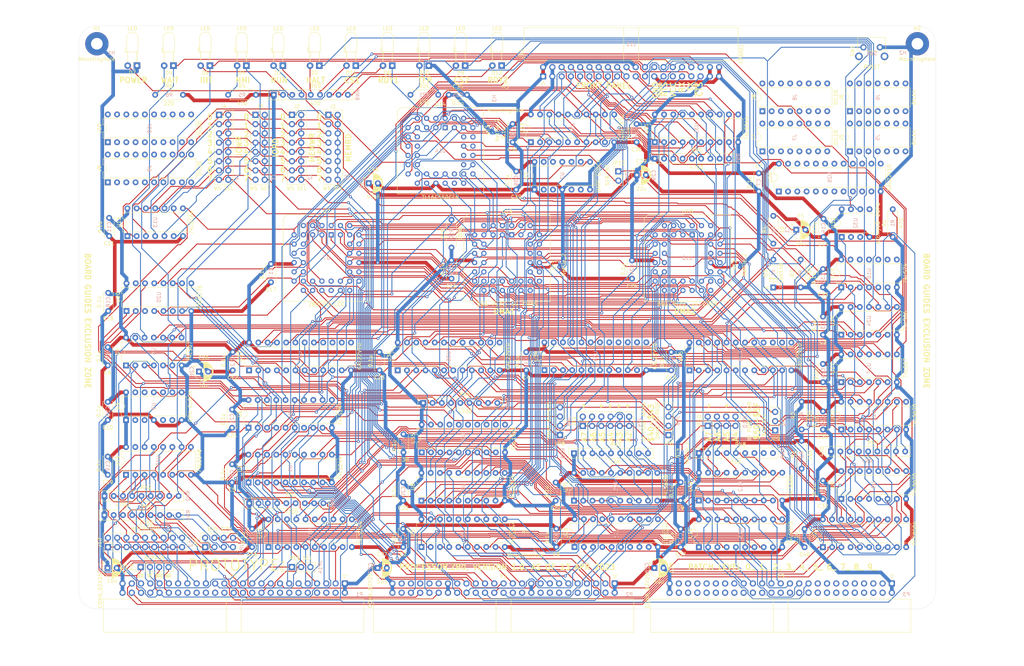
<source format=kicad_pcb>
(kicad_pcb (version 20211014) (generator pcbnew)
  (layers (0 "F.Cu" signal) (31 "B.Cu" signal) (34 "B.Paste" user) (35 "F.Paste" user) (36 "B.SilkS" user "B.Silkscreen") (37 "F.SilkS" user "F.Silkscreen") (38 "B.Mask" user) (39 "F.Mask" user) (44 "Edge.Cuts" user))
  (net 0 "")
  (net 1 "GND")
  (net 2 "VCC")
  (net 3 "Net-(D2-Pad1)")
  (net 4 "Net-(D4-Pad2)")
  (net 5 "Net-(D5-Pad2)")
  (net 6 "Net-(D8-Pad1)")
  (net 7 "Net-(D1-Pad1)")
  (net 8 "Net-(D4-Pad1)")
  (net 9 "Net-(D10-Pad2)")
  (net 10 "Net-(R21-Pad2)")
  (net 11 "Net-(U15-Pad7)")
  (net 12 "Net-(U15-Pad6)")
  (net 13 "Net-(U15-Pad9)")
  (net 14 "~{WAIT}")
  (net 15 "~{INT0}")
  (net 16 "~{TEND1}")
  (net 17 "~{TEND0}")
  (net 18 "~{DREQ1}")
  (net 19 "~{DREQ0}")
  (net 20 "~{IEI}")
  (net 21 "-12V")
  (net 22 "~{EIRQ0}")
  (net 23 "~{EIRQ1}")
  (net 24 "~{EIRQ2}")
  (net 25 "~{EIRQ3}")
  (net 26 "~{EIRQ4}")
  (net 27 "~{EIRQ5}")
  (net 28 "~{EIRQ6}")
  (net 29 "~{EIRQ7}")
  (net 30 "~{RFSH}")
  (net 31 "~{HALT}")
  (net 32 "~{BUSRQ}")
  (net 33 "/bus/CRUCLK")
  (net 34 "~{NMI}")
  (net 35 "CLK")
  (net 36 "~{BUSACK}")
  (net 37 "~{M1}")
  (net 38 "~{MREQ}")
  (net 39 "~{IORQ}")
  (net 40 "~{WR}")
  (net 41 "~{RD}")
  (net 42 "A0")
  (net 43 "A1")
  (net 44 "A2")
  (net 45 "A3")
  (net 46 "A4")
  (net 47 "A5")
  (net 48 "A6")
  (net 49 "A7")
  (net 50 "A8")
  (net 51 "A9")
  (net 52 "A10")
  (net 53 "A11")
  (net 54 "A12")
  (net 55 "A13")
  (net 56 "A14")
  (net 57 "A15")
  (net 58 "+12V")
  (net 59 "D0")
  (net 60 "D1")
  (net 61 "D2")
  (net 62 "D3")
  (net 63 "D4")
  (net 64 "D5")
  (net 65 "D6")
  (net 66 "D7")
  (net 67 "Net-(JP4-Pad12)")
  (net 68 "Net-(JP4-Pad10)")
  (net 69 "Net-(JP4-Pad8)")
  (net 70 "Net-(JP4-Pad6)")
  (net 71 "Net-(JP4-Pad4)")
  (net 72 "Net-(JP4-Pad2)")
  (net 73 "ONE")
  (net 74 "ZERO")
  (net 75 "Net-(D9-Pad1)")
  (net 76 "Net-(D11-Pad1)")
  (net 77 "Net-(D12-Pad1)")
  (net 78 "Net-(RN3-Pad8)")
  (net 79 "Net-(JP7-Pad7)")
  (net 80 "Net-(JP7-Pad5)")
  (net 81 "Net-(JP7-Pad3)")
  (net 82 "Net-(JP7-Pad1)")
  (net 83 "~{BAO}")
  (net 84 "Net-(J11-Pad19)")
  (net 85 "Net-(J11-Pad17)")
  (net 86 "Net-(J11-Pad15)")
  (net 87 "WS-MEMRD")
  (net 88 "WS-MEMWR")
  (net 89 "WS-IORD")
  (net 90 "WS-IOWR")
  (net 91 "~{IM2-EN}")
  (net 92 "~{DMA-BAO2}")
  (net 93 "~{DMA-IEO2}")
  (net 94 "~{CPU-BUSACK}")
  (net 95 "~{DMA-IEI1}")
  (net 96 "~{DMA-INT-PULSE1}")
  (net 97 "~{DMA-INT-PULSE2}")
  (net 98 "~{CPU-IORQ}")
  (net 99 "~{DMA-ADDR}")
  (net 100 "~{CPU-RESET}")
  (net 101 "BUSACK")
  (net 102 "CPU-A1")
  (net 103 "CPU-A0")
  (net 104 "READY")
  (net 105 "~{IM2-INT}")
  (net 106 "~{CPU-WAIT}")
  (net 107 "~{CPU-M1}")
  (net 108 "~{CPU-RFSH}")
  (net 109 "~{CPU-WR}")
  (net 110 "~{CPU-BUSRQ}")
  (net 111 "~{CPU-RD}")
  (net 112 "~{CPU-MREQ}")
  (net 113 "~{BUS-EN}")
  (net 114 "DATA-DIR")
  (net 115 "~{MR}")
  (net 116 "~{DMA-CS2}")
  (net 117 "~{DMA-CS1}")
  (net 118 "DMA-RDY2")
  (net 119 "~{DMA-RESET2}")
  (net 120 "DMA-RDY1")
  (net 121 "~{DMA-RESET1}")
  (net 122 "RDY_Q1")
  (net 123 "~{USR-RESET2}")
  (net 124 "~{USR-RESET1}")
  (net 125 "RDY_Q0")
  (net 126 "~{DMA_RDY_WR}")
  (net 127 "~{FP-LATCH-RD}")
  (net 128 "DATA_XFER")
  (net 129 "FP-LATCH-WR")
  (net 130 "~{FP-LATCH}")
  (net 131 "~{CE_DMA_RDY}")
  (net 132 "Net-(JP9-Pad2)")
  (net 133 "/waitstate/7WS")
  (net 134 "/waitstate/6WS")
  (net 135 "/waitstate/5WS")
  (net 136 "/waitstate/4WS")
  (net 137 "/waitstate/3WS")
  (net 138 "/waitstate/2WS")
  (net 139 "/waitstate/1WS")
  (net 140 "/waitstate/8WS")
  (net 141 "/fpanel/FP-D7")
  (net 142 "/fpanel/FP-D6")
  (net 143 "/fpanel/FP-D5")
  (net 144 "/fpanel/FP-D4")
  (net 145 "/fpanel/FP-D3")
  (net 146 "/fpanel/FP-D2")
  (net 147 "/fpanel/FP-D1")
  (net 148 "/fpanel/FP-D0")
  (net 149 "~{DMA-BAO1}")
  (net 150 "~{DMA-IEO1}")
  (net 151 "/DMA/GND-DMA1")
  (net 152 "/DMA/GND-DMA2")
  (net 153 "CPU-A3")
  (net 154 "CPU-A4")
  (net 155 "CPU-A2")
  (net 156 "CPU-A5")
  (net 157 "CPU-A6")
  (net 158 "CPU-A7")
  (net 159 "RAW-CLK")
  (net 160 "CPU-A11")
  (net 161 "CPU-A12")
  (net 162 "CPU-A10")
  (net 163 "CPU-A13")
  (net 164 "CPU-A9")
  (net 165 "CPU-A14")
  (net 166 "CPU-A8")
  (net 167 "CPU-A15")
  (net 168 "~{CPU-NMI}")
  (net 169 "~{CPU-INT}")
  (net 170 "~{CPU-HALT}")
  (net 171 "CPU-D1")
  (net 172 "CPU-D7")
  (net 173 "CPU-D6")
  (net 174 "CPU-D3")
  (net 175 "CPU-D0")
  (net 176 "CPU-D2")
  (net 177 "CPU-D5")
  (net 178 "CPU-D4")
  (net 179 "Net-(JP10-Pad8)")
  (net 180 "Net-(JP10-Pad6)")
  (net 181 "Net-(JP10-Pad4)")
  (net 182 "Net-(JP10-Pad2)")
  (net 183 "A16")
  (net 184 "A17")
  (net 185 "A18")
  (net 186 "A19")
  (net 187 "A20")
  (net 188 "A21")
  (net 189 "mA21")
  (net 190 "mA20")
  (net 191 "mA19")
  (net 192 "mA18")
  (net 193 "mA17")
  (net 194 "mA16")
  (net 195 "mA15")
  (net 196 "mA14")
  (net 197 "~{CS_MAP}")
  (net 198 "SEL-A14")
  (net 199 "SEL-A15")
  (net 200 "~{IEO}")
  (net 201 "~{BAI}")
  (net 202 "~{IM2-IEO}")
  (net 203 "IO-SEL")
  (net 204 "~{PAGE_WR}")
  (net 205 "~{PAGE_EN}")
  (net 206 "~{PGEN_WR}")
  (net 207 "INT")
  (net 208 "RESET")
  (net 209 "Net-(RN8-Pad6)")
  (net 210 "~{CS_IO}")
  (net 211 "470H")
  (net 212 "470G")
  (net 213 "470E")
  (net 214 "470F")
  (net 215 "470A")
  (net 216 "470D")
  (net 217 "470C")
  (net 218 "470B")
  (net 219 "10KA")
  (net 220 "UART-CLK")
  (net 221 "Net-(U14-Pad10)")
  (net 222 "Net-(JP13-Pad2)")
  (net 323 "/bus/E")
  (net 324 "/bus/ST")
  (net 325 "/bus/PHI")
  (net 326 "/bus/~{INT2}")
  (net 327 "/bus/~{INT1}")
  (net 328 "~{RES_IN}")
  (net 329 "/bus/CRUOUT")
  (net 330 "/bus/CRUIN")
  (net 331 "~{RES_OUT}")
  (net 332 "/bus/USER8")
  (net 333 "/bus/USER7")
  (net 334 "/bus/USER6")
  (net 335 "/bus/USER5")
  (net 336 "/bus/USER4")
  (net 337 "/bus/USER3")
  (net 338 "/bus/USER2")
  (net 339 "/bus/USER1")
  (net 340 "/bus/USER0")
  (net 341 "Net-(J12-Pad1)")
  (net 342 "I2C_SDA")
  (net 343 "/bus/A31")
  (net 344 "/bus/A30")
  (net 345 "/bus/A29")
  (net 346 "/bus/A28")
  (net 347 "/bus/A27")
  (net 348 "/bus/A26")
  (net 349 "/bus/A25")
  (net 350 "/bus/A24")
  (net 351 "/bus/A23")
  (net 352 "/bus/A22")
  (net 353 "/bus/IC3")
  (net 354 "/bus/IC2")
  (net 355 "/bus/IC1")
  (net 356 "/bus/IC0")
  (net 357 "/bus/AUXCLK1")
  (net 358 "/bus/AUXCLK0")
  (net 359 "/bus/D15")
  (net 360 "/bus/D31")
  (net 361 "/bus/D14")
  (net 362 "/bus/D30")
  (net 363 "/bus/D13")
  (net 364 "/bus/D29")
  (net 365 "/bus/D12")
  (net 366 "/bus/D28")
  (net 367 "/bus/D11")
  (net 368 "/bus/D27")
  (net 369 "/bus/D10")
  (net 370 "/bus/D26")
  (net 371 "/bus/D9")
  (net 372 "/bus/D25")
  (net 373 "/bus/D8")
  (net 374 "/bus/D24")
  (net 375 "/bus/D23")
  (net 376 "/bus/D22")
  (net 377 "/bus/D21")
  (net 378 "/bus/D20")
  (net 379 "/bus/D19")
  (net 380 "/bus/D18")
  (net 381 "/bus/D17")
  (net 382 "/bus/D16")
  (net 383 "/bus/~{BUSERR}")
  (net 384 "/bus/UDS")
  (net 385 "/bus/~{VPA}")
  (net 386 "/bus/LDS")
  (net 387 "/bus/~{VMA}")
  (net 388 "/bus/S2")
  (net 389 "/bus/~{BHE}")
  (net 390 "/bus/S1")
  (net 391 "/bus/IPL2")
  (net 392 "/bus/S0")
  (net 393 "/bus/IPL1")
  (net 394 "/bus/AUXCLK3")
  (net 395 "/bus/IPL0")
  (net 396 "/bus/AUXCLK2")
  (net 397 "I2C_SCL")
  (net 452 "~{INT-I2C}")
  (net 453 "INT-I2C")
  (net 455 "~{CS_I2C_WR}")
  (net 511 "~{CS_I2C}")
  (net 516 "~{RTS}")
  (net 517 "RX")
  (net 518 "TX")
  (net 519 "~{CTS}")
  (net 520 "~{CS_UART}")
  (net 521 "~{WAIT-EN}")
  (net 522 "~{EXT_RES}")
  (net 523 "~{IM2-EN-OE}")
  (net 524 "~{INT0-EN}")
  (net 525 "Net-(J11-Pad5)")
  (net 526 "Net-(J11-Pad7)")
  (net 527 "Net-(J11-Pad9)")
  (net 528 "Net-(J11-Pad11)")
  (net 529 "Net-(J11-Pad13)")
  (footprint "Connector_IDC:IDC-Header_2x25_P2.54mm_Horizontal" (layer "F.Cu") (at 108 223 -90)
    (fp_text reference "P1")
    (fp_text value "CONN_02X25")
  )
  (footprint "Capacitor_THT:C_Disc_D5.0mm_W2.5mm_P5.00mm" (layer "F.Cu") (at 124 208 -90)
    (fp_text reference "C2")
    (fp_text value "0.1u")
  )
  (footprint "Capacitor_THT:C_Disc_D5.0mm_W2.5mm_P5.00mm" (layer "F.Cu") (at 239.125 149.8 -90)
    (fp_text reference "C3")
    (fp_text value "0.1u")
  )
  (footprint "Capacitor_THT:C_Disc_D5.0mm_W2.5mm_P5.00mm" (layer "F.Cu") (at 157.75 159.55 -90)
    (fp_text reference "C4")
    (fp_text value "0.1u")
  )
  (footprint "Capacitor_THT:C_Disc_D5.0mm_W2.5mm_P5.00mm" (layer "F.Cu") (at 77.075 190.3 -90)
    (fp_text reference "C5")
    (fp_text value "0.1u")
  )
  (footprint "Capacitor_THT:C_Disc_D5.0mm_W2.5mm_P5.00mm" (layer "F.Cu") (at 43 158.2 -90)
    (fp_text reference "C6")
    (fp_text value "0.1u")
  )
  (footprint "Capacitor_THT:C_Disc_D5.0mm_W2.5mm_P5.00mm" (layer "F.Cu") (at 166 208 -90)
    (fp_text reference "C8")
    (fp_text value "0.1u")
  )
  (footprint "Capacitor_THT:C_Disc_D5.0mm_W2.5mm_P5.00mm" (layer "F.Cu") (at 200.075 195.25 -90)
    (fp_text reference "C9")
    (fp_text value "0.1u")
  )
  (footprint "Capacitor_THT:C_Disc_D5.0mm_W2.5mm_P5.00mm" (layer "F.Cu") (at 43 173.2 -90)
    (fp_text reference "C10")
    (fp_text value "0.1u")
  )
  (footprint "Capacitor_THT:C_Disc_D5.0mm_W2.5mm_P5.00mm" (layer "F.Cu") (at 43.375 122.75 -90)
    (fp_text reference "C11")
    (fp_text value "0.1u")
  )
  (footprint "Capacitor_THT:C_Disc_D5.0mm_W2.5mm_P5.00mm" (layer "F.Cu") (at 239.25 123 -90)
    (fp_text reference "C14")
    (fp_text value "0.1u")
  )
  (footprint "Capacitor_THT:C_Disc_D5.0mm_W2.5mm_P5.00mm" (layer "F.Cu") (at 137.25 134.4 -90)
    (fp_text reference "C15")
    (fp_text value "0.1u")
  )
  (footprint "Capacitor_THT:CP_Radial_D5.0mm_P2.50mm" (layer "F.Cu") (at 42.9296 218.75)
    (fp_text reference "C25")
    (fp_text value "10u")
  )
  (footprint "Capacitor_THT:CP_Radial_D5.0mm_P2.50mm" (layer "F.Cu") (at 68.0199 164.9)
    (fp_text reference "C26")
    (fp_text value "10u")
  )
  (footprint "Capacitor_THT:C_Disc_D5.0mm_W2.5mm_P5.00mm" (layer "F.Cu") (at 87.75 135.39 -90)
    (fp_text reference "C17")
    (fp_text value "0.1u")
  )
  (footprint "Capacitor_THT:C_Disc_D5.0mm_W2.5mm_P5.00mm" (layer "F.Cu") (at 124 195.3 -90)
    (fp_text reference "C20")
    (fp_text value "0.1u")
  )
  (footprint "Capacitor_THT:C_Disc_D5.0mm_W2.5mm_P5.00mm" (layer "F.Cu") (at 77.075 175.3 -90)
    (fp_text reference "C21")
    (fp_text value "0.1u")
  )
  (footprint "Capacitor_THT:C_Disc_D5.0mm_W2.5mm_P5.00mm" (layer "F.Cu") (at 165.825 195.3 -90)
    (fp_text reference "C22")
    (fp_text value "0.1u")
  )
  (footprint "Capacitor_THT:C_Disc_D5.0mm_W2.5mm_P5.00mm" (layer "F.Cu") (at 117.5 159.55 -90)
    (fp_text reference "C23")
    (fp_text value "0.1u")
  )
  (footprint "Capacitor_THT:CP_Radial_D5.0mm_P2.50mm" (layer "F.Cu") (at 117 218.75)
    (fp_text reference "C27")
    (fp_text value "10u")
  )
  (footprint "Capacitor_THT:CP_Radial_D5.0mm_P2.50mm" (layer "F.Cu") (at 192.8847 218.75)
    (fp_text reference "C28")
    (fp_text value "10u")
  )
  (footprint "Capacitor_THT:CP_Radial_D5.0mm_P2.50mm" (layer "F.Cu") (at 188.0449 111)
    (fp_text reference "C29")
    (fp_text value "22u")
  )
  (footprint "LED_THT:LED_D3.0mm_Horizontal_O3.81mm_Z2.0mm" (layer "F.Cu") (at 81 81 180)
    (fp_text reference "D4")
    (fp_text value "LED")
  )
  (footprint "LED_THT:LED_D3.0mm_Horizontal_O3.81mm_Z2.0mm" (layer "F.Cu") (at 61 81 180)
    (fp_text reference "D5")
    (fp_text value "LED")
  )
  (footprint "LED_THT:LED_D3.0mm_Horizontal_O3.81mm_Z2.0mm" (layer "F.Cu") (at 71 81 180)
    (fp_text reference "D6")
    (fp_text value "LED")
  )
  (footprint "LED_THT:LED_D3.0mm_Horizontal_O3.81mm_Z2.0mm" (layer "F.Cu") (at 91 81 180)
    (fp_text reference "D1")
    (fp_text value "LED")
  )
  (footprint "LED_THT:LED_D3.0mm_Horizontal_O3.81mm_Z2.0mm" (layer "F.Cu") (at 101 81 180)
    (fp_text reference "D2")
    (fp_text value "LED")
  )
  (footprint "Resistor_THT:R_Axial_DIN0207_L6.3mm_D2.5mm_P7.62mm_Horizontal" (layer "F.Cu") (at 76 89)
    (fp_text reference "R5")
    (fp_text value "470")
  )
  (footprint "Resistor_THT:R_Axial_DIN0207_L6.3mm_D2.5mm_P7.62mm_Horizontal" (layer "F.Cu") (at 56 89)
    (fp_text reference "R6")
    (fp_text value "220")
  )
  (footprint "Resistor_THT:R_Array_SIP9" (layer "F.Cu") (at 42.075 199)
    (fp_text reference "RN2")
    (fp_text value "4700")
  )
  (footprint "Package_DIP:DIP-14_W7.62mm" (layer "F.Cu") (at 48 163.2 90)
    (fp_text reference "U4")
    (fp_text value "74LS07")
  )
  (footprint "Package_DIP:DIP-20_W7.62mm" (layer "F.Cu") (at 129 213 90)
    (fp_text reference "U5")
    (fp_text value "74LS244")
  )
  (footprint "Package_DIP:DIP-20_W7.62mm" (layer "F.Cu") (at 81.575 180.3 90)
    (fp_text reference "U6")
    (fp_text value "74LS244")
  )
  (footprint "Package_DIP:DIP-20_W7.62mm" (layer "F.Cu") (at 129 200.3 90)
    (fp_text reference "U8")
    (fp_text value "74LS245")
  )
  (footprint "Package_DIP:DIP-16_W7.62mm" (layer "F.Cu") (at 48 193.2 90)
    (fp_text reference "U15")
    (fp_text value "74LS148")
  )
  (footprint "Package_DIP:DIP-20_W7.62mm" (layer "F.Cu") (at 81.575 195.3 90)
    (fp_text reference "U1")
    (fp_text value "74LS244")
  )
  (footprint "Connector_IDC:IDC-Header_2x25_P2.54mm_Horizontal" (layer "F.Cu") (at 182 223 -90)
    (fp_text reference "P2")
    (fp_text value "CONN_02X25")
  )
  (footprint "MountingHole:MountingHole_3.2mm_M3_Pad" (layer "F.Cu") (at 265 75)
    (fp_text reference "H2")
    (fp_text value "MountingHole")
  )
  (footprint "Resistor_THT:R_Array_SIP9" (layer "F.Cu") (at 81.8 201)
    (fp_text reference "RN1")
    (fp_text value "4700")
  )
  (footprint "Package_DIP:DIP-20_W7.62mm" (layer "F.Cu") (at 87.075 213.025 90)
    (fp_text reference "U11")
    (fp_text value "74LS244")
  )
  (footprint "Package_DIP:DIP-20_W7.62mm" (layer "F.Cu") (at 205.075 213.05 90)
    (fp_text reference "U16")
    (fp_text value "74LS373")
  )
  (footprint "Connector_PinHeader_2.54mm:PinHeader_2x08_P2.54mm_Vertical" (layer "F.Cu") (at 83.5 94.5)
    (fp_text reference "J3")
    (fp_text value "WS SEL")
  )
  (footprint "Connector_PinHeader_2.54mm:PinHeader_2x08_P2.54mm_Vertical" (layer "F.Cu") (at 103.5 94.5)
    (fp_text reference "J1")
    (fp_text value "WS SEL")
  )
  (footprint "Capacitor_THT:C_Disc_D5.0mm_W2.5mm_P5.00mm" (layer "F.Cu") (at 43 188.2 -90)
    (fp_text reference "C19")
    (fp_text value "0.1u")
  )
  (footprint "Capacitor_THT:C_Disc_D5.0mm_W2.5mm_P5.00mm" (layer "F.Cu") (at 43.125 143.3 -90)
    (fp_text reference "C18")
    (fp_text value "0.1u")
  )
  (footprint "Capacitor_THT:C_Disc_D5.0mm_W2.5mm_P5.00mm" (layer "F.Cu") (at 77.25 159.55 -90)
    (fp_text reference "C12")
    (fp_text value "0.1u")
  )
  (footprint "Capacitor_THT:C_Disc_D5.0mm_W2.5mm_P5.00mm" (layer "F.Cu") (at 82.575 208.025 -90)
    (fp_text reference "C16")
    (fp_text value "0.1u")
  )
  (footprint "Package_DIP:DIP-14_W7.62mm" (layer "F.Cu") (at 48 178.2 90)
    (fp_text reference "U3")
    (fp_text value "CPU CLOCK")
  )
  (footprint "MountingHole:MountingHole_3.2mm_M3_Pad" (layer "F.Cu") (at 40 75)
    (fp_text reference "H1")
    (fp_text value "MountingHole")
  )
  (footprint "LED_THT:LED_D3.0mm_Horizontal_O3.81mm_Z2.0mm" (layer "F.Cu") (at 51 81 180)
    (fp_text reference "D7")
    (fp_text value "LED")
  )
  (footprint "Connector_IDC:IDC-Header_2x25_P2.54mm_Horizontal" (layer "F.Cu") (at 258 223 -90)
    (fp_text reference "P3")
    (fp_text value "CONN_02X25")
  )
  (footprint "Package_DIP:DIP-14_W7.62mm" (layer "F.Cu") (at 48.375 127.75 90)
    (fp_text reference "U13")
    (fp_text value "74LS164")
  )
  (footprint "Capacitor_THT:C_Disc_D5.0mm_W2.5mm_P5.00mm" (layer "F.Cu") (at 188 97 -90)
    (fp_text reference "C36")
    (fp_text value "0.1u")
  )
  (footprint "Capacitor_THT:C_Disc_D5.0mm_W2.5mm_P5.00mm" (layer "F.Cu") (at 124.075 182.05 -90)
    (fp_text reference "C38")
    (fp_text value "0.1u")
  )
  (footprint "Capacitor_THT:CP_Radial_D5.0mm_P2.50mm" (layer "F.Cu") (at 114.5449 113.25)
    (fp_text reference "C46")
    (fp_text value "47uF")
  )
  (footprint "LED_THT:LED_D3.0mm_Horizontal_O3.81mm_Z2.0mm" (layer "F.Cu") (at 121 81 180)
    (fp_text reference "D8")
    (fp_text value "LED")
  )
  (footprint "LED_THT:LED_D3.0mm_Horizontal_O3.81mm_Z2.0mm" (layer "F.Cu") (at 131 81 180)
    (fp_text reference "D10")
    (fp_text value "LED")
  )
  (footprint "Connector_PinHeader_2.54mm:PinHeader_2x06_P2.54mm_Vertical" (layer "F.Cu") (at 173.25 179.8 90)
    (fp_text reference "JP4")
    (fp_text value "IO PORT ADDR")
  )
  (footprint "Resistor_THT:R_Axial_DIN0207_L6.3mm_D2.5mm_P7.62mm_Horizontal" (layer "F.Cu") (at 126 89)
    (fp_text reference "R21")
    (fp_text value "470")
  )
  (footprint "Resistor_THT:R_Array_SIP9" (layer "F.Cu") (at 170.825 187.3)
    (fp_text reference "RN3")
    (fp_text value "10K")
  )
  (footprint "Package_DIP:DIP-14_W7.62mm" (layer "F.Cu") (at 244.125 167.8 90)
    (fp_text reference "U17")
    (fp_text value "74LS07")
  )
  (footprint "Package_LCC:PLCC-44_THT-Socket" (layer "F.Cu") (at 153.75 127.4)
    (fp_text reference "U19")
    (fp_text value "DMA-PLCC-44-CMOS")
  )
  (footprint "Package_DIP:DIP-20_W7.62mm" (layer "F.Cu") (at 170.825 200.3 90)
    (fp_text reference "U21")
    (fp_text value "74LS688")
  )
  (footprint "Package_LCC:PLCC-44_THT-Socket" (layer "F.Cu") (at 104.25 127.39)
    (fp_text reference "U7")
    (fp_text value "Z80CPU-LCC")
  )
  (footprint "Connector_PinHeader_2.54mm:PinHeader_2x08_P2.54mm_Vertical" (layer "F.Cu") (at 73.5 94.5)
    (fp_text reference "J4")
    (fp_text value "WS SEL")
  )
  (footprint "Connector_PinHeader_2.54mm:PinHeader_2x08_P2.54mm_Vertical" (layer "F.Cu") (at 93.5 94.5)
    (fp_text reference "J2")
    (fp_text value "WS SEL")
  )
  (footprint "Capacitor_THT:CP_Radial_D5.0mm_P2.50mm" (layer "F.Cu") (at 231.7949 126)
    (fp_text reference "C1")
    (fp_text value "10u")
  )
  (footprint "Package_DIP:DIP-14_W7.62mm" (layer "F.Cu") (at 246.5 104.5 90)
    (fp_text reference "J5")
    (fp_text value "DIL14")
  )
  (footprint "Package_DIP:DIP-14_W7.62mm" (layer "F.Cu") (at 246.5 93.5 90)
    (fp_text reference "J6")
    (fp_text value "DIL14")
  )
  (footprint "Package_DIP:DIP-16_W7.62mm" (layer "F.Cu") (at 222.5 104.5 90)
    (fp_text reference "J7")
    (fp_text value "DIL16")
  )
  (footprint "Package_DIP:DIP-16_W7.62mm" (layer "F.Cu") (at 222.5 93.5 90)
    (fp_text reference "J8")
    (fp_text value "DIL16")
  )
  (footprint "LED_THT:LED_D3.0mm_Horizontal_O3.81mm_Z2.0mm" (layer "F.Cu") (at 141 81 180)
    (fp_text reference "D9")
    (fp_text value "LED")
  )
  (footprint "LED_THT:LED_D3.0mm_Horizontal_O3.81mm_Z2.0mm" (layer "F.Cu") (at 111 81 180)
    (fp_text reference "D11")
    (fp_text value "LED")
  )
  (footprint "LED_THT:LED_D3.0mm_Horizontal_O3.81mm_Z2.0mm" (layer "F.Cu") (at 151 81 180)
    (fp_text reference "D12")
    (fp_text value "LED")
  )
  (footprint "Package_DIP:DIP-14_W7.62mm" (layer "F.Cu") (at 244.125 154.8 90)
    (fp_text reference "U24")
    (fp_text value "74LS06")
  )
  (footprint "Connector_PinHeader_2.54mm:PinHeader_2x04_P2.54mm_Vertical" (layer "F.Cu") (at 69.7 213.025 90)
    (fp_text reference "JP7")
    (fp_text value "BUS CPU")
  )
  (footprint "Resistor_THT:R_Array_SIP9" (layer "F.Cu") (at 42.075 204.25)
    (fp_text reference "RN4")
    (fp_text value "4700")
  )
  (footprint "Connector_IDC:IDC-Header_2x20_P2.54mm_Horizontal" (layer "F.Cu") (at 162.37 83.9475 90)
    (fp_text reference "J11")
    (fp_text value "FPANEL")
  )
  (footprint "Resistor_THT:R_Axial_DIN0207_L6.3mm_D2.5mm_P7.62mm_Horizontal" (layer "F.Cu") (at 137.25 130.9 90)
    (fp_text reference "R10")
    (fp_text value "1800")
  )
  (footprint "Resistor_THT:R_Array_SIP9" (layer "F.Cu") (at 193 106.5)
    (fp_text reference "RN5")
    (fp_text value "4700")
  )
  (footprint "Package_DIP:DIP-20_W7.62mm" (layer "F.Cu") (at 193 102 90)
    (fp_text reference "U31")
    (fp_text value "74LS244")
  )
  (footprint "Connector_PinHeader_2.54mm:PinHeader_1x04_P2.54mm_Vertical" (layer "F.Cu") (at 167 182.3 180)
    (fp_text reference "JP8")
    (fp_text value "DMA1 BYPASS")
  )
  (footprint "Resistor_THT:R_Array_SIP9" (layer "F.Cu") (at 129.5 173.5)
    (fp_text reference "RN6")
    (fp_text value "4700")
  )
  (footprint "Package_DIP:DIP-24_W7.62mm" (layer "F.Cu") (at 162.725 164.5 90)
    (fp_text reference "U34")
    (fp_text value "GAL22V10")
  )
  (footprint "Package_DIP:DIP-20_W7.62mm" (layer "F.Cu") (at 129.075 187.05 90)
    (fp_text reference "U35")
    (fp_text value "GAL16V8")
  )
  (footprint "Package_DIP:DIP-24_W7.62mm" (layer "F.Cu") (at 122.5 164.55 90)
    (fp_text reference "U36")
    (fp_text value "GAL22V10")
  )
  (footprint "Package_DIP:DIP-20_W7.62mm" (layer "F.Cu") (at 159 102 90)
    (fp_text reference "U33")
    (fp_text value "74HCT374")
  )
  (footprint "Package_DIP:DIP-24_W7.62mm" (layer "F.Cu") (at 81.75 164.55 90)
    (fp_text reference "U37")
    (fp_text value "GAL22V10")
  )
  (footprint "Package_DIP:DIP-16_W7.62mm" (layer "F.Cu") (at 48.125 148.3 90)
    (fp_text reference "U20")
    (fp_text value "74LS175")
  )
  (footprint "Connector_PinHeader_2.54mm:PinHeader_1x03_P2.54mm_Vertical" (layer "F.Cu") (at 226 181.025 180)
    (fp_text reference "JP9")
    (fp_text value "BAO SEL")
  )
  (footprint "Capacitor_THT:C_Disc_D5.0mm_W2.5mm_P5.00mm" (layer "F.Cu") (at 200.075 208.05 -90)
    (fp_text reference "C37")
    (fp_text value "0.1u")
  )
  (footprint "Package_DIP:DIP-20_W7.62mm" (layer "F.Cu") (at 43 113 90)
    (fp_text reference "J9")
    (fp_text value "DIL20")
  )
  (footprint "Package_DIP:DIP-20_W7.62mm" (layer "F.Cu") (at 43 102 90)
    (fp_text reference "J10")
    (fp_text value "DIL20")
  )
  (footprint "Connector_PinHeader_2.54mm:PinHeader_2x04_P2.54mm_Vertical" (layer "F.Cu") (at 207.5 179.775 90)
    (fp_text reference "JP10")
    (fp_text value "IO PORT ADDR")
  )
  (footprint "Resistor_THT:R_Array_SIP9" (layer "F.Cu") (at 241.34 186.8)
    (fp_text reference "RN7")
    (fp_text value "470")
  )
  (footprint "Resistor_THT:R_Array_SIP9" (layer "F.Cu") (at 205.075 187.25)
    (fp_text reference "RN8")
    (fp_text value "10K")
  )
  (footprint "Package_DIP:DIP-16_W7.62mm" (layer "F.Cu") (at 244.125 199.8 90)
    (fp_text reference "U9")
    (fp_text value "74LS670")
  )
  (footprint "Package_DIP:DIP-14_W7.62mm" (layer "F.Cu") (at 244.125 141.8 90)
    (fp_text reference "U10")
    (fp_text value "74LS74")
  )
  (footprint "Package_DIP:DIP-20_W7.62mm" (layer "F.Cu") (at 205.075 200.25 90)
    (fp_text reference "U12")
    (fp_text value "74LS688")
  )
  (footprint "Package_DIP:DIP-16_W7.62mm" (layer "F.Cu") (at 244.125 180.8 90)
    (fp_text reference "U22")
    (fp_text value "74LS670")
  )
  (footprint "Package_DIP:DIP-20_W7.62mm" (layer "F.Cu") (at 171 213 90)
    (fp_text reference "U23")
    (fp_text value "74LS244")
  )
  (footprint "Package_DIP:DIP-8_W7.62mm" (layer "F.Cu") (at 244.25 128 90)
    (fp_text reference "U32")
    (fp_text value "ATtiny13-20PU")
  )
  (footprint "Capacitor_THT:C_Disc_D5.0mm_W2.5mm_P5.00mm" (layer "F.Cu") (at 239.125 175.8 -90)
    (fp_text reference "C30")
    (fp_text value "0.1u")
  )
  (footprint "Capacitor_THT:C_Disc_D5.0mm_W2.5mm_P5.00mm" (layer "F.Cu") (at 154 97 -90)
    (fp_text reference "C31")
    (fp_text value "0.1u")
  )
  (footprint "Capacitor_THT:C_Disc_D5.0mm_W2.5mm_P5.00mm" (layer "F.Cu") (at 239.125 194.8 -90)
    (fp_text reference "C32")
    (fp_text value "0.1u")
  )
  (footprint "Capacitor_THT:C_Disc_D5.0mm_W2.5mm_P5.00mm" (layer "F.Cu") (at 239.125 136.8 -90)
    (fp_text reference "C33")
    (fp_text value "0.1u")
  )
  (footprint "Capacitor_THT:C_Disc_D5.0mm_W2.5mm_P5.00mm" (layer "F.Cu") (at 239.125 162.8 -90)
    (fp_text reference "C34")
    (fp_text value "0.1u")
  )
  (footprint "Package_DIP:DIP-24_W7.62mm" (layer "F.Cu") (at 227 115.5 90)
    (fp_text reference "U26")
    (fp_text value "GAL22V10")
  )
  (footprint "Capacitor_THT:C_Disc_D5.0mm_W2.5mm_P5.00mm" (layer "F.Cu") (at 221.5 110.5 -90)
    (fp_text reference "C7")
    (fp_text value "0.1u")
  )
  (footprint "Capacitor_THT:C_Disc_D5.0mm_W2.5mm_P5.00mm" (layer "F.Cu") (at 136.5 89)
    (fp_text reference "C35")
    (fp_text value "0.1u")
  )
  (footprint "Package_LCC:PLCC-44_THT-Socket" (layer "F.Cu") (at 135.5 98)
    (fp_text reference "U14")
    (fp_text value "TL16C550CFN")
  )
  (footprint "Package_DIP:DIP-14_W7.62mm" (layer "F.Cu") (at 160 115 90)
    (fp_text reference "U2")
    (fp_text value "UART CLOCK")
  )
  (footprint "Package_DIP:DIP-24_W7.62mm" (layer "F.Cu") (at 202.5 164.55 90)
    (fp_text reference "U25")
    (fp_text value "GAL22V10")
  )
  (footprint "Connector_PinHeader_2.54mm:PinHeader_1x02_P2.54mm_Vertical" (layer "F.Cu") (at 183 110)
    (fp_text reference "JP13")
    (fp_text value "SER INT")
  )
  (footprint "Diode_THT:D_DO-35_SOD27_P7.62mm_Horizontal" (layer "F.Cu") (at 225.5 141.81 90)
    (fp_text reference "D3")
    (fp_text value "1N4148")
  )
  (footprint "Resistor_THT:R_Axial_DIN0207_L6.3mm_D2.5mm_P7.62mm_Horizontal" (layer "F.Cu") (at 225.5 129.81 90)
    (fp_text reference "R4")
    (fp_text value "10")
  )
  (footprint "Button_Switch_THT:SW_Tactile_SPST_Angled_PTS645Vx58-2LFS" (layer "F.Cu") (at 250.225 75.9625)
    (fp_text reference "SW1")
    (fp_text value "RESET")
  )
  (footprint "Capacitor_THT:C_Disc_D5.0mm_W2.5mm_P5.00mm" (layer "F.Cu") (at 155 110 -90)
    (fp_text reference "C39")
    (fp_text value "0.1u")
  )
  (footprint "Resistor_THT:R_Array_SIP9" (layer "F.Cu") (at 88.5 89)
    (fp_text reference "RN9")
    (fp_text value "470")
  )
  (footprint "Resistor_THT:R_Axial_DIN0207_L6.3mm_D2.5mm_P7.62mm_Horizontal" (layer "F.Cu") (at 258.25 128 90)
    (fp_text reference "R1")
    (fp_text value "470")
  )
  (footprint "Package_LCC:PLCC-44_THT-Socket" (layer "F.Cu") (at 203.25 127.4)
    (fp_text reference "U18")
    (fp_text value "DMA-PLCC-44-CMOS")
  )
  (footprint "Connector_PinHeader_2.54mm:PinHeader_1x04_P2.54mm_Vertical" (layer "F.Cu") (at 196.75 182.3 180)
    (fp_text reference "JP6")
    (fp_text value "DMA2 BYPASS")
  )
  (footprint "Capacitor_THT:C_Disc_D5.0mm_W2.5mm_P5.00mm" (layer "F.Cu") (at 197.5 159.55 -90)
    (fp_text reference "C13")
    (fp_text value "0.1u")
  )
  (footprint "Capacitor_THT:C_Disc_D5.0mm_W2.5mm_P5.00mm" (layer "F.Cu") (at 186.75 134.4 -90)
    (fp_text reference "C24")
    (fp_text value "0.1u")
  )
  (footprint "Connector_PinHeader_2.54mm:PinHeader_1x04_P2.54mm_Vertical" (layer "F.Cu") (at 52.018 218.5 90)
    (fp_text reference "P4")
    (fp_text value "BYPASS")
  )
  (footprint "NetTie:NetTie-2_THT_Pad0.3mm" (layer "F.Cu") (at 216.25 136.25 90)
    (fp_text reference "NT2")
    (fp_text value "NetTie_2")
  )
  (footprint "Resistor_THT:R_Axial_DIN0207_L6.3mm_D2.5mm_P7.62mm_Horizontal" (layer "F.Cu") (at 233.25 191.5 90)
    (fp_text reference "R3")
    (fp_text value "10K")
  )
  (footprint "NetTie:NetTie-2_THT_Pad0.3mm" (layer "F.Cu") (at 200.5 187.85 90)
    (fp_text reference "NT4")
    (fp_text value "NetTie_2")
  )
  (footprint "NetTie:NetTie-2_THT_Pad0.3mm" (layer "F.Cu") (at 148.5 99.35 90)
    (fp_text reference "NT3")
    (fp_text value "NetTie_2")
  )
  (footprint "Package_DIP:DIP-20_W7.62mm" (layer "F.Cu") (at 239.075 213.05 90)
    (fp_text reference "U27")
    (fp_text value "PCF8584")
  )
  (footprint "NetTie:NetTie-2_THT_Pad0.3mm" (layer "F.Cu") (at 166.75 136.25 90)
    (fp_text reference "NT1")
    (fp_text value "NetTie_2")
  )
  (footprint "Capacitor_THT:C_Disc_D5.0mm_W2.5mm_P5.00mm" (layer "F.Cu") (at 234.075 208.05 -90)
    (fp_text reference "C40")
    (fp_text value "0.1u")
  )
  (footprint "Resistor_THT:R_Axial_DIN0207_L6.3mm_D2.5mm_P7.62mm_Horizontal" (layer "F.Cu") (at 233 141.81 90)
    (fp_text reference "R7")
    (fp_text value "4700")
  )
  (footprint "MountingHole:MountingHole_2.1mm" (layer "F.Cu") (at 152 90)
    (fp_text reference "H3")
    (fp_text value "MountingHole")
  )
  (footprint "Connector_PinHeader_2.54mm:PinHeader_1x03_P2.54mm_Vertical" (layer "F.Cu") (at 93.475 218.5 90)
    (fp_text reference "JP14")
    (fp_text value "RES SEL")
  )
  (footprint "Resistor_THT:R_Axial_DIN0207_L6.3mm_D2.5mm_P7.62mm_Horizontal" (layer "F.Cu") (at 233.25 180.75 90)
    (fp_text reference "R2")
    (fp_text value "10K")
  )
  (footprint "MountingHole:MountingHole_2.1mm" (layer "F.Cu") (at 157.5 212)
    (fp_text reference "H4")
    (fp_text value "MountingHole")
  )
  (footprint "Connector_PinHeader_2.54mm:PinHeader_2x09_P2.54mm_Vertical" (layer "F.Cu") (at 43.05 213.025 90)
    (fp_text reference "J12")
    (fp_text value "INTERRUPT")
  )
  (gr_line (start 35 75) (end 35 225) (layer "Edge.Cuts") (width 0.05))
  (gr_line (start 40 230) (end 265 230) (layer "Edge.Cuts") (width 0.05))
  (gr_line (start 270 225) (end 270 75) (layer "Edge.Cuts") (width 0.05))
  (gr_line (start 265 70) (end 40 70) (layer "Edge.Cuts") (width 0.05))
  (gr_arc (start 270 225) (mid 268.535534 228.535534) (end 265 230) (layer "Edge.Cuts") (width 0.05))
  (gr_arc (start 40 230) (mid 36.464466 228.535534) (end 35 225) (layer "Edge.Cuts") (width 0.05))
  (gr_arc (start 35 75) (mid 36.464466 71.464466) (end 40 70) (layer "Edge.Cuts") (width 0.05))
  (gr_arc (start 265 70) (mid 268.535534 71.464466) (end 270 75) (layer "Edge.Cuts") (width 0.05))
  (gr_text "BOARD GUIDES EXCLUSION ZONE" (at 37.5 151 -90) (layer "F.SilkS") (effects (font (size 1.5 1.5) (thickness 0.3))))
  (gr_text "CS1" (at 110 85) (layer "F.SilkS") (effects (font (size 1.5 1.5) (thickness 0.3))))
  (gr_text "RDY2" (at 150 85) (layer "F.SilkS") (effects (font (size 1.5 1.5) (thickness 0.3))))
  (gr_text "DMA1" (at 151.75 148.4) (layer "F.SilkS") (effects (font (size 1.5 1.5) (thickness 0.3))))
  (gr_text "0\n1\n2\n3\n4\n5\n6\n7" (at 71 103.5) (layer "F.SilkS") (effects (font (size 1.5 1.5) (thickness 0.3))))
  (gr_text "0\n1\n2\n3\n4\n5\n6\n7" (at 81 103.5) (layer "F.SilkS") (effects (font (size 1.5 1.5) (thickness 0.3))))
  (gr_text "0\n1\n2\n3\n4\n5\n6\n7" (at 91 103.5) (layer "F.SilkS") (effects (font (size 1.5 1.5) (thickness 0.3))))
  (gr_text "A7\nA6\nA5\nA4" (at 211.5 182.75 90) (layer "F.SilkS") (effects (font (size 1.5 1.5) (thickness 0.3))))
  (gr_text "~{IEI}" (at 54.558 221) (layer "F.SilkS") (effects (font (size 0.7 0.7) (thickness 0.175))))
  (gr_text "~{BAO}" (at 57.098 221) (layer "F.SilkS") (effects (font (size 0.7 0.7) (thickness 0.175))))
  (gr_text "~{BAI}" (at 59.638 221) (layer "F.SilkS") (effects (font (size 0.7 0.7) (thickness 0.175))))
  (gr_text "POWER" (at 50 85) (layer "F.SilkS") (effects (font (size 1.5 1.5) (thickness 0.3))))
  (gr_text "BOARD GUIDES EXCLUSION ZONE" (at 267.5 151 -90) (layer "F.SilkS") (effects (font (size 1.5 1.5) (thickness 0.3))))
  (gr_text "RDY1" (at 120 85) (layer "F.SilkS") (effects (font (size 1.5 1.5) (thickness 0.3))))
  (gr_text "PROTOTYPE" (at 77.5 218) (layer "F.SilkS") (effects (font (size 3 3) (thickness 0.3))))
  (gr_text "TFR" (at 130 85) (layer "F.SilkS") (effects (font (size 1.5 1.5) (thickness 0.3))))
  (gr_text "~{IEO}" (at 52 221) (layer "F.SilkS") (effects (font (size 0.7 0.7) (thickness 0.175))))
  (gr_text "GND\n~{RTS}\nVCC\nRX\nTX\n~{CTS}" (at 199.25 85.25 90) (layer "F.SilkS") (effects (font (size 1.5 1.5) (thickness 0.3)) (justify right)))
  (gr_text "DMA2" (at 201.25 148.4) (layer "F.SilkS") (effects (font (size 1.5 1.5) (thickness 0.3))))
  (gr_text "IORD" (at 89 103.5 90) (layer "F.SilkS") (effects (font (size 1.5 1.5) (thickness 0.3))))
  (gr_text "PROCESSOR.Z80, VERSION 1.0, AS OF 13 APR 2023" (at 152.5 218.5) (layer "F.SilkS") (effects (font (size 1.5 1.5) (thickness 0.3))))
  (gr_text "CS2" (at 140 85) (layer "F.SilkS") (effects (font (size 1.5 1.5) (thickness 0.3))))
  (gr_text "INT" (at 70 85) (layer "F.SilkS") (effects (font (size 1.5 1.5) (thickness 0.3))))
  (gr_text "NMI" (at 80 85) (layer "F.SilkS") (effects (font (size 1.5 1.5) (thickness 0.3))))
  (gr_text "*\n\n*\n*\n*\n*" (at 180 174.3 90) (layer "F.SilkS") (effects (font (size 1.5 1.5) (thickness 0.3))))
  (gr_text "0\n1\n2\n3\n4\n5\n6\n7" (at 101 103.5) (layer "F.SilkS") (effects (font (size 1.5 1.5) (thickness 0.3))))
  (gr_text "$50-$5F" (at 221 178.5 90) (layer "F.SilkS") (effects (font (size 1.5 1.5) (thickness 0.3))))
  (gr_text "RUN" (at 90 85) (layer "F.SilkS") (effects (font (size 1.5 1.5) (thickness 0.3))))
  (gr_text "MEMWR" (at 99 103.5 90) (layer "F.SilkS") (effects (font (size 1.5 1.5) (thickness 0.3))))
  (gr_text "IOWR" (at 79 103 90) (layer "F.SilkS") (effects (font (size 1.5 1.5) (thickness 0.3))))
  (gr_text "FRONT PANEL" (at 179 86.5) (layer "F.SilkS") (effects (font (size 1.5 1.5) (thickness 0.3))))
  (gr_text "A7\nA6\nA5\nA4\nA3\nA2" (at 179.75 182.8 90) (layer "F.SilkS") (effects (font (size 1.5 1.5) (thickness 0.3))))
  (gr_text "PATCH LEVEL 0_ 1_ 2_ 3_ 4_ 5_ 6_ 7_ 8_ 9_" (at 228 218.5) (layer "F.SilkS") (effects (font (size 1.5 1.5) (thickness 0.3))))
  (gr_text "WAIT" (at 60 85) (layer "F.SilkS") (effects (font (size 1.5 1.5) (thickness 0.3))))
  (gr_text "HALT" (at 100 85) (layer "F.SilkS") (effects (font (size 1.5 1.5) (thickness 0.3))))
  (gr_text "MEMRD" (at 109 103.5 90) (layer "F.SilkS") (effects (font (size 1.5 1.5) (thickness 0.3))))
  (gr_text "$40-$43" (at 192 179 90) (layer "F.SilkS") (effects (font (size 1.5 1.5) (thickness 0.3))))
  (gr_text "*\n\n*" (at 210.75 174.25 90) (layer "F.SilkS") (effects (font (size 1.5 1.5) (thickness 0.3))))
  (segment (start 193.685 200.3) (end 195.1853 200.3) (width 1) (layer "F.Cu") (net 1))
  (segment (start 157.75 164.55) (end 151.9403 164.55) (width 1) (layer "F.Cu") (net 1))
  (segment (start 209.0725 85.505) (end 210.63 83.9475) (width 1) (layer "F.Cu") (net 1))
  (segment (start 234.2949 125.8285) (end 234.2949 126) (width 1) (layer "F.Cu") (net 1))
  (segment (start 111.87 135.01) (end 111.8715 135.0115) (width 1) (layer "F.Cu") (net 1))
  (segment (start 239.25 128) (end 240.8084 126.4416) (width 1) (layer "F.Cu") (net 1))
  (segment (start 111.8715 135.0115) (end 117.0178 135.0115) (width 1) (layer "F.Cu") (net 1))
  (segment (start 62.0827 129.2823) (end 63.615 127.75) (width 1) (layer "F.Cu") (net 1))
  (segment (start 229.1213 123.1213) (end 231.5877 123.1213) (width 1) (layer "F.Cu") (net 1))
  (segment (start 151.86 200.3) (end 150.3596 201.8004) (width 1) (layer "F.Cu") (net 1))
  (segment (start 192.85 83.9475) (end 194.4075 85.505) (width 1) (layer "F.Cu") (net 1))
  (segment (start 55.62 178.2) (end 54.0825 176.6625) (width 1) (layer "F.Cu") (net 1))
  (segment (start 119.5 215.1782) (end 119.5 218.75) (width 1) (layer "F.Cu") (net 1))
  (segment (start 166.75 136.25) (end 169.9 139.4) (width 1) (layer "F.Cu") (net 1))
  (segment (start 227.935 200.25) (end 229.4353 200.25) (width 1) (layer "F.Cu") (net 1))
  (segment (start 54.0825 176.6625) (end 44.5375 176.6625) (width 1) (layer "F.Cu") (net 1))
  (segment (start 195.0449 115.5) (end 221.5 115.5) (width 1) (layer "F.Cu") (net 1))
  (segment (start 77.075 195.3) (end 78.6641 195.3) (width 1) (layer "F.Cu") (net 1))
  (segment (start 57.1203 179.7003) (end 55.62 178.2) (width 1) (layer "F.Cu") (net 1))
  (segment (start 188 102.138) (end 190.5449 104.6829) (width 1) (layer "F.Cu") (net 1))
  (segment (start 167.5004 211.4996) (end 166 213) (width 1) (layer "F.Cu") (net 1))
  (segment (start 76.9 164.9) (end 77.25 164.55) (width 1) (layer "F.Cu") (net 1))
  (segment (start 109.69 164.55) (end 111.1903 164.55) (width 1) (layer "F.Cu") (net 1))
  (segment (start 61.7397 179.7003) (end 57.1203 179.7003) (width 1) (layer "F.Cu") (net 1))
  (segment (start 124 213) (end 120.9926 213) (width 1) (layer "F.Cu") (net 1))
  (segment (start 229.8853 199.8) (end 239.125 199.8) (width 1) (layer "F.Cu") (net 1))
  (segment (start 131.5484 114.6516) (end 132.96 113.24) (width 1) (layer "F.Cu") (net 1))
  (segment (start 137.25 139.4) (end 134.5881 139.4) (width 1) (layer "F.Cu") (net 1))
  (segment (start 230.44 164.55) (end 231.9403 164.55) (width 1) (layer "F.Cu") (net 1))
  (segment (start 194.4075 85.505) (end 209.0725 85.505) (width 1) (layer "F.Cu") (net 1))
  (segment (start 162.37 83.9475) (end 162.37 81.4075) (width 1) (layer "F.Cu") (net 1))
  (segment (start 134.72 115) (end 132.96 113.24) (width 1) (layer "F.Cu") (net 1))
  (segment (start 239.25 128) (end 236.2949 128) (width 1) (layer "F.Cu") (net 1))
  (segment (start 117.3468 213.025) (end 111.4353 213.025) (width 1) (layer "F.Cu") (net 1))
  (segment (start 189.1647 166.0003) (end 190.665 164.5) (width 1) (layer "F.Cu") (net 1))
  (segment (start 254.94 117.0003) (end 254.94 127.2429) (width 1) (layer "F.Cu") (net 1))
  (segment (start 156.5004 113.4996) (end 155 115) (width 1) (layer "F.Cu") (net 1))
  (segment (start 236.2949 128) (end 234.2949 126) (width 1) (layer "F.Cu") (net 1))
  (segment (start 157.75 164.55) (end 159.2003 166.0003) (width 1) (layer "F.Cu") (net 1))
  (segment (start 150.3596 201.8004) (end 125.5004 201.8004) (width 1) (layer "F.Cu") (net 1))
  (segment (start 150.44 164.55) (end 151.9403 164.55) (width 1) (layer "F.Cu") (net 1))
  (segment (start 261.905 199.8) (end 261.905 201.3003) (width 1) (layer "F.Cu") (net 1))
  (segment (start 117.0449 113.25) (end 118.4465 114.6516) (width 1) (layer "F.Cu") (net 1))
  (segment (start 210.63 83.9475) (end 210.63 81.4075) (width 1) (layer "F.Cu") (net 1))
  (segment (start 44.9073 146.5177) (end 44.9073 129.2823) (width 1) (layer "F.Cu") (net 1))
  (segment (start 80.1645 193.7996) (end 102.9346 193.7996) (width 1) (layer "F.Cu") (net 1))
  (segment (start 257.4929 127.2429) (end 258.25 128) (width 1) (layer "F.Cu") (net 1))
  (segment (start 43.125 148.3) (end 44.9073 146.5177) (width 1) (layer "F.Cu") (net 1))
  (segment (start 195.4103 213.05) (end 195.3603 213) (width 1) (layer "F.Cu") (net 1))
  (segment (start 254.94 127.2429) (end 254.1829 128) (width 1) (layer "F.Cu") (net 1))
  (segment (start 165.2466 213.7534) (end 154.1137 213.7534) (width 1) (layer "F.Cu") (net 1))
  (segment (start 190.5449 111) (end 195.0449 115.5) (width 1) (layer "F.Cu") (net 1))
  (segment (start 109.935 213.025) (end 111.4353 213.025) (width 1) (layer "F.Cu") (net 1))
  (segment (start 195.2353 200.25) (end 195.1853 200.3) (width 1) (layer "F.Cu") (net 1))
  (segment (start 261.905 201.3003) (end 263.4681 202.8634) (width 1) (layer "F.Cu") (net 1))
  (segment (start 159.2003 166.0003) (end 189.1647 166.0003) (width 1) (layer "F.Cu") (net 1))
  (segment (start 263.4681 210.0166) (end 261.935 211.5497) (width 1) (layer "F.Cu") (net 1))
  (segment (start 263.4681 202.8634) (end 263.4681 210.0166) (width 1) (layer "F.Cu") (net 1))
  (segment (start 169.9 139.4) (end 186.75 139.4) (width 1) (layer "F.Cu") (net 1))
  (segment (start 239.125 167.8) (end 235.1903 167.8) (width 1) (layer "F.Cu") (net 1))
  (segment (start 254.94 115.5) (end 254.94 117.0003) (width 1) (layer "F.Cu") (net 1))
  (segment (start 201.5753 214.5503) (end 200.075 213.05) (width 1) (layer "F.Cu") (net 1))
  (segment (start 125.5004 201.8004) (end 124 200.3) (width 1) (layer "F.Cu") (net 1))
  (segment (start 193.86 213) (end 195.3603 213) (width 1) (layer "F.Cu") (net 1))
  (segment (start 134.5881 139.4) (end 130.1996 135.0115) (width 1) (layer "F.Cu") (net 1))
  (segment (start 229.4353 200.25) (end 229.8853 199.8) (width 1) (layer "F.Cu") (net 1))
  (segment (start 181.86 102) (end 183.3603 102) (width 1) (layer "F.Cu") (net 1))
  (segment (start 240.8084 126.4416) (end 250.3116 126.4416) (width 1) (layer "F.Cu") (net 1))
  (segment (start 188 102) (end 188 102.138) (width 1) (layer "F.Cu") (net 1))
  (segment (start 120.9926 213) (end 119.1572 214.8354) (width 1) (layer "F.Cu") (net 1))
  (segment (start 119.1572 214.8354) (end 117.3468 213.025) (width 1) (layer "F.Cu") (net 1))
  (segment (start 254.1829 128) (end 251.87 128) (width 1) (layer "F.Cu") (net 1))
  (segment (start 44.5375 176.6625) (end 44.418 176.782) (width 1) (layer "F.Cu") (net 1))
  (segment (start 192.3596 211.4996) (end 167.5004 211.4996) (width 1) (layer "F.Cu") (net 1))
  (segment (start 231.5877 123.1213) (end 234.2949 125.8285) (width 1) (layer "F.Cu") (net 1))
  (segment (start 70.5199 164.9) (end 76.9 164.9) (width 1) (layer "F.Cu") (net 1))
  (segment (start 227.935 213.05) (end 226.4347 214.5503) (width 1) (layer "F.Cu") (net 1))
  (segment (start 200.075 200.25) (end 195.2353 200.25) (width 1) (layer "F.Cu") (net 1))
  (segment (start 65.905 148.3) (end 79.84 148.3) (width 1) (layer "F.Cu") (net 1))
  (segment (start 118.4465 114.6516) (end 131.5484 114.6516) (width 1) (layer "F.Cu") (net 1))
  (segment (start 41.4909 173.8549) (end 41.4909 164.7091) (width 1) (layer "F.Cu") (net 1))
  (segment (start 261.935 213.05) (end 261.935 211.5497) (width 1) (layer "F.Cu") (net 1))
  (segment (start 151.86 213) (end 153.3603 213) (width 1) (layer "F.Cu") (net 1))
  (segment (start 166.1196 113.4996) (end 156.5004 113.4996) (width 1) (layer "F.Cu") (net 1))
  (segment (start 250.3116 126.4416) (end 251.87 128) (width 1) (layer "F.Cu") (net 1))
  (segment (start 235.1903 167.8) (end 231.9403 164.55) (width 1) (layer "F.Cu") (net 1))
  (segment (start 80.079 214.5753) (end 49.6043 214.5753) (width 1) (layer "F.Cu") (net 1))
  (segment (start 63.24 178.2) (end 61.7397 179.7003) (width 1) (layer "F.Cu") (net 1))
  (segment (start 200.075 213.05) (end 195.4103 213.05) (width 1) (layer "F.Cu") (net 1))
  (segment (start 254.94 127.2429) (end 257.4929 127.2429) (width 1) (layer "F.Cu") (net 1))
  (segment (start 154.1137 213.7534) (end 153.3603 213) (width 1) (layer "F.Cu") (net 1))
  (segment (start 166 213) (end 165.2466 213.7534) (width 1) (layer "F.Cu") (net 1))
  (segment (start 111.1903 164.55) (end 117.5 164.55) (width 1) (layer "F.Cu") (net 1))
  (segment (start 102.9346 193.7996) (end 104.435 195.3) (width 1) (layer "F.Cu") (net 1))
  (segment (start 79.84 148.3) (end 87.75 140.39) (width 1) (layer "F.Cu") (net 1))
  (segment (start 167.62 115) (end 166.1196 113.4996) (width 1) (layer "F.Cu") (net 1))
  (segment (start 130.1996 135.0115) (end 117.0178 135.0115) (width 1) (layer "F.Cu") (net 1))
  (segment (start 226.4347 214.5503) (end 201.5753 214.5503) (width 1) (layer "F.Cu") (net 1))
  (segment (start 221.5 115.5) (end 229.1213 123.1213) (width 1) (layer "F.Cu") (net 1))
  (segment (start 82.575 213.025) (end 81.6293 213.025) (width 1) (layer "F.Cu") (net 1))
  (segment (start 190.5449 104.6829) (end 190.5449 111) (width 1) (layer "F.Cu") (net 1))
  (segment (start 119.1572 214.8354) (end 119.5 215.1782) (width 1) (layer "F.Cu") (net 1))
  (segment (start 41.4909 164.7091) (end 43 163.2) (width 1) (layer "F.Cu") (net 1))
  (segment (start 44.9073 129.2823) (end 62.0827 129.2823) (width 1) (layer "F.Cu") (net 1))
  (segment (start 81.6293 213.025) (end 80.079 214.5753) (width 1) (layer "F.Cu") (net 1))
  (segment (start 188 102) (end 183.3603 102) (width 1) (layer "F.Cu") (net 1))
  (segment (start 43.375 127.75) (end 44.9073 129.2823) (width 1) (layer "F.Cu") (net 1))
  (segment (start 78.6641 195.3) (end 80.1645 193.7996) (width 1) (layer "F.Cu") (net 1))
  (segment (start 44.418 176.782) (end 43 178.2) (width 1) (layer "F.Cu") (net 1))
  (segment (start 155 115) (end 134.72 115) (width 1) (layer "F.Cu") (net 1))
  (segment (start 49.6043 214.5753) (end 45.4296 218.75) (width 1) (layer "F.Cu") (net 1))
  (segment (start 44.418 176.782) (end 41.4909 173.8549) (width 1) (layer "F.Cu") (net 1))
  (segment (start 193.86 213) (end 192.3596 211.4996) (width 1) (layer "F.Cu") (net 1))
  (via (at 117.0178 135.0115) (size 0.8) (drill 0.4) (layers "F.Cu" "B.Cu") (net 1))
  (segment (start 44.4715 79.4715) (end 40 75) (width 1) (layer "B.Cu") (net 1))
  (segment (start 152.8536 195.411) (end 151.7898 196.4748) (width 1) (layer "B.Cu") (net 1))
  (segment (start 195.3847 217.3522) (end 195.3847 218.75) (width 1) (layer "B.Cu") (net 1))
  (segment (start 151.935 188.5503) (end 153.3701 189.9854) (width 1) (layer "B.Cu") (net 1))
  (segment (start 195.3847 218.75) (end 197.04 220.4053) (width 1) (layer "B.Cu") (net 1))
  (segment (start 264.1945 75.8055) (end 264.1945 75.9625) (width 1) (layer "B.Cu") (net 1))
  (segment (start 260.8861 157.8214) (end 260.8861 164.7786) (width 1) (layer "B.Cu") (net 1))
  (segment (start 47.04 223) (end 47.04 225.54) (width 1) (layer "B.Cu") (net 1))
  (segment (start 263.4383 172.5323) (end 260.2063 169.3003) (width 1) (layer "B.Cu") (net 1))
  (segment (start 63.24 164.7003) (end 64.7403 166.2006) (width 1) (layer "B.Cu") (net 1))
  (segment (start 239.125 199.8) (end 237.6237 198.2987) (width 1) (layer "B.Cu") (net 1))
  (segment (start 41.4831 92.1172) (end 44.4715 89.1288) (width 1) (layer "B.Cu") (net 1))
  (segment (start 239.125 154.8) (end 240.6254 156.3004) (width 1) (layer "B.Cu") (net 1))
  (segment (start 51 81) (end 51 82.6003) (width 1) (layer "B.Cu") (net 1))
  (segment (start 197.04 220.4053) (end 197.04 223) (width 1) (layer "B.Cu") (net 1))
  (segment (start 181.86 103.5003) (end 175.24 110.1203) (width 1) (layer "B.Cu") (net 1))
  (segment (start 65.9227 161.9822) (end 64.7403 163.1646) (width 1) (layer "B.Cu") (net 1))
  (segment (start 263.2546 105.6851) (end 254.94 113.9997) (width 1) (layer "B.Cu") (net 1))
  (segment (start 119.5 218.75) (end 119.5 221.46) (width 1) (layer "B.Cu") (net 1))
  (segment (start 221.5 115.5) (end 221.5 131.2292) (width 1) (layer "B.Cu") (net 1))
  (segment (start 155.525 90.7925) (end 162.37 83.9475) (width 1) (layer "B.Cu") (net 1))
  (segment (start 153.3603 200.3) (end 154.7053 201.645) (width 1) (layer "B.Cu") (net 1))
  (segment (start 151.935 187.05) (end 151.935 185.5497) (width 1) (layer "B.Cu") (net 1))
  (segment (start 221.5 115.5) (end 215.86 109.86) (width 1) (layer "B.Cu") (net 1))
  (segment (start 155.525 100.475) (end 155.525 91.7946) (width 1) (layer "B.Cu") (net 1))
  (segment (start 215.86 109.86) (end 215.86 103.5003) (width 1) (layer "B.Cu") (net 1))
  (segment (start 104.435 195.3) (end 104.435 193.7997) (width 1) (layer "B.Cu") (net 1))
  (segment (start 74.975 182.4) (end 68.9403 182.4) (width 1) (layer "B.Cu") (net 1))
  (segment (start 67.7105 161.9822) (end 70.5199 164.7916) (width 1) (layer "B.Cu") (net 1))
  (segment (start 186.217 79.8545) (end 187.77 81.4075) (width 1) (layer "B.Cu") (net 1))
  (segment (start 64.7403 166.2006) (end 64.7403 178.2) (width 1) (layer "B.Cu") (net 1))
  (segment (start 65.905 148.3) (end 65.905 149.8003) (width 1) (layer "B.Cu") (net 1))
  (segment (start 228.8351 210.6496) (end 227.935 211.5497) (width 1) (layer "B.Cu") (net 1))
  (segment (start 197.04 223) (end 197.04 225.54) (width 1) (layer "B.Cu") (net 1))
  (segment (start 259.365 168.5501) (end 259.365 167.8) (width 1) (layer "B.Cu") (net 1))
  (segment (start 240.6704 168.5952) (end 240.6704 179.9549) (width 1) (layer "B.Cu") (net 1))
  (segment (start 41.4909 149.9341) (end 43.125 148.3) (width 1) (layer "B.Cu") (net 1))
  (segment (start 254.94 115.5) (end 254.94 113.9997) (width 1) (layer "B.Cu") (net 1))
  (segment (start 122.4983 192.5321) (end 124.075 190.9554) (width 1) (layer "B.Cu") (net 1))
  (segment (start 163.923 79.8545) (end 186.217 79.8545) (width 1) (layer "B.Cu") (net 1))
  (segment (start 217.3622 90.6797) (end 217.3622 98.9975) (width 1) (layer "B.Cu") (net 1))
  (segment (start 239.8752 167.8) (end 239.125 167.8) (width 1) (layer "B.Cu") (net 1))
  (segment (start 155 115) (end 156.5016 113.4984) (width 1) (layer "B.Cu") (net 1))
  (segment (start 261.905 180.8) (end 261.905 179.2997) (width 1) (layer "B.Cu") (net 1))
  (segment (start 265 75) (end 264.1945 75.8055) (width 1) (layer "B.Cu") (net 1))
  (segment (start 141.5 89) (end 144.2946 91.7946) (width 1) (layer "B.Cu") (net 1))
  (segment (start 200.5 187.85) (end 200.5 192.8837) (width 1) (layer "B.Cu") (net 1))
  (segment (start 239.125 141.8) (end 240.635 140.29) (width 1) (layer "B.Cu") (net 1))
  (segment (start 117.0449 113.25) (end 117.0178 113.2771) (width 1) (layer "B.Cu") (net 1))
  (segment (start 263.2546 75.9625) (end 254.725 75.9625) (width 1) (layer "B.Cu") (net 1))
  (segment (start 122.4996 201.8004) (end 124 200.3) (width 1) (layer "B.Cu") (net 1))
  (segment (start 119.5 221.46) (end 121.04 223) (width 1) (layer "B.Cu") (net 1))
  (segment (start 241.34 185.2997) (end 241.34 182.3147) (width 1) (layer "B.Cu") (net 1))
  (segment (start 151.86 200.3) (end 151.86 198.7997) (width 1) (layer "B.Cu") (net 1))
  (segment (start 229.4565 210.6496) (end 231.6746 210.6496) (width 1) (layer "B.Cu") (net 1))
  (segment (start 259.365 141.8) (end 259.365 143.3003) (width 1) (layer "B.Cu") (net 1))
  (segment (start 156.5016 104.5016) (end 154 102) (width 1) (layer "B.Cu") (net 1))
  (segment (start 44.4715 82.6003) (end 44.4715 79.4715) (width 1) (layer "B.Cu") (net 1))
  (segment (start 144.2946 91.7946) (end 155.525 91.7946) (width 1) (layer "B.Cu") (net 1))
  (segment (start 240.6254 143.3004) (end 240.6254 153.2996) (width 1) (layer "B.Cu") (net 1))
  (segment (start 240.635 140.29) (end 240.635 129.385) (width 1) (layer "B.Cu") (net 1))
  (segment (start 109.69 164.55) (end 109.69 166.0503) (width 1) (layer "B.Cu") (net 1))
  (segment (start 119.1764 173.3495) (end 118.8423 173.0154) (width 1) (layer "B.Cu") (net 1))
  (segment (start 227.935 200.25) (end 227.935 201.7503) (width 1) (layer "B.Cu") (net 1))
  (segment (start 157.75 179.7347) (end 151.935 185.5497) (width 1) (layer "B.Cu") (net 1))
  (segment (start 122.4996 208.6215) (end 122.4996 201.8004) (width 1) (layer "B.Cu") (net 1))
  (segment (start 77.075 180.3) (end 74.975 182.4) (width 1) (layer "B.Cu") (net 1))
  (segment (start 259.365 156.3003) (end 260.8861 157.8214) (width 1) (layer "B.Cu") (net 1))
  (segment (start 259.365 154.8) (end 259.365 153.2997) (width 1) (layer "B.Cu") (net 1))
  (segment (start 124.075 190.9554) (end 124.075 187.05) (width 1) (layer "B.Cu") (net 1))
  (segment (start 41.4996 191.6996) (end 41.4996 179.7004) (width 1) (layer "B.Cu") (net 1))
  (segment (start 63.24 178.2) (end 64.7403 178.2) (width 1) (layer "B.Cu") (net 1))
  (segment (start 227.935 201.7503) (end 229.4565 203.2718) (width 1) (layer "B.Cu") (net 1))
  (segment (start 264.1945 75.9625) (end 263.2546 75.9625) (width 1) (layer "B.Cu") (net 1))
  (segment (start 119.1764 180.3266) (end 119.1764 173.3495) (width 1) (layer "B.Cu") (net 1))
  (segment (start 104.435 181.8003) (end 105.9788 183.3441) (width 1) (layer "B.Cu") (net 1))
  (segment (start 263.4372 196.7675) (end 263.4372 183.8325) (width 1) (layer "B.Cu") (net 1))
  (segment (start 217.3622 98.9975) (end 215.86 100.4997) (width 1) (layer "B.Cu") (net 1))
  (segment (start 65.905 149.8003) (end 65.905 161.9645) (width 1) (layer "B.Cu") (net 1))
  (segment (start 41.4831 125.8581) (end 41.4831 92.1172) (width 1) (layer "B.Cu") (net 1))
  (segment (start 169.1203 113.4997) (end 167.62 115) (width 1) (layer "B.Cu") (net 1))
  (segment (start 41.4996 179.7004) (end 43 178.2) (width 1) (layer "B.Cu") (net 1))
  (segment (start 64.7403 163.1646) (end 64.7403 163.2) (width 1) (layer "B.Cu") (net 1))
  (segment (start 167.0127 136.25) (end 167.7943 135.4684) (width 1) (layer "B.Cu") (net 1))
  (segment (start 164.48 201.645) (end 165.825 200.3) (width 1) (layer "B.Cu") (net 1))
  (segment (start 124.2277 212.7723) (end 124.2277 210.3496) (width 1) (layer "B.Cu") (net 1))
  (segment (start 131 81) (end 132.6003 81) (width 1) (layer "B.Cu") (net 1))
  (segment (start 241.34 186.8) (end 241.34 188.3003) (width 1) (layer "B.Cu") (net 1))
  (segment (start 201.5754 201.7504) (end 200.075 200.25) (width 1) (layer "B.Cu") (net 1))
  (segment (start 124 200.3) (end 122.4983 198.7983) (width 1) (layer "B.Cu") (net 1))
  (segment (start 124 213) (end 124.2277 212.7723) (width 1) (layer "B.Cu") (net 1))
  (segment (start 237.6237 198.2987) (end 237.6237 192.0166) (width 1) (layer "B.Cu") (net 1))
  (segment (start 155.525 91.7946) (end 155.525 90.7925) (width 1) (layer "B.Cu") (net 1))
  (segment (start 65.78 193.2) (end 67.2803 193.2) (width 1) (layer "B.Cu") (net 1))
  (segment (start 263.2546 75.9625) (end 263.2546 105.6851) (width 1) (layer "B.Cu") (net 1))
  (segment (start 152.8536 193.8449) (end 152.8536 195.411) (width 1) (layer "B.Cu") (net 1))
  (segment (start 65.9227 161.9822) (end 67.7105 161.9822) (width 1) (layer "B.Cu") (net 1))
  (segment (start 63.24 163.2) (end 63.24 164.7003) (width 1) (layer "B.Cu") (net 1))
  (segment (start 167.7943 135.4684) (end 167.7943 116.6746) (width 1) (layer "B.Cu") (net 1))
  (segment (start 241.34 186.8) (end 241.34 185.2997) (width 1) (layer "B.Cu") (net 1))
  (segment (start 215.86 102) (end 215.86 100.4997) (width 1) (layer "B.Cu") (net 1))
  (segment (start 151.7898 198.7295) (end 151.86 198.7997) (width 1) (layer "B.Cu") (net 1))
  (segment (start 193.86 215.8275) (end 195.3847 217.3522) (width 1) (layer "B.Cu") (net 1))
  (segment (start 229.4565 210.6496) (end 228.8351 210.6496) (width 1) (layer "B.Cu") (net 1))
  (segment (start 122.4983 198.7983) (end 122.4983 192.5321) (width 1) (layer "B.Cu") (net 1))
  (segment (start 118.8423 173.0154) (end 118.8423 165.8923) (width 1) (layer "B.Cu") (net 1))
  (segment (start 164.48 211.48) (end 166 213) (width 1) (layer "B.Cu") (net 1))
  (segment (start 132.6003 81) (end 140.6003 89) (width 1) (layer "B.Cu") (net 1))
  (segment (start 263.4372 183.8325) (end 261.905 182.3003) (width 1) (layer "B.Cu") (net 1))
  (segment (start 166.75 136.25) (end 167.0127 136.25) (width 1) (layer "B.Cu") (net 1))
  (segment (start 164.48 201.645) (end 164.48 211.48) (width 1) (layer "B.Cu") (net 1))
  (segment (start 68.9403 182.4) (end 68.9403 191.54) (width 1) (layer "B.Cu") (net 1))
  (segment (start 43 193.2) (end 41.4996 191.6996) (width 1) (layer "B.Cu") (net 1))
  (segment (start 65.905 161.9645) (end 65.9227 161.9822) (width 1) (layer "B.Cu") (net 1))
  (segment (start 151.935 187.3074) (end 151.935 187.05) (width 1) (layer "B.Cu") (net 1))
  (segment (start 175.24 114.2498) (end 175.24 113.4997) (width 1) (layer "B.Cu") (net 1))
  (segment (start 261.905 179.2997) (end 263.4383 177.7664) (width 1) (layer "B.Cu") (net 1))
  (segment (start 240.6254 153.2996) (end 239.125 154.8) (width 1) (layer "B.Cu") (net 1))
  (segment (start 69.3803 195.3) (end 67.2803 193.2) (width 1) (layer "B.Cu") (net 1))
  (segment (start 151.935 187.3074) (end 151.935 188.5503) (width 1) (layer "B.Cu") (net 1))
  (segment (start 221.5 131.2292) (end 216.4792 136.25) (width 1) (layer "B.Cu") (net 1))
  (segment (start 118.8423 165.8923) (end 117.5 164.55) (width 1) (layer "B.Cu") (net 1))
  (segment (start 259.365 155.5501) (end 259.365 154.8) (width 1) (layer "B.Cu") (net 1))
  (segment (start 124.075 185.2252) (end 119.1764 180.3266) (width 1) (layer "B.Cu") (net 1))
  (segment (start 200.075 213.05) (end 201.5754 211.5496) (width 1) (layer "B.Cu") (net 1))
  (segment (start 44.4715 89.1288) (end 44.4715 82.6003) (width 1) (layer "B.Cu") (net 1))
  (segment (start 156.5016 113.4984) (end 156.5016 104.5016) (width 1) (layer "B.Cu") (net 1))
  (segment (start 263.4383 177.7664) (end 263.4383 172.5323) (width 1) (layer "B.Cu") (net 1))
  (segment (start 43 163.2) (end 41.4909 161.6909) (width 1) (layer "B.Cu") (net 1))
  (segment (start 240.6254 156.3004) (end 240.6254 167.0498) (width 1) (layer "B.Cu") (net 1))
  (segment (start 175.24 113.4997) (end 169.1203 113.4997) (width 1) (layer "B.Cu") (net 1))
  (segment (start 181.86 102) (end 181.86 103.5003) (width 1) (layer "B.Cu") (net 1))
  (segment (start 216.4792 136.25) (end 216.25 136.25) (width 1) (layer "B.Cu") (net 1))
  (segment (start 77.075 207.525) (end 82.575 213.025) (width 1) (layer "B.Cu") (net 1))
  (segment (start 175.24 110.1203) (end 175.24 113.4997) (width 1) (layer "B.Cu") (net 1))
  (segment (start 197.5 164.55) (end 192.2153 164.55) (width 1) (layer "B.Cu") (net 1))
  (segment (start 210.63 83.9475) (end 217.3622 90.6797) (width 1) (layer "B.Cu") (net 1))
  (segment (start 140.6003 89) (end 141.5 89) (width 1) (layer "B.Cu") (net 1))
  (segment (start 167.7943 116.6746) (end 167.62 116.5003) (width 1) (layer "B.Cu") (net 1))
  (segment (start 124.075 187.05) (end 124.075 185.2252) (width 1) (layer "B.Cu") (net 1))
  (segment (start 47.04 220.3604) (end 47.04 223) (width 1) (layer "B.Cu") (net 1))
  (segment (start 201.5761 193.9598) (end 201.5761 198.7489) (width 1) (layer "B.Cu") (net 1))
  (segment (start 201.5761 198.7489) (end 200.075 200.25) (width 1) (layer "B.Cu") (net 1))
  (segment (start 43.375 127.75) (end 41.4831 125.8581) (width 1) (layer "B.Cu") (net 1))
  (segment (start 104.435 180.3) (end 104.435 181.8003) (width 1) (layer "B.Cu") (net 1))
  (segment (start 68.9403 182.4) (end 64.7403 178.2) (width 1) (layer "B.Cu") (net 1))
  (segment (start 259.365 167.8) (end 259.365 166.2997) (width 1) (layer "B.Cu") (net 1))
  (segment (start 193.86 213) (end 193.86 215.8275) (width 1) (layer "B.Cu") (net 1))
  (segment (start 237.6237 192.0166) (end 241.34 188.3003) (width 1) (layer "B.Cu") (net 1))
  (segment (start 175.24 115) (end 175.24 114.7046) (width 1) (layer "B.Cu") (net 1))
  (segment (start 239.125 141.8) (end 240.6254 143.3004) (width 1) (layer "B.Cu") (net 1))
  (segment (start 260.8861 164.7786) (end 259.365 166.2997) (width 1) (layer "B.Cu") (net 1))
  (segment (start 259.365 153.2997) (end 260.8861 151.7786) (width 1) (layer "B.Cu") (net 1))
  (segment (start 153.3701 189.9854) (end 153.3701 193.3284) (width 1) (layer "B.Cu") (net 1))
  (segment (start 44.4715 82.6003) (end 51 82.6003) (width 1) (layer "B.Cu") (net 1))
  (segment (start 259.365 141.8) (end 259.365 140.2997) (width 1) (layer "B.Cu") (net 1))
  (segment (start 107.4334 168.3069) (end 107.4334 175.8013) (width 1) (layer "B.Cu") (net 1))
  (segment (start 153.3701 193.3284) (end 152.8536 193.8449) (width 1) (layer "B.Cu") (net 1))
  (segment (start 77.075 195.3) (end 69.3803 195.3) (width 1) (layer "B.Cu") (net 1))
  (segment (start 259.365 168.5501) (end 259.365 169.3003) (width 1) (layer "B.Cu") (net 1))
  (segment (start 77.075 195.3) (end 77.075 207.525) (width 1) (layer "B.Cu") (net 1))
  (segment (start 107.4334 175.8013) (end 104.435 178.7997) (width 1) (layer "B.Cu") (net 1))
  (segment (start 259.365 155.5501) (end 259.365 156.3003) (width 1) (layer "B.Cu") (net 1))
  (segment (start 201.5754 211.5496) (end 201.5754 201.7504) (width 1) (layer "B.Cu") (net 1))
  (segment (start 260.8861 151.7786) (end 260.8861 144.8214) (width 1) (layer "B.Cu") (net 1))
  (segment (start 261.905 199.8) (end 261.905 198.2997) (width 1) (layer "B.Cu") (net 1))
  (segment (start 192.2153 164.55) (end 192.1653 164.5) (width 1) (layer "B.Cu") (net 1))
  (segment (start 260.2063 169.3003) (end 259.365 169.3003) (width 1) (layer "B.Cu") (net 1))
  (segment (start 260.8861 144.8214) (end 259.365 143.3003) (width 1) (layer "B.Cu") (net 1))
  (segment (start 261.905 198.2997) (end 263.4372 196.7675) (width 1) (layer "B.Cu") (net 1))
  (segment (start 258.25 128) (end 260.8861 130.6361) (width 1) (layer "B.Cu") (net 1))
  (segment (start 215.86 102) (end 215.86 103.5003) (width 1) (layer "B.Cu") (net 1))
  (segment (start 157.75 164.55) (end 157.75 179.7347) (width 1) (layer "B.Cu") (net 1))
  (segment (start 63.24 163.2) (end 64.7403 163.2) (width 1) (layer "B.Cu") (net 1))
  (segment (start 240.6254 167.0498) (end 239.8752 167.8) (width 1) (layer "B.Cu") (net 1))
  (segment (start 239.8253 180.8) (end 239.125 180.8) (width 1) (layer "B.Cu") (net 1))
  (segment (start 227.935 213.05) (end 227.935 211.5497) (width 1) (layer "B.Cu") (net 1))
  (segment (start 260.8861 130.6361) (end 260.8861 138.7786) (width 1) (layer "B.Cu") (net 1))
  (segment (start 151.7898 196.4748) (end 151.7898 198.7295) (width 1) (layer "B.Cu") (net 1))
  (segment (start 117.0178 113.2771) (end 117.0178 135.0115) (width 1) (layer "B.Cu") (net 1))
  (segment (start 105.9788 183.3441) (end 105.9788 192.2559) (width 1) (layer "B.Cu") (net 1))
  (segment (start 261.905 180.8) (end 261.905 182.3003) (width 1) (layer "B.Cu") (net 1))
  (segment (start 105.9788 192.2559) (end 104.435 193.7997) (width 1) (layer "B.Cu") (net 1))
  (segment (start 109.69 166.0503) (end 107.4334 168.3069) (width 1) (layer "B.Cu") (net 1))
  (segment (start 175.24 114.2498) (end 175.24 114.7046) (width 1) (layer "B.Cu") (net 1))
  (segment (start 41.4909 161.6909) (end 41.4909 149.9341) (width 1) (layer "B.Cu") (net 1))
  (segment (start 229.4565 203.2718) (end 229.4565 210.6496) (width 1) (layer "B.Cu") (net 1))
  (segment (start 104.435 180.3) (end 104.435 178.7997) (width 1) (layer "B.Cu") (net 1))
  (segment (start 241.34 182.3147) (end 239.8253 180.8) (width 1) (layer "B.Cu") (net 1))
  (segment (start 154.7053 201.645) (end 164.48 201.645) (width 1) (layer "B.Cu") (net 1))
  (segment (start 190.665 164.5) (end 192.1653 164.5) (width 1) (layer "B.Cu") (net 1))
  (segment (start 240.6704 179.9549) (end 239.8253 180.8) (width 1) (layer "B.Cu") (net 1))
  (segment (start 240.635 129.385) (end 239.25 128) (width 1) (layer "B.Cu") (net 1))
  (segment (start 231.6746 210.6496) (end 234.075 213.05) (width 1) (layer "B.Cu") (net 1))
  (segment (start 167.62 115) (end 167.62 116.5003) (width 1) (layer "B.Cu") (net 1))
  (segment (start 151.86 200.3) (end 153.3603 200.3) (width 1) (layer "B.Cu") (net 1))
  (segment (start 70.5199 164.7916) (end 70.5199 164.9) (width 1) (layer "B.Cu") (net 1))
  (segment (start 260.8861 138.7786) (end 259.365 140.2997) (width 1) (layer "B.Cu") (net 1))
  (segment (start 154 102) (end 155.525 100.475) (width 1) (layer "B.Cu") (net 1))
  (segment (start 162.37 81.4075) (end 163.923 79.8545) (width 1) (layer "B.Cu") (net 1))
  (segment (start 239.8752 167.8) (end 240.6704 168.5952) (width 1) (layer "B.Cu") (net 1))
  (segment (start 200.5 192.8837) (end 201.5761 193.9598) (width 1) (layer "B.Cu") (net 1))
  (segment (start 68.9403 191.54) (end 67.2803 193.2) (width 1) (layer "B.Cu") (net 1))
  (segment (start 124.2277 210.3496) (end 122.4996 208.6215) (width 1) (layer "B.Cu") (net 1))
  (segment (start 45.4296 218.75) (end 47.04 220.3604) (width 1) (layer "B.Cu") (net 1))
  (segment (start 121.04 223) (end 121.04 225.54) (width 1) (layer "B.Cu") (net 1))
  (segment (start 192.8847 218.75) (end 192.8847 217.2497) (width 1) (layer "F.Cu") (net 2))
  (segment (start 163.5364 159.55) (end 162.725 158.7386) (width 1) (layer "F.Cu") (net 2))
  (segment (start 186.5446 111.2813) (end 181.3196 116.5063) (width 1) (layer "F.Cu") (net 2))
  (segment (start 233.25 173.13) (end 234.7503 173.13) (width 1) (layer "F.Cu") (net 2))
  (segment (start 93.71 135.39) (end 94.09 135.01) (width 1) (layer "F.Cu") (net 2))
  (segment (start 226.2808 117.3776) (end 222.8797 113.9765) (width 1) (layer "F.Cu") (net 2))
  (segment (start 48 170.58) (end 46.4997 170.58) (width 1) (layer "F.Cu") (net 2))
  (segment (start 240.0047 194.8) (end 242.6247 192.18) (width 1) (layer "F.Cu") (net 2))
  (segment (start 199.7649 194.9399) (end 173.0849 194.9399) (width 1) (layer "F.Cu") (net 2))
  (segment (start 155.8797 110) (end 155 110) (width 1) (layer "F.Cu") (net 2))
  (segment (start 244.125 192.18) (end 242.6247 192.18) (width 1) (layer "F.Cu") (net 2))
  (segment (start 135.3322 90.1678) (end 135.3322 95.2922) (width 1) (layer "F.Cu") (net 2))
  (segment (start 48 185.58) (end 46.4997 185.58) (width 1) (layer "F.Cu") (net 2))
  (segment (start 200.075 195.25) (end 199.7649 194.9399) (width 1) (layer "F.Cu") (net 2))
  (segment (start 244.125 134.18) (end 242.6247 134.18) (width 1) (layer "F.Cu") (net 2))
  (segment (start 244.125 173.18) (end 242.6247 173.18) (width 1) (layer "F.Cu") (net 2))
  (segment (start 80.2497 156.93) (end 77.6297 159.55) (width 1) (layer "F.Cu") (net 2))
  (segment (start 239.075 205.43) (end 237.5747 205.43) (width 1) (layer "F.Cu") (net 2))
  (segment (start 227 107.88) (end 225.4997 107.88) (width 1) (layer "F.Cu") (net 2))
  (segment (start 75.2745 157.5745) (end 49.9945 157.5745) (width 1) (layer "F.Cu") (net 2))
  (segment (start 154 97) (end 154.8797 97) (width 1) (layer "F.Cu") (net 2))
  (segment (start 158.4997 107.38) (end 155.8797 110) (width 1) (layer "F.Cu") (net 2))
  (segment (start 244.125 160.18) (end 242.6247 160.18) (width 1) (layer "F.Cu") (net 2))
  (segment (start 129 205.38) (end 129 206.8803) (width 1) (layer "F.Cu") (net 2))
  (segment (start 82.9547 208.025) (end 85.5747 205.405) (width 1) (layer "F.Cu") (net 2))
  (segment (start 173.0849 194.9399) (end 170.825 192.68) (width 1) (layer "F.Cu") (net 2))
  (segment (start 234.7503 183.88) (end 242.6247 191.7544) (width 1) (layer "F.Cu") (net 2))
  (segment (start 117.8408 116.5003) (end 114.5905 113.25) (width 1) (layer "F.Cu") (net 2))
  (segment (start 233.25 183.88) (end 231.7497 183.88) (width 1) (layer "F.Cu") (net 2))
  (segment (start 77.4547 190.3) (end 80.0747 187.68) (width 1) (layer "F.Cu") (net 2))
  (segment (start 164.9831 206.9831) (end 129 206.9831) (width 1) (layer "F.Cu") (net 2))
  (segment (start 239.125 175.8) (end 240.0047 175.8) (width 1) (layer "F.Cu") (net 2))
  (segment (start 171 205.38) (end 169.4997 205.38) (width 1) (layer "F.Cu") (net 2))
  (segment (start 207.9261 184.3989) (end 231.2308 184.3989) (width 1) (layer "F.Cu") (net 2))
  (segment (start 165.825 195.3) (end 166.7047 195.3) (width 1) (layer "F.Cu") (net 2))
  (segment (start 197 110.5) (end 193 106.5) (width 1) (layer "F.Cu") (net 2))
  (segment (start 77.6297 159.55) (end 77.25 159.55) (width 1) (layer "F.Cu") (net 2))
  (segment (start 43 173.2) (end 43.8797 173.2) (width 1) (layer "F.Cu") (net 2))
  (segment (start 192.8847 218.75) (end 191.3844 218.75) (width 1) (layer "F.Cu") (net 2))
  (segment (start 195.3503 215.1774) (end 193.278 217.2497) (width 1) (layer "F.Cu") (net 2))
  (segment (start 81.575 187.68) (end 80.0747 187.68) (width 1) (layer "F.Cu") (net 2))
  (segment (start 240.0047 162.8) (end 242.6247 160.18) (width 1) (layer "F.Cu") (net 2))
  (segment (start 170.825 192.68) (end 169.3247 192.68) (width 1) (layer "F.Cu") (net 2))
  (segment (start 49.9945 157.5745) (end 48 155.58) (width 1) (layer "F.Cu") (net 2))
  (segment (start 240.0047 136.8) (end 242.6247 134.18) (width 1) (layer "F.Cu") (net 2))
  (segment (start 117.5 159.55) (end 84.37 159.55) (width 1) (layer "F.Cu") (net 2))
  (segment (start 208.09 83.9475) (end 208.09 81.4075) (width 1) (layer "F.Cu") (net 2))
  (segment (start 43.8797 188.2) (end 46.4997 185.58) (width 1) (layer "F.Cu") (net 2))
  (segment (start 129 206.9831) (end 125.0169 206.9831) (width 1) (layer "F.Cu") (net 2))
  (segment (start 221.5 110.5) (end 197 110.5) (width 1) (layer "F.Cu") (net 2))
  (segment (start 197.5 159.55) (end 163.5364 159.55) (width 1) (layer "F.Cu") (net 2))
  (segment (start 136.5 89) (end 135.3322 90.1678) (width 1) (layer "F.Cu") (net 2))
  (segment (start 244.125 147.18) (end 241.745 147.18) (width 1) (layer "F.Cu") (net 2))
  (segment (start 239.125 194.8) (end 240.0047 194.8) (width 1) (layer "F.Cu") (net 2))
  (segment (start 129 206.9831) (end 129 206.8803) (width 1) (layer "F.Cu") (net 2))
  (segment (start 222.8797 110.5) (end 221.5 110.5) (width 1) (layer "F.Cu") (net 2))
  (segment (start 157.75 159.55) (end 158.5614 158.7386) (width 1) (layer "F.Cu") (net 2))
  (segment (start 239.125 175.8) (end 236.455 173.13) (width 1) (layer "F.Cu") (net 2))
  (segment (start 241.745 147.18) (end 239.125 149.8) (width 1) (layer "F.Cu") (net 2))
  (segment (start 239.125 136.8) (end 240.0047 136.8) (width 1) (layer "F.Cu") (net 2))
  (segment (start 159 94.38) (end 157.4997 94.38) (width 1) (layer "F.Cu") (net 2))
  (segment (start 87.75 135.39) (end 93.71 135.39) (width 1) (layer "F.Cu") (net 2))
  (segment (start 239.25 123) (end 233.6276 117.3776) (width 1) (layer "F.Cu") (net 2))
  (segment (start 77.25 159.55) (end 75.2745 157.5745) (width 1) (layer "F.Cu") (net 2))
  (segment (start 160 115) (end 158.4997 115) (width 1) (layer "F.Cu") (net 2))
  (segment (start 193.278 217.2497) (end 192.8847 217.2497) (width 1) (layer "F.Cu") (net 2))
  (segment (start 240.0047 175.8) (end 242.6247 173.18) (width 1) (layer "F.Cu") (net 2))
  (segment (start 239.125 162.8) (end 240.0047 162.8) (width 1) (layer "F.Cu") (net 2))
  (segment (start 158.5614 158.7386) (end 162.725 158.7386) (width 1) (layer "F.Cu") (net 2))
  (segment (start 43.8797 173.2) (end 46.4997 170.58) (width 1) (layer "F.Cu") (net 2))
  (segment (start 192.47 134.4) (end 193.09 135.02) (width 1) (layer "F.Cu") (net 2))
  (segment (start 200.9547 208.05) (end 203.5747 205.43) (width 1) (layer "F.Cu") (net 2))
  (segment (start 166 208) (end 164.9831 206.9831) (width 1) (layer "F.Cu") (net 2))
  (segment (start 84.37 159.55) (end 81.75 156.93) (width 1) (layer "F.Cu") (net 2))
  (segment (start 63.62 89) (end 65.1203 89) (width 1) (layer "F.Cu") (net 2))
  (segment (start 188.0449 111) (end 186.5446 111) (width 1) (layer "F.Cu") (net 2))
  (segment (start 186.75 134.4) (end 192.47 134.4) (width 1) (layer "F.Cu") (net 2))
  (segment (start 80.5888 90.5309) (end 82.1197 89) (width 1) (layer "F.Cu") (net 2))
  (segment (start 222.8797 113.9765) (end 222.8797 110.5) (width 1) (layer "F.Cu") (net 2))
  (segment (start 205.075 187.25) (end 207.9261 184.3989) (width 1) (layer "F.Cu") (net 2))
  (segment (start 166.7047 195.3) (end 169.3247 192.68) (width 1) (layer "F.Cu") (net 2))
  (segment (start 233.25 183.88) (end 234.7503 183.88) (width 1) (layer "F.Cu") (net 2))
  (segment (start 137.25 134.4) (end 142.97 134.4) (width 1) (layer "F.Cu") (net 2))
  (segment (start 237.5747 205.43) (end 236.695 205.43) (width 1) (layer "F.Cu") (net 2))
  (segment (start 231.2308 184.3989) (end 231.7497 183.88) (width 1) (layer "F.Cu") (net 2))
  (segment (start 236.455 173.13) (end 234.7503 173.13) (width 1) (layer "F.Cu") (net 2))
  (segment (start 236.695 205.43) (end 234.075 208.05) (width 1) (layer "F.Cu") (net 2))
  (segment (start 205.075 205.43) (end 203.5747 205.43) (width 1) (layer "F.Cu") (net 2))
  (segment (start 135.3322 95.2922) (end 135.5 95.46) (width 1) (layer "F.Cu") (net 2))
  (segment (start 87.075 205.405) (end 85.5747 205.405) (width 1) (layer "F.Cu") (net 2))
  (segment (start 142.97 134.4) (end 143.59 135.02) (width 1) (layer "F.Cu") (net 2))
  (segment (start 88.5 89) (end 83.62 89) (width 1) (layer "F.Cu") (net 2))
  (segment (start 125.0169 206.9831) (end 124 208) (width 1) (layer "F.Cu") (net 2))
  (segment (start 181.3196 116.5063) (end 161.5063 116.5063) (width 1) (layer "F.Cu") (net 2))
  (segment (start 233 141.81) (end 225.5 141.81) (width 1) (layer "F.Cu") (net 2))
  (segment (start 162.725 158.7386) (end 162.725 158.3803) (width 1) (layer "F.Cu") (net 2))
  (segment (start 161.5063 116.5063) (end 160 115) (width 1) (layer "F.Cu") (net 2))
  (segment (start 200.075 208.05) (end 200.9547 208.05) (width 1) (layer "F.Cu") (net 2))
  (segment (start 242.6247 191.7544) (end 242.6247 192.18) (width 1) (layer "F.Cu") (net 2))
  (segment (start 48 155.58) (end 46.4997 155.58) (width 1) (layer "F.Cu") (net 2))
  (segment (start 82.575 208.025) (end 82.9547 208.025) (width 1) (layer "F.Cu") (net 2))
  (segment (start 160 107.38) (end 158.4997 107.38) (width 1) (layer "F.Cu") (net 2))
  (segment (start 225.4997 107.88) (end 222.8797 110.5) (width 1) (layer "F.Cu") (net 2))
  (segment (start 162.725 156.88) (end 162.725 158.3803) (width 1) (layer "F.Cu") (net 2))
  (segment (start 43 188.2) (end 43.8797 188.2) (width 1) (layer "F.Cu") (net 2))
  (segment (start 169.4997 205.38) (end 166.8797 208) (width 1) (layer "F.Cu") (net 2))
  (segment (start 43.8797 158.2) (end 43 158.2) (width 1) (layer "F.Cu") (net 2))
  (segment (start 155.8886 116.5003) (end 117.8408 116.5003) (width 1) (layer "F.Cu") (net 2))
  (segment (start 46.4997 155.58) (end 43.8797 158.2) (width 1) (layer "F.Cu") (net 2))
  (segment (start 157.3889 115) (end 155.8886 116.5003) (width 1) (layer "F.Cu") (net 2))
  (segment (start 186.5446 111) (end 186.5446 111.2813) (width 1) (layer "F.Cu") (net 2))
  (segment (start 182 223) (end 187.1344 223) (width 1) (layer "F.Cu") (net 2))
  (segment (start 66.6512 90.5309) (end 80.5888 90.5309) (width 1) (layer "F.Cu") (net 2))
  (segment (start 65.1203 89) (end 66.6512 90.5309) (width 1) (layer "F.Cu") (net 2))
  (segment (start 187.1344 223) (end 191.3844 218.75) (width 1) (layer "F.Cu") (net 2))
  (segment (start 233.6276 117.3776) (end 226.2808 117.3776) (width 1) (layer "F.Cu") (net 2))
  (segment (start 154.8797 97) (end 157.4997 94.38) (width 1) (layer "F.Cu") (net 2))
  (segment (start 83.62 89) (end 82.1197 89) (width 1) (layer "F.Cu") (net 2))
  (segment (start 166.8797 208) (end 166 208) (width 1) (layer "F.Cu") (net 2))
  (segment (start 81.75 156.93) (end 80.2497 156.93) (width 1) (layer "F.Cu") (net 2))
  (segment (start 77.075 190.3) (end 77.4547 190.3) (width 1) (layer "F.Cu") (net 2))
  (segment (start 114.5905 113.25) (end 114.5449 113.25) (width 1) (layer "F.Cu") (net 2))
  (segment (start 158.4997 115) (end 157.3889 115) (width 1) (layer "F.Cu") (net 2))
  (via (at 195.3503 215.1774) (size 0.8) (drill 0.4) (layers "F.Cu" "B.Cu") (net 2))
  (segment (start 129 203.8797) (end 126.5145 201.3942) (width 1) (layer "B.Cu") (net 2))
  (segment (start 78.5914 189.3089) (end 78.5914 176.8164) (width 1) (layer "B.Cu") (net 2))
  (segment (start 117 218.75) (end 115.4997 218.75) (width 1) (layer "B.Cu") (net 2))
  (segment (start 137.25 134.4) (end 137.25 130.9) (width 1) (layer "B.Cu") (net 2))
  (segment (start 129.075 180.1801) (end 129.075 179.43) (width 1) (layer "B.Cu") (net 2))
  (segment (start 78.5914 176.8164) (end 77.075 175.3) (width 1) (layer "B.Cu") (net 2))
  (segment (start 44.5121 189.7121) (end 44.5121 195.0626) (width 1) (layer "B.Cu") (net 2))
  (segment (start 81.8 202.5003) (end 81.8 207.25) (width 1) (layer "B.Cu") (net 2))
  (segment (start 48.125 139.1797) (end 46.8746 137.9293) (width 1) (layer "B.Cu") (net 2))
  (segment (start 205.075 203.9297) (end 203.5746 202.4293) (width 1) (layer "B.Cu") (net 2))
  (segment (start 233.25 182.3797) (end 232.706 182.3797) (width 1) (layer "B.Cu") (net 2))
  (segment (start 188.5 109.4997) (end 188.0449 109.4997) (width 1) (layer "B.Cu") (net 2))
  (segment (start 129.5 173.5) (end 129.5 175.0003) (width 1) (layer "B.Cu") (net 2))
  (segment (start 155 110) (end 152.4996 107.4996) (width 1) (layer "B.Cu") (net 2))
  (segment (start 48.125 140.68) (end 48.125 142.1803) (width 1) (layer "B.Cu") (net 2))
  (segment (start 152.4996 99.35) (end 152.4996 98.5004) (width 1) (layer "B.Cu") (net 2))
  (segment (start 46.5951 143.7102) (end 46.5951 152.6748) (width 1) (layer "B.Cu") (net 2))
  (segment (start 152.4996 98.5004) (end 154 97) (width 1) (layer "B.Cu") (net 2))
  (segment (start 48.375 120.13) (end 48.375 121.6303) (width 1) (layer "B.Cu") (net 2))
  (segment (start 160 115) (end 160 107.38) (width 1) (layer "B.Cu") (net 2))
  (segment (start 242.6246 163.1807) (end 244.125 161.6803) (width 1) (layer "B.Cu") (net 2))
  (segment (start 88.5 89) (end 88.5 90.5003) (width 1) (layer "B.Cu") (net 2))
  (segment (start 239.125 149.8) (end 239.125 145.7188) (width 1) (layer "B.Cu") (net 2))
  (segment (start 197.5 159.55) (end 200.4701 159.55) (width 1) (layer "B.Cu") (net 2))
  (segment (start 148.2437 99.35) (end 148.5 99.35) (width 1) (layer "B.Cu") (net 2))
  (segment (start 127.5232 189.7029) (end 129 191.1797) (width 1) (layer "B.Cu") (net 2))
  (segment (start 48 170.58) (end 48 178.2) (width 1) (layer "B.Cu") (net 2))
  (segment (start 191.4997 97.0621) (end 191.8182 97.0621) (width 1) (layer "B.Cu") (net 2))
  (segment (start 244.125 171.6797) (end 242.6246 170.1793) (width 1) (layer "B.Cu") (net 2))
  (segment (start 242.6246 170.1793) (end 242.6246 163.1807) (width 1) (layer "B.Cu") (net 2))
  (segment (start 234.075 210.6466) (end 243.3999 219.9715) (width 1) (layer "B.Cu") (net 2))
  (segment (start 136.9461 134.4) (end 122.5 148.8461) (width 1) (layer "B.Cu") (net 2))
  (segment (start 188.0449 111) (end 188.0449 109.4997) (width 1) (layer "B.Cu") (net 2))
  (segment (start 254.9715 219.9715) (end 258 223) (width 1) (layer "B.Cu") (net 2))
  (segment (start 239.125 145.7188) (end 235.2162 141.81) (width 1) (layer "B.Cu") (net 2))
  (segment (start 124 195.3) (end 125.3658 196.6658) (width 1) (layer "B.Cu") (net 2))
  (segment (start 198.5674 196.7576) (end 200.075 195.25) (width 1) (layer "B.Cu") (net 2))
  (segment (start 191.4997 97.0621) (end 191.4997 106.5) (width 1) (layer "B.Cu") (net 2))
  (segment (start 88.5 90.5003) (end 88.5 134.64) (width 1) (layer "B.Cu") (net 2))
  (segment (start 48.125 140.68) (end 48.125 139.1797) (width 1) (layer "B.Cu") (net 2))
  (segment (start 244.125 173.18) (end 244.125 171.6797) (width 1) (layer "B.Cu") (net 2))
  (segment (start 203.5746 202.4293) (end 203.5746 196.3905) (width 1) (layer "B.Cu") (net 2))
  (segment (start 231.7432 176.1371) (end 233.25 174.6303) (width 1) (layer "B.Cu") (net 2))
  (segment (start 42.075 204.25) (end 42.075 205.7503) (width 1) (layer "B.Cu") (net 2))
  (segment (start 242.6155 150.1898) (end 244.125 148.6803) (width 1) (layer "B.Cu") (net 2))
  (segment (start 202.9525 89.085) (end 198.295 89.085) (width 1) (layer "B.Cu") (net 2))
  (segment (start 80.0747 172.68) (end 79.3083 172.68) (width 1) (layer "B.Cu") (net 2))
  (segment (start 146.4507 97.557) (end 148.2437 99.35) (width 1) (layer "B.Cu") (net 2))
  (segment (start 159 92.8797) (end 164.91 86.9697) (width 1) (layer "B.Cu") (net 2))
  (segment (start 124.5071 182.4821) (end 127.5232 182.4821) (width 1) (layer "B.Cu") (net 2))
  (segment (start 244.125 160.18) (end 244.125 158.6797) (width 1) (layer "B.Cu") (net 2))
  (segment (start 41.4736 215.7937) (end 41.4736 206.3517) (width 1) (layer "B.Cu") (net 2))
  (segment (start 193 106.5) (end 191.4997 106.5) (width 1) (layer "B.Cu") (net 2))
  (segment (start 48.125 142.1803) (end 46.5951 143.7102) (width 1) (layer "B.Cu") (net 2))
  (segment (start 125.5107 209.5107) (end 124 208) (width 1) (layer "B.Cu") (net 2))
  (segment (start 200.075 210.4527) (end 200.075 208.05) (width 1) (layer "B.Cu") (net 2))
  (segment (start 242.7496 126.4996) (end 241.1902 124.9401) (width 1) (layer "B.Cu") (net 2))
  (segment (start 136.5 89) (end 138.2757 89) (width 1) (layer "B.Cu") (net 2))
  (segment (start 81.75 156.93) (end 81.75 141.39) (width 1) (layer "B.Cu") (net 2))
  (segment (start 43 158.2) (end 44.5009 159.7009) (width 1) (layer "B.Cu") (net 2))
  (segment (start 41.4736 206.3517) (end 42.075 205.7503) (width 1) (layer "B.Cu") (net 2))
  (segment (start 81.8 199.4997) (end 79.1178 196.8175) (width 1) (layer "B.Cu") (net 2))
  (segment (start 244.125 147.18) (end 244.125 148.6803) (width 1) (layer "B.Cu") (net 2))
  (segment (start 46.5951 152.6748) (end 48 154.0797) (width 1) (layer "B.Cu") (net 2))
  (segment (start 125.3658 196.6658) (end 126.5145 196.6658) (width 1) (layer "B.Cu") (net 2))
  (segment (start 42.075 199) (end 42.075 197.4997) (width 1) (layer "B.Cu") (net 2))
  (segment (start 111.2497 223) (end 108 223) (width 1) (layer "B.Cu") (net 2))
  (segment (start 200.9529 182.7105) (end 200.9529 160.0328) (width 1) (layer "B.Cu") (net 2))
  (segment (start 191.4997 106.5) (end 188.5 109.4997) (width 1) (layer "B.Cu") (net 2))
  (segment (start 79.1178 196.8175) (end 79.1178 191.8175) (width 1) (layer "B.Cu") (net 2))
  (segment (start 75.7418 166.4399) (end 69.5598 166.4399) (width 1) (layer "B.Cu") (net 2))
  (segment (start 240.6314 202.3733) (end 239.075 203.9297) (width 1) (layer "B.Cu") (net 2))
  (segment (start 138.2757 89) (end 146.4507 97.175) (width 1) (layer "B.Cu") (net 2))
  (segment (start 171 205.38) (end 171 203.8797) (width 1) (layer "B.Cu") (net 2))
  (segment (start 129 192.68) (end 129 194.1803) (width 1) (layer "B.Cu") (net 2))
  (segment (start 167.9683 200.848) (end 171 203.8797) (width 1) (layer "B.Cu") (net 2))
  (segment (start 81.75 141.39) (end 87.75 135.39) (width 1) (layer "B.Cu") (net 2))
  (segment (start 242.6155 157.1702) (end 242.6155 150.1898) (width 1) (layer "B.Cu") (net 2))
  (segment (start 79.3083 173.0667) (end 77.075 175.3) (width 1) (layer "B.Cu") (net 2))
  (segment (start 205.075 205.43) (end 205.075 203.9297) (width 1) (layer "B.Cu") (net 2))
  (segment (start 129 205.38) (end 129 203.8797) (width 1) (layer "B.Cu") (net 2))
  (segment (start 233.25 173.13) (end 233.25 174.6303) (width 1) (layer "B.Cu") (net 2))
  (segment (start 235.2162 140.7088) (end 235.2162 141.81) (width 1) (layer "B.Cu") (net 2))
  (segment (start 75.7418 161.0582) (end 75.7418 166.4399) (width 1) (layer "B.Cu") (net 2))
  (segment (start 117.5 159.55) (end 118.5212 160.5712) (width 1) (layer "B.Cu") (net 2))
  (segment (start 48 155.58) (end 48 154.0797) (width 1) (layer "B.Cu") (net 2))
  (segment (start 120.3591 165.8594) (end 120.3591 160.5712) (width 1) (layer "B.Cu") (net 2))
  (segment (start 129.5 173.5) (end 127.9997 173.5) (width 1) (layer "B.Cu") (net 2))
  (segment (start 202.5 156.93) (end 202.5 158.4303) (width 1) (layer "B.Cu") (net 2))
  (segment (start 231.7432 181.4169) (end 231.7432 176.1371) (width 1) (layer "B.Cu") (net 2))
  (segment (start 120.3591 160.5712) (end 122.5 158.4303) (width 1) (layer "B.Cu") (net 2))
  (segment (start 188 97) (end 188.0621 97.0621) (width 1) (layer "B.Cu") (net 2))
  (segment (start 43.5352 143.7102) (end 43.125 143.3) (width 1) (layer "B.Cu") (net 2))
  (segment (start 46.8746 137.9293) (end 46.8746 126.2496) (width 1) (layer "B.Cu") (net 2))
  (segment (start 122.5 148.8461) (end 122.5 155.4297) (width 1) (layer "B.Cu") (net 2))
  (segment (start 77.6003 190.3) (end 77.075 190.3) (width 1) (layer "B.Cu") (net 2))
  (segment (start 79.3083 172.68) (end 79.3083 170.0064) (width 1) (layer "B.Cu") (net 2))
  (segment (start 195.3503 215.1774) (end 200.075 210.4527) (width 1) (layer "B.Cu") (net 2))
  (segment (start 45.3152 124.6901) (end 43.375 122.75) (width 1) (layer "B.Cu") (net 2))
  (segment (start 235.2162 141.81) (end 233 141.81) (width 1) (layer "B.Cu") (net 2))
  (segment (start 167.9683 197.4433) (end 167.9683 200.848) (width 1) (layer "B.Cu") (net 2))
  (segment (start 182 223) (end 182 225.54) (width 1) (layer "B.Cu") (net 2))
  (segment (start 48 178.2) (end 48 185.58) (width 1) (layer "B.Cu") (net 2))
  (segment (start 170.825 191.1797) (end 170.825 187.3) (width 1) (layer "B.Cu") (net 2))
  (segment (start 129.075 180.1801) (end 129.075 180.9303) (width 1) (layer "B.Cu") (net 2))
  (segment (start 199.2791 184.3843) (end 200.9529 182.7105) (width 1) (layer "B.Cu") (net 2))
  (segment (start 159 94.38) (end 159 92.8797) (width 1) (layer "B.Cu") (net 2))
  (segment (start 129 192.68) (end 129 191.1797) (width 1) (layer "B.Cu") (net 2))
  (segment (start 46.5951 143.7102) (end 43.5352 143.7102) (width 1) (layer "B.Cu") (net 2))
  (segment (start 117 218.75) (end 118.515 217.235) (width 1) (layer "B.Cu") (net 2))
  (segment (start 129.075 175.4253) (end 129.5 175.0003) (width 1) (layer "B.Cu") (net 2))
  (segment (start 164.91 86.9697) (end 164.91 83.9475) (width 1) (layer "B.Cu") (net 2))
  (segment (start 81.575 172.68) (end 80.0747 172.68) (width 1) (layer "B.Cu") (net 2))
  (segment (start 234.075 208.05) (end 234.075 210.6466) (width 1) (layer "B.Cu") (net 2))
  (segment (start 148.5 99.35) (end 152.4996 99.35) (width 1) (layer "B.Cu") (net 2))
  (segment (start 200.075 208.05) (end 198.5674 206.5424) (width 1) (layer "B.Cu") (net 2))
  (segment (start 44.5009 159.7009) (end 44.5009 171.6991) (width 1) (layer "B.Cu") (net 2))
  (segment (start 205.075 192.63) (end 205.075 191.1297) (width 1) (layer "B.Cu") (net 2))
  (segment (start 127.5232 182.4821) (end 129.075 180.9303) (width 1) (layer "B.Cu") (net 2))
  (segment (start 165.825 195.3) (end 167.9683 197.4433) (width 1) (layer "B.Cu") (net 2))
  (segment (start 198.5674 206.5424) (end 198.5674 196.7576) (width 1) (layer "B.Cu") (net 2))
  (segment (start 81.8 201) (end 81.8 202.5003) (width 1) (layer "B.Cu") (net 2))
  (segment (start 200.9529 160.0328) (end 200.9252 160.0051) (width 1) (layer "B.Cu") (net 2))
  (segment (start 69.5598 166.4399) (end 68.0199 164.9) (width 1) (layer "B.Cu") (net 2))
  (segment (start 118.5212 160.5712) (end 120.3591 160.5712) (width 1) (layer "B.Cu") (net 2))
  (segment (start 198.295 89.085) (end 193 94.38) (width 1) (layer "B.Cu") (net 2))
  (segment (start 122.5 156.93) (end 122.5 155.4297) (width 1) (layer "B.Cu") (net 2))
  (segment (start 191.8182 97.0621) (end 193 95.8803) (width 1) (layer "B.Cu") (net 2))
  (segment (start 208.09 83.9475) (end 202.9525 89.085) (width 1) (layer "B.Cu") (net 2))
  (segment (start 42.9296 218.75) (end 42.9296 217.2497) (width 1) (layer "B.Cu") (net 2))
  (segment (start 42.9296 217.2497) (end 41.4736 215.7937) (width 1) (layer "B.Cu") (net 2))
  (segment (start 88.5 134.64) (end 87.75 135.39) (width 1) (layer "B.Cu") (net 2))
  (segment (start 193 94.38) (end 193 95.8803) (width 1) (layer "B.Cu") (net 2))
  (segment (start 77.25 159.55) (end 75.7418 161.0582) (width 1) (layer "B.Cu") (net 2))
  (segment (start 170.825 192.68) (end 170.825 191.1797) (width 1) (layer "B.Cu") (net 2))
  (segment (start 244.25 120.38) (end 244.25 121.8803) (width 1) (layer "B.Cu") (net 2))
  (segment (start 79.3083 172.68) (end 79.3083 173.0667) (width 1) (layer "B.Cu") (net 2))
  (segment (start 42.075 204.25) (end 42.075 199) (width 1) (layer "B.Cu") (net 2))
  (segment (start 242.7496 131.3043) (end 242.7496 126.4996) (width 1) (layer "B.Cu") (net 2))
  (segment (start 43 188.2) (end 44.5121 189.7121) (width 1) (layer "B.Cu") (net 2))
  (segment (start 152.4996 107.4996) (end 152.4996 99.35) (width 1) (layer "B.Cu") (net 2))
  (segment (start 77.6003 190.3) (end 78.5914 189.3089) (width 1) (layer "B.Cu") (net 2))
  (segment (start 44.5009 171.6991) (end 43 173.2) (width 1) (layer "B.Cu") (net 2))
  (segment (start 241.1902 124.9401) (end 244.25 121.8803) (width 1) (layer "B.Cu") (net 2))
  (segment (start 244.125 158.6797) (end 242.6155 157.1702) (width 1) (layer "B.Cu") (net 2))
  (segment (start 81.8 201) (end 81.8 199.4997) (width 1) (layer "B.Cu") (net 2))
  (segment (start 126.5145 196.6658) (end 129 194.1803) (width 1) (layer "B.Cu") (net 2))
  (segment (start 239.125 194.8) (end 240.6314 196.3064) (width 1) (layer "B.Cu") (net 2))
  (segment (start 186.75 113.7952) (end 188.0449 112.5003) (width 1) (layer "B.Cu") (net 2))
  (segment (start 205.075 191.1297) (end 205.075 187.25) (width 1) (layer "B.Cu") (net 2))
  (segment (start 137.25 134.4) (end 136.9461 134.4) (width 1) (layer "B.Cu") (net 2))
  (segment (start 122.7257 217.235) (end 125.5107 214.45) (width 1) (layer "B.Cu") (net 2))
  (segment (start 200.9252 160.0051) (end 202.5 158.4303) (width 1) (layer "B.Cu") (net 2))
  (segment (start 258 225.54) (end 258 223) (width 1) (layer "B.Cu") (net 2))
  (segment (start 232.706 182.3797) (end 231.7432 181.4169) (width 1) (layer "B.Cu") (net 2))
  (segment (start 129.075 179.43) (end 129.075 175.4253) (width 1) (layer "B.Cu") (net 2))
  (segment (start 244.125 134.18) (end 244.125 132.6797) (width 1) (layer "B.Cu") (net 2))
  (segment (start 239.075 205.43) (end 239.075 203.9297) (width 1) (layer "B.Cu") (net 2))
  (segment (start 239.125 136.8) (end 235.2162 140.7088) (width 1) (layer "B.Cu") (net 2))
  (segment (start 122.5 156.93) (end 122.5 158.4303) (width 1) (layer "B.Cu") (net 2))
  (segment (start 203.5746 196.3905) (end 205.075 194.8901) (width 1) (layer "B.Cu") (net 2))
  (segment (start 124.075 182.05) (end 124.5071 182.4821) (width 1) (layer "B.Cu") (net 2))
  (segment (start 186.75 134.4) (end 186.75 113.7952) (width 1) (layer "B.Cu") (net 2))
  (segment (start 127.9997 173.5) (end 120.3591 165.8594) (width 1) (layer "B.Cu") (net 2))
  (segment (start 241.1902 124.9401) (end 239.25 123) (width 1) (layer "B.Cu") (net 2))
  (segment (start 108 225.54) (end 108 223) (width 1) (layer "B.Cu") (net 2))
  (segment (start 127.5232 182.4821) (end 127.5232 189.7029) (width 1) (layer "B.Cu") (net 2))
  (segment (start 125.5107 214.45) (end 125.5107 209.5107) (width 1) (layer "B.Cu") (net 2))
  (segment (start 44.5121 195.0626) (end 42.075 197.4997) (width 1) (layer "B.Cu") (net 2))
  (segment (start 200.4701 159.55) (end 200.9252 160.0051) (width 1) (layer "B.Cu") (net 2))
  (segment (start 79.1178 191.8175) (end 77.6003 190.3) (width 1) (layer "B.Cu") (net 2))
  (segment (start 81.8 207.25) (end 82.575 208.025) (width 1) (layer "B.Cu") (net 2))
  (segment (start 146.4507 97.175) (end 146.4507 97.557) (width 1) (layer "B.Cu") (net 2))
  (segment (start 244.125 160.18) (end 244.125 161.6803) (width 1) (layer "B.Cu") (net 2))
  (segment (start 200.075 195.25) (end 199.2791 194.4541) (width 1) (layer "B.Cu") (net 2))
  (segment (start 126.5145 201.3942) (end 126.5145 196.6658) (width 1) (layer "B.Cu") (net 2))
  (segment (start 79.3083 170.0064) (end 75.7418 166.4399) (width 1) (layer "B.Cu") (net 2))
  (segment (start 244.125 132.6797) (end 242.7496 131.3043) (width 1) (layer "B.Cu") (net 2))
  (segment (start 164.91 83.9475) (end 164.91 81.4075) (width 1) (layer "B.Cu") (net 2))
  (segment (start 188.0621 97.0621) (end 191.4997 97.0621) (width 1) (layer "B.Cu") (net 2))
  (segment (start 118.515 217.235) (end 122.7257 217.235) (width 1) (layer "B.Cu") (net 2))
  (segment (start 240.6314 196.3064) (end 240.6314 202.3733) (width 1) (layer "B.Cu") (net 2))
  (segment (start 45.3152 124.6901) (end 48.375 121.6303) (width 1) (layer "B.Cu") (net 2))
  (segment (start 46.8746 126.2496) (end 45.3152 124.6901) (width 1) (layer "B.Cu") (net 2))
  (segment (start 188.0449 111) (end 188.0449 112.5003) (width 1) (layer "B.Cu") (net 2))
  (segment (start 115.4997 218.75) (end 111.2497 223) (width 1) (layer "B.Cu") (net 2))
  (segment (start 233.25 183.88) (end 233.25 182.3797) (width 1) (layer "B.Cu") (net 2))
  (segment (start 243.3999 219.9715) (end 254.9715 219.9715) (width 1) (layer "B.Cu") (net 2))
  (segment (start 199.2791 194.4541) (end 199.2791 184.3843) (width 1) (layer "B.Cu") (net 2))
  (segment (start 205.075 192.63) (end 205.075 194.1303) (width 1) (layer "B.Cu") (net 2))
  (segment (start 205.075 194.8901) (end 205.075 194.1303) (width 1) (layer "B.Cu") (net 2))
  (segment (start 253.7143 148.3053) (end 257.3958 148.3053) (width 0.25) (layer "F.Cu") (net 3))
  (segment (start 259.365 147.18) (end 258.2397 147.18) (width 0.25) (layer "F.Cu") (net 3))
  (segment (start 252.8703 147.4613) (end 253.7143 148.3053) (width 0.25) (layer "F.Cu") (net 3))
  (segment (start 258.2397 147.4614) (end 258.2397 147.18) (width 0.25) (layer "F.Cu") (net 3))
  (segment (start 251.745 147.18) (end 252.8703 147.18) (width 0.25) (layer "F.Cu") (net 3))
  (segment (start 257.3958 148.3053) (end 258.2397 147.4614) (width 0.25) (layer "F.Cu") (net 3))
  (segment (start 252.8703 147.18) (end 252.8703 147.4613) (width 0.25) (layer "F.Cu") (net 3))
  (segment (start 252.9879 105.9756) (end 252.9879 75.0273) (width 0.25) (layer "B.Cu") (net 3))
  (segment (start 109.8147 73.4106) (end 102.2253 81) (width 0.25) (layer "B.Cu") (net 3))
  (segment (start 251.745 146.0547) (end 252.8703 144.9294) (width 0.25) (layer "B.Cu") (net 3))
  (segment (start 101 81) (end 102.2253 81) (width 0.25) (layer "B.Cu") (net 3))
  (segment (start 251.3712 73.4106) (end 109.8147 73.4106) (width 0.25) (layer "B.Cu") (net 3))
  (segment (start 251.745 147.18) (end 251.745 146.0547) (width 0.25) (layer "B.Cu") (net 3))
  (segment (start 253.5287 133.0513) (end 253.5287 106.5164) (width 0.25) (layer "B.Cu") (net 3))
  (segment (start 253.5287 106.5164) (end 252.9879 105.9756) (width 0.25) (layer "B.Cu") (net 3))
  (segment (start 252.8703 133.7097) (end 253.5287 133.0513) (width 0.25) (layer "B.Cu") (net 3))
  (segment (start 252.9879 75.0273) (end 251.3712 73.4106) (width 0.25) (layer "B.Cu") (net 3))
  (segment (start 252.8703 144.9294) (end 252.8703 133.7097) (width 0.25) (layer "B.Cu") (net 3))
  (segment (start 78.46 86.54) (end 78.46 81) (width 0.25) (layer "B.Cu") (net 4))
  (segment (start 76 89) (end 78.46 86.54) (width 0.25) (layer "B.Cu") (net 4))
  (segment (start 56 89) (end 58.46 86.54) (width 0.25) (layer "B.Cu") (net 5))
  (segment (start 58.46 86.54) (end 58.46 81) (width 0.25) (layer "B.Cu") (net 5))
  (segment (start 253.7142 153.6747) (end 254.4626 153.6747) (width 0.25) (layer "F.Cu") (net 6))
  (segment (start 245.395 133.7811) (end 241.9449 130.331) (width 0.25) (layer "F.Cu") (net 6))
  (segment (start 254.4626 153.6747) (end 260.5116 147.6257) (width 0.25) (layer "F.Cu") (net 6))
  (segment (start 241.9449 130.331) (end 229.4937 130.331) (width 0.25) (layer "F.Cu") (net 6))
  (segment (start 245.395 134.5075) (end 245.395 133.7811) (width 0.25) (layer "F.Cu") (net 6))
  (segment (start 260.5116 147.6257) (end 260.5116 146.6438) (width 0.25) (layer "F.Cu") (net 6))
  (segment (start 260.5116 146.6438) (end 257.636 143.7682) (width 0.25) (layer "F.Cu") (net 6))
  (segment (start 251.745 154.8) (end 252.8703 154.8) (width 0.25) (layer "F.Cu") (net 6))
  (segment (start 253.1596 142.3175) (end 253.1596 141.6226) (width 0.25) (layer "F.Cu") (net 6))
  (segment (start 249.4459 138.5584) (end 245.395 134.5075) (width 0.25) (layer "F.Cu") (net 6))
  (segment (start 229.4937 130.331) (end 216.521 117.3583) (width 0.25) (layer "F.Cu") (net 6))
  (segment (start 250.0954 138.5584) (end 249.4459 138.5584) (width 0.25) (layer "F.Cu") (net 6))
  (segment (start 252.8703 154.5186) (end 253.7142 153.6747) (width 0.25) (layer "F.Cu") (net 6))
  (segment (start 257.636 143.7682) (end 254.6103 143.7682) (width 0.25) (layer "F.Cu") (net 6))
  (segment (start 216.521 117.3583) (end 157.2441 117.3583) (width 0.25) (layer "F.Cu") (net 6))
  (segment (start 254.6103 143.7682) (end 253.1596 142.3175) (width 0.25) (layer "F.Cu") (net 6))
  (segment (start 252.8703 154.8) (end 252.8703 154.5186) (width 0.25) (layer "F.Cu") (net 6))
  (segment (start 253.1596 141.6226) (end 250.0954 138.5584) (width 0.25) (layer "F.Cu") (net 6))
  (via (at 157.2441 117.3583) (size 0.8) (drill 0.4) (layers "F.Cu" "B.Cu") (net 6))
  (segment (start 145.4257 97.3467) (end 140.5857 92.5067) (width 0.25) (layer "B.Cu") (net 6))
  (segment (start 140.5857 92.5067) (end 127.887 92.5067) (width 0.25) (layer "B.Cu") (net 6))
  (segment (start 155.765 117.3583) (end 145.4257 107.019) (width 0.25) (layer "B.Cu") (net 6))
  (segment (start 121 85.6197) (end 121 81) (width 0.25) (layer "B.Cu") (net 6))
  (segment (start 157.2441 117.3583) (end 155.765 117.3583) (width 0.25) (layer "B.Cu") (net 6))
  (segment (start 145.4257 107.019) (end 145.4257 97.3467) (width 0.25) (layer "B.Cu") (net 6))
  (segment (start 127.887 92.5067) (end 121 85.6197) (width 0.25) (layer "B.Cu") (net 6))
  (segment (start 237.2109 140.1127) (end 228.1802 131.082) (width 0.25) (layer "F.Cu") (net 7))
  (segment (start 97.39 88.6153) (end 91 82.2253) (width 0.25) (layer "F.Cu") (net 7))
  (segment (start 107.609 99.4865) (end 106.4325 98.31) (width 0.25) (layer "F.Cu") (net 7))
  (segment (start 117.9119 119.357) (end 107.609 109.0541) (width 0.25) (layer "F.Cu") (net 7))
  (segment (start 254.285 147.18) (end 254.285 146.0547) (width 0.25) (layer "F.Cu") (net 7))
  (segment (start 224.8623 131.082) (end 215.7147 121.9344) (width 0.25) (layer "F.Cu") (net 7))
  (segment (start 97.39 90.5724) (end 97.39 88.6153) (width 0.25) (layer "F.Cu") (net 7))
  (segment (start 250.475 142.2447) (end 250.475 141.4506) (width 0.25) (layer "F.Cu") (net 7))
  (segment (start 107.609 109.0541) (end 107.609 99.4865) (width 0.25) (layer "F.Cu") (net 7))
  (segment (start 106.4325 98.31) (end 105.6277 98.31) (width 0.25) (layer "F.Cu") (net 7))
  (segment (start 249.1371 140.1127) (end 237.2109 140.1127) (width 0.25) (layer "F.Cu") (net 7))
  (segment (start 215.7147 121.9344) (end 209.4302 121.9344) (width 0.25) (layer "F.Cu") (net 7))
  (segment (start 91 81) (end 91 82.2253) (width 0.25) (layer "F.Cu") (net 7))
  (segment (start 104.6753 96.4911) (end 103.8596 95.6754) (width 0.25) (layer "F.Cu") (net 7))
  (segment (start 209.4302 121.9344) (end 206.8528 119.357) (width 0.25) (layer "F.Cu") (net 7))
  (segment (start 102.493 95.6754) (end 97.39 90.5724) (width 0.25) (layer "F.Cu") (net 7))
  (segment (start 250.475 141.4506) (end 249.1371 140.1127) (width 0.25) (layer "F.Cu") (net 7))
  (segment (start 103.8596 95.6754) (end 102.493 95.6754) (width 0.25) (layer "F.Cu") (net 7))
  (segment (start 105.6277 98.31) (end 104.6753 97.3576) (width 0.25) (layer "F.Cu") (net 7))
  (segment (start 104.6753 97.3576) (end 104.6753 96.4911) (width 0.25) (layer "F.Cu") (net 7))
  (segment (start 228.1802 131.082) (end 224.8623 131.082) (width 0.25) (layer "F.Cu") (net 7))
  (segment (start 254.285 146.0547) (end 250.475 142.2447) (width 0.25) (layer "F.Cu") (net 7))
  (segment (start 206.8528 119.357) (end 117.9119 119.357) (width 0.25) (layer "F.Cu") (net 7))
  (segment (start 84.0784 105.8354) (end 83.189 105.8354) (width 0.25) (layer "B.Cu") (net 8))
  (segment (start 83.189 105.8354) (end 81.4457 107.5787) (width 0.25) (layer "B.Cu") (net 8))
  (segment (start 81.4457 107.5787) (end 81.4457 120.2679) (width 0.25) (layer "B.Cu") (net 8))
  (segment (start 60.7 163.2) (end 60.7 162.0747) (width 0.25) (layer "B.Cu") (net 8))
  (segment (start 84.7874 86.0127) (end 84.7874 105.1264) (width 0.25) (layer "B.Cu") (net 8))
  (segment (start 81 81) (end 81 82.2253) (width 0.25) (layer "B.Cu") (net 8))
  (segment (start 64.3847 158.39) (end 60.7 162.0747) (width 0.25) (layer "B.Cu") (net 8))
  (segment (start 84.7874 105.1264) (end 84.0784 105.8354) (width 0.25) (layer "B.Cu") (net 8))
  (segment (start 81 82.2253) (end 84.7874 86.0127) (width 0.25) (layer "B.Cu") (net 8))
  (segment (start 64.3847 152.66) (end 64.3847 158.39) (width 0.25) (layer "B.Cu") (net 8))
  (segment (start 62.2381 139.4755) (end 62.2381 150.5134) (width 0.25) (layer "B.Cu") (net 8))
  (segment (start 81.4457 120.2679) (end 62.2381 139.4755) (width 0.25) (layer "B.Cu") (net 8))
  (segment (start 62.2381 150.5134) (end 64.3847 152.66) (width 0.25) (layer "B.Cu") (net 8))
  (segment (start 128.46 86.54) (end 128.46 81) (width 0.25) (layer "B.Cu") (net 9))
  (segment (start 126 89) (end 128.46 86.54) (width 0.25) (layer "B.Cu") (net 9))
  (segment (start 246.79 120.38) (end 246.79 119.2547) (width 0.25) (layer "F.Cu") (net 10))
  (segment (start 246.6041 119.0688) (end 246.6041 117.213) (width 0.25) (layer "F.Cu") (net 10))
  (segment (start 246.79 119.2547) (end 246.6041 119.0688) (width 0.25) (layer "F.Cu") (net 10))
  (via (at 246.6041 117.213) (size 0.8) (drill 0.4) (layers "F.Cu" "B.Cu") (net 10))
  (segment (start 137.9676 82.2405) (end 135.4562 79.7291) (width 0.25) (layer "B.Cu") (net 10))
  (segment (start 250.7525 74.7622) (end 161.6908 74.7622) (width 0.25) (layer "B.Cu") (net 10))
  (segment (start 251.4578 75.4675) (end 250.7525 74.7622) (width 0.25) (layer "B.Cu") (net 10))
  (segment (start 246.05 116.6589) (end 246.05 106.1399) (width 0.25) (layer "B.Cu") (net 10))
  (segment (start 129.7746 84.0293) (end 133.62 87.8747) (width 0.25) (layer "B.Cu") (net 10))
  (segment (start 245.3425 84.1293) (end 251.4578 78.014) (width 0.25) (layer "B.Cu") (net 10))
  (segment (start 246.05 106.1399) (end 245.3425 105.4324) (width 0.25) (layer "B.Cu") (net 10))
  (segment (start 154.2125 82.2405) (end 137.9676 82.2405) (width 0.25) (layer "B.Cu") (net 10))
  (segment (start 129.7746 79.946) (end 129.7746 84.0293) (width 0.25) (layer "B.Cu") (net 10))
  (segment (start 133.62 89) (end 133.62 87.8747) (width 0.25) (layer "B.Cu") (net 10))
  (segment (start 135.4562 79.7291) (end 129.9915 79.7291) (width 0.25) (layer "B.Cu") (net 10))
  (segment (start 161.6908 74.7622) (end 154.2125 82.2405) (width 0.25) (layer "B.Cu") (net 10))
  (segment (start 246.6041 117.213) (end 246.05 116.6589) (width 0.25) (layer "B.Cu") (net 10))
  (segment (start 251.4578 78.014) (end 251.4578 75.4675) (width 0.25) (layer "B.Cu") (net 10))
  (segment (start 245.3425 105.4324) (end 245.3425 84.1293) (width 0.25) (layer "B.Cu") (net 10))
  (segment (start 129.9915 79.7291) (end 129.7746 79.946) (width 0.25) (layer "B.Cu") (net 10))
  (segment (start 160.6634 209.7143) (end 147.7547 209.7143) (width 0.25) (layer "F.Cu") (net 11))
  (segment (start 194.0457 210.2226) (end 166.6909 210.2226) (width 0.25) (layer "F.Cu") (net 11))
  (segment (start 195.2975 211.4744) (end 194.0457 210.2226) (width 0.25) (layer "F.Cu") (net 11))
  (segment (start 219.1897 212.7686) (end 217.8955 211.4744) (width 0.25) (layer "F.Cu") (net 11))
  (segment (start 118.3021 210.087) (end 81.6445 210.087) (width 0.25) (layer "F.Cu") (net 11))
  (segment (start 147.7547 209.7143) (end 147.5784 209.8906) (width 0.25) (layer "F.Cu") (net 11))
  (segment (start 219.1897 213.05) (end 219.1897 212.7686) (width 0.25) (layer "F.Cu") (net 11))
  (segment (start 220.315 213.05) (end 219.1897 213.05) (width 0.25) (layer "F.Cu") (net 11))
  (segment (start 64.3653 193.4447) (end 64.3653 193.2) (width 0.25) (layer "F.Cu") (net 11))
  (segment (start 118.4985 209.8906) (end 118.3021 210.087) (width 0.25) (layer "F.Cu") (net 11))
  (segment (start 78.5959 207.6753) (end 64.3653 193.4447) (width 0.25) (layer "F.Cu") (net 11))
  (segment (start 217.8955 211.4744) (end 195.2975 211.4744) (width 0.25) (layer "F.Cu") (net 11))
  (segment (start 166.6909 210.2226) (end 166.6108 210.1425) (width 0.25) (layer "F.Cu") (net 11))
  (segment (start 79.2328 207.6753) (end 78.5959 207.6753) (width 0.25) (layer "F.Cu") (net 11))
  (segment (start 81.6445 210.087) (end 79.2328 207.6753) (width 0.25) (layer "F.Cu") (net 11))
  (segment (start 166.6108 210.1425) (end 161.0916 210.1425) (width 0.25) (layer "F.Cu") (net 11))
  (segment (start 161.0916 210.1425) (end 160.6634 209.7143) (width 0.25) (layer "F.Cu") (net 11))
  (segment (start 63.24 193.2) (end 64.3653 193.2) (width 0.25) (layer "F.Cu") (net 11))
  (segment (start 147.5784 209.8906) (end 118.4985 209.8906) (width 0.25) (layer "F.Cu") (net 11))
  (segment (start 118.312 209.4402) (end 118.1155 209.6367) (width 0.25) (layer "F.Cu") (net 12))
  (segment (start 166.7974 209.6922) (end 161.2782 209.6922) (width 0.25) (layer "F.Cu") (net 12))
  (segment (start 195.4841 211.0241) (end 194.2323 209.7723) (width 0.25) (layer "F.Cu") (net 12))
  (segment (start 73.1421 198.9008) (end 66.316 192.0747) (width 0.25) (layer "F.Cu") (net 12))
  (segment (start 222.855 213.05) (end 221.7297 213.05) (width 0.25) (layer "F.Cu") (net 12))
  (segment (start 221.7297 213.05) (end 221.7297 212.7687) (width 0.25) (layer "F.Cu") (net 12))
  (segment (start 160.8499 209.2639) (end 147.5682 209.2639) (width 0.25) (layer "F.Cu") (net 12))
  (segment (start 66.316 192.0747) (end 62.6692 192.0747) (width 0.25) (layer "F.Cu") (net 12))
  (segment (start 219.9851 211.0241) (end 195.4841 211.0241) (width 0.25) (layer "F.Cu") (net 12))
  (segment (start 147.3919 209.4402) (end 118.312 209.4402) (width 0.25) (layer "F.Cu") (net 12))
  (segment (start 62.6692 192.0747) (end 61.8253 192.9186) (width 0.25) (layer "F.Cu") (net 12))
  (segment (start 81.8311 209.6367) (end 73.1421 200.9477) (width 0.25) (layer "F.Cu") (net 12))
  (segment (start 147.5682 209.2639) (end 147.3919 209.4402) (width 0.25) (layer "F.Cu") (net 12))
  (segment (start 161.2782 209.6922) (end 160.8499 209.2639) (width 0.25) (layer "F.Cu") (net 12))
  (segment (start 60.7 193.2) (end 61.8253 193.2) (width 0.25) (layer "F.Cu") (net 12))
  (segment (start 61.8253 192.9186) (end 61.8253 193.2) (width 0.25) (layer "F.Cu") (net 12))
  (segment (start 194.2323 209.7723) (end 166.8775 209.7723) (width 0.25) (layer "F.Cu") (net 12))
  (segment (start 166.8775 209.7723) (end 166.7974 209.6922) (width 0.25) (layer "F.Cu") (net 12))
  (segment (start 118.1155 209.6367) (end 81.8311 209.6367) (width 0.25) (layer "F.Cu") (net 12))
  (segment (start 221.7297 212.7687) (end 219.9851 211.0241) (width 0.25) (layer "F.Cu") (net 12))
  (segment (start 73.1421 200.9477) (end 73.1421 198.9008) (width 0.25) (layer "F.Cu") (net 12))
  (segment (start 65.4987 186.7053) (end 65.78 186.7053) (width 0.25) (layer "F.Cu") (net 13))
  (segment (start 193.8591 210.6729) (end 166.5043 210.6729) (width 0.25) (layer "F.Cu") (net 13))
  (segment (start 212.695 213.05) (end 211.5697 213.05) (width 0.25) (layer "F.Cu") (net 13))
  (segment (start 195.1109 211.9247) (end 193.8591 210.6729) (width 0.25) (layer "F.Cu") (net 13))
  (segment (start 210.7081 211.9247) (end 195.1109 211.9247) (width 0.25) (layer "F.Cu") (net 13))
  (segment (start 59.5286 192.6754) (end 65.4987 186.7053) (width 0.25) (layer "F.Cu") (net 13))
  (segment (start 118.4887 210.5373) (end 81.4579 210.5373) (width 0.25) (layer "F.Cu") (net 13))
  (segment (start 65.78 185.58) (end 65.78 186.7053) (width 0.25) (layer "F.Cu") (net 13))
  (segment (start 211.5697 213.05) (end 211.5697 212.7863) (width 0.25) (layer "F.Cu") (net 13))
  (segment (start 166.4242 210.5928) (end 160.905 210.5928) (width 0.25) (layer "F.Cu") (net 13))
  (segment (start 79.2055 208.2849) (end 74.1933 208.2849) (width 0.25) (layer "F.Cu") (net 13))
  (segment (start 118.6851 210.3409) (end 118.4887 210.5373) (width 0.25) (layer "F.Cu") (net 13))
  (segment (start 166.5043 210.6729) (end 166.4242 210.5928) (width 0.25) (layer "F.Cu") (net 13))
  (segment (start 160.905 210.5928) (end 160.4768 210.1646) (width 0.25) (layer "F.Cu") (net 13))
  (segment (start 160.4768 210.1646) (end 147.9413 210.1646) (width 0.25) (layer "F.Cu") (net 13))
  (segment (start 74.1933 208.2849) (end 59.5286 193.6202) (width 0.25) (layer "F.Cu") (net 13))
  (segment (start 147.765 210.3409) (end 118.6851 210.3409) (width 0.25) (layer "F.Cu") (net 13))
  (segment (start 147.9413 210.1646) (end 147.765 210.3409) (width 0.25) (layer "F.Cu") (net 13))
  (segment (start 211.5697 212.7863) (end 210.7081 211.9247) (width 0.25) (layer "F.Cu") (net 13))
  (segment (start 59.5286 193.6202) (end 59.5286 192.6754) (width 0.25) (layer "F.Cu") (net 13))
  (segment (start 81.4579 210.5373) (end 79.2055 208.2849) (width 0.25) (layer "F.Cu") (net 13))
  (segment (start 91.392 203.5454) (end 89.5144 203.5454) (width 0.25) (layer "F.Cu") (net 14))
  (segment (start 116.7555 78.3972) (end 116.5992 78.5535) (width 0.25) (layer "F.Cu") (net 14))
  (segment (start 88.345 205.7469) (end 85.6308 208.4611) (width 0.25) (layer "F.Cu") (net 14))
  (segment (start 89.5144 203.5454) (end 88.345 204.7148) (width 0.25) (layer "F.Cu") (net 14))
  (segment (start 202.5397 78.3972) (end 116.7555 78.3972) (width 0.25) (layer "F.Cu") (net 14))
  (segment (start 205.55 81.4075) (end 202.5397 78.3972) (width 0.25) (layer "F.Cu") (net 14))
  (segment (start 85.6308 208.4611) (end 84.8727 208.4611) (width 0.25) (layer "F.Cu") (net 14))
  (segment (start 94.5 201) (end 93.9374 201) (width 0.25) (layer "F.Cu") (net 14))
  (segment (start 93.9374 201) (end 91.392 203.5454) (width 0.25) (layer "F.Cu") (net 14))
  (segment (start 88.345 204.7148) (end 88.345 205.7469) (width 0.25) (layer "F.Cu") (net 14))
  (via (at 89.5144 203.5454) (size 0.8) (drill 0.4) (layers "F.Cu" "B.Cu") (net 14))
  (via (at 116.5992 78.5535) (size 0.8) (drill 0.4) (layers "F.Cu" "B.Cu") (net 14))
  (via (at 84.8727 208.4611) (size 0.8) (drill 0.4) (layers "F.Cu" "B.Cu") (net 14))
  (segment (start 93.0836 90.1429) (end 92.31 89.3693) (width 0.25) (layer "B.Cu") (net 14))
  (segment (start 89.195 172.68) (end 89.195 171.5547) (width 0.25) (layer "B.Cu") (net 14))
  (segment (start 87.925 182.8148) (end 87.925 179.4913) (width 0.25) (layer "B.Cu") (net 14))
  (segment (start 101.7005 90.1429) (end 93.0836 90.1429) (width 0.25) (layer "B.Cu") (net 14))
  (segment (start 111.1299 84.0228) (end 107.0712 84.0228) (width 0.25) (layer "B.Cu") (net 14))
  (segment (start 89.195 178.2213) (end 89.195 172.68) (width 0.25) (layer "B.Cu") (net 14))
  (segment (start 102.47 89.3734) (end 101.7005 90.1429) (width 0.25) (layer "B.Cu") (net 14))
  (segment (start 89.5144 203.5454) (end 88.2946 202.3256) (width 0.25) (layer "B.Cu") (net 14))
  (segment (start 91.5223 87.8256) (end 87.5649 87.8256) (width 0.25) (layer "B.Cu") (net 14))
  (segment (start 87.5649 87.8256) (end 87.2409 88.1496) (width 0.25) (layer "B.Cu") (net 14))
  (segment (start 87.2409 116.7848) (end 64.7236 139.3021) (width 0.25) (layer "B.Cu") (net 14))
  (segment (start 102.47 88.624) (end 102.47 89.3734) (width 0.25) (layer "B.Cu") (net 14))
  (segment (start 92.31 88.6133) (end 91.5223 87.8256) (width 0.25) (layer "B.Cu") (net 14))
  (segment (start 107.0712 84.0228) (end 102.47 88.624) (width 0.25) (layer "B.Cu") (net 14))
  (segment (start 88.2946 199.8171) (end 85.4935 197.016) (width 0.25) (layer "B.Cu") (net 14))
  (segment (start 85.5816 168.3317) (end 88.8046 171.5547) (width 0.25) (layer "B.Cu") (net 14))
  (segment (start 87.925 179.4913) (end 89.195 178.2213) (width 0.25) (layer "B.Cu") (net 14))
  (segment (start 116.5992 78.5535) (end 111.1299 84.0228) (width 0.25) (layer "B.Cu") (net 14))
  (segment (start 85.4935 185.2463) (end 87.925 182.8148) (width 0.25) (layer "B.Cu") (net 14))
  (segment (start 88.8046 171.5547) (end 89.195 171.5547) (width 0.25) (layer "B.Cu") (net 14))
  (segment (start 92.31 89.3693) (end 92.31 88.6133) (width 0.25) (layer "B.Cu") (net 14))
  (segment (start 84.8727 215.6473) (end 77.52 223) (width 0.25) (layer "B.Cu") (net 14))
  (segment (start 84.8727 208.4611) (end 84.8727 215.6473) (width 0.25) (layer "B.Cu") (net 14))
  (segment (start 64.7236 143.3912) (end 85.5816 164.2492) (width 0.25) (layer "B.Cu") (net 14))
  (segment (start 87.2409 88.1496) (end 87.2409 116.7848) (width 0.25) (layer "B.Cu") (net 14))
  (segment (start 64.7236 139.3021) (end 64.7236 143.3912) (width 0.25) (layer "B.Cu") (net 14))
  (segment (start 85.5816 164.2492) (end 85.5816 168.3317) (width 0.25) (layer "B.Cu") (net 14))
  (segment (start 88.2946 202.3256) (end 88.2946 199.8171) (width 0.25) (layer "B.Cu") (net 14))
  (segment (start 85.4935 197.016) (end 85.4935 185.2463) (width 0.25) (layer "B.Cu") (net 14))
  (segment (start 84.937 190.109) (end 85.8931 190.109) (width 0.25) (layer "F.Cu") (net 15))
  (segment (start 44.9729 219.8883) (end 46.2237 219.8883) (width 0.25) (layer "F.Cu") (net 15))
  (segment (start 90.8347 201) (end 90.8347 200.7186) (width 0.25) (layer "F.Cu") (net 15))
  (segment (start 99.355 180.3) (end 100.4803 180.3) (width 0.25) (layer "F.Cu") (net 15))
  (segment (start 77.9893 194.1707) (end 79.6864 192.4736) (width 0.25) (layer "F.Cu") (net 15))
  (segment (start 100.4803 180.5813) (end 101.8285 181.9295) (width 0.25) (layer "F.Cu") (net 15))
  (segment (start 86.9227 223) (end 87.68 223) (width 0.25) (layer "F.Cu") (net 15))
  (segment (start 43.05 210.485) (end 43.05 211.6603) (width 0.25) (layer "F.Cu") (net 15))
  (segment (start 101.8285 181.9295) (end 121.9672 181.9295) (width 0.25) (layer "F.Cu") (net 15))
  (segment (start 82.5724 192.4736) (end 84.937 190.109) (width 0.25) (layer "F.Cu") (net 15))
  (segment (start 91.96 201) (end 90.8347 201) (width 0.25) (layer "F.Cu") (net 15))
  (segment (start 81.4246 217.8439) (end 81.4246 223.5256) (width 0.25) (layer "F.Cu") (net 15))
  (segment (start 161.771 181.375) (end 163.9123 183.5163) (width 0.25) (layer "F.Cu") (net 15))
  (segment (start 80.4063 216.8256) (end 80.465 216.8843) (width 0.25) (layer "F.Cu") (net 15))
  (segment (start 44.055 218.9704) (end 44.9729 219.8883) (width 0.25) (layer "F.Cu") (net 15))
  (segment (start 98.2297 180.5814) (end 98.2297 180.3) (width 0.25) (layer "F.Cu") (net 15))
  (segment (start 44.055 216.4635) (end 44.055 218.9704) (width 0.25) (layer "F.Cu") (net 15))
  (segment (start 124.7278 180.4744) (end 125.6284 181.375) (width 0.25) (layer "F.Cu") (net 15))
  (segment (start 49.2864 216.8256) (end 80.4063 216.8256) (width 0.25) (layer "F.Cu") (net 15))
  (segment (start 42.242 211.6603) (end 41.8702 212.0321) (width 0.25) (layer "F.Cu") (net 15))
  (segment (start 79.6864 192.4736) (end 82.5724 192.4736) (width 0.25) (layer "F.Cu") (net 15))
  (segment (start 85.8931 190.109) (end 87.9965 188.0056) (width 0.25) (layer "F.Cu") (net 15))
  (segment (start 43.05 211.6603) (end 42.242 211.6603) (width 0.25) (layer "F.Cu") (net 15))
  (segment (start 125.6284 181.375) (end 161.771 181.375) (width 0.25) (layer "F.Cu") (net 15))
  (segment (start 167.9502 183.5163) (end 168.4711 182.9954) (width 0.25) (layer "F.Cu") (net 15))
  (segment (start 81.4246 223.5256) (end 82.1037 224.2047) (width 0.25) (layer "F.Cu") (net 15))
  (segment (start 85.718 224.2047) (end 86.9227 223) (width 0.25) (layer "F.Cu") (net 15))
  (segment (start 97.3858 181.4253) (end 98.2297 180.5814) (width 0.25) (layer "F.Cu") (net 15))
  (segment (start 82.1037 224.2047) (end 85.718 224.2047) (width 0.25) (layer "F.Cu") (net 15))
  (segment (start 90.8347 200.7186) (end 89.9908 199.8747) (width 0.25) (layer "F.Cu") (net 15))
  (segment (start 46.2237 219.8883) (end 49.2864 216.8256) (width 0.25) (layer "F.Cu") (net 15))
  (segment (start 121.9672 181.9295) (end 123.4223 180.4744) (width 0.25) (layer "F.Cu") (net 15))
  (segment (start 163.9123 183.5163) (end 167.9502 183.5163) (width 0.25) (layer "F.Cu") (net 15))
  (segment (start 100.4803 180.3) (end 100.4803 180.5813) (width 0.25) (layer "F.Cu") (net 15))
  (segment (start 41.8702 214.2787) (end 44.055 216.4635) (width 0.25) (layer "F.Cu") (net 15))
  (segment (start 87.9965 187.2851) (end 93.8563 181.4253) (width 0.25) (layer "F.Cu") (net 15))
  (segment (start 41.8702 212.0321) (end 41.8702 214.2787) (width 0.25) (layer "F.Cu") (net 15))
  (segment (start 123.4223 180.4744) (end 124.7278 180.4744) (width 0.25) (layer "F.Cu") (net 15))
  (segment (start 99.355 180.3) (end 98.2297 180.3) (width 0.25) (layer "F.Cu") (net 15))
  (segment (start 87.9965 188.0056) (end 87.9965 187.2851) (width 0.25) (layer "F.Cu") (net 15))
  (segment (start 89.9908 199.8747) (end 80.3903 199.8747) (width 0.25) (layer "F.Cu") (net 15))
  (segment (start 80.465 216.8843) (end 81.4246 217.8439) (width 0.25) (layer "F.Cu") (net 15))
  (segment (start 93.8563 181.4253) (end 97.3858 181.4253) (width 0.25) (layer "F.Cu") (net 15))
  (via (at 80.3903 199.8747) (size 0.8) (drill 0.4) (layers "F.Cu" "B.Cu") (net 15))
  (via (at 77.9893 194.1707) (size 0.8) (drill 0.4) (layers "F.Cu" "B.Cu") (net 15))
  (via (at 80.465 216.8843) (size 0.8) (drill 0.4) (layers "F.Cu" "B.Cu") (net 15))
  (via (at 168.4711 182.9954) (size 0.8) (drill 0.4) (layers "F.Cu" "B.Cu") (net 15))
  (segment (start 174.2299 160.2848) (end 174.2299 153.2499) (width 0.25) (layer "B.Cu") (net 15))
  (segment (start 169.9523 181.5142) (end 169.9523 174.0538) (width 0.25) (layer "B.Cu") (net 15))
  (segment (start 78.2924 194.4738) (end 77.9893 194.1707) (width 0.25) (layer "B.Cu") (net 15))
  (segment (start 80.3903 209.1593) (end 80.3903 199.8747) (width 0.25) (layer "B.Cu") (net 15))
  (segment (start 169.9523 174.0538) (end 176.5534 167.4527) (width 0.25) (layer "B.Cu") (net 15))
  (segment (start 168.4711 182.9954) (end 169.9523 181.5142) (width 0.25) (layer "B.Cu") (net 15))
  (segment (start 80.3903 199.8747) (end 78.2924 197.7768) (width 0.25) (layer "B.Cu") (net 15))
  (segment (start 173.8645 125.1703) (end 185.551 113.4838) (width 0.25) (layer "B.Cu") (net 15))
  (segment (start 174.2299 153.2499) (end 173.8645 152.8845) (width 0.25) (layer "B.Cu") (net 15))
  (segment (start 185.3146 95.9296) (end 196.6779 84.5663) (width 0.25) (layer "B.Cu") (net 15))
  (segment (start 173.8645 152.8845) (end 173.8645 125.1703) (width 0.25) (layer "B.Cu") (net 15))
  (segment (start 83.7245 212.4935) (end 80.3903 209.1593) (width 0.25) (layer "B.Cu") (net 15))
  (segment (start 78.2924 197.7768) (end 78.2924 194.4738) (width 0.25) (layer "B.Cu") (net 15))
  (segment (start 83.7245 213.6248) (end 83.7245 212.4935) (width 0.25) (layer "B.Cu") (net 15))
  (segment (start 196.6779 84.5663) (end 196.6779 83.5077) (width 0.25) (layer "B.Cu") (net 15))
  (segment (start 196.6779 83.5077) (end 197.5081 82.6775) (width 0.25) (layer "B.Cu") (net 15))
  (segment (start 80.465 216.8843) (end 83.7245 213.6248) (width 0.25) (layer "B.Cu") (net 15))
  (segment (start 199.2 82.6775) (end 200.47 81.4075) (width 0.25) (layer "B.Cu") (net 15))
  (segment (start 185.3146 103.1612) (end 185.3146 95.9296) (width 0.25) (layer "B.Cu") (net 15))
  (segment (start 176.5534 162.6083) (end 174.2299 160.2848) (width 0.25) (layer "B.Cu") (net 15))
  (segment (start 197.5081 82.6775) (end 199.2 82.6775) (width 0.25) (layer "B.Cu") (net 15))
  (segment (start 185.551 103.3976) (end 185.3146 103.1612) (width 0.25) (layer "B.Cu") (net 15))
  (segment (start 176.5534 167.4527) (end 176.5534 162.6083) (width 0.25) (layer "B.Cu") (net 15))
  (segment (start 185.551 113.4838) (end 185.551 103.3976) (width 0.25) (layer "B.Cu") (net 15))
  (segment (start 78.7902 225.1459) (end 77.9143 224.27) (width 0.25) (layer "F.Cu") (net 16))
  (segment (start 76.25 222.3337) (end 74.9885 221.0722) (width 0.25) (layer "F.Cu") (net 16))
  (segment (start 50.8203 204.25) (end 50.8203 204.4543) (width 0.25) (layer "F.Cu") (net 16))
  (segment (start 77.9143 224.27) (end 77.1236 224.27) (width 0.25) (layer "F.Cu") (net 16))
  (segment (start 49.695 204.25) (end 50.8203 204.25) (width 0.25) (layer "F.Cu") (net 16))
  (segment (start 132.0672 227.2128) (end 81.2334 227.2128) (width 0.25) (layer "F.Cu") (net 16))
  (segment (start 81.2334 227.2128) (end 80.7741 226.7535) (width 0.25) (layer "F.Cu") (net 16))
  (segment (start 77.1236 224.27) (end 76.25 223.3964) (width 0.25) (layer "F.Cu") (net 16))
  (segment (start 133.74 225.54) (end 132.0672 227.2128) (width 0.25) (layer "F.Cu") (net 16))
  (segment (start 79.555 226.7535) (end 78.7902 225.9887) (width 0.25) (layer "F.Cu") (net 16))
  (segment (start 80.7741 226.7535) (end 79.555 226.7535) (width 0.25) (layer "F.Cu") (net 16))
  (segment (start 78.7902 225.9887) (end 78.7902 225.1459) (width 0.25) (layer "F.Cu") (net 16))
  (segment (start 76.25 223.3964) (end 76.25 222.3337) (width 0.25) (layer "F.Cu") (net 16))
  (segment (start 50.8203 204.4543) (end 54.084 207.718) (width 0.25) (layer "F.Cu") (net 16))
  (segment (start 54.084 207.718) (end 59.5382 207.718) (width 0.25) (layer "F.Cu") (net 16))
  (via (at 74.9885 221.0722) (size 0.8) (drill 0.4) (layers "F.Cu" "B.Cu") (net 16))
  (via (at 59.5382 207.718) (size 0.8) (drill 0.4) (layers "F.Cu" "B.Cu") (net 16))
  (segment (start 49.695 203.1247) (end 48.5445 201.9742) (width 0.25) (layer "B.Cu") (net 16))
  (segment (start 49.695 204.25) (end 49.695 203.1247) (width 0.25) (layer "B.Cu") (net 16))
  (segment (start 67.5602 213.6439) (end 74.9885 221.0722) (width 0.25) (layer "B.Cu") (net 16))
  (segment (start 49.4147 165.4506) (end 50.54 164.3253) (width 0.25) (layer "B.Cu") (net 16))
  (segment (start 49.4147 197.5181) (end 49.4147 165.4506) (width 0.25) (layer "B.Cu") (net 16))
  (segment (start 62.3264 207.718) (end 67.5602 212.9518) (width 0.25) (layer "B.Cu") (net 16))
  (segment (start 50.54 163.2) (end 50.54 164.3253) (width 0.25) (layer "B.Cu") (net 16))
  (segment (start 67.5602 212.9518) (end 67.5602 213.6439) (width 0.25) (layer "B.Cu") (net 16))
  (segment (start 48.5445 201.9742) (end 48.5445 198.3883) (width 0.25) (layer "B.Cu") (net 16))
  (segment (start 48.5445 198.3883) (end 49.4147 197.5181) (width 0.25) (layer "B.Cu") (net 16))
  (segment (start 59.5382 207.718) (end 62.3264 207.718) (width 0.25) (layer "B.Cu") (net 16))
  (segment (start 81.33 226.0117) (end 82.0807 226.7624) (width 0.25) (layer "F.Cu") (net 17))
  (segment (start 81.33 225.1457) (end 81.33 226.0117) (width 0.25) (layer "F.Cu") (net 17))
  (segment (start 78.79 223.4782) (end 79.5163 224.2045) (width 0.25) (layer "F.Cu") (net 17))
  (segment (start 127.4376 226.7624) (end 128.66 225.54) (width 0.25) (layer "F.Cu") (net 17))
  (segment (start 42.5171 220.3999) (end 46.8989 220.3999) (width 0.25) (layer "F.Cu") (net 17))
  (segment (start 45.1271 206.4584) (end 41.3635 210.222) (width 0.25) (layer "F.Cu") (net 17))
  (segment (start 80.3888 224.2045) (end 81.33 225.1457) (width 0.25) (layer "F.Cu") (net 17))
  (segment (start 82.0807 226.7624) (end 127.4376 226.7624) (width 0.25) (layer "F.Cu") (net 17))
  (segment (start 78.79 222.5993) (end 78.79 223.4782) (width 0.25) (layer "F.Cu") (net 17))
  (segment (start 79.5163 224.2045) (end 80.3888 224.2045) (width 0.25) (layer "F.Cu") (net 17))
  (segment (start 46.8989 220.3999) (end 49.9742 217.3246) (width 0.25) (layer "F.Cu") (net 17))
  (segment (start 41.3635 219.2463) (end 42.5171 220.3999) (width 0.25) (layer "F.Cu") (net 17))
  (segment (start 73.5153 217.3246) (end 78.79 222.5993) (width 0.25) (layer "F.Cu") (net 17))
  (segment (start 49.9742 217.3246) (end 73.5153 217.3246) (width 0.25) (layer "F.Cu") (net 17))
  (segment (start 41.3635 210.222) (end 41.3635 219.2463) (width 0.25) (layer "F.Cu") (net 17))
  (via (at 45.1271 206.4584) (size 0.8) (drill 0.4) (layers "F.Cu" "B.Cu") (net 17))
  (segment (start 45.9915 168.2369) (end 49.1254 165.103) (width 0.25) (layer "B.Cu") (net 17))
  (segment (start 55.62 163.2) (end 54.4947 163.2) (width 0.25) (layer "B.Cu") (net 17))
  (segment (start 53.6508 162.0747) (end 54.4947 162.9186) (width 0.25) (layer "B.Cu") (net 17))
  (segment (start 46.1706 204.25) (end 46.1706 205.4149) (width 0.25) (layer "B.Cu") (net 17))
  (segment (start 47.155 204.25) (end 46.4167 204.25) (width 0.25) (layer "B.Cu") (net 17))
  (segment (start 45.9915 203.8248) (end 45.9915 168.2369) (width 0.25) (layer "B.Cu") (net 17))
  (segment (start 46.1706 205.4149) (end 45.1271 206.4584) (width 0.25) (layer "B.Cu") (net 17))
  (segment (start 46.4167 204.25) (end 45.9915 203.8248) (width 0.25) (layer "B.Cu") (net 17))
  (segment (start 49.9969 162.0747) (end 53.6508 162.0747) (width 0.25) (layer "B.Cu") (net 17))
  (segment (start 49.1254 162.9462) (end 49.9969 162.0747) (width 0.25) (layer "B.Cu") (net 17))
  (segment (start 49.1254 165.103) (end 49.1254 162.9462) (width 0.25) (layer "B.Cu") (net 17))
  (segment (start 54.4947 162.9186) (end 54.4947 163.2) (width 0.25) (layer "B.Cu") (net 17))
  (segment (start 46.4167 204.25) (end 46.1706 204.25) (width 0.25) (layer "B.Cu") (net 17))
  (segment (start 89.37 164.55) (end 93.18 168.36) (width 0.25) (layer "F.Cu") (net 18))
  (segment (start 108.7576 171.4137) (end 136.6479 171.4137) (width 0.25) (layer "F.Cu") (net 18))
  (segment (start 138.2923 174.5557) (end 136.8823 175.9657) (width 0.25) (layer "F.Cu") (net 18))
  (segment (start 105.7039 168.36) (end 108.7576 171.4137) (width 0.25) (layer "F.Cu") (net 18))
  (segment (start 136.6479 171.4137) (end 138.2923 173.0581) (width 0.25) (layer "F.Cu") (net 18))
  (segment (start 93.18 168.36) (end 105.7039 168.36) (width 0.25) (layer "F.Cu") (net 18))
  (segment (start 138.2923 173.0581) (end 138.2923 174.5557) (width 0.25) (layer "F.Cu") (net 18))
  (via (at 136.8823 175.9657) (size 0.8) (drill 0.4) (layers "F.Cu" "B.Cu") (net 18))
  (segment (start 130.3963 206.519) (end 130.3963 186.5713) (width 0.25) (layer "B.Cu") (net 18))
  (segment (start 129.93 224.27) (end 129.93 216.0021) (width 0.25) (layer "B.Cu") (net 18))
  (segment (start 127.8564 209.0589) (end 130.3963 206.519) (width 0.25) (layer "B.Cu") (net 18))
  (segment (start 130.3963 186.5713) (end 135.2804 181.6872) (width 0.25) (layer "B.Cu") (net 18))
  (segment (start 127.8564 213.9285) (end 127.8564 209.0589) (width 0.25) (layer "B.Cu") (net 18))
  (segment (start 135.2804 181.6872) (end 135.2804 177.5676) (width 0.25) (layer "B.Cu") (net 18))
  (segment (start 135.2804 177.5676) (end 136.8823 175.9657) (width 0.25) (layer "B.Cu") (net 18))
  (segment (start 129.93 216.0021) (end 127.8564 213.9285) (width 0.25) (layer "B.Cu") (net 18))
  (segment (start 131.2 225.54) (end 129.93 224.27) (width 0.25) (layer "B.Cu") (net 18))
  (segment (start 119.589 206.5478) (end 123.8831 206.5478) (width 0.25) (layer "F.Cu") (net 19))
  (segment (start 83.1928 182.5593) (end 75.0014 190.7507) (width 0.25) (layer "F.Cu") (net 19))
  (segment (start 83.6676 182.5593) (end 83.1928 182.5593) (width 0.25) (layer "F.Cu") (net 19))
  (segment (start 75.0014 202.1024) (end 82.0854 209.1864) (width 0.25) (layer "F.Cu") (net 19))
  (segment (start 116.9504 209.1864) (end 119.589 206.5478) (width 0.25) (layer "F.Cu") (net 19))
  (segment (start 75.0014 190.7507) (end 75.0014 202.1024) (width 0.25) (layer "F.Cu") (net 19))
  (segment (start 82.0854 209.1864) (end 116.9504 209.1864) (width 0.25) (layer "F.Cu") (net 19))
  (via (at 123.8831 206.5478) (size 0.8) (drill 0.4) (layers "F.Cu" "B.Cu") (net 19))
  (via (at 83.6676 182.5593) (size 0.8) (drill 0.4) (layers "F.Cu" "B.Cu") (net 19))
  (segment (start 84.29 168.4119) (end 87.7913 171.9132) (width 0.25) (layer "B.Cu") (net 19))
  (segment (start 87.7913 176.6284) (end 85.4904 178.9293) (width 0.25) (layer "B.Cu") (net 19))
  (segment (start 87.7913 171.9132) (end 87.7913 176.6284) (width 0.25) (layer "B.Cu") (net 19))
  (segment (start 85.4904 180.7365) (end 83.6676 182.5593) (width 0.25) (layer "B.Cu") (net 19))
  (segment (start 123.8831 206.5478) (end 124.2032 206.5478) (width 0.25) (layer "B.Cu") (net 19))
  (segment (start 124.2032 206.5478) (end 127.3106 209.6552) (width 0.25) (layer "B.Cu") (net 19))
  (segment (start 127.3106 209.6552) (end 127.3106 224.3494) (width 0.25) (layer "B.Cu") (net 19))
  (segment (start 84.29 164.55) (end 84.29 168.4119) (width 0.25) (layer "B.Cu") (net 19))
  (segment (start 85.4904 178.9293) (end 85.4904 180.7365) (width 0.25) (layer "B.Cu") (net 19))
  (segment (start 127.3106 224.3494) (end 126.12 225.54) (width 0.25) (layer "B.Cu") (net 19))
  (segment (start 88.3877 192.6795) (end 93.005 188.0622) (width 0.25) (layer "F.Cu") (net 20))
  (segment (start 84.241 192.6795) (end 88.3877 192.6795) (width 0.25) (layer "F.Cu") (net 20))
  (segment (start 86.88 201) (end 86.88 202.1253) (width 0.25) (layer "F.Cu") (net 20))
  (segment (start 93.005 188.0622) (end 93.005 186.9346) (width 0.25) (layer "F.Cu") (net 20))
  (segment (start 83.9134 205.0919) (end 86.88 202.1253) (width 0.25) (layer "F.Cu") (net 20))
  (via (at 83.9134 205.0919) (size 0.8) (drill 0.4) (layers "F.Cu" "B.Cu") (net 20))
  (via (at 84.241 192.6795) (size 0.8) (drill 0.4) (layers "F.Cu" "B.Cu") (net 20))
  (via (at 93.005 186.9346) (size 0.8) (drill 0.4) (layers "F.Cu" "B.Cu") (net 20))
  (segment (start 71.2087 223.3923) (end 71.2087 222.4886) (width 0.25) (layer "B.Cu") (net 20))
  (segment (start 54.558 218.5) (end 54.558 220.9949) (width 0.25) (layer "B.Cu") (net 20))
  (segment (start 54.558 220.9949) (end 55.8749 222.3118) (width 0.25) (layer "B.Cu") (net 20))
  (segment (start 55.8749 224.1754) (end 70.4256 224.1754) (width 0.25) (layer "B.Cu") (net 20))
  (segment (start 104.257 173.8053) (end 98.085 179.9773) (width 0.25) (layer "B.Cu") (net 20))
  (segment (start 98.085 179.9773) (end 98.085 181.8546) (width 0.25) (layer "B.Cu") (net 20))
  (segment (start 84.1922 214.1954) (end 84.1922 208.867) (width 0.25) (layer "B.Cu") (net 20))
  (segment (start 104.435 172.68) (end 104.435 173.8053) (width 0.25) (layer "B.Cu") (net 20))
  (segment (start 82.9328 193.9877) (end 84.241 192.6795) (width 0.25) (layer "B.Cu") (net 20))
  (segment (start 55.8749 224.3251) (end 54.66 225.54) (width 0.25) (layer "B.Cu") (net 20))
  (segment (start 84.1922 208.867) (end 83.9134 208.5882) (width 0.25) (layer "B.Cu") (net 20))
  (segment (start 76.563 221.8246) (end 84.1922 214.1954) (width 0.25) (layer "B.Cu") (net 20))
  (segment (start 71.8727 221.8246) (end 76.563 221.8246) (width 0.25) (layer "B.Cu") (net 20))
  (segment (start 82.9328 195.9275) (end 82.9328 193.9877) (width 0.25) (layer "B.Cu") (net 20))
  (segment (start 71.2087 222.4886) (end 71.8727 221.8246) (width 0.25) (layer "B.Cu") (net 20))
  (segment (start 86.88 201) (end 86.88 199.8747) (width 0.25) (layer "B.Cu") (net 20))
  (segment (start 55.8749 222.3118) (end 55.8749 224.1754) (width 0.25) (layer "B.Cu") (net 20))
  (segment (start 98.085 181.8546) (end 93.005 186.9346) (width 0.25) (layer "B.Cu") (net 20))
  (segment (start 104.435 173.8053) (end 104.257 173.8053) (width 0.25) (layer "B.Cu") (net 20))
  (segment (start 83.9134 208.5882) (end 83.9134 205.0919) (width 0.25) (layer "B.Cu") (net 20))
  (segment (start 86.88 199.8747) (end 82.9328 195.9275) (width 0.25) (layer "B.Cu") (net 20))
  (segment (start 55.8749 224.1754) (end 55.8749 224.3251) (width 0.25) (layer "B.Cu") (net 20))
  (segment (start 70.4256 224.1754) (end 71.2087 223.3923) (width 0.25) (layer "B.Cu") (net 20))
  (segment (start 136.28 225.54) (end 136.28 223) (width 1) (layer "B.Cu") (net 21))
  (segment (start 154.0938 153.9234) (end 213.7852 153.9234) (width 0.25) (layer "F.Cu") (net 22))
  (segment (start 254.0195 156.7385) (end 255.6997 155.0583) (width 0.25) (layer "F.Cu") (net 22))
  (segment (start 255.6997 155.0583) (end 255.6997 154.8) (width 0.25) (layer "F.Cu") (net 22))
  (segment (start 132.72 153.8684) (end 154.0388 153.8684) (width 0.25) (layer "F.Cu") (net 22))
  (segment (start 45.59 210.485) (end 46.7653 210.485) (width 0.25) (layer "F.Cu") (net 22))
  (segment (start 216.47 157.3081) (end 217.2229 158.061) (width 0.25) (layer "F.Cu") (net 22))
  (segment (start 55.7756 201.625) (end 53.6254 203.7752) (width 0.25) (layer "F.Cu") (net 22))
  (segment (start 230.9175 158.061) (end 232.24 156.7385) (width 0.25) (layer "F.Cu") (net 22))
  (segment (start 256.825 154.8) (end 255.6997 154.8) (width 0.25) (layer "F.Cu") (net 22))
  (segment (start 64.2035 160.5938) (end 64.295 160.6853) (width 0.25) (layer "F.Cu") (net 22))
  (segment (start 59.56 209.292) (end 59.56 210.916) (width 0.25) (layer "F.Cu") (net 22))
  (segment (start 53.6254 204.7462) (end 55.8427 206.9635) (width 0.25) (layer "F.Cu") (net 22))
  (segment (start 125.0285 155.3299) (end 131.2585 155.3299) (width 0.25) (layer "F.Cu") (net 22))
  (segment (start 46.7653 210.8523) (end 46.7653 210.485) (width 0.25) (layer "F.Cu") (net 22))
  (segment (start 123.77 157.2546) (end 123.77 156.5884) (width 0.25) (layer "F.Cu") (net 22))
  (segment (start 131.2585 155.3299) (end 132.72 153.8684) (width 0.25) (layer "F.Cu") (net 22))
  (segment (start 64.295 160.6853) (end 120.3393 160.6853) (width 0.25) (layer "F.Cu") (net 22))
  (segment (start 59.56 210.916) (end 58.8156 211.6604) (width 0.25) (layer "F.Cu") (net 22))
  (segment (start 47.5734 211.6604) (end 46.7653 210.8523) (width 0.25) (layer "F.Cu") (net 22))
  (segment (start 213.7852 153.9234) (end 216.47 156.6082) (width 0.25) (layer "F.Cu") (net 22))
  (segment (start 58.926 201.625) (end 55.7756 201.625) (width 0.25) (layer "F.Cu") (net 22))
  (segment (start 61.2697 199.2813) (end 58.926 201.625) (width 0.25) (layer "F.Cu") (net 22))
  (segment (start 62.395 199) (end 61.2697 199) (width 0.25) (layer "F.Cu") (net 22))
  (segment (start 217.2229 158.061) (end 230.9175 158.061) (width 0.25) (layer "F.Cu") (net 22))
  (segment (start 123.77 156.5884) (end 125.0285 155.3299) (width 0.25) (layer "F.Cu") (net 22))
  (segment (start 232.24 156.7385) (end 254.0195 156.7385) (width 0.25) (layer "F.Cu") (net 22))
  (segment (start 60.2636 208.5884) (end 59.56 209.292) (width 0.25) (layer "F.Cu") (net 22))
  (segment (start 53.6254 203.7752) (end 53.6254 204.7462) (width 0.25) (layer "F.Cu") (net 22))
  (segment (start 216.47 156.6082) (end 216.47 157.3081) (width 0.25) (layer "F.Cu") (net 22))
  (segment (start 60.2636 207.4069) (end 60.2636 208.5884) (width 0.25) (layer "F.Cu") (net 22))
  (segment (start 58.8156 211.6604) (end 47.5734 211.6604) (width 0.25) (layer "F.Cu") (net 22))
  (segment (start 154.0388 153.8684) (end 154.0938 153.9234) (width 0.25) (layer "F.Cu") (net 22))
  (segment (start 59.8202 206.9635) (end 60.2636 207.4069) (width 0.25) (layer "F.Cu") (net 22))
  (segment (start 61.2697 199) (end 61.2697 199.2813) (width 0.25) (layer "F.Cu") (net 22))
  (segment (start 55.8427 206.9635) (end 59.8202 206.9635) (width 0.25) (layer "F.Cu") (net 22))
  (segment (start 120.3393 160.6853) (end 123.77 157.2546) (width 0.25) (layer "F.Cu") (net 22))
  (via (at 64.2035 160.5938) (size 0.8) (drill 0.4) (layers "F.Cu" "B.Cu") (net 22))
  (segment (start 46.7653 217.6453) (end 46.7653 212.4682) (width 0.25) (layer "B.Cu") (net 22))
  (segment (start 45.59 210.485) (end 45.59 211.6603) (width 0.25) (layer "B.Cu") (net 22))
  (segment (start 52.12 223) (end 46.7653 217.6453) (width 0.25) (layer "B.Cu") (net 22))
  (segment (start 63.24 185.58) (end 63.24 184.4547) (width 0.25) (layer "B.Cu") (net 22))
  (segment (start 63.24 184.4547) (end 62.0586 183.2733) (width 0.25) (layer "B.Cu") (net 22))
  (segment (start 63.24 185.58) (end 63.24 186.7053) (width 0.25) (layer "B.Cu") (net 22))
  (segment (start 62.395 197.8747) (end 62.1147 197.5944) (width 0.25) (layer "B.Cu") (net 22))
  (segment (start 62.0586 162.7387) (end 64.2035 160.5938) (width 0.25) (layer "B.Cu") (net 22))
  (segment (start 62.0586 183.2733) (end 62.0586 162.7387) (width 0.25) (layer "B.Cu") (net 22))
  (segment (start 62.1147 197.5944) (end 62.1147 187.8306) (width 0.25) (layer "B.Cu") (net 22))
  (segment (start 62.395 199) (end 62.395 197.8747) (width 0.25) (layer "B.Cu") (net 22))
  (segment (start 62.1147 187.8306) (end 63.24 186.7053) (width 0.25) (layer "B.Cu") (net 22))
  (segment (start 45.9574 211.6603) (end 45.59 211.6603) (width 0.25) (layer "B.Cu") (net 22))
  (segment (start 46.7653 212.4682) (end 45.9574 211.6603) (width 0.25) (layer "B.Cu") (net 22))
  (segment (start 43.2003 203.3152) (end 40.9496 201.0645) (width 0.25) (layer "F.Cu") (net 23))
  (segment (start 40.9496 201.0645) (end 40.9496 197.9794) (width 0.25) (layer "F.Cu") (net 23))
  (segment (start 43.2003 204.506) (end 43.2003 203.3152) (width 0.25) (layer "F.Cu") (net 23))
  (segment (start 46.8776 192.0514) (end 56.0729 192.0514) (width 0.25) (layer "F.Cu") (net 23))
  (segment (start 48.13 209.3097) (end 48.13 208.4099) (width 0.25) (layer "F.Cu") (net 23))
  (segment (start 44.2646 205.5703) (end 43.2003 204.506) (width 0.25) (layer "F.Cu") (net 23))
  (segment (start 48.13 210.485) (end 48.13 209.3097) (width 0.25) (layer "F.Cu") (net 23))
  (segment (start 56.0729 192.0514) (end 56.7454 192.7239) (width 0.25) (layer "F.Cu") (net 23))
  (segment (start 56.7454 192.7239) (end 56.7454 194.7651) (width 0.25) (layer "F.Cu") (net 23))
  (segment (start 56.7454 194.7651) (end 59.855 197.8747) (width 0.25) (layer "F.Cu") (net 23))
  (segment (start 59.855 199) (end 59.855 197.8747) (width 0.25) (layer "F.Cu") (net 23))
  (segment (start 56.0729 191.3324) (end 60.7 186.7053) (width 0.25) (layer "F.Cu") (net 23))
  (segment (start 45.2904 205.5703) (end 44.2646 205.5703) (width 0.25) (layer "F.Cu") (net 23))
  (segment (start 56.0729 192.0514) (end 56.0729 191.3324) (width 0.25) (layer "F.Cu") (net 23))
  (segment (start 60.7 185.58) (end 60.7 186.7053) (width 0.25) (layer "F.Cu") (net 23))
  (segment (start 48.13 208.4099) (end 45.2904 205.5703) (width 0.25) (layer "F.Cu") (net 23))
  (segment (start 40.9496 197.9794) (end 46.8776 192.0514) (width 0.25) (layer "F.Cu") (net 23))
  (segment (start 48.13 211.6603) (end 48.4974 211.6603) (width 0.25) (layer "B.Cu") (net 23))
  (segment (start 49.3053 212.4682) (end 49.3053 213.4111) (width 0.25) (layer "B.Cu") (net 23))
  (segment (start 53.2954 217.4012) (end 53.2954 221.6354) (width 0.25) (layer "B.Cu") (net 23))
  (segment (start 53.2954 221.6354) (end 54.66 223) (width 0.25) (layer "B.Cu") (net 23))
  (segment (start 48.13 210.485) (end 48.13 211.6603) (width 0.25) (layer "B.Cu") (net 23))
  (segment (start 48.4974 211.6603) (end 49.3053 212.4682) (width 0.25) (layer "B.Cu") (net 23))
  (segment (start 49.3053 213.4111) (end 53.2954 217.4012) (width 0.25) (layer "B.Cu") (net 23))
  (segment (start 56.1897 199.2045) (end 53.3447 202.0495) (width 0.25) (layer "F.Cu") (net 24))
  (segment (start 57.315 199) (end 56.1897 199) (width 0.25) (layer "F.Cu") (net 24))
  (segment (start 56.1897 199) (end 56.1897 199.2045) (width 0.25) (layer "F.Cu") (net 24))
  (segment (start 53.3447 202.0495) (end 51.6601 202.0495) (width 0.25) (layer "F.Cu") (net 24))
  (via (at 51.6601 202.0495) (size 0.8) (drill 0.4) (layers "F.Cu" "B.Cu") (net 24))
  (segment (start 55.8354 217.3532) (end 55.8354 221.6354) (width 0.25) (layer "B.Cu") (net 24))
  (segment (start 50.67 209.3097) (end 50.8204 209.1593) (width 0.25) (layer "B.Cu") (net 24))
  (segment (start 50.8204 202.8892) (end 51.6601 202.0495) (width 0.25) (layer "B.Cu") (net 24))
  (segment (start 57.315 197.8747) (end 57.0347 197.5944) (width 0.25) (layer "B.Cu") (net 24))
  (segment (start 58.16 185.58) (end 58.16 186.7053) (width 0.25) (layer "B.Cu") (net 24))
  (segment (start 55.8354 221.6354) (end 57.2 223) (width 0.25) (layer "B.Cu") (net 24))
  (segment (start 50.8204 209.1593) (end 50.8204 202.8892) (width 0.25) (layer "B.Cu") (net 24))
  (segment (start 50.67 211.0726) (end 50.67 210.485) (width 0.25) (layer "B.Cu") (net 24))
  (segment (start 57.315 199) (end 57.315 197.8747) (width 0.25) (layer "B.Cu") (net 24))
  (segment (start 50.67 210.485) (end 50.67 209.3097) (width 0.25) (layer "B.Cu") (net 24))
  (segment (start 57.0347 197.5944) (end 57.0347 187.8306) (width 0.25) (layer "B.Cu") (net 24))
  (segment (start 50.9729 211.6603) (end 51.94 212.6274) (width 0.25) (layer "B.Cu") (net 24))
  (segment (start 51.94 213.4578) (end 55.8354 217.3532) (width 0.25) (layer "B.Cu") (net 24))
  (segment (start 50.67 211.0726) (end 50.67 211.6603) (width 0.25) (layer "B.Cu") (net 24))
  (segment (start 51.94 212.6274) (end 51.94 213.4578) (width 0.25) (layer "B.Cu") (net 24))
  (segment (start 50.67 211.6603) (end 50.9729 211.6603) (width 0.25) (layer "B.Cu") (net 24))
  (segment (start 57.0347 187.8306) (end 58.16 186.7053) (width 0.25) (layer "B.Cu") (net 24))
  (segment (start 53.21 210.485) (end 52.0347 210.485) (width 0.25) (layer "F.Cu") (net 25))
  (segment (start 52.0347 210.1176) (end 51.2268 209.3097) (width 0.25) (layer "F.Cu") (net 25))
  (segment (start 46.0275 204.7594) (end 46.0275 203.7791) (width 0.25) (layer "F.Cu") (net 25))
  (segment (start 53.6497 199.2813) (end 53.6497 199) (width 0.25) (layer "F.Cu") (net 25))
  (segment (start 50.5778 209.3097) (end 46.0275 204.7594) (width 0.25) (layer "F.Cu") (net 25))
  (segment (start 51.8894 201.0416) (end 53.6497 199.2813) (width 0.25) (layer "F.Cu") (net 25))
  (segment (start 52.0347 210.485) (end 52.0347 210.1176) (width 0.25) (layer "F.Cu") (net 25))
  (segment (start 48.765 201.0416) (end 51.8894 201.0416) (width 0.25) (layer "F.Cu") (net 25))
  (segment (start 46.0275 203.7791) (end 48.765 201.0416) (width 0.25) (layer "F.Cu") (net 25))
  (segment (start 54.775 199) (end 53.6497 199) (width 0.25) (layer "F.Cu") (net 25))
  (segment (start 51.2268 209.3097) (end 50.5778 209.3097) (width 0.25) (layer "F.Cu") (net 25))
  (segment (start 54.775 199) (end 54.775 197.8747) (width 0.25) (layer "B.Cu") (net 25))
  (segment (start 53.5774 211.6603) (end 54.3853 212.4682) (width 0.25) (layer "B.Cu") (net 25))
  (segment (start 55.62 185.58) (end 55.62 186.7053) (width 0.25) (layer "B.Cu") (net 25))
  (segment (start 53.21 211.6603) (end 53.5774 211.6603) (width 0.25) (layer "B.Cu") (net 25))
  (segment (start 58.3754 217.393) (end 58.3754 221.6354) (width 0.25) (layer "B.Cu") (net 25))
  (segment (start 54.4947 197.5944) (end 54.4947 187.8306) (width 0.25) (layer "B.Cu") (net 25))
  (segment (start 54.4947 187.8306) (end 55.62 186.7053) (width 0.25) (layer "B.Cu") (net 25))
  (segment (start 54.3853 212.4682) (end 54.3853 213.4029) (width 0.25) (layer "B.Cu") (net 25))
  (segment (start 54.3853 213.4029) (end 58.3754 217.393) (width 0.25) (layer "B.Cu") (net 25))
  (segment (start 58.3754 221.6354) (end 59.74 223) (width 0.25) (layer "B.Cu") (net 25))
  (segment (start 54.775 197.8747) (end 54.4947 197.5944) (width 0.25) (layer "B.Cu") (net 25))
  (segment (start 53.21 210.485) (end 53.21 211.6603) (width 0.25) (layer "B.Cu") (net 25))
  (segment (start 47.6835 194.3253) (end 43.4809 198.5279) (width 0.25) (layer "F.Cu") (net 26))
  (segment (start 43.4809 199.4672) (end 44.605 200.5913) (width 0.25) (layer "F.Cu") (net 26))
  (segment (start 52.235 199) (end 51.1097 199) (width 0.25) (layer "F.Cu") (net 26))
  (segment (start 44.605 200.5913) (end 49.7997 200.5913) (width 0.25) (layer "F.Cu") (net 26))
  (segment (start 51.1097 199.2813) (end 51.1097 199) (width 0.25) (layer "F.Cu") (net 26))
  (segment (start 43.4809 198.5279) (end 43.4809 199.4672) (width 0.25) (layer "F.Cu") (net 26))
  (segment (start 49.7997 200.5913) (end 51.1097 199.2813) (width 0.25) (layer "F.Cu") (net 26))
  (segment (start 48 193.2) (end 48 194.3253) (width 0.25) (layer "F.Cu") (net 26))
  (segment (start 48 194.3253) (end 47.6835 194.3253) (width 0.25) (layer "F.Cu") (net 26))
  (segment (start 56.9253 212.4682) (end 56.1174 211.6603) (width 0.25) (layer "B.Cu") (net 26))
  (segment (start 55.75 211.0726) (end 55.75 211.6603) (width 0.25) (layer "B.Cu") (net 26))
  (segment (start 52.235 199) (end 52.235 200.1253) (width 0.25) (layer "B.Cu") (net 26))
  (segment (start 53.3603 201.2506) (end 52.235 200.1253) (width 0.25) (layer "B.Cu") (net 26))
  (segment (start 56.9253 214.1158) (end 56.9253 212.4682) (width 0.25) (layer "B.Cu") (net 26))
  (segment (start 62.28 223) (end 62.28 219.4705) (width 0.25) (layer "B.Cu") (net 26))
  (segment (start 53.3603 206.92) (end 53.3603 201.2506) (width 0.25) (layer "B.Cu") (net 26))
  (segment (start 62.28 219.4705) (end 56.9253 214.1158) (width 0.25) (layer "B.Cu") (net 26))
  (segment (start 56.1174 211.6603) (end 55.75 211.6603) (width 0.25) (layer "B.Cu") (net 26))
  (segment (start 55.75 209.3097) (end 53.3603 206.92) (width 0.25) (layer "B.Cu") (net 26))
  (segment (start 55.75 210.485) (end 55.75 209.3097) (width 0.25) (layer "B.Cu") (net 26))
  (segment (start 55.75 211.0726) (end 55.75 210.485) (width 0.25) (layer "B.Cu") (net 26))
  (segment (start 58.29 210.485) (end 57.1147 210.485) (width 0.25) (layer "F.Cu") (net 27))
  (segment (start 57.249 200.663) (end 56.0363 200.663) (width 0.25) (layer "F.Cu") (net 27))
  (segment (start 50.87 197.825) (end 57.7885 197.825) (width 0.25) (layer "F.Cu") (net 27))
  (segment (start 57.7885 197.825) (end 58.4576 198.4941) (width 0.25) (layer "F.Cu") (net 27))
  (segment (start 56.0363 200.663) (end 53.8977 202.8016) (width 0.25) (layer "F.Cu") (net 27))
  (segment (start 58.4576 199.4544) (end 57.249 200.663) (width 0.25) (layer "F.Cu") (net 27))
  (segment (start 58.4576 198.4941) (end 58.4576 199.4544) (width 0.25) (layer "F.Cu") (net 27))
  (segment (start 53.8977 202.8016) (end 49.4897 202.8016) (width 0.25) (layer "F.Cu") (net 27))
  (segment (start 57.1147 210.1202) (end 57.1147 210.485) (width 0.25) (layer "F.Cu") (net 27))
  (segment (start 48.5642 203.7271) (end 48.5642 204.7844) (width 0.25) (layer "F.Cu") (net 27))
  (segment (start 49.695 199) (end 50.87 197.825) (width 0.25) (layer "F.Cu") (net 27))
  (segment (start 55.2507 208.2562) (end 57.1147 210.1202) (width 0.25) (layer "F.Cu") (net 27))
  (segment (start 48.5642 204.7844) (end 52.036 208.2562) (width 0.25) (layer "F.Cu") (net 27))
  (segment (start 52.036 208.2562) (end 55.2507 208.2562) (width 0.25) (layer "F.Cu") (net 27))
  (segment (start 49.4897 202.8016) (end 48.5642 203.7271) (width 0.25) (layer "F.Cu") (net 27))
  (segment (start 49.695 199) (end 49.695 197.8747) (width 0.25) (layer "B.Cu") (net 27))
  (segment (start 58.29 211.6603) (end 58.6574 211.6603) (width 0.25) (layer "B.Cu") (net 27))
  (segment (start 64.82 221.3599) (end 64.82 223) (width 0.25) (layer "B.Cu") (net 27))
  (segment (start 58.6574 211.6603) (end 59.4653 212.4682) (width 0.25) (layer "B.Cu") (net 27))
  (segment (start 58.29 210.485) (end 58.29 211.6603) (width 0.25) (layer "B.Cu") (net 27))
  (segment (start 59.4653 216.0052) (end 64.82 221.3599) (width 0.25) (layer "B.Cu") (net 27))
  (segment (start 59.4653 212.4682) (end 59.4653 216.0052) (width 0.25) (layer "B.Cu") (net 27))
  (segment (start 50.54 193.2) (end 50.54 194.3253) (width 0.25) (layer "B.Cu") (net 27))
  (segment (start 50.54 197.0297) (end 50.54 194.3253) (width 0.25) (layer "B.Cu") (net 27))
  (segment (start 49.695 197.8747) (end 50.54 197.0297) (width 0.25) (layer "B.Cu") (net 27))
  (segment (start 47.155 199) (end 47.155 197.8747) (width 0.25) (layer "F.Cu") (net 28))
  (segment (start 53.08 193.2) (end 51.9547 193.2) (width 0.25) (layer "F.Cu") (net 28))
  (segment (start 51.9547 193.2) (end 51.9547 193.4501) (width 0.25) (layer "F.Cu") (net 28))
  (segment (start 47.5301 197.8747) (end 47.155 197.8747) (width 0.25) (layer "F.Cu") (net 28))
  (segment (start 51.9547 193.4501) (end 47.5301 197.8747) (width 0.25) (layer "F.Cu") (net 28))
  (segment (start 53.505 194.7503) (end 53.505 199.3422) (width 0.25) (layer "B.Cu") (net 28))
  (segment (start 53.08 193.2) (end 53.08 194.3253) (width 0.25) (layer "B.Cu") (net 28))
  (segment (start 53.505 199.3422) (end 56.1615 201.9987) (width 0.25) (layer "B.Cu") (net 28))
  (segment (start 61.1974 211.6603) (end 62.0053 212.4682) (width 0.25) (layer "B.Cu") (net 28))
  (segment (start 60.83 211.6603) (end 61.1974 211.6603) (width 0.25) (layer "B.Cu") (net 28))
  (segment (start 56.1615 201.9987) (end 56.1615 206.0643) (width 0.25) (layer "B.Cu") (net 28))
  (segment (start 62.0053 217.6453) (end 67.36 223) (width 0.25) (layer "B.Cu") (net 28))
  (segment (start 53.08 194.3253) (end 53.505 194.7503) (width 0.25) (layer "B.Cu") (net 28))
  (segment (start 56.1615 206.0643) (end 59.6547 209.5575) (width 0.25) (layer "B.Cu") (net 28))
  (segment (start 60.83 210.485) (end 60.83 211.6603) (width 0.25) (layer "B.Cu") (net 28))
  (segment (start 60.83 210.485) (end 59.6547 210.485) (width 0.25) (layer "B.Cu") (net 28))
  (segment (start 62.0053 212.4682) (end 62.0053 217.6453) (width 0.25) (layer "B.Cu") (net 28))
  (segment (start 59.6547 209.5575) (end 59.6547 210.485) (width 0.25) (layer "B.Cu") (net 28))
  (segment (start 47.6365 200.1253) (end 46.5842 200.1253) (width 0.25) (layer "F.Cu") (net 29))
  (segment (start 44.615 199) (end 45.7403 199) (width 0.25) (layer "F.Cu") (net 29))
  (segment (start 54.4947 193.2) (end 54.4947 193.4814) (width 0.25) (layer "F.Cu") (net 29))
  (segment (start 48.425 199.3368) (end 47.6365 200.1253) (width 0.25) (layer "F.Cu") (net 29))
  (segment (start 46.5842 200.1253) (end 45.7403 199.2814) (width 0.25) (layer "F.Cu") (net 29))
  (segment (start 52.7719 194.3253) (end 48.425 198.6722) (width 0.25) (layer "F.Cu") (net 29))
  (segment (start 45.7403 199.2814) (end 45.7403 199) (width 0.25) (layer "F.Cu") (net 29))
  (segment (start 53.6508 194.3253) (end 52.7719 194.3253) (width 0.25) (layer "F.Cu") (net 29))
  (segment (start 48.425 198.6722) (end 48.425 199.3368) (width 0.25) (layer "F.Cu") (net 29))
  (segment (start 55.62 193.2) (end 54.4947 193.2) (width 0.25) (layer "F.Cu") (net 29))
  (segment (start 54.4947 193.4814) (end 53.6508 194.3253) (width 0.25) (layer "F.Cu") (net 29))
  (segment (start 60.6931 208.5978) (end 62.1947 210.0994) (width 0.25) (layer "B.Cu") (net 29))
  (segment (start 55.62 194.3253) (end 56.0704 194.7757) (width 0.25) (layer "B.Cu") (net 29))
  (segment (start 63.37 211.6603) (end 63.7374 211.6603) (width 0.25) (layer "B.Cu") (net 29))
  (segment (start 56.0704 199.3676) (end 58.5741 201.8713) (width 0.25) (layer "B.Cu") (net 29))
  (segment (start 63.37 210.485) (end 63.37 211.6603) (width 0.25) (layer "B.Cu") (net 29))
  (segment (start 59.3836 208.5978) (end 60.6931 208.5978) (width 0.25) (layer "B.Cu") (net 29))
  (segment (start 58.5741 207.7883) (end 59.3836 208.5978) (width 0.25) (layer "B.Cu") (net 29))
  (segment (start 63.37 210.485) (end 62.1947 210.485) (width 0.25) (layer "B.Cu") (net 29))
  (segment (start 55.62 193.2) (end 55.62 194.3253) (width 0.25) (layer "B.Cu") (net 29))
  (segment (start 62.1947 210.0994) (end 62.1947 210.485) (width 0.25) (layer "B.Cu") (net 29))
  (segment (start 58.5741 201.8713) (end 58.5741 207.7883) (width 0.25) (layer "B.Cu") (net 29))
  (segment (start 56.0704 194.7757) (end 56.0704 199.3676) (width 0.25) (layer "B.Cu") (net 29))
  (segment (start 63.7374 211.6603) (end 69.9 217.8229) (width 0.25) (layer "B.Cu") (net 29))
  (segment (start 69.9 217.8229) (end 69.9 223) (width 0.25) (layer "B.Cu") (net 29))
  (segment (start 93.2286 224.2137) (end 73.6537 224.2137) (width 0.25) (layer "B.Cu") (net 30))
  (segment (start 102.315 206.5303) (end 102.0337 206.5303) (width 0.25) (layer "B.Cu") (net 30))
  (segment (start 95.8293 212.7347) (end 95.8293 216.7855) (width 0.25) (layer "B.Cu") (net 30))
  (segment (start 95.8293 216.7855) (end 94.6504 217.9644) (width 0.25) (layer "B.Cu") (net 30))
  (segment (start 73.6537 224.2137) (end 72.44 223) (width 0.25) (layer "B.Cu") (net 30))
  (segment (start 94.6504 217.9644) (end 94.6504 219.9298) (width 0.25) (layer "B.Cu") (net 30))
  (segment (start 102.0337 206.5303) (end 95.8293 212.7347) (width 0.25) (layer "B.Cu") (net 30))
  (segment (start 94.6504 219.9298) (end 93.9356 220.6446) (width 0.25) (layer "B.Cu") (net 30))
  (segment (start 102.315 205.405) (end 102.315 206.5303) (width 0.25) (layer "B.Cu") (net 30))
  (segment (start 93.9356 223.5067) (end 93.2286 224.2137) (width 0.25) (layer "B.Cu") (net 30))
  (segment (start 93.9356 220.6446) (end 93.9356 223.5067) (width 0.25) (layer "B.Cu") (net 30))
  (segment (start 76.3446 224.3646) (end 74.98 223) (width 0.25) (layer "F.Cu") (net 31))
  (segment (start 77.8311 227.5146) (end 76.3446 226.0281) (width 0.25) (layer "F.Cu") (net 31))
  (segment (start 79.7179 227.5146) (end 77.8311 227.5146) (width 0.25) (layer "F.Cu") (net 31))
  (segment (start 76.3446 226.0281) (end 76.3446 224.3646) (width 0.25) (layer "F.Cu") (net 31))
  (via (at 79.7179 227.5146) (size 0.8) (drill 0.4) (layers "F.Cu" "B.Cu") (net 31))
  (segment (start 108.665 210.5096) (end 111.8845 207.2901) (width 0.25) (layer "B.Cu") (net 31))
  (segment (start 111.8845 205.7538) (end 109.96 203.8293) (width 0.25) (layer "B.Cu") (net 31))
  (segment (start 106.8148 227.5146) (end 106.8148 215.4054) (width 0.25) (layer "B.Cu") (net 31))
  (segment (start 107.4293 228.1291) (end 257.0963 228.1291) (width 0.25) (layer "B.Cu") (net 31))
  (segment (start 257.8319 126.8114) (end 255.6953 128.948) (width 0.25) (layer "B.Cu") (net 31))
  (segment (start 101.6249 199.8714) (end 100.85 200.6463) (width 0.25) (layer "B.Cu") (net 31))
  (segment (start 108.665 213.5552) (end 108.665 210.5096) (width 0.25) (layer "B.Cu") (net 31))
  (segment (start 255.6953 144.925) (end 256.825 146.0547) (width 0.25) (layer "B.Cu") (net 31))
  (segment (start 111.8845 207.2901) (end 111.8845 205.7538) (width 0.25) (layer "B.Cu") (net 31))
  (segment (start 97.9383 204.2797) (end 97.235 204.2797) (width 0.25) (layer "B.Cu") (net 31))
  (segment (start 258.6732 126.8114) (end 257.8319 126.8114) (width 0.25) (layer "B.Cu") (net 31))
  (segment (start 109.96 203.8293) (end 108.1704 203.8293) (width 0.25) (layer "B.Cu") (net 31))
  (segment (start 100.85 200.6463) (end 100.85 201.368) (width 0.25) (layer "B.Cu") (net 31))
  (segment (start 255.6953 128.948) (end 255.6953 144.925) (width 0.25) (layer "B.Cu") (net 31))
  (segment (start 264.2932 132.4314) (end 258.6732 126.8114) (width 0.25) (layer "B.Cu") (net 31))
  (segment (start 79.7179 227.5146) (end 106.8148 227.5146) (width 0.25) (layer "B.Cu") (net 31))
  (segment (start 104.2125 199.8714) (end 101.6249 199.8714) (width 0.25) (layer "B.Cu") (net 31))
  (segment (start 256.825 147.18) (end 256.825 146.0547) (width 0.25) (layer "B.Cu") (net 31))
  (segment (start 106.8148 227.5146) (end 107.4293 228.1291) (width 0.25) (layer "B.Cu") (net 31))
  (segment (start 97.235 205.405) (end 97.235 204.2797) (width 0.25) (layer "B.Cu") (net 31))
  (segment (start 257.0963 228.1291) (end 264.2932 220.9322) (width 0.25) (layer "B.Cu") (net 31))
  (segment (start 264.2932 220.9322) (end 264.2932 132.4314) (width 0.25) (layer "B.Cu") (net 31))
  (segment (start 106.8148 215.4054) (end 108.665 213.5552) (width 0.25) (layer "B.Cu") (net 31))
  (segment (start 100.85 201.368) (end 97.9383 204.2797) (width 0.25) (layer "B.Cu") (net 31))
  (segment (start 108.1704 203.8293) (end 104.2125 199.8714) (width 0.25) (layer "B.Cu") (net 31))
  (segment (start 90.465 180.6847) (end 84.968 186.1817) (width 0.25) (layer "F.Cu") (net 32))
  (segment (start 163.3227 141.5419) (end 163.2609 141.6037) (width 0.25) (layer "F.Cu") (net 32))
  (segment (start 79.0687 190.9751) (end 75.4852 194.5586) (width 0.25) (layer "F.Cu") (net 32))
  (segment (start 143.59 139.5655) (end 143.59 140.1) (width 0.25) (layer "F.Cu") (net 32))
  (segment (start 153.2661 141.1366) (end 152.6968 140.5673) (width 0.25) (layer "F.Cu") (net 32))
  (segment (start 75.4852 194.5586) (end 75.4852 196.7686) (width 0.25) (layer "F.Cu") (net 32))
  (segment (start 152.6968 140.0104) (end 151.7003 139.0139) (width 0.25) (layer "F.Cu") (net 32))
  (segment (start 93.8079 176.601) (end 90.465 179.9439) (width 0.25) (layer "F.Cu") (net 32))
  (segment (start 160.5402 141.6037) (end 160.0731 141.1366) (width 0.25) (layer "F.Cu") (net 32))
  (segment (start 96.2442 173.8053) (end 118.0761 173.8053) (width 0.25) (layer "F.Cu") (net 32))
  (segment (start 139.0114 136.1583) (end 136.6532 136.1583) (width 0.25) (layer "F.Cu") (net 32))
  (segment (start 151.7003 139.0139) (end 144.1416 139.0139) (width 0.25) (layer "F.Cu") (net 32))
  (segment (start 94.275 172.68) (end 95.4003 172.68) (width 0.25) (layer "F.Cu") (net 32))
  (segment (start 160.0731 141.1366) (end 153.2661 141.1366) (width 0.25) (layer "F.Cu") (net 32))
  (segment (start 144.1416 139.0139) (end 143.59 139.5655) (width 0.25) (layer "F.Cu") (net 32))
  (segment (start 95.4003 172.68) (end 95.4003 172.9614) (width 0.25) (layer "F.Cu") (net 32))
  (segment (start 163.2609 141.6037) (end 160.5402 141.6037) (width 0.25) (layer "F.Cu") (net 32))
  (segment (start 193.09 140.1) (end 191.6481 141.5419) (width 0.25) (layer "F.Cu") (net 32))
  (segment (start 79.9075 190.9751) (end 79.0687 190.9751) (width 0.25) (layer "F.Cu") (net 32))
  (segment (start 142.4186 139.5655) (end 139.0114 136.1583) (width 0.25) (layer "F.Cu") (net 32))
  (segment (start 84.968 186.1817) (end 83.9566 186.1817) (width 0.25) (layer "F.Cu") (net 32))
  (segment (start 143.59 139.5655) (end 142.4186 139.5655) (width 0.25) (layer "F.Cu") (net 32))
  (segment (start 95.4003 172.9614) (end 96.2442 173.8053) (width 0.25) (layer "F.Cu") (net 32))
  (segment (start 191.6481 141.5419) (end 163.3227 141.5419) (width 0.25) (layer "F.Cu") (net 32))
  (segment (start 82.845 188.0376) (end 79.9075 190.9751) (width 0.25) (layer "F.Cu") (net 32))
  (segment (start 90.465 179.9439) (end 90.465 180.6847) (width 0.25) (layer "F.Cu") (net 32))
  (segment (start 136.6532 136.1583) (end 135.0214 134.5265) (width 0.25) (layer "F.Cu") (net 32))
  (segment (start 75.4852 196.7686) (end 82.6534 203.9368) (width 0.25) (layer "F.Cu") (net 32))
  (segment (start 152.6968 140.5673) (end 152.6968 140.0104) (width 0.25) (layer "F.Cu") (net 32))
  (segment (start 82.845 187.2933) (end 82.845 188.0376) (width 0.25) (layer "F.Cu") (net 32))
  (segment (start 82.6534 203.9368) (end 83.7912 203.9368) (width 0.25) (layer "F.Cu") (net 32))
  (segment (start 93.9157 176.601) (end 93.8079 176.601) (width 0.25) (layer "F.Cu") (net 32))
  (segment (start 83.9566 186.1817) (end 82.845 187.2933) (width 0.25) (layer "F.Cu") (net 32))
  (via (at 118.0761 173.8053) (size 0.8) (drill 0.4) (layers "F.Cu" "B.Cu") (net 32))
  (via (at 93.9157 176.601) (size 0.8) (drill 0.4) (layers "F.Cu" "B.Cu") (net 32))
  (via (at 135.0214 134.5265) (size 0.8) (drill 0.4) (layers "F.Cu" "B.Cu") (net 32))
  (via (at 83.7912 203.9368) (size 0.8) (drill 0.4) (layers "F.Cu" "B.Cu") (net 32))
  (segment (start 121.6746 153.5986) (end 121.6746 147.8733) (width 0.25) (layer "B.Cu") (net 32))
  (segment (start 85.598 207.9245) (end 85.4993 207.8258) (width 0.25) (layer "B.Cu") (net 32))
  (segment (start 85.4993 205.6449) (end 83.7912 203.9368) (width 0.25) (layer "B.Cu") (net 32))
  (segment (start 118.0761 173.8053) (end 117.801 173.5302) (width 0.25) (layer "B.Cu") (net 32))
  (segment (start 116.3323 164.9737) (end 116.3323 158.9409) (width 0.25) (layer "B.Cu") (net 32))
  (segment (start 80.06 223) (end 85.598 217.462) (width 0.25) (layer "B.Cu") (net 32))
  (segment (start 94.275 172.68) (end 94.275 173.8053) (width 0.25) (layer "B.Cu") (net 32))
  (segment (start 85.598 217.462) (end 85.598 207.9245) (width 0.25) (layer "B.Cu") (net 32))
  (segment (start 137.25 124.4053) (end 135.0214 126.6339) (width 0.25) (layer "B.Cu") (net 32))
  (segment (start 93.9157 174.1646) (end 93.9157 176.601) (width 0.25) (layer "B.Cu") (net 32))
  (segment (start 117.801 166.4424) (end 116.3323 164.9737) (width 0.25) (layer "B.Cu") (net 32))
  (segment (start 121.6746 147.8733) (end 135.0214 134.5265) (width 0.25) (layer "B.Cu") (net 32))
  (segment (start 85.4993 207.8258) (end 85.4993 205.6449) (width 0.25) (layer "B.Cu") (net 32))
  (segment (start 135.0214 126.6339) (end 135.0214 134.5265) (width 0.25) (layer "B.Cu") (net 32))
  (segment (start 117.801 173.5302) (end 117.801 166.4424) (width 0.25) (layer "B.Cu") (net 32))
  (segment (start 94.275 173.8053) (end 93.9157 174.1646) (width 0.25) (layer "B.Cu") (net 32))
  (segment (start 137.25 123.28) (end 137.25 124.4053) (width 0.25) (layer "B.Cu") (net 32))
  (segment (start 116.3323 158.9409) (end 121.6746 153.5986) (width 0.25) (layer "B.Cu") (net 32))
  (segment (start 58.16 163.2) (end 59.2853 163.2) (width 0.25) (layer "F.Cu") (net 34))
  (segment (start 84.6422 166.3666) (end 62.1706 166.3666) (width 0.25) (layer "F.Cu") (net 34))
  (segment (start 59.2853 163.4813) (end 59.2853 163.2) (width 0.25) (layer "F.Cu") (net 34))
  (segment (start 62.1706 166.3666) (end 59.2853 163.4813) (width 0.25) (layer "F.Cu") (net 34))
  (segment (start 86.3069 168.0313) (end 84.6422 166.3666) (width 0.25) (layer "F.Cu") (net 34))
  (via (at 86.3069 168.0313) (size 0.8) (drill 0.4) (layers "F.Cu" "B.Cu") (net 34))
  (segment (start 93.853 181.4253) (end 94.275 181.4253) (width 0.25) (layer "B.Cu") (net 34))
  (segment (start 88.0335 198.4882) (end 88.0335 187.2448) (width 0.25) (layer "B.Cu") (net 34))
  (segment (start 90.7431 203.4484) (end 89.42 202.1253) (width 0.25) (layer "B.Cu") (net 34))
  (segment (start 90.6096 172.3324) (end 86.3085 168.0313) (width 0.25) (layer "B.Cu") (net 34))
  (segment (start 94.275 179.1747) (end 90.6096 175.5093) (width 0.25) (layer "B.Cu") (net 34))
  (segment (start 94.275 180.3) (end 94.275 179.1747) (width 0.25) (layer "B.Cu") (net 34))
  (segment (start 88.0335 187.2448) (end 93.853 181.4253) (width 0.25) (layer "B.Cu") (net 34))
  (segment (start 89.42 201) (end 89.42 202.1253) (width 0.25) (layer "B.Cu") (net 34))
  (segment (start 89.42 201) (end 89.42 199.8747) (width 0.25) (layer "B.Cu") (net 34))
  (segment (start 85.14 223) (end 90.7431 217.3969) (width 0.25) (layer "B.Cu") (net 34))
  (segment (start 89.42 199.8747) (end 88.0335 198.4882) (width 0.25) (layer "B.Cu") (net 34))
  (segment (start 94.275 180.8626) (end 94.275 180.3) (width 0.25) (layer "B.Cu") (net 34))
  (segment (start 90.7431 217.3969) (end 90.7431 203.4484) (width 0.25) (layer "B.Cu") (net 34))
  (segment (start 86.3085 168.0313) (end 86.3069 168.0313) (width 0.25) (layer "B.Cu") (net 34))
  (segment (start 94.275 180.8626) (end 94.275 181.4253) (width 0.25) (layer "B.Cu") (net 34))
  (segment (start 90.6096 175.5093) (end 90.6096 172.3324) (width 0.25) (layer "B.Cu") (net 34))
  (segment (start 90.22 223) (end 91.49 224.27) (width 0.25) (layer "F.Cu") (net 35))
  (segment (start 210.9794 125.4899) (end 210.7208 125.7485) (width 0.25) (layer "F.Cu") (net 35))
  (segment (start 94.09 125.8625) (end 94.09 127.39) (width 0.25) (layer "F.Cu") (net 35))
  (segment (start 94.09 125.8625) (end 97.5493 122.4032) (width 0.25) (layer "F.Cu") (net 35))
  (segment (start 208.8165 128.4366) (end 197.5838 128.4366) (width 0.25) (layer "F.Cu") (net 35))
  (segment (start 206.1212 121.1489) (end 210.7208 125.7485) (width 0.25) (layer "F.Cu") (net 35))
  (segment (start 209.6001 127.653) (end 208.8165 128.4366) (width 0.25) (layer "F.Cu") (net 35))
  (segment (start 197.2681 219.8007) (end 231.199 219.8007) (width 0.25) (layer "F.Cu") (net 35))
  (segment (start 97.5493 122.4032) (end 109.8219 122.4032) (width 0.25) (layer "F.Cu") (net 35))
  (segment (start 70.4728 125.8625) (end 64.7403 120.13) (width 0.25) (layer "F.Cu") (net 35))
  (segment (start 63.615 120.13) (end 64.7403 120.13) (width 0.25) (layer "F.Cu") (net 35))
  (segment (start 209.6001 126.8692) (end 209.6001 127.653) (width 0.25) (layer "F.Cu") (net 35))
  (segment (start 147.0105 121.3499) (end 147.2115 121.1489) (width 0.25) (layer "F.Cu") (net 35))
  (segment (start 239.075 213.05) (end 237.9497 213.05) (width 0.25) (layer "F.Cu") (net 35))
  (segment (start 139.9959 224.993) (end 139.9959 225.922) (width 0.25) (layer "F.Cu") (net 35))
  (segment (start 139.2729 224.27) (end 139.9959 224.993) (width 0.25) (layer "F.Cu") (net 35))
  (segment (start 210.7208 125.7485) (end 209.6001 126.8692) (width 0.25) (layer "F.Cu") (net 35))
  (segment (start 110.8752 121.3499) (end 147.0105 121.3499) (width 0.25) (layer "F.Cu") (net 35))
  (segment (start 91.49 224.27) (end 139.2729 224.27) (width 0.25) (layer "F.Cu") (net 35))
  (segment (start 197.5838 128.4366) (end 196.5472 127.4) (width 0.25) (layer "F.Cu") (net 35))
  (segment (start 196.5472 127.4) (end 195.63 127.4) (width 0.25) (layer "F.Cu") (net 35))
  (segment (start 141.2493 227.1754) (end 189.8934 227.1754) (width 0.25) (layer "F.Cu") (net 35))
  (segment (start 189.8934 227.1754) (end 197.2681 219.8007) (width 0.25) (layer "F.Cu") (net 35))
  (segment (start 139.9959 225.922) (end 141.2493 227.1754) (width 0.25) (layer "F.Cu") (net 35))
  (segment (start 94.09 125.8625) (end 70.4728 125.8625) (width 0.25) (layer "F.Cu") (net 35))
  (segment (start 147.2115 121.1489) (end 206.1212 121.1489) (width 0.25) (layer "F.Cu") (net 35))
  (segment (start 213.573 125.4899) (end 210.9794 125.4899) (width 0.25) (layer "F.Cu") (net 35))
  (segment (start 231.199 219.8007) (end 237.9497 213.05) (width 0.25) (layer "F.Cu") (net 35))
  (segment (start 109.8219 122.4032) (end 110.8752 121.3499) (width 0.25) (layer "F.Cu") (net 35))
  (via (at 147.0105 121.3499) (size 0.8) (drill 0.4) (layers "F.Cu" "B.Cu") (net 35))
  (via (at 213.573 125.4899) (size 0.8) (drill 0.4) (layers "F.Cu" "B.Cu") (net 35))
  (segment (start 147.1736 126.3564) (end 146.13 127.4) (width 0.25) (layer "B.Cu") (net 35))
  (segment (start 239.2415 211.7582) (end 239.075 211.9247) (width 0.25) (layer "B.Cu") (net 35))
  (segment (start 213.573 138.3134) (end 232.5566 157.297) (width 0.25) (layer "B.Cu") (net 35))
  (segment (start 239.2415 209.7612) (end 239.2415 211.7582) (width 0.25) (layer "B.Cu") (net 35))
  (segment (start 147.1736 121.513) (end 147.1736 126.3564) (width 0.25) (layer "B.Cu") (net 35))
  (segment (start 232.5566 157.297) (end 232.5566 170.513) (width 0.25) (layer "B.Cu") (net 35))
  (segment (start 231.9379 202.4576) (end 239.2415 209.7612) (width 0.25) (layer "B.Cu") (net 35))
  (segment (start 90.7778 130.7022) (end 90.7778 170.5975) (width 0.25) (layer "B.Cu") (net 35))
  (segment (start 239.075 213.05) (end 239.075 211.9247) (width 0.25) (layer "B.Cu") (net 35))
  (segment (start 229.9654 184.7557) (end 231.9379 186.7282) (width 0.25) (layer "B.Cu") (net 35))
  (segment (start 90.7778 170.5975) (end 91.735 171.5547) (width 0.25) (layer "B.Cu") (net 35))
  (segment (start 231.9379 186.7282) (end 231.9379 202.4576) (width 0.25) (layer "B.Cu") (net 35))
  (segment (start 94.09 127.39) (end 90.7778 130.7022) (width 0.25) (layer "B.Cu") (net 35))
  (segment (start 147.0105 121.3499) (end 147.1736 121.513) (width 0.25) (layer "B.Cu") (net 35))
  (segment (start 229.9654 173.1042) (end 229.9654 184.7557) (width 0.25) (layer "B.Cu") (net 35))
  (segment (start 213.573 125.4899) (end 213.573 138.3134) (width 0.25) (layer "B.Cu") (net 35))
  (segment (start 91.735 172.68) (end 91.735 171.5547) (width 0.25) (layer "B.Cu") (net 35))
  (segment (start 232.5566 170.513) (end 229.9654 173.1042) (width 0.25) (layer "B.Cu") (net 35))
  (segment (start 92.155 205.405) (end 92.155 206.5303) (width 0.25) (layer "B.Cu") (net 36))
  (segment (start 92.155 206.5303) (end 93.3186 207.6939) (width 0.25) (layer "B.Cu") (net 36))
  (segment (start 93.3186 207.6939) (end 93.3186 216.343) (width 0.25) (layer "B.Cu") (net 36))
  (segment (start 93.3186 216.343) (end 92.2996 217.362) (width 0.25) (layer "B.Cu") (net 36))
  (segment (start 92.2996 217.362) (end 92.2996 222.5396) (width 0.25) (layer "B.Cu") (net 36))
  (segment (start 92.2996 222.5396) (end 92.76 223) (width 0.25) (layer "B.Cu") (net 36))
  (segment (start 107.395 206.5303) (end 107.1137 206.5303) (width 0.25) (layer "B.Cu") (net 37))
  (segment (start 96.4769 224.1769) (end 95.3 223) (width 0.25) (layer "B.Cu") (net 37))
  (segment (start 107.395 205.405) (end 107.395 206.5303) (width 0.25) (layer "B.Cu") (net 37))
  (segment (start 99.0154 219.8646) (end 99.0154 223.5256) (width 0.25) (layer "B.Cu") (net 37))
  (segment (start 107.1137 206.5303) (end 100.9568 212.6872) (width 0.25) (layer "B.Cu") (net 37))
  (segment (start 99.0154 223.5256) (end 98.3641 224.1769) (width 0.25) (layer "B.Cu") (net 37))
  (segment (start 100.9568 212.6872) (end 100.9568 217.9232) (width 0.25) (layer "B.Cu") (net 37))
  (segment (start 100.9568 217.9232) (end 99.0154 219.8646) (width 0.25) (layer "B.Cu") (net 37))
  (segment (start 98.3641 224.1769) (end 96.4769 224.1769) (width 0.25) (layer "B.Cu") (net 37))
  (segment (start 73.4153 210.485) (end 73.4153 210.8524) (width 0.25) (layer "F.Cu") (net 38))
  (segment (start 72.24 210.485) (end 73.4153 210.485) (width 0.25) (layer "F.Cu") (net 38))
  (segment (start 96.1097 212.7436) (end 96.1097 213.025) (width 0.25) (layer "F.Cu") (net 38))
  (segment (start 78.4953 211.6603) (end 78.7347 211.8997) (width 0.25) (layer "F.Cu") (net 38))
  (segment (start 73.4153 210.8524) (end 74.2232 211.6603) (width 0.25) (layer "F.Cu") (net 38))
  (segment (start 78.7347 211.8997) (end 95.2658 211.8997) (width 0.25) (layer "F.Cu") (net 38))
  (segment (start 95.2658 211.8997) (end 96.1097 212.7436) (width 0.25) (layer "F.Cu") (net 38))
  (segment (start 74.2232 211.6603) (end 78.4953 211.6603) (width 0.25) (layer "F.Cu") (net 38))
  (segment (start 97.235 213.025) (end 96.1097 213.025) (width 0.25) (layer "F.Cu") (net 38))
  (segment (start 97.235 222.395) (end 97.235 214.1503) (width 0.25) (layer "B.Cu") (net 38))
  (segment (start 97.84 223) (end 97.235 222.395) (width 0.25) (layer "B.Cu") (net 38))
  (segment (start 97.235 213.025) (end 97.235 214.1503) (width 0.25) (layer "B.Cu") (net 38))
  (segment (start 89.5903 214.7457) (end 81.4646 214.7457) (width 0.25) (layer "F.Cu") (net 39))
  (segment (start 92.155 213.025) (end 91.0297 213.025) (width 0.25) (layer "F.Cu") (net 39))
  (segment (start 97.285 219.905) (end 100.38 223) (width 0.25) (layer "F.Cu") (net 39))
  (segment (start 93.2803 213.025) (end 93.2803 214.0224) (width 0.25) (layer "F.Cu") (net 39))
  (segment (start 92.155 213.025) (end 93.2803 213.025) (width 0.25) (layer "F.Cu") (net 39))
  (segment (start 91.0297 213.025) (end 91.0297 213.3063) (width 0.25) (layer "F.Cu") (net 39))
  (segment (start 91.0297 213.3063) (end 89.5903 214.7457) (width 0.25) (layer "F.Cu") (net 39))
  (segment (start 97.285 218.0271) (end 97.285 219.905) (width 0.25) (layer "F.Cu") (net 39))
  (segment (start 93.2803 214.0224) (end 97.285 218.0271) (width 0.25) (layer "F.Cu") (net 39))
  (via (at 81.4646 214.7457) (size 0.8) (drill 0.4) (layers "F.Cu" "B.Cu") (net 39))
  (segment (start 69.7 210.485) (end 69.7 211.6603) (width 0.25) (layer "B.Cu") (net 39))
  (segment (start 70.5081 211.6603) (end 70.8753 212.0275) (width 0.25) (layer "B.Cu") (net 39))
  (segment (start 72.2938 214.7457) (end 81.4646 214.7457) (width 0.25) (layer "B.Cu") (net 39))
  (segment (start 70.8753 213.3272) (end 72.2938 214.7457) (width 0.25) (layer "B.Cu") (net 39))
  (segment (start 70.8753 212.0275) (end 70.8753 213.3272) (width 0.25) (layer "B.Cu") (net 39))
  (segment (start 69.7 211.6603) (end 70.5081 211.6603) (width 0.25) (layer "B.Cu") (net 39))
  (segment (start 99.4337 210.9877) (end 101.1897 212.7437) (width 0.25) (layer "F.Cu") (net 40))
  (segment (start 102.315 213.025) (end 101.1897 213.025) (width 0.25) (layer "F.Cu") (net 40))
  (segment (start 101.1897 212.7437) (end 101.1897 213.025) (width 0.25) (layer "F.Cu") (net 40))
  (segment (start 80.2279 210.9877) (end 99.4337 210.9877) (width 0.25) (layer "F.Cu") (net 40))
  (segment (start 76.7731 209.2999) (end 78.5401 209.2999) (width 0.25) (layer "F.Cu") (net 40))
  (segment (start 74.78 210.485) (end 75.9553 210.485) (width 0.25) (layer "F.Cu") (net 40))
  (segment (start 75.9553 210.485) (end 75.9553 210.1177) (width 0.25) (layer "F.Cu") (net 40))
  (segment (start 78.5401 209.2999) (end 80.2279 210.9877) (width 0.25) (layer "F.Cu") (net 40))
  (segment (start 75.9553 210.1177) (end 76.7731 209.2999) (width 0.25) (layer "F.Cu") (net 40))
  (segment (start 102.315 222.395) (end 102.92 223) (width 0.25) (layer "B.Cu") (net 40))
  (segment (start 102.315 213.025) (end 102.315 222.395) (width 0.25) (layer "B.Cu") (net 40))
  (segment (start 98.505 212.6839) (end 97.2662 211.4451) (width 0.25) (layer "F.Cu") (net 41))
  (segment (start 105.46 214.171) (end 105.46 223) (width 0.25) (layer "F.Cu") (net 41))
  (segment (start 99.2942 214.171) (end 98.505 213.3818) (width 0.25) (layer "F.Cu") (net 41))
  (segment (start 105.46 214.171) (end 99.2942 214.171) (width 0.25) (layer "F.Cu") (net 41))
  (segment (start 79.4554 211.4451) (end 78.4953 210.485) (width 0.25) (layer "F.Cu") (net 41))
  (segment (start 77.32 210.485) (end 78.4953 210.485) (width 0.25) (layer "F.Cu") (net 41))
  (segment (start 106.2697 213.3613) (end 105.46 214.171) (width 0.25) (layer "F.Cu") (net 41))
  (segment (start 107.395 213.025) (end 106.2697 213.025) (width 0.25) (layer "F.Cu") (net 41))
  (segment (start 97.2662 211.4451) (end 79.4554 211.4451) (width 0.25) (layer "F.Cu") (net 41))
  (segment (start 98.505 213.3818) (end 98.505 212.6839) (width 0.25) (layer "F.Cu") (net 41))
  (segment (start 106.2697 213.025) (end 106.2697 213.3613) (width 0.25) (layer "F.Cu") (net 41))
  (segment (start 75.9356 194.8315) (end 75.9356 195.7725) (width 0.25) (layer "F.Cu") (net 42))
  (segment (start 115.6873 203.6641) (end 131.6284 203.6641) (width 0.25) (layer "F.Cu") (net 42))
  (segment (start 82.7959 199.4243) (end 94.5316 199.4243) (width 0.25) (layer "F.Cu") (net 42))
  (segment (start 81.3948 198.0232) (end 82.7959 199.4243) (width 0.25) (layer "F.Cu") (net 42))
  (segment (start 78.7439 192.0232) (end 75.9356 194.8315) (width 0.25) (layer "F.Cu") (net 42))
  (segment (start 78.1863 198.0232) (end 81.3948 198.0232) (width 0.25) (layer "F.Cu") (net 42))
  (segment (start 94.5316 199.4243) (end 95.77 200.6627) (width 0.25) (layer "F.Cu") (net 42))
  (segment (start 111.9308 207.4206) (end 115.6873 203.6641) (width 0.25) (layer "F.Cu") (net 42))
  (segment (start 98.505 205.0238) (end 98.505 205.7373) (width 0.25) (layer "F.Cu") (net 42))
  (segment (start 100.1883 207.4206) (end 111.9308 207.4206) (width 0.25) (layer "F.Cu") (net 42))
  (segment (start 86.655 187.68) (end 82.3118 192.0232) (width 0.25) (layer "F.Cu") (net 42))
  (segment (start 75.9356 195.7725) (end 78.1863 198.0232) (width 0.25) (layer "F.Cu") (net 42))
  (segment (start 95.77 202.2888) (end 98.505 205.0238) (width 0.25) (layer "F.Cu") (net 42))
  (segment (start 82.3118 192.0232) (end 78.7439 192.0232) (width 0.25) (layer "F.Cu") (net 42))
  (segment (start 95.77 200.6627) (end 95.77 202.2888) (width 0.25) (layer "F.Cu") (net 42))
  (segment (start 98.505 205.7373) (end 100.1883 207.4206) (width 0.25) (layer "F.Cu") (net 42))
  (via (at 131.6284 203.6641) (size 0.8) (drill 0.4) (layers "F.Cu" "B.Cu") (net 42))
  (segment (start 132.9426 209.9639) (end 133.9001 209.0064) (width 0.25) (layer "B.Cu") (net 42))
  (segment (start 132.9546 207.4138) (end 132.9546 204.9903) (width 0.25) (layer "B.Cu") (net 42))
  (segment (start 132.9546 204.9903) (end 131.6284 203.6641) (width 0.25) (layer "B.Cu") (net 42))
  (segment (start 133.9001 208.3593) (end 132.9546 207.4138) (width 0.25) (layer "B.Cu") (net 42))
  (segment (start 138.82 223) (end 132.9426 217.1226) (width 0.25) (layer "B.Cu") (net 42))
  (segment (start 133.9001 209.0064) (end 133.9001 208.3593) (width 0.25) (layer "B.Cu") (net 42))
  (segment (start 132.9426 217.1226) (end 132.9426 209.9639) (width 0.25) (layer "B.Cu") (net 42))
  (segment (start 118.0011 221.8246) (end 140.1846 221.8246) (width 0.25) (layer "F.Cu") (net 43))
  (segment (start 140.1846 221.8246) (end 141.36 223) (width 0.25) (layer "F.Cu") (net 43))
  (segment (start 115.8694 217.4014) (end 115.8694 219.6929) (width 0.25) (layer "F.Cu") (net 43))
  (segment (start 115.8694 219.6929) (end 118.0011 221.8246) (width 0.25) (layer "F.Cu") (net 43))
  (via (at 115.8694 217.4014) (size 0.8) (drill 0.4) (layers "F.Cu" "B.Cu") (net 43))
  (segment (start 92.8603 189.9306) (end 91.735 188.8053) (width 0.25) (layer "B.Cu") (net 43))
  (segment (start 115.8694 217.4014) (end 115.8694 216.7645) (width 0.25) (layer "B.Cu") (net 43))
  (segment (start 112.7851 213.6802) (end 112.7851 205.3741) (width 0.25) (layer "B.Cu") (net 43))
  (segment (start 109.8426 202.4316) (end 108.0465 202.4316) (width 0.25) (layer "B.Cu") (net 43))
  (segment (start 92.8603 195.56) (end 92.8603 189.9306) (width 0.25) (layer "B.Cu") (net 43))
  (segment (start 96.2671 198.9668) (end 92.8603 195.56) (width 0.25) (layer "B.Cu") (net 43))
  (segment (start 115.8694 216.7645) (end 112.7851 213.6802) (width 0.25) (layer "B.Cu") (net 43))
  (segment (start 91.735 187.68) (end 91.735 188.8053) (width 0.25) (layer "B.Cu") (net 43))
  (segment (start 112.7851 205.3741) (end 109.8426 202.4316) (width 0.25) (layer "B.Cu") (net 43))
  (segment (start 104.5817 198.9668) (end 96.2671 198.9668) (width 0.25) (layer "B.Cu") (net 43))
  (segment (start 108.0465 202.4316) (end 104.5817 198.9668) (width 0.25) (layer "B.Cu") (net 43))
  (segment (start 143.9 223) (end 141.4195 220.5195) (width 0.25) (layer "F.Cu") (net 44))
  (segment (start 141.4195 220.5195) (end 125.0399 220.5195) (width 0.25) (layer "F.Cu") (net 44))
  (segment (start 125.0399 220.5195) (end 120.6506 216.1302) (width 0.25) (layer "F.Cu") (net 44))
  (via (at 120.6506 216.1302) (size 0.8) (drill 0.4) (layers "F.Cu" "B.Cu") (net 44))
  (segment (start 110.0292 201.9813) (end 108.2331 201.9813) (width 0.25) (layer "B.Cu") (net 44))
  (segment (start 113.2354 205.1875) (end 110.0292 201.9813) (width 0.25) (layer "B.Cu") (net 44))
  (segment (start 113.2354 208.715) (end 113.2354 205.1875) (width 0.25) (layer "B.Cu") (net 44))
  (segment (start 95.6859 195.8968) (end 95.6859 189.9344) (width 0.25) (layer "B.Cu") (net 44))
  (segment (start 96.815 187.68) (end 96.815 188.8053) (width 0.25) (layer "B.Cu") (net 44))
  (segment (start 98.2401 198.451) (end 95.6859 195.8968) (width 0.25) (layer "B.Cu") (net 44))
  (segment (start 104.7028 198.451) (end 98.2401 198.451) (width 0.25) (layer "B.Cu") (net 44))
  (segment (start 108.2331 201.9813) (end 104.7028 198.451) (width 0.25) (layer "B.Cu") (net 44))
  (segment (start 120.6506 216.1302) (end 113.2354 208.715) (width 0.25) (layer "B.Cu") (net 44))
  (segment (start 95.6859 189.9344) (end 96.815 188.8053) (width 0.25) (layer "B.Cu") (net 44))
  (segment (start 143.5091 220.0691) (end 146.44 223) (width 0.25) (layer "F.Cu") (net 45))
  (segment (start 122.3432 216.0614) (end 126.3509 220.0691) (width 0.25) (layer "F.Cu") (net 45))
  (segment (start 126.3509 220.0691) (end 143.5091 220.0691) (width 0.25) (layer "F.Cu") (net 45))
  (via (at 122.3432 216.0614) (size 0.8) (drill 0.4) (layers "F.Cu" "B.Cu") (net 45))
  (segment (start 101.8682 196.9219) (end 100.7697 195.8234) (width 0.25) (layer "B.Cu") (net 45))
  (segment (start 122.3432 213.9554) (end 114.5863 206.1985) (width 0.25) (layer "B.Cu") (net 45))
  (segment (start 101.895 187.68) (end 101.895 188.8053) (width 0.25) (layer "B.Cu") (net 45))
  (segment (start 108.7929 200.6304) (end 105.0844 196.9219) (width 0.25) (layer "B.Cu") (net 45))
  (segment (start 100.7697 189.9306) (end 101.895 188.8053) (width 0.25) (layer "B.Cu") (net 45))
  (segment (start 100.7697 195.8234) (end 100.7697 189.9306) (width 0.25) (layer "B.Cu") (net 45))
  (segment (start 122.3432 216.0614) (end 122.3432 213.9554) (width 0.25) (layer "B.Cu") (net 45))
  (segment (start 105.0844 196.9219) (end 101.8682 196.9219) (width 0.25) (layer "B.Cu") (net 45))
  (segment (start 110.589 200.6304) (end 108.7929 200.6304) (width 0.25) (layer "B.Cu") (net 45))
  (segment (start 114.5863 206.1985) (end 114.5863 204.6277) (width 0.25) (layer "B.Cu") (net 45))
  (segment (start 114.5863 204.6277) (end 110.589 200.6304) (width 0.25) (layer "B.Cu") (net 45))
  (segment (start 98.2323 197.4175) (end 89.6935 197.4175) (width 0.25) (layer "F.Cu") (net 46))
  (segment (start 144.4351 218.4551) (end 148.98 223) (width 0.25) (layer "F.Cu") (net 46))
  (segment (start 120.6429 214.9207) (end 122.8654 214.9207) (width 0.25) (layer "F.Cu") (net 46))
  (segment (start 87.7803 195.5043) (end 87.7803 195.3) (width 0.25) (layer "F.Cu") (net 46))
  (segment (start 122.8654 214.9207) (end 126.3998 218.4551) (width 0.25) (layer "F.Cu") (net 46))
  (segment (start 86.655 195.3) (end 87.7803 195.3) (width 0.25) (layer "F.Cu") (net 46))
  (segment (start 89.6935 197.4175) (end 87.7803 195.5043) (width 0.25) (layer "F.Cu") (net 46))
  (segment (start 126.3998 218.4551) (end 144.4351 218.4551) (width 0.25) (layer "F.Cu") (net 46))
  (via (at 98.2323 197.4175) (size 0.8) (drill 0.4) (layers "F.Cu" "B.Cu") (net 46))
  (via (at 120.6429 214.9207) (size 0.8) (drill 0.4) (layers "F.Cu" "B.Cu") (net 46))
  (segment (start 113.6857 207.9635) (end 113.6857 205.0009) (width 0.25) (layer "B.Cu") (net 46))
  (segment (start 108.4197 201.531) (end 104.8894 198.0007) (width 0.25) (layer "B.Cu") (net 46))
  (segment (start 98.8155 198.0007) (end 98.2323 197.4175) (width 0.25) (layer "B.Cu") (net 46))
  (segment (start 120.6429 214.9207) (end 113.6857 207.9635) (width 0.25) (layer "B.Cu") (net 46))
  (segment (start 104.8894 198.0007) (end 98.8155 198.0007) (width 0.25) (layer "B.Cu") (net 46))
  (segment (start 113.6857 205.0009) (end 110.2158 201.531) (width 0.25) (layer "B.Cu") (net 46))
  (segment (start 110.2158 201.531) (end 108.4197 201.531) (width 0.25) (layer "B.Cu") (net 46))
  (segment (start 118.1254 218.9799) (end 118.1254 217.8112) (width 0.25) (layer "F.Cu") (net 47))
  (segment (start 149.7077 224.1754) (end 143.3744 224.1754) (width 0.25) (layer "F.Cu") (net 47))
  (segment (start 150.8831 223) (end 149.7077 224.1754) (width 0.25) (layer "F.Cu") (net 47))
  (segment (start 118.1254 217.8112) (end 115.3252 215.011) (width 0.25) (layer "F.Cu") (net 47))
  (segment (start 142.63 222.6053) (end 141.356 221.3313) (width 0.25) (layer "F.Cu") (net 47))
  (segment (start 142.63 223.431) (end 142.63 222.6053) (width 0.25) (layer "F.Cu") (net 47))
  (segment (start 143.3744 224.1754) (end 142.63 223.431) (width 0.25) (layer "F.Cu") (net 47))
  (segment (start 115.3252 215.011) (end 112.498 215.011) (width 0.25) (layer "F.Cu") (net 47))
  (segment (start 120.4768 221.3313) (end 118.1254 218.9799) (width 0.25) (layer "F.Cu") (net 47))
  (segment (start 151.52 223) (end 150.8831 223) (width 0.25) (layer "F.Cu") (net 47))
  (segment (start 141.356 221.3313) (end 120.4768 221.3313) (width 0.25) (layer "F.Cu") (net 47))
  (via (at 112.498 215.011) (size 0.8) (drill 0.4) (layers "F.Cu" "B.Cu") (net 47))
  (segment (start 112.3348 214.8478) (end 112.3348 205.5672) (width 0.25) (layer "B.Cu") (net 47))
  (segment (start 109.7539 202.9863) (end 107.9643 202.9863) (width 0.25) (layer "B.Cu") (net 47))
  (segment (start 112.498 215.011) (end 112.3348 214.8478) (width 0.25) (layer "B.Cu") (net 47))
  (segment (start 112.3348 205.5672) (end 109.7539 202.9863) (width 0.25) (layer "B.Cu") (net 47))
  (segment (start 104.3952 199.4172) (end 95.8522 199.4172) (width 0.25) (layer "B.Cu") (net 47))
  (segment (start 107.9643 202.9863) (end 104.3952 199.4172) (width 0.25) (layer "B.Cu") (net 47))
  (segment (start 95.8522 199.4172) (end 91.735 195.3) (width 0.25) (layer "B.Cu") (net 47))
  (segment (start 149.0103 217.9503) (end 127.3588 217.9503) (width 0.25) (layer "F.Cu") (net 48))
  (segment (start 123.591 214.1825) (end 121.5445 214.1825) (width 0.25) (layer "F.Cu") (net 48))
  (segment (start 127.3588 217.9503) (end 123.591 214.1825) (width 0.25) (layer "F.Cu") (net 48))
  (segment (start 154.06 223) (end 149.0103 217.9503) (width 0.25) (layer "F.Cu") (net 48))
  (via (at 121.5445 214.1825) (size 0.8) (drill 0.4) (layers "F.Cu" "B.Cu") (net 48))
  (segment (start 110.4024 201.0807) (end 108.6063 201.0807) (width 0.25) (layer "B.Cu") (net 48))
  (segment (start 108.6063 201.0807) (end 105.0759 197.5503) (width 0.25) (layer "B.Cu") (net 48))
  (segment (start 97.9403 195.477) (end 97.9403 195.3) (width 0.25) (layer "B.Cu") (net 48))
  (segment (start 96.815 195.3) (end 97.9403 195.3) (width 0.25) (layer "B.Cu") (net 48))
  (segment (start 105.0759 197.5503) (end 100.0136 197.5503) (width 0.25) (layer "B.Cu") (net 48))
  (segment (start 121.5445 214.1825) (end 114.136 206.774) (width 0.25) (layer "B.Cu") (net 48))
  (segment (start 114.136 204.8143) (end 110.4024 201.0807) (width 0.25) (layer "B.Cu") (net 48))
  (segment (start 114.136 206.774) (end 114.136 204.8143) (width 0.25) (layer "B.Cu") (net 48))
  (segment (start 100.0136 197.5503) (end 97.9403 195.477) (width 0.25) (layer "B.Cu") (net 48))
  (segment (start 124.7516 211.8746) (end 121.3084 211.8746) (width 0.25) (layer "F.Cu") (net 49))
  (segment (start 156.1562 223) (end 150.4778 217.3216) (width 0.25) (layer "F.Cu") (net 49))
  (segment (start 130.1986 217.3216) (end 124.7516 211.8746) (width 0.25) (layer "F.Cu") (net 49))
  (segment (start 156.6 223) (end 156.1562 223) (width 0.25) (layer "F.Cu") (net 49))
  (segment (start 150.4778 217.3216) (end 130.1986 217.3216) (width 0.25) (layer "F.Cu") (net 49))
  (via (at 121.3084 211.8746) (size 0.8) (drill 0.4) (layers "F.Cu" "B.Cu") (net 49))
  (segment (start 101.895 195.3) (end 103.0203 195.3) (width 0.25) (layer "B.Cu") (net 49))
  (segment (start 103.0203 195.5814) (end 103.8642 196.4253) (width 0.25) (layer "B.Cu") (net 49))
  (segment (start 115.0744 204.4788) (end 115.0744 205.7195) (width 0.25) (layer "B.Cu") (net 49))
  (segment (start 115.0744 205.7195) (end 121.2295 211.8746) (width 0.25) (layer "B.Cu") (net 49))
  (segment (start 103.0203 195.3) (end 103.0203 195.5814) (width 0.25) (layer "B.Cu") (net 49))
  (segment (start 121.2295 211.8746) (end 121.3084 211.8746) (width 0.25) (layer "B.Cu") (net 49))
  (segment (start 105.2247 196.4253) (end 108.9794 200.18) (width 0.25) (layer "B.Cu") (net 49))
  (segment (start 103.8642 196.4253) (end 105.2247 196.4253) (width 0.25) (layer "B.Cu") (net 49))
  (segment (start 110.7756 200.18) (end 115.0744 204.4788) (width 0.25) (layer "B.Cu") (net 49))
  (segment (start 108.9794 200.18) (end 110.7756 200.18) (width 0.25) (layer "B.Cu") (net 49))
  (segment (start 154.0692 215.3892) (end 137.4142 215.3892) (width 0.25) (layer "B.Cu") (net 50))
  (segment (start 134.08 205.38) (end 134.08 206.5053) (width 0.25) (layer "B.Cu") (net 50))
  (segment (start 161.68 223) (end 154.0692 215.3892) (width 0.25) (layer "B.Cu") (net 50))
  (segment (start 134.8217 211.7967) (end 134.8217 207.247) (width 0.25) (layer "B.Cu") (net 50))
  (segment (start 135.3502 213.3252) (end 135.3502 212.3252) (width 0.25) (layer "B.Cu") (net 50))
  (segment (start 137.4142 215.3892) (end 135.3502 213.3252) (width 0.25) (layer "B.Cu") (net 50))
  (segment (start 134.8217 207.247) (end 134.08 206.5053) (width 0.25) (layer "B.Cu") (net 50))
  (segment (start 135.3502 212.3252) (end 134.8217 211.7967) (width 0.25) (layer "B.Cu") (net 50))
  (segment (start 141.7903 214.6833) (end 140.5741 213.4671) (width 0.25) (layer "B.Cu") (net 51))
  (segment (start 140.5741 213.4671) (end 140.5741 212.1192) (width 0.25) (layer "B.Cu") (net 51))
  (segment (start 140.5741 212.1192) (end 141.2068 211.4865) (width 0.25) (layer "B.Cu") (net 51))
  (segment (start 155.3085 214.6833) (end 141.7903 214.6833) (width 0.25) (layer "B.Cu") (net 51))
  (segment (start 141.2068 211.4865) (end 141.2068 210.8855) (width 0.25) (layer "B.Cu") (net 51))
  (segment (start 140.7541 210.4329) (end 140.7541 208.0994) (width 0.25) (layer "B.Cu") (net 51))
  (segment (start 140.7542 210.4329) (end 140.7541 210.4329) (width 0.25) (layer "B.Cu") (net 51))
  (segment (start 140.7541 208.0994) (end 139.16 206.5053) (width 0.25) (layer "B.Cu") (net 51))
  (segment (start 141.2068 210.8855) (end 140.7542 210.4329) (width 0.25) (layer "B.Cu") (net 51))
  (segment (start 163.6252 223) (end 155.3085 214.6833) (width 0.25) (layer "B.Cu") (net 51))
  (segment (start 164.22 223) (end 163.6252 223) (width 0.25) (layer "B.Cu") (net 51))
  (segment (start 139.16 205.38) (end 139.16 206.5053) (width 0.25) (layer "B.Cu") (net 51))
  (segment (start 147.9297 208.2257) (end 149.4878 208.2257) (width 0.25) (layer "B.Cu") (net 52))
  (segment (start 145.3653 205.38) (end 145.3653 205.6613) (width 0.25) (layer "B.Cu") (net 52))
  (segment (start 163.2588 219.4988) (end 166.76 223) (width 0.25) (layer "B.Cu") (net 52))
  (segment (start 149.4878 208.2257) (end 160.7609 219.4988) (width 0.25) (layer "B.Cu") (net 52))
  (segment (start 145.3653 205.6613) (end 147.9297 208.2257) (width 0.25) (layer "B.Cu") (net 52))
  (segment (start 144.24 205.38) (end 145.3653 205.38) (width 0.25) (layer "B.Cu") (net 52))
  (segment (start 160.7609 219.4988) (end 163.2588 219.4988) (width 0.25) (layer "B.Cu") (net 52))
  (segment (start 149.32 205.38) (end 149.32 206.5053) (width 0.25) (layer "B.Cu") (net 53))
  (segment (start 156.4376 213.6229) (end 149.32 206.5053) (width 0.25) (layer "B.Cu") (net 53))
  (segment (start 169.3 223) (end 159.9229 213.6229) (width 0.25) (layer "B.Cu") (net 53))
  (segment (start 159.9229 213.6229) (end 156.4376 213.6229) (width 0.25) (layer "B.Cu") (net 53))
  (segment (start 153.4712 219.6781) (end 150.4637 216.6706) (width 0.25) (layer "F.Cu") (net 54))
  (segment (start 150.4637 216.6706) (end 138.699 216.6706) (width 0.25) (layer "F.Cu") (net 54))
  (segment (start 134.08 213) (end 135.2053 213) (width 0.25) (layer "F.Cu") (net 54))
  (segment (start 168.5181 219.6781) (end 153.4712 219.6781) (width 0.25) (layer "F.Cu") (net 54))
  (segment (start 138.699 216.6706) (end 135.2053 213.1769) (width 0.25) (layer "F.Cu") (net 54))
  (segment (start 135.2053 213.1769) (end 135.2053 213) (width 0.25) (layer "F.Cu") (net 54))
  (segment (start 171.84 223) (end 168.5181 219.6781) (width 0.25) (layer "F.Cu") (net 54))
  (segment (start 174.38 223) (end 170.6077 219.2277) (width 0.25) (layer "F.Cu") (net 55))
  (segment (start 139.16 213) (end 140.2853 213) (width 0.25) (layer "F.Cu") (net 55))
  (segment (start 170.6077 219.2277) (end 153.658 219.2277) (width 0.25) (layer "F.Cu") (net 55))
  (segment (start 143.2242 216.2202) (end 140.2853 213.2813) (width 0.25) (layer "F.Cu") (net 55))
  (segment (start 140.2853 213.2813) (end 140.2853 213) (width 0.25) (layer "F.Cu") (net 55))
  (segment (start 153.658 219.2277) (end 150.6505 216.2202) (width 0.25) (layer "F.Cu") (net 55))
  (segment (start 150.6505 216.2202) (end 143.2242 216.2202) (width 0.25) (layer "F.Cu") (net 55))
  (segment (start 152.6612 216.2329) (end 151.1407 214.7124) (width 0.25) (layer "F.Cu") (net 56))
  (segment (start 144.24 213) (end 145.3653 213) (width 0.25) (layer "F.Cu") (net 56))
  (segment (start 176.92 223) (end 170.1529 216.2329) (width 0.25) (layer "F.Cu") (net 56))
  (segment (start 170.1529 216.2329) (end 152.6612 216.2329) (width 0.25) (layer "F.Cu") (net 56))
  (segment (start 145.3653 213.2813) (end 145.3653 213) (width 0.25) (layer "F.Cu") (net 56))
  (segment (start 146.7964 214.7124) (end 145.3653 213.2813) (width 0.25) (layer "F.Cu") (net 56))
  (segment (start 151.1407 214.7124) (end 146.7964 214.7124) (width 0.25) (layer "F.Cu") (net 56))
  (segment (start 171.7923 215.3323) (end 152.6007 215.3323) (width 0.25) (layer "F.Cu") (net 57))
  (segment (start 149.32 213) (end 150.4453 213) (width 0.25) (layer "F.Cu") (net 57))
  (segment (start 150.4453 213.1769) (end 150.4453 213) (width 0.25) (layer "F.Cu") (net 57))
  (segment (start 152.6007 215.3323) (end 150.4453 213.1769) (width 0.25) (layer "F.Cu") (net 57))
  (segment (start 179.46 223) (end 171.7923 215.3323) (width 0.25) (layer "F.Cu") (net 57))
  (segment (start 159.14 225.54) (end 159.14 223) (width 1) (layer "B.Cu") (net 58))
  (segment (start 165.4513 197.343) (end 157.388 189.2797) (width 0.25) (layer "F.Cu") (net 59))
  (segment (start 157.388 189.2797) (end 142.0681 189.2797) (width 0.25) (layer "F.Cu") (net 59))
  (segment (start 195.9531 197.343) (end 165.4513 197.343) (width 0.25) (layer "F.Cu") (net 59))
  (segment (start 204.8999 196.9999) (end 204.593 197.3068) (width 0.25) (layer "F.Cu") (net 59))
  (segment (start 135.2053 192.5028) (end 135.2053 192.68) (width 0.25) (layer "F.Cu") (net 59))
  (segment (start 134.08 192.68) (end 135.2053 192.68) (width 0.25) (layer "F.Cu") (net 59))
  (segment (start 139.8893 191.4585) (end 136.2496 191.4585) (width 0.25) (layer "F.Cu") (net 59))
  (segment (start 136.2496 191.4585) (end 135.2053 192.5028) (width 0.25) (layer "F.Cu") (net 59))
  (segment (start 142.0681 189.2797) (end 139.8893 191.4585) (width 0.25) (layer "F.Cu") (net 59))
  (segment (start 195.9893 197.3068) (end 195.9531 197.343) (width 0.25) (layer "F.Cu") (net 59))
  (segment (start 204.593 197.3068) (end 195.9893 197.3068) (width 0.25) (layer "F.Cu") (net 59))
  (via (at 204.8999 196.9999) (size 0.8) (drill 0.4) (layers "F.Cu" "B.Cu") (net 59))
  (segment (start 207.615 213.05) (end 207.615 211.9247) (width 0.25) (layer "B.Cu") (net 59))
  (segment (start 206.2004 202.3256) (end 206.2004 198.3004) (width 0.25) (layer "B.Cu") (net 59))
  (segment (start 207.615 211.9247) (end 208.7513 210.7884) (width 0.25) (layer "B.Cu") (net 59))
  (segment (start 206.2004 198.3004) (end 204.8999 196.9999) (width 0.25) (layer "B.Cu") (net 59))
  (segment (start 208.7513 210.7884) (end 208.7513 204.8765) (width 0.25) (layer "B.Cu") (net 59))
  (segment (start 208.7513 204.8765) (end 206.2004 202.3256) (width 0.25) (layer "B.Cu") (net 59))
  (segment (start 207.615 213.05) (end 207.615 214.1753) (width 0.25) (layer "B.Cu") (net 59))
  (segment (start 208.5353 214.1753) (end 217.36 223) (width 0.25) (layer "B.Cu") (net 59))
  (segment (start 207.615 214.1753) (end 208.5353 214.1753) (width 0.25) (layer "B.Cu") (net 59))
  (segment (start 178.0954 225.0144) (end 177.2564 224.1754) (width 0.25) (layer "F.Cu") (net 60))
  (segment (start 175.65 223.431) (end 175.65 222.6078) (width 0.25) (layer "F.Cu") (net 60))
  (segment (start 143.1146 212.8122) (end 141.4884 211.186) (width 0.25) (layer "F.Cu") (net 60))
  (segment (start 216.2858 219.0267) (end 197.4052 219.0267) (width 0.25) (layer "F.Cu") (net 60))
  (segment (start 178.0954 225.9216) (end 178.0954 225.0144) (width 0.25) (layer "F.Cu") (net 60))
  (segment (start 177.2564 224.1754) (end 176.3944 224.1754) (width 0.25) (layer "F.Cu") (net 60))
  (segment (start 171.3695 218.3273) (end 153.9435 218.3273) (width 0.25) (layer "F.Cu") (net 60))
  (segment (start 141.4884 211.186) (end 140.4815 211.186) (width 0.25) (layer "F.Cu") (net 60))
  (segment (start 145.1987 215.6256) (end 143.1146 213.5415) (width 0.25) (layer "F.Cu") (net 60))
  (segment (start 175.65 222.6078) (end 171.3695 218.3273) (width 0.25) (layer "F.Cu") (net 60))
  (segment (start 153.9435 218.3273) (end 151.2418 215.6256) (width 0.25) (layer "F.Cu") (net 60))
  (segment (start 178.8988 226.725) (end 178.0954 225.9216) (width 0.25) (layer "F.Cu") (net 60))
  (segment (start 176.3944 224.1754) (end 175.65 223.431) (width 0.25) (layer "F.Cu") (net 60))
  (segment (start 151.2418 215.6256) (end 145.1987 215.6256) (width 0.25) (layer "F.Cu") (net 60))
  (segment (start 143.1146 213.5415) (end 143.1146 212.8122) (width 0.25) (layer "F.Cu") (net 60))
  (segment (start 189.7069 226.725) (end 178.8988 226.725) (width 0.25) (layer "F.Cu") (net 60))
  (segment (start 197.4052 219.0267) (end 189.7069 226.725) (width 0.25) (layer "F.Cu") (net 60))
  (via (at 140.4815 211.186) (size 0.8) (drill 0.4) (layers "F.Cu" "B.Cu") (net 60))
  (via (at 216.2858 219.0267) (size 0.8) (drill 0.4) (layers "F.Cu" "B.Cu") (net 60))
  (segment (start 137.7453 194.9306) (end 136.62 193.8053) (width 0.25) (layer "B.Cu") (net 60))
  (segment (start 137.7453 208.4498) (end 137.7453 194.9306) (width 0.25) (layer "B.Cu") (net 60))
  (segment (start 216.2858 219.3858) (end 216.2858 219.0267) (width 0.25) (layer "B.Cu") (net 60))
  (segment (start 215.235 213.05) (end 215.235 217.9759) (width 0.25) (layer "B.Cu") (net 60))
  (segment (start 136.62 192.68) (end 136.62 193.8053) (width 0.25) (layer "B.Cu") (net 60))
  (segment (start 219.9 223) (end 216.2858 219.3858) (width 0.25) (layer "B.Cu") (net 60))
  (segment (start 215.235 217.9759) (end 216.2858 219.0267) (width 0.25) (layer "B.Cu") (net 60))
  (segment (start 140.4815 211.186) (end 137.7453 208.4498) (width 0.25) (layer "B.Cu") (net 60))
  (segment (start 211.5097 197.4727) (end 211.2253 197.7571) (width 0.25) (layer "F.Cu") (net 61))
  (segment (start 143.0558 189.73) (end 140.2853 192.5005) (width 0.25) (layer "F.Cu") (net 61))
  (segment (start 140.2853 192.5005) (end 140.2853 192.68) (width 0.25) (layer "F.Cu") (net 61))
  (segment (start 165.2647 197.7933) (end 157.2014 189.73) (width 0.25) (layer "F.Cu") (net 61))
  (segment (start 196.1759 197.7571) (end 196.1397 197.7933) (width 0.25) (layer "F.Cu") (net 61))
  (segment (start 196.1397 197.7933) (end 165.2647 197.7933) (width 0.25) (layer "F.Cu") (net 61))
  (segment (start 157.2014 189.73) (end 143.0558 189.73) (width 0.25) (layer "F.Cu") (net 61))
  (segment (start 211.2253 197.7571) (end 196.1759 197.7571) (width 0.25) (layer "F.Cu") (net 61))
  (segment (start 139.16 192.68) (end 140.2853 192.68) (width 0.25) (layer "F.Cu") (net 61))
  (via (at 211.5097 197.4727) (size 0.8) (drill 0.4) (layers "F.Cu" "B.Cu") (net 61))
  (segment (start 217.775 207.9653) (end 216.505 206.6953) (width 0.25) (layer "B.Cu") (net 61))
  (segment (start 222.44 223) (end 222.44 218.8403) (width 0.25) (layer "B.Cu") (net 61))
  (segment (start 214.1096 202.4693) (end 214.1096 200.0726) (width 0.25) (layer "B.Cu") (net 61))
  (segment (start 217.775 213.05) (end 217.775 207.9653) (width 0.25) (layer "B.Cu") (net 61))
  (segment (start 214.1096 200.0726) (end 211.5097 197.4727) (width 0.25) (layer "B.Cu") (net 61))
  (segment (start 216.505 204.8647) (end 214.1096 202.4693) (width 0.25) (layer "B.Cu") (net 61))
  (segment (start 222.44 218.8403) (end 217.775 214.1753) (width 0.25) (layer "B.Cu") (net 61))
  (segment (start 217.775 213.6126) (end 217.775 214.1753) (width 0.25) (layer "B.Cu") (net 61))
  (segment (start 217.775 213.6126) (end 217.775 213.05) (width 0.25) (layer "B.Cu") (net 61))
  (segment (start 216.505 206.6953) (end 216.505 204.8647) (width 0.25) (layer "B.Cu") (net 61))
  (segment (start 157.0148 190.1803) (end 145.0437 190.1803) (width 0.25) (layer "F.Cu") (net 62))
  (segment (start 214.2688 198.2074) (end 196.3625 198.2074) (width 0.25) (layer "F.Cu") (net 62))
  (segment (start 214.5325 197.9437) (end 214.2688 198.2074) (width 0.25) (layer "F.Cu") (net 62))
  (segment (start 165.0781 198.2436) (end 157.0148 190.1803) (width 0.25) (layer "F.Cu") (net 62))
  (segment (start 145.0437 190.1803) (end 142.8253 192.3987) (width 0.25) (layer "F.Cu") (net 62))
  (segment (start 196.3625 198.2074) (end 196.3263 198.2436) (width 0.25) (layer "F.Cu") (net 62))
  (segment (start 142.8253 192.3987) (end 142.8253 192.68) (width 0.25) (layer "F.Cu") (net 62))
  (segment (start 196.3263 198.2436) (end 165.0781 198.2436) (width 0.25) (layer "F.Cu") (net 62))
  (segment (start 141.7 192.68) (end 142.8253 192.68) (width 0.25) (layer "F.Cu") (net 62))
  (via (at 214.5325 197.9437) (size 0.8) (drill 0.4) (layers "F.Cu" "B.Cu") (net 62))
  (segment (start 216.505 199.9162) (end 214.5325 197.9437) (width 0.25) (layer "B.Cu") (net 62))
  (segment (start 225.395 213.05) (end 225.395 211.9247) (width 0.25) (layer "B.Cu") (net 62))
  (segment (start 221.585 208.1147) (end 221.585 205.0527) (width 0.25) (layer "B.Cu") (net 62))
  (segment (start 225.395 211.9247) (end 221.585 208.1147) (width 0.25) (layer "B.Cu") (net 62))
  (segment (start 218.3028 202.3699) (end 216.505 200.5721) (width 0.25) (layer "B.Cu") (net 62))
  (segment (start 221.585 205.0527) (end 218.9022 202.3699) (width 0.25) (layer "B.Cu") (net 62))
  (segment (start 224.98 223) (end 224.98 214.5903) (width 0.25) (layer "B.Cu") (net 62))
  (segment (start 218.9022 202.3699) (end 218.3028 202.3699) (width 0.25) (layer "B.Cu") (net 62))
  (segment (start 225.395 213.05) (end 225.395 214.1753) (width 0.25) (layer "B.Cu") (net 62))
  (segment (start 224.98 214.5903) (end 225.395 214.1753) (width 0.25) (layer "B.Cu") (net 62))
  (segment (start 216.505 200.5721) (end 216.505 199.9162) (width 0.25) (layer "B.Cu") (net 62))
  (segment (start 164.8915 198.6939) (end 156.8282 190.6306) (width 0.25) (layer "F.Cu") (net 63))
  (segment (start 228.3307 206.6287) (end 229.0891 205.8703) (width 0.25) (layer "F.Cu") (net 63))
  (segment (start 226.7213 199.9749) (end 225.4208 198.6744) (width 0.25) (layer "F.Cu") (net 63))
  (segment (start 229.0891 205.8703) (end 229.0891 204.8936) (width 0.25) (layer "F.Cu") (net 63))
  (segment (start 196.5324 198.6744) (end 196.5129 198.6939) (width 0.25) (layer "F.Cu") (net 63))
  (segment (start 147.2173 190.6306) (end 145.3653 192.4826) (width 0.25) (layer "F.Cu") (net 63))
  (segment (start 226.5937 206.6287) (end 228.3307 206.6287) (width 0.25) (layer "F.Cu") (net 63))
  (segment (start 225.4208 198.6744) (end 196.5324 198.6744) (width 0.25) (layer "F.Cu") (net 63))
  (segment (start 196.5129 198.6939) (end 164.8915 198.6939) (width 0.25) (layer "F.Cu") (net 63))
  (segment (start 229.0891 204.8936) (end 226.7213 202.5258) (width 0.25) (layer "F.Cu") (net 63))
  (segment (start 144.24 192.68) (end 145.3653 192.68) (width 0.25) (layer "F.Cu") (net 63))
  (segment (start 226.7213 202.5258) (end 226.7213 199.9749) (width 0.25) (layer "F.Cu") (net 63))
  (segment (start 156.8282 190.6306) (end 147.2173 190.6306) (width 0.25) (layer "F.Cu") (net 63))
  (segment (start 145.3653 192.4826) (end 145.3653 192.68) (width 0.25) (layer "F.Cu") (net 63))
  (segment (start 225.395 205.43) (end 226.5937 206.6287) (width 0.25) (layer "F.Cu") (net 63))
  (segment (start 225.395 205.43) (end 225.395 206.5553) (width 0.25) (layer "B.Cu") (net 63))
  (segment (start 226.5203 207.6806) (end 225.395 206.5553) (width 0.25) (layer "B.Cu") (net 63))
  (segment (start 226.5203 222.0003) (end 226.5203 207.6806) (width 0.25) (layer "B.Cu") (net 63))
  (segment (start 227.52 223) (end 226.5203 222.0003) (width 0.25) (layer "B.Cu") (net 63))
  (segment (start 164.705 199.1443) (end 156.6416 191.0809) (width 0.25) (layer "F.Cu") (net 64))
  (segment (start 146.78 192.68) (end 147.9053 192.68) (width 0.25) (layer "F.Cu") (net 64))
  (segment (start 216.6497 205.1487) (end 213.8269 202.3259) (width 0.25) (layer "F.Cu") (net 64))
  (segment (start 172.0428 201.5787) (end 168.7056 201.5787) (width 0.25) (layer "F.Cu") (net 64))
  (segment (start 166.2712 199.1443) (end 164.705 199.1443) (width 0.25) (layer "F.Cu") (net 64))
  (segment (start 217.775 205.43) (end 216.6497 205.43) (width 0.25) (layer "F.Cu") (net 64))
  (segment (start 149.2231 191.0809) (end 147.9053 192.3987) (width 0.25) (layer "F.Cu") (net 64))
  (segment (start 147.9053 192.3987) (end 147.9053 192.68) (width 0.25) (layer "F.Cu") (net 64))
  (segment (start 216.6497 205.43) (end 216.6497 205.1487) (width 0.25) (layer "F.Cu") (net 64))
  (segment (start 213.8269 202.3259) (end 172.79 202.3259) (width 0.25) (layer "F.Cu") (net 64))
  (segment (start 156.6416 191.0809) (end 149.2231 191.0809) (width 0.25) (layer "F.Cu") (net 64))
  (segment (start 172.79 202.3259) (end 172.0428 201.5787) (width 0.25) (layer "F.Cu") (net 64))
  (segment (start 168.7056 201.5787) (end 166.2712 199.1443) (width 0.25) (layer "F.Cu") (net 64))
  (segment (start 218.9003 214.3244) (end 218.9003 207.6806) (width 0.25) (layer "B.Cu") (net 64))
  (segment (start 223.71 223.431) (end 223.71 219.1341) (width 0.25) (layer "B.Cu") (net 64))
  (segment (start 224.4544 224.1754) (end 223.71 223.431) (width 0.25) (layer "B.Cu") (net 64))
  (segment (start 217.775 205.43) (end 217.775 206.5553) (width 0.25) (layer "B.Cu") (net 64))
  (segment (start 223.71 219.1341) (end 218.9003 214.3244) (width 0.25) (layer "B.Cu") (net 64))
  (segment (start 218.9003 207.6806) (end 217.775 206.5553) (width 0.25) (layer "B.Cu") (net 64))
  (segment (start 228.8846 224.1754) (end 224.4544 224.1754) (width 0.25) (layer "B.Cu") (net 64))
  (segment (start 230.06 223) (end 228.8846 224.1754) (width 0.25) (layer "B.Cu") (net 64))
  (segment (start 156.4785 191.5547) (end 151.2892 191.5547) (width 0.25) (layer "F.Cu") (net 65))
  (segment (start 151.2892 191.5547) (end 150.4453 192.3986) (width 0.25) (layer "F.Cu") (net 65))
  (segment (start 160.514 196.6266) (end 160.514 195.5902) (width 0.25) (layer "F.Cu") (net 65))
  (segment (start 172.6034 202.7762) (end 171.8843 202.0571) (width 0.25) (layer "F.Cu") (net 65))
  (segment (start 214.1097 205.1487) (end 211.7372 202.7762) (width 0.25) (layer "F.Cu") (net 65))
  (segment (start 211.7372 202.7762) (end 172.6034 202.7762) (width 0.25) (layer "F.Cu") (net 65))
  (segment (start 160.514 195.5902) (end 156.4785 191.5547) (width 0.25) (layer "F.Cu") (net 65))
  (segment (start 215.235 205.43) (end 214.1097 205.43) (width 0.25) (layer "F.Cu") (net 65))
  (segment (start 165.9445 202.0571) (end 160.514 196.6266) (width 0.25) (layer "F.Cu") (net 65))
  (segment (start 214.1097 205.43) (end 214.1097 205.1487) (width 0.25) (layer "F.Cu") (net 65))
  (segment (start 150.4453 192.3986) (end 150.4453 192.68) (width 0.25) (layer "F.Cu") (net 65))
  (segment (start 171.8843 202.0571) (end 165.9445 202.0571) (width 0.25) (layer "F.Cu") (net 65))
  (segment (start 149.32 192.68) (end 150.4453 192.68) (width 0.25) (layer "F.Cu") (net 65))
  (segment (start 216.3603 214.6497) (end 216.3603 207.6806) (width 0.25) (layer "B.Cu") (net 65))
  (segment (start 231.33 225.95) (end 230.5316 226.7484) (width 0.25) (layer "B.Cu") (net 65))
  (segment (start 223.8046 226.099) (end 223.8046 225.218) (width 0.25) (layer "B.Cu") (net 65))
  (segment (start 223.8046 225.218) (end 222.8111 224.2245) (width 0.25) (layer "B.Cu") (net 65))
  (segment (start 224.454 226.7484) (end 223.8046 226.099) (width 0.25) (layer "B.Cu") (net 65))
  (segment (start 221.9863 224.2245) (end 221.17 223.4082) (width 0.25) (layer "B.Cu") (net 65))
  (segment (start 215.235 205.43) (end 215.235 206.5553) (width 0.25) (layer "B.Cu") (net 65))
  (segment (start 230.5316 226.7484) (end 224.454 226.7484) (width 0.25) (layer "B.Cu") (net 65))
  (segment (start 221.17 223.4082) (end 221.17 219.4594) (width 0.25) (layer "B.Cu") (net 65))
  (segment (start 222.8111 224.2245) (end 221.9863 224.2245) (width 0.25) (layer "B.Cu") (net 65))
  (segment (start 231.33 224.27) (end 231.33 225.95) (width 0.25) (layer "B.Cu") (net 65))
  (segment (start 221.17 219.4594) (end 216.3603 214.6497) (width 0.25) (layer "B.Cu") (net 65))
  (segment (start 232.6 223) (end 231.33 224.27) (width 0.25) (layer "B.Cu") (net 65))
  (segment (start 216.3603 207.6806) (end 215.235 206.5553) (width 0.25) (layer "B.Cu") (net 65))
  (segment (start 171.6978 202.5075) (end 165.7487 202.5075) (width 0.25) (layer "F.Cu") (net 66))
  (segment (start 172.4168 203.2265) (end 171.6978 202.5075) (width 0.25) (layer "F.Cu") (net 66))
  (segment (start 204.5675 203.2265) (end 172.4168 203.2265) (width 0.25) (layer "F.Cu") (net 66))
  (segment (start 160.0637 195.7768) (end 156.9669 192.68) (width 0.25) (layer "F.Cu") (net 66))
  (segment (start 160.0637 196.8225) (end 160.0637 195.7768) (width 0.25) (layer "F.Cu") (net 66))
  (segment (start 206.4897 205.43) (end 206.4897 205.1487) (width 0.25) (layer "F.Cu") (net 66))
  (segment (start 156.9669 192.68) (end 151.86 192.68) (width 0.25) (layer "F.Cu") (net 66))
  (segment (start 165.7487 202.5075) (end 160.0637 196.8225) (width 0.25) (layer "F.Cu") (net 66))
  (segment (start 207.615 205.43) (end 206.4897 205.43) (width 0.25) (layer "F.Cu") (net 66))
  (segment (start 206.4897 205.1487) (end 204.5675 203.2265) (width 0.25) (layer "F.Cu") (net 66))
  (segment (start 216.09 223.431) (end 216.09 222.5925) (width 0.25) (layer "B.Cu") (net 66))
  (segment (start 233.87 225.9332) (end 232.599 227.2042) (width 0.25) (layer "B.Cu") (net 66))
  (segment (start 206.4409 213.6668) (end 206.4409 207.7294) (width 0.25) (layer "B.Cu") (net 66))
  (segment (start 214.5415 221.044) (end 213.8181 221.044) (width 0.25) (layer "B.Cu") (net 66))
  (segment (start 217.6964 224.1754) (end 216.8344 224.1754) (width 0.25) (layer "B.Cu") (net 66))
  (segment (start 235.14 223) (end 233.87 224.27) (width 0.25) (layer "B.Cu") (net 66))
  (segment (start 216.8344 224.1754) (end 216.09 223.431) (width 0.25) (layer "B.Cu") (net 66))
  (segment (start 213.8181 221.044) (end 206.4409 213.6668) (width 0.25) (layer "B.Cu") (net 66))
  (segment (start 218.5354 225.8412) (end 218.5354 225.0144) (width 0.25) (layer "B.Cu") (net 66))
  (segment (start 232.599 227.2042) (end 219.8984 227.2042) (width 0.25) (layer "B.Cu") (net 66))
  (segment (start 219.8984 227.2042) (end 218.5354 225.8412) (width 0.25) (layer "B.Cu") (net 66))
  (segment (start 218.5354 225.0144) (end 217.6964 224.1754) (width 0.25) (layer "B.Cu") (net 66))
  (segment (start 207.615 205.43) (end 207.615 206.5553) (width 0.25) (layer "B.Cu") (net 66))
  (segment (start 206.4409 207.7294) (end 207.615 206.5553) (width 0.25) (layer "B.Cu") (net 66))
  (segment (start 233.87 224.27) (end 233.87 225.9332) (width 0.25) (layer "B.Cu") (net 66))
  (segment (start 216.09 222.5925) (end 214.5415 221.044) (width 0.25) (layer "B.Cu") (net 66))
  (segment (start 186.065 186.7373) (end 186.065 186.1747) (width 0.25) (layer "B.Cu") (net 67))
  (segment (start 192.3118 192.255) (end 191.1403 191.0835) (width 0.25) (layer "B.Cu") (net 67))
  (segment (start 187.1903 201.4253) (end 191.6226 201.4253) (width 0.25) (layer "B.Cu") (net 67))
  (segment (start 192.3118 200.7361) (end 192.3118 192.255) (width 0.25) (layer "B.Cu") (net 67))
  (segment (start 186.3174 178.4353) (end 187.1253 179.2432) (width 0.25) (layer "B.Cu") (net 67))
  (segment (start 187.1253 185.1144) (end 186.065 186.1747) (width 0.25) (layer "B.Cu") (net 67))
  (segment (start 186.065 187.3) (end 186.065 186.7373) (width 0.25) (layer "B.Cu") (net 67))
  (segment (start 191.1403 191.0835) (end 190.0132 191.0835) (width 0.25) (layer "B.Cu") (net 67))
  (segment (start 186.065 200.3) (end 187.1903 201.4253) (width 0.25) (layer "B.Cu") (net 67))
  (segment (start 191.6226 201.4253) (end 192.3118 200.7361) (width 0.25) (layer "B.Cu") (net 67))
  (segment (start 190.0132 191.0835) (end 186.065 187.1353) (width 0.25) (layer "B.Cu") (net 67))
  (segment (start 185.95 178.4353) (end 186.3174 178.4353) (width 0.25) (layer "B.Cu") (net 67))
  (segment (start 187.1253 179.2432) (end 187.1253 185.1144) (width 0.25) (layer "B.Cu") (net 67))
  (segment (start 185.95 177.26) (end 185.95 178.4353) (width 0.25) (layer "B.Cu") (net 67))
  (segment (start 186.065 187.1353) (end 186.065 186.7373) (width 0.25) (layer "B.Cu") (net 67))
  (segment (start 182.2115 179.2665) (end 182.2115 184.8612) (width 0.25) (layer "B.Cu") (net 68))
  (segment (start 183.525 187.3) (end 183.525 188.4253) (width 0.25) (layer "B.Cu") (net 68))
  (segment (start 183.525 186.8135) (end 183.525 186.1747) (width 0.25) (layer "B.Cu") (net 68))
  (segment (start 183.525 186.8135) (end 183.525 187.3) (width 0.25) (layer "B.Cu") (net 68))
  (segment (start 191.145 199.1747) (end 187.335 195.3647) (width 0.25) (layer "B.Cu") (net 68))
  (segment (start 191.145 200.3) (end 191.145 199.1747) (width 0.25) (layer "B.Cu") (net 68))
  (segment (start 182.2115 184.8612) (end 183.525 186.1747) (width 0.25) (layer "B.Cu") (net 68))
  (segment (start 183.0427 178.4353) (end 182.2115 179.2665) (width 0.25) (layer "B.Cu") (net 68))
  (segment (start 183.41 178.4353) (end 183.0427 178.4353) (width 0.25) (layer "B.Cu") (net 68))
  (segment (start 187.335 195.3647) (end 187.335 192.2353) (width 0.25) (layer "B.Cu") (net 68))
  (segment (start 187.335 192.2353) (end 183.525 188.4253) (width 0.25) (layer "B.Cu") (net 68))
  (segment (start 183.41 177.26) (end 183.41 178.4353) (width 0.25) (layer "B.Cu") (net 68))
  (segment (start 179.6947 179.2432) (end 180.5026 178.4353) (width 0.25) (layer "B.Cu") (net 69))
  (segment (start 182.8532 176.0847) (end 182.0453 176.8926) (width 0.25) (layer "B.Cu") (net 69))
  (segment (start 183.9137 176.0847) (end 182.8532 176.0847) (width 0.25) (layer "B.Cu") (net 69))
  (segment (start 190.0197 192.4879) (end 188.6126 191.0808) (width 0.25) (layer "B.Cu") (net 69))
  (segment (start 180.87 177.26) (end 182.0453 177.26) (width 0.25) (layer "B.Cu") (net 69))
  (segment (start 180.985 186.1747) (end 179.6947 184.8844) (width 0.25) (layer "B.Cu") (net 69))
  (segment (start 180.87 177.26) (end 180.87 178.4353) (width 0.25) (layer "B.Cu") (net 69))
  (segment (start 182.0453 176.8926) (end 182.0453 177.26) (width 0.25) (layer "B.Cu") (net 69))
  (segment (start 184.68 187.5734) (end 184.68 176.851) (width 0.25) (layer "B.Cu") (net 69))
  (segment (start 184.68 176.851) (end 183.9137 176.0847) (width 0.25) (layer "B.Cu") (net 69))
  (segment (start 180.5026 178.4353) (end 180.87 178.4353) (width 0.25) (layer "B.Cu") (net 69))
  (segment (start 188.6126 191.0808) (end 188.1874 191.0808) (width 0.25) (layer "B.Cu") (net 69))
  (segment (start 180.985 187.3) (end 180.985 186.1747) (width 0.25) (layer "B.Cu") (net 69))
  (segment (start 191.145 192.68) (end 190.0197 192.68) (width 0.25) (layer "B.Cu") (net 69))
  (segment (start 179.6947 184.8844) (end 179.6947 179.2432) (width 0.25) (layer "B.Cu") (net 69))
  (segment (start 188.1874 191.0808) (end 184.68 187.5734) (width 0.25) (layer "B.Cu") (net 69))
  (segment (start 190.0197 192.68) (end 190.0197 192.4879) (width 0.25) (layer "B.Cu") (net 69))
  (segment (start 186.065 192.68) (end 184.9397 192.68) (width 0.25) (layer "B.Cu") (net 70))
  (segment (start 178.33 177.26) (end 178.33 178.4353) (width 0.25) (layer "B.Cu") (net 70))
  (segment (start 177.1547 184.8844) (end 177.1547 179.2432) (width 0.25) (layer "B.Cu") (net 70))
  (segment (start 183.5436 191.5547) (end 184.0958 191.5547) (width 0.25) (layer "B.Cu") (net 70))
  (segment (start 178.445 187.3) (end 178.445 186.1747) (width 0.25) (layer "B.Cu") (net 70))
  (segment (start 179.5703 187.5814) (end 183.5436 191.5547) (width 0.25) (layer "B.Cu") (net 70))
  (segment (start 178.445 187.3) (end 179.5703 187.3) (width 0.25) (layer "B.Cu") (net 70))
  (segment (start 178.445 186.1747) (end 177.1547 184.8844) (width 0.25) (layer "B.Cu") (net 70))
  (segment (start 184.0958 191.5547) (end 184.9397 192.3986) (width 0.25) (layer "B.Cu") (net 70))
  (segment (start 184.9397 192.3986) (end 184.9397 192.68) (width 0.25) (layer "B.Cu") (net 70))
  (segment (start 177.9626 178.4353) (end 178.33 178.4353) (width 0.25) (layer "B.Cu") (net 70))
  (segment (start 177.1547 179.2432) (end 177.9626 178.4353) (width 0.25) (layer "B.Cu") (net 70))
  (segment (start 179.5703 187.3) (end 179.5703 187.5814) (width 0.25) (layer "B.Cu") (net 70))
  (segment (start 180.985 192.68) (end 180.985 191.5547) (width 0.25) (layer "B.Cu") (net 71))
  (segment (start 175.905 187.3) (end 175.905 186.1747) (width 0.25) (layer "B.Cu") (net 71))
  (segment (start 174.6147 184.8844) (end 174.6147 179.2432) (width 0.25) (layer "B.Cu") (net 71))
  (segment (start 175.4226 178.4353) (end 175.79 178.4353) (width 0.25) (layer "B.Cu") (net 71))
  (segment (start 177.0303 187.6) (end 177.0303 187.3) (width 0.25) (layer "B.Cu") (net 71))
  (segment (start 175.905 187.3) (end 177.0303 187.3) (width 0.25) (layer "B.Cu") (net 71))
  (segment (start 174.6147 179.2432) (end 175.4226 178.4353) (width 0.25) (layer "B.Cu") (net 71))
  (segment (start 180.985 191.5547) (end 177.0303 187.6) (width 0.25) (layer "B.Cu") (net 71))
  (segment (start 175.905 186.1747) (end 174.6147 184.8844) (width 0.25) (layer "B.Cu") (net 71))
  (segment (start 175.79 177.26) (end 175.79 178.4353) (width 0.25) (layer "B.Cu") (net 71))
  (segment (start 175.905 192.68) (end 175.905 191.5547) (width 0.25) (layer "B.Cu") (net 72))
  (segment (start 173.25 177.26) (end 173.25 178.4353) (width 0.25) (layer "B.Cu") (net 72))
  (segment (start 172.0747 178.8025) (end 172.4419 178.4353) (width 0.25) (layer "B.Cu") (net 72))
  (segment (start 173.365 186.1747) (end 173.365 185.2815) (width 0.25) (layer "B.Cu") (net 72))
  (segment (start 173.365 187.3) (end 173.365 186.1747) (width 0.25) (layer "B.Cu") (net 72))
  (segment (start 173.365 189.0147) (end 173.365 187.3) (width 0.25) (layer "B.Cu") (net 72))
  (segment (start 172.4419 178.4353) (end 173.25 178.4353) (width 0.25) (layer "B.Cu") (net 72))
  (segment (start 172.0747 183.9912) (end 172.0747 178.8025) (width 0.25) (layer "B.Cu") (net 72))
  (segment (start 173.365 185.2815) (end 172.0747 183.9912) (width 0.25) (layer "B.Cu") (net 72))
  (segment (start 175.905 191.5547) (end 173.365 189.0147) (width 0.25) (layer "B.Cu") (net 72))
  (segment (start 104.6753 94.8674) (end 104.6753 94.5) (width 0.25) (layer "F.Cu") (net 73))
  (segment (start 49.227 127.1873) (end 49.7897 127.75) (width 0.25) (layer "F.Cu") (net 73))
  (segment (start 235.8823 135.4292) (end 235.8822 135.4292) (width 0.25) (layer "F.Cu") (net 73))
  (segment (start 214.5954 120.4241) (end 214.59 120.4187) (width 0.25) (layer "F.Cu") (net 73))
  (segment (start 241.5051 138.5585) (end 241.055 138.1084) (width 0.25) (layer "F.Cu") (net 73))
  (segment (start 48.375 127.1873) (end 49.227 127.1873) (width 0.25) (layer "F.Cu") (net 73))
  (segment (start 214.8413 120.4241) (end 214.5954 120.4241) (width 0.25) (layer "F.Cu") (net 73))
  (segment (start 62.05 105.7873) (end 56.2565 111.5808) (width 0.25) (layer "F.Cu") (net 73))
  (segment (start 64.7346 101.0874) (end 64.7346 102.1794) (width 0.25) (layer "F.Cu") (net 73))
  (segment (start 93.5 94.5) (end 92.3247 94.5) (width 0.25) (layer "F.Cu") (net 73))
  (segment (start 222.078 127.3423) (end 216.8434 122.1077) (width 0.25) (layer "F.Cu") (net 73))
  (segment (start 225.0774 127.3423) (end 222.078 127.3423) (width 0.25) (layer "F.Cu") (net 73))
  (segment (start 47.2497 125.4994) (end 48.375 126.6247) (width 0.25) (layer "F.Cu") (net 73))
  (segment (start 54.43 113.3842) (end 48.8818 118.9324) (width 0.25) (layer "F.Cu") (net 73))
  (segment (start 213.2364 119.7745) (end 212.569 119.1071) (width 0.25) (layer "F.Cu") (net 73))
  (segment (start 62.05 104.864) (end 62.05 105.7873) (width 0.25) (layer "F.Cu") (net 73))
  (segment (start 114.8521 115.6342) (end 113.3971 114.1792) (width 0.25) (layer "F.Cu") (net 73))
  (segment (start 216.5249 122.1077) (end 214.8413 120.4241) (width 0.25) (layer "F.Cu") (net 73))
  (segment (start 47.2497 119.6304) (end 47.2497 125.4994) (width 0.25) (layer "F.Cu") (net 73))
  (segment (start 72.9565 92.8655) (end 64.7346 101.0874) (width 0.25) (layer "F.Cu") (net 73))
  (segment (start 50.915 127.75) (end 49.7897 127.75) (width 0.25) (layer "F.Cu") (net 73))
  (segment (start 139.5434 99.5034) (end 138.04 98) (width 0.25) (layer "F.Cu") (net 73))
  (segment (start 115.4889 115.6342) (end 114.8521 115.6342) (width 0.25) (layer "F.Cu") (net 73))
  (segment (start 105.4832 95.6753) (end 104.6753 94.8674) (width 0.25) (layer "F.Cu") (net 73))
  (segment (start 64.7346 102.1794) (end 62.05 104.864) (width 0.25) (layer "F.Cu") (net 73))
  (segment (start 92.3247 94.5) (end 90.6902 92.8655) (width 0.25) (layer "F.Cu") (net 73))
  (segment (start 211.7071 118.8821) (end 199.3464 118.8821) (width 0.25) (layer "F.Cu") (net 73))
  (segment (start 118.2306 107.5011) (end 106.4047 95.6753) (width 0.25) (layer "F.Cu") (net 73))
  (segment (start 241.055 138.1084) (end 238.5615 138.1084) (width 0.25) (layer "F.Cu") (net 73))
  (segment (start 48.375 127.75) (end 48.375 127.1873) (width 0.25) (layer "F.Cu") (net 73))
  (segment (start 165.034 118.0836) (end 156.9437 118.0836) (width 0.25) (layer "F.Cu") (net 73))
  (segment (start 214.59 120.4187) (end 214.5175 120.4187) (width 0.25) (layer "F.Cu") (net 73))
  (segment (start 244.3177 138.5585) (end 241.5051 138.5585) (width 0.25) (layer "F.Cu") (net 73))
  (segment (start 147.1466 99.5034) (end 139.5434 99.5034) (width 0.25) (layer "F.Cu") (net 73))
  (segment (start 116.331 116.1577) (end 116.0124 116.1577) (width 0.25) (layer "F.Cu") (net 73))
  (segment (start 148.5 98.15) (end 147.1466 99.5034) (width 0.25) (layer "F.Cu") (net 73))
  (segment (start 248.8725 139.4593) (end 248.4223 139.0091) (width 0.25) (layer "F.Cu") (net 73))
  (segment (start 231.6711 131.2181) (end 228.9532 131.2181) (width 0.25) (layer "F.Cu") (net 73))
  (segment (start 113.3971 112.3346) (end 118.2306 107.5011) (width 0.25) (layer "F.Cu") (net 73))
  (segment (start 251.745 141.8) (end 249.4043 139.4593) (width 0.25) (layer "F.Cu") (net 73))
  (segment (start 113.3971 114.1792) (end 113.3971 112.3346) (width 0.25) (layer "F.Cu") (net 73))
  (segment (start 165.157 118.2066) (end 165.034 118.0836) (width 0.25) (layer "F.Cu") (net 73))
  (segment (start 246.8206 139.0091) (end 246.3703 138.5588) (width 0.25) (layer "F.Cu") (net 73))
  (segment (start 156.9437 118.0836) (end 156.9281 118.068) (width 0.25) (layer "F.Cu") (net 73))
  (segment (start 212.569 119.1071) (end 211.9321 119.1071) (width 0.25) (layer "F.Cu") (net 73))
  (segment (start 117.499 117.3257) (end 116.331 116.1577) (width 0.25) (layer "F.Cu") (net 73))
  (segment (start 244.318 138.5588) (end 244.3177 138.5585) (width 0.25) (layer "F.Cu") (net 73))
  (segment (start 246.3703 138.5588) (end 244.318 138.5588) (width 0.25) (layer "F.Cu") (net 73))
  (segment (start 56.2565 111.5808) (end 55.4922 111.5808) (width 0.25) (layer "F.Cu") (net 73))
  (segment (start 125.34 108.16) (end 124.6811 107.5011) (width 0.25) (layer "F.Cu") (net 73))
  (segment (start 238.5615 138.1084) (end 235.8823 135.4292) (width 0.25) (layer "F.Cu") (net 73))
  (segment (start 48.375 127.1873) (end 48.375 126.6247) (width 0.25) (layer "F.Cu") (net 73))
  (segment (start 90.6902 92.8655) (end 72.9565 92.8655) (width 0.25) (layer "F.Cu") (net 73))
  (segment (start 214.5175 120.4187) (end 213.8733 119.7745) (width 0.25) (layer "F.Cu") (net 73))
  (segment (start 156.4209 118.068) (end 155.6786 117.3257) (width 0.25) (layer "F.Cu") (net 73))
  (segment (start 48.8818 118.9324) (end 47.9477 118.9324) (width 0.25) (layer "F.Cu") (net 73))
  (segment (start 199.3464 118.8821) (end 199.1212 118.6569) (width 0.25) (layer "F.Cu") (net 73))
  (segment (start 55.4922 111.5808) (end 54.43 112.643) (width 0.25) (layer "F.Cu") (net 73))
  (segment (start 124.6811 107.5011) (end 118.2306 107.5011) (width 0.25) (layer "F.Cu") (net 73))
  (segment (start 54.43 112.643) (end 54.43 113.3842) (width 0.25) (layer "F.Cu") (net 73))
  (segment (start 228.9532 131.2181) (end 225.0774 127.3423) (width 0.25) (layer "F.Cu") (net 73))
  (segment (start 248.4223 139.0091) (end 246.8206 139.0091) (width 0.25) (layer "F.Cu") (net 73))
  (segment (start 155.6786 117.3257) (end 117.499 117.3257) (width 0.25) (layer "F.Cu") (net 73))
  (segment (start 184.6211 118.2066) (end 165.157 118.2066) (width 0.25) (layer "F.Cu") (net 73))
  (segment (start 156.9281 118.068) (end 156.4209 118.068) (width 0.25) (layer "F.Cu") (net 73))
  (segment (start 235.8822 135.4292) (end 231.6711 131.2181) (width 0.25) (layer "F.Cu") (net 73))
  (segment (start 116.0124 116.1577) (end 115.4889 115.6342) (width 0.25) (layer "F.Cu") (net 73))
  (segment (start 106.4047 95.6753) (end 105.4832 95.6753) (width 0.25) (layer "F.Cu") (net 73))
  (segment (start 103.5 94.5) (end 104.6753 94.5) (width 0.25) (layer "F.Cu") (net 73))
  (segment (start 213.8733 119.7745) (end 213.2364 119.7745) (width 0.25) (layer "F.Cu") (net 73))
  (segment (start 211.9321 119.1071) (end 211.7071 118.8821) (width 0.25) (layer "F.Cu") (net 73))
  (segment (start 185.0714 118.6569) (end 184.6211 118.2066) (width 0.25) (layer "F.Cu") (net 73))
  (segment (start 216.8434 122.1077) (end 216.5249 122.1077) (width 0.25) (layer "F.Cu") (net 73))
  (segment (start 47.9477 118.9324) (end 47.2497 119.6304) (width 0.25) (layer "F.Cu") (net 73))
  (segment (start 249.4043 139.4593) (end 248.8725 139.4593) (width 0.25) (layer "F.Cu") (net 73))
  (segment (start 199.1212 118.6569) (end 185.0714 118.6569) (width 0.25) (layer "F.Cu") (net 73))
  (segment (start 138.04 98) (end 130.42 105.62) (width 0.25) (layer "B.Cu") (net 73))
  (segment (start 101.1494 93.3247) (end 95.4832 93.3247) (width 0.25) (layer "B.Cu") (net 73))
  (segment (start 127.88 105.62) (end 125.34 108.16) (width 0.25) (layer "B.Cu") (net 73))
  (segment (start 130.42 105.62) (end 127.88 105.62) (width 0.25) (layer "B.Cu") (net 73))
  (segment (start 94.6753 94.1326) (end 94.6753 94.5) (width 0.25) (layer "B.Cu") (net 73))
  (segment (start 102.3247 94.5) (end 101.1494 93.3247) (width 0.25) (layer "B.Cu") (net 73))
  (segment (start 95.4832 93.3247) (end 94.6753 94.1326) (width 0.25) (layer "B.Cu") (net 73))
  (segment (start 103.5 94.5) (end 102.3247 94.5) (width 0.25) (layer "B.Cu") (net 73))
  (segment (start 93.5 94.5) (end 94.6753 94.5) (width 0.25) (layer "B.Cu") (net 73))
  (segment (start 183.41 179.8) (end 180.87 179.8) (width 0.25) (layer "F.Cu") (net 74))
  (segment (start 58.16 193.2) (end 58.16 192.0747) (width 0.25) (layer "F.Cu") (net 74))
  (segment (start 148.9466 97.5214) (end 152.2999 100.8747) (width 0.25) (layer "F.Cu") (net 74))
  (segment (start 172.0747 179.8) (end 170.9243 180.9504) (width 0.25) (layer "F.Cu") (net 74))
  (segment (start 220.315 205.43) (end 222.855 205.43) (width 0.25) (layer "F.Cu") (net 74))
  (segment (start 205.5526 179.775) (end 200.5 184.8276) (width 0.25) (layer "F.Cu") (net 74))
  (segment (start 86.535 174.256) (end 116.4296 174.256) (width 0.25) (layer "F.Cu") (net 74))
  (segment (start 219.1897 205.7114) (end 219.1897 205.43) (width 0.25) (layer "F.Cu") (net 74))
  (segment (start 140.58 98) (end 141.6166 99.0366) (width 0.25) (layer "F.Cu") (net 74))
  (segment (start 64.51 185.2584) (end 64.51 186.006) (width 0.25) (layer "F.Cu") (net 74))
  (segment (start 213.8203 206.5553) (end 218.3458 206.5553) (width 0.25) (layer "F.Cu") (net 74))
  (segment (start 212.58 179.775) (end 215.12 179.775) (width 0.25) (layer "F.Cu") (net 74))
  (segment (start 116.4296 174.256) (end 117.6258 175.4522) (width 0.25) (layer "F.Cu") (net 74))
  (segment (start 138.0566 178.3046) (end 135.2042 175.4522) (width 0.25) (layer "F.Cu") (net 74))
  (segment (start 210.04 179.775) (end 212.58 179.775) (width 0.25) (layer "F.Cu") (net 74))
  (segment (start 192.1529 184.8276) (end 187.1253 179.8) (width 0.25) (layer "F.Cu") (net 74))
  (segment (start 200.5 184.8276) (end 192.1529 184.8276) (width 0.25) (layer "F.Cu") (net 74))
  (segment (start 206.3247 179.775) (end 205.5526 179.775) (width 0.25) (layer "F.Cu") (net 74))
  (segment (start 170.9243 180.9504) (end 166.5035 180.9504) (width 0.25) (layer "F.Cu") (net 74))
  (segment (start 178.33 179.8) (end 175.79 179.8) (width 0.25) (layer "F.Cu") (net 74))
  (segment (start 156.7494 100.8747) (end 157.8747 102) (width 0.25) (layer "F.Cu") (net 74))
  (segment (start 85.2403 172.9613) (end 86.535 174.256) (width 0.25) (layer "F.Cu") (net 74))
  (segment (start 58.4413 192.0747) (end 58.16 192.0747) (width 0.25) (layer "F.Cu") (net 74))
  (segment (start 85.2403 172.68) (end 85.2403 172.9613) (width 0.25) (layer "F.Cu") (net 74))
  (segment (start 220.315 205.43) (end 219.1897 205.43) (width 0.25) (layer "F.Cu") (net 74))
  (segment (start 148.1031 97.5214) (end 148.9466 97.5214) (width 0.25) (layer "F.Cu") (net 74))
  (segment (start 159 102) (end 157.8747 102) (width 0.25) (layer "F.Cu") (net 74))
  (segment (start 185.95 179.8) (end 183.41 179.8) (width 0.25) (layer "F.Cu") (net 74))
  (segment (start 180.87 179.8) (end 178.33 179.8) (width 0.25) (layer "F.Cu") (net 74))
  (segment (start 64.51 186.006) (end 58.4413 192.0747) (width 0.25) (layer "F.Cu") (net 74))
  (segment (start 135.2042 175.4522) (end 117.6258 175.4522) (width 0.25) (layer "F.Cu") (net 74))
  (segment (start 68.3431 181.4253) (end 64.51 185.2584) (width 0.25) (layer "F.Cu") (net 74))
  (segment (start 218.3458 206.5553) (end 219.1897 205.7114) (width 0.25) (layer "F.Cu") (net 74))
  (segment (start 212.695 205.43) (end 213.8203 206.5553) (width 0.25) (layer "F.Cu") (net 74))
  (segment (start 141.6166 99.0366) (end 146.5879 99.0366) (width 0.25) (layer "F.Cu") (net 74))
  (segment (start 84.115 172.68) (end 85.2403 172.68) (width 0.25) (layer "F.Cu") (net 74))
  (segment (start 80.4497 180.3) (end 79.3244 181.4253) (width 0.25) (layer "F.Cu") (net 74))
  (segment (start 200.5 186.65) (end 200.5 184.8276) (width 0.25) (layer "F.Cu") (net 74))
  (segment (start 175.79 179.8) (end 173.25 179.8) (width 0.25) (layer "F.Cu") (net 74))
  (segment (start 81.575 180.3) (end 80.4497 180.3) (width 0.25) (layer "F.Cu") (net 74))
  (segment (start 146.5879 99.0366) (end 148.1031 97.5214) (width 0.25) (layer "F.Cu") (net 74))
  (segment (start 207.5 179.775) (end 210.04 179.775) (width 0.25) (layer "F.Cu") (net 74))
  (segment (start 210.155 205.43) (end 212.695 205.43) (width 0.25) (layer "F.Cu") (net 74))
  (segment (start 152.2999 100.8747) (end 156.7494 100.8747) (width 0.25) (layer "F.Cu") (net 74))
  (segment (start 166.5035 180.9504) (end 163.8577 178.3046) (width 0.25) (layer "F.Cu") (net 74))
  (segment (start 173.25 179.8) (end 172.0747 179.8) (width 0.25) (layer "F.Cu") (net 74))
  (segment (start 185.95 179.8) (end 187.1253 179.8) (width 0.25) (layer "F.Cu") (net 74))
  (segment (start 207.5 179.775) (end 206.3247 179.775) (width 0.25) (layer "F.Cu") (net 74))
  (segment (start 163.8577 178.3046) (end 138.0566 178.3046) (width 0.25) (layer "F.Cu") (net 74))
  (segment (start 79.3244 181.4253) (end 68.3431 181.4253) (width 0.25) (layer "F.Cu") (net 74))
  (via (at 117.6258 175.4522) (size 0.8) (drill 0.4) (layers "F.Cu" "B.Cu") (net 74))
  (segment (start 209.0297 185.3469) (end 209.0297 203.1794) (width 0.25) (layer "B.Cu") (net 74))
  (segment (start 84.115 172.68) (end 84.115 173.8053) (width 0.25) (layer "B.Cu") (net 74))
  (segment (start 131.9122 106.6678) (end 127.8915 106.6678) (width 0.25) (layer "B.Cu") (net 74))
  (segment (start 210.04 184.3366) (end 209.0297 185.3469) (width 0.25) (layer "B.Cu") (net 74))
  (segment (start 84.115 176.6347) (end 84.115 173.8053) (width 0.25) (layer "B.Cu") (net 74))
  (segment (start 117.6258 175.4522) (end 117.3507 175.1771) (width 0.25) (layer "B.Cu") (net 74))
  (segment (start 117.3507 166.6291) (end 115.882 165.1604) (width 0.25) (layer "B.Cu") (net 74))
  (segment (start 81.575 180.3) (end 81.575 181.4253) (width 0.25) (layer "B.Cu") (net 74))
  (segment (start 210.04 179.775) (end 210.04 184.3366) (width 0.25) (layer "B.Cu") (net 74))
  (segment (start 140.58 98) (end 131.9122 106.6678) (width 0.25) (layer "B.Cu") (net 74))
  (segment (start 127.8712 109.1966) (end 129.15 110.4754) (width 0.25) (layer "B.Cu") (net 74))
  (segment (start 115.882 165.1604) (end 115.882 158.6544) (width 0.25) (layer "B.Cu") (net 74))
  (segment (start 134.4451 111.7549) (end 135.5 110.7) (width 0.25) (layer "B.Cu") (net 74))
  (segment (start 85.9497 204.9587) (end 82.9253 201.9343) (width 0.25) (layer "B.Cu") (net 74))
  (segment (start 117.3507 175.1771) (end 117.3507 166.6291) (width 0.25) (layer "B.Cu") (net 74))
  (segment (start 79.9941 196.4763) (end 79.9941 183.0062) (width 0.25) (layer "B.Cu") (net 74))
  (segment (start 136.6106 111.8106) (end 139.1506 111.8106) (width 0.25) (layer "B.Cu") (net 74))
  (segment (start 126.8084 107.7509) (end 126.8084 108.6089) (width 0.25) (layer "B.Cu") (net 74))
  (segment (start 126.8084 108.6089) (end 127.3961 109.1966) (width 0.25) (layer "B.Cu") (net 74))
  (segment (start 79.9941 183.0062) (end 81.575 181.4253) (width 0.25) (layer "B.Cu") (net 74))
  (segment (start 130.42 110.7) (end 131.4749 111.7549) (width 0.25) (layer "B.Cu") (net 74))
  (segment (start 135.5 110.7) (end 136.6106 111.8106) (width 0.25) (layer "B.Cu") (net 74))
  (segment (start 127.8915 106.6678) (end 126.8084 107.7509) (width 0.25) (layer "B.Cu") (net 74))
  (segment (start 81.575 180.3) (end 81.575 179.1747) (width 0.25) (layer "B.Cu") (net 74))
  (segment (start 210.155 205.43) (end 210.155 204.3047) (width 0.25) (layer "B.Cu") (net 74))
  (segment (start 87.075 211.8997) (end 87.075 208.7646) (width 0.25) (layer "B.Cu") (net 74))
  (segment (start 129.15 115.0668) (end 129.15 110.7) (width 0.25) (layer "B.Cu") (net 74))
  (segment (start 129.15 110.4754) (end 129.15 110.7) (width 0.25) (layer "B.Cu") (net 74))
  (segment (start 82.9253 201.9343) (end 82.9253 199.4075) (width 0.25) (layer "B.Cu") (net 74))
  (segment (start 87.075 208.7646) (end 85.9497 207.6393) (width 0.25) (layer "B.Cu") (net 74))
  (segment (start 129.15 110.7) (end 130.42 110.7) (width 0.25) (layer "B.Cu") (net 74))
  (segment (start 210.155 213.05) (end 210.155 211.9247) (width 0.25) (layer "B.Cu") (net 74))
  (segment (start 87.075 213.025) (end 87.075 211.8997) (width 0.25) (layer "B.Cu") (net 74))
  (segment (start 119.6979 154.8385) (end 119.6979 124.5189) (width 0.25) (layer "B.Cu") (net 74))
  (segment (start 85.9497 207.6393) (end 85.9497 204.9587) (width 0.25) (layer "B.Cu") (net 74))
  (segment (start 138.04 95.46) (end 140.58 98) (width 0.25) (layer "B.Cu") (net 74))
  (segment (start 82.9253 199.4075) (end 79.9941 196.4763) (width 0.25) (layer "B.Cu") (net 74))
  (segment (start 210.155 205.43) (end 210.155 206.5553) (width 0.25) (layer "B.Cu") (net 74))
  (segment (start 115.882 158.6544) (end 119.6979 154.8385) (width 0.25) (layer "B.Cu") (net 74))
  (segment (start 81.575 179.1747) (end 84.115 176.6347) (width 0.25) (layer "B.Cu") (net 74))
  (segment (start 209.0297 203.1794) (end 210.155 204.3047) (width 0.25) (layer "B.Cu") (net 74))
  (segment (start 119.6979 124.5189) (end 129.15 115.0668) (width 0.25) (layer "B.Cu") (net 74))
  (segment (start 127.3961 109.1966) (end 127.8712 109.1966) (width 0.25) (layer "B.Cu") (net 74))
  (segment (start 131.4749 111.7549) (end 134.4451 111.7549) (width 0.25) (layer "B.Cu") (net 74))
  (segment (start 139.1506 111.8106) (end 140.58 113.24) (width 0.25) (layer "B.Cu") (net 74))
  (segment (start 210.155 211.9247) (end 210.155 206.5553) (width 0.25) (layer "B.Cu") (net 74))
  (segment (start 249.205 160.18) (end 249.205 159.0547) (width 0.25) (layer "B.Cu") (net 75))
  (segment (start 250.475 116.895) (end 251.0096 116.3604) (width 0.25) (layer "B.Cu") (net 75))
  (segment (start 251.0096 116.3604) (end 251.0096 106.4219) (width 0.25) (layer "B.Cu") (net 75))
  (segment (start 250.4513 83.5219) (end 252.3585 81.6147) (width 0.25) (layer "B.Cu") (net 75))
  (segment (start 249.205 159.0547) (end 250.475 157.7847) (width 0.25) (layer "B.Cu") (net 75))
  (segment (start 251.1557 73.8615) (end 149.3638 73.8615) (width 0.25) (layer "B.Cu") (net 75))
  (segment (start 252.3585 81.6147) (end 252.3585 75.0643) (width 0.25) (layer "B.Cu") (net 75))
  (segment (start 250.4513 105.8636) (end 250.4513 83.5219) (width 0.25) (layer "B.Cu") (net 75))
  (segment (start 250.475 157.7847) (end 250.475 116.895) (width 0.25) (layer "B.Cu") (net 75))
  (segment (start 252.3585 75.0643) (end 251.1557 73.8615) (width 0.25) (layer "B.Cu") (net 75))
  (segment (start 141 81) (end 142.2253 81) (width 0.25) (layer "B.Cu") (net 75))
  (segment (start 251.0096 106.4219) (end 250.4513 105.8636) (width 0.25) (layer "B.Cu") (net 75))
  (segment (start 149.3638 73.8615) (end 142.2253 81) (width 0.25) (layer "B.Cu") (net 75))
  (segment (start 231.4052 93.8465) (end 231.4052 93.1341) (width 0.25) (layer "F.Cu") (net 76))
  (segment (start 239.766 103.0988) (end 233.9452 97.278) (width 0.25) (layer "F.Cu") (net 76))
  (segment (start 241.5904 103.0988) (end 239.766 103.0988) (width 0.25) (layer "F.Cu") (net 76))
  (segment (start 259.365 160.18) (end 259.365 159.0547) (width 0.25) (layer "F.Cu") (net 76))
  (segment (start 231.4052 93.1341) (end 230.3699 92.0988) (width 0.25) (layer "F.Cu") (net 76))
  (segment (start 230.3699 92.0988) (end 226.774 92.0988) (width 0.25) (layer "F.Cu") (net 76))
  (segment (start 250.6823 109.0054) (end 246.7734 109.0054) (width 0.25) (layer "F.Cu") (net 76))
  (segment (start 246.05 107.5584) (end 241.5904 103.0988) (width 0.25) (layer "F.Cu") (net 76))
  (segment (start 246.7734 109.0054) (end 246.05 108.282) (width 0.25) (layer "F.Cu") (net 76))
  (segment (start 212.4657 77.7905) (end 115.4348 77.7905) (width 0.25) (layer "F.Cu") (net 76))
  (segment (start 259.365 159.0547) (end 261.9002 156.5195) (width 0.25) (layer "F.Cu") (net 76))
  (segment (start 261.9002 120.2233) (end 250.6823 109.0054) (width 0.25) (layer "F.Cu") (net 76))
  (segment (start 226.774 92.0988) (end 212.4657 77.7905) (width 0.25) (layer "F.Cu") (net 76))
  (segment (start 233.9452 97.278) (end 233.9452 96.3865) (width 0.25) (layer "F.Cu") (net 76))
  (segment (start 261.9002 156.5195) (end 261.9002 120.2233) (width 0.25) (layer "F.Cu") (net 76))
  (segment (start 233.9452 96.3865) (end 231.4052 93.8465) (width 0.25) (layer "F.Cu") (net 76))
  (segment (start 246.05 108.282) (end 246.05 107.5584) (width 0.25) (layer "F.Cu") (net 76))
  (via (at 115.4348 77.7905) (size 0.8) (drill 0.4) (layers "F.Cu" "B.Cu") (net 76))
  (segment (start 111 81) (end 112.2253 81) (width 0.25) (layer "B.Cu") (net 76))
  (segment (start 112.2253 81) (end 115.4348 77.7905) (width 0.25) (layer "B.Cu") (net 76))
  (segment (start 245.5397 154.0967) (end 245.5397 154.8) (width 0.25) (layer "F.Cu") (net 77))
  (segment (start 246.665 154.8) (end 245.5397 154.8) (width 0.25) (layer "F.Cu") (net 77))
  (segment (start 236.2132 152.0263) (end 243.4693 152.0263) (width 0.25) (layer "F.Cu") (net 77))
  (segment (start 243.4693 152.0263) (end 245.5397 154.0967) (width 0.25) (layer "F.Cu") (net 77))
  (via (at 236.2132 152.0263) (size 0.8) (drill 0.4) (layers "F.Cu" "B.Cu") (net 77))
  (segment (start 151 81) (end 152.2253 81) (width 0.25) (layer "B.Cu") (net 77))
  (segment (start 235.5613 135.5699) (end 235.5613 124.4494) (width 0.25) (layer "B.Cu") (net 77))
  (segment (start 247.8548 105.9225) (end 247.8548 84.8446) (width 0.25) (layer "B.Cu") (net 77))
  (segment (start 247.8548 84.8446) (end 251.9082 80.7912) (width 0.25) (layer "B.Cu") (net 77))
  (segment (start 248.4487 116.3942) (end 248.4487 106.5164) (width 0.25) (layer "B.Cu") (net 77))
  (segment (start 250.9691 74.3118) (end 158.9135 74.3118) (width 0.25) (layer "B.Cu") (net 77))
  (segment (start 236.2132 152.0263) (end 231.3789 147.192) (width 0.25) (layer "B.Cu") (net 77))
  (segment (start 231.3789 139.7523) (end 235.5613 135.5699) (width 0.25) (layer "B.Cu") (net 77))
  (segment (start 246.9046 117.9383) (end 248.4487 116.3942) (width 0.25) (layer "B.Cu") (net 77))
  (segment (start 251.9082 80.7912) (end 251.9082 75.2509) (width 0.25) (layer "B.Cu") (net 77))
  (segment (start 251.9082 75.2509) (end 250.9691 74.3118) (width 0.25) (layer "B.Cu") (net 77))
  (segment (start 235.5613 124.4494) (end 242.0724 117.9383) (width 0.25) (layer "B.Cu") (net 77))
  (segment (start 248.4487 106.5164) (end 247.8548 105.9225) (width 0.25) (layer "B.Cu") (net 77))
  (segment (start 242.0724 117.9383) (end 246.9046 117.9383) (width 0.25) (layer "B.Cu") (net 77))
  (segment (start 231.3789 147.192) (end 231.3789 139.7523) (width 0.25) (layer "B.Cu") (net 77))
  (segment (start 158.9135 74.3118) (end 152.2253 81) (width 0.25) (layer "B.Cu") (net 77))
  (segment (start 178.445 200.3) (end 180.985 200.3) (width 0.25) (layer "F.Cu") (net 78))
  (segment (start 178.445 200.3) (end 175.905 200.3) (width 0.25) (layer "F.Cu") (net 78))
  (segment (start 188.605 187.3) (end 189.7303 187.3) (width 0.25) (layer "B.Cu") (net 78))
  (segment (start 180.985 200.3) (end 182.1103 200.3) (width 0.25) (layer "B.Cu") (net 78))
  (segment (start 194.8104 200.8167) (end 194.8104 192.2139) (width 0.25) (layer "B.Cu") (net 78))
  (segment (start 194.8104 192.2139) (end 192.7458 190.1493) (width 0.25) (layer "B.Cu") (net 78))
  (segment (start 189.7303 187.5274) (end 189.7303 187.3) (width 0.25) (layer "B.Cu") (net 78))
  (segment (start 183.4081 201.8791) (end 193.748 201.8791) (width 0.25) (layer "B.Cu") (net 78))
  (segment (start 193.748 201.8791) (end 194.8104 200.8167) (width 0.25) (layer "B.Cu") (net 78))
  (segment (start 192.3522 190.1493) (end 189.7303 187.5274) (width 0.25) (layer "B.Cu") (net 78))
  (segment (start 192.7458 190.1493) (end 192.3522 190.1493) (width 0.25) (layer "B.Cu") (net 78))
  (segment (start 182.1103 200.3) (end 182.1103 200.5813) (width 0.25) (layer "B.Cu") (net 78))
  (segment (start 182.1103 200.5813) (end 183.4081 201.8791) (width 0.25) (layer "B.Cu") (net 78))
  (segment (start 73.6046 211.0106) (end 73.6046 210.1256) (width 0.25) (layer "B.Cu") (net 79))
  (segment (start 76.1447 212.6576) (end 75.3368 211.8497) (width 0.25) (layer "B.Cu") (net 79))
  (segment (start 73.6046 210.1256) (end 67.729 204.25) (width 0.25) (layer "B.Cu") (net 79))
  (segment (start 74.4437 211.8497) (end 73.6046 211.0106) (width 0.25) (layer "B.Cu") (net 79))
  (segment (start 77.32 213.025) (end 76.1447 213.025) (width 0.25) (layer "B.Cu") (net 79))
  (segment (start 76.1447 213.025) (end 76.1447 212.6576) (width 0.25) (layer "B.Cu") (net 79))
  (segment (start 67.729 204.25) (end 63.5203 204.25) (width 0.25) (layer "B.Cu") (net 79))
  (segment (start 62.395 204.25) (end 63.5203 204.25) (width 0.25) (layer "B.Cu") (net 79))
  (segment (start 75.3368 211.8497) (end 74.4437 211.8497) (width 0.25) (layer "B.Cu") (net 79))
  (segment (start 70.97 210.0809) (end 70.97 210.9164) (width 0.25) (layer "B.Cu") (net 80))
  (segment (start 72.7968 211.8497) (end 73.6047 212.6576) (width 0.25) (layer "B.Cu") (net 80))
  (segment (start 73.6047 212.6576) (end 73.6047 213.025) (width 0.25) (layer "B.Cu") (net 80))
  (segment (start 61.8242 205.3753) (end 66.2644 205.3753) (width 0.25) (layer "B.Cu") (net 80))
  (segment (start 60.9803 204.25) (end 60.9803 204.5314) (width 0.25) (layer "B.Cu") (net 80))
  (segment (start 71.9033 211.8497) (end 72.7968 211.8497) (width 0.25) (layer "B.Cu") (net 80))
  (segment (start 66.2644 205.3753) (end 70.97 210.0809) (width 0.25) (layer "B.Cu") (net 80))
  (segment (start 59.855 204.25) (end 60.9803 204.25) (width 0.25) (layer "B.Cu") (net 80))
  (segment (start 74.78 213.025) (end 73.6047 213.025) (width 0.25) (layer "B.Cu") (net 80))
  (segment (start 60.9803 204.5314) (end 61.8242 205.3753) (width 0.25) (layer "B.Cu") (net 80))
  (segment (start 70.97 210.9164) (end 71.9033 211.8497) (width 0.25) (layer "B.Cu") (net 80))
  (segment (start 57.315 204.25) (end 58.4403 204.25) (width 0.25) (layer "F.Cu") (net 81))
  (segment (start 58.4403 204.5314) (end 59.2842 205.3753) (width 0.25) (layer "F.Cu") (net 81))
  (segment (start 61.9947 205.3753) (end 68.4691 211.8497) (width 0.25) (layer "F.Cu") (net 81))
  (segment (start 68.4691 211.8497) (end 70.6975 211.8497) (width 0.25) (layer "F.Cu") (net 81))
  (segment (start 71.0647 212.2169) (end 71.0647 213.025) (width 0.25) (layer "F.Cu") (net 81))
  (segment (start 70.6975 211.8497) (end 71.0647 212.2169) (width 0.25) (layer "F.Cu") (net 81))
  (segment (start 59.2842 205.3753) (end 61.9947 205.3753) (width 0.25) (layer "F.Cu") (net 81))
  (segment (start 72.24 213.025) (end 71.0647 213.025) (width 0.25) (layer "F.Cu") (net 81))
  (segment (start 58.4403 204.25) (end 58.4403 204.5314) (width 0.25) (layer "F.Cu") (net 81))
  (segment (start 55.9003 204.25) (end 55.9003 204.5313) (width 0.25) (layer "F.Cu") (net 82))
  (segment (start 54.775 204.25) (end 55.9003 204.25) (width 0.25) (layer "F.Cu") (net 82))
  (segment (start 61.9777 206.478) (end 68.5247 213.025) (width 0.25) (layer "F.Cu") (net 82))
  (segment (start 55.9003 204.5313) (end 57.847 206.478) (width 0.25) (layer "F.Cu") (net 82))
  (segment (start 57.847 206.478) (end 61.9777 206.478) (width 0.25) (layer "F.Cu") (net 82))
  (segment (start 69.7 213.025) (end 68.5247 213.025) (width 0.25) (layer "F.Cu") (net 82))
  (segment (start 104.2768 202.1581) (end 103.6526 202.1581) (width 0.25) (layer "F.Cu") (net 83))
  (segment (start 211.2639 171.4619) (end 151.6101 171.4619) (width 0.25) (layer "F.Cu") (net 83))
  (segment (start 103.6526 202.1581) (end 103.2453 201.7508) (width 0.25) (layer "F.Cu") (net 83))
  (segment (start 56.003 224.343) (end 57.2 225.54) (width 0.25) (layer "F.Cu") (net 83))
  (segment (start 102.12 201) (end 103.2453 201) (width 0.25) (layer "F.Cu") (net 83))
  (segment (start 117.2279 189.207) (end 104.2768 202.1581) (width 0.25) (layer "F.Cu") (net 83))
  (segment (start 103.2453 201.7508) (end 103.2453 201) (width 0.25) (layer "F.Cu") (net 83))
  (segment (start 212.0164 170.7094) (end 211.2639 171.4619) (width 0.25) (layer "F.Cu") (net 83))
  (segment (start 137.626 189.207) (end 117.2279 189.207) (width 0.25) (layer "F.Cu") (net 83))
  (segment (start 57.098 218.5) (end 57.098 219.6753) (width 0.25) (layer "F.Cu") (net 83))
  (segment (start 250.4331 170.7094) (end 212.0164 170.7094) (width 0.25) (layer "F.Cu") (net 83))
  (segment (start 56.003 220.7703) (end 56.003 224.343) (width 0.25) (layer "F.Cu") (net 83))
  (segment (start 253.015 167.4187) (end 253.015 168.1275) (width 0.25) (layer "F.Cu") (net 83))
  (segment (start 255.6997 167.8) (end 255.6997 167.5186) (width 0.25) (layer "F.Cu") (net 83))
  (segment (start 137.8777 188.9553) (end 137.626 189.207) (width 0.25) (layer "F.Cu") (net 83))
  (segment (start 253.015 168.1275) (end 250.4331 170.7094) (width 0.25) (layer "F.Cu") (net 83))
  (segment (start 255.6997 167.5186) (end 254.8558 166.6747) (width 0.25) (layer "F.Cu") (net 83))
  (segment (start 253.759 166.6747) (end 253.015 167.4187) (width 0.25) (layer "F.Cu") (net 83))
  (segment (start 254.8558 166.6747) (end 253.759 166.6747) (width 0.25) (layer "F.Cu") (net 83))
  (segment (start 57.098 219.6753) (end 56.003 220.7703) (width 0.25) (layer "F.Cu") (net 83))
  (segment (start 256.825 167.8) (end 255.6997 167.8) (width 0.25) (layer "F.Cu") (net 83))
  (via (at 151.6101 171.4619) (size 0.8) (drill 0.4) (layers "F.Cu" "B.Cu") (net 83))
  (via (at 137.8777 188.9553) (size 0.8) (drill 0.4) (layers "F.Cu" "B.Cu") (net 83))
  (segment (start 139.0192 188.9192) (end 137.9137 188.9192) (width 0.25) (layer "B.Cu") (net 83))
  (segment (start 103.4456 224.1754) (end 104.1324 223.4886) (width 0.25) (layer "B.Cu") (net 83))
  (segment (start 52.4564 224.1754) (end 51.5944 224.1754) (width 0.25) (layer "B.Cu") (net 83))
  (segment (start 140.505 187.4334) (end 139.0192 188.9192) (width 0.25) (layer "B.Cu") (net 83))
  (segment (start 103.7218 212.1258) (end 108.5313 207.3163) (width 0.25) (layer "B.Cu") (net 83))
  (segment (start 102.12 201) (end 103.2453 201) (width 0.25) (layer "B.Cu") (net 83))
  (segment (start 100.0282 224.1754) (end 103.4456 224.1754) (width 0.25) (layer "B.Cu") (net 83))
  (segment (start 98.4024 226.7154) (end 99.1279 225.9899) (width 0.25) (layer "B.Cu") (net 83))
  (segment (start 51.5944 224.1754) (end 50.85 223.431) (width 0.25) (layer "B.Cu") (net 83))
  (segment (start 103.7218 221.8168) (end 103.7218 212.1258) (width 0.25) (layer "B.Cu") (net 83))
  (segment (start 54.1988 226.7413) (end 53.2954 225.8379) (width 0.25) (layer "B.Cu") (net 83))
  (segment (start 58.3754 226.7154) (end 98.4024 226.7154) (width 0.25) (layer "B.Cu") (net 83))
  (segment (start 103.5502 200.6951) (end 103.2453 201) (width 0.25) (layer "B.Cu") (net 83))
  (segment (start 104.3064 200.6951) (end 103.5502 200.6951) (width 0.25) (layer "B.Cu") (net 83))
  (segment (start 50.85 223.431) (end 50.85 222.3669) (width 0.25) (layer "B.Cu") (net 83))
  (segment (start 57.2 225.54) (end 58.3754 226.7154) (width 0.25) (layer "B.Cu") (net 83))
  (segment (start 99.1279 225.0757) (end 100.0282 224.1754) (width 0.25) (layer "B.Cu") (net 83))
  (segment (start 150.0805 174.8804) (end 149.7922 174.8804) (width 0.25) (layer "B.Cu") (net 83))
  (segment (start 108.5313 204.92) (end 104.3064 200.6951) (width 0.25) (layer "B.Cu") (net 83))
  (segment (start 151.6101 171.4619) (end 151.6101 173.3508) (width 0.25) (layer "B.Cu") (net 83))
  (segment (start 57.2 225.54) (end 55.9987 226.7413) (width 0.25) (layer "B.Cu") (net 83))
  (segment (start 104.1324 223.4886) (end 104.1324 222.2274) (width 0.25) (layer "B.Cu") (net 83))
  (segment (start 108.5313 207.3163) (end 108.5313 204.92) (width 0.25) (layer "B.Cu") (net 83))
  (segment (start 99.1279 225.9899) (end 99.1279 225.0757) (width 0.25) (layer "B.Cu") (net 83))
  (segment (start 151.6101 173.3508) (end 150.0805 174.8804) (width 0.25) (layer "B.Cu") (net 83))
  (segment (start 50.85 222.3669) (end 44.3793 215.8962) (width 0.25) (layer "B.Cu") (net 83))
  (segment (start 44.3793 215.8962) (end 44.3793 205.611) (width 0.25) (layer "B.Cu") (net 83))
  (segment (start 145.4798 179.1928) (end 145.4798 181.7361) (width 0.25) (layer "B.Cu") (net 83))
  (segment (start 137.9137 188.9192) (end 137.9137 188.9193) (width 0.25) (layer "B.Cu") (net 83))
  (segment (start 104.1324 222.2274) (end 103.7218 221.8168) (width 0.25) (layer "B.Cu") (net 83))
  (segment (start 44.615 204.25) (end 44.615 205.3753) (width 0.25) (layer "B.Cu") (net 83))
  (segment (start 149.7922 174.8804) (end 145.4798 179.1928) (width 0.25) (layer "B.Cu") (net 83))
  (segment (start 137.9137 188.9193) (end 137.8777 188.9553) (width 0.25) (layer "B.Cu") (net 83))
  (segment (start 53.2954 225.0144) (end 52.4564 224.1754) (width 0.25) (layer "B.Cu") (net 83))
  (segment (start 145.4798 181.7361) (end 140.505 186.7109) (width 0.25) (layer "B.Cu") (net 83))
  (segment (start 55.9987 226.7413) (end 54.1988 226.7413) (width 0.25) (layer "B.Cu") (net 83))
  (segment (start 140.505 186.7109) (end 140.505 187.4334) (width 0.25) (layer "B.Cu") (net 83))
  (segment (start 53.2954 225.8379) (end 53.2954 225.0144) (width 0.25) (layer "B.Cu") (net 83))
  (segment (start 44.3793 205.611) (end 44.615 205.3753) (width 0.25) (layer "B.Cu") (net 83))
  (segment (start 166.18 87.494) (end 161.54 92.134) (width 0.25) (layer "B.Cu") (net 84))
  (segment (start 185.23 83.9475) (end 184.0546 82.7721) (width 0.25) (layer "B.Cu") (net 84))
  (segment (start 184.0546 82.7721) (end 166.946 82.7721) (width 0.25) (layer "B.Cu") (net 84))
  (segment (start 166.18 83.5381) (end 166.18 87.494) (width 0.25) (layer "B.Cu") (net 84))
  (segment (start 161.54 92.134) (end 161.54 94.38) (width 0.25) (layer "B.Cu") (net 84))
  (segment (start 166.946 82.7721) (end 166.18 83.5381) (width 0.25) (layer "B.Cu") (net 84))
  (segment (start 169.16 94.38) (end 170.2853 94.38) (width 0.25) (layer "B.Cu") (net 85))
  (segment (start 172.97 93.6675) (end 182.69 83.9475) (width 0.25) (layer "B.Cu") (net 85))
  (segment (start 170.2853 94.6613) (end 171.1404 95.5164) (width 0.25) (layer "B.Cu") (net 85))
  (segment (start 170.2853 94.38) (end 170.2853 94.6613) (width 0.25) (layer "B.Cu") (net 85))
  (segment (start 171.1404 95.5164) (end 172.1647 95.5164) (width 0.25) (layer "B.Cu") (net 85))
  (segment (start 172.1647 95.5164) (end 172.97 94.7111) (width 0.25) (layer "B.Cu") (net 85))
  (segment (start 172.97 94.7111) (end 172.97 93.6675) (width 0.25) (layer "B.Cu") (net 85))
  (segment (start 180.15 84.8047) (end 180.15 83.9475) (width 0.25) (layer "B.Cu") (net 86))
  (segment (start 171.7 93.2547) (end 180.15 84.8047) (width 0.25) (layer "B.Cu") (net 86))
  (segment (start 171.7 94.38) (end 171.7 93.2547) (width 0.25) (layer "B.Cu") (net 86))
  (segment (start 106.04 112.28) (end 106.04 113.4553) (width 0.25) (layer "F.Cu") (net 87))
  (segment (start 131.615 187.05) (end 130.4897 187.05) (width 0.25) (layer "F.Cu") (net 87))
  (segment (start 130.4897 186.4046) (end 130.0098 185.9247) (width 0.25) (layer "F.Cu") (net 87))
  (segment (start 121.6539 185.9247) (end 121.3705 186.2081) (width 0.25) (layer "F.Cu") (net 87))
  (segment (start 106.04 113.4553) (end 109.536 116.9513) (width 0.25) (layer "F.Cu") (net 87))
  (segment (start 130.4897 187.05) (end 130.4897 186.4046) (width 0.25) (layer "F.Cu") (net 87))
  (segment (start 130.0098 185.9247) (end 121.6539 185.9247) (width 0.25) (layer "F.Cu") (net 87))
  (via (at 121.3705 186.2081) (size 0.8) (drill 0.4) (layers "F.Cu" "B.Cu") (net 87))
  (via (at 109.536 116.9513) (size 0.8) (drill 0.4) (layers "F.Cu" "B.Cu") (net 87))
  (segment (start 106.04 112.28) (end 106.04 109.74) (width 0.25) (layer "B.Cu") (net 87))
  (segment (start 106.04 97.04) (end 106.04 94.5) (width 0.25) (layer "B.Cu") (net 87))
  (segment (start 106.04 109.74) (end 106.04 107.2) (width 0.25) (layer "B.Cu") (net 87))
  (segment (start 121.3705 184.3249) (end 116.4501 179.4045) (width 0.25) (layer "B.Cu") (net 87))
  (segment (start 106.04 104.66) (end 106.04 102.12) (width 0.25) (layer "B.Cu") (net 87))
  (segment (start 106.04 99.58) (end 106.04 97.04) (width 0.25) (layer "B.Cu") (net 87))
  (segment (start 114.9814 165.5336) (end 114.9814 148.1096) (width 0.25) (layer "B.Cu") (net 87))
  (segment (start 116.4501 167.0023) (end 114.9814 165.5336) (width 0.25) (layer "B.Cu") (net 87))
  (segment (start 121.3705 186.2081) (end 121.3705 184.3249) (width 0.25) (layer "B.Cu") (net 87))
  (segment (start 115.7672 147.3238) (end 115.7672 123.1825) (width 0.25) (layer "B.Cu") (net 87))
  (segment (start 114.9814 148.1096) (end 115.7672 147.3238) (width 0.25) (layer "B.Cu") (net 87))
  (segment (start 116.4501 179.4045) (end 116.4501 167.0023) (width 0.25) (layer "B.Cu") (net 87))
  (segment (start 115.7672 123.1825) (end 109.536 116.9513) (width 0.25) (layer "B.Cu") (net 87))
  (segment (start 106.04 107.2) (end 106.04 104.66) (width 0.25) (layer "B.Cu") (net 87))
  (segment (start 106.04 102.12) (end 106.04 99.58) (width 0.25) (layer "B.Cu") (net 87))
  (segment (start 121.5868 188.2002) (end 121.418 188.0314) (width 0.25) (layer "F.Cu") (net 88))
  (segment (start 97.2153 112.28) (end 103.5192 118.5839) (width 0.25) (layer "F.Cu") (net 88))
  (segment (start 135.5697 187.2858) (end 134.6553 188.2002) (width 0.25) (layer "F.Cu") (net 88))
  (segment (start 103.5192 118.5839) (end 109.0067 118.5839) (width 0.25) (layer "F.Cu") (net 88))
  (segment (start 134.6553 188.2002) (end 121.5868 188.2002) (width 0.25) (layer "F.Cu") (net 88))
  (segment (start 96.04 112.28) (end 97.2153 112.28) (width 0.25) (layer "F.Cu") (net 88))
  (segment (start 135.5697 187.05) (end 135.5697 187.2858) (width 0.25) (layer "F.Cu") (net 88))
  (segment (start 136.695 187.05) (end 135.5697 187.05) (width 0.25) (layer "F.Cu") (net 88))
  (via (at 109.0067 118.5839) (size 0.8) (drill 0.4) (layers "F.Cu" "B.Cu") (net 88))
  (via (at 121.418 188.0314) (size 0.8) (drill 0.4) (layers "F.Cu" "B.Cu") (net 88))
  (segment (start 96.04 104.66) (end 96.04 102.12) (width 0.25) (layer "B.Cu") (net 88))
  (segment (start 96.04 107.2) (end 96.04 104.66) (width 0.25) (layer "B.Cu") (net 88))
  (segment (start 96.04 112.28) (end 96.04 109.74) (width 0.25) (layer "B.Cu") (net 88))
  (segment (start 115.9998 179.5911) (end 115.9998 167.1889) (width 0.25) (layer "B.Cu") (net 88))
  (segment (start 96.04 97.04) (end 96.04 94.5) (width 0.25) (layer "B.Cu") (net 88))
  (segment (start 120.2031 186.8165) (end 120.2031 183.7944) (width 0.25) (layer "B.Cu") (net 88))
  (segment (start 115.3169 124.8941) (end 109.0067 118.5839) (width 0.25) (layer "B.Cu") (net 88))
  (segment (start 96.04 109.74) (end 96.04 107.2) (width 0.25) (layer "B.Cu") (net 88))
  (segment (start 115.9998 167.1889) (end 114.5311 165.7202) (width 0.25) (layer "B.Cu") (net 88))
  (segment (start 96.04 102.12) (end 96.04 99.58) (width 0.25) (layer "B.Cu") (net 88))
  (segment (start 115.3169 147.1372) (end 115.3169 124.8941) (width 0.25) (layer "B.Cu") (net 88))
  (segment (start 121.418 188.0314) (end 120.2031 186.8165) (width 0.25) (layer "B.Cu") (net 88))
  (segment (start 114.5311 165.7202) (end 114.5311 147.923) (width 0.25) (layer "B.Cu") (net 88))
  (segment (start 120.2031 183.7944) (end 115.9998 179.5911) (width 0.25) (layer "B.Cu") (net 88))
  (segment (start 96.04 99.58) (end 96.04 97.04) (width 0.25) (layer "B.Cu") (net 88))
  (segment (start 114.5311 147.923) (end 115.3169 147.1372) (width 0.25) (layer "B.Cu") (net 88))
  (segment (start 95.2826 120.3473) (end 109.1938 120.3473) (width 0.25) (layer "F.Cu") (net 89))
  (segment (start 130.6712 185.8525) (end 132.1136 185.8525) (width 0.25) (layer "F.Cu") (net 89))
  (segment (start 87.2153 112.28) (end 95.2826 120.3473) (width 0.25) (layer "F.Cu") (net 89))
  (segment (start 134.155 187.05) (end 133.0297 187.05) (width 0.25) (layer "F.Cu") (net 89))
  (segment (start 119.4468 185.7558) (end 119.7282 185.4744) (width 0.25) (layer "F.Cu") (net 89))
  (segment (start 130.2931 185.4744) (end 130.6712 185.8525) (width 0.25) (layer "F.Cu") (net 89))
  (segment (start 133.0297 186.7686) (end 133.0297 187.05) (width 0.25) (layer "F.Cu") (net 89))
  (segment (start 86.04 112.28) (end 87.2153 112.28) (width 0.25) (layer "F.Cu") (net 89))
  (segment (start 119.7282 185.4744) (end 130.2931 185.4744) (width 0.25) (layer "F.Cu") (net 89))
  (segment (start 132.1136 185.8525) (end 133.0297 186.7686) (width 0.25) (layer "F.Cu") (net 89))
  (via (at 119.4468 185.7558) (size 0.8) (drill 0.4) (layers "F.Cu" "B.Cu") (net 89))
  (via (at 109.1938 120.3473) (size 0.8) (drill 0.4) (layers "F.Cu" "B.Cu") (net 89))
  (segment (start 115.5495 168.243) (end 114.0808 166.7743) (width 0.25) (layer "B.Cu") (net 89))
  (segment (start 114.8666 146.9506) (end 114.8666 126.0201) (width 0.25) (layer "B.Cu") (net 89))
  (segment (start 86.04 99.58) (end 86.04 97.04) (width 0.25) (layer "B.Cu") (net 89))
  (segment (start 119.4468 185.7558) (end 115.5495 181.8585) (width 0.25) (layer "B.Cu") (net 89))
  (segment (start 86.04 104.66) (end 86.04 102.12) (width 0.25) (layer "B.Cu") (net 89))
  (segment (start 86.04 97.04) (end 86.04 94.5) (width 0.25) (layer "B.Cu") (net 89))
  (segment (start 114.8666 126.0201) (end 109.1938 120.3473) (width 0.25) (layer "B.Cu") (net 89))
  (segment (start 86.04 109.74) (end 86.04 107.2) (width 0.25) (layer "B.Cu") (net 89))
  (segment (start 86.04 102.12) (end 86.04 99.58) (width 0.25) (layer "B.Cu") (net 89))
  (segment (start 86.04 107.2) (end 86.04 104.66) (width 0.25) (layer "B.Cu") (net 89))
  (segment (start 86.04 112.28) (end 86.04 109.74) (width 0.25) (layer "B.Cu") (net 89))
  (segment (start 114.0808 147.7364) (end 114.8666 146.9506) (width 0.25) (layer "B.Cu") (net 89))
  (segment (start 115.5495 181.8585) (end 115.5495 168.243) (width 0.25) (layer "B.Cu") (net 89))
  (segment (start 114.0808 166.7743) (end 114.0808 147.7364) (width 0.25) (layer "B.Cu") (net 89))
  (segment (start 136.5875 188.7567) (end 120.7197 188.7567) (width 0.25) (layer "F.Cu") (net 90))
  (segment (start 76.04 112.28) (end 77.2153 112.28) (width 0.25) (layer "F.Cu") (net 90))
  (segment (start 139.235 187.05) (end 138.1097 187.05) (width 0.25) (layer "F.Cu") (net 90))
  (segment (start 120.7197 188.7567) (end 120.4137 188.4507) (width 0.25) (layer "F.Cu") (net 90))
  (segment (start 86.5382 121.6029) (end 109.4103 121.6029) (width 0.25) (layer "F.Cu") (net 90))
  (segment (start 77.2153 112.28) (end 86.5382 121.6029) (width 0.25) (layer "F.Cu") (net 90))
  (segment (start 138.1097 187.2345) (end 136.5875 188.7567) (width 0.25) (layer "F.Cu") (net 90))
  (segment (start 138.1097 187.05) (end 138.1097 187.2345) (width 0.25) (layer "F.Cu") (net 90))
  (via (at 120.4137 188.4507) (size 0.8) (drill 0.4) (layers "F.Cu" "B.Cu") (net 90))
  (via (at 109.4103 121.6029) (size 0.8) (drill 0.4) (layers "F.Cu" "B.Cu") (net 90))
  (segment (start 76.04 102.12) (end 76.04 99.58) (width 0.25) (layer "B.Cu") (net 90))
  (segment (start 76.04 107.2) (end 76.04 108.3753) (width 0.25) (layer "B.Cu") (net 90))
  (segment (start 76.04 109.74) (end 76.04 108.3753) (width 0.25) (layer "B.Cu") (net 90))
  (segment (start 113.6305 147.5498) (end 114.4163 146.764) (width 0.25) (layer "B.Cu") (net 90))
  (segment (start 114.4163 126.2635) (end 109.7557 121.6029) (width 0.25) (layer "B.Cu") (net 90))
  (segment (start 76.04 97.04) (end 76.04 94.5) (width 0.25) (layer "B.Cu") (net 90))
  (segment (start 115.0992 183.1362) (end 115.0992 168.4296) (width 0.25) (layer "B.Cu") (net 90))
  (segment (start 115.0992 168.4296) (end 113.6305 166.9609) (width 0.25) (layer "B.Cu") (net 90))
  (segment (start 76.04 104.66) (end 76.04 103.2953) (width 0.25) (layer "B.Cu") (net 90))
  (segment (start 114.4163 146.764) (end 114.4163 126.2635) (width 0.25) (layer "B.Cu") (net 90))
  (segment (start 76.04 102.12) (end 76.04 103.2953) (width 0.25) (layer "B.Cu") (net 90))
  (segment (start 76.04 99.58) (end 76.04 97.04) (width 0.25) (layer "B.Cu") (net 90))
  (segment (start 113.6305 166.9609) (end 113.6305 147.5498) (width 0.25) (layer "B.Cu") (net 90))
  (segment (start 120.4137 188.4507) (end 115.0992 183.1362) (width 0.25) (layer "B.Cu") (net 90))
  (segment (start 76.04 112.28) (end 76.04 109.74) (width 0.25) (layer "B.Cu") (net 90))
  (segment (start 109.7557 121.6029) (end 109.4103 121.6029) (width 0.25) (layer "B.Cu") (net 90))
  (segment (start 76.04 107.2) (end 76.04 104.66) (width 0.25) (layer "B.Cu") (net 90))
  (segment (start 180.7342 98.2116) (end 183.4357 100.9131) (width 0.25) (layer "B.Cu") (net 91))
  (segment (start 167.805 156.88) (end 167.805 155.7547) (width 0.25) (layer "B.Cu") (net 91))
  (segment (start 176.8445 116.4559) (end 171.5694 121.731) (width 0.25) (layer "B.Cu") (net 91))
  (segment (start 169.1406 154.4191) (end 167.805 155.7547) (width 0.25) (layer "B.Cu") (net 91))
  (segment (start 183.1723 103.9922) (end 176.8445 110.32) (width 0.25) (layer "B.Cu") (net 91))
  (segment (start 183.4357 100.9131) (end 183.4357 102.7336) (width 0.25) (layer "B.Cu") (net 91))
  (segment (start 171.5694 121.731) (end 171.5694 122.0819) (width 0.25) (layer "B.Cu") (net 91))
  (segment (start 186.9767 90.3925) (end 184.227 90.3925) (width 0.25) (layer "B.Cu") (net 91))
  (segment (start 183.1723 102.997) (end 183.1723 103.9922) (width 0.25) (layer "B.Cu") (net 91))
  (segment (start 184.227 90.3925) (end 180.7342 93.8853) (width 0.25) (layer "B.Cu") (net 91))
  (segment (start 176.8445 110.32) (end 176.8445 116.4559) (width 0.25) (layer "B.Cu") (net 91))
  (segment (start 191.4854 85.8838) (end 186.9767 90.3925) (width 0.25) (layer "B.Cu") (net 91))
  (segment (start 180.7342 93.8853) (end 180.7342 98.2116) (width 0.25) (layer "B.Cu") (net 91))
  (segment (start 191.4854 82.7721) (end 191.4854 85.8838) (width 0.25) (layer "B.Cu") (net 91))
  (segment (start 183.4357 102.7336) (end 183.1723 102.997) (width 0.25) (layer "B.Cu") (net 91))
  (segment (start 169.1406 124.5107) (end 169.1406 154.4191) (width 0.25) (layer "B.Cu") (net 91))
  (segment (start 192.85 81.4075) (end 191.4854 82.7721) (width 0.25) (layer "B.Cu") (net 91))
  (segment (start 171.5694 122.0819) (end 169.1406 124.5107) (width 0.25) (layer "B.Cu") (net 91))
  (segment (start 147.28 173.5) (end 148.4053 173.5) (width 0.25) (layer "F.Cu") (net 92))
  (segment (start 150.9585 172.649) (end 152.2618 172.649) (width 0.25) (layer "F.Cu") (net 92))
  (segment (start 135.1842 162.931) (end 136.47 164.2168) (width 0.25) (layer "F.Cu") (net 92))
  (segment (start 108.2753 164.3684) (end 109.2624 163.3813) (width 0.25) (layer "F.Cu") (net 92))
  (segment (start 146.1547 173.2186) (end 146.1547 173.5) (width 0.25) (layer "F.Cu") (net 92))
  (segment (start 223.5597 174.68) (end 197.9253 174.68) (width 0.25) (layer "F.Cu") (net 92))
  (segment (start 147.28 173.5) (end 146.1547 173.5) (width 0.25) (layer "F.Cu") (net 92))
  (segment (start 197.3377 174.68) (end 197.9253 174.68) (width 0.25) (layer "F.Cu") (net 92))
  (segment (start 197.3377 174.68) (end 196.75 174.68) (width 0.25) (layer "F.Cu") (net 92))
  (segment (start 193.2694 172.3747) (end 195.5747 174.68) (width 0.25) (layer "F.Cu") (net 92))
  (segment (start 148.4053 173.2186) (end 149.2492 172.3747) (width 0.25) (layer "F.Cu") (net 92))
  (segment (start 148.4053 173.5) (end 148.4053 173.2186) (width 0.25) (layer "F.Cu") (net 92))
  (segment (start 108.2753 164.55) (end 108.2753 164.3684) (width 0.25) (layer "F.Cu") (net 92))
  (segment (start 136.47 165.9612) (end 142.8835 172.3747) (width 0.25) (layer "F.Cu") (net 92))
  (segment (start 150.6842 172.3747) (end 150.9585 172.649) (width 0.25) (layer "F.Cu") (net 92))
  (segment (start 226 175.945) (end 224.8247 175.945) (width 0.25) (layer "F.Cu") (net 92))
  (segment (start 136.47 164.2168) (end 136.47 165.9612) (width 0.25) (layer "F.Cu") (net 92))
  (segment (start 142.8835 172.3747) (end 145.3108 172.3747) (width 0.25) (layer "F.Cu") (net 92))
  (segment (start 196.75 174.68) (end 195.5747 174.68) (width 0.25) (layer "F.Cu") (net 92))
  (segment (start 149.2492 172.3747) (end 150.6842 172.3747) (width 0.25) (layer "F.Cu") (net 92))
  (segment (start 109.2624 163.3813) (end 112.0666 163.3813) (width 0.25) (layer "F.Cu") (net 92))
  (segment (start 224.8247 175.945) (end 223.5597 174.68) (width 0.25) (layer "F.Cu") (net 92))
  (segment (start 89.6857 208.4583) (end 112.7605 208.4583) (width 0.25) (layer "F.Cu") (net 92))
  (segment (start 112.5169 162.931) (end 135.1842 162.931) (width 0.25) (layer "F.Cu") (net 92))
  (segment (start 112.7605 208.4583) (end 115.7997 205.4191) (width 0.25) (layer "F.Cu") (net 92))
  (segment (start 145.3108 172.3747) (end 146.1547 173.2186) (width 0.25) (layer "F.Cu") (net 92))
  (segment (start 107.15 164.55) (end 108.2753 164.55) (width 0.25) (layer "F.Cu") (net 92))
  (segment (start 112.0666 163.3813) (end 112.5169 162.931) (width 0.25) (layer "F.Cu") (net 92))
  (segment (start 152.5361 172.3747) (end 193.2694 172.3747) (width 0.25) (layer "F.Cu") (net 92))
  (segment (start 152.2618 172.649) (end 152.5361 172.3747) (width 0.25) (layer "F.Cu") (net 92))
  (via (at 115.7997 205.4191) (size 0.8) (drill 0.4) (layers "F.Cu" "B.Cu") (net 92))
  (via (at 89.6857 208.4583) (size 0.8) (drill 0.4) (layers "F.Cu" "B.Cu") (net 92))
  (segment (start 108.2753 164.55) (end 108.2753 164.2687) (width 0.25) (layer "B.Cu") (net 92))
  (segment (start 109.1633 163.3807) (end 110.1197 163.3807) (width 0.25) (layer "B.Cu") (net 92))
  (segment (start 196.75 168.3706) (end 199.0888 166.0318) (width 0.25) (layer "B.Cu") (net 92))
  (segment (start 197.0149 161.8112) (end 196.7633 161.8112) (width 0.25) (layer "B.Cu") (net 92))
  (segment (start 199.0888 163.8851) (end 197.0149 161.8112) (width 0.25) (layer "B.Cu") (net 92))
  (segment (start 199.0888 166.0318) (end 199.0888 163.8851) (width 0.25) (layer "B.Cu") (net 92))
  (segment (start 110.1197 163.3807) (end 110.8153 164.0763) (width 0.25) (layer "B.Cu") (net 92))
  (segment (start 107.15 164.55) (end 108.2753 164.55) (width 0.25) (layer "B.Cu") (net 92))
  (segment (start 109.2141 192.9374) (end 115.7997 199.523) (width 0.25) (layer "B.Cu") (net 92))
  (segment (start 196.75 174.68) (end 196.75 173.5047) (width 0.25) (layer "B.Cu") (net 92))
  (segment (start 194.1283 140.5935) (end 194.1283 138.5983) (width 0.25) (layer "B.Cu") (net 92))
  (segment (start 193.3977 141.3241) (end 194.1283 140.5935) (width 0.25) (layer "B.Cu") (net 92))
  (segment (start 194.1283 138.5983) (end 193.09 137.56) (width 0.25) (layer "B.Cu") (net 92))
  (segment (start 109.5245 170.7301) (end 109.2141 171.0405) (width 0.25) (layer "B.Cu") (net 92))
  (segment (start 109.2141 171.0405) (end 109.2141 192.9374) (width 0.25) (layer "B.Cu") (net 92))
  (segment (start 108.2753 164.2687) (end 109.1633 163.3807) (width 0.25) (layer "B.Cu") (net 92))
  (segment (start 196.75 173.5047) (end 196.75 168.3706) (width 0.25) (layer "B.Cu") (net 92))
  (segment (start 89.615 213.025) (end 89.615 208.529) (width 0.25) (layer "B.Cu") (net 92))
  (segment (start 109.5245 169.2442) (end 109.5245 170.7301) (width 0.25) (layer "B.Cu") (net 92))
  (segment (start 115.7997 199.523) (end 115.7997 205.4191) (width 0.25) (layer "B.Cu") (net 92))
  (segment (start 110.8153 167.9534) (end 109.5245 169.2442) (width 0.25) (layer "B.Cu") (net 92))
  (segment (start 89.615 208.529) (end 89.6857 208.4583) (width 0.25) (layer "B.Cu") (net 92))
  (segment (start 196.7633 161.8112) (end 193.3977 158.4456) (width 0.25) (layer "B.Cu") (net 92))
  (segment (start 193.3977 158.4456) (end 193.3977 141.3241) (width 0.25) (layer "B.Cu") (net 92))
  (segment (start 110.8153 164.0763) (end 110.8153 167.9534) (width 0.25) (layer "B.Cu") (net 92))
  (segment (start 196.75 179.76) (end 195.5747 179.76) (width 0.25) (layer "F.Cu") (net 93))
  (segment (start 152.498 173.0497) (end 180.045 173.0497) (width 0.25) (layer "F.Cu") (net 93))
  (segment (start 180.1356 173.1403) (end 188.955 173.1403) (width 0.25) (layer "F.Cu") (net 93))
  (segment (start 152.0477 173.5) (end 152.498 173.0497) (width 0.25) (layer "F.Cu") (net 93))
  (segment (start 180.045 173.0497) (end 180.1356 173.1403) (width 0.25) (layer "F.Cu") (net 93))
  (segment (start 149.82 173.5) (end 150.9453 173.5) (width 0.25) (layer "F.Cu") (net 93))
  (segment (start 150.9453 173.5) (end 152.0477 173.5) (width 0.25) (layer "F.Cu") (net 93))
  (segment (start 188.955 173.1403) (end 195.5747 179.76) (width 0.25) (layer "F.Cu") (net 93))
  (via (at 180.1356 173.1403) (size 0.8) (drill 0.4) (layers "F.Cu" "B.Cu") (net 93))
  (segment (start 180.505 165.6253) (end 180.1356 165.9947) (width 0.25) (layer "B.Cu") (net 93))
  (segment (start 181.6303 149.6057) (end 188.8537 142.3823) (width 0.25) (layer "B.Cu") (net 93))
  (segment (start 188.8537 130.1106) (end 189.7706 129.1937) (width 0.25) (layer "B.Cu") (net 93))
  (segment (start 180.1356 165.9947) (end 180.1356 173.1403) (width 0.25) (layer "B.Cu") (net 93))
  (segment (start 180.505 163.3747) (end 181.6303 162.2494) (width 0.25) (layer "B.Cu") (net 93))
  (segment (start 180.505 164.5) (end 180.505 165.6253) (width 0.25) (layer "B.Cu") (net 93))
  (segment (start 189.7706 129.1937) (end 189.7706 128.5707) (width 0.25) (layer "B.Cu") (net 93))
  (segment (start 180.505 164.5) (end 180.505 163.3747) (width 0.25) (layer "B.Cu") (net 93))
  (segment (start 181.6303 162.2494) (end 181.6303 149.6057) (width 0.25) (layer "B.Cu") (net 93))
  (segment (start 188.8537 142.3823) (end 188.8537 130.1106) (width 0.25) (layer "B.Cu") (net 93))
  (segment (start 189.7706 128.5707) (end 195.4272 122.9141) (width 0.25) (layer "B.Cu") (net 93))
  (segment (start 206.3841 122.9141) (end 208.33 124.86) (width 0.25) (layer "B.Cu") (net 93))
  (segment (start 195.4272 122.9141) (end 206.3841 122.9141) (width 0.25) (layer "B.Cu") (net 93))
  (segment (start 136.6195 145.0532) (end 135.7964 145.0532) (width 0.25) (layer "F.Cu") (net 94))
  (segment (start 134.2832 166.5203) (end 133.505 166.5203) (width 0.25) (layer "F.Cu") (net 94))
  (segment (start 129.7884 139.0452) (end 107.8348 139.0452) (width 0.25) (layer "F.Cu") (net 94))
  (segment (start 132.66 164.55) (end 132.66 165.6753) (width 0.25) (layer "F.Cu") (net 94))
  (segment (start 144.3203 177.22) (end 140.93 173.8297) (width 0.25) (layer "F.Cu") (net 94))
  (segment (start 135.7964 145.0532) (end 129.7884 139.0452) (width 0.25) (layer "F.Cu") (net 94))
  (segment (start 140.93 173.1671) (end 134.2832 166.5203) (width 0.25) (layer "F.Cu") (net 94))
  (segment (start 165.8247 177.22) (end 144.3203 177.22) (width 0.25) (layer "F.Cu") (net 94))
  (segment (start 133.505 166.5203) (end 132.66 165.6753) (width 0.25) (layer "F.Cu") (net 94))
  (segment (start 167 177.22) (end 165.8247 177.22) (width 0.25) (layer "F.Cu") (net 94))
  (segment (start 140.93 173.8297) (end 140.93 173.1671) (width 0.25) (layer "F.Cu") (net 94))
  (segment (start 107.8348 139.0452) (end 106.79 140.09) (width 0.25) (layer "F.Cu") (net 94))
  (via (at 136.6195 145.0532) (size 0.8) (drill 0.4) (layers "F.Cu" "B.Cu") (net 94))
  (segment (start 139.8269 145.3703) (end 144.7007 140.4965) (width 0.25) (layer "B.Cu") (net 94))
  (segment (start 144.7007 140.4965) (end 144.7007 138.9893) (width 0.25) (layer "B.Cu") (net 94))
  (segment (start 135.2601 166.1186) (end 136.47 164.9087) (width 0.25) (layer "B.Cu") (net 94))
  (segment (start 132.66 164.55) (end 132.66 165.0931) (width 0.25) (layer "B.Cu") (net 94))
  (segment (start 136.6195 145.3703) (end 139.8269 145.3703) (width 0.25) (layer "B.Cu") (net 94))
  (segment (start 136.6195 145.3703) (end 136.6195 145.0532) (width 0.25) (layer "B.Cu") (net 94))
  (segment (start 136.47 164.9087) (end 136.47 145.5198) (width 0.25) (layer "B.Cu") (net 94))
  (segment (start 144.7007 138.9893) (end 146.13 137.56) (width 0.25) (layer "B.Cu") (net 94))
  (segment (start 136.47 145.5198) (end 136.6195 145.3703) (width 0.25) (layer "B.Cu") (net 94))
  (segment (start 133.6855 166.1186) (end 135.2601 166.1186) (width 0.25) (layer "B.Cu") (net 94))
  (segment (start 132.66 165.0931) (end 133.6855 166.1186) (width 0.25) (layer "B.Cu") (net 94))
  (segment (start 171.3193 125.3323) (end 169.8105 123.8235) (width 0.25) (layer "F.Cu") (net 95))
  (segment (start 125.4772 180.5869) (end 164.1116 180.5869) (width 0.25) (layer "F.Cu") (net 95))
  (segment (start 157.0113 124.86) (end 156.29 124.86) (width 0.25) (layer "F.Cu") (net 95))
  (segment (start 101.895 180.3) (end 103.0203 180.3) (width 0.25) (layer "F.Cu") (net 95))
  (segment (start 122.8429 180.0241) (end 124.9144 180.0241) (width 0.25) (layer "F.Cu") (net 95))
  (segment (start 124.9144 180.0241) (end 125.4772 180.5869) (width 0.25) (layer "F.Cu") (net 95))
  (segment (start 103.0203 180.5814) (end 103.8642 181.4253) (width 0.25) (layer "F.Cu") (net 95))
  (segment (start 103.8642 181.4253) (end 121.4417 181.4253) (width 0.25) (layer "F.Cu") (net 95))
  (segment (start 169.8105 123.8235) (end 158.0478 123.8235) (width 0.25) (layer "F.Cu") (net 95))
  (segment (start 103.0203 180.3) (end 103.0203 180.5814) (width 0.25) (layer "F.Cu") (net 95))
  (segment (start 158.0478 123.8235) (end 157.0113 124.86) (width 0.25) (layer "F.Cu") (net 95))
  (segment (start 164.1116 180.5869) (end 165.8247 182.3) (width 0.25) (layer "F.Cu") (net 95))
  (segment (start 121.4417 181.4253) (end 122.8429 180.0241) (width 0.25) (layer "F.Cu") (net 95))
  (segment (start 167 182.3) (end 165.8247 182.3) (width 0.25) (layer "F.Cu") (net 95))
  (via (at 171.3193 125.3323) (size 0.8) (drill 0.4) (layers "F.Cu" "B.Cu") (net 95))
  (segment (start 167 182.3) (end 167 181.1247) (width 0.25) (layer "B.Cu") (net 95))
  (segment (start 168.998 179.494) (end 167.3673 181.1247) (width 0.25) (layer "B.Cu") (net 95))
  (segment (start 175.425 162.5518) (end 175.425 164.5) (width 0.25) (layer "B.Cu") (net 95))
  (segment (start 171.6889 158.8157) (end 175.425 162.5518) (width 0.25) (layer "B.Cu") (net 95))
  (segment (start 171.3193 125.3323) (end 171.6889 125.7019) (width 0.25) (layer "B.Cu") (net 95))
  (segment (start 175.425 165.6253) (end 168.998 172.0523) (width 0.25) (layer "B.Cu") (net 95))
  (segment (start 171.6889 125.7019) (end 171.6889 158.8157) (width 0.25) (layer "B.Cu") (net 95))
  (segment (start 175.425 164.5) (end 175.425 165.6253) (width 0.25) (layer "B.Cu") (net 95))
  (segment (start 168.998 172.0523) (end 168.998 179.494) (width 0.25) (layer "B.Cu") (net 95))
  (segment (start 167.3673 181.1247) (end 167 181.1247) (width 0.25) (layer "B.Cu") (net 95))
  (segment (start 133.4547 173.316) (end 133.4547 173.5) (width 0.25) (layer "F.Cu") (net 96))
  (segment (start 85.1196 168.8104) (end 105.5174 168.8104) (width 0.25) (layer "F.Cu") (net 96))
  (segment (start 244.125 167.8) (end 242.9997 167.8) (width 0.25) (layer "F.Cu") (net 96))
  (segment (start 83.1262 166.817) (end 85.1196 168.8104) (width 0.25) (layer "F.Cu") (net 96))
  (segment (start 145.8599 163.4227) (end 142.2513 163.4227) (width 0.25) (layer "F.Cu") (net 96))
  (segment (start 54.2053 163.4813) (end 57.541 166.817) (width 0.25) (layer "F.Cu") (net 96))
  (segment (start 54.2053 163.2) (end 54.2053 163.4813) (width 0.25) (layer "F.Cu") (net 96))
  (segment (start 140.28 164.55) (end 141.4053 164.55) (width 0.25) (layer "F.Cu") (net 96))
  (segment (start 132.0027 171.864) (end 133.4547 173.316) (width 0.25) (layer "F.Cu") (net 96))
  (segment (start 134.58 173.5) (end 133.4547 173.5) (width 0.25) (layer "F.Cu") (net 96))
  (segment (start 141.4053 164.2687) (end 141.4053 164.55) (width 0.25) (layer "F.Cu") (net 96))
  (segment (start 154.7165 167.0852) (end 148.83 167.0852) (width 0.25) (layer "F.Cu") (net 96))
  (segment (start 142.2513 163.4227) (end 141.4053 164.2687) (width 0.25) (layer "F.Cu") (net 96))
  (segment (start 241.7682 169.0315) (end 242.9997 167.8) (width 0.25) (layer "F.Cu") (net 96))
  (segment (start 146.63 164.1928) (end 145.8599 163.4227) (width 0.25) (layer "F.Cu") (net 96))
  (segment (start 148.83 167.0852) (end 146.63 164.8852) (width 0.25) (layer "F.Cu") (net 96))
  (segment (start 200.0336 169.0315) (end 241.7682 169.0315) (width 0.25) (layer "F.Cu") (net 96))
  (segment (start 146.63 164.8852) (end 146.63 164.1928) (width 0.25) (layer "F.Cu") (net 96))
  (segment (start 157.0578 169.4265) (end 199.6386 169.4265) (width 0.25) (layer "F.Cu") (net 96))
  (segment (start 57.541 166.817) (end 83.1262 166.817) (width 0.25) (layer "F.Cu") (net 96))
  (segment (start 108.571 171.864) (end 132.0027 171.864) (width 0.25) (layer "F.Cu") (net 96))
  (segment (start 199.6386 169.4265) (end 200.0336 169.0315) (width 0.25) (layer "F.Cu") (net 96))
  (segment (start 105.5174 168.8104) (end 108.571 171.864) (width 0.25) (layer "F.Cu") (net 96))
  (segment (start 53.08 163.2) (end 54.2053 163.2) (width 0.25) (layer "F.Cu") (net 96))
  (segment (start 154.7165 167.0852) (end 157.0578 169.4265) (width 0.25) (layer "F.Cu") (net 96))
  (via (at 154.7165 167.0852) (size 0.8) (drill 0.4) (layers "F.Cu" "B.Cu") (net 96))
  (segment (start 156.2755 148.9388) (end 157.3266 147.8877) (width 0.25) (layer "B.Cu") (net 96))
  (segment (start 156.2755 153.309) (end 156.2755 148.9388) (width 0.25) (layer "B.Cu") (net 96))
  (segment (start 134.58 172.3747) (end 140.28 166.6747) (width 0.25) (layer "B.Cu") (net 96))
  (segment (start 140.28 166.6747) (end 140.28 165.6753) (width 0.25) (layer "B.Cu") (net 96))
  (segment (start 157.3266 147.8877) (end 157.3266 128.9034) (width 0.25) (layer "B.Cu") (net 96))
  (segment (start 134.58 173.5) (end 134.58 172.3747) (width 0.25) (layer "B.Cu") (net 96))
  (segment (start 154.7165 167.0852) (end 154.7165 154.868) (width 0.25) (layer "B.Cu") (net 96))
  (segment (start 157.3266 128.9034) (end 158.83 127.4) (width 0.25) (layer "B.Cu") (net 96))
  (segment (start 140.28 164.55) (end 140.28 165.6753) (width 0.25) (layer "B.Cu") (net 96))
  (segment (start 154.7165 154.868) (end 156.2755 153.309) (width 0.25) (layer "B.Cu") (net 96))
  (segment (start 143.9453 164.761) (end 149.5964 170.4121) (width 0.25) (layer "F.Cu") (net 97))
  (segment (start 106.2667 172.8153) (end 103.2299 169.7785) (width 0.25) (layer "F.Cu") (net 97))
  (segment (start 205.236 170.4121) (end 205.8354 171.0115) (width 0.25) (layer "F.Cu") (net 97))
  (segment (start 78.4617 169.7785) (end 78.2372 170.003) (width 0.25) (layer "F.Cu") (net 97))
  (segment (start 118.1119 172.8153) (end 106.2667 172.8153) (width 0.25) (layer "F.Cu") (net 97))
  (segment (start 245.2504 167.5894) (end 246.1651 166.6747) (width 0.25) (layer "F.Cu") (net 97))
  (segment (start 119.933 174.6364) (end 118.1119 172.8153) (width 0.25) (layer "F.Cu") (net 97))
  (segment (start 245.2504 168.7658) (end 245.2504 167.5894) (width 0.25) (layer "F.Cu") (net 97))
  (segment (start 142.82 164.55) (end 143.9453 164.55) (width 0.25) (layer "F.Cu") (net 97))
  (segment (start 205.8354 171.0115) (end 207.4004 171.0115) (width 0.25) (layer "F.Cu") (net 97))
  (segment (start 230.6935 169.7579) (end 244.2583 169.7579) (width 0.25) (layer "F.Cu") (net 97))
  (segment (start 149.5964 170.4121) (end 205.236 170.4121) (width 0.25) (layer "F.Cu") (net 97))
  (segment (start 208.654 169.7579) (end 230.6935 169.7579) (width 0.25) (layer "F.Cu") (net 97))
  (segment (start 244.2583 169.7579) (end 245.2504 168.7658) (width 0.25) (layer "F.Cu") (net 97))
  (segment (start 76.3934 170.003) (end 73.8829 167.4925) (width 0.25) (layer "F.Cu") (net 97))
  (segment (start 247.2358 166.6747) (end 248.0797 167.5186) (width 0.25) (layer "F.Cu") (net 97))
  (segment (start 103.2299 169.7785) (end 78.4617 169.7785) (width 0.25) (layer "F.Cu") (net 97))
  (segment (start 137.12 173.5) (end 135.9947 173.5) (width 0.25) (layer "F.Cu") (net 97))
  (segment (start 49.1253 163.4814) (end 49.1253 163.2) (width 0.25) (layer "F.Cu") (net 97))
  (segment (start 249.205 167.8) (end 248.0797 167.8) (width 0.25) (layer "F.Cu") (net 97))
  (segment (start 135.1396 174.6364) (end 119.933 174.6364) (width 0.25) (layer "F.Cu") (net 97))
  (segment (start 246.1651 166.6747) (end 247.2358 166.6747) (width 0.25) (layer "F.Cu") (net 97))
  (segment (start 135.9947 173.5) (end 135.9947 173.7813) (width 0.25) (layer "F.Cu") (net 97))
  (segment (start 143.9453 164.55) (end 143.9453 164.761) (width 0.25) (layer "F.Cu") (net 97))
  (segment (start 78.2372 170.003) (end 76.3934 170.003) (width 0.25) (layer "F.Cu") (net 97))
  (segment (start 73.8829 167.4925) (end 53.1364 167.4925) (width 0.25) (layer "F.Cu") (net 97))
  (segment (start 48 163.2) (end 49.1253 163.2) (width 0.25) (layer "F.Cu") (net 97))
  (segment (start 53.1364 167.4925) (end 49.1253 163.4814) (width 0.25) (layer "F.Cu") (net 97))
  (segment (start 135.9947 173.7813) (end 135.1396 174.6364) (width 0.25) (layer "F.Cu") (net 97))
  (segment (start 248.0797 167.5186) (end 248.0797 167.8) (width 0.25) (layer "F.Cu") (net 97))
  (segment (start 207.4004 171.0115) (end 208.654 169.7579) (width 0.25) (layer "F.Cu") (net 97))
  (via (at 230.6935 169.7579) (size 0.8) (drill 0.4) (layers "F.Cu" "B.Cu") (net 97))
  (segment (start 142.82 166.6747) (end 137.12 172.3747) (width 0.25) (layer "B.Cu") (net 97))
  (segment (start 206.8171 128.9129) (end 206.8171 137.5686) (width 0.25) (layer "B.Cu") (net 97))
  (segment (start 207.8451 138.5966) (end 210.8748 138.5966) (width 0.25) (layer "B.Cu") (net 97))
  (segment (start 231.6126 162.4076) (end 231.6126 168.8388) (width 0.25) (layer "B.Cu") (net 97))
  (segment (start 142.82 164.55) (end 142.82 166.6747) (width 0.25) (layer "B.Cu") (net 97))
  (segment (start 137.12 173.5) (end 137.12 172.3747) (width 0.25) (layer "B.Cu") (net 97))
  (segment (start 206.8171 137.5686) (end 207.8451 138.5966) (width 0.25) (layer "B.Cu") (net 97))
  (segment (start 226.63 154.3518) (end 226.63 157.425) (width 0.25) (layer "B.Cu") (net 97))
  (segment (start 208.33 127.4) (end 206.8171 128.9129) (width 0.25) (layer "B.Cu") (net 97))
  (segment (start 210.8748 138.5966) (end 226.63 154.3518) (width 0.25) (layer "B.Cu") (net 97))
  (segment (start 231.6126 168.8388) (end 230.6935 169.7579) (width 0.25) (layer "B.Cu") (net 97))
  (segment (start 226.63 157.425) (end 231.6126 162.4076) (width 0.25) (layer "B.Cu") (net 97))
  (segment (start 145.7297 186.7687) (end 144.8856 185.9246) (width 0.25) (layer "F.Cu") (net 98))
  (segment (start 171.9503 200.3) (end 171.9503 200.5295) (width 0.25) (layer "F.Cu") (net 98))
  (segment (start 202.3241 201.8756) (end 203.9497 200.25) (width 0.25) (layer "F.Cu") (net 98))
  (segment (start 138.2441 189.7077) (end 117.3641 189.7077) (width 0.25) (layer "F.Cu") (net 98))
  (segment (start 222.82 164.55) (end 221.6947 164.55) (width 0.25) (layer "F.Cu") (net 98))
  (segment (start 100.7053 201.2813) (end 100.7053 201) (width 0.25) (layer "F.Cu") (net 98))
  (segment (start 167.2306 189.4223) (end 165.9837 188.1754) (width 0.25) (layer "F.Cu") (net 98))
  (segment (start 144.8856 185.9246) (end 141.2574 185.9246) (width 0.25) (layer "F.Cu") (net 98))
  (segment (start 173.2964 201.8756) (end 202.3241 201.8756) (width 0.25) (layer "F.Cu") (net 98))
  (segment (start 140.505 187.4468) (end 138.2441 189.7077) (width 0.25) (layer "F.Cu") (net 98))
  (segment (start 163.8321 132.48) (end 162.7955 133.5166) (width 0.25) (layer "F.Cu") (net 98))
  (segment (start 144.6266 133.5166) (end 143.59 132.48) (width 0.25) (layer "F.Cu") (net 98))
  (segment (start 171.9503 200.5295) (end 173.2964 201.8756) (width 0.25) (layer "F.Cu") (net 98))
  (segment (start 165.9837 188.1754) (end 147.9804 188.1754) (width 0.25) (layer "F.Cu") (net 98))
  (segment (start 170.825 200.3) (end 171.9503 200.3) (width 0.25) (layer "F.Cu") (net 98))
  (segment (start 103.4437 144.3637) (end 130.5212 144.3637) (width 0.25) (layer "F.Cu") (net 98))
  (segment (start 221.6947 164.55) (end 221.6947 164.2687) (width 0.25) (layer "F.Cu") (net 98))
  (segment (start 218.8084 161.3824) (end 192.8623 161.3824) (width 0.25) (layer "F.Cu") (net 98))
  (segment (start 141.2574 185.9246) (end 140.505 186.677) (width 0.25) (layer "F.Cu") (net 98))
  (segment (start 167.2306 193.1105) (end 167.2306 189.4223) (width 0.25) (layer "F.Cu") (net 98))
  (segment (start 99.58 201) (end 100.7053 201) (width 0.25) (layer "F.Cu") (net 98))
  (segment (start 140.505 186.677) (end 140.505 187.4468) (width 0.25) (layer "F.Cu") (net 98))
  (segment (start 145.7297 187.05) (end 145.7297 186.7687) (width 0.25) (layer "F.Cu") (net 98))
  (segment (start 104.4597 202.6121) (end 102.0361 202.6121) (width 0.25) (layer "F.Cu") (net 98))
  (segment (start 102.0361 202.6121) (end 100.7053 201.2813) (width 0.25) (layer "F.Cu") (net 98))
  (segment (start 193.09 132.48) (end 163.8321 132.48) (width 0.25) (layer "F.Cu") (net 98))
  (segment (start 146.855 187.05) (end 145.7297 187.05) (width 0.25) (layer "F.Cu") (net 98))
  (segment (start 147.9804 188.1754) (end 146.855 187.05) (width 0.25) (layer "F.Cu") (net 98))
  (segment (start 221.6947 164.2687) (end 218.8084 161.3824) (width 0.25) (layer "F.Cu") (net 98))
  (segment (start 192.8623 161.3824) (end 192.6765 161.5682) (width 0.25) (layer "F.Cu") (net 98))
  (segment (start 173.6667 161.5682) (end 173.2227 162.0122) (width 0.25) (layer "F.Cu") (net 98))
  (segment (start 205.075 200.25) (end 203.9497 200.25) (width 0.25) (layer "F.Cu") (net 98))
  (segment (start 162.7955 133.5166) (end 144.6266 133.5166) (width 0.25) (layer "F.Cu") (net 98))
  (segment (start 117.3641 189.7077) (end 104.4597 202.6121) (width 0.25) (layer "F.Cu") (net 98))
  (segment (start 192.6765 161.5682) (end 173.6667 161.5682) (width 0.25) (layer "F.Cu") (net 98))
  (segment (start 101.71 142.63) (end 103.4437 144.3637) (width 0.25) (layer "F.Cu") (net 98))
  (via (at 167.2306 193.1105) (size 0.8) (drill 0.4) (layers "F.Cu" "B.Cu") (net 98))
  (via (at 192.6765 161.5682) (size 0.8) (drill 0.4) (layers "F.Cu" "B.Cu") (net 98))
  (via (at 130.5212 144.3637) (size 0.8) (drill 0.4) (layers "F.Cu" "B.Cu") (net 98))
  (via (at 165.9837 188.1754) (size 0.8) (drill 0.4) (layers "F.Cu" "B.Cu") (net 98))
  (via (at 173.2227 162.0122) (size 0.8) (drill 0.4) (layers "F.Cu" "B.Cu") (net 98))
  (segment (start 143.59 132.48) (end 142.4049 132.48) (width 0.25) (layer "B.Cu") (net 98))
  (segment (start 191.5804 133.9896) (end 191.5804 142.0123) (width 0.25) (layer "B.Cu") (net 98))
  (segment (start 191.5804 142.0123) (end 192.3668 142.7987) (width 0.25) (layer "B.Cu") (net 98))
  (segment (start 193.09 132.48) (end 191.5804 133.9896) (width 0.25) (layer "B.Cu") (net 98))
  (segment (start 192.3668 161.2585) (end 192.6765 161.5682) (width 0.25) (layer "B.Cu") (net 98))
  (segment (start 172.885 165.6253) (end 165.8246 172.6857) (width 0.25) (layer "B.Cu") (net 98))
  (segment (start 98.4547 201.242) (end 95.417 204.2797) (width 0.25) (layer "B.Cu") (net 98))
  (segment (start 165.8246 183.4754) (end 166.1351 183.7859) (width 0.25) (layer "B.Cu") (net 98))
  (segment (start 167.2306 193.1105) (end 170.8249 196.7048) (width 0.25) (layer "B.Cu") (net 98))
  (segment (start 173.2227 163.037) (end 173.2227 162.0122) (width 0.25) (layer "B.Cu") (net 98))
  (segment (start 170.8249 199.1747) (end 170.825 199.1747) (width 0.25) (layer "B.Cu") (net 98))
  (segment (start 95.417 204.2797) (end 94.695 204.2797) (width 0.25) (layer "B.Cu") (net 98))
  (segment (start 166.1351 188.024) (end 165.9837 188.1754) (width 0.25) (layer "B.Cu") (net 98))
  (segment (start 170.8249 196.7048) (end 170.8249 199.1747) (width 0.25) (layer "B.Cu") (net 98))
  (segment (start 166.1351 183.7859) (end 166.1351 188.024) (width 0.25) (layer "B.Cu") (net 98))
  (segment (start 192.3668 142.7987) (end 192.3668 161.2585) (width 0.25) (layer "B.Cu") (net 98))
  (segment (start 94.695 205.405) (end 94.695 204.2797) (width 0.25) (layer "B.Cu") (net 98))
  (segment (start 165.8246 172.6857) (end 165.8246 183.4754) (width 0.25) (layer "B.Cu") (net 98))
  (segment (start 170.825 200.3) (end 170.825 199.1747) (width 0.25) (layer "B.Cu") (net 98))
  (segment (start 172.885 164.5) (end 172.885 163.3747) (width 0.25) (layer "B.Cu") (net 98))
  (segment (start 99.58 201) (end 98.4547 201) (width 0.25) (layer "B.Cu") (net 98))
  (segment (start 172.885 163.3747) (end 173.2227 163.037) (width 0.25) (layer "B.Cu") (net 98))
  (segment (start 98.4547 201) (end 98.4547 201.242) (width 0.25) (layer "B.Cu") (net 98))
  (segment (start 172.885 164.5) (end 172.885 165.6253) (width 0.25) (layer "B.Cu") (net 98))
  (segment (start 142.4049 132.48) (end 130.5212 144.3637) (width 0.25) (layer "B.Cu") (net 98))
  (segment (start 173.365 192.68) (end 172.2397 192.68) (width 0.25) (layer "F.Cu") (net 99))
  (segment (start 131.1582 184.6769) (end 131.0551 184.5738) (width 0.25) (layer "F.Cu") (net 99))
  (segment (start 105.6171 198.2593) (end 100.6878 198.2593) (width 0.25) (layer "F.Cu") (net 99))
  (segment (start 153.5641 184.6769) (end 155.2381 186.3509) (width 0.25) (layer "F.Cu") (net 99))
  (segment (start 131.1582 184.6769) (end 153.5641 184.6769) (width 0.25) (layer "F.Cu") (net 99))
  (segment (start 155.2381 186.3509) (end 166.1229 186.3509) (width 0.25) (layer "F.Cu") (net 99))
  (segment (start 131.0551 184.5738) (end 118.8976 184.5738) (width 0.25) (layer "F.Cu") (net 99))
  (segment (start 114.241 189.9354) (end 112.7411 191.4353) (width 0.25) (layer "F.Cu") (net 99))
  (segment (start 172.2397 192.4677) (end 172.2397 192.68) (width 0.25) (layer "F.Cu") (net 99))
  (segment (start 118.8976 184.5738) (end 114.241 189.2304) (width 0.25) (layer "F.Cu") (net 99))
  (segment (start 100.6878 198.2593) (end 98.1653 200.7818) (width 0.25) (layer "F.Cu") (net 99))
  (segment (start 97.04 201) (end 98.1653 201) (width 0.25) (layer "F.Cu") (net 99))
  (segment (start 98.1653 200.7818) (end 98.1653 201) (width 0.25) (layer "F.Cu") (net 99))
  (segment (start 112.7411 191.4353) (end 112.4411 191.4353) (width 0.25) (layer "F.Cu") (net 99))
  (segment (start 114.241 189.2304) (end 114.241 189.9354) (width 0.25) (layer "F.Cu") (net 99))
  (segment (start 166.1229 186.3509) (end 172.2397 192.4677) (width 0.25) (layer "F.Cu") (net 99))
  (segment (start 112.4411 191.4353) (end 105.6171 198.2593) (width 0.25) (layer "F.Cu") (net 99))
  (via (at 131.1582 184.6769) (size 0.8) (drill 0.4) (layers "F.Cu" "B.Cu") (net 99))
  (segment (start 130.4657 183.9844) (end 131.1582 184.6769) (width 0.25) (layer "B.Cu") (net 99))
  (segment (start 125.04 165.6753) (end 130.6374 171.2727) (width 0.25) (layer "B.Cu") (net 99))
  (segment (start 125.04 164.55) (end 125.04 165.6753) (width 0.25) (layer "B.Cu") (net 99))
  (segment (start 130.4657 175.2019) (end 130.4657 183.9844) (width 0.25) (layer "B.Cu") (net 99))
  (segment (start 130.6374 171.2727) (end 130.6374 175.0302) (width 0.25) (layer "B.Cu") (net 99))
  (segment (start 130.6374 175.0302) (end 130.4657 175.2019) (width 0.25) (layer "B.Cu") (net 99))
  (segment (start 244.125 141.8) (end 242.9997 141.8) (width 0.25) (layer "F.Cu") (net 100))
  (segment (start 52.83 168.088) (end 52.7628 168.1552) (width 0.25) (layer "F.Cu") (net 100))
  (segment (start 86.655 171.5547) (end 77.3082 171.5547) (width 0.25) (layer "F.Cu") (net 100))
  (segment (start 42.3468 160.4275) (end 40.9564 159.0371) (width 0.25) (layer "F.Cu") (net 100))
  (segment (start 52.7628 168.1552) (end 50.7114 168.1552) (width 0.25) (layer "F.Cu") (net 100))
  (segment (start 175.9465 151.9364) (end 175.0769 151.0668) (width 0.25) (layer "F.Cu") (net 100))
  (segment (start 216.8749 143.786) (end 208.7245 151.9364) (width 0.25) (layer "F.Cu") (net 100))
  (segment (start 40.9564 159.0371) (end 40.9564 156.5939) (width 0.25) (layer "F.Cu") (net 100))
  (segment (start 173.8284 151.3412) (end 156.2529 151.3412) (width 0.25) (layer "F.Cu") (net 100))
  (segment (start 156.2529 151.3412) (end 156.004 151.0923) (width 0.25) (layer "F.Cu") (net 100))
  (segment (start 77.3082 171.5547) (end 73.8415 168.088) (width 0.25) (layer "F.Cu") (net 100))
  (segment (start 174.1028 151.0668) (end 173.8284 151.3412) (width 0.25) (layer "F.Cu") (net 100))
  (segment (start 50.7114 168.1552) (end 42.9837 160.4275) (width 0.25) (layer "F.Cu") (net 100))
  (segment (start 40.9564 156.5939) (end 48.125 149.4253) (width 0.25) (layer "F.Cu") (net 100))
  (segment (start 42.9837 160.4275) (end 42.3468 160.4275) (width 0.25) (layer "F.Cu") (net 100))
  (segment (start 87.7058 170.5039) (end 86.655 171.5547) (width 0.25) (layer "F.Cu") (net 100))
  (segment (start 73.8415 168.088) (end 52.83 168.088) (width 0.25) (layer "F.Cu") (net 100))
  (segment (start 242.9997 141.8) (end 241.0137 143.786) (width 0.25) (layer "F.Cu") (net 100))
  (segment (start 241.0137 143.786) (end 216.8749 143.786) (width 0.25) (layer "F.Cu") (net 100))
  (segment (start 86.655 172.68) (end 86.655 171.5547) (width 0.25) (layer "F.Cu") (net 100))
  (segment (start 104.1528 151.0923) (end 103.3531 151.892) (width 0.25) (layer "F.Cu") (net 100))
  (segment (start 175.0769 151.0668) (end 174.1028 151.0668) (width 0.25) (layer "F.Cu") (net 100))
  (segment (start 156.004 151.0923) (end 104.1528 151.0923) (width 0.25) (layer "F.Cu") (net 100))
  (segment (start 208.7245 151.9364) (end 175.9465 151.9364) (width 0.25) (layer "F.Cu") (net 100))
  (segment (start 48.125 148.3) (end 48.125 149.4253) (width 0.25) (layer "F.Cu") (net 100))
  (segment (start 101.6814 170.5039) (end 87.7058 170.5039) (width 0.25) (layer "F.Cu") (net 100))
  (via (at 52.7628 168.1552) (size 0.8) (drill 0.4) (layers "F.Cu" "B.Cu") (net 100))
  (via (at 103.3531 151.892) (size 0.8) (drill 0.4) (layers "F.Cu" "B.Cu") (net 100))
  (via (at 101.6814 170.5039) (size 0.8) (drill 0.4) (layers "F.Cu" "B.Cu") (net 100))
  (segment (start 109.33 140.09) (end 108.2893 141.1307) (width 0.25) (layer "B.Cu") (net 100))
  (segment (start 101.6814 166.0639) (end 101.6814 170.5039) (width 0.25) (layer "B.Cu") (net 100))
  (segment (start 51.0852 200.076) (end 51.0852 197.1214) (width 0.25) (layer "B.Cu") (net 100))
  (segment (start 108.2893 141.1307) (end 108.2893 146.9558) (width 0.25) (layer "B.Cu") (net 100))
  (segment (start 52.3854 202.9743) (end 52.3854 201.3762) (width 0.25) (layer "B.Cu") (net 100))
  (segment (start 244.125 141.8) (end 244.125 142.9253) (width 0.25) (layer "B.Cu") (net 100))
  (segment (start 245.2519 139.5478) (end 245.2519 130.1272) (width 0.25) (layer "B.Cu") (net 100))
  (segment (start 103.3531 162.1416) (end 102.07 163.4247) (width 0.25) (layer "B.Cu") (net 100))
  (segment (start 241.7901 171.5385) (end 241.7901 145.2602) (width 0.25) (layer "B.Cu") (net 100))
  (segment (start 103.3531 151.892) (end 103.3531 162.1416) (width 0.25) (layer "B.Cu") (net 100))
  (segment (start 52.235 203.1247) (end 52.3854 202.9743) (width 0.25) (layer "B.Cu") (net 100))
  (segment (start 244.125 141.8) (end 244.125 140.6747) (width 0.25) (layer "B.Cu") (net 100))
  (segment (start 51.0852 197.1214) (end 51.9546 196.252) (width 0.25) (layer "B.Cu") (net 100))
  (segment (start 245.2519 130.1272) (end 244.25 129.1253) (width 0.25) (layer "B.Cu") (net 100))
  (segment (start 52.3854 201.3762) (end 51.0852 200.076) (width 0.25) (layer "B.Cu") (net 100))
  (segment (start 102.07 164.55) (end 102.07 165.6753) (width 0.25) (layer "B.Cu") (net 100))
  (segment (start 244.25 128) (end 244.25 129.1253) (width 0.25) (layer "B.Cu") (net 100))
  (segment (start 241.7901 145.2602) (end 244.125 142.9253) (width 0.25) (layer "B.Cu") (net 100))
  (segment (start 102.07 165.6753) (end 101.6814 166.0639) (width 0.25) (layer "B.Cu") (net 100))
  (segment (start 242.4654 172.2138) (end 241.7901 171.5385) (width 0.25) (layer "B.Cu") (net 100))
  (segment (start 51.9546 196.252) (end 51.9546 168.9634) (width 0.25) (layer "B.Cu") (net 100))
  (segment (start 241.615 204.3047) (end 242.4654 203.4543) (width 0.25) (layer "B.Cu") (net 100))
  (segment (start 102.07 164.55) (end 102.07 163.4247) (width 0.25) (layer "B.Cu") (net 100))
  (segment (start 51.9546 168.9634) (end 52.7628 168.1552) (width 0.25) (layer "B.Cu") (net 100))
  (segment (start 244.125 140.6747) (end 245.2519 139.5478) (width 0.25) (layer "B.Cu") (net 100))
  (segment (start 241.615 205.43) (end 241.615 204.3047) (width 0.25) (layer "B.Cu") (net 100))
  (segment (start 52.235 204.25) (end 52.235 203.1247) (width 0.25) (layer "B.Cu") (net 100))
  (segment (start 242.4654 203.4543) (end 242.4654 172.2138) (width 0.25) (layer "B.Cu") (net 100))
  (segment (start 108.2893 146.9558) (end 103.3531 151.892) (width 0.25) (layer "B.Cu") (net 100))
  (segment (start 84.115 187.68) (end 85.2403 187.68) (width 0.25) (layer "F.Cu") (net 101))
  (segment (start 85.2403 187.3986) (end 86.0842 186.5547) (width 0.25) (layer "F.Cu") (net 101))
  (segment (start 173.54 205.38) (end 172.4147 205.38) (width 0.25) (layer "F.Cu") (net 101))
  (segment (start 87.0778 186.5547) (end 93.005 180.6275) (width 0.25) (layer "F.Cu") (net 101))
  (segment (start 93.005 179.9464) (end 94.9506 178.0008) (width 0.25) (layer "F.Cu") (net 101))
  (segment (start 171.5343 204.2547) (end 172.4147 205.1351) (width 0.25) (layer "F.Cu") (net 101))
  (segment (start 132.6653 205.38) (end 132.6653 205.0987) (width 0.25) (layer "F.Cu") (net 101))
  (segment (start 132.1027 205.38) (end 132.6653 205.38) (width 0.25) (layer "F.Cu") (net 101))
  (segment (start 132.6653 205.0987) (end 133.5093 204.2547) (width 0.25) (layer "F.Cu") (net 101))
  (segment (start 130.4147 205.0987) (end 130.4147 205.38) (width 0.25) (layer "F.Cu") (net 101))
  (segment (start 86.0842 186.5547) (end 87.0778 186.5547) (width 0.25) (layer "F.Cu") (net 101))
  (segment (start 90.7403 205.405) (end 90.7403 205.6863) (width 0.25) (layer "F.Cu") (net 101))
  (segment (start 115.8645 204.2434) (end 129.5594 204.2434) (width 0.25) (layer "F.Cu") (net 101))
  (segment (start 133.5093 204.2547) (end 171.5343 204.2547) (width 0.25) (layer "F.Cu") (net 101))
  (segment (start 131.54 205.38) (end 130.4147 205.38) (width 0.25) (layer "F.Cu") (net 101))
  (segment (start 129.5594 204.2434) (end 130.4147 205.0987) (width 0.25) (layer "F.Cu") (net 101))
  (segment (start 93.005 180.6275) (end 93.005 179.9464) (width 0.25) (layer "F.Cu") (net 101))
  (segment (start 85.2403 187.68) (end 85.2403 187.3986) (width 0.25) (layer "F.Cu") (net 101))
  (segment (start 92.938 207.884) (end 112.2239 207.884) (width 0.25) (layer "F.Cu") (net 101))
  (segment (start 89.615 205.405) (end 90.7403 205.405) (width 0.25) (layer "F.Cu") (net 101))
  (segment (start 90.7403 205.6863) (end 92.938 207.884) (width 0.25) (layer "F.Cu") (net 101))
  (segment (start 172.4147 205.1351) (end 172.4147 205.38) (width 0.25) (layer "F.Cu") (net 101))
  (segment (start 131.54 205.38) (end 132.1027 205.38) (width 0.25) (layer "F.Cu") (net 101))
  (segment (start 112.2239 207.884) (end 115.8645 204.2434) (width 0.25) (layer "F.Cu") (net 101))
  (via (at 94.9506 178.0008) (size 0.8) (drill 0.4) (layers "F.Cu" "B.Cu") (net 101))
  (segment (start 85.5361 200.3864) (end 81.575 196.4253) (width 0.25) (layer "B.Cu") (net 101))
  (segment (start 129 209.0453) (end 131.54 206.5053) (width 0.25) (layer "B.Cu") (net 101))
  (segment (start 131.54 205.38) (end 131.54 206.5053) (width 0.25) (layer "B.Cu") (net 101))
  (segment (start 81.575 195.094) (end 81.575 195.3) (width 0.25) (layer "B.Cu") (net 101))
  (segment (start 84.115 188.2426) (end 84.115 187.68) (width 0.25) (layer "B.Cu") (net 101))
  (segment (start 89.615 204.2797) (end 88.4897 204.2797) (width 0.25) (layer "B.Cu") (net 101))
  (segment (start 94.9506 178.0008) (end 95.5754 177.376) (width 0.25) (layer "B.Cu") (net 101))
  (segment (start 95.5754 163.8749) (end 96.99 162.4603) (width 0.25) (layer "B.Cu") (net 101))
  (segment (start 81.575 194.1747) (end 84.115 191.6347) (width 0.25) (layer "B.Cu") (net 101))
  (segment (start 84.115 191.6347) (end 84.115 188.8053) (width 0.25) (layer "B.Cu") (net 101))
  (segment (start 171 213) (end 171 211.8747) (width 0.25) (layer "B.Cu") (net 101))
  (segment (start 81.575 195.3) (end 81.575 196.4253) (width 0.25) (layer "B.Cu") (net 101))
  (segment (start 95.5754 177.376) (end 95.5754 163.8749) (width 0.25) (layer "B.Cu") (net 101))
  (segment (start 89.615 205.405) (end 89.615 204.2797) (width 0.25) (layer "B.Cu") (net 101))
  (segment (start 129 211.8747) (end 129 209.0453) (width 0.25) (layer "B.Cu") (net 101))
  (segment (start 81.575 195.094) (end 81.575 194.1747) (width 0.25) (layer "B.Cu") (net 101))
  (segment (start 96.99 162.4603) (end 96.99 156.93) (width 0.25) (layer "B.Cu") (net 101))
  (segment (start 88.4897 204.2797) (end 85.5361 201.3261) (width 0.25) (layer "B.Cu") (net 101))
  (segment (start 129 213) (end 129 211.8747) (width 0.25) (layer "B.Cu") (net 101))
  (segment (start 85.5361 201.3261) (end 85.5361 200.3864) (width 0.25) (layer "B.Cu") (net 101))
  (segment (start 173.54 205.38) (end 173.54 209.3347) (width 0.25) (layer "B.Cu") (net 101))
  (segment (start 84.115 188.2426) (end 84.115 188.8053) (width 0.25) (layer "B.Cu") (net 101))
  (segment (start 173.54 209.3347) (end 171 211.8747) (width 0.25) (layer "B.Cu") (net 101))
  (segment (start 249.0585 171.3423) (end 226.1368 171.3423) (width 0.25) (layer "F.Cu") (net 102))
  (segment (start 152.3616 171.9122) (end 225.5669 171.9122) (width 0.25) (layer "F.Cu") (net 102))
  (segment (start 128.9947 164.8313) (end 128.9947 164.55) (width 0.25) (layer "F.Cu") (net 102))
  (segment (start 98.4161 196.4253) (end 91.1642 196.4253) (width 0.25) (layer "F.Cu") (net 102))
  (segment (start 152.0796 172.1942) (end 152.3616 171.9122) (width 0.25) (layer "F.Cu") (net 102))
  (segment (start 123.0903 170.7357) (end 128.9947 164.8313) (width 0.25) (layer "F.Cu") (net 102))
  (segment (start 130.12 164.55) (end 128.9947 164.55) (width 0.25) (layer "F.Cu") (net 102))
  (segment (start 98.9266 196.9358) (end 98.4161 196.4253) (width 0.25) (layer "F.Cu") (net 102))
  (segment (start 112.7043 170.6884) (end 112.7516 170.7357) (width 0.25) (layer "F.Cu") (net 102))
  (segment (start 105.1637 196.9358) (end 98.9266 196.9358) (width 0.25) (layer "F.Cu") (net 102))
  (segment (start 91.1642 196.4253) (end 90.3203 195.5814) (width 0.25) (layer "F.Cu") (net 102))
  (segment (start 151.1406 172.1942) (end 152.0796 172.1942) (width 0.25) (layer "F.Cu") (net 102))
  (segment (start 134.6666 135.6055) (end 131.5311 132.47) (width 0.25) (layer "F.Cu") (net 102))
  (segment (start 138.2281 166.6936) (end 143.4466 171.9121) (width 0.25) (layer "F.Cu") (net 102))
  (segment (start 112.7516 170.7357) (end 123.0903 170.7357) (width 0.25) (layer "F.Cu") (net 102))
  (segment (start 135.3773 135.6055) (end 134.6666 135.6055) (width 0.25) (layer "F.Cu") (net 102))
  (segment (start 150.8585 171.9121) (end 151.1406 172.1942) (width 0.25) (layer "F.Cu") (net 102))
  (segment (start 226.1368 171.3423) (end 225.6925 171.7866) (width 0.25) (layer "F.Cu") (net 102))
  (segment (start 131.5311 132.47) (end 111.87 132.47) (width 0.25) (layer "F.Cu") (net 102))
  (segment (start 89.195 195.3) (end 90.3203 195.3) (width 0.25) (layer "F.Cu") (net 102))
  (segment (start 136.6554 136.8836) (end 135.3773 135.6055) (width 0.25) (layer "F.Cu") (net 102))
  (segment (start 251.745 173.18) (end 250.6197 173.18) (width 0.25) (layer "F.Cu") (net 102))
  (segment (start 143.4466 171.9121) (end 150.8585 171.9121) (width 0.25) (layer "F.Cu") (net 102))
  (segment (start 112.288 189.8115) (end 105.1637 196.9358) (width 0.25) (layer "F.Cu") (net 102))
  (segment (start 250.6197 173.18) (end 250.6197 172.9035) (width 0.25) (layer "F.Cu") (net 102))
  (segment (start 225.5669 171.9122) (end 225.6925 171.7866) (width 0.25) (layer "F.Cu") (net 102))
  (segment (start 250.6197 172.9035) (end 249.0585 171.3423) (width 0.25) (layer "F.Cu") (net 102))
  (segment (start 90.3203 195.5814) (end 90.3203 195.3) (width 0.25) (layer "F.Cu") (net 102))
  (via (at 112.7043 170.6884) (size 0.8) (drill 0.4) (layers "F.Cu" "B.Cu") (net 102))
  (via (at 225.6925 171.7866) (size 0.8) (drill 0.4) (layers "F.Cu" "B.Cu") (net 102))
  (via (at 112.288 189.8115) (size 0.8) (drill 0.4) (layers "F.Cu" "B.Cu") (net 102))
  (via (at 136.6554 136.8836) (size 0.8) (drill 0.4) (layers "F.Cu" "B.Cu") (net 102))
  (via (at 138.2281 166.6936) (size 0.8) (drill 0.4) (layers "F.Cu" "B.Cu") (net 102))
  (segment (start 224.2347 164.55) (end 224.2347 164.2686) (width 0.25) (layer "B.Cu") (net 102))
  (segment (start 206.8654 142.1913) (end 206.2775 141.6034) (width 0.25) (layer "B.Cu") (net 102))
  (segment (start 147.7358 121.6504) (end 147.7358 117.8558) (width 0.25) (layer "B.Cu") (net 102))
  (segment (start 131.2453 164.55) (end 131.2453 164.8313) (width 0.25) (layer "B.Cu") (net 102))
  (segment (start 205.8078 141.6034) (end 204.7369 140.5325) (width 0.25) (layer "B.Cu") (net 102))
  (segment (start 216.47 157.3217) (end 216.47 153.6951) (width 0.25) (layer "B.Cu") (net 102))
  (segment (start 136.6554 136.8836) (end 137.3644 136.8836) (width 0.25) (layer "B.Cu") (net 102))
  (segment (start 126.4521 147.4036) (end 126.4521 159.7568) (width 0.25) (layer "B.Cu") (net 102))
  (segment (start 199.2066 126.3634) (end 198.17 127.4) (width 0.25) (layer "B.Cu") (net 102))
  (segment (start 250.3746 177.9087) (end 251.745 176.5383) (width 0.25) (layer "B.Cu") (net 102))
  (segment (start 147.7358 117.8558) (end 140.58 110.7) (width 0.25) (layer "B.Cu") (net 102))
  (segment (start 126.4521 159.7568) (end 130.12 163.4247) (width 0.25) (layer "B.Cu") (net 102))
  (segment (start 130.6827 164.55) (end 131.2453 164.55) (width 0.25) (layer "B.Cu") (net 102))
  (segment (start 130.9207 142.935) (end 126.4521 147.4036) (width 0.25) (layer "B.Cu") (net 102))
  (segment (start 222.573 163.4247) (end 216.47 157.3217) (width 0.25) (layer "B.Cu") (net 102))
  (segment (start 133.1076 166.6936) (end 138.2281 166.6936) (width 0.25) (layer "B.Cu") (net 102))
  (segment (start 206.7466 144.648) (end 206.3618 144.2632) (width 0.25) (layer "B.Cu") (net 102))
  (segment (start 147.624 121.7622) (end 147.7358 121.6504) (width 0.25) (layer "B.Cu") (net 102))
  (segment (start 225.36 164.55) (end 225.36 165.6753) (width 0.25) (layer "B.Cu") (net 102))
  (segment (start 136.6554 137.4719) (end 131.1923 142.935) (width 0.25) (layer "B.Cu") (net 102))
  (segment (start 131.2453 164.8313) (end 133.1076 166.6936) (width 0.25) (layer "B.Cu") (net 102))
  (segment (start 148.67 128.9086) (end 148.67 127.4) (width 0.25) (layer "B.Cu") (net 102))
  (segment (start 204.7369 140.5325) (end 204.7369 127.0044) (width 0.25) (layer "B.Cu") (net 102))
  (segment (start 204.0959 126.3634) (end 199.2066 126.3634) (width 0.25) (layer "B.Cu") (net 102))
  (segment (start 206.2775 141.6034) (end 205.8078 141.6034) (width 0.25) (layer "B.Cu") (net 102))
  (segment (start 131.1923 142.935) (end 130.9207 142.935) (width 0.25) (layer "B.Cu") (net 102))
  (segment (start 148.67 127.4) (end 147.624 126.354) (width 0.25) (layer "B.Cu") (net 102))
  (segment (start 251.745 189.215) (end 250.3746 187.8446) (width 0.25) (layer "B.Cu") (net 102))
  (segment (start 206.8654 143.0987) (end 206.8654 142.1913) (width 0.25) (layer "B.Cu") (net 102))
  (segment (start 147.624 126.354) (end 147.624 121.7622) (width 0.25) (layer "B.Cu") (net 102))
  (segment (start 207.4229 144.648) (end 206.7466 144.648) (width 0.25) (layer "B.Cu") (net 102))
  (segment (start 225.6925 166.0078) (end 225.6925 171.7866) (width 0.25) (layer "B.Cu") (net 102))
  (segment (start 251.745 176.5383) (end 251.745 174.3053) (width 0.25) (layer "B.Cu") (net 102))
  (segment (start 143.1562 131.0918) (end 146.4868 131.0918) (width 0.25) (layer "B.Cu") (net 102))
  (segment (start 225.36 164.55) (end 224.2347 164.55) (width 0.25) (layer "B.Cu") (net 102))
  (segment (start 225.36 165.6753) (end 225.6925 166.0078) (width 0.25) (layer "B.Cu") (net 102))
  (segment (start 137.3644 136.8836) (end 143.1562 131.0918) (width 0.25) (layer "B.Cu") (net 102))
  (segment (start 224.2347 164.2686) (end 223.3908 163.4247) (width 0.25) (layer "B.Cu") (net 102))
  (segment (start 250.3746 187.8446) (end 250.3746 177.9087) (width 0.25) (layer "B.Cu") (net 102))
  (segment (start 112.288 189.8115) (end 112.7043 189.3952) (width 0.25) (layer "B.Cu") (net 102))
  (segment (start 251.745 192.18) (end 251.745 189.215) (width 0.25) (layer "B.Cu") (net 102))
  (segment (start 130.12 164.55) (end 130.6827 164.55) (width 0.25) (layer "B.Cu") (net 102))
  (segment (start 136.6554 136.8836) (end 136.6554 137.4719) (width 0.25) (layer "B.Cu") (net 102))
  (segment (start 251.745 173.18) (end 251.745 174.3053) (width 0.25) (layer "B.Cu") (net 102))
  (segment (start 146.4868 131.0918) (end 148.67 128.9086) (width 0.25) (layer "B.Cu") (net 102))
  (segment (start 130.12 164.55) (end 130.12 163.4247) (width 0.25) (layer "B.Cu") (net 102))
  (segment (start 223.3908 163.4247) (end 222.573 163.4247) (width 0.25) (layer "B.Cu") (net 102))
  (segment (start 216.47 153.6951) (end 207.4229 144.648) (width 0.25) (layer "B.Cu") (net 102))
  (segment (start 206.3618 144.2632) (end 206.3618 143.6023) (width 0.25) (layer "B.Cu") (net 102))
  (segment (start 112.7043 189.3952) (end 112.7043 170.6884) (width 0.25) (layer "B.Cu") (net 102))
  (segment (start 204.7369 127.0044) (end 204.0959 126.3634) (width 0.25) (layer "B.Cu") (net 102))
  (segment (start 206.3618 143.6023) (end 206.8654 143.0987) (width 0.25) (layer "B.Cu") (net 102))
  (segment (start 109.33 135.01) (end 110.3718 133.9682) (width 0.25) (layer "F.Cu") (net 103))
  (segment (start 249.205 173.18) (end 248.0797 173.18) (width 0.25) (layer "F.Cu") (net 103))
  (segment (start 127.58 164.55) (end 126.4547 164.55) (width 0.25) (layer "F.Cu") (net 103))
  (segment (start 105.7123 197.4382) (end 100.2984 197.4382) (width 0.25) (layer "F.Cu") (net 103))
  (segment (start 238.4459 196.4201) (end 235.3717 193.3459) (width 0.25) (layer "F.Cu") (net 103))
  (segment (start 190.4645 144.861) (end 190.2942 145.0313) (width 0.25) (layer "F.Cu") (net 103))
  (segment (start 149.7148 142.1932) (end 149.1169 141.5953) (width 0.25) (layer "F.Cu") (net 103))
  (segment (start 110.3718 133.9682) (end 131.6851 133.9682) (width 0.25) (layer "F.Cu") (net 103))
  (segment (start 235.3717 191.9518) (end 230.6886 187.2687) (width 0.25) (layer "F.Cu") (net 103))
  (segment (start 154.7743 145.0313) (end 153.9085 144.1655) (width 0.25) (layer "F.Cu") (net 103))
  (segment (start 244.3518 196.0946) (end 248.0797 192.3667) (width 0.25) (layer "F.Cu") (net 103))
  (segment (start 151.2293 144.1655) (end 149.7148 142.651) (width 0.25) (layer "F.Cu") (net 103))
  (segment (start 149.7148 142.651) (end 149.7148 142.1932) (width 0.25) (layer "F.Cu") (net 103))
  (segment (start 87.8852 198.1492) (end 85.2403 195.5043) (width 0.25) (layer "F.Cu") (net 103))
  (segment (start 153.9085 144.1655) (end 151.2293 144.1655) (width 0.25) (layer "F.Cu") (net 103))
  (segment (start 207.1071 143.9227) (end 206.4438 144.586) (width 0.25) (layer "F.Cu") (net 103))
  (segment (start 131.6851 133.9682) (end 135.3873 137.6704) (width 0.25) (layer "F.Cu") (net 103))
  (segment (start 247.1807 171.9997) (end 229.1129 171.9997) (width 0.25) (layer "F.Cu") (net 103))
  (segment (start 248.0797 192.3667) (end 248.0797 192.18) (width 0.25) (layer "F.Cu") (net 103))
  (segment (start 126.4547 164.55) (end 126.4547 164.8313) (width 0.25) (layer "F.Cu") (net 103))
  (segment (start 121.2756 170.0104) (end 113.4733 170.0104) (width 0.25) (layer "F.Cu") (net 103))
  (segment (start 243.8135 196.0946) (end 243.488 196.4201) (width 0.25) (layer "F.Cu") (net 103))
  (segment (start 142.932 141.5953) (end 139.4573 138.1206) (width 0.25) (layer "F.Cu") (net 103))
  (segment (start 235.3717 193.3459) (end 235.3717 191.9518) (width 0.25) (layer "F.Cu") (net 103))
  (segment (start 84.115 195.3) (end 85.2403 195.3) (width 0.25) (layer "F.Cu") (net 103))
  (segment (start 229.1129 171.9997) (end 229.0366 172.076) (width 0.25) (layer "F.Cu") (net 103))
  (segment (start 139.4573 138.1206) (end 135.8374 138.1206) (width 0.25) (layer "F.Cu") (net 103))
  (segment (start 126.4547 164.8313) (end 121.2756 170.0104) (width 0.25) (layer "F.Cu") (net 103))
  (segment (start 249.205 192.18) (end 248.0797 192.18) (width 0.25) (layer "F.Cu") (net 103))
  (segment (start 100.2984 197.4382) (end 99.5874 198.1492) (width 0.25) (layer "F.Cu") (net 103))
  (segment (start 243.8135 196.0946) (end 244.3518 196.0946) (width 0.25) (layer "F.Cu") (net 103))
  (segment (start 149.1169 141.5953) (end 142.932 141.5953) (width 0.25) (layer "F.Cu") (net 103))
  (segment (start 113.2902 189.8603) (end 105.7123 197.4382) (width 0.25) (layer "F.Cu") (net 103))
  (segment (start 135.8374 138.1206) (end 135.8374 138.1205) (width 0.25) (layer "F.Cu") (net 103))
  (segment (start 206.4438 144.586) (end 190.7395 144.586) (width 0.25) (layer "F.Cu") (net 103))
  (segment (start 248.0797 173.18) (end 248.0797 172.8987) (width 0.25) (layer "F.Cu") (net 103))
  (segment (start 243.488 196.4201) (end 238.4459 196.4201) (width 0.25) (layer "F.Cu") (net 103))
  (segment (start 143.59 127.4) (end 141.3741 127.4) (width 0.25) (layer "F.Cu") (net 103))
  (segment (start 85.2403 195.5043) (end 85.2403 195.3) (width 0.25) (layer "F.Cu") (net 103))
  (segment (start 190.2942 145.0313) (end 154.7743 145.0313) (width 0.25) (layer "F.Cu") (net 103))
  (segment (start 190.7395 144.586) (end 190.4645 144.861) (width 0.25) (layer "F.Cu") (net 103))
  (segment (start 99.5874 198.1492) (end 87.8852 198.1492) (width 0.25) (layer "F.Cu") (net 103))
  (segment (start 135.8374 138.1205) (end 135.3873 137.6704) (width 0.25) (layer "F.Cu") (net 103))
  (segment (start 230.6886 187.2687) (end 230.3119 187.2687) (width 0.25) (layer "F.Cu") (net 103))
  (segment (start 248.0797 172.8987) (end 247.1807 171.9997) (width 0.25) (layer "F.Cu") (net 103))
  (via (at 113.4733 170.0104) (size 0.8) (drill 0.4) (layers "F.Cu" "B.Cu") (net 103))
  (via (at 113.2902 189.8603) (size 0.8) (drill 0.4) (layers "F.Cu" "B.Cu") (net 103))
  (via (at 141.3741 127.4) (size 0.8) (drill 0.4) (layers "F.Cu" "B.Cu") (net 103))
  (via (at 243.8135 196.0946) (size 0.8) (drill 0.4) (layers "F.Cu" "B.Cu") (net 103))
  (via (at 207.1071 143.9227) (size 0.8) (drill 0.4) (layers "F.Cu" "B.Cu") (net 103))
  (via (at 135.3873 137.6704) (size 0.8) (drill 0.4) (layers "F.Cu" "B.Cu") (net 103))
  (via (at 190.4645 144.861) (size 0.8) (drill 0.4) (layers "F.Cu" "B.Cu") (net 103))
  (via (at 229.0366 172.076) (size 0.8) (drill 0.4) (layers "F.Cu" "B.Cu") (net 103))
  (via (at 230.3119 187.2687) (size 0.8) (drill 0.4) (layers "F.Cu" "B.Cu") (net 103))
  (segment (start 229.0366 185.5586) (end 230.3119 186.8339) (width 0.25) (layer "B.Cu") (net 103))
  (segment (start 229.0366 164.0927) (end 226.089 161.1451) (width 0.25) (layer "B.Cu") (net 103))
  (segment (start 141.85 109.43) (end 140.3136 109.43) (width 0.25) (layer "B.Cu") (net 103))
  (segment (start 135.3873 137.126) (end 135.3873 137.6704) (width 0.25) (layer "B.Cu") (net 103))
  (segment (start 137.0839 136.1583) (end 136.355 136.1583) (width 0.25) (layer "B.Cu") (net 103))
  (segment (start 230.3119 186.8339) (end 230.3119 187.2687) (width 0.25) (layer "B.Cu") (net 103))
  (segment (start 123.9101 149.1476) (end 123.9101 159.7548) (width 0.25) (layer "B.Cu") (net 103))
  (segment (start 143.59 114.7664) (end 143.59 127.4) (width 0.25) (layer "B.Cu") (net 103))
  (segment (start 250.6497 213.05) (end 250.6497 212.7686) (width 0.25) (layer "B.Cu") (net 103))
  (segment (start 143.12 108.16) (end 141.85 109.43) (width 0.25) (layer "B.Cu") (net 103))
  (segment (start 249.8058 211.9247) (end 249.0308 211.9247) (width 0.25) (layer "B.Cu") (net 103))
  (segment (start 123.9101 159.7548) (end 127.58 163.4247) (width 0.25) (layer "B.Cu") (net 103))
  (segment (start 249.0308 211.9247) (end 242.9996 205.8935) (width 0.25) (layer "B.Cu") (net 103))
  (segment (start 229.0366 172.076) (end 229.0366 164.0927) (width 0.25) (layer "B.Cu") (net 103))
  (segment (start 242.9996 205.8935) (end 242.9996 196.9085) (width 0.25) (layer "B.Cu") (net 103))
  (segment (start 208.8881 143.9227) (end 207.1071 143.9227) (width 0.25) (layer "B.Cu") (net 103))
  (segment (start 113.4733 170.0104) (end 113.4733 189.6772) (width 0.25) (layer "B.Cu") (net 103))
  (segment (start 221.55 157.2575) (end 221.55 156.5846) (width 0.25) (layer "B.Cu") (net 103))
  (segment (start 136.355 136.1583) (end 135.3873 137.126) (width 0.25) (layer "B.Cu") (net 103))
  (segment (start 140.3136 109.43) (end 139.5321 110.2115) (width 0.25) (layer "B.Cu") (net 103))
  (segment (start 141.3741 131.8681) (end 137.0839 136.1583) (width 0.25) (layer "B.Cu") (net 103))
  (segment (start 251.775 213.05) (end 250.6497 213.05) (width 0.25) (layer "B.Cu") (net 103))
  (segment (start 250.6497 212.7686) (end 249.8058 211.9247) (width 0.25) (layer "B.Cu") (net 103))
  (segment (start 139.5321 111.1279) (end 140.3742 111.97) (width 0.25) (layer "B.Cu") (net 103))
  (segment (start 242.9996 196.9085) (end 243.8135 196.0946) (width 0.25) (layer "B.Cu") (net 103))
  (segment (start 190.4645 130.0255) (end 190.4645 144.861) (width 0.25) (layer "B.Cu") (net 103))
  (segment (start 113.4733 189.6772) (end 113.2902 189.8603) (width 0.25) (layer "B.Cu") (net 103))
  (segment (start 135.3873 137.6704) (end 123.9101 149.1476) (width 0.25) (layer "B.Cu") (net 103))
  (segment (start 139.5321 110.2115) (end 139.5321 111.1279) (width 0.25) (layer "B.Cu") (net 103))
  (segment (start 226.089 161.1451) (end 225.4376 161.1451) (width 0.25) (layer "B.Cu") (net 103))
  (segment (start 225.4376 161.1451) (end 221.55 157.2575) (width 0.25) (layer "B.Cu") (net 103))
  (segment (start 221.55 156.5846) (end 208.8881 143.9227) (width 0.25) (layer "B.Cu") (net 103))
  (segment (start 141.3741 127.4) (end 141.3741 131.8681) (width 0.25) (layer "B.Cu") (net 103))
  (segment (start 140.3742 111.97) (end 140.7936 111.97) (width 0.25) (layer "B.Cu") (net 103))
  (segment (start 127.58 164.55) (end 127.58 163.4247) (width 0.25) (layer "B.Cu") (net 103))
  (segment (start 140.7936 111.97) (end 143.59 114.7664) (width 0.25) (layer "B.Cu") (net 103))
  (segment (start 193.09 127.4) (end 190.4645 130.0255) (width 0.25) (layer "B.Cu") (net 103))
  (segment (start 229.0366 172.076) (end 229.0366 185.5586) (width 0.25) (layer "B.Cu") (net 103))
  (segment (start 73.9299 168.8133) (end 59.3113 168.8133) (width 0.25) (layer "F.Cu") (net 104))
  (segment (start 130.7504 176.8694) (end 116.5257 176.8694) (width 0.25) (layer "F.Cu") (net 104))
  (segment (start 133.0297 179.1487) (end 130.7504 176.8694) (width 0.25) (layer "F.Cu") (net 104))
  (segment (start 116.5257 176.8694) (end 114.5013 174.845) (width 0.25) (layer "F.Cu") (net 104))
  (segment (start 133.0297 179.43) (end 133.0297 179.1487) (width 0.25) (layer "F.Cu") (net 104))
  (segment (start 114.5013 174.845) (end 79.9616 174.845) (width 0.25) (layer "F.Cu") (net 104))
  (segment (start 79.9616 174.845) (end 73.9299 168.8133) (width 0.25) (layer "F.Cu") (net 104))
  (segment (start 134.155 179.43) (end 133.0297 179.43) (width 0.25) (layer "F.Cu") (net 104))
  (via (at 59.3113 168.8133) (size 0.8) (drill 0.4) (layers "F.Cu" "B.Cu") (net 104))
  (segment (start 59.3113 168.8133) (end 56.89 166.392) (width 0.25) (layer "B.Cu") (net 104))
  (segment (start 50.54 155.58) (end 50.54 156.7053) (width 0.25) (layer "B.Cu") (net 104))
  (segment (start 50.8213 156.7053) (end 50.54 156.7053) (width 0.25) (layer "B.Cu") (net 104))
  (segment (start 56.89 166.392) (end 56.89 162.774) (width 0.25) (layer "B.Cu") (net 104))
  (segment (start 56.89 162.774) (end 50.8213 156.7053) (width 0.25) (layer "B.Cu") (net 104))
  (segment (start 61.8253 155.2987) (end 61.8253 155.58) (width 0.25) (layer "F.Cu") (net 105))
  (segment (start 64.0563 153.0677) (end 61.8253 155.2987) (width 0.25) (layer "F.Cu") (net 105))
  (segment (start 106.4094 151.9929) (end 105.3346 153.0677) (width 0.25) (layer "F.Cu") (net 105))
  (segment (start 155.1012 152.2424) (end 154.8517 151.9929) (width 0.25) (layer "F.Cu") (net 105))
  (segment (start 105.3346 153.0677) (end 64.0563 153.0677) (width 0.25) (layer "F.Cu") (net 105))
  (segment (start 174.5898 152.2424) (end 155.1012 152.2424) (width 0.25) (layer "F.Cu") (net 105))
  (segment (start 60.7 155.58) (end 61.8253 155.58) (width 0.25) (layer "F.Cu") (net 105))
  (segment (start 154.8517 151.9929) (end 106.4094 151.9929) (width 0.25) (layer "F.Cu") (net 105))
  (via (at 174.5898 152.2424) (size 0.8) (drill 0.4) (layers "F.Cu" "B.Cu") (net 105))
  (segment (start 59.5747 157.8306) (end 60.7 156.7053) (width 0.25) (layer "B.Cu") (net 105))
  (segment (start 54.2053 176.2852) (end 59.5747 170.9158) (width 0.25) (layer "B.Cu") (net 105))
  (segment (start 60.0366 165.7872) (end 59.5747 165.3253) (width 0.25) (layer "B.Cu") (net 105))
  (segment (start 176.695 154.3476) (end 174.5898 152.2424) (width 0.25) (layer "B.Cu") (net 105))
  (segment (start 59.5747 165.3253) (end 59.5747 157.8306) (width 0.25) (layer "B.Cu") (net 105))
  (segment (start 176.695 159.1044) (end 176.695 154.3476) (width 0.25) (layer "B.Cu") (net 105))
  (segment (start 54.2053 183.3294) (end 54.2053 176.2852) (width 0.25) (layer "B.Cu") (net 105))
  (segment (start 59.5747 170.9158) (end 59.5747 169.5757) (width 0.25) (layer "B.Cu") (net 105))
  (segment (start 60.7 155.58) (end 60.7 156.7053) (width 0.25) (layer "B.Cu") (net 105))
  (segment (start 177.965 160.3744) (end 176.695 159.1044) (width 0.25) (layer "B.Cu") (net 105))
  (segment (start 53.08 185.58) (end 53.08 184.4547) (width 0.25) (layer "B.Cu") (net 105))
  (segment (start 59.5747 169.5757) (end 60.0366 169.1138) (width 0.25) (layer "B.Cu") (net 105))
  (segment (start 53.08 184.4547) (end 54.2053 183.3294) (width 0.25) (layer "B.Cu") (net 105))
  (segment (start 177.965 164.5) (end 177.965 160.3744) (width 0.25) (layer "B.Cu") (net 105))
  (segment (start 60.0366 169.1138) (end 60.0366 165.7872) (width 0.25) (layer "B.Cu") (net 105))
  (segment (start 117.2381 166.4035) (end 120.2169 163.4247) (width 0.25) (layer "F.Cu") (net 106))
  (segment (start 100.0198 175.8722) (end 100.1747 176.0271) (width 0.25) (layer "F.Cu") (net 106))
  (segment (start 133.2308 163.4247) (end 134.0747 164.2686) (width 0.25) (layer "F.Cu") (net 106))
  (segment (start 91.0828 175.8722) (end 100.0198 175.8722) (width 0.25) (layer "F.Cu") (net 106))
  (segment (start 135.2 164.55) (end 134.0747 164.55) (width 0.25) (layer "F.Cu") (net 106))
  (segment (start 104.7427 166.4035) (end 117.2381 166.4035) (width 0.25) (layer "F.Cu") (net 106))
  (segment (start 134.0747 164.2686) (end 134.0747 164.55) (width 0.25) (layer "F.Cu") (net 106))
  (segment (start 120.2169 163.4247) (end 133.2308 163.4247) (width 0.25) (layer "F.Cu") (net 106))
  (segment (start 86.655 180.3) (end 91.0828 175.8722) (width 0.25) (layer "F.Cu") (net 106))
  (via (at 100.1747 176.0271) (size 0.8) (drill 0.4) (layers "F.Cu" "B.Cu") (net 106))
  (via (at 104.7427 166.4035) (size 0.8) (drill 0.4) (layers "F.Cu" "B.Cu") (net 106))
  (segment (start 103.4832 162.6484) (end 103.4832 165.144) (width 0.25) (layer "B.Cu") (net 106))
  (segment (start 109.33 150.9451) (end 105.88 154.3951) (width 0.25) (layer "B.Cu") (net 106))
  (segment (start 105.88 160.2516) (end 103.4832 162.6484) (width 0.25) (layer "B.Cu") (net 106))
  (segment (start 103.4832 165.144) (end 104.7427 166.4035) (width 0.25) (layer "B.Cu") (net 106))
  (segment (start 103.165 173.0368) (end 100.1747 176.0271) (width 0.25) (layer "B.Cu") (net 106))
  (segment (start 105.88 154.3951) (end 105.88 160.2516) (width 0.25) (layer "B.Cu") (net 106))
  (segment (start 104.7427 166.4035) (end 103.165 167.9812) (width 0.25) (layer "B.Cu") (net 106))
  (segment (start 103.165 167.9812) (end 103.165 173.0368) (width 0.25) (layer "B.Cu") (net 106))
  (segment (start 109.33 142.63) (end 109.33 150.9451) (width 0.25) (layer "B.Cu") (net 106))
  (segment (start 207.615 200.25) (end 208.7403 200.25) (width 0.25) (layer "F.Cu") (net 107))
  (segment (start 140.7527 141.9852) (end 145.5309 146.7634) (width 0.25) (layer "F.Cu") (net 107))
  (segment (start 159.9978 146.5897) (end 159.8241 146.7634) (width 0.25) (layer "F.Cu") (net 107))
  (segment (start 175.3342 201.4253) (end 200.9029 201.4253) (width 0.25) (layer "F.Cu") (net 107))
  (segment (start 208.33 140.1) (end 207.278 141.152) (width 0.25) (layer "F.Cu") (net 107))
  (segment (start 118.192 199.1746) (end 111.1592 206.2074) (width 0.25) (layer "F.Cu") (net 107))
  (segment (start 226.8097 205.1487) (end 226.8097 205.43) (width 0.25) (layer "F.Cu") (net 107))
  (segment (start 227.935 205.43) (end 226.8097 205.43) (width 0.25) (layer "F.Cu") (net 107))
  (segment (start 206.0678 199.1247) (end 206.4897 199.5466) (width 0.25) (layer "F.Cu") (net 107))
  (segment (start 134.4134 141.9852) (end 140.7527 141.9852) (width 0.25) (layer "F.Cu") (net 107))
  (segment (start 125.8946 199.1746) (end 118.192 199.1746) (width 0.25) (layer "F.Cu") (net 107))
  (segment (start 207.278 141.152) (end 207.278 143.0678) (width 0.25) (layer "F.Cu") (net 107))
  (segment (start 206.4897 199.5466) (end 206.4897 200.25) (width 0.25) (layer "F.Cu") (net 107))
  (segment (start 159.7302 162.4512) (end 167.3752 162.4512) (width 0.25) (layer "F.Cu") (net 107))
  (segment (start 174.4903 200.5814) (end 175.3342 201.4253) (width 0.25) (layer "F.Cu") (net 107))
  (segment (start 170.345 164.5) (end 169.2197 164.5) (width 0.25) (layer "F.Cu") (net 107))
  (segment (start 200.9029 201.4253) (end 203.2035 199.1247) (width 0.25) (layer "F.Cu") (net 107))
  (segment (start 207.615 200.25) (end 206.4897 200.25) (width 0.25) (layer "F.Cu") (net 107))
  (segment (start 167.3752 162.4512) (end 169.2197 164.2957) (width 0.25) (layer "F.Cu") (net 107))
  (segment (start 209.5842 201.3753) (end 223.0363 201.3753) (width 0.25) (layer "F.Cu") (net 107))
  (segment (start 223.0363 201.3753) (end 226.8097 205.1487) (width 0.25) (layer "F.Cu") (net 107))
  (segment (start 207.278 143.0678) (end 207.8381 143.6279) (width 0.25) (layer "F.Cu") (net 107))
  (segment (start 207.8381 144.2434) (end 205.4918 146.5897) (width 0.25) (layer "F.Cu") (net 107))
  (segment (start 159.118 195.8569) (end 158.3699 195.1088) (width 0.25) (layer "F.Cu") (net 107))
  (segment (start 203.2035 199.1247) (end 206.0678 199.1247) (width 0.25) (layer "F.Cu") (net 107))
  (segment (start 173.365 200.3) (end 174.4903 200.3) (width 0.25) (layer "F.Cu") (net 107))
  (segment (start 159.8241 146.7634) (end 159.8241 146.8399) (width 0.25) (layer "F.Cu") (net 107))
  (segment (start 174.4903 200.3) (end 174.4903 200.5814) (width 0.25) (layer "F.Cu") (net 107))
  (segment (start 129.9604 195.1088) (end 125.8946 199.1746) (width 0.25) (layer "F.Cu") (net 107))
  (segment (start 205.4918 146.5897) (end 159.9978 146.5897) (width 0.25) (layer "F.Cu") (net 107))
  (segment (start 111.87 137.55) (end 129.9782 137.55) (width 0.25) (layer "F.Cu") (net 107))
  (segment (start 158.3699 195.1088) (end 129.9604 195.1088) (width 0.25) (layer "F.Cu") (net 107))
  (segment (start 129.9782 137.55) (end 134.4134 141.9852) (width 0.25) (layer "F.Cu") (net 107))
  (segment (start 145.5309 146.7634) (end 159.8241 146.7634) (width 0.25) (layer "F.Cu") (net 107))
  (segment (start 207.8381 143.6279) (end 207.8381 144.2434) (width 0.25) (layer "F.Cu") (net 107))
  (segment (start 208.7403 200.5314) (end 209.5842 201.3753) (width 0.25) (layer "F.Cu") (net 107))
  (segment (start 208.7403 200.25) (end 208.7403 200.5314) (width 0.25) (layer "F.Cu") (net 107))
  (segment (start 169.2197 164.2957) (end 169.2197 164.5) (width 0.25) (layer "F.Cu") (net 107))
  (via (at 111.1592 206.2074) (size 0.8) (drill 0.4) (layers "F.Cu" "B.Cu") (net 107))
  (via (at 159.118 195.8569) (size 0.8) (drill 0.4) (layers "F.Cu" "B.Cu") (net 107))
  (via (at 159.7302 162.4512) (size 0.8) (drill 0.4) (layers "F.Cu" "B.Cu") (net 107))
  (via (at 159.8241 146.8399) (size 0.8) (drill 0.4) (layers "F.Cu" "B.Cu") (net 107))
  (segment (start 159.7302 162.4512) (end 159.8241 162.3573) (width 0.25) (layer "B.Cu") (net 107))
  (segment (start 165.484 166.6801) (end 164.1728 167.9913) (width 0.25) (layer "B.Cu") (net 107))
  (segment (start 104.855 213.025) (end 104.855 211.8997) (width 0.25) (layer "B.Cu") (net 107))
  (segment (start 159.8241 146.8399) (end 159.9102 146.7538) (width 0.25) (layer "B.Cu") (net 107))
  (segment (start 105.4669 211.8997) (end 111.1592 206.2074) (width 0.25) (layer "B.Cu") (net 107))
  (segment (start 171.7242 195.2406) (end 173.365 196.8814) (width 0.25) (layer "B.Cu") (net 107))
  (segment (start 169.2905 164.5) (end 169.2905 164.6804) (width 0.25) (layer "B.Cu") (net 107))
  (segment (start 164.1728 190.9147) (end 166.0748 190.9147) (width 0.25) (layer "B.Cu") (net 107))
  (segment (start 164.1728 167.9913) (end 164.1728 190.9147) (width 0.25) (layer "B.Cu") (net 107))
  (segment (start 104.855 211.8997) (end 105.4669 211.8997) (width 0.25) (layer "B.Cu") (net 107))
  (segment (start 159.9102 146.7538) (end 159.9102 141.1802) (width 0.25) (layer "B.Cu") (net 107))
  (segment (start 170.345 164.5) (end 169.2905 164.5) (width 0.25) (layer "B.Cu") (net 107))
  (segment (start 164.1728 190.9147) (end 159.2306 195.8569) (width 0.25) (layer "B.Cu") (net 107))
  (segment (start 169.2905 164.6804) (end 167.2908 166.6801) (width 0.25) (layer "B.Cu") (net 107))
  (segment (start 167.2908 166.6801) (end 165.484 166.6801) (width 0.25) (layer "B.Cu") (net 107))
  (segment (start 173.365 196.8814) (end 173.365 200.3) (width 0.25) (layer "B.Cu") (net 107))
  (segment (start 170.4007 195.2406) (end 171.7242 195.2406) (width 0.25) (layer "B.Cu") (net 107))
  (segment (start 159.9102 141.1802) (end 158.83 140.1) (width 0.25) (layer "B.Cu") (net 107))
  (segment (start 166.0748 190.9147) (end 170.4007 195.2406) (width 0.25) (layer "B.Cu") (net 107))
  (segment (start 159.8241 162.3573) (end 159.8241 146.8399) (width 0.25) (layer "B.Cu") (net 107))
  (segment (start 159.2306 195.8569) (end 159.118 195.8569) (width 0.25) (layer "B.Cu") (net 107))
  (segment (start 148.2697 186.7897) (end 146.8822 185.4022) (width 0.25) (layer "F.Cu") (net 108))
  (segment (start 130.4797 185.0241) (end 119.0842 185.0241) (width 0.25) (layer "F.Cu") (net 108))
  (segment (start 119.0842 185.0241) (end 114.6913 189.417) (width 0.25) (layer "F.Cu") (net 108))
  (segment (start 114.6913 190.2108) (end 112.7415 192.1606) (width 0.25) (layer "F.Cu") (net 108))
  (segment (start 130.8578 185.4022) (end 130.4797 185.0241) (width 0.25) (layer "F.Cu") (net 108))
  (segment (start 114.6913 189.417) (end 114.6913 190.2108) (width 0.25) (layer "F.Cu") (net 108))
  (segment (start 149.395 187.05) (end 148.2697 187.05) (width 0.25) (layer "F.Cu") (net 108))
  (segment (start 103.9735 200.9286) (end 103.9735 201.4279) (width 0.25) (layer "F.Cu") (net 108))
  (segment (start 148.2697 187.05) (end 148.2697 186.7897) (width 0.25) (layer "F.Cu") (net 108))
  (segment (start 112.7415 192.1606) (end 103.9735 200.9286) (width 0.25) (layer "F.Cu") (net 108))
  (segment (start 146.8822 185.4022) (end 130.8578 185.4022) (width 0.25) (layer "F.Cu") (net 108))
  (via (at 112.7415 192.1606) (size 0.8) (drill 0.4) (layers "F.Cu" "B.Cu") (net 108))
  (via (at 103.9735 201.4279) (size 0.8) (drill 0.4) (layers "F.Cu" "B.Cu") (net 108))
  (segment (start 109.33 137.55) (end 110.7593 138.9793) (width 0.25) (layer "B.Cu") (net 108))
  (segment (start 111.8065 143.7158) (end 111.8293 143.7386) (width 0.25) (layer "B.Cu") (net 108))
  (segment (start 111.8293 169.2134) (end 110.9631 170.0796) (width 0.25) (layer "B.Cu") (net 108))
  (segment (start 111.8293 143.7386) (end 111.8293 169.2134) (width 0.25) (layer "B.Cu") (net 108))
  (segment (start 112.9344 139.6338) (end 112.9344 141.3699) (width 0.25) (layer "B.Cu") (net 108))
  (segment (start 99.775 213.025) (end 99.775 211.8997) (width 0.25) (layer "B.Cu") (net 108))
  (segment (start 103.9668 207.7079) (end 103.9668 206.1084) (width 0.25) (layer "B.Cu") (net 108))
  (segment (start 112.9344 141.3699) (end 111.8065 142.4978) (width 0.25) (layer "B.Cu") (net 108))
  (segment (start 103.9668 206.1084) (end 103.6793 205.8209) (width 0.25) (layer "B.Cu") (net 108))
  (segment (start 111.8065 142.4978) (end 111.8065 143.7158) (width 0.25) (layer "B.Cu") (net 108))
  (segment (start 110.9631 170.0796) (end 110.9631 190.3822) (width 0.25) (layer "B.Cu") (net 108))
  (segment (start 103.6793 201.7221) (end 103.9735 201.4279) (width 0.25) (layer "B.Cu") (net 108))
  (segment (start 112.2799 138.9793) (end 112.9344 139.6338) (width 0.25) (layer "B.Cu") (net 108))
  (segment (start 99.775 211.8997) (end 103.9668 207.7079) (width 0.25) (layer "B.Cu") (net 108))
  (segment (start 110.9631 190.3822) (end 112.7415 192.1606) (width 0.25) (layer "B.Cu") (net 108))
  (segment (start 103.6793 205.8209) (end 103.6793 201.7221) (width 0.25) (layer "B.Cu") (net 108))
  (segment (start 110.7593 138.9793) (end 112.2799 138.9793) (width 0.25) (layer "B.Cu") (net 108))
  (segment (start 107.9087 143.7487) (end 106.79 142.63) (width 0.25) (layer "F.Cu") (net 109))
  (segment (start 203.9147 163.8467) (end 203.9147 164.55) (width 0.25) (layer "F.Cu") (net 109))
  (segment (start 120.7655 143.7487) (end 107.9087 143.7487) (width 0.25) (layer "F.Cu") (net 109))
  (segment (start 94.45 164.55) (end 97.482 167.582) (width 0.25) (layer "F.Cu") (net 109))
  (segment (start 97.482 167.582) (end 105.9516 167.582) (width 0.25) (layer "F.Cu") (net 109))
  (segment (start 186.7103 164.5) (end 186.7103 164.2186) (width 0.25) (layer "F.Cu") (net 109))
  (segment (start 187.5542 163.3747) (end 203.4427 163.3747) (width 0.25) (layer "F.Cu") (net 109))
  (segment (start 104.855 204.2797) (end 109.2798 199.8549) (width 0.25) (layer "F.Cu") (net 109))
  (segment (start 205.04 164.55) (end 203.9147 164.55) (width 0.25) (layer "F.Cu") (net 109))
  (segment (start 203.4427 163.3747) (end 203.9147 163.8467) (width 0.25) (layer "F.Cu") (net 109))
  (segment (start 143.59 129.94) (end 145.082 131.432) (width 0.25) (layer "F.Cu") (net 109))
  (segment (start 120.8997 143.6145) (end 120.7655 143.7487) (width 0.25) (layer "F.Cu") (net 109))
  (segment (start 191.598 131.432) (end 193.09 129.94) (width 0.25) (layer "F.Cu") (net 109))
  (segment (start 145.082 131.432) (end 191.598 131.432) (width 0.25) (layer "F.Cu") (net 109))
  (segment (start 186.7103 164.2186) (end 187.5542 163.3747) (width 0.25) (layer "F.Cu") (net 109))
  (segment (start 185.585 164.5) (end 186.7103 164.5) (width 0.25) (layer "F.Cu") (net 109))
  (segment (start 109.2798 199.8549) (end 109.2798 199.4547) (width 0.25) (layer "F.Cu") (net 109))
  (segment (start 105.9516 167.582) (end 108.5475 170.1779) (width 0.25) (layer "F.Cu") (net 109))
  (segment (start 104.855 205.405) (end 104.855 204.2797) (width 0.25) (layer "F.Cu") (net 109))
  (via (at 109.2798 199.4547) (size 0.8) (drill 0.4) (layers "F.Cu" "B.Cu") (net 109))
  (via (at 108.5475 170.1779) (size 0.8) (drill 0.4) (layers "F.Cu" "B.Cu") (net 109))
  (via (at 120.8997 143.6145) (size 0.8) (drill 0.4) (layers "F.Cu" "B.Cu") (net 109))
  (segment (start 99.9111 151.7043) (end 99.9111 149.5089) (width 0.25) (layer "B.Cu") (net 109))
  (segment (start 94.45 163.4247) (end 95.5753 162.2994) (width 0.25) (layer "B.Cu") (net 109))
  (segment (start 130.42 113.24) (end 137.2662 120.0862) (width 0.25) (layer "B.Cu") (net 109))
  (segment (start 186.7103 162.2494) (end 185.585 163.3747) (width 0.25) (layer "B.Cu") (net 109))
  (segment (start 191.126 131.904) (end 191.126 143.038) (width 0.25) (layer "B.Cu") (net 109))
  (segment (start 120.8997 138.0008) (end 137.2662 121.6343) (width 0.25) (layer "B.Cu") (net 109))
  (segment (start 191.126 143.038) (end 191.1898 143.1018) (width 0.25) (layer "B.Cu") (net 109))
  (segment (start 137.2662 120.0862) (end 137.2662 121.6343) (width 0.25) (layer "B.Cu") (net 109))
  (segment (start 120.8997 143.6145) (end 120.8997 138.0008) (width 0.25) (layer "B.Cu") (net 109))
  (segment (start 99.9111 149.5089) (end 106.79 142.63) (width 0.25) (layer "B.Cu") (net 109))
  (segment (start 95.5753 162.2994) (end 95.5753 156.0401) (width 0.25) (layer "B.Cu") (net 109))
  (segment (start 94.45 164.55) (end 94.45 163.4247) (width 0.25) (layer "B.Cu") (net 109))
  (segment (start 185.585 164.5) (end 185.585 163.3747) (width 0.25) (layer "B.Cu") (net 109))
  (segment (start 186.7103 149.9512) (end 186.7103 162.2494) (width 0.25) (layer "B.Cu") (net 109))
  (segment (start 143.59 129.94) (end 142.0994 128.4494) (width 0.25) (layer "B.Cu") (net 109))
  (segment (start 108.5475 198.7224) (end 108.5475 170.1779) (width 0.25) (layer "B.Cu") (net 109))
  (segment (start 95.5753 156.0401) (end 99.9111 151.7043) (width 0.25) (layer "B.Cu") (net 109))
  (segment (start 191.1898 145.4717) (end 186.7103 149.9512) (width 0.25) (layer "B.Cu") (net 109))
  (segment (start 109.2798 199.4547) (end 108.5475 198.7224) (width 0.25) (layer "B.Cu") (net 109))
  (segment (start 191.1898 143.1018) (end 191.1898 145.4717) (width 0.25) (layer "B.Cu") (net 109))
  (segment (start 142.0994 126.4675) (end 137.2662 121.6343) (width 0.25) (layer "B.Cu") (net 109))
  (segment (start 193.09 129.94) (end 191.126 131.904) (width 0.25) (layer "B.Cu") (net 109))
  (segment (start 142.0994 128.4494) (end 142.0994 126.4675) (width 0.25) (layer "B.Cu") (net 109))
  (segment (start 109.9602 176.0218) (end 108.7065 177.2755) (width 0.25) (layer "F.Cu") (net 110))
  (segment (start 108.7065 177.2755) (end 94.6502 177.2755) (width 0.25) (layer "F.Cu") (net 110))
  (segment (start 137.74 164.55) (end 135.6707 162.4807) (width 0.25) (layer "F.Cu") (net 110))
  (segment (start 135.6707 162.4807) (end 111.1039 162.4807) (width 0.25) (layer "F.Cu") (net 110))
  (segment (start 94.6502 177.2755) (end 91.735 180.1907) (width 0.25) (layer "F.Cu") (net 110))
  (segment (start 91.735 180.1907) (end 91.735 180.3) (width 0.25) (layer "F.Cu") (net 110))
  (via (at 109.9602 176.0218) (size 0.8) (drill 0.4) (layers "F.Cu" "B.Cu") (net 110))
  (via (at 111.1039 162.4807) (size 0.8) (drill 0.4) (layers "F.Cu" "B.Cu") (net 110))
  (segment (start 110.069 169.9735) (end 111.2657 168.7768) (width 0.25) (layer "B.Cu") (net 110))
  (segment (start 111.2655 162.4807) (end 111.2655 140.6945) (width 0.25) (layer "B.Cu") (net 110))
  (segment (start 111.2655 140.6945) (end 111.87 140.09) (width 0.25) (layer "B.Cu") (net 110))
  (segment (start 111.2655 162.4807) (end 111.1039 162.4807) (width 0.25) (layer "B.Cu") (net 110))
  (segment (start 109.9602 176.0218) (end 110.069 175.913) (width 0.25) (layer "B.Cu") (net 110))
  (segment (start 111.2657 168.7768) (end 111.2657 162.4809) (width 0.25) (layer "B.Cu") (net 110))
  (segment (start 110.069 175.913) (end 110.069 169.9735) (width 0.25) (layer "B.Cu") (net 110))
  (segment (start 111.2657 162.4809) (end 111.2655 162.4807) (width 0.25) (layer "B.Cu") (net 110))
  (segment (start 242.885 205.7835) (end 242.885 201.9578) (width 0.25) (layer "F.Cu") (net 111))
  (segment (start 163.2579 189.2545) (end 162.7876 188.7842) (width 0.25) (layer "F.Cu") (net 111))
  (segment (start 101.2758 125.903) (end 100.2809 124.9081) (width 0.25) (layer "F.Cu") (net 111))
  (segment (start 98.1253 136.5053) (end 101.71 140.09) (width 0.25) (layer "F.Cu") (net 111))
  (segment (start 139.4353 191.0082) (end 143.1897 187.2538) (width 0.25) (layer "F.Cu") (net 111))
  (segment (start 162.7876 188.7842) (end 146.0492 188.7842) (width 0.25) (layer "F.Cu") (net 111))
  (segment (start 248.1097 205.43) (end 248.1097 205.7113) (width 0.25) (layer "F.Cu") (net 111))
  (segment (start 116.728 130.9779) (end 108.8843 130.9779) (width 0.25) (layer "F.Cu") (net 111))
  (segment (start 118.8025 128.9034) (end 116.728 130.9779) (width 0.25) (layer "F.Cu") (net 111))
  (segment (start 195.6526 196.8476) (end 165.7357 196.8476) (width 0.25) (layer "F.Cu") (net 111))
  (segment (start 224.6285 196.244) (end 203.061 196.244) (width 0.25) (layer "F.Cu") (net 111))
  (segment (start 99.7337 123.8135) (end 98.734 123.8135) (width 0.25) (layer "F.Cu") (net 111))
  (segment (start 239.6017 198.6745) (end 227.059 198.6745) (width 0.25) (layer "F.Cu") (net 111))
  (segment (start 195.6526 196.8476) (end 195.6526 196.6177) (width 0.25) (layer "F.Cu") (net 111))
  (segment (start 125.4571 191.0082) (end 139.4353 191.0082) (width 0.25) (layer "F.Cu") (net 111))
  (segment (start 100.2809 124.3607) (end 99.7337 123.8135) (width 0.25) (layer "F.Cu") (net 111))
  (segment (start 145.0934 128.9034) (end 118.8025 128.9034) (width 0.25) (layer "F.Cu") (net 111))
  (segment (start 111.0603 205.405) (end 125.4571 191.0082) (width 0.25) (layer "F.Cu") (net 111))
  (segment (start 243.6635 206.562) (end 242.885 205.7835) (width 0.25) (layer "F.Cu") (net 111))
  (segment (start 100.2809 124.9081) (end 100.2809 124.3607) (width 0.25) (layer "F.Cu") (net 111))
  (segment (start 109.935 205.405) (end 111.0603 205.405) (width 0.25) (layer "F.Cu") (net 111))
  (segment (start 227.059 198.6745) (end 224.6285 196.244) (width 0.25) (layer "F.Cu") (net 111))
  (segment (start 248.1097 205.7113) (end 247.259 206.562) (width 0.25) (layer "F.Cu") (net 111))
  (segment (start 163.2579 194.3698) (end 163.2579 189.2545) (width 0.25) (layer "F.Cu") (net 111))
  (segment (start 98.734 123.8135) (end 98.1253 124.4222) (width 0.25) (layer "F.Cu") (net 111))
  (segment (start 242.885 201.9578) (end 239.6017 198.6745) (width 0.25) (layer "F.Cu") (net 111))
  (segment (start 146.0492 188.7842) (end 144.315 187.05) (width 0.25) (layer "F.Cu") (net 111))
  (segment (start 190.7218 130.9816) (end 147.1716 130.9816) (width 0.25) (layer "F.Cu") (net 111))
  (segment (start 203.061 196.244) (end 202.4574 196.8476) (width 0.25) (layer "F.Cu") (net 111))
  (segment (start 146.13 129.94) (end 145.0934 128.9034) (width 0.25) (layer "F.Cu") (net 111))
  (segment (start 107.8624 126.9764) (end 106.789 125.903) (width 0.25) (layer "F.Cu") (net 111))
  (segment (start 98.1253 124.4222) (end 98.1253 136.5053) (width 0.25) (layer "F.Cu") (net 111))
  (segment (start 147.1716 130.9816) (end 146.13 129.94) (width 0.25) (layer "F.Cu") (net 111))
  (segment (start 143.1897 187.2538) (end 143.1897 187.05) (width 0.25) (layer "F.Cu") (net 111))
  (segment (start 107.8624 129.956) (end 107.8624 126.9764) (width 0.25) (layer "F.Cu") (net 111))
  (segment (start 165.7357 196.8476) (end 163.2579 194.3698) (width 0.25) (layer "F.Cu") (net 111))
  (segment (start 249.235 205.43) (end 248.1097 205.43) (width 0.25) (layer "F.Cu") (net 111))
  (segment (start 108.8843 130.9779) (end 107.8624 129.956) (width 0.25) (layer "F.Cu") (net 111))
  (segment (start 247.259 206.562) (end 243.6635 206.562) (width 0.25) (layer "F.Cu") (net 111))
  (segment (start 106.789 125.903) (end 101.2758 125.903) (width 0.25) (layer "F.Cu") (net 111))
  (segment (start 144.315 187.05) (end 143.1897 187.05) (width 0.25) (layer "F.Cu") (net 111))
  (segment (start 191.1942 130.5092) (end 190.7218 130.9816) (width 0.25) (layer "F.Cu") (net 111))
  (segment (start 202.4574 196.8476) (end 195.6526 196.8476) (width 0.25) (layer "F.Cu") (net 111))
  (via (at 191.1942 130.5092) (size 0.8) (drill 0.4) (layers "F.Cu" "B.Cu") (net 111))
  (via (at 163.2579 189.2545) (size 0.8) (drill 0.4) (layers "F.Cu" "B.Cu") (net 111))
  (via (at 195.6526 196.6177) (size 0.8) (drill 0.4) (layers "F.Cu" "B.Cu") (net 111))
  (segment (start 195.5601 196.5252) (end 195.5601 168.6894) (width 0.25) (layer "B.Cu") (net 111))
  (segment (start 192.6607 128.9034) (end 191.1942 130.3699) (width 0.25) (layer "B.Cu") (net 111))
  (segment (start 146.13 129.94) (end 145.0193 128.8293) (width 0.25) (layer "B.Cu") (net 111))
  (segment (start 192.9473 158.6369) (end 192.9473 142.3497) (width 0.25) (layer "B.Cu") (net 111))
  (segment (start 191.1942 130.3699) (end 191.1942 130.5092) (width 0.25) (layer "B.Cu") (net 111))
  (segment (start 193.5757 136.0566) (end 194.36 135.2723) (width 0.25) (layer "B.Cu") (net 111))
  (segment (start 197.6385 163.0717) (end 197.3821 163.0717) (width 0.25) (layer "B.Cu") (net 111))
  (segment (start 165.265 166.2622) (end 165.265 165.6253) (width 0.25) (layer "B.Cu") (net 111))
  (segment (start 163.2579 189.2545) (end 163.2579 168.2693) (width 0.25) (layer "B.Cu") (net 111))
  (segment (start 192.9473 142.3497) (end 192.0308 141.4332) (width 0.25) (layer "B.Cu") (net 111))
  (segment (start 192.0308 141.4332) (end 192.0308 137.1307) (width 0.25) (layer "B.Cu") (net 111))
  (segment (start 193.5218 128.9034) (end 192.6607 128.9034) (width 0.25) (layer "B.Cu") (net 111))
  (segment (start 192.0308 137.1307) (end 193.1049 136.0566) (width 0.25) (layer "B.Cu") (net 111))
  (segment (start 194.36 129.7416) (end 193.5218 128.9034) (width 0.25) (layer "B.Cu") (net 111))
  (segment (start 163.2579 168.2693) (end 165.265 166.2622) (width 0.25) (layer "B.Cu") (net 111))
  (segment (start 142.5497 127.8256) (end 142.5497 120.2897) (width 0.25) (layer "B.Cu") (net 111))
  (segment (start 195.63 129.94) (end 194.36 129.94) (width 0.25) (layer "B.Cu") (net 111))
  (segment (start 198.6374 165.6121) (end 198.6374 164.0706) (width 0.25) (layer "B.Cu") (net 111))
  (segment (start 165.265 164.5) (end 165.265 165.6253) (width 0.25) (layer "B.Cu") (net 111))
  (segment (start 145.0193 128.8293) (end 143.5534 128.8293) (width 0.25) (layer "B.Cu") (net 111))
  (segment (start 195.6526 196.6177) (end 195.5601 196.5252) (width 0.25) (layer "B.Cu") (net 111))
  (segment (start 194.36 129.94) (end 194.36 129.7416) (width 0.25) (layer "B.Cu") (net 111))
  (segment (start 193.1049 136.0566) (end 193.5757 136.0566) (width 0.25) (layer "B.Cu") (net 111))
  (segment (start 194.36 135.2723) (end 194.36 129.94) (width 0.25) (layer "B.Cu") (net 111))
  (segment (start 198.6374 164.0706) (end 197.6385 163.0717) (width 0.25) (layer "B.Cu") (net 111))
  (segment (start 195.5601 168.6894) (end 198.6374 165.6121) (width 0.25) (layer "B.Cu") (net 111))
  (segment (start 142.5497 120.2897) (end 135.5 113.24) (width 0.25) (layer "B.Cu") (net 111))
  (segment (start 143.5534 128.8293) (end 142.5497 127.8256) (width 0.25) (layer "B.Cu") (net 111))
  (segment (start 197.3821 163.0717) (end 192.9473 158.6369) (width 0.25) (layer "B.Cu") (net 111))
  (segment (start 138.2671 190.5579) (end 141.775 187.05) (width 0.25) (layer "F.Cu") (net 112))
  (segment (start 112.9821 142.9848) (end 113.1304 142.8365) (width 0.25) (layer "F.Cu") (net 112))
  (segment (start 100.9003 205.405) (end 100.9003 205.1236) (width 0.25) (layer "F.Cu") (net 112))
  (segment (start 117.2907 190.808) (end 117.5408 190.5579) (width 0.25) (layer "F.Cu") (net 112))
  (segment (start 111.5166 141.5193) (end 100.5993 141.5193) (width 0.25) (layer "F.Cu") (net 112))
  (segment (start 102.5149 203.509) (end 104.1997 203.509) (width 0.25) (layer "F.Cu") (net 112))
  (segment (start 164.2352 133.2589) (end 163.5271 133.967) (width 0.25) (layer "F.Cu") (net 112))
  (segment (start 138.0224 144.678) (end 138.0224 144.6068) (width 0.25) (layer "F.Cu") (net 112))
  (segment (start 112.9821 142.9848) (end 111.5166 141.5193) (width 0.25) (layer "F.Cu") (net 112))
  (segment (start 192.0377 133.2589) (end 164.2352 133.2589) (width 0.25) (layer "F.Cu") (net 112))
  (segment (start 99.775 205.405) (end 100.9003 205.405) (width 0.25) (layer "F.Cu") (net 112))
  (segment (start 100.5993 141.5193) (end 99.17 140.09) (width 0.25) (layer "F.Cu") (net 112))
  (segment (start 117.5408 190.5579) (end 138.2671 190.5579) (width 0.25) (layer "F.Cu") (net 112))
  (segment (start 163.5271 133.967) (end 147.183 133.967) (width 0.25) (layer "F.Cu") (net 112))
  (segment (start 104.1997 203.509) (end 116.9007 190.808) (width 0.25) (layer "F.Cu") (net 112))
  (segment (start 113.1304 142.8365) (end 132.2338 142.8365) (width 0.25) (layer "F.Cu") (net 112))
  (segment (start 192.3534 133.5746) (end 192.0377 133.2589) (width 0.25) (layer "F.Cu") (net 112))
  (segment (start 135.2192 145.8219) (end 136.8785 145.8219) (width 0.25) (layer "F.Cu") (net 112))
  (segment (start 132.2338 142.8365) (end 135.2192 145.8219) (width 0.25) (layer "F.Cu") (net 112))
  (segment (start 100.9003 205.1236) (end 102.5149 203.509) (width 0.25) (layer "F.Cu") (net 112))
  (segment (start 194.1846 133.5746) (end 192.3534 133.5746) (width 0.25) (layer "F.Cu") (net 112))
  (segment (start 116.9007 190.808) (end 117.2907 190.808) (width 0.25) (layer "F.Cu") (net 112))
  (segment (start 147.183 133.967) (end 146.13 135.02) (width 0.25) (layer "F.Cu") (net 112))
  (segment (start 195.63 135.02) (end 194.1846 133.5746) (width 0.25) (layer "F.Cu") (net 112))
  (segment (start 136.8785 145.8219) (end 138.0224 144.678) (width 0.25) (layer "F.Cu") (net 112))
  (via (at 138.0224 144.6068) (size 0.8) (drill 0.4) (layers "F.Cu" "B.Cu") (net 112))
  (via (at 117.2907 190.808) (size 0.8) (drill 0.4) (layers "F.Cu" "B.Cu") (net 112))
  (via (at 112.9821 142.9848) (size 0.8) (drill 0.4) (layers "F.Cu" "B.Cu") (net 112))
  (segment (start 112.7299 167.5594) (end 114.1986 169.0281) (width 0.25) (layer "B.Cu") (net 112))
  (segment (start 138.0224 144.1353) (end 138.0224 144.6068) (width 0.25) (layer "B.Cu") (net 112))
  (segment (start 146.13 135.02) (end 144.86 136.29) (width 0.25) (layer "B.Cu") (net 112))
  (segment (start 112.7299 143.237) (end 112.7299 167.5594) (width 0.25) (layer "B.Cu") (net 112))
  (segment (start 114.1986 187.7159) (end 117.2907 190.808) (width 0.25) (layer "B.Cu") (net 112))
  (segment (start 144.0196 138.5965) (end 143.5612 138.5965) (width 0.25) (layer "B.Cu") (net 112))
  (segment (start 114.1986 169.0281) (end 114.1986 187.7159) (width 0.25) (layer "B.Cu") (net 112))
  (segment (start 112.9821 142.9848) (end 112.7299 143.237) (width 0.25) (layer "B.Cu") (net 112))
  (segment (start 144.86 136.29) (end 144.86 137.7561) (width 0.25) (layer "B.Cu") (net 112))
  (segment (start 143.5612 138.5965) (end 138.0224 144.1353) (width 0.25) (layer "B.Cu") (net 112))
  (segment (start 144.86 137.7561) (end 144.0196 138.5965) (width 0.25) (layer "B.Cu") (net 112))
  (segment (start 135.2 156.93) (end 136.3253 156.93) (width 0.25) (layer "F.Cu") (net 113))
  (segment (start 136.3253 156.93) (end 136.3253 157.2114) (width 0.25) (layer "F.Cu") (net 113))
  (segment (start 136.3253 157.2114) (end 137.1692 158.0553) (width 0.25) (layer "F.Cu") (net 113))
  (segment (start 143.2442 158.0553) (end 144.8939 159.705) (width 0.25) (layer "F.Cu") (net 113))
  (segment (start 137.1692 158.0553) (end 143.2442 158.0553) (width 0.25) (layer "F.Cu") (net 113))
  (via (at 144.8939 159.705) (size 0.8) (drill 0.4) (layers "F.Cu" "B.Cu") (net 113))
  (segment (start 137.8411 180.5425) (end 133.0296 185.354) (width 0.25) (layer "B.Cu") (net 113))
  (segment (start 137.8411 175.8713) (end 137.8411 180.5425) (width 0.25) (layer "B.Cu") (net 113))
  (segment (start 133.0296 185.354) (end 133.0296 187.5903) (width 0.25) (layer "B.Cu") (net 113))
  (segment (start 133.0296 187.5903) (end 131.54 189.0799) (width 0.25) (layer "B.Cu") (net 113))
  (segment (start 131.54 189.0799) (end 131.54 192.68) (width 0.25) (layer "B.Cu") (net 113))
  (segment (start 135.9833 174.0135) (end 137.8411 175.8713) (width 0.25) (layer "B.Cu") (net 113))
  (segment (start 144.8939 159.705) (end 141.5976 163.0013) (width 0.25) (layer "B.Cu") (net 113))
  (segment (start 135.9833 171.871) (end 135.9833 174.0135) (width 0.25) (layer "B.Cu") (net 113))
  (segment (start 141.5976 163.0013) (end 141.5976 166.2567) (width 0.25) (layer "B.Cu") (net 113))
  (segment (start 141.5976 166.2567) (end 135.9833 171.871) (width 0.25) (layer "B.Cu") (net 113))
  (segment (start 130.1253 200.0187) (end 134.3097 195.8343) (width 0.25) (layer "F.Cu") (net 114))
  (segment (start 134.3097 195.8343) (end 158.0137 195.8343) (width 0.25) (layer "F.Cu") (net 114))
  (segment (start 130.1253 200.3) (end 130.1253 200.0187) (width 0.25) (layer "F.Cu") (net 114))
  (segment (start 129 200.3) (end 130.1253 200.3) (width 0.25) (layer "F.Cu") (net 114))
  (via (at 158.0137 195.8343) (size 0.8) (drill 0.4) (layers "F.Cu" "B.Cu") (net 114))
  (segment (start 162.5274 167.7393) (end 162.5274 191.3206) (width 0.25) (layer "B.Cu") (net 114))
  (segment (start 165.265 158.0053) (end 164.1397 159.1306) (width 0.25) (layer "B.Cu") (net 114))
  (segment (start 165.265 156.88) (end 165.265 158.0053) (width 0.25) (layer "B.Cu") (net 114))
  (segment (start 164.1397 159.1306) (end 164.1397 166.127) (width 0.25) (layer "B.Cu") (net 114))
  (segment (start 162.5274 191.3206) (end 158.0137 195.8343) (width 0.25) (layer "B.Cu") (net 114))
  (segment (start 164.1397 166.127) (end 162.5274 167.7393) (width 0.25) (layer "B.Cu") (net 114))
  (segment (start 42.7084 161.3169) (end 50.6438 169.2523) (width 0.25) (layer "F.Cu") (net 115))
  (segment (start 59.7534 169.4546) (end 73.6031 169.4546) (width 0.25) (layer "F.Cu") (net 115))
  (segment (start 40.4685 159.2635) (end 42.5219 161.3169) (width 0.25) (layer "F.Cu") (net 115))
  (segment (start 113.3291 178.3047) (end 129.6458 178.3047) (width 0.25) (layer "F.Cu") (net 115))
  (segment (start 131.615 179.43) (end 130.4897 179.43) (width 0.25) (layer "F.Cu") (net 115))
  (segment (start 51.935 140.3525) (end 51.935 141.0816) (width 0.25) (layer "F.Cu") (net 115))
  (segment (start 50.6438 169.2523) (end 58.49 169.2523) (width 0.25) (layer "F.Cu") (net 115))
  (segment (start 58.49 169.2523) (end 58.7856 169.5479) (width 0.25) (layer "F.Cu") (net 115))
  (segment (start 64.7754 124.9557) (end 64.7754 128.2183) (width 0.25) (layer "F.Cu") (net 115))
  (segment (start 64.7754 128.2183) (end 62.886 130.1077) (width 0.25) (layer "F.Cu") (net 115))
  (segment (start 51.935 141.0816) (end 40.4685 152.5481) (width 0.25) (layer "F.Cu") (net 115))
  (segment (start 61.075 121.2553) (end 64.7754 124.9557) (width 0.25) (layer "F.Cu") (net 115))
  (segment (start 42.5219 161.3169) (end 42.7084 161.3169) (width 0.25) (layer "F.Cu") (net 115))
  (segment (start 62.1798 130.1077) (end 51.935 140.3525) (width 0.25) (layer "F.Cu") (net 115))
  (segment (start 62.886 130.1077) (end 62.1798 130.1077) (width 0.25) (layer "F.Cu") (net 115))
  (segment (start 130.4897 179.1486) (end 130.4897 179.43) (width 0.25) (layer "F.Cu") (net 115))
  (segment (start 59.6601 169.5479) (end 59.7534 169.4546) (width 0.25) (layer "F.Cu") (net 115))
  (segment (start 58.7856 169.5479) (end 59.6601 169.5479) (width 0.25) (layer "F.Cu") (net 115))
  (segment (start 40.4685 152.5481) (end 40.4685 159.2635) (width 0.25) (layer "F.Cu") (net 115))
  (segment (start 79.4439 175.2954) (end 110.3198 175.2954) (width 0.25) (layer "F.Cu") (net 115))
  (segment (start 110.3198 175.2954) (end 113.3291 178.3047) (width 0.25) (layer "F.Cu") (net 115))
  (segment (start 61.075 120.13) (end 61.075 121.2553) (width 0.25) (layer "F.Cu") (net 115))
  (segment (start 73.6031 169.4546) (end 79.4439 175.2954) (width 0.25) (layer "F.Cu") (net 115))
  (segment (start 129.6458 178.3047) (end 130.4897 179.1486) (width 0.25) (layer "F.Cu") (net 115))
  (segment (start 147.6559 155.3543) (end 148.071 155.7694) (width 0.25) (layer "F.Cu") (net 116))
  (segment (start 245.5397 159.9806) (end 245.5397 160.18) (width 0.25) (layer "F.Cu") (net 116))
  (segment (start 166.535 156.4852) (end 166.535 157.2454) (width 0.25) (layer "F.Cu") (net 116))
  (segment (start 133.7853 156.6487) (end 135.0797 155.3543) (width 0.25) (layer "F.Cu") (net 116))
  (segment (start 154.8941 156.3716) (end 160.4452 156.3716) (width 0.25) (layer "F.Cu") (net 116))
  (segment (start 196.3499 158.4637) (end 197.1776 157.636) (width 0.25) (layer "F.Cu") (net 116))
  (segment (start 135.0797 155.3543) (end 147.6559 155.3543) (width 0.25) (layer "F.Cu") (net 116))
  (segment (start 197.1776 157.636) (end 199.4841 159.9425) (width 0.25) (layer "F.Cu") (net 116))
  (segment (start 244.6005 159.0414) (end 245.5397 159.9806) (width 0.25) (layer "F.Cu") (net 116))
  (segment (start 246.665 160.18) (end 245.5397 160.18) (width 0.25) (layer "F.Cu") (net 116))
  (segment (start 161.0806 155.7362) (end 165.786 155.7362) (width 0.25) (layer "F.Cu") (net 116))
  (segment (start 154.2919 155.7694) (end 154.8941 156.3716) (width 0.25) (layer "F.Cu") (net 116))
  (segment (start 132.66 156.93) (end 133.7853 156.93) (width 0.25) (layer "F.Cu") (net 116))
  (segment (start 233.0229 160.3608) (end 234.3423 159.0414) (width 0.25) (layer "F.Cu") (net 116))
  (segment (start 211.3193 159.9425) (end 211.7376 160.3608) (width 0.25) (layer "F.Cu") (net 116))
  (segment (start 148.071 155.7694) (end 154.2919 155.7694) (width 0.25) (layer "F.Cu") (net 116))
  (segment (start 211.7376 160.3608) (end 233.0229 160.3608) (width 0.25) (layer "F.Cu") (net 116))
  (segment (start 199.4841 159.9425) (end 211.3193 159.9425) (width 0.25) (layer "F.Cu") (net 116))
  (segment (start 234.3423 159.0414) (end 244.6005 159.0414) (width 0.25) (layer "F.Cu") (net 116))
  (segment (start 133.7853 156.93) (end 133.7853 156.6487) (width 0.25) (layer "F.Cu") (net 116))
  (segment (start 167.7533 158.4637) (end 196.3499 158.4637) (width 0.25) (layer "F.Cu") (net 116))
  (segment (start 165.786 155.7362) (end 166.535 156.4852) (width 0.25) (layer "F.Cu") (net 116))
  (segment (start 166.535 157.2454) (end 167.7533 158.4637) (width 0.25) (layer "F.Cu") (net 116))
  (segment (start 160.4452 156.3716) (end 161.0806 155.7362) (width 0.25) (layer "F.Cu") (net 116))
  (via (at 197.1776 157.636) (size 0.8) (drill 0.4) (layers "F.Cu" "B.Cu") (net 116))
  (segment (start 195.63 156.0884) (end 197.1776 157.636) (width 0.25) (layer "B.Cu") (net 116))
  (segment (start 195.63 142.64) (end 195.63 156.0884) (width 0.25) (layer "B.Cu") (net 116))
  (segment (start 213.93 157.3301) (end 213.93 156.6046) (width 0.25) (layer "F.Cu") (net 117))
  (segment (start 215.1279 158.528) (end 213.93 157.3301) (width 0.25) (layer "F.Cu") (net 117))
  (segment (start 231.0874 158.528) (end 215.1279 158.528) (width 0.25) (layer "F.Cu") (net 117))
  (segment (start 255.6997 159.8986) (end 253.0179 157.2168) (width 0.25) (layer "F.Cu") (net 117))
  (segment (start 130.12 156.93) (end 131.2453 156.93) (width 0.25) (layer "F.Cu") (net 117))
  (segment (start 131.2453 156.6487) (end 131.2453 156.93) (width 0.25) (layer "F.Cu") (net 117))
  (segment (start 145.8432 154.6113) (end 133.2827 154.6113) (width 0.25) (layer "F.Cu") (net 117))
  (segment (start 146.1358 154.3187) (end 145.8432 154.6113) (width 0.25) (layer "F.Cu") (net 117))
  (segment (start 153.9072 154.3737) (end 153.8522 154.3187) (width 0.25) (layer "F.Cu") (net 117))
  (segment (start 256.825 160.18) (end 255.6997 160.18) (width 0.25) (layer "F.Cu") (net 117))
  (segment (start 232.3986 157.2168) (end 231.0874 158.528) (width 0.25) (layer "F.Cu") (net 117))
  (segment (start 133.2827 154.6113) (end 131.2453 156.6487) (width 0.25) (layer "F.Cu") (net 117))
  (segment (start 213.93 156.6046) (end 211.6991 154.3737) (width 0.25) (layer "F.Cu") (net 117))
  (segment (start 253.0179 157.2168) (end 232.3986 157.2168) (width 0.25) (layer "F.Cu") (net 117))
  (segment (start 153.8522 154.3187) (end 146.1358 154.3187) (width 0.25) (layer "F.Cu") (net 117))
  (segment (start 255.6997 160.18) (end 255.6997 159.8986) (width 0.25) (layer "F.Cu") (net 117))
  (segment (start 211.6991 154.3737) (end 153.9072 154.3737) (width 0.25) (layer "F.Cu") (net 117))
  (via (at 145.8432 154.6113) (size 0.8) (drill 0.4) (layers "F.Cu" "B.Cu") (net 117))
  (segment (start 145.8432 154.6113) (end 146.13 154.3245) (width 0.25) (layer "B.Cu") (net 117))
  (segment (start 146.13 154.3245) (end 146.13 142.64) (width 0.25) (layer "B.Cu") (net 117))
  (segment (start 244.125 154.8) (end 242.9997 154.8) (width 0.25) (layer "F.Cu") (net 118))
  (segment (start 154.2508 153.4435) (end 222.6817 153.4435) (width 0.25) (layer "F.Cu") (net 118))
  (segment (start 242.9997 154.8) (end 241.8744 153.6747) (width 0.25) (layer "F.Cu") (net 118))
  (segment (start 87.9553 156.93) (end 87.9553 156.6487) (width 0.25) (layer "F.Cu") (net 118))
  (segment (start 241.8744 153.6747) (end 222.9373 153.6747) (width 0.25) (layer "F.Cu") (net 118))
  (segment (start 120.2251 153.4181) (end 154.2254 153.4181) (width 0.25) (layer "F.Cu") (net 118))
  (segment (start 222.9373 153.6747) (end 222.9251 153.6869) (width 0.25) (layer "F.Cu") (net 118))
  (segment (start 86.83 156.93) (end 87.9553 156.93) (width 0.25) (layer "F.Cu") (net 118))
  (segment (start 154.2254 153.4181) (end 154.2508 153.4435) (width 0.25) (layer "F.Cu") (net 118))
  (segment (start 119.6327 154.0105) (end 120.2251 153.4181) (width 0.25) (layer "F.Cu") (net 118))
  (segment (start 222.6817 153.4435) (end 222.9251 153.6869) (width 0.25) (layer "F.Cu") (net 118))
  (segment (start 87.9553 156.6487) (end 90.5935 154.0105) (width 0.25) (layer "F.Cu") (net 118))
  (segment (start 90.5935 154.0105) (end 119.6327 154.0105) (width 0.25) (layer "F.Cu") (net 118))
  (via (at 222.9251 153.6869) (size 0.8) (drill 0.4) (layers "F.Cu" "B.Cu") (net 118))
  (segment (start 206.8265 139.0635) (end 208.814 139.0635) (width 0.25) (layer "B.Cu") (net 118))
  (segment (start 205.79 140.1) (end 206.8265 139.0635) (width 0.25) (layer "B.Cu") (net 118))
  (segment (start 209.6 139.8495) (end 209.6 140.3618) (width 0.25) (layer "B.Cu") (net 118))
  (segment (start 209.6 140.3618) (end 222.9251 153.6869) (width 0.25) (layer "B.Cu") (net 118))
  (segment (start 208.814 139.0635) (end 209.6 139.8495) (width 0.25) (layer "B.Cu") (net 118))
  (segment (start 177.9988 149.3609) (end 178.1599 149.522) (width 0.25) (layer "F.Cu") (net 119))
  (segment (start 216.9586 134.8024) (end 215.6728 133.5166) (width 0.25) (layer "F.Cu") (net 119))
  (segment (start 203.9407 149.522) (end 216.9586 136.5041) (width 0.25) (layer "F.Cu") (net 119))
  (segment (start 99.1858 151.1566) (end 101.6243 151.1566) (width 0.25) (layer "F.Cu") (net 119))
  (segment (start 102.6146 150.1663) (end 158.4614 150.1663) (width 0.25) (layer "F.Cu") (net 119))
  (segment (start 158.4614 150.1663) (end 158.6041 150.309) (width 0.25) (layer "F.Cu") (net 119))
  (segment (start 196.6666 133.5166) (end 195.63 132.48) (width 0.25) (layer "F.Cu") (net 119))
  (segment (start 101.6243 151.1566) (end 102.6146 150.1663) (width 0.25) (layer "F.Cu") (net 119))
  (segment (start 216.9586 136.5041) (end 216.9586 134.8024) (width 0.25) (layer "F.Cu") (net 119))
  (segment (start 159.205 150.309) (end 160.1531 149.3609) (width 0.25) (layer "F.Cu") (net 119))
  (segment (start 160.1531 149.3609) (end 177.9988 149.3609) (width 0.25) (layer "F.Cu") (net 119))
  (segment (start 178.1599 149.522) (end 203.9407 149.522) (width 0.25) (layer "F.Cu") (net 119))
  (segment (start 215.6728 133.5166) (end 196.6666 133.5166) (width 0.25) (layer "F.Cu") (net 119))
  (segment (start 158.6041 150.309) (end 159.205 150.309) (width 0.25) (layer "F.Cu") (net 119))
  (via (at 99.1858 151.1566) (size 0.8) (drill 0.4) (layers "F.Cu" "B.Cu") (net 119))
  (segment (start 94.45 156.93) (end 94.45 155.8047) (width 0.25) (layer "B.Cu") (net 119))
  (segment (start 94.45 155.8047) (end 94.5377 155.8047) (width 0.25) (layer "B.Cu") (net 119))
  (segment (start 94.5377 155.8047) (end 99.1858 151.1566) (width 0.25) (layer "B.Cu") (net 119))
  (segment (start 244.8487 151.2877) (end 233.9402 151.2877) (width 0.25) (layer "F.Cu") (net 120))
  (segment (start 117.2922 153.5601) (end 118.1341 152.7182) (width 0.25) (layer "F.Cu") (net 120))
  (segment (start 233.9402 151.2877) (end 232.3251 152.9028) (width 0.25) (layer "F.Cu") (net 120))
  (segment (start 232.3251 152.9028) (end 175.7943 152.9028) (width 0.25) (layer "F.Cu") (net 120))
  (segment (start 84.29 156.93) (end 85.4153 156.93) (width 0.25) (layer "F.Cu") (net 120))
  (segment (start 248.0797 154.8) (end 248.0797 154.5187) (width 0.25) (layer "F.Cu") (net 120))
  (segment (start 175.7943 152.9028) (end 175.7294 152.9677) (width 0.25) (layer "F.Cu") (net 120))
  (segment (start 85.4153 156.93) (end 85.4153 156.6487) (width 0.25) (layer "F.Cu") (net 120))
  (segment (start 85.4153 156.6487) (end 88.5039 153.5601) (width 0.25) (layer "F.Cu") (net 120))
  (segment (start 154.8007 152.9677) (end 154.5512 152.7182) (width 0.25) (layer "F.Cu") (net 120))
  (segment (start 248.0797 154.5187) (end 244.8487 151.2877) (width 0.25) (layer "F.Cu") (net 120))
  (segment (start 249.205 154.8) (end 248.0797 154.8) (width 0.25) (layer "F.Cu") (net 120))
  (segment (start 88.5039 153.5601) (end 117.2922 153.5601) (width 0.25) (layer "F.Cu") (net 120))
  (segment (start 175.7294 152.9677) (end 154.8007 152.9677) (width 0.25) (layer "F.Cu") (net 120))
  (segment (start 118.1341 152.7182) (end 154.5512 152.7182) (width 0.25) (layer "F.Cu") (net 120))
  (via (at 154.5512 152.7182) (size 0.8) (drill 0.4) (layers "F.Cu" "B.Cu") (net 120))
  (segment (start 154.8607 152.4087) (end 154.8607 142.4318) (width 0.25) (layer "B.Cu") (net 120))
  (segment (start 154.8607 142.4318) (end 156.29 141.0025) (width 0.25) (layer "B.Cu") (net 120))
  (segment (start 156.29 141.0025) (end 156.29 140.1) (width 0.25) (layer "B.Cu") (net 120))
  (segment (start 154.5512 152.7182) (end 154.8607 152.4087) (width 0.25) (layer "B.Cu") (net 120))
  (segment (start 126.7633 154.7283) (end 127.1776 154.314) (width 0.25) (layer "F.Cu") (net 121))
  (segment (start 93.0353 156.6487) (end 94.9557 154.7283) (width 0.25) (layer "F.Cu") (net 121))
  (segment (start 91.91 156.93) (end 93.0353 156.93) (width 0.25) (layer "F.Cu") (net 121))
  (segment (start 94.9557 154.7283) (end 126.7633 154.7283) (width 0.25) (layer "F.Cu") (net 121))
  (segment (start 93.0353 156.93) (end 93.0353 156.6487) (width 0.25) (layer "F.Cu") (net 121))
  (via (at 127.1776 154.314) (size 0.8) (drill 0.4) (layers "F.Cu" "B.Cu") (net 121))
  (segment (start 145.077 133.533) (end 146.13 132.48) (width 0.25) (layer "B.Cu") (net 121))
  (segment (start 127.1776 152.0167) (end 139.2762 139.9181) (width 0.25) (layer "B.Cu") (net 121))
  (segment (start 127.1776 154.314) (end 127.1776 152.0167) (width 0.25) (layer "B.Cu") (net 121))
  (segment (start 139.2762 139.9181) (end 139.2762 137.8557) (width 0.25) (layer "B.Cu") (net 121))
  (segment (start 139.2762 137.8557) (end 143.5989 133.533) (width 0.25) (layer "B.Cu") (net 121))
  (segment (start 143.5989 133.533) (end 145.077 133.533) (width 0.25) (layer "B.Cu") (net 121))
  (segment (start 82.8147 162.5964) (end 89.1124 162.5964) (width 0.25) (layer "F.Cu") (net 122))
  (segment (start 89.1124 162.5964) (end 90.7847 164.2687) (width 0.25) (layer "F.Cu") (net 122))
  (segment (start 91.91 164.55) (end 90.7847 164.55) (width 0.25) (layer "F.Cu") (net 122))
  (segment (start 90.7847 164.2687) (end 90.7847 164.55) (width 0.25) (layer "F.Cu") (net 122))
  (via (at 82.8147 162.5964) (size 0.8) (drill 0.4) (layers "F.Cu" "B.Cu") (net 122))
  (segment (start 65.3462 147.1628) (end 67.5004 147.1628) (width 0.25) (layer "B.Cu") (net 122))
  (segment (start 82.8147 162.4771) (end 82.8147 162.5964) (width 0.25) (layer "B.Cu") (net 122))
  (segment (start 64.4903 148.0187) (end 65.3462 147.1628) (width 0.25) (layer "B.Cu") (net 122))
  (segment (start 63.365 148.3) (end 64.4903 148.3) (width 0.25) (layer "B.Cu") (net 122))
  (segment (start 64.4903 148.3) (end 64.4903 148.0187) (width 0.25) (layer "B.Cu") (net 122))
  (segment (start 67.5004 147.1628) (end 82.8147 162.4771) (width 0.25) (layer "B.Cu") (net 122))
  (segment (start 93.6893 162.146) (end 83.3901 162.146) (width 0.25) (layer "F.Cu") (net 123))
  (segment (start 42.7073 156.9006) (end 43.6673 156.9006) (width 0.25) (layer "F.Cu") (net 123))
  (segment (start 104.61 164.55) (end 103.4847 164.55) (width 0.25) (layer "F.Cu") (net 123))
  (segment (start 82.6071 161.363) (end 62.8406 161.363) (width 0.25) (layer "F.Cu") (net 123))
  (segment (start 97.0171 166.1791) (end 95.72 164.882) (width 0.25) (layer "F.Cu") (net 123))
  (segment (start 62.8406 161.363) (end 60.803 159.3254) (width 0.25) (layer "F.Cu") (net 123))
  (segment (start 95.72 164.1767) (end 93.6893 162.146) (width 0.25) (layer "F.Cu") (net 123))
  (segment (start 41.8747 157.7332) (end 42.7073 156.9006) (width 0.25) (layer "F.Cu") (net 123))
  (segment (start 83.3901 162.146) (end 82.6071 161.363) (width 0.25) (layer "F.Cu") (net 123))
  (segment (start 95.72 164.882) (end 95.72 164.1767) (width 0.25) (layer "F.Cu") (net 123))
  (segment (start 103.4847 164.8313) (end 102.1369 166.1791) (width 0.25) (layer "F.Cu") (net 123))
  (segment (start 60.803 159.3254) (end 42.534 159.3254) (width 0.25) (layer "F.Cu") (net 123))
  (segment (start 52.0797 142.9306) (end 53.205 141.8053) (width 0.25) (layer "F.Cu") (net 123))
  (segment (start 53.205 140.68) (end 53.205 141.8053) (width 0.25) (layer "F.Cu") (net 123))
  (segment (start 42.534 159.3254) (end 41.8747 158.6661) (width 0.25) (layer "F.Cu") (net 123))
  (segment (start 103.4847 164.55) (end 103.4847 164.8313) (width 0.25) (layer "F.Cu") (net 123))
  (segment (start 102.1369 166.1791) (end 97.0171 166.1791) (width 0.25) (layer "F.Cu") (net 123))
  (segment (start 41.8747 158.6661) (end 41.8747 157.7332) (width 0.25) (layer "F.Cu") (net 123))
  (segment (start 52.0797 148.4882) (end 52.0797 142.9306) (width 0.25) (layer "F.Cu") (net 123))
  (segment (start 43.6673 156.9006) (end 52.0797 148.4882) (width 0.25) (layer "F.Cu") (net 123))
  (segment (start 61.9503 140.68) (end 61.9503 140.9613) (width 0.25) (layer "F.Cu") (net 124))
  (segment (start 61.9503 140.9613) (end 65.699 144.71) (width 0.25) (layer "F.Cu") (net 124))
  (segment (start 98.4047 164.2687) (end 95.5567 161.4207) (width 0.25) (layer "F.Cu") (net 124))
  (segment (start 95.5567 161.4207) (end 83.8934 161.4207) (width 0.25) (layer "F.Cu") (net 124))
  (segment (start 65.699 144.71) (end 67.1827 144.71) (width 0.25) (layer "F.Cu") (net 124))
  (segment (start 98.4047 164.55) (end 98.4047 164.2687) (width 0.25) (layer "F.Cu") (net 124))
  (segment (start 60.825 140.68) (end 61.9503 140.68) (width 0.25) (layer "F.Cu") (net 124))
  (segment (start 99.53 164.55) (end 98.4047 164.55) (width 0.25) (layer "F.Cu") (net 124))
  (via (at 83.8934 161.4207) (size 0.8) (drill 0.4) (layers "F.Cu" "B.Cu") (net 124))
  (via (at 67.1827 144.71) (size 0.8) (drill 0.4) (layers "F.Cu" "B.Cu") (net 124))
  (segment (start 67.1827 144.71) (end 83.8934 161.4207) (width 0.25) (layer "B.Cu") (net 124))
  (segment (start 85.7047 164.2686) (end 85.7047 164.55) (width 0.25) (layer "F.Cu") (net 125))
  (segment (start 41.4068 158.8506) (end 42.332 159.7758) (width 0.25) (layer "F.Cu") (net 125))
  (segment (start 86.83 164.55) (end 85.7047 164.55) (width 0.25) (layer "F.Cu") (net 125))
  (segment (start 60.5405 161.8134) (end 77.7466 161.8134) (width 0.25) (layer "F.Cu") (net 125))
  (segment (start 50.665 148.3) (end 41.4068 157.5582) (width 0.25) (layer "F.Cu") (net 125))
  (segment (start 79.3579 163.4247) (end 84.8608 163.4247) (width 0.25) (layer "F.Cu") (net 125))
  (segment (start 41.4068 157.5582) (end 41.4068 158.8506) (width 0.25) (layer "F.Cu") (net 125))
  (segment (start 42.332 159.7758) (end 58.5029 159.7758) (width 0.25) (layer "F.Cu") (net 125))
  (segment (start 84.8608 163.4247) (end 85.7047 164.2686) (width 0.25) (layer "F.Cu") (net 125))
  (segment (start 58.5029 159.7758) (end 60.5405 161.8134) (width 0.25) (layer "F.Cu") (net 125))
  (segment (start 77.7466 161.8134) (end 79.3579 163.4247) (width 0.25) (layer "F.Cu") (net 125))
  (segment (start 89.37 156.93) (end 88.2447 156.93) (width 0.25) (layer "B.Cu") (net 126))
  (segment (start 65.905 141.8053) (end 80.4584 156.3587) (width 0.25) (layer "B.Cu") (net 126))
  (segment (start 88.2447 157.2114) (end 88.2447 156.93) (width 0.25) (layer "B.Cu") (net 126))
  (segment (start 87.4008 158.0553) (end 88.2447 157.2114) (width 0.25) (layer "B.Cu") (net 126))
  (segment (start 65.905 140.68) (end 65.905 141.8053) (width 0.25) (layer "B.Cu") (net 126))
  (segment (start 81.2805 158.0553) (end 87.4008 158.0553) (width 0.25) (layer "B.Cu") (net 126))
  (segment (start 80.4584 157.2332) (end 81.2805 158.0553) (width 0.25) (layer "B.Cu") (net 126))
  (segment (start 80.4584 156.3587) (end 80.4584 157.2332) (width 0.25) (layer "B.Cu") (net 126))
  (segment (start 183.2848 98.1301) (end 189.1301 98.1301) (width 0.25) (layer "F.Cu") (net 127))
  (segment (start 183.193 98.0383) (end 183.2848 98.1301) (width 0.25) (layer "F.Cu") (net 127))
  (segment (start 189.1301 98.1301) (end 193 102) (width 0.25) (layer "F.Cu") (net 127))
  (via (at 183.193 98.0383) (size 0.8) (drill 0.4) (layers "F.Cu" "B.Cu") (net 127))
  (segment (start 183.6226 104.1788) (end 177.2948 110.5066) (width 0.25) (layer "B.Cu") (net 127))
  (segment (start 183.886 102.9202) (end 183.6226 103.1836) (width 0.25) (layer "B.Cu") (net 127))
  (segment (start 183.886 98.7313) (end 183.886 102.9202) (width 0.25) (layer "B.Cu") (net 127))
  (segment (start 195.54 95.5053) (end 193 98.0453) (width 0.25) (layer "B.Cu") (net 127))
  (segment (start 170.345 156.88) (end 170.345 155.7547) (width 0.25) (layer "B.Cu") (net 127))
  (segment (start 183.6226 103.1836) (end 183.6226 104.1788) (width 0.25) (layer "B.Cu") (net 127))
  (segment (start 170.594 155.5057) (end 170.345 155.7547) (width 0.25) (layer "B.Cu") (net 127))
  (segment (start 177.2948 118.3311) (end 170.594 125.0319) (width 0.25) (layer "B.Cu") (net 127))
  (segment (start 170.594 125.0319) (end 170.594 155.5057) (width 0.25) (layer "B.Cu") (net 127))
  (segment (start 177.2948 110.5066) (end 177.2948 118.3311) (width 0.25) (layer "B.Cu") (net 127))
  (segment (start 195.54 94.38) (end 195.54 95.5053) (width 0.25) (layer "B.Cu") (net 127))
  (segment (start 193 98.0453) (end 193 102) (width 0.25) (layer "B.Cu") (net 127))
  (segment (start 183.193 98.0383) (end 183.886 98.7313) (width 0.25) (layer "B.Cu") (net 127))
  (segment (start 137.74 156.93) (end 138.8653 156.93) (width 0.25) (layer "F.Cu") (net 128))
  (segment (start 138.8653 156.93) (end 138.8653 156.6486) (width 0.25) (layer "F.Cu") (net 128))
  (segment (start 146.63 157.3285) (end 150.0374 160.7359) (width 0.25) (layer "F.Cu") (net 128))
  (segment (start 139.7092 155.8047) (end 145.8682 155.8047) (width 0.25) (layer "F.Cu") (net 128))
  (segment (start 150.0374 160.7359) (end 211.4758 160.7359) (width 0.25) (layer "F.Cu") (net 128))
  (segment (start 146.63 156.5665) (end 146.63 157.3285) (width 0.25) (layer "F.Cu") (net 128))
  (segment (start 211.4758 160.7359) (end 211.551 160.8111) (width 0.25) (layer "F.Cu") (net 128))
  (segment (start 138.8653 156.6486) (end 139.7092 155.8047) (width 0.25) (layer "F.Cu") (net 128))
  (segment (start 211.551 160.8111) (end 237.465 160.8111) (width 0.25) (layer "F.Cu") (net 128))
  (segment (start 145.8682 155.8047) (end 146.63 156.5665) (width 0.25) (layer "F.Cu") (net 128))
  (segment (start 237.465 160.8111) (end 237.5402 160.7359) (width 0.25) (layer "F.Cu") (net 128))
  (via (at 237.5402 160.7359) (size 0.8) (drill 0.4) (layers "F.Cu" "B.Cu") (net 128))
  (segment (start 231.8293 145.5256) (end 237.5402 151.2365) (width 0.25) (layer "B.Cu") (net 128))
  (segment (start 248.2047 120.0987) (end 247.3588 119.2528) (width 0.25) (layer "B.Cu") (net 128))
  (segment (start 248.2047 120.38) (end 248.2047 120.0987) (width 0.25) (layer "B.Cu") (net 128))
  (segment (start 236.7993 123.8567) (end 236.7993 135.4687) (width 0.25) (layer "B.Cu") (net 128))
  (segment (start 241.4032 119.2528) (end 236.7993 123.8567) (width 0.25) (layer "B.Cu") (net 128))
  (segment (start 231.8293 140.4387) (end 231.8293 145.5256) (width 0.25) (layer "B.Cu") (net 128))
  (segment (start 236.7993 135.4687) (end 231.8293 140.4387) (width 0.25) (layer "B.Cu") (net 128))
  (segment (start 237.5402 151.2365) (end 237.5402 160.7359) (width 0.25) (layer "B.Cu") (net 128))
  (segment (start 249.33 120.38) (end 248.2047 120.38) (width 0.25) (layer "B.Cu") (net 128))
  (segment (start 247.3588 119.2528) (end 241.4032 119.2528) (width 0.25) (layer "B.Cu") (net 128))
  (segment (start 172.885 125.3245) (end 184.2185 113.991) (width 0.25) (layer "B.Cu") (net 129))
  (segment (start 184.3367 103.1064) (end 184.3367 97.982) (width 0.25) (layer "B.Cu") (net 129))
  (segment (start 172.885 155.7547) (end 172.885 125.3245) (width 0.25) (layer "B.Cu") (net 129))
  (segment (start 172.885 156.88) (end 172.885 155.7547) (width 0.25) (layer "B.Cu") (net 129))
  (segment (start 184.2185 113.991) (end 184.2185 104.2001) (width 0.25) (layer "B.Cu") (net 129))
  (segment (start 184.3367 97.982) (end 181.86 95.5053) (width 0.25) (layer "B.Cu") (net 129))
  (segment (start 184.2185 104.2001) (end 184.0729 104.0545) (width 0.25) (layer "B.Cu") (net 129))
  (segment (start 181.86 94.38) (end 181.86 95.5053) (width 0.25) (layer "B.Cu") (net 129))
  (segment (start 184.0729 103.3702) (end 184.3367 103.1064) (width 0.25) (layer "B.Cu") (net 129))
  (segment (start 184.0729 104.0545) (end 184.0729 103.3702) (width 0.25) (layer "B.Cu") (net 129))
  (segment (start 125.04 156.93) (end 126.1897 155.7803) (width 0.25) (layer "F.Cu") (net 130))
  (segment (start 130.3108 158.7386) (end 142.5359 158.7386) (width 0.25) (layer "F.Cu") (net 130))
  (segment (start 170.649 163.3747) (end 181.0758 163.3747) (width 0.25) (layer "F.Cu") (net 130))
  (segment (start 126.1897 155.7803) (end 128.0626 155.7803) (width 0.25) (layer "F.Cu") (net 130))
  (segment (start 181.9197 164.2186) (end 181.9197 164.5) (width 0.25) (layer "F.Cu") (net 130))
  (segment (start 183.045 164.5) (end 181.9197 164.5) (width 0.25) (layer "F.Cu") (net 130))
  (segment (start 128.85 156.5677) (end 128.85 157.2778) (width 0.25) (layer "F.Cu") (net 130))
  (segment (start 168.911 161.6367) (end 170.649 163.3747) (width 0.25) (layer "F.Cu") (net 130))
  (segment (start 142.5359 158.7386) (end 145.434 161.6367) (width 0.25) (layer "F.Cu") (net 130))
  (segment (start 128.0626 155.7803) (end 128.85 156.5677) (width 0.25) (layer "F.Cu") (net 130))
  (segment (start 128.85 157.2778) (end 130.3108 158.7386) (width 0.25) (layer "F.Cu") (net 130))
  (segment (start 181.0758 163.3747) (end 181.9197 164.2186) (width 0.25) (layer "F.Cu") (net 130))
  (segment (start 145.434 161.6367) (end 168.911 161.6367) (width 0.25) (layer "F.Cu") (net 130))
  (segment (start 100.8 164.2195) (end 103.2772 161.7423) (width 0.25) (layer "F.Cu") (net 131))
  (segment (start 98.1186 165.6786) (end 100.0482 165.6786) (width 0.25) (layer "F.Cu") (net 131))
  (segment (start 100.8 164.9268) (end 100.8 164.2195) (width 0.25) (layer "F.Cu") (net 131))
  (segment (start 103.2772 161.7423) (end 121.9237 161.7423) (width 0.25) (layer "F.Cu") (net 131))
  (segment (start 100.0482 165.6786) (end 100.8 164.9268) (width 0.25) (layer "F.Cu") (net 131))
  (segment (start 126.4547 157.2113) (end 126.4547 156.93) (width 0.25) (layer "F.Cu") (net 131))
  (segment (start 127.58 156.93) (end 126.4547 156.93) (width 0.25) (layer "F.Cu") (net 131))
  (segment (start 96.99 164.55) (end 98.1186 165.6786) (width 0.25) (layer "F.Cu") (net 131))
  (segment (start 121.9237 161.7423) (end 126.4547 157.2113) (width 0.25) (layer "F.Cu") (net 131))
  (segment (start 250.1067 176.4395) (end 249.233 176.4395) (width 0.25) (layer "F.Cu") (net 132))
  (segment (start 253.1597 170.0506) (end 253.1597 173.3865) (width 0.25) (layer "F.Cu") (net 132))
  (segment (start 254.285 168.9253) (end 253.1597 170.0506) (width 0.25) (layer "F.Cu") (net 132))
  (segment (start 248.7316 176.9409) (end 228.7194 176.9409) (width 0.25) (layer "F.Cu") (net 132))
  (segment (start 254.285 167.8) (end 254.285 168.9253) (width 0.25) (layer "F.Cu") (net 132))
  (segment (start 249.233 176.4395) (end 248.7316 176.9409) (width 0.25) (layer "F.Cu") (net 132))
  (segment (start 253.1597 173.3865) (end 250.1067 176.4395) (width 0.25) (layer "F.Cu") (net 132))
  (segment (start 228.7194 176.9409) (end 227.1753 178.485) (width 0.25) (layer "F.Cu") (net 132))
  (segment (start 226 178.485) (end 227.1753 178.485) (width 0.25) (layer "F.Cu") (net 132))
  (segment (start 54.5803 119.8487) (end 54.5803 120.13) (width 0.25) (layer "F.Cu") (net 133))
  (segment (start 93.5 112.28) (end 92.3247 112.28) (width 0.25) (layer "F.Cu") (net 133))
  (segment (start 83.5 109.74) (end 82.3247 109.74) (width 0.25) (layer "F.Cu") (net 133))
  (segment (start 67.9393 114.1254) (end 60.3036 114.1254) (width 0.25) (layer "F.Cu") (net 133))
  (segment (start 103.5 112.28) (end 102.3247 112.28) (width 0.25) (layer "F.Cu") (net 133))
  (segment (start 72.3247 109.74) (end 67.9393 114.1254) (width 0.25) (layer "F.Cu") (net 133))
  (segment (start 92.3247 112.28) (end 90.96 110.9153) (width 0.25) (layer "F.Cu") (net 133))
  (segment (start 101.1494 111.1047) (end 95.4832 111.1047) (width 0.25) (layer "F.Cu") (net 133))
  (segment (start 74.0877 109.74) (end 73.5 109.74) (width 0.25) (layer "F.Cu") (net 133))
  (segment (start 85.4832 110.9153) (end 84.6753 110.1074) (width 0.25) (layer "F.Cu") (net 133))
  (segment (start 95.4832 111.1047) (end 94.6753 111.9126) (width 0.25) (layer "F.Cu") (net 133))
  (segment (start 93.5 112.28) (end 94.6753 112.28) (width 0.25) (layer "F.Cu") (net 133))
  (segment (start 90.96 110.9153) (end 85.4832 110.9153) (width 0.25) (layer "F.Cu") (net 133))
  (segment (start 73.5 109.74) (end 72.3247 109.74) (width 0.25) (layer "F.Cu") (net 133))
  (segment (start 74.6753 109.74) (end 74.6753 109.3727) (width 0.25) (layer "F.Cu") (net 133))
  (segment (start 74.0877 109.74) (end 74.6753 109.74) (width 0.25) (layer "F.Cu") (net 133))
  (segment (start 60.3036 114.1254) (end 54.5803 119.8487) (width 0.25) (layer "F.Cu") (net 133))
  (segment (start 83.5 109.74) (end 84.6753 109.74) (width 0.25) (layer "F.Cu") (net 133))
  (segment (start 75.4833 108.5647) (end 81.1494 108.5647) (width 0.25) (layer "F.Cu") (net 133))
  (segment (start 84.6753 110.1074) (end 84.6753 109.74) (width 0.25) (layer "F.Cu") (net 133))
  (segment (start 94.6753 111.9126) (end 94.6753 112.28) (width 0.25) (layer "F.Cu") (net 133))
  (segment (start 74.6753 109.3727) (end 75.4833 108.5647) (width 0.25) (layer "F.Cu") (net 133))
  (segment (start 81.1494 108.5647) (end 82.3247 109.74) (width 0.25) (layer "F.Cu") (net 133))
  (segment (start 53.455 120.13) (end 54.5803 120.13) (width 0.25) (layer "F.Cu") (net 133))
  (segment (start 102.3247 112.28) (end 101.1494 111.1047) (width 0.25) (layer "F.Cu") (net 133))
  (segment (start 93.5 109.74) (end 92.3247 109.74) (width 0.25) (layer "F.Cu") (net 134))
  (segment (start 83.5 107.2) (end 82.3247 107.2) (width 0.25) (layer "F.Cu") (net 134))
  (segment (start 81.1494 106.0247) (end 82.3247 107.2) (width 0.25) (layer "F.Cu") (net 134))
  (segment (start 103.5 109.74) (end 102.3247 109.74) (width 0.25) (layer "F.Cu") (net 134))
  (segment (start 84.6753 107.5674) (end 84.6753 107.2) (width 0.25) (layer "F.Cu") (net 134))
  (segment (start 102.3247 109.74) (end 101.1494 108.5647) (width 0.25) (layer "F.Cu") (net 134))
  (segment (start 92.3247 109.74) (end 90.96 108.3753) (width 0.25) (layer "F.Cu") (net 134))
  (segment (start 101.1494 108.5647) (end 95.4832 108.5647) (width 0.25) (layer "F.Cu") (net 134))
  (segment (start 95.4832 108.5647) (end 94.6753 109.3726) (width 0.25) (layer "F.Cu") (net 134))
  (segment (start 93.5 109.74) (end 94.6753 109.74) (width 0.25) (layer "F.Cu") (net 134))
  (segment (start 90.96 108.3753) (end 85.4832 108.3753) (width 0.25) (layer "F.Cu") (net 134))
  (segment (start 74.6753 106.8327) (end 75.4833 106.0247) (width 0.25) (layer "F.Cu") (net 134))
  (segment (start 74.6753 107.2) (end 74.6753 106.8327) (width 0.25) (layer "F.Cu") (net 134))
  (segment (start 94.6753 109.3726) (end 94.6753 109.74) (width 0.25) (layer "F.Cu") (net 134))
  (segment (start 75.4833 106.0247) (end 81.1494 106.0247) (width 0.25) (layer "F.Cu") (net 134))
  (segment (start 73.5 107.2) (end 74.6753 107.2) (width 0.25) (layer "F.Cu") (net 134))
  (segment (start 83.5 107.2) (end 84.6753 107.2) (width 0.25) (layer "F.Cu") (net 134))
  (segment (start 85.4832 108.3753) (end 84.6753 107.5674) (width 0.25) (layer "F.Cu") (net 134))
  (segment (start 63.8557 115.7518) (end 59.805 119.8025) (width 0.25) (layer "B.Cu") (net 134))
  (segment (start 55.995 120.13) (end 57.1203 120.13) (width 0.25) (layer "B.Cu") (net 134))
  (segment (start 59.805 120.4949) (end 59.0446 121.2553) (width 0.25) (layer "B.Cu") (net 134))
  (segment (start 57.9642 121.2553) (end 57.1203 120.4114) (width 0.25) (layer "B.Cu") (net 134))
  (segment (start 72.3247 107.2) (end 72.3247 108.2387) (width 0.25) (layer "B.Cu") (net 134))
  (segment (start 57.1203 120.4114) (end 57.1203 120.13) (width 0.25) (layer "B.Cu") (net 134))
  (segment (start 72.3247 108.2387) (end 64.8116 115.7518) (width 0.25) (layer "B.Cu") (net 134))
  (segment (start 59.0446 121.2553) (end 57.9642 121.2553) (width 0.25) (layer "B.Cu") (net 134))
  (segment (start 59.805 119.8025) (end 59.805 120.4949) (width 0.25) (layer "B.Cu") (net 134))
  (segment (start 73.5 107.2) (end 72.3247 107.2) (width 0.25) (layer "B.Cu") (net 134))
  (segment (start 64.8116 115.7518) (end 63.8557 115.7518) (width 0.25) (layer "B.Cu") (net 134))
  (segment (start 90.96 105.8353) (end 85.4832 105.8353) (width 0.25) (layer "F.Cu") (net 135))
  (segment (start 83.5 104.66) (end 82.3247 104.66) (width 0.25) (layer "F.Cu") (net 135))
  (segment (start 74.6753 104.2927) (end 75.4833 103.4847) (width 0.25) (layer "F.Cu") (net 135))
  (segment (start 103.5 107.2) (end 102.3247 107.2) (width 0.25) (layer "F.Cu") (net 135))
  (segment (start 95.4832 106.0247) (end 94.6753 106.8326) (width 0.25) (layer "F.Cu") (net 135))
  (segment (start 94.6753 106.8326) (end 94.6753 107.2) (width 0.25) (layer "F.Cu") (net 135))
  (segment (start 84.6753 105.0274) (end 84.6753 104.66) (width 0.25) (layer "F.Cu") (net 135))
  (segment (start 85.4832 105.8353) (end 84.6753 105.0274) (width 0.25) (layer "F.Cu") (net 135))
  (segment (start 92.3247 107.2) (end 90.96 105.8353) (width 0.25) (layer "F.Cu") (net 135))
  (segment (start 102.3247 107.2) (end 101.1494 106.0247) (width 0.25) (layer "F.Cu") (net 135))
  (segment (start 101.1494 106.0247) (end 95.4832 106.0247) (width 0.25) (layer "F.Cu") (net 135))
  (segment (start 74.6753 104.66) (end 74.6753 104.2927) (width 0.25) (layer "F.Cu") (net 135))
  (segment (start 83.5 104.66) (end 84.6753 104.66) (width 0.25) (layer "F.Cu") (net 135))
  (segment (start 93.5 107.2) (end 92.3247 107.2) (width 0.25) (layer "F.Cu") (net 135))
  (segment (start 81.1494 103.4847) (end 82.3247 104.66) (width 0.25) (layer "F.Cu") (net 135))
  (segment (start 93.5 107.2) (end 94.6753 107.2) (width 0.25) (layer "F.Cu") (net 135))
  (segment (start 75.4833 103.4847) (end 81.1494 103.4847) (width 0.25) (layer "F.Cu") (net 135))
  (segment (start 73.5 104.66) (end 74.6753 104.66) (width 0.25) (layer "F.Cu") (net 135))
  (segment (start 72.3247 104.66) (end 64.59 112.3947) (width 0.25) (layer "B.Cu") (net 135))
  (segment (start 73.5 104.66) (end 72.3247 104.66) (width 0.25) (layer "B.Cu") (net 135))
  (segment (start 64.59 112.3947) (end 64.59 113.3717) (width 0.25) (layer "B.Cu") (net 135))
  (segment (start 64.59 113.3717) (end 58.957 119.0047) (width 0.25) (layer "B.Cu") (net 135))
  (segment (start 58.535 120.13) (end 58.535 119.0047) (width 0.25) (layer "B.Cu") (net 135))
  (segment (start 58.957 119.0047) (end 58.535 119.0047) (width 0.25) (layer "B.Cu") (net 135))
  (segment (start 81.1494 100.9447) (end 82.3247 102.12) (width 0.25) (layer "F.Cu") (net 136))
  (segment (start 90.96 103.2953) (end 85.4832 103.2953) (width 0.25) (layer "F.Cu") (net 136))
  (segment (start 102.3247 104.66) (end 101.1494 103.4847) (width 0.25) (layer "F.Cu") (net 136))
  (segment (start 101.1494 103.4847) (end 95.4832 103.4847) (width 0.25) (layer "F.Cu") (net 136))
  (segment (start 103.5 104.66) (end 102.3247 104.66) (width 0.25) (layer "F.Cu") (net 136))
  (segment (start 95.4832 103.4847) (end 94.6753 104.2926) (width 0.25) (layer "F.Cu") (net 136))
  (segment (start 93.5 104.66) (end 92.3247 104.66) (width 0.25) (layer "F.Cu") (net 136))
  (segment (start 73.5 102.12) (end 74.6753 102.12) (width 0.25) (layer "F.Cu") (net 136))
  (segment (start 74.6753 101.7527) (end 75.4833 100.9447) (width 0.25) (layer "F.Cu") (net 136))
  (segment (start 85.4832 103.2953) (end 84.6753 102.4874) (width 0.25) (layer "F.Cu") (net 136))
  (segment (start 75.4833 100.9447) (end 81.1494 100.9447) (width 0.25) (layer "F.Cu") (net 136))
  (segment (start 83.5 102.12) (end 82.3247 102.12) (width 0.25) (layer "F.Cu") (net 136))
  (segment (start 84.6753 102.4874) (end 84.6753 102.12) (width 0.25) (layer "F.Cu") (net 136))
  (segment (start 93.5 104.66) (end 94.6753 104.66) (width 0.25) (layer "F.Cu") (net 136))
  (segment (start 92.3247 104.66) (end 90.96 103.2953) (width 0.25) (layer "F.Cu") (net 136))
  (segment (start 94.6753 104.2926) (end 94.6753 104.66) (width 0.25) (layer "F.Cu") (net 136))
  (segment (start 74.6753 102.12) (end 74.6753 101.7527) (width 0.25) (layer "F.Cu") (net 136))
  (segment (start 83.5 102.12) (end 84.6753 102.12) (width 0.25) (layer "F.Cu") (net 136))
  (segment (start 73.1652 116.5805) (end 62.2003 127.5454) (width 0.25) (layer "B.Cu") (net 136))
  (segment (start 83.5 103.2953) (end 83.1327 103.2953) (width 0.25) (layer "B.Cu") (net 136))
  (segment (start 79.2022 107.2258) (end 79.2022 110.809) (width 0.25) (layer "B.Cu") (net 136))
  (segment (start 83.1327 103.2953) (end 79.2022 107.2258) (width 0.25) (layer "B.Cu") (net 136))
  (segment (start 62.2003 127.5454) (end 62.2003 127.75) (width 0.25) (layer "B.Cu") (net 136))
  (segment (start 61.075 127.75) (end 62.2003 127.75) (width 0.25) (layer "B.Cu") (net 136))
  (segment (start 83.5 102.12) (end 83.5 103.2953) (width 0.25) (layer "B.Cu") (net 136))
  (segment (start 73.4307 116.5805) (end 73.1652 116.5805) (width 0.25) (layer "B.Cu") (net 136))
  (segment (start 79.2022 110.809) (end 73.4307 116.5805) (width 0.25) (layer "B.Cu") (net 136))
  (segment (start 95.4832 100.9447) (end 94.6753 101.7526) (width 0.25) (layer "F.Cu") (net 137))
  (segment (start 85.4832 100.7553) (end 84.6753 99.9474) (width 0.25) (layer "F.Cu") (net 137))
  (segment (start 74.6753 99.58) (end 74.6753 99.2127) (width 0.25) (layer "F.Cu") (net 137))
  (segment (start 83.5 99.58) (end 82.3247 99.58) (width 0.25) (layer "F.Cu") (net 137))
  (segment (start 94.6753 101.7526) (end 94.6753 102.12) (width 0.25) (layer "F.Cu") (net 137))
  (segment (start 90.96 100.7553) (end 85.4832 100.7553) (width 0.25) (layer "F.Cu") (net 137))
  (segment (start 92.3247 102.12) (end 90.96 100.7553) (width 0.25) (layer "F.Cu") (net 137))
  (segment (start 101.1494 100.9447) (end 95.4832 100.9447) (width 0.25) (layer "F.Cu") (net 137))
  (segment (start 81.1494 98.4047) (end 82.3247 99.58) (width 0.25) (layer "F.Cu") (net 137))
  (segment (start 75.4833 98.4047) (end 81.1494 98.4047) (width 0.25) (layer "F.Cu") (net 137))
  (segment (start 73.5 99.58) (end 74.6753 99.58) (width 0.25) (layer "F.Cu") (net 137))
  (segment (start 102.3247 102.12) (end 101.1494 100.9447) (width 0.25) (layer "F.Cu") (net 137))
  (segment (start 93.5 102.12) (end 92.3247 102.12) (width 0.25) (layer "F.Cu") (net 137))
  (segment (start 93.5 102.12) (end 94.6753 102.12) (width 0.25) (layer "F.Cu") (net 137))
  (segment (start 84.6753 99.9474) (end 84.6753 99.58) (width 0.25) (layer "F.Cu") (net 137))
  (segment (start 74.6753 99.2127) (end 75.4833 98.4047) (width 0.25) (layer "F.Cu") (net 137))
  (segment (start 83.5 99.58) (end 84.6753 99.58) (width 0.25) (layer "F.Cu") (net 137))
  (segment (start 103.5 102.12) (end 102.3247 102.12) (width 0.25) (layer "F.Cu") (net 137))
  (segment (start 73.5 99.58) (end 73.5 100.7553) (width 0.25) (layer "B.Cu") (net 137))
  (segment (start 67.2781 118.1629) (end 58.8163 126.6247) (width 0.25) (layer "B.Cu") (net 137))
  (segment (start 73.5 100.7553) (end 73.8673 100.7553) (width 0.25) (layer "B.Cu") (net 137))
  (segment (start 73.931 111.01) (end 73.1058 111.01) (width 0.25) (layer "B.Cu") (net 137))
  (segment (start 58.535 127.75) (end 58.535 126.6247) (width 0.25) (layer "B.Cu") (net 137))
  (segment (start 74.6754 101.5634) (end 74.6754 110.2656) (width 0.25) (layer "B.Cu") (net 137))
  (segment (start 73.8673 100.7553) (end 74.6754 101.5634) (width 0.25) (layer "B.Cu") (net 137))
  (segment (start 73.1058 111.01) (end 67.2781 116.8377) (width 0.25) (layer "B.Cu") (net 137))
  (segment (start 74.6754 110.2656) (end 73.931 111.01) (width 0.25) (layer "B.Cu") (net 137))
  (segment (start 58.8163 126.6247) (end 58.535 126.6247) (width 0.25) (layer "B.Cu") (net 137))
  (segment (start 67.2781 116.8377) (end 67.2781 118.1629) (width 0.25) (layer "B.Cu") (net 137))
  (segment (start 92.3247 99.58) (end 90.96 98.2153) (width 0.25) (layer "F.Cu") (net 138))
  (segment (start 102.3247 99.58) (end 101.1494 98.4047) (width 0.25) (layer "F.Cu") (net 138))
  (segment (start 101.1494 98.4047) (end 95.4832 98.4047) (width 0.25) (layer "F.Cu") (net 138))
  (segment (start 95.4832 98.4047) (end 94.6753 99.2126) (width 0.25) (layer "F.Cu") (net 138))
  (segment (start 75.4833 95.8647) (end 81.1494 95.8647) (width 0.25) (layer "F.Cu") (net 138))
  (segment (start 83.5 97.04) (end 82.3247 97.04) (width 0.25) (layer "F.Cu") (net 138))
  (segment (start 94.6753 99.2126) (end 94.6753 99.58) (width 0.25) (layer "F.Cu") (net 138))
  (segment (start 74.6753 96.6727) (end 75.4833 95.8647) (width 0.25) (layer "F.Cu") (net 138))
  (segment (start 103.5 99.58) (end 102.3247 99.58) (width 0.25) (layer "F.Cu") (net 138))
  (segment (start 73.5 97.04) (end 74.6753 97.04) (width 0.25) (layer "F.Cu") (net 138))
  (segment (start 93.5 99.58) (end 92.3247 99.58) (width 0.25) (layer "F.Cu") (net 138))
  (segment (start 84.6753 97.4074) (end 84.6753 97.04) (width 0.25) (layer "F.Cu") (net 138))
  (segment (start 74.6753 97.04) (end 74.6753 96.6727) (width 0.25) (layer "F.Cu") (net 138))
  (segment (start 81.1494 95.8647) (end 82.3247 97.04) (width 0.25) (layer "F.Cu") (net 138))
  (segment (start 85.4832 98.2153) (end 84.6753 97.4074) (width 0.25) (layer "F.Cu") (net 138))
  (segment (start 90.96 98.2153) (end 85.4832 98.2153) (width 0.25) (layer "F.Cu") (net 138))
  (segment (start 83.5 97.04) (end 84.6753 97.04) (width 0.25) (layer "F.Cu") (net 138))
  (segment (start 93.5 99.58) (end 94.6753 99.58) (width 0.25) (layer "F.Cu") (net 138))
  (segment (start 54.8697 118.0505) (end 54.8697 125.4994) (width 0.25) (layer "B.Cu") (net 138))
  (segment (start 72.3247 97.2409) (end 64.59 104.9756) (width 0.25) (layer "B.Cu") (net 138))
  (segment (start 55.995 127.75) (end 55.995 126.6247) (width 0.25) (layer "B.Cu") (net 138))
  (segment (start 59.51 110.9527) (end 59.51 113.4102) (width 0.25) (layer "B.Cu") (net 138))
  (segment (start 72.3247 97.04) (end 72.3247 97.2409) (width 0.25) (layer "B.Cu") (net 138))
  (segment (start 64.59 104.9756) (end 64.59 105.8727) (width 0.25) (layer "B.Cu") (net 138))
  (segment (start 54.8697 125.4994) (end 55.995 126.6247) (width 0.25) (layer "B.Cu") (net 138))
  (segment (start 73.5 97.04) (end 72.3247 97.04) (width 0.25) (layer "B.Cu") (net 138))
  (segment (start 59.51 113.4102) (end 54.8697 118.0505) (width 0.25) (layer "B.Cu") (net 138))
  (segment (start 64.59 105.8727) (end 59.51 110.9527) (width 0.25) (layer "B.Cu") (net 138))
  (segment (start 53.455 127.75) (end 53.455 126.6247) (width 0.25) (layer "F.Cu") (net 139))
  (segment (start 73.5 94.5) (end 74.0877 94.5) (width 0.25) (layer "F.Cu") (net 139))
  (segment (start 74.0877 94.5) (end 74.6753 94.5) (width 0.25) (layer "F.Cu") (net 139))
  (segment (start 94.0877 97.04) (end 94.6753 97.04) (width 0.25) (layer "F.Cu") (net 139))
  (segment (start 84.6753 94.8674) (end 84.6753 94.5) (width 0.25) (layer "F.Cu") (net 139))
  (segment (start 67.3583 101.2294) (end 67.3583 102.1652) (width 0.25) (layer "F.Cu") (net 139))
  (segment (start 58.4657 111.866) (end 57.7655 111.866) (width 0.25) (layer "F.Cu") (net 139))
  (segment (start 51.3886 118.9373) (end 50.4539 118.9373) (width 0.25) (layer "F.Cu") (net 139))
  (segment (start 95.4833 95.8647) (end 101.1494 95.8647) (width 0.25) (layer "F.Cu") (net 139))
  (segment (start 75.4832 93.3247) (end 74.6753 94.1326) (width 0.25) (layer "F.Cu") (net 139))
  (segment (start 101.1494 95.8647) (end 102.3247 97.04) (width 0.25) (layer "F.Cu") (net 139))
  (segment (start 94.0877 97.04) (end 93.5 97.04) (width 0.25) (layer "F.Cu") (net 139))
  (segment (start 64.59 105.7417) (end 58.4657 111.866) (width 0.25) (layer "F.Cu") (net 139))
  (segment (start 94.6753 97.04) (end 94.6753 96.6727) (width 0.25) (layer "F.Cu") (net 139))
  (segment (start 92.3247 97.04) (end 90.96 95.6753) (width 0.25) (layer "F.Cu") (net 139))
  (segment (start 83.5 94.5) (end 84.6753 94.5) (width 0.25) (layer "F.Cu") (net 139))
  (segment (start 67.3583 102.1652) (end 64.59 104.9335) (width 0.25) (layer "F.Cu") (net 139))
  (segment (start 57.7655 111.866) (end 56.97 112.6615) (width 0.25) (layer "F.Cu") (net 139))
  (segment (start 82.3247 94.5) (end 81.1494 93.3247) (width 0.25) (layer "F.Cu") (net 139))
  (segment (start 64.59 104.9335) (end 64.59 105.7417) (width 0.25) (layer "F.Cu") (net 139))
  (segment (start 90.96 95.6753) (end 85.4832 95.6753) (width 0.25) (layer "F.Cu") (net 139))
  (segment (start 94.6753 96.6727) (end 95.4833 95.8647) (width 0.25) (layer "F.Cu") (net 139))
  (segment (start 74.6753 94.1326) (end 74.6753 94.5) (width 0.25) (layer "F.Cu") (net 139))
  (segment (start 103.5 97.04) (end 102.3247 97.04) (width 0.25) (layer "F.Cu") (net 139))
  (segment (start 56.97 113.3559) (end 51.3886 118.9373) (width 0.25) (layer "F.Cu") (net 139))
  (segment (start 50.4539 118.9373) (end 49.7461 119.6451) (width 0.25) (layer "F.Cu") (net 139))
  (segment (start 81.1494 93.3247) (end 75.4832 93.3247) (width 0.25) (layer "F.Cu") (net 139))
  (segment (start 85.4832 95.6753) (end 84.6753 94.8674) (width 0.25) (layer "F.Cu") (net 139))
  (segment (start 93.5 97.04) (end 92.3247 97.04) (width 0.25) (layer "F.Cu") (net 139))
  (segment (start 83.5 94.5) (end 82.3247 94.5) (width 0.25) (layer "F.Cu") (net 139))
  (segment (start 49.7461 119.6451) (end 49.7461 122.9158) (width 0.25) (layer "F.Cu") (net 139))
  (segment (start 49.7461 122.9158) (end 53.455 126.6247) (width 0.25) (layer "F.Cu") (net 139))
  (segment (start 74.0877 94.5) (end 67.3583 101.2294) (width 0.25) (layer "F.Cu") (net 139))
  (segment (start 56.97 112.6615) (end 56.97 113.3559) (width 0.25) (layer "F.Cu") (net 139))
  (segment (start 74.0877 112.28) (end 74.6753 112.28) (width 0.25) (layer "F.Cu") (net 140))
  (segment (start 74.0877 112.28) (end 73.5 112.28) (width 0.25) (layer "F.Cu") (net 140))
  (segment (start 62.4917 114.5758) (end 57.265 119.8025) (width 0.25) (layer "F.Cu") (net 140))
  (segment (start 72.3247 112.28) (end 70.0289 114.5758) (width 0.25) (layer "F.Cu") (net 140))
  (segment (start 81.1494 111.1047) (end 82.3247 112.28) (width 0.25) (layer "F.Cu") (net 140))
  (segment (start 75.4833 111.1047) (end 81.1494 111.1047) (width 0.25) (layer "F.Cu") (net 140))
  (segment (start 56.5159 121.2553) (end 52.8842 121.2553) (width 0.25) (layer "F.Cu") (net 140))
  (segment (start 70.0289 114.5758) (end 62.4917 114.5758) (width 0.25) (layer "F.Cu") (net 140))
  (segment (start 73.5 112.28) (end 72.3247 112.28) (width 0.25) (layer "F.Cu") (net 140))
  (segment (start 57.265 120.5062) (end 56.5159 121.2553) (width 0.25) (layer "F.Cu") (net 140))
  (segment (start 83.5 112.28) (end 82.3247 112.28) (width 0.25) (layer "F.Cu") (net 140))
  (segment (start 74.6753 111.9127) (end 75.4833 111.1047) (width 0.25) (layer "F.Cu") (net 140))
  (segment (start 50.915 120.13) (end 52.0403 120.13) (width 0.25) (layer "F.Cu") (net 140))
  (segment (start 52.0403 120.4114) (end 52.0403 120.13) (width 0.25) (layer "F.Cu") (net 140))
  (segment (start 74.6753 112.28) (end 74.6753 111.9127) (width 0.25) (layer "F.Cu") (net 140))
  (segment (start 52.8842 121.2553) (end 52.0403 120.4114) (width 0.25) (layer "F.Cu") (net 140))
  (segment (start 57.265 119.8025) (end 57.265 120.5062) (width 0.25) (layer "F.Cu") (net 140))
  (segment (start 213.32 106.5) (end 213.32 105.3747) (width 0.25) (layer "F.Cu") (net 141))
  (segment (start 215.86 94.38) (end 214.8473 94.38) (width 0.25) (layer "F.Cu") (net 141))
  (segment (start 207.2195 86.5835) (end 191.2455 86.5835) (width 0.25) (layer "F.Cu") (net 141))
  (segment (start 214.7347 94.38) (end 214.7347 103.96) (width 0.25) (layer "F.Cu") (net 141))
  (segment (start 214.7347 94.0987) (end 207.2195 86.5835) (width 0.25) (layer "F.Cu") (net 141))
  (segment (start 214.8473 94.38) (end 214.7347 94.38) (width 0.25) (layer "F.Cu") (net 141))
  (segment (start 191.2455 86.5835) (end 188.9454 84.2834) (width 0.25) (layer "F.Cu") (net 141))
  (segment (start 188.201 82.6775) (end 186.5 82.6775) (width 0.25) (layer "F.Cu") (net 141))
  (segment (start 214.7347 94.38) (end 214.7347 94.0987) (width 0.25) (layer "F.Cu") (net 141))
  (segment (start 214.7347 103.96) (end 213.32 105.3747) (width 0.25) (layer "F.Cu") (net 141))
  (segment (start 188.9454 83.4219) (end 188.201 82.6775) (width 0.25) (layer "F.Cu") (net 141))
  (segment (start 188.9454 84.2834) (end 188.9454 83.4219) (width 0.25) (layer "F.Cu") (net 141))
  (segment (start 186.5 82.6775) (end 185.23 81.4075) (width 0.25) (layer "F.Cu") (net 141))
  (segment (start 206.4666 90.9106) (end 209.6547 94.0987) (width 0.25) (layer "F.Cu") (net 142))
  (segment (start 190.5309 90.9106) (end 206.4666 90.9106) (width 0.25) (layer "F.Cu") (net 142))
  (segment (start 182.69 81.4075) (end 183.8654 82.5829) (width 0.25) (layer "F.Cu") (net 142))
  (segment (start 183.8654 84.2451) (end 190.5309 90.9106) (width 0.25) (layer "F.Cu") (net 142))
  (segment (start 210.78 94.38) (end 209.6547 94.38) (width 0.25) (layer "F.Cu") (net 142))
  (segment (start 183.8654 82.5829) (end 183.8654 84.2451) (width 0.25) (layer "F.Cu") (net 142))
  (segment (start 209.6547 94.0987) (end 209.6547 94.38) (width 0.25) (layer "F.Cu") (net 142))
  (segment (start 209.6547 94.38) (end 209.6547 94.0987) (width 0.25) (layer "B.Cu") (net 142))
  (segment (start 209.6547 97.5569) (end 209.6547 104.2494) (width 0.25) (layer "B.Cu") (net 142))
  (segment (start 210.78 106.5) (end 210.78 105.3747) (width 0.25) (layer "B.Cu") (net 142))
  (segment (start 209.6547 94.0987) (end 208.8055 93.2495) (width 0.25) (layer "B.Cu") (net 142))
  (segment (start 207.1028 95.005) (end 209.6547 97.5569) (width 0.25) (layer "B.Cu") (net 142))
  (segment (start 208.8055 93.2495) (end 207.7742 93.2495) (width 0.25) (layer "B.Cu") (net 142))
  (segment (start 207.1028 93.9209) (end 207.1028 95.005) (width 0.25) (layer "B.Cu") (net 142))
  (segment (start 209.6547 104.2494) (end 210.78 105.3747) (width 0.25) (layer "B.Cu") (net 142))
  (segment (start 207.7742 93.2495) (end 207.1028 93.9209) (width 0.25) (layer "B.Cu") (net 142))
  (segment (start 210.78 94.38) (end 209.6547 94.38) (width 0.25) (layer "B.Cu") (net 142))
  (segment (start 181.42 82.6775) (end 180.15 81.4075) (width 0.25) (layer "F.Cu") (net 143))
  (segment (start 204.5747 94.38) (end 204.5747 94.0987) (width 0.25) (layer "F.Cu") (net 143))
  (segment (start 188.0177 92.0347) (end 181.42 85.437) (width 0.25) (layer "F.Cu") (net 143))
  (segment (start 205.7 94.38) (end 204.5747 94.38) (width 0.25) (layer "F.Cu") (net 143))
  (segment (start 204.5747 94.0987) (end 202.5107 92.0347) (width 0.25) (layer "F.Cu") (net 143))
  (segment (start 181.42 85.437) (end 181.42 82.6775) (width 0.25) (layer "F.Cu") (net 143))
  (segment (start 202.5107 92.0347) (end 188.0177 92.0347) (width 0.25) (layer "F.Cu") (net 143))
  (segment (start 205.7 95.5053) (end 207.1147 96.92) (width 0.25) (layer "B.Cu") (net 143))
  (segment (start 205.7 94.38) (end 205.7 95.5053) (width 0.25) (layer "B.Cu") (net 143))
  (segment (start 207.1147 104.2494) (end 208.24 105.3747) (width 0.25) (layer "B.Cu") (net 143))
  (segment (start 208.24 106.5) (end 208.24 105.3747) (width 0.25) (layer "B.Cu") (net 143))
  (segment (start 207.1147 96.92) (end 207.1147 104.2494) (width 0.25) (layer "B.Cu") (net 143))
  (segment (start 200.62 94.38) (end 199.4947 94.38) (width 0.25) (layer "F.Cu") (net 144))
  (segment (start 187.7889 93.2547) (end 178.88 84.3458) (width 0.25) (layer "F.Cu") (net 144))
  (segment (start 198.6508 93.2547) (end 187.7889 93.2547) (width 0.25) (layer "F.Cu") (net 144))
  (segment (start 178.88 84.3458) (end 178.88 82.6775) (width 0.25) (layer "F.Cu") (net 144))
  (segment (start 199.4947 94.38) (end 199.4947 94.0986) (width 0.25) (layer "F.Cu") (net 144))
  (segment (start 178.88 82.6775) (end 177.61 81.4075) (width 0.25) (layer "F.Cu") (net 144))
  (segment (start 199.4947 94.0986) (end 198.6508 93.2547) (width 0.25) (layer "F.Cu") (net 144))
  (segment (start 204.5747 104.2494) (end 205.7 105.3747) (width 0.25) (layer "B.Cu") (net 144))
  (segment (start 200.62 94.38) (end 200.62 95.5053) (width 0.25) (layer "B.Cu") (net 144))
  (segment (start 205.7 106.5) (end 205.7 105.3747) (width 0.25) (layer "B.Cu") (net 144))
  (segment (start 204.5747 99.46) (end 204.5747 104.2494) (width 0.25) (layer "B.Cu") (net 144))
  (segment (start 200.62 95.5053) (end 204.5747 99.46) (width 0.25) (layer "B.Cu") (net 144))
  (segment (start 210.2174 102) (end 210.2077 101.9903) (width 0.25) (layer "F.Cu") (net 145))
  (segment (start 185.9453 93.6589) (end 184.6359 92.3495) (width 0.25) (layer "F.Cu") (net 145))
  (segment (start 176.34 84.3709) (end 176.34 82.6775) (width 0.25) (layer "F.Cu") (net 145))
  (segment (start 210.78 102) (end 210.2174 102) (width 0.25) (layer "F.Cu") (net 145))
  (segment (start 187.3101 93.7841) (end 186.7493 93.7841) (width 0.25) (layer "F.Cu") (net 145))
  (segment (start 192.2453 95.5373) (end 190.7814 94.0734) (width 0.25) (layer "F.Cu") (net 145))
  (segment (start 186.6241 93.6589) (end 185.9453 93.6589) (width 0.25) (layer "F.Cu") (net 145))
  (segment (start 203.16 106.5) (end 204.2853 106.5) (width 0.25) (layer "F.Cu") (net 145))
  (segment (start 206.4905 105.3747) (end 205.1292 105.3747) (width 0.25) (layer "F.Cu") (net 145))
  (segment (start 186.7493 93.7841) (end 186.6241 93.6589) (width 0.25) (layer "F.Cu") (net 145))
  (segment (start 210.2077 101.9903) (end 209.8749 101.9903) (width 0.25) (layer "F.Cu") (net 145))
  (segment (start 209.8749 101.9903) (end 203.4218 95.5373) (width 0.25) (layer "F.Cu") (net 145))
  (segment (start 176.34 82.6775) (end 175.07 81.4075) (width 0.25) (layer "F.Cu") (net 145))
  (segment (start 184.6359 92.3495) (end 184.3186 92.3495) (width 0.25) (layer "F.Cu") (net 145))
  (segment (start 184.3186 92.3495) (end 176.34 84.3709) (width 0.25) (layer "F.Cu") (net 145))
  (segment (start 209.8749 101.9903) (end 206.4905 105.3747) (width 0.25) (layer "F.Cu") (net 145))
  (segment (start 203.4218 95.5373) (end 192.2453 95.5373) (width 0.25) (layer "F.Cu") (net 145))
  (segment (start 205.1292 105.3747) (end 204.2853 106.2186) (width 0.25) (layer "F.Cu") (net 145))
  (segment (start 204.2853 106.2186) (end 204.2853 106.5) (width 0.25) (layer "F.Cu") (net 145))
  (segment (start 190.7814 94.0734) (end 187.5994 94.0734) (width 0.25) (layer "F.Cu") (net 145))
  (segment (start 187.5994 94.0734) (end 187.3101 93.7841) (width 0.25) (layer "F.Cu") (net 145))
  (segment (start 190.3672 94.5595) (end 187.4486 94.5595) (width 0.25) (layer "F.Cu") (net 146))
  (segment (start 205.4709 102) (end 205.12 102) (width 0.25) (layer "F.Cu") (net 146))
  (segment (start 204.9513 102.1687) (end 199.2206 96.438) (width 0.25) (layer "F.Cu") (net 146))
  (segment (start 192.2457 96.438) (end 190.3672 94.5595) (width 0.25) (layer "F.Cu") (net 146))
  (segment (start 173.8 82.6775) (end 172.53 81.4075) (width 0.25) (layer "F.Cu") (net 146))
  (segment (start 175.879 86.411) (end 175.7994 86.411) (width 0.25) (layer "F.Cu") (net 146))
  (segment (start 205.12 102) (end 204.9513 102.1687) (width 0.25) (layer "F.Cu") (net 146))
  (segment (start 187.4486 94.5595) (end 187.1235 94.2344) (width 0.25) (layer "F.Cu") (net 146))
  (segment (start 180.6725 91.2045) (end 175.879 86.411) (width 0.25) (layer "F.Cu") (net 146))
  (segment (start 175.7994 86.411) (end 173.8 84.4116) (width 0.25) (layer "F.Cu") (net 146))
  (segment (start 205.7 102) (end 205.4709 102) (width 0.25) (layer "F.Cu") (net 146))
  (segment (start 204.9513 102.1687) (end 200.62 106.5) (width 0.25) (layer "F.Cu") (net 146))
  (segment (start 173.8 84.4116) (end 173.8 82.6775) (width 0.25) (layer "F.Cu") (net 146))
  (segment (start 187.1235 94.2344) (end 185.247 94.2344) (width 0.25) (layer "F.Cu") (net 146))
  (segment (start 199.2206 96.438) (end 192.2457 96.438) (width 0.25) (layer "F.Cu") (net 146))
  (segment (start 182.2171 91.2045) (end 180.6725 91.2045) (width 0.25) (layer "F.Cu") (net 146))
  (segment (start 185.247 94.2344) (end 182.2171 91.2045) (width 0.25) (layer "F.Cu") (net 146))
  (segment (start 180.4859 91.6548) (end 175.6924 86.8613) (width 0.25) (layer "F.Cu") (net 147))
  (segment (start 194.8836 97.1076) (end 191.0662 97.1076) (width 0.25) (layer "F.Cu") (net 147))
  (segment (start 199.4947 101.7187) (end 194.8836 97.1076) (width 0.25) (layer "F.Cu") (net 147))
  (segment (start 191.0662 97.1076) (end 188.9684 95.0098) (width 0.25) (layer "F.Cu") (net 147))
  (segment (start 171.26 82.6775) (end 169.99 81.4075) (width 0.25) (layer "F.Cu") (net 147))
  (segment (start 171.26 84.3397) (end 171.26 82.6775) (width 0.25) (layer "F.Cu") (net 147))
  (segment (start 182.0305 91.6548) (end 180.4859 91.6548) (width 0.25) (layer "F.Cu") (net 147))
  (segment (start 173.7816 86.8613) (end 171.26 84.3397) (width 0.25) (layer "F.Cu") (net 147))
  (segment (start 199.4947 102) (end 199.4947 101.7187) (width 0.25) (layer "F.Cu") (net 147))
  (segment (start 175.6924 86.8613) (end 173.7816 86.8613) (width 0.25) (layer "F.Cu") (net 147))
  (segment (start 188.9684 95.0098) (end 187.262 95.0098) (width 0.25) (layer "F.Cu") (net 147))
  (segment (start 200.62 102) (end 199.4947 102) (width 0.25) (layer "F.Cu") (net 147))
  (segment (start 185.0604 94.6847) (end 182.0305 91.6548) (width 0.25) (layer "F.Cu") (net 147))
  (segment (start 187.262 95.0098) (end 186.9369 94.6847) (width 0.25) (layer "F.Cu") (net 147))
  (segment (start 186.9369 94.6847) (end 185.0604 94.6847) (width 0.25) (layer "F.Cu") (net 147))
  (segment (start 198.08 106.5) (end 198.08 105.3747) (width 0.25) (layer "B.Cu") (net 147))
  (segment (start 198.3706 105.3747) (end 198.08 105.3747) (width 0.25) (layer "B.Cu") (net 147))
  (segment (start 200.62 102) (end 200.62 103.1253) (width 0.25) (layer "B.Cu") (net 147))
  (segment (start 200.62 103.1253) (end 198.3706 105.3747) (width 0.25) (layer "B.Cu") (net 147))
  (segment (start 194.4147 101.3489) (end 188.5259 95.4601) (width 0.25) (layer "F.Cu") (net 148))
  (segment (start 168.72 82.6775) (end 167.45 81.4075) (width 0.25) (layer "F.Cu") (net 148))
  (segment (start 186.7503 95.135) (end 184.8737 95.135) (width 0.25) (layer "F.Cu") (net 148))
  (segment (start 187.0754 95.4601) (end 186.7503 95.135) (width 0.25) (layer "F.Cu") (net 148))
  (segment (start 180.2993 92.1051) (end 175.5058 87.3116) (width 0.25) (layer "F.Cu") (net 148))
  (segment (start 188.5259 95.4601) (end 187.0754 95.4601) (width 0.25) (layer "F.Cu") (net 148))
  (segment (start 168.72 84.4145) (end 168.72 82.6775) (width 0.25) (layer "F.Cu") (net 148))
  (segment (start 194.4147 102) (end 194.4147 101.3489) (width 0.25) (layer "F.Cu") (net 148))
  (segment (start 184.8737 95.135) (end 181.8438 92.1051) (width 0.25) (layer "F.Cu") (net 148))
  (segment (start 171.6171 87.3116) (end 168.72 84.4145) (width 0.25) (layer "F.Cu") (net 148))
  (segment (start 195.54 102) (end 194.4147 102) (width 0.25) (layer "F.Cu") (net 148))
  (segment (start 181.8438 92.1051) (end 180.2993 92.1051) (width 0.25) (layer "F.Cu") (net 148))
  (segment (start 175.5058 87.3116) (end 171.6171 87.3116) (width 0.25) (layer "F.Cu") (net 148))
  (segment (start 195.54 102) (end 195.54 106.5) (width 0.25) (layer "B.Cu") (net 148))
  (segment (start 167.3376 174.68) (end 168.1753 174.68) (width 0.25) (layer "F.Cu") (net 149))
  (segment (start 226 181.025) (end 224.8247 181.025) (width 0.25) (layer "F.Cu") (net 149))
  (segment (start 142.2 173.5) (end 143.3253 173.5) (width 0.25) (layer "F.Cu") (net 149))
  (segment (start 142.1102 173.5) (end 134.0002 165.39) (width 0.25) (layer "F.Cu") (net 149))
  (segment (start 199.2005 178.4952) (end 199.2554 178.4403) (width 0.25) (layer "F.Cu") (net 149))
  (segment (start 197.2585 180.9684) (end 199.2005 179.0264) (width 0.25) (layer "F.Cu") (net 149))
  (segment (start 165.3576 175.1471) (end 144.6911 175.1471) (width 0.25) (layer "F.Cu") (net 149))
  (segment (start 143.3253 173.7813) (end 143.3253 173.5) (width 0.25) (layer "F.Cu") (net 149))
  (segment (start 165.8247 174.68) (end 165.3576 175.1471) (width 0.25) (layer "F.Cu") (net 149))
  (segment (start 144.6911 175.1471) (end 143.3253 173.7813) (width 0.25) (layer "F.Cu") (net 149))
  (segment (start 197.9253 177.22) (end 199.2005 178.4952) (width 0.25) (layer "F.Cu") (net 149))
  (segment (start 168.1753 174.68) (end 189.5944 174.68) (width 0.25) (layer "F.Cu") (net 149))
  (segment (start 142.2 173.5) (end 142.1102 173.5) (width 0.25) (layer "F.Cu") (net 149))
  (segment (start 196.75 177.22) (end 197.9253 177.22) (width 0.25) (layer "F.Cu") (net 149))
  (segment (start 167 174.68) (end 165.8247 174.68) (width 0.25) (layer "F.Cu") (net 149))
  (segment (start 167.3376 174.68) (end 167 174.68) (width 0.25) (layer "F.Cu") (net 149))
  (segment (start 195.8828 180.9684) (end 197.2585 180.9684) (width 0.25) (layer "F.Cu") (net 149))
  (segment (start 199.2005 179.0264) (end 199.2005 178.4952) (width 0.25) (layer "F.Cu") (net 149))
  (segment (start 199.2554 178.4403) (end 222.24 178.4403) (width 0.25) (layer "F.Cu") (net 149))
  (segment (start 189.5944 174.68) (end 195.8828 180.9684) (width 0.25) (layer "F.Cu") (net 149))
  (segment (start 222.24 178.4403) (end 224.8247 181.025) (width 0.25) (layer "F.Cu") (net 149))
  (via (at 134.0002 165.39) (size 0.8) (drill 0.4) (layers "F.Cu" "B.Cu") (net 149))
  (segment (start 196.75 176.0447) (end 197.1174 176.0447) (width 0.25) (layer "B.Cu") (net 149))
  (segment (start 197.1174 176.0447) (end 197.9253 175.2368) (width 0.25) (layer "B.Cu") (net 149))
  (segment (start 196.75 177.22) (end 196.75 176.0447) (width 0.25) (layer "B.Cu") (net 149))
  (segment (start 199.5397 163.6534) (end 197.2471 161.3608) (width 0.25) (layer "B.Cu") (net 149))
  (segment (start 197.2471 161.3608) (end 197.0241 161.3608) (width 0.25) (layer "B.Cu") (net 149))
  (segment (start 199.5397 166.3021) (end 199.5397 163.6534) (width 0.25) (layer "B.Cu") (net 149))
  (segment (start 197.0241 161.3608) (end 193.8481 158.1848) (width 0.25) (layer "B.Cu") (net 149))
  (segment (start 194.5787 138.6113) (end 195.63 137.56) (width 0.25) (layer "B.Cu") (net 149))
  (segment (start 143.087 137.56) (end 134.0002 146.6468) (width 0.25) (layer "B.Cu") (net 149))
  (segment (start 197.9253 175.2368) (end 197.9253 167.9165) (width 0.25) (layer "B.Cu") (net 149))
  (segment (start 193.8481 142.0543) (end 194.5787 141.3237) (width 0.25) (layer "B.Cu") (net 149))
  (segment (start 194.5787 141.3237) (end 194.5787 138.6113) (width 0.25) (layer "B.Cu") (net 149))
  (segment (start 134.0002 146.6468) (end 134.0002 165.39) (width 0.25) (layer "B.Cu") (net 149))
  (segment (start 193.8481 158.1848) (end 193.8481 142.0543) (width 0.25) (layer "B.Cu") (net 149))
  (segment (start 143.59 137.56) (end 143.087 137.56) (width 0.25) (layer "B.Cu") (net 149))
  (segment (start 197.9253 167.9165) (end 199.5397 166.3021) (width 0.25) (layer "B.Cu") (net 149))
  (segment (start 168.1753 173.795) (end 167.8803 173.5) (width 0.25) (layer "F.Cu") (net 150))
  (segment (start 167.8803 173.5) (end 155.4997 173.5) (width 0.25) (layer "F.Cu") (net 150))
  (segment (start 202.8524 121.9224) (end 205.79 124.86) (width 0.25) (layer "F.Cu") (net 150))
  (segment (start 145.92 174.68) (end 144.74 173.5) (width 0.25) (layer "F.Cu") (net 150))
  (segment (start 169.6895 124.86) (end 169.8659 125.0364) (width 0.25) (layer "F.Cu") (net 150))
  (segment (start 155.4997 173.5) (end 154.3197 174.68) (width 0.25) (layer "F.Cu") (net 150))
  (segment (start 158.83 124.86) (end 169.6895 124.86) (width 0.25) (layer "F.Cu") (net 150))
  (segment (start 196.75 182.3) (end 195.5747 182.3) (width 0.25) (layer "F.Cu") (net 150))
  (segment (start 167 179.76) (end 168.1753 179.76) (width 0.25) (layer "F.Cu") (net 150))
  (segment (start 191.8994 178.6247) (end 169.3106 178.6247) (width 0.25) (layer "F.Cu") (net 150))
  (segment (start 169.3106 178.6247) (end 168.1753 179.76) (width 0.25) (layer "F.Cu") (net 150))
  (segment (start 154.3197 174.68) (end 145.92 174.68) (width 0.25) (layer "F.Cu") (net 150))
  (segment (start 172.4037 121.9224) (end 202.8524 121.9224) (width 0.25) (layer "F.Cu") (net 150))
  (segment (start 195.5747 182.3) (end 191.8994 178.6247) (width 0.25) (layer "F.Cu") (net 150))
  (via (at 172.4037 121.9224) (size 0.8) (drill 0.4) (layers "F.Cu" "B.Cu") (net 150))
  (via (at 169.8659 125.0364) (size 0.8) (drill 0.4) (layers "F.Cu" "B.Cu") (net 150))
  (via (at 168.1753 173.795) (size 0.8) (drill 0.4) (layers "F.Cu" "B.Cu") (net 150))
  (segment (start 169.177 156.1655) (end 169.8659 155.4766) (width 0.25) (layer "B.Cu") (net 150))
  (segment (start 172.4037 122.4986) (end 172.4037 121.9224) (width 0.25) (layer "B.Cu") (net 150))
  (segment (start 167.3674 178.5847) (end 168.1753 177.7768) (width 0.25) (layer "B.Cu") (net 150))
  (segment (start 169.177 157.3145) (end 169.177 156.1655) (width 0.25) (layer "B.Cu") (net 150))
  (segment (start 167 179.76) (end 167 178.5847) (width 0.25) (layer "B.Cu") (net 150))
  (segment (start 174.0398 161.8035) (end 170.8037 158.5674) (width 0.25) (layer "B.Cu") (net 150))
  (segment (start 169.8659 125.0364) (end 172.4037 122.4986) (width 0.25) (layer "B.Cu") (net 150))
  (segment (start 170.8037 158.5674) (end 170.4299 158.5674) (width 0.25) (layer "B.Cu") (net 150))
  (segment (start 170.4299 158.5674) (end 169.177 157.3145) (width 0.25) (layer "B.Cu") (net 150))
  (segment (start 174.0398 165.8805) (end 174.0398 161.8035) (width 0.25) (layer "B.Cu") (net 150))
  (segment (start 167 178.5847) (end 167.3674 178.5847) (width 0.25) (layer "B.Cu") (net 150))
  (segment (start 168.1753 171.745) (end 174.0398 165.8805) (width 0.25) (layer "B.Cu") (net 150))
  (segment (start 169.8659 155.4766) (end 169.8659 125.0364) (width 0.25) (layer "B.Cu") (net 150))
  (segment (start 168.1753 177.7768) (end 168.1753 173.795) (width 0.25) (layer "B.Cu") (net 150))
  (segment (start 168.1753 173.795) (end 168.1753 171.745) (width 0.25) (layer "B.Cu") (net 150))
  (segment (start 165.1809 135.05) (end 163.9409 136.29) (width 0.7) (layer "F.Cu") (net 151))
  (segment (start 166.75 135.05) (end 165.1809 135.05) (width 0.7) (layer "F.Cu") (net 151))
  (segment (start 163.9409 136.29) (end 160.1 136.29) (width 0.7) (layer "F.Cu") (net 151))
  (segment (start 160.1 136.29) (end 158.83 135.02) (width 0.7) (layer "F.Cu") (net 151))
  (segment (start 214.7913 135.05) (end 213.5513 136.29) (width 0.7) (layer "F.Cu") (net 152))
  (segment (start 216.25 135.05) (end 214.7913 135.05) (width 0.7) (layer "F.Cu") (net 152))
  (segment (start 209.6 136.29) (end 208.33 135.02) (width 0.7) (layer "F.Cu") (net 152))
  (segment (start 213.5513 136.29) (end 209.6 136.29) (width 0.7) (layer "F.Cu") (net 152))
  (segment (start 160.9273 126.3635) (end 160.1 127.1908) (width 0.25) (layer "F.Cu") (net 153))
  (segment (start 147.9 164.55) (end 149.0253 164.55) (width 0.25) (layer "F.Cu") (net 153))
  (segment (start 130.8578 183.9516) (end 153.794 183.9516) (width 0.25) (layer "F.Cu") (net 153))
  (segment (start 153.794 183.9516) (end 155.468 185.6256) (width 0.25) (layer "F.Cu") (net 153))
  (segment (start 152.2816 128.4716) (end 151.21 127.4) (width 0.25) (layer "F.Cu") (net 153))
  (segment (start 149.0253 164.814) (end 150.1011 165.8898) (width 0.25) (layer "F.Cu") (net 153))
  (segment (start 155.468 185.6256) (end 165.3879 185.6256) (width 0.25) (layer "F.Cu") (net 153))
  (segment (start 99.355 195.3) (end 100.4803 195.3) (width 0.25) (layer "F.Cu") (net 153))
  (segment (start 111.5627 189.8166) (end 111.5627 189.5111) (width 0.25) (layer "F.Cu") (net 153))
  (segment (start 200.71 127.4) (end 199.6735 126.3635) (width 0.25) (layer "F.Cu") (net 153))
  (segment (start 151.21 127.4) (end 150.1735 128.4365) (width 0.25) (layer "F.Cu") (net 153))
  (segment (start 116.9503 184.1235) (end 130.6859 184.1235) (width 0.25) (layer "F.Cu") (net 153))
  (segment (start 164.3238 126.3635) (end 160.9273 126.3635) (width 0.25) (layer "F.Cu") (net 153))
  (segment (start 199.6735 126.3635) (end 192.5038 126.3635) (width 0.25) (layer "F.Cu") (net 153))
  (segment (start 101.4399 196.4786) (end 104.9007 196.4786) (width 0.25) (layer "F.Cu") (net 153))
  (segment (start 150.1735 128.4365) (end 113.3635 128.4365) (width 0.25) (layer "F.Cu") (net 153))
  (segment (start 150.1011 165.8898) (end 155.4981 165.8898) (width 0.25) (layer "F.Cu") (net 153))
  (segment (start 192.5038 126.3635) (end 192.3349 126.5324) (width 0.25) (layer "F.Cu") (net 153))
  (segment (start 157.8592 168.2509) (end 165.5759 168.2509) (width 0.25) (layer "F.Cu") (net 153))
  (segment (start 111.5627 189.5111) (end 116.9503 184.1235) (width 0.25) (layer "F.Cu") (net 153))
  (segment (start 113.3635 128.4365) (end 111.87 129.93) (width 0.25) (layer "F.Cu") (net 153))
  (segment (start 160.1 127.1908) (end 160.1 127.6119) (width 0.25) (layer "F.Cu") (net 153))
  (segment (start 100.4803 195.519) (end 101.4399 196.4786) (width 0.25) (layer "F.Cu") (net 153))
  (segment (start 149.0253 164.55) (end 149.0253 164.814) (width 0.25) (layer "F.Cu") (net 153))
  (segment (start 192.3349 126.5324) (end 164.4927 126.5324) (width 0.25) (layer "F.Cu") (net 153))
  (segment (start 130.6859 184.1235) (end 130.8578 183.9516) (width 0.25) (layer "F.Cu") (net 153))
  (segment (start 159.2403 128.4716) (end 152.2816 128.4716) (width 0.25) (layer "F.Cu") (net 153))
  (segment (start 164.4927 126.5324) (end 164.3238 126.3635) (width 0.25) (layer "F.Cu") (net 153))
  (segment (start 100.4803 195.3) (end 100.4803 195.519) (width 0.25) (layer "F.Cu") (net 153))
  (segment (start 155.4981 165.8898) (end 157.8592 168.2509) (width 0.25) (layer "F.Cu") (net 153))
  (segment (start 104.9007 196.4786) (end 111.5627 189.8166) (width 0.25) (layer "F.Cu") (net 153))
  (segment (start 160.1 127.6119) (end 159.2403 128.4716) (width 0.25) (layer "F.Cu") (net 153))
  (via (at 165.5759 168.2509) (size 0.8) (drill 0.4) (layers "F.Cu" "B.Cu") (net 153))
  (via (at 165.3879 185.6256) (size 0.8) (drill 0.4) (layers "F.Cu" "B.Cu") (net 153))
  (segment (start 165.2584 188.7312) (end 165.2584 185.7551) (width 0.25) (layer "B.Cu") (net 153))
  (segment (start 187.4797 200.3) (end 187.4797 200.0186) (width 0.25) (layer "B.Cu") (net 153))
  (segment (start 151.21 136.0159) (end 149.7231 137.5028) (width 0.25) (layer "B.Cu") (net 153))
  (segment (start 149.7231 154.6683) (end 149.3146 155.0768) (width 0.25) (layer "B.Cu") (net 153))
  (segment (start 149.3146 157.4604) (end 147.9 158.875) (width 0.25) (layer "B.Cu") (net 153))
  (segment (start 147.9 158.875) (end 147.9 164.55) (width 0.25) (layer "B.Cu") (net 153))
  (segment (start 181.8011 194.34) (end 170.8672 194.34) (width 0.25) (layer "B.Cu") (net 153))
  (segment (start 165.3232 185.5609) (end 165.3232 168.5036) (width 0.25) (layer "B.Cu") (net 153))
  (segment (start 149.7231 137.5028) (end 149.7231 154.6683) (width 0.25) (layer "B.Cu") (net 153))
  (segment (start 165.3879 185.6256) (end 165.3232 185.5609) (width 0.25) (layer "B.Cu") (net 153))
  (segment (start 149.3146 155.0768) (end 149.3146 157.4604) (width 0.25) (layer "B.Cu") (net 153))
  (segment (start 165.2584 185.7551) (end 165.3879 185.6256) (width 0.25) (layer "B.Cu") (net 153))
  (segment (start 187.4797 200.0186) (end 181.8011 194.34) (width 0.25) (layer "B.Cu") (net 153))
  (segment (start 151.21 127.4) (end 151.21 136.0159) (width 0.25) (layer "B.Cu") (net 153))
  (segment (start 165.3232 168.5036) (end 165.5759 168.2509) (width 0.25) (layer "B.Cu") (net 153))
  (segment (start 170.8672 194.34) (end 165.2584 188.7312) (width 0.25) (layer "B.Cu") (net 153))
  (segment (start 188.605 200.3) (end 187.4797 200.3) (width 0.25) (layer "B.Cu") (net 153))
  (segment (start 155.6141 123.0553) (end 157.3436 123.0553) (width 0.25) (layer "F.Cu") (net 154))
  (segment (start 224.5727 195.1483) (end 204.6891 195.1483) (width 0.25) (layer "F.Cu") (net 154))
  (segment (start 90.3203 187.4873) (end 95.2913 182.5163) (width 0.25) (layer "F.Cu") (net 154))
  (segment (start 152.2466 123.8234) (end 154.846 123.8234) (width 0.25) (layer "F.Cu") (net 154))
  (segment (start 157.3436 123.0553) (end 157.4761 122.9228) (width 0.25) (layer "F.Cu") (net 154))
  (segment (start 140.482 123.7921) (end 150.1421 123.7921) (width 0.25) (layer "F.Cu") (net 154))
  (segment (start 171.6272 123.8796) (end 178.0334 123.8796) (width 0.25) (layer "F.Cu") (net 154))
  (segment (start 178.0334 123.8796) (end 178.5398 123.3732) (width 0.25) (layer "F.Cu") (net 154))
  (segment (start 112.2789 125.413) (end 138.8611 125.413) (width 0.25) (layer "F.Cu") (net 154))
  (segment (start 170.6704 122.9228) (end 171.6272 123.8796) (width 0.25) (layer "F.Cu") (net 154))
  (segment (start 151.21 124.86) (end 152.2466 123.8234) (width 0.25) (layer "F.Cu") (net 154))
  (segment (start 170.7492 183.9666) (end 171.0685 183.6473) (width 0.25) (layer "F.Cu") (net 154))
  (segment (start 178.5398 123.3732) (end 178.5398 123.3731) (width 0.25) (layer "F.Cu") (net 154))
  (segment (start 226.8097 192.9113) (end 224.5727 195.1483) (width 0.25) (layer "F.Cu") (net 154))
  (segment (start 227.935 192.63) (end 226.8097 192.63) (width 0.25) (layer "F.Cu") (net 154))
  (segment (start 161.5025 181.9684) (end 163.5007 183.9666) (width 0.25) (layer "F.Cu") (net 154))
  (segment (start 138.8611 125.413) (end 140.482 123.7921) (width 0.25) (layer "F.Cu") (net 154))
  (segment (start 90.3203 187.68) (end 90.3203 187.4873) (width 0.25) (layer "F.Cu") (net 154))
  (segment (start 125.5849 181.9684) (end 161.5025 181.9684) (width 0.25) (layer "F.Cu") (net 154))
  (segment (start 163.5007 183.9666) (end 170.7492 183.9666) (width 0.25) (layer "F.Cu") (net 154))
  (segment (start 157.4761 122.9228) (end 170.6704 122.9228) (width 0.25) (layer "F.Cu") (net 154))
  (segment (start 204.6891 195.1483) (end 202.2208 192.68) (width 0.25) (layer "F.Cu") (net 154))
  (segment (start 109.33 129.93) (end 110.6 128.66) (width 0.25) (layer "F.Cu") (net 154))
  (segment (start 110.6 128.66) (end 110.6 127.0919) (width 0.25) (layer "F.Cu") (net 154))
  (segment (start 123.6089 180.9247) (end 124.5412 180.9247) (width 0.25) (layer "F.Cu") (net 154))
  (segment (start 122.0174 182.5162) (end 123.6089 180.9247) (width 0.25) (layer "F.Cu") (net 154))
  (segment (start 199.2231 123.3731) (end 200.71 124.86) (width 0.25) (layer "F.Cu") (net 154))
  (segment (start 89.195 187.68) (end 90.3203 187.68) (width 0.25) (layer "F.Cu") (net 154))
  (segment (start 122.0174 182.5163) (end 122.0174 182.5162) (width 0.25) (layer "F.Cu") (net 154))
  (segment (start 178.5398 123.3731) (end 199.2231 123.3731) (width 0.25) (layer "F.Cu") (net 154))
  (segment (start 154.846 123.8234) (end 155.6141 123.0553) (width 0.25) (layer "F.Cu") (net 154))
  (segment (start 150.1421 123.7921) (end 151.21 124.86) (width 0.25) (layer "F.Cu") (net 154))
  (segment (start 226.8097 192.63) (end 226.8097 192.9113) (width 0.25) (layer "F.Cu") (net 154))
  (segment (start 124.5412 180.9247) (end 125.5849 181.9684) (width 0.25) (layer "F.Cu") (net 154))
  (segment (start 202.2208 192.68) (end 193.685 192.68) (width 0.25) (layer "F.Cu") (net 154))
  (segment (start 110.6 127.0919) (end 112.2789 125.413) (width 0.25) (layer "F.Cu") (net 154))
  (segment (start 171.0685 183.6473) (end 187.9002 183.6473) (width 0.25) (layer "F.Cu") (net 154))
  (segment (start 95.2913 182.5163) (end 122.0174 182.5163) (width 0.25) (layer "F.Cu") (net 154))
  (via (at 187.9002 183.6473) (size 0.8) (drill 0.4) (layers "F.Cu" "B.Cu") (net 154))
  (segment (start 189.6979 143.5464) (end 189.6979 129.9033) (width 0.25) (layer "B.Cu") (net 154))
  (segment (start 187.9002 172.5493) (end 184.4235 169.0726) (width 0.25) (layer "B.Cu") (net 154))
  (segment (start 187.4763 187.8303) (end 188.5217 188.8757) (width 0.25) (layer "B.Cu") (net 154))
  (segment (start 184.4235 169.0726) (end 184.4235 148.8208) (width 0.25) (layer "B.Cu") (net 154))
  (segment (start 189.6979 129.9033) (end 190.2209 129.3803) (width 0.25) (layer "B.Cu") (net 154))
  (segment (start 189.8807 188.8757) (end 193.685 192.68) (width 0.25) (layer "B.Cu") (net 154))
  (segment (start 190.2209 129.3803) (end 190.2209 128.7573) (width 0.25) (layer "B.Cu") (net 154))
  (segment (start 187.9002 183.6473) (end 187.9002 184.9764) (width 0.25) (layer "B.Cu") (net 154))
  (segment (start 195.611 123.3672) (end 199.2172 123.3672) (width 0.25) (layer "B.Cu") (net 154))
  (segment (start 187.4763 185.4003) (end 187.4763 187.8303) (width 0.25) (layer "B.Cu") (net 154))
  (segment (start 188.5217 188.8757) (end 189.8807 188.8757) (width 0.25) (layer "B.Cu") (net 154))
  (segment (start 190.2209 128.7573) (end 195.611 123.3672) (width 0.25) (layer "B.Cu") (net 154))
  (segment (start 187.9002 183.6473) (end 187.9002 172.5493) (width 0.25) (layer "B.Cu") (net 154))
  (segment (start 184.4235 148.8208) (end 189.6979 143.5464) (width 0.25) (layer "B.Cu") (net 154))
  (segment (start 187.9002 184.9764) (end 187.4763 185.4003) (width 0.25) (layer "B.Cu") (net 154))
  (segment (start 199.2172 123.3672) (end 200.71 124.86) (width 0.25) (layer "B.Cu") (net 154))
  (segment (start 147.6271 125.9029) (end 148.67 124.86) (width 0.25) (layer "F.Cu") (net 155))
  (segment (start 149.7231 125.9131) (end 154.2165 125.9131) (width 0.25) (layer "F.Cu") (net 155))
  (segment (start 206.4547 164.8313) (end 203.2672 168.0188) (width 0.25) (layer "F.Cu") (net 155))
  (segment (start 157.6627 123.3731) (end 170.4838 123.3731) (width 0.25) (layer "F.Cu") (net 155))
  (segment (start 155.1794 124.9502) (end 155.1794 124.4959) (width 0.25) (layer "F.Cu") (net 155))
  (segment (start 197.1334 123.8234) (end 198.17 124.86) (width 0.25) (layer "F.Cu") (net 155))
  (segment (start 112.5822 126.2016) (end 112.8809 125.9029) (width 0.25) (layer "F.Cu") (net 155))
  (segment (start 154.2165 125.9131) (end 155.1794 124.9502) (width 0.25) (layer "F.Cu") (net 155))
  (segment (start 203.2672 168.0188) (end 199.3836 168.0188) (width 0.25) (layer "F.Cu") (net 155))
  (segment (start 178.7265 123.8234) (end 197.1334 123.8234) (width 0.25) (layer "F.Cu") (net 155))
  (segment (start 171.4406 124.3299) (end 178.22 124.3299) (width 0.25) (layer "F.Cu") (net 155))
  (segment (start 156.1697 123.5056) (end 157.5302 123.5056) (width 0.25) (layer "F.Cu") (net 155))
  (segment (start 206.4547 164.55) (end 206.4547 164.8313) (width 0.25) (layer "F.Cu") (net 155))
  (segment (start 155.1794 124.4959) (end 156.1697 123.5056) (width 0.25) (layer "F.Cu") (net 155))
  (segment (start 148.67 124.86) (end 149.7231 125.9131) (width 0.25) (layer "F.Cu") (net 155))
  (segment (start 157.5302 123.5056) (end 157.6627 123.3731) (width 0.25) (layer "F.Cu") (net 155))
  (segment (start 178.22 124.3299) (end 178.7265 123.8234) (width 0.25) (layer "F.Cu") (net 155))
  (segment (start 170.4838 123.3731) (end 171.4406 124.3299) (width 0.25) (layer "F.Cu") (net 155))
  (segment (start 207.58 164.55) (end 206.4547 164.55) (width 0.25) (layer "F.Cu") (net 155))
  (segment (start 112.8809 125.9029) (end 147.6271 125.9029) (width 0.25) (layer "F.Cu") (net 155))
  (via (at 112.5822 126.2016) (size 0.8) (drill 0.4) (layers "F.Cu" "B.Cu") (net 155))
  (via (at 199.3836 168.0188) (size 0.8) (drill 0.4) (layers "F.Cu" "B.Cu") (net 155))
  (segment (start 143.12 110.7) (end 148.67 116.25) (width 0.25) (layer "B.Cu") (net 155))
  (segment (start 109.5285 138.82) (end 110.3666 139.6581) (width 0.25) (layer "B.Cu") (net 155))
  (segment (start 109.33 132.47) (end 108.2786 133.5214) (width 0.25) (layer "B.Cu") (net 155))
  (segment (start 179.8576 199.8287) (end 179.8576 200.7842) (width 0.25) (layer "B.Cu") (net 155))
  (segment (start 94.275 189.7659) (end 94.275 195.3) (width 0.25) (layer "B.Cu") (net 155))
  (segment (start 198.17 124.86) (end 197.1334 125.8966) (width 0.25) (layer "B.Cu") (net 155))
  (segment (start 196.3779 184.8444) (end 197.9721 183.2502) (width 0.25) (layer "B.Cu") (net 155))
  (segment (start 110.3836 131.4164) (end 110.3836 127.3824) (width 0.25) (layer "B.Cu") (net 155))
  (segment (start 108.2786 133.5214) (end 108.2786 138.0047) (width 0.25) (layer "B.Cu") (net 155))
  (segment (start 206.4547 155.2412) (end 206.4547 162.2994) (width 0.25) (layer "B.Cu") (net 155))
  (segment (start 180.563 199.1233) (end 179.8576 199.8287) (width 0.25) (layer "B.Cu") (net 155))
  (segment (start 148.67 116.25) (end 148.67 124.86) (width 0.25) (layer "B.Cu") (net 155))
  (segment (start 197.9721 176.4637) (end 199.3836 175.0522) (width 0.25) (layer "B.Cu") (net 155))
  (segment (start 95.545 186.1155) (end 95.545 188.4959) (width 0.25) (layer "B.Cu") (net 155))
  (segment (start 111.5644 126.2016) (end 112.5822 126.2016) (width 0.25) (layer "B.Cu") (net 155))
  (segment (start 197.1334 125.8966) (end 197.1334 145.9199) (width 0.25) (layer "B.Cu") (net 155))
  (segment (start 106.0006 161.9315) (end 106.0006 173.5052) (width 0.25) (layer "B.Cu") (net 155))
  (segment (start 109.0939 138.82) (end 109.5285 138.82) (width 0.25) (layer "B.Cu") (net 155))
  (segment (start 110.3836 127.3824) (end 111.5644 126.2016) (width 0.25) (layer "B.Cu") (net 155))
  (segment (start 108.2786 138.0047) (end 109.0939 138.82) (width 0.25) (layer "B.Cu") (net 155))
  (segment (start 100.625 178.8808) (end 100.625 181.0355) (width 0.25) (layer "B.Cu") (net 155))
  (segment (start 199.3836 175.0522) (end 199.3836 168.0188) (width 0.25) (layer "B.Cu") (net 155))
  (segment (start 207.58 164.55) (end 207.58 163.4247) (width 0.25) (layer "B.Cu") (net 155))
  (segment (start 110.3666 150.6424) (end 108.42 152.589) (width 0.25) (layer "B.Cu") (net 155))
  (segment (start 108.42 152.589) (end 108.42 159.5121) (width 0.25) (layer "B.Cu") (net 155))
  (segment (start 197.1334 145.9199) (end 206.4547 155.2412) (width 0.25) (layer "B.Cu") (net 155))
  (segment (start 206.4547 162.2994) (end 207.58 163.4247) (width 0.25) (layer "B.Cu") (net 155))
  (segment (start 193.8844 202.3796) (end 196.3779 199.8861) (width 0.25) (layer "B.Cu") (net 155))
  (segment (start 179.8576 200.7842) (end 181.453 202.3796) (width 0.25) (layer "B.Cu") (net 155))
  (segment (start 100.625 181.0355) (end 95.545 186.1155) (width 0.25) (layer "B.Cu") (net 155))
  (segment (start 110.3666 139.6581) (end 110.3666 150.6424) (width 0.25) (layer "B.Cu") (net 155))
  (segment (start 197.9721 183.2502) (end 197.9721 176.4637) (width 0.25) (layer "B.Cu") (net 155))
  (segment (start 181.453 202.3796) (end 193.8844 202.3796) (width 0.25) (layer "B.Cu") (net 155))
  (segment (start 109.33 132.47) (end 110.3836 131.4164) (width 0.25) (layer "B.Cu") (net 155))
  (segment (start 106.0006 173.5052) (end 100.625 178.8808) (width 0.25) (layer "B.Cu") (net 155))
  (segment (start 182.3483 199.1233) (end 180.563 199.1233) (width 0.25) (layer "B.Cu") (net 155))
  (segment (start 183.525 200.3) (end 182.3483 199.1233) (width 0.25) (layer "B.Cu") (net 155))
  (segment (start 95.545 188.4959) (end 94.275 189.7659) (width 0.25) (layer "B.Cu") (net 155))
  (segment (start 196.3779 199.8861) (end 196.3779 184.8444) (width 0.25) (layer "B.Cu") (net 155))
  (segment (start 108.42 159.5121) (end 106.0006 161.9315) (width 0.25) (layer "B.Cu") (net 155))
  (segment (start 203.25 127.4) (end 202.2135 127.4) (width 0.25) (layer "F.Cu") (net 156))
  (segment (start 139.1844 126.3635) (end 151.677 126.3635) (width 0.25) (layer "F.Cu") (net 156))
  (segment (start 102.4092 188.8053) (end 103.165 188.0495) (width 0.25) (layer "F.Cu") (net 156))
  (segment (start 106.4049 184.0535) (end 111.6972 184.0535) (width 0.25) (layer "F.Cu") (net 156))
  (segment (start 191.923 126.0821) (end 164.9043 126.0821) (width 0.25) (layer "F.Cu") (net 156))
  (segment (start 200.7267 125.9132) (end 192.0919 125.9132) (width 0.25) (layer "F.Cu") (net 156))
  (segment (start 95.4003 187.68) (end 95.4003 187.9614) (width 0.25) (layer "F.Cu") (net 156))
  (segment (start 111.87 127.39) (end 138.1579 127.39) (width 0.25) (layer "F.Cu") (net 156))
  (segment (start 189.7303 192.3986) (end 189.7303 192.68) (width 0.25) (layer "F.Cu") (net 156))
  (segment (start 153.75 127.4) (end 154.7865 127.4) (width 0.25) (layer "F.Cu") (net 156))
  (segment (start 202.1909 192.0048) (end 196.7553 192.0048) (width 0.25) (layer "F.Cu") (net 156))
  (segment (start 151.677 126.3635) (end 152.7135 127.4) (width 0.25) (layer "F.Cu") (net 156))
  (segment (start 156.2733 125.9132) (end 154.7865 127.4) (width 0.25) (layer "F.Cu") (net 156))
  (segment (start 204.8809 194.6948) (end 202.1909 192.0048) (width 0.25) (layer "F.Cu") (net 156))
  (segment (start 164.9043 126.0821) (end 164.7354 125.9132) (width 0.25) (layer "F.Cu") (net 156))
  (segment (start 222.855 192.63) (end 221.7297 192.63) (width 0.25) (layer "F.Cu") (net 156))
  (segment (start 103.165 187.2934) (end 106.4049 184.0535) (width 0.25) (layer "F.Cu") (net 156))
  (segment (start 96.2442 188.8053) (end 102.4092 188.8053) (width 0.25) (layer "F.Cu") (net 156))
  (segment (start 196.3052 191.5547) (end 190.5742 191.5547) (width 0.25) (layer "F.Cu") (net 156))
  (segment (start 103.165 188.0495) (end 103.165 187.2934) (width 0.25) (layer "F.Cu") (net 156))
  (segment (start 221.7297 192.63) (end 221.7297 192.9113) (width 0.25) (layer "F.Cu") (net 156))
  (segment (start 94.275 187.68) (end 95.4003 187.68) (width 0.25) (layer "F.Cu") (net 156))
  (segment (start 192.0919 125.9132) (end 191.923 126.0821) (width 0.25) (layer "F.Cu") (net 156))
  (segment (start 138.1579 127.39) (end 139.1844 126.3635) (width 0.25) (layer "F.Cu") (net 156))
  (segment (start 196.7553 192.0048) (end 196.3052 191.5547) (width 0.25) (layer "F.Cu") (net 156))
  (segment (start 202.2135 127.4) (end 200.7267 125.9132) (width 0.25) (layer "F.Cu") (net 156))
  (segment (start 221.7297 192.9113) (end 219.9462 194.6948) (width 0.25) (layer "F.Cu") (net 156))
  (segment (start 153.75 127.4) (end 152.7135 127.4) (width 0.25) (layer "F.Cu") (net 156))
  (segment (start 190.5742 191.5547) (end 189.7303 192.3986) (width 0.25) (layer "F.Cu") (net 156))
  (segment (start 219.9462 194.6948) (end 204.8809 194.6948) (width 0.25) (layer "F.Cu") (net 156))
  (segment (start 95.4003 187.9614) (end 96.2442 188.8053) (width 0.25) (layer "F.Cu") (net 156))
  (segment (start 164.7354 125.9132) (end 156.2733 125.9132) (width 0.25) (layer "F.Cu") (net 156))
  (segment (start 188.605 192.68) (end 189.7303 192.68) (width 0.25) (layer "F.Cu") (net 156))
  (via (at 111.6972 184.0535) (size 0.8) (drill 0.4) (layers "F.Cu" "B.Cu") (net 156))
  (segment (start 213.93 151.792) (end 212.595 150.457) (width 0.25) (layer "B.Cu") (net 156))
  (segment (start 222.855 192.63) (end 222.855 191.5047) (width 0.25) (layer "B.Cu") (net 156))
  (segment (start 113.4039 128.9239) (end 113.4039 141.5373) (width 0.25) (layer "B.Cu") (net 156))
  (segment (start 111.87 127.39) (end 113.4039 128.9239) (width 0.25) (layer "B.Cu") (net 156))
  (segment (start 112.2796 143.552) (end 112.2796 170.0369) (width 0.25) (layer "B.Cu") (net 156))
  (segment (start 204.2865 142.8267) (end 204.2865 129.473) (width 0.25) (layer "B.Cu") (net 156))
  (segment (start 211.9168 150.457) (end 204.2865 142.8267) (width 0.25) (layer "B.Cu") (net 156))
  (segment (start 111.6972 170.6193) (end 111.6972 184.0535) (width 0.25) (layer "B.Cu") (net 156))
  (segment (start 222.855 191.5047) (end 221.7297 190.3794) (width 0.25) (layer "B.Cu") (net 156))
  (segment (start 221.7297 180.2923) (end 213.93 172.4926) (width 0.25) (layer "B.Cu") (net 156))
  (segment (start 212.595 150.457) (end 211.9168 150.457) (width 0.25) (layer "B.Cu") (net 156))
  (segment (start 113.4039 141.5373) (end 112.2568 142.6844) (width 0.25) (layer "B.Cu") (net 156))
  (segment (start 204.2865 129.473) (end 203.25 128.4365) (width 0.25) (layer "B.Cu") (net 156))
  (segment (start 112.2796 170.0369) (end 111.6972 170.6193) (width 0.25) (layer "B.Cu") (net 156))
  (segment (start 112.2568 142.6844) (end 112.2568 143.5292) (width 0.25) (layer "B.Cu") (net 156))
  (segment (start 203.25 127.4) (end 203.25 128.4365) (width 0.25) (layer "B.Cu") (net 156))
  (segment (start 221.7297 190.3794) (end 221.7297 180.2923) (width 0.25) (layer "B.Cu") (net 156))
  (segment (start 112.2568 143.5292) (end 112.2796 143.552) (width 0.25) (layer "B.Cu") (net 156))
  (segment (start 213.93 172.4926) (end 213.93 151.792) (width 0.25) (layer "B.Cu") (net 156))
  (segment (start 201.3087 122.9187) (end 177.9685 122.9187) (width 0.25) (layer "F.Cu") (net 157))
  (segment (start 177.7066 123.1806) (end 177.7891 123.0981) (width 0.25) (layer "F.Cu") (net 157))
  (segment (start 183.525 192.68) (end 184.6503 192.68) (width 0.25) (layer "F.Cu") (net 157))
  (segment (start 100.4803 187.3987) (end 104.6563 183.2227) (width 0.25) (layer "F.Cu") (net 157))
  (segment (start 109.3863 124.9063) (end 138.7309 124.9063) (width 0.25) (layer "F.Cu") (net 157))
  (segment (start 140.3295 123.3077) (end 152.9652 123.3077) (width 0.25) (layer "F.Cu") (net 157))
  (segment (start 127.8197 183.0317) (end 161.9289 183.0317) (width 0.25) (layer "F.Cu") (net 157))
  (segment (start 100.4803 187.68) (end 100.4803 187.3987) (width 0.25) (layer "F.Cu") (net 157))
  (segment (start 177.9685 122.9187) (end 177.7891 123.0981) (width 0.25) (layer "F.Cu") (net 157))
  (segment (start 217.775 192.63) (end 216.6497 192.63) (width 0.25) (layer "F.Cu") (net 157))
  (segment (start 216.6497 192.63) (end 216.6497 192.9113) (width 0.25) (layer "F.Cu") (net 157))
  (segment (start 184.6503 192.3987) (end 184.6503 192.68) (width 0.25) (layer "F.Cu") (net 157))
  (segment (start 104.6563 183.2227) (end 127.6287 183.2227) (width 0.25) (layer "F.Cu") (net 157))
  (segment (start 196.843 191.4556) (end 196.4917 191.1043) (width 0.25) (layer "F.Cu") (net 157))
  (segment (start 152.9652 123.3077) (end 153.5068 122.7661) (width 0.25) (layer "F.Cu") (net 157))
  (segment (start 99.355 187.68) (end 100.4803 187.68) (width 0.25) (layer "F.Cu") (net 157))
  (segment (start 185.9447 191.1043) (end 184.6503 192.3987) (width 0.25) (layer "F.Cu") (net 157))
  (segment (start 161.9289 183.0317) (end 163.3471 184.4499) (width 0.25) (layer "F.Cu") (net 157))
  (segment (start 127.6287 183.2227) (end 127.8197 183.0317) (width 0.25) (layer "F.Cu") (net 157))
  (segment (start 138.7309 124.9063) (end 140.3295 123.3077) (width 0.25) (layer "F.Cu") (net 157))
  (segment (start 196.4917 191.1043) (end 185.9447 191.1043) (width 0.25) (layer "F.Cu") (net 157))
  (segment (start 170.857 122.4725) (end 171.5651 123.1806) (width 0.25) (layer "F.Cu") (net 157))
  (segment (start 153.5068 122.7661) (end 153.6679 122.605) (width 0.25) (layer "F.Cu") (net 157))
  (segment (start 163.3471 184.4499) (end 171.4582 184.4499) (width 0.25) (layer "F.Cu") (net 157))
  (segment (start 215.3166 194.2444) (end 205.0674 194.2444) (width 0.25) (layer "F.Cu") (net 157))
  (segment (start 203.25 124.86) (end 201.3087 122.9187) (width 0.25) (layer "F.Cu") (net 157))
  (segment (start 109.33 124.85) (end 109.3863 124.9063) (width 0.25) (layer "F.Cu") (net 157))
  (segment (start 157.2895 122.4725) (end 170.857 122.4725) (width 0.25) (layer "F.Cu") (net 157))
  (segment (start 153.6679 122.605) (end 157.157 122.605) (width 0.25) (layer "F.Cu") (net 157))
  (segment (start 205.0674 194.2444) (end 202.2786 191.4556) (width 0.25) (layer "F.Cu") (net 157))
  (segment (start 171.5651 123.1806) (end 177.7066 123.1806) (width 0.25) (layer "F.Cu") (net 157))
  (segment (start 157.157 122.605) (end 157.2895 122.4725) (width 0.25) (layer "F.Cu") (net 157))
  (segment (start 216.6497 192.9113) (end 215.3166 194.2444) (width 0.25) (layer "F.Cu") (net 157))
  (segment (start 202.2786 191.4556) (end 196.843 191.4556) (width 0.25) (layer "F.Cu") (net 157))
  (via (at 153.5068 122.7661) (size 0.8) (drill 0.4) (layers "F.Cu" "B.Cu") (net 157))
  (via (at 177.7891 123.0981) (size 0.8) (drill 0.4) (layers "F.Cu" "B.Cu") (net 157))
  (via (at 171.4582 184.4499) (size 0.8) (drill 0.4) (layers "F.Cu" "B.Cu") (net 157))
  (segment (start 153.75 123.0093) (end 153.75 124.86) (width 0.25) (layer "B.Cu") (net 157))
  (segment (start 174.635 192.1498) (end 171.9504 189.4652) (width 0.25) (layer "B.Cu") (net 157))
  (segment (start 171.5958 184.4499) (end 171.5958 176.2352) (width 0.25) (layer "B.Cu") (net 157))
  (segment (start 181.5558 193.8053) (end 175.3592 193.8053) (width 0.25) (layer "B.Cu") (net 157))
  (segment (start 171.9504 184.8045) (end 171.5958 184.4499) (width 0.25) (layer "B.Cu") (net 157))
  (segment (start 183.525 192.68) (end 182.3997 192.68) (width 0.25) (layer "B.Cu") (net 157))
  (segment (start 179.1404 154.5925) (end 177.7218 153.1739) (width 0.25) (layer "B.Cu") (net 157))
  (segment (start 171.5958 184.4499) (end 171.4582 184.4499) (width 0.25) (layer "B.Cu") (net 157))
  (segment (start 177.7218 123.1654) (end 177.7891 123.0981) (width 0.25) (layer "B.Cu") (net 157))
  (segment (start 182.3997 192.9614) (end 181.5558 193.8053) (width 0.25) (layer "B.Cu") (net 157))
  (segment (start 182.3997 192.68) (end 182.3997 192.9614) (width 0.25) (layer "B.Cu") (net 157))
  (segment (start 179.1404 168.6906) (end 179.1404 154.5925) (width 0.25) (layer "B.Cu") (net 157))
  (segment (start 171.5958 176.2352) (end 179.1404 168.6906) (width 0.25) (layer "B.Cu") (net 157))
  (segment (start 175.3592 193.8053) (end 174.635 193.0811) (width 0.25) (layer "B.Cu") (net 157))
  (segment (start 171.9504 189.4652) (end 171.9504 184.8045) (width 0.25) (layer "B.Cu") (net 157))
  (segment (start 174.635 193.0811) (end 174.635 192.1498) (width 0.25) (layer "B.Cu") (net 157))
  (segment (start 177.7218 153.1739) (end 177.7218 123.1654) (width 0.25) (layer "B.Cu") (net 157))
  (segment (start 153.5068 122.7661) (end 153.75 123.0093) (width 0.25) (layer "B.Cu") (net 157))
  (segment (start 196.8922 190.6426) (end 181.3264 190.6426) (width 0.25) (layer "F.Cu") (net 158))
  (segment (start 151.7691 122.8573) (end 152.7467 121.8797) (width 0.25) (layer "F.Cu") (net 158))
  (segment (start 104.435 187.68) (end 105.5603 187.68) (width 0.25) (layer "F.Cu") (net 158))
  (segment (start 155.3804 184.9003) (end 165.6884 184.9003) (width 0.25) (layer "F.Cu") (net 158))
  (segment (start 174.4192 122.6821) (end 174.7286 122.3727) (width 0.25) (layer "F.Cu") (net 158))
  (segment (start 109.6883 187.68) (end 113.6951 183.6732) (width 0.25) (layer "F.Cu") (net 158))
  (segment (start 172.3428 191.5547) (end 176.4758 191.5547) (width 0.25) (layer "F.Cu") (net 158))
  (segment (start 211.5697 192.63) (end 211.5697 192.9114) (width 0.25) (layer "F.Cu") (net 158))
  (segment (start 117.6954 123.7734) (end 118.378 124.456) (width 0.25) (layer "F.Cu") (net 158))
  (segment (start 108.8904 123.7734) (end 117.6954 123.7734) (width 0.25) (layer "F.Cu") (net 158))
  (segment (start 181.3264 190.6426) (end 179.5703 192.3987) (width 0.25) (layer "F.Cu") (net 158))
  (segment (start 178.445 192.68) (end 177.3197 192.68) (width 0.25) (layer "F.Cu") (net 158))
  (segment (start 176.4758 191.5547) (end 177.3197 192.3986) (width 0.25) (layer "F.Cu") (net 158))
  (segment (start 205.1751 188.5926) (end 202.5864 188.5926) (width 0.25) (layer "F.Cu") (net 158))
  (segment (start 209.6605 193.7553) (end 208.885 192.9798) (width 0.25) (layer "F.Cu") (net 158))
  (segment (start 165.6884 184.9003) (end 172.3428 191.5547) (width 0.25) (layer "F.Cu") (net 158))
  (segment (start 197.0725 190.8229) (end 196.8922 190.6426) (width 0.25) (layer "F.Cu") (net 158))
  (segment (start 202.3026 122.3727) (end 204.52 124.5901) (width 0.25) (layer "F.Cu") (net 158))
  (segment (start 200.3561 190.8229) (end 197.0725 190.8229) (width 0.25) (layer "F.Cu") (net 158))
  (segment (start 177.3197 192.3986) (end 177.3197 192.68) (width 0.25) (layer "F.Cu") (net 158))
  (segment (start 113.6951 183.6732) (end 130.4993 183.6732) (width 0.25) (layer "F.Cu") (net 158))
  (segment (start 118.378 124.456) (end 138.319 124.456) (width 0.25) (layer "F.Cu") (net 158))
  (segment (start 108.2576 126.3176) (end 108.2576 124.4062) (width 0.25) (layer "F.Cu") (net 158))
  (segment (start 204.52 124.5901) (end 204.52 126.13) (width 0.25) (layer "F.Cu") (net 158))
  (segment (start 105.5603 187.68) (end 109.6883 187.68) (width 0.25) (layer "F.Cu") (net 158))
  (segment (start 108.2576 124.4062) (end 108.8904 123.7734) (width 0.25) (layer "F.Cu") (net 158))
  (segment (start 152.7467 121.8797) (end 156.8565 121.8797) (width 0.25) (layer "F.Cu") (net 158))
  (segment (start 130.4993 183.6732) (end 130.6712 183.5013) (width 0.25) (layer "F.Cu") (net 158))
  (segment (start 138.319 124.456) (end 139.9177 122.8573) (width 0.25) (layer "F.Cu") (net 158))
  (segment (start 174.7286 122.3727) (end 202.3026 122.3727) (width 0.25) (layer "F.Cu") (net 158))
  (segment (start 204.52 126.13) (end 205.79 127.4) (width 0.25) (layer "F.Cu") (net 158))
  (segment (start 153.9814 183.5013) (end 155.3804 184.9003) (width 0.25) (layer "F.Cu") (net 158))
  (segment (start 170.9942 121.8797) (end 171.7966 122.6821) (width 0.25) (layer "F.Cu") (net 158))
  (segment (start 156.8565 121.8797) (end 170.9942 121.8797) (width 0.25) (layer "F.Cu") (net 158))
  (segment (start 179.5703 192.3987) (end 179.5703 192.68) (width 0.25) (layer "F.Cu") (net 158))
  (segment (start 202.5864 188.5926) (end 200.3561 190.8229) (width 0.25) (layer "F.Cu") (net 158))
  (segment (start 139.9177 122.8573) (end 151.7691 122.8573) (width 0.25) (layer "F.Cu") (net 158))
  (segment (start 208.885 192.9798) (end 208.885 192.3025) (width 0.25) (layer "F.Cu") (net 158))
  (segment (start 210.7258 193.7553) (end 209.6605 193.7553) (width 0.25) (layer "F.Cu") (net 158))
  (segment (start 211.5697 192.9114) (end 210.7258 193.7553) (width 0.25) (layer "F.Cu") (net 158))
  (segment (start 208.885 192.3025) (end 205.1751 188.5926) (width 0.25) (layer "F.Cu") (net 158))
  (segment (start 212.695 192.63) (end 211.5697 192.63) (width 0.25) (layer "F.Cu") (net 158))
  (segment (start 109.33 127.39) (end 108.2576 126.3176) (width 0.25) (layer "F.Cu") (net 158))
  (segment (start 171.7966 122.6821) (end 174.4192 122.6821) (width 0.25) (layer "F.Cu") (net 158))
  (segment (start 130.6712 183.5013) (end 153.9814 183.5013) (width 0.25) (layer "F.Cu") (net 158))
  (segment (start 178.445 192.68) (end 179.5703 192.68) (width 0.25) (layer "F.Cu") (net 158))
  (via (at 156.8565 121.8797) (size 0.8) (drill 0.4) (layers "F.Cu" "B.Cu") (net 158))
  (via (at 202.5864 188.5926) (size 0.8) (drill 0.4) (layers "F.Cu" "B.Cu") (net 158))
  (segment (start 199.44 125.0699) (end 199.44 124.6484) (width 0.25) (layer "B.Cu") (net 158))
  (segment (start 196.6668 148.2902) (end 203.63 155.2534) (width 0.25) (layer "B.Cu") (net 158))
  (segment (start 205.79 127.4) (end 204.303 125.913) (width 0.25) (layer "B.Cu") (net 158))
  (segment (start 202.5864 170.4308) (end 202.5864 188.5926) (width 0.25) (layer "B.Cu") (net 158))
  (segment (start 199.44 124.6484) (end 198.6092 123.8176) (width 0.25) (layer "B.Cu") (net 158))
  (segment (start 198.6092 123.8176) (end 197.7009 123.8176) (width 0.25) (layer "B.Cu") (net 158))
  (segment (start 203.63 169.3872) (end 202.5864 170.4308) (width 0.25) (layer "B.Cu") (net 158))
  (segment (start 197.7009 123.8176) (end 196.6668 124.8517) (width 0.25) (layer "B.Cu") (net 158))
  (segment (start 204.303 125.913) (end 200.2831 125.913) (width 0.25) (layer "B.Cu") (net 158))
  (segment (start 203.63 155.2534) (end 203.63 169.3872) (width 0.25) (layer "B.Cu") (net 158))
  (segment (start 200.2831 125.913) (end 199.44 125.0699) (width 0.25) (layer "B.Cu") (net 158))
  (segment (start 157.3841 122.4073) (end 157.3841 126.3059) (width 0.25) (layer "B.Cu") (net 158))
  (segment (start 196.6668 124.8517) (end 196.6668 148.2902) (width 0.25) (layer "B.Cu") (net 158))
  (segment (start 156.8565 121.8797) (end 157.3841 122.4073) (width 0.25) (layer "B.Cu") (net 158))
  (segment (start 157.3841 126.3059) (end 156.29 127.4) (width 0.25) (layer "B.Cu") (net 158))
  (segment (start 62.1147 170.7568) (end 62.1147 170.58) (width 0.25) (layer "F.Cu") (net 159))
  (segment (start 89.195 180.3) (end 88.0697 180.3) (width 0.25) (layer "F.Cu") (net 159))
  (segment (start 85.385 180.6954) (end 86.1149 181.4253) (width 0.25) (layer "F.Cu") (net 159))
  (segment (start 85.385 179.9784) (end 85.385 180.6954) (width 0.25) (layer "F.Cu") (net 159))
  (segment (start 56.7453 170.7568) (end 57.6938 171.7053) (width 0.25) (layer "F.Cu") (net 159))
  (segment (start 72.4513 178.666) (end 84.0726 178.666) (width 0.25) (layer "F.Cu") (net 159))
  (segment (start 63.24 170.58) (end 62.1147 170.58) (width 0.25) (layer "F.Cu") (net 159))
  (segment (start 61.1662 171.7053) (end 62.1147 170.7568) (width 0.25) (layer "F.Cu") (net 159))
  (segment (start 86.1149 181.4253) (end 87.2258 181.4253) (width 0.25) (layer "F.Cu") (net 159))
  (segment (start 87.2258 181.4253) (end 88.0697 180.5814) (width 0.25) (layer "F.Cu") (net 159))
  (segment (start 64.3653 170.58) (end 72.4513 178.666) (width 0.25) (layer "F.Cu") (net 159))
  (segment (start 56.7453 170.58) (end 56.7453 170.7568) (width 0.25) (layer "F.Cu") (net 159))
  (segment (start 63.24 170.58) (end 64.3653 170.58) (width 0.25) (layer "F.Cu") (net 159))
  (segment (start 55.62 170.58) (end 56.7453 170.58) (width 0.25) (layer "F.Cu") (net 159))
  (segment (start 57.6938 171.7053) (end 61.1662 171.7053) (width 0.25) (layer "F.Cu") (net 159))
  (segment (start 88.0697 180.5814) (end 88.0697 180.3) (width 0.25) (layer "F.Cu") (net 159))
  (segment (start 84.0726 178.666) (end 85.385 179.9784) (width 0.25) (layer "F.Cu") (net 159))
  (segment (start 193.0774 141.1527) (end 192.1481 142.082) (width 0.25) (layer "F.Cu") (net 160))
  (segment (start 166.0461 211.3557) (end 160.806 211.3557) (width 0.25) (layer "F.Cu") (net 160))
  (segment (start 151.6727 141.6034) (end 151.21 141.1407) (width 0.25) (layer "F.Cu") (net 160))
  (segment (start 136.4146 137.6701) (end 135.5484 136.8039) (width 0.25) (layer "F.Cu") (net 160))
  (segment (start 131.9309 133.5067) (end 108.8924 133.5067) (width 0.25) (layer "F.Cu") (net 160))
  (segment (start 163.6231 142.082) (end 163.6231 142.2672) (width 0.25) (layer "F.Cu") (net 160))
  (segment (start 160.2851 142.082) (end 159.8065 141.6034) (width 0.25) (layer "F.Cu") (net 160))
  (segment (start 199.0751 141.1527) (end 193.0774 141.1527) (width 0.25) (layer "F.Cu") (net 160))
  (segment (start 151.21 141.1407) (end 151.21 140.1) (width 0.25) (layer "F.Cu") (net 160))
  (segment (start 147.9053 212.7187) (end 147.9053 213) (width 0.25) (layer "F.Cu") (net 160))
  (segment (start 200.1278 140.1) (end 199.0751 141.1527) (width 0.25) (layer "F.Cu") (net 160))
  (segment (start 192.1481 142.082) (end 163.6231 142.082) (width 0.25) (layer "F.Cu") (net 160))
  (segment (start 151.21 141.1407) (end 143.1143 141.1407) (width 0.25) (layer "F.Cu") (net 160))
  (segment (start 150.0017 210.6223) (end 147.9053 212.7187) (width 0.25) (layer "F.Cu") (net 160))
  (segment (start 160.806 211.3557) (end 160.0726 210.6223) (width 0.25) (layer "F.Cu") (net 160))
  (segment (start 146.78 213) (end 147.9053 213) (width 0.25) (layer "F.Cu") (net 160))
  (segment (start 159.8065 141.6034) (end 151.6727 141.6034) (width 0.25) (layer "F.Cu") (net 160))
  (segment (start 139.6437 137.6701) (end 136.4146 137.6701) (width 0.25) (layer "F.Cu") (net 160))
  (segment (start 104.25 128.8643) (end 104.25 127.39) (width 0.25) (layer "F.Cu") (net 160))
  (segment (start 108.8924 133.5067) (end 104.25 128.8643) (width 0.25) (layer "F.Cu") (net 160))
  (segment (start 163.6231 142.082) (end 160.2851 142.082) (width 0.25) (layer "F.Cu") (net 160))
  (segment (start 160.0726 210.6223) (end 150.0017 210.6223) (width 0.25) (layer "F.Cu") (net 160))
  (segment (start 143.1143 141.1407) (end 139.6437 137.6701) (width 0.25) (layer "F.Cu") (net 160))
  (segment (start 135.5484 136.8039) (end 135.2281 136.8039) (width 0.25) (layer "F.Cu") (net 160))
  (segment (start 200.71 140.1) (end 200.1278 140.1) (width 0.25) (layer "F.Cu") (net 160))
  (segment (start 135.2281 136.8039) (end 131.9309 133.5067) (width 0.25) (layer "F.Cu") (net 160))
  (via (at 166.0461 211.3557) (size 0.8) (drill 0.4) (layers "F.Cu" "B.Cu") (net 160))
  (via (at 163.6231 142.2672) (size 0.8) (drill 0.4) (layers "F.Cu" "B.Cu") (net 160))
  (segment (start 163.8613 157.8334) (end 163.8613 142.5054) (width 0.25) (layer "B.Cu") (net 160))
  (segment (start 159.7512 198.639) (end 157.242 196.1298) (width 0.25) (layer "B.Cu") (net 160))
  (segment (start 167.1254 199.9732) (end 165.7912 198.639) (width 0.25) (layer "B.Cu") (net 160))
  (segment (start 167.1254 210.2764) (end 167.1254 199.9732) (width 0.25) (layer "B.Cu") (net 160))
  (segment (start 161.8064 159.8883) (end 163.8613 157.8334) (width 0.25) (layer "B.Cu") (net 160))
  (segment (start 161.5997 163.5182) (end 161.8064 163.3115) (width 0.25) (layer "B.Cu") (net 160))
  (segment (start 157.242 196.1298) (end 157.242 195.58) (width 0.25) (layer "B.Cu") (net 160))
  (segment (start 161.5997 191.2223) (end 161.5997 163.5182) (width 0.25) (layer "B.Cu") (net 160))
  (segment (start 161.8064 163.3115) (end 161.8064 159.8883) (width 0.25) (layer "B.Cu") (net 160))
  (segment (start 166.0461 211.3557) (end 167.1254 210.2764) (width 0.25) (layer "B.Cu") (net 160))
  (segment (start 165.7912 198.639) (end 159.7512 198.639) (width 0.25) (layer "B.Cu") (net 160))
  (segment (start 157.242 195.58) (end 161.5997 191.2223) (width 0.25) (layer "B.Cu") (net 160))
  (segment (start 163.8613 142.5054) (end 163.6231 142.2672) (width 0.25) (layer "B.Cu") (net 160))
  (segment (start 98.9138 141.3543) (end 99.3856 141.3543) (width 0.25) (layer "F.Cu") (net 161))
  (segment (start 154.095 143.7151) (end 152.2851 143.7151) (width 0.25) (layer "F.Cu") (net 161))
  (segment (start 100.44 142.9096) (end 106.3305 148.8001) (width 0.25) (layer "F.Cu") (net 161))
  (segment (start 97.675 124.2356) (end 97.675 140.1155) (width 0.25) (layer "F.Cu") (net 161))
  (segment (start 101.71 124.85) (end 100.2232 123.3632) (width 0.25) (layer "F.Cu") (net 161))
  (segment (start 178.3552 144.1356) (end 177.9098 144.581) (width 0.25) (layer "F.Cu") (net 161))
  (segment (start 152.2851 143.7151) (end 151.21 142.64) (width 0.25) (layer "F.Cu") (net 161))
  (segment (start 154.9609 144.581) (end 154.095 143.7151) (width 0.25) (layer "F.Cu") (net 161))
  (segment (start 177.9098 144.581) (end 154.9609 144.581) (width 0.25) (layer "F.Cu") (net 161))
  (segment (start 97.675 140.1155) (end 98.9138 141.3543) (width 0.25) (layer "F.Cu") (net 161))
  (segment (start 98.5474 123.3632) (end 97.675 124.2356) (width 0.25) (layer "F.Cu") (net 161))
  (segment (start 100.44 142.4087) (end 100.44 142.9096) (width 0.25) (layer "F.Cu") (net 161))
  (segment (start 100.2232 123.3632) (end 98.5474 123.3632) (width 0.25) (layer "F.Cu") (net 161))
  (segment (start 199.2144 144.1356) (end 178.3552 144.1356) (width 0.25) (layer "F.Cu") (net 161))
  (segment (start 99.3856 141.3543) (end 100.44 142.4087) (width 0.25) (layer "F.Cu") (net 161))
  (segment (start 106.3305 148.8001) (end 151.8689 148.8001) (width 0.25) (layer "F.Cu") (net 161))
  (segment (start 200.71 142.64) (end 199.2144 144.1356) (width 0.25) (layer "F.Cu") (net 161))
  (via (at 151.8689 148.8001) (size 0.8) (drill 0.4) (layers "F.Cu" "B.Cu") (net 161))
  (segment (start 151.21 142.64) (end 151.8689 143.2989) (width 0.25) (layer "B.Cu") (net 161))
  (segment (start 152.0791 164.5656) (end 143.47 173.1747) (width 0.25) (layer "B.Cu") (net 161))
  (segment (start 135.4842 203.1189) (end 136.62 204.2547) (width 0.25) (layer "B.Cu") (net 161))
  (segment (start 143.045 181.571) (end 137.8666 186.7494) (width 0.25) (layer "B.Cu") (net 161))
  (segment (start 143.045 174.267) (end 143.045 181.571) (width 0.25) (layer "B.Cu") (net 161))
  (segment (start 143.47 173.1747) (end 143.47 173.842) (width 0.25) (layer "B.Cu") (net 161))
  (segment (start 152.0791 149.0103) (end 152.0791 164.5656) (width 0.25) (layer "B.Cu") (net 161))
  (segment (start 151.8689 148.8001) (end 152.0791 149.0103) (width 0.25) (layer "B.Cu") (net 161))
  (segment (start 143.47 173.842) (end 143.045 174.267) (width 0.25) (layer "B.Cu") (net 161))
  (segment (start 136.62 205.38) (end 136.62 204.2547) (width 0.25) (layer "B.Cu") (net 161))
  (segment (start 137.8666 186.7494) (end 137.8666 187.4775) (width 0.25) (layer "B.Cu") (net 161))
  (segment (start 135.4842 189.8599) (end 135.4842 203.1189) (width 0.25) (layer "B.Cu") (net 161))
  (segment (start 137.8666 187.4775) (end 135.4842 189.8599) (width 0.25) (layer "B.Cu") (net 161))
  (segment (start 151.8689 143.2989) (end 151.8689 148.8001) (width 0.25) (layer "B.Cu") (net 161))
  (segment (start 203.25 142.64) (end 202.2132 141.6032) (width 0.25) (layer "F.Cu") (net 162))
  (segment (start 202.2132 141.6032) (end 200.2673 141.6032) (width 0.25) (layer "F.Cu") (net 162))
  (segment (start 199.44 142.8518) (end 198.6068 143.685) (width 0.25) (layer "F.Cu") (net 162))
  (segment (start 168.9447 143.685) (end 168.499 144.1307) (width 0.25) (layer "F.Cu") (net 162))
  (segment (start 151.6106 121.9062) (end 151.4244 122.0924) (width 0.25) (layer "F.Cu") (net 162))
  (segment (start 155.2407 144.1307) (end 153.75 142.64) (width 0.25) (layer "F.Cu") (net 162))
  (segment (start 151.4244 122.0924) (end 123.9286 122.0924) (width 0.25) (layer "F.Cu") (net 162))
  (segment (start 168.499 144.1307) (end 155.2407 144.1307) (width 0.25) (layer "F.Cu") (net 162))
  (segment (start 122.8468 123.1742) (end 105.9258 123.1742) (width 0.25) (layer "F.Cu") (net 162))
  (segment (start 198.6068 143.685) (end 168.9447 143.685) (width 0.25) (layer "F.Cu") (net 162))
  (segment (start 123.9286 122.0924) (end 122.8468 123.1742) (width 0.25) (layer "F.Cu") (net 162))
  (segment (start 200.2673 141.6032) (end 199.44 142.4305) (width 0.25) (layer "F.Cu") (net 162))
  (segment (start 105.9258 123.1742) (end 104.25 124.85) (width 0.25) (layer "F.Cu") (net 162))
  (segment (start 199.44 142.4305) (end 199.44 142.8518) (width 0.25) (layer "F.Cu") (net 162))
  (via (at 151.6106 121.9062) (size 0.8) (drill 0.4) (layers "F.Cu" "B.Cu") (net 162))
  (segment (start 153.0506 143.3394) (end 153.75 142.64) (width 0.25) (layer "B.Cu") (net 162))
  (segment (start 153.75 142.64) (end 155.2534 141.1366) (width 0.25) (layer "B.Cu") (net 162))
  (segment (start 141.7 213) (end 141.7 211.8747) (width 0.25) (layer "B.Cu") (net 162))
  (segment (start 150.665 180.4508) (end 150.665 177.7781) (width 0.25) (layer "B.Cu") (net 162))
  (segment (start 141.7 211.8747) (end 141.7 206.9716) (width 0.25) (layer "B.Cu") (net 162))
  (segment (start 152.7134 123.009) (end 151.6106 121.9062) (width 0.25) (layer "B.Cu") (net 162))
  (segment (start 152.7134 130.418) (end 152.7134 123.009) (width 0.25) (layer "B.Cu") (net 162))
  (segment (start 140.5521 205.8237) (end 140.5521 198.9126) (width 0.25) (layer "B.Cu") (net 162))
  (segment (start 150.665 177.7781) (end 153.0506 175.3925) (width 0.25) (layer "B.Cu") (net 162))
  (segment (start 145.6357 185.4801) (end 150.665 180.4508) (width 0.25) (layer "B.Cu") (net 162))
  (segment (start 155.2534 132.958) (end 152.7134 130.418) (width 0.25) (layer "B.Cu") (net 162))
  (segment (start 140.5521 198.9126) (end 145.6357 193.829) (width 0.25) (layer "B.Cu") (net 162))
  (segment (start 145.6357 193.829) (end 145.6357 185.4801) (width 0.25) (layer "B.Cu") (net 162))
  (segment (start 155.2534 141.1366) (end 155.2534 132.958) (width 0.25) (layer "B.Cu") (net 162))
  (segment (start 153.0506 175.3925) (end 153.0506 143.3394) (width 0.25) (layer "B.Cu") (net 162))
  (segment (start 141.7 206.9716) (end 140.5521 205.8237) (width 0.25) (layer "B.Cu") (net 162))
  (segment (start 134.1177 140.9758) (end 140.3802 140.9758) (width 0.25) (layer "F.Cu") (net 163))
  (segment (start 140.3802 140.9758) (end 143.5897 144.1853) (width 0.25) (layer "F.Cu") (net 163))
  (segment (start 129.6471 136.5052) (end 134.1177 140.9758) (width 0.25) (layer "F.Cu") (net 163))
  (segment (start 199.1872 145.3558) (end 198.4515 146.0915) (width 0.25) (layer "F.Cu") (net 163))
  (segment (start 149.6411 146.0117) (end 147.6103 143.9809) (width 0.25) (layer "F.Cu") (net 163))
  (segment (start 154.0988 146.0915) (end 154.019 146.0117) (width 0.25) (layer "F.Cu") (net 163))
  (segment (start 101.71 127.39) (end 101.71 129.5255) (width 0.25) (layer "F.Cu") (net 163))
  (segment (start 143.5897 144.1853) (end 147.4059 144.1853) (width 0.25) (layer "F.Cu") (net 163))
  (segment (start 154.019 146.0117) (end 149.6411 146.0117) (width 0.25) (layer "F.Cu") (net 163))
  (segment (start 108.6897 136.5052) (end 129.6471 136.5052) (width 0.25) (layer "F.Cu") (net 163))
  (segment (start 101.71 129.5255) (end 108.6897 136.5052) (width 0.25) (layer "F.Cu") (net 163))
  (segment (start 199.1872 145.3113) (end 199.1872 145.3558) (width 0.25) (layer "F.Cu") (net 163))
  (segment (start 147.4059 144.1853) (end 147.6103 143.9809) (width 0.25) (layer "F.Cu") (net 163))
  (segment (start 198.4515 146.0915) (end 154.0988 146.0915) (width 0.25) (layer "F.Cu") (net 163))
  (via (at 147.6103 143.9809) (size 0.8) (drill 0.4) (layers "F.Cu" "B.Cu") (net 163))
  (via (at 154.019 146.0117) (size 0.8) (drill 0.4) (layers "F.Cu" "B.Cu") (net 163))
  (via (at 199.1872 145.3113) (size 0.8) (drill 0.4) (layers "F.Cu" "B.Cu") (net 163))
  (segment (start 154.019 146.0117) (end 153.8259 146.2048) (width 0.25) (layer "B.Cu") (net 163))
  (segment (start 199.2636 145.2349) (end 199.1872 145.3113) (width 0.25) (layer "B.Cu") (net 163))
  (segment (start 199.2636 141.1936) (end 199.2636 145.2349) (width 0.25) (layer "B.Cu") (net 163))
  (segment (start 147.6103 141.1597) (end 148.67 140.1) (width 0.25) (layer "B.Cu") (net 163))
  (segment (start 142.8253 203.1294) (end 141.7 204.2547) (width 0.25) (layer "B.Cu") (net 163))
  (segment (start 153.8259 179.2518) (end 148.05 185.0277) (width 0.25) (layer "B.Cu") (net 163))
  (segment (start 153.8259 146.2048) (end 153.8259 179.2518) (width 0.25) (layer "B.Cu") (net 163))
  (segment (start 141.7 205.38) (end 141.7 204.2547) (width 0.25) (layer "B.Cu") (net 163))
  (segment (start 148.05 193.2497) (end 142.8253 198.4744) (width 0.25) (layer "B.Cu") (net 163))
  (segment (start 148.05 185.0277) (end 148.05 193.2497) (width 0.25) (layer "B.Cu") (net 163))
  (segment (start 142.8253 198.4744) (end 142.8253 203.1294) (width 0.25) (layer "B.Cu") (net 163))
  (segment (start 147.6103 143.9809) (end 147.6103 141.1597) (width 0.25) (layer "B.Cu") (net 163))
  (segment (start 198.17 140.1) (end 199.2636 141.1936) (width 0.25) (layer "B.Cu") (net 163))
  (segment (start 192.1552 139.0469) (end 190.1726 141.0295) (width 0.25) (layer "F.Cu") (net 164))
  (segment (start 160.9193 141.1529) (end 159.8665 140.1001) (width 0.25) (layer "F.Cu") (net 164))
  (segment (start 149.94 136.29) (end 139.78 136.29) (width 0.25) (layer "F.Cu") (net 164))
  (segment (start 202.1969 139.0469) (end 192.1552 139.0469) (width 0.25) (layer "F.Cu") (net 164))
  (segment (start 136.7574 135.5691) (end 135.7467 134.5584) (width 0.25) (layer "F.Cu") (net 164))
  (segment (start 203.25 140.1) (end 202.1969 139.0469) (width 0.25) (layer "F.Cu") (net 164))
  (segment (start 159.8665 140.1001) (end 159.8665 139.6706) (width 0.25) (layer "F.Cu") (net 164))
  (segment (start 159.2594 139.0635) (end 154.7865 139.0635) (width 0.25) (layer "F.Cu") (net 164))
  (segment (start 153.75 140.1) (end 149.94 136.29) (width 0.25) (layer "F.Cu") (net 164))
  (segment (start 159.8665 139.6706) (end 159.2594 139.0635) (width 0.25) (layer "F.Cu") (net 164))
  (segment (start 135.7467 134.5584) (end 135.7467 134.226) (width 0.25) (layer "F.Cu") (net 164))
  (segment (start 139.0591 135.5691) (end 136.7574 135.5691) (width 0.25) (layer "F.Cu") (net 164))
  (segment (start 163.0748 141.1529) (end 160.9193 141.1529) (width 0.25) (layer "F.Cu") (net 164))
  (segment (start 108.6153 131.4283) (end 106.79 129.603) (width 0.25) (layer "F.Cu") (net 164))
  (segment (start 163.1982 141.0295) (end 163.0748 141.1529) (width 0.25) (layer "F.Cu") (net 164))
  (segment (start 106.79 129.603) (end 106.79 127.39) (width 0.25) (layer "F.Cu") (net 164))
  (segment (start 135.7467 134.226) (end 132.949 131.4283) (width 0.25) (layer "F.Cu") (net 164))
  (segment (start 154.7865 139.0635) (end 153.75 140.1) (width 0.25) (layer "F.Cu") (net 164))
  (segment (start 139.78 136.29) (end 139.0591 135.5691) (width 0.25) (layer "F.Cu") (net 164))
  (segment (start 190.1726 141.0295) (end 163.1982 141.0295) (width 0.25) (layer "F.Cu") (net 164))
  (segment (start 132.949 131.4283) (end 108.6153 131.4283) (width 0.25) (layer "F.Cu") (net 164))
  (segment (start 140.3818 179.8806) (end 140.3818 177.417) (width 0.25) (layer "B.Cu") (net 164))
  (segment (start 150.1735 149.0024) (end 150.1735 139.6497) (width 0.25) (layer "B.Cu") (net 164))
  (segment (start 132.8949 201.6596) (end 132.8949 189.9016) (width 0.25) (layer "B.Cu") (net 164))
  (segment (start 144.8145 166.6973) (end 147.4089 166.6973) (width 0.25) (layer "B.Cu") (net 164))
  (segment (start 150.1735 139.6497) (end 150.7648 139.0584) (width 0.25) (layer "B.Cu") (net 164))
  (segment (start 135.2803 187.5162) (end 135.2803 184.9821) (width 0.25) (layer "B.Cu") (net 164))
  (segment (start 151.6128 159.364) (end 151.6128 150.4417) (width 0.25) (layer "B.Cu") (net 164))
  (segment (start 135.35 210.6047) (end 135.35 204.1147) (width 0.25) (layer "B.Cu") (net 164))
  (segment (start 136.62 213) (end 136.62 211.8747) (width 0.25) (layer "B.Cu") (net 164))
  (segment (start 135.2803 184.9821) (end 140.3818 179.8806) (width 0.25) (layer "B.Cu") (net 164))
  (segment (start 152.7084 139.0584) (end 153.75 140.1) (width 0.25) (layer "B.Cu") (net 164))
  (segment (start 136.62 211.8747) (end 135.35 210.6047) (width 0.25) (layer "B.Cu") (net 164))
  (segment (start 149.17 164.9362) (end 149.17 161.8068) (width 0.25) (layer "B.Cu") (net 164))
  (segment (start 135.35 204.1147) (end 132.8949 201.6596) (width 0.25) (layer "B.Cu") (net 164))
  (segment (start 150.7648 139.0584) (end 152.7084 139.0584) (width 0.25) (layer "B.Cu") (net 164))
  (segment (start 151.6128 150.4417) (end 150.1735 149.0024) (width 0.25) (layer "B.Cu") (net 164))
  (segment (start 147.4089 166.6973) (end 149.17 164.9362) (width 0.25) (layer "B.Cu") (net 164))
  (segment (start 140.3818 177.417) (end 138.5346 175.5698) (width 0.25) (layer "B.Cu") (net 164))
  (segment (start 149.17 161.8068) (end 151.6128 159.364) (width 0.25) (layer "B.Cu") (net 164))
  (segment (start 132.8949 189.9016) (end 135.2803 187.5162) (width 0.25) (layer "B.Cu") (net 164))
  (segment (start 138.5346 172.9772) (end 144.8145 166.6973) (width 0.25) (layer "B.Cu") (net 164))
  (segment (start 138.5346 175.5698) (end 138.5346 172.9772) (width 0.25) (layer "B.Cu") (net 164))
  (segment (start 146.8659 143.6996) (end 144.0047 143.6996) (width 0.25) (layer "F.Cu") (net 165))
  (segment (start 219.4208 179.2072) (end 221.9806 179.2072) (width 0.25) (layer "F.Cu") (net 165))
  (segment (start 251.0731 178.4321) (end 253.1597 180.5187) (width 0.25) (layer "F.Cu") (net 165))
  (segment (start 134.5462 140.5254) (end 130.0756 136.0548) (width 0.25) (layer "F.Cu") (net 165))
  (segment (start 198.17 145.3468) (end 197.9232 145.5936) (width 0.25) (layer "F.Cu") (net 165))
  (segment (start 248.2698 178.4321) (end 251.0731 178.4321) (width 0.25) (layer "F.Cu") (net 165))
  (segment (start 153.7219 144.6158) (end 150.6458 144.6158) (width 0.25) (layer "F.Cu") (net 165))
  (segment (start 154.6997 145.5936) (end 153.7219 144.6158) (width 0.25) (layer "F.Cu") (net 165))
  (segment (start 147.9255 142.64) (end 146.8659 143.6996) (width 0.25) (layer "F.Cu") (net 165))
  (segment (start 108.9003 136.0548) (end 102.9039 130.0584) (width 0.25) (layer "F.Cu") (net 165))
  (segment (start 102.9039 127.0544) (end 102.2029 126.3534) (width 0.25) (layer "F.Cu") (net 165))
  (segment (start 148.67 142.64) (end 147.9255 142.64) (width 0.25) (layer "F.Cu") (net 165))
  (segment (start 140.8305 140.5254) (end 134.5462 140.5254) (width 0.25) (layer "F.Cu") (net 165))
  (segment (start 228.907 182.2004) (end 233.1256 177.9818) (width 0.25) (layer "F.Cu") (net 165))
  (segment (start 233.1256 177.9818) (end 247.8195 177.9818) (width 0.25) (layer "F.Cu") (net 165))
  (segment (start 224.9738 182.2004) (end 228.907 182.2004) (width 0.25) (layer "F.Cu") (net 165))
  (segment (start 247.8195 177.9818) (end 248.2698 178.4321) (width 0.25) (layer "F.Cu") (net 165))
  (segment (start 221.9806 179.2072) (end 224.9738 182.2004) (width 0.25) (layer "F.Cu") (net 165))
  (segment (start 150.6458 144.6158) (end 148.67 142.64) (width 0.25) (layer "F.Cu") (net 165))
  (segment (start 102.9039 130.0584) (end 102.9039 127.0544) (width 0.25) (layer "F.Cu") (net 165))
  (segment (start 197.9232 145.5936) (end 154.6997 145.5936) (width 0.25) (layer "F.Cu") (net 165))
  (segment (start 144.0047 143.6996) (end 140.8305 140.5254) (width 0.25) (layer "F.Cu") (net 165))
  (segment (start 253.1597 180.5187) (end 253.1597 180.8) (width 0.25) (layer "F.Cu") (net 165))
  (segment (start 254.285 180.8) (end 253.1597 180.8) (width 0.25) (layer "F.Cu") (net 165))
  (segment (start 130.0756 136.0548) (end 108.9003 136.0548) (width 0.25) (layer "F.Cu") (net 165))
  (segment (start 102.2029 126.3534) (end 100.6734 126.3534) (width 0.25) (layer "F.Cu") (net 165))
  (segment (start 100.6734 126.3534) (end 99.17 124.85) (width 0.25) (layer "F.Cu") (net 165))
  (via (at 198.17 145.3468) (size 0.8) (drill 0.4) (layers "F.Cu" "B.Cu") (net 165))
  (via (at 219.4208 179.2072) (size 0.8) (drill 0.4) (layers "F.Cu" "B.Cu") (net 165))
  (segment (start 254.285 181.9253) (end 255.2427 182.883) (width 0.25) (layer "B.Cu") (net 165))
  (segment (start 254.285 199.8) (end 255.4103 199.8) (width 0.25) (layer "B.Cu") (net 165))
  (segment (start 212.66 164.55) (end 212.66 163.4247) (width 0.25) (layer "B.Cu") (net 165))
  (segment (start 212.66 164.55) (end 212.66 172.4464) (width 0.25) (layer "B.Cu") (net 165))
  (segment (start 255.555 191.638) (end 255.555 192.9287) (width 0.25) (layer "B.Cu") (net 165))
  (segment (start 212.66 172.4464) (end 219.4208 179.2072) (width 0.25) (layer "B.Cu") (net 165))
  (segment (start 256.2542 200.9253) (end 255.4103 200.0814) (width 0.25) (layer "B.Cu") (net 165))
  (segment (start 257.9643 200.2892) (end 257.3282 200.9253) (width 0.25) (layer "B.Cu") (net 165))
  (segment (start 201.419 146.0366) (end 198.8598 146.0366) (width 0.25) (layer "B.Cu") (net 165))
  (segment (start 211.5347 156.1523) (end 201.419 146.0366) (width 0.25) (layer "B.Cu") (net 165))
  (segment (start 257.3282 200.9253) (end 256.2542 200.9253) (width 0.25) (layer "B.Cu") (net 165))
  (segment (start 198.17 142.64) (end 198.17 145.3468) (width 0.25) (layer "B.Cu") (net 165))
  (segment (start 257.9643 195.338) (end 257.9643 200.2892) (width 0.25) (layer "B.Cu") (net 165))
  (segment (start 198.8598 146.0366) (end 198.17 145.3468) (width 0.25) (layer "B.Cu") (net 165))
  (segment (start 255.2427 191.3257) (end 255.555 191.638) (width 0.25) (layer "B.Cu") (net 165))
  (segment (start 255.4103 200.0814) (end 255.4103 199.8) (width 0.25) (layer "B.Cu") (net 165))
  (segment (start 255.555 192.9287) (end 257.9643 195.338) (width 0.25) (layer "B.Cu") (net 165))
  (segment (start 254.285 180.8) (end 254.285 181.9253) (width 0.25) (layer "B.Cu") (net 165))
  (segment (start 211.5347 162.2994) (end 211.5347 156.1523) (width 0.25) (layer "B.Cu") (net 165))
  (segment (start 212.66 163.4247) (end 211.5347 162.2994) (width 0.25) (layer "B.Cu") (net 165))
  (segment (start 255.2427 182.883) (end 255.2427 191.3257) (width 0.25) (layer "B.Cu") (net 165))
  (segment (start 115.8496 147.9465) (end 155.7215 147.9465) (width 0.25) (layer "F.Cu") (net 166))
  (segment (start 163.2358 143.6803) (end 163.9853 142.9308) (width 0.25) (layer "F.Cu") (net 166))
  (segment (start 163.9853 142.9308) (end 193.1316 142.9308) (width 0.25) (layer "F.Cu") (net 166))
  (segment (start 157.3303 143.6803) (end 163.2358 143.6803) (width 0.25) (layer "F.Cu") (net 166))
  (segment (start 193.1316 142.9308) (end 194.4593 141.6031) (width 0.25) (layer "F.Cu") (net 166))
  (segment (start 130.4147 212.2967) (end 129.1936 211.0756) (width 0.25) (layer "F.Cu") (net 166))
  (segment (start 200.0808 141.1528) (end 204.3028 141.1528) (width 0.25) (layer "F.Cu") (net 166))
  (segment (start 130.4147 213) (end 130.4147 212.2967) (width 0.25) (layer "F.Cu") (net 166))
  (segment (start 113.6874 145.7843) (end 115.8496 147.9465) (width 0.25) (layer "F.Cu") (net 166))
  (segment (start 129.1936 211.0756) (end 123.1274 211.0756) (width 0.25) (layer "F.Cu") (net 166))
  (segment (start 156.29 142.64) (end 157.3303 143.6803) (width 0.25) (layer "F.Cu") (net 166))
  (segment (start 199.6305 141.6031) (end 200.0808 141.1528) (width 0.25) (layer "F.Cu") (net 166))
  (segment (start 194.4593 141.6031) (end 199.6305 141.6031) (width 0.25) (layer "F.Cu") (net 166))
  (segment (start 204.3028 141.1528) (end 205.79 142.64) (width 0.25) (layer "F.Cu") (net 166))
  (segment (start 131.54 213) (end 130.4147 213) (width 0.25) (layer "F.Cu") (net 166))
  (via (at 155.7215 147.9465) (size 0.8) (drill 0.4) (layers "F.Cu" "B.Cu") (net 166))
  (via (at 113.6874 145.7843) (size 0.8) (drill 0.4) (layers "F.Cu" "B.Cu") (net 166))
  (via (at 123.1274 211.0756) (size 0.8) (drill 0.4) (layers "F.Cu" "B.Cu") (net 166))
  (segment (start 156.29 142.64) (end 155.7215 143.2085) (width 0.25) (layer "B.Cu") (net 166))
  (segment (start 113.1802 146.2915) (end 113.6874 145.7843) (width 0.25) (layer "B.Cu") (net 166))
  (segment (start 155.7215 143.2085) (end 155.7215 147.9465) (width 0.25) (layer "B.Cu") (net 166))
  (segment (start 114.6489 168.6162) (end 113.1802 167.1475) (width 0.25) (layer "B.Cu") (net 166))
  (segment (start 113.1802 167.1475) (end 113.1802 146.2915) (width 0.25) (layer "B.Cu") (net 166))
  (segment (start 117.5467 191.5826) (end 118.0208 191.1085) (width 0.25) (layer "B.Cu") (net 166))
  (segment (start 118.0208 191.1085) (end 118.0208 190.4649) (width 0.25) (layer "B.Cu") (net 166))
  (segment (start 118.0208 190.4649) (end 114.6489 187.093) (width 0.25) (layer "B.Cu") (net 166))
  (segment (start 117.5467 205.4949) (end 117.5467 191.5826) (width 0.25) (layer "B.Cu") (net 166))
  (segment (start 110.5333 125.4568) (end 110.0453 125.9448) (width 0.25) (layer "B.Cu") (net 166))
  (segment (start 113.8564 145.6153) (end 113.8564 126.4188) (width 0.25) (layer "B.Cu") (net 166))
  (segment (start 112.8944 125.4568) (end 110.5333 125.4568) (width 0.25) (layer "B.Cu") (net 166))
  (segment (start 110.0453 125.9448) (end 107.8848 125.9448) (width 0.25) (layer "B.Cu") (net 166))
  (segment (start 123.1274 211.0756) (end 117.5467 205.4949) (width 0.25) (layer "B.Cu") (net 166))
  (segment (start 113.6874 145.7843) (end 113.8564 145.6153) (width 0.25) (layer "B.Cu") (net 166))
  (segment (start 114.6489 187.093) (end 114.6489 168.6162) (width 0.25) (layer "B.Cu") (net 166))
  (segment (start 113.8564 126.4188) (end 112.8944 125.4568) (width 0.25) (layer "B.Cu") (net 166))
  (segment (start 107.8848 125.9448) (end 106.79 124.85) (width 0.25) (layer "B.Cu") (net 166))
  (segment (start 156.4723 147.2211) (end 156.8395 147.5883) (width 0.25) (layer "F.Cu") (net 167))
  (segment (start 129.9716 138.5866) (end 134.2708 142.8858) (width 0.25) (layer "F.Cu") (net 167))
  (segment (start 251.745 180.8) (end 250.6197 180.8) (width 0.25) (layer "F.Cu") (net 167))
  (segment (start 247.6616 178.4608) (end 248.1072 178.9064) (width 0.25) (layer "F.Cu") (net 167))
  (segment (start 99.17 127.39) (end 99.17 128.8673) (width 0.25) (layer "F.Cu") (net 167))
  (segment (start 250.6197 180.5187) (end 250.6197 180.8) (width 0.25) (layer "F.Cu") (net 167))
  (segment (start 248.1072 178.9064) (end 249.0074 178.9064) (width 0.25) (layer "F.Cu") (net 167))
  (segment (start 144.9447 147.2211) (end 156.4723 147.2211) (width 0.25) (layer "F.Cu") (net 167))
  (segment (start 140.6094 142.8858) (end 142.7504 145.0268) (width 0.25) (layer "F.Cu") (net 167))
  (segment (start 215.2 164.55) (end 214.0747 164.55) (width 0.25) (layer "F.Cu") (net 167))
  (segment (start 249.0074 178.9064) (end 250.6197 180.5187) (width 0.25) (layer "F.Cu") (net 167))
  (segment (start 99.17 128.8673) (end 108.8893 138.5866) (width 0.25) (layer "F.Cu") (net 167))
  (segment (start 194.3097 147.5883) (end 194.5803 147.3177) (width 0.25) (layer "F.Cu") (net 167))
  (segment (start 134.2708 142.8858) (end 140.6094 142.8858) (width 0.25) (layer "F.Cu") (net 167))
  (segment (start 245.2717 186.3476) (end 245.2717 187.9617) (width 0.25) (layer "F.Cu") (net 167))
  (segment (start 142.7504 145.0268) (end 144.9447 147.2211) (width 0.25) (layer "F.Cu") (net 167))
  (segment (start 214.0747 164.2687) (end 214.0747 164.55) (width 0.25) (layer "F.Cu") (net 167))
  (segment (start 108.8893 138.5866) (end 129.9716 138.5866) (width 0.25) (layer "F.Cu") (net 167))
  (segment (start 211.9162 162.1102) (end 214.0747 164.2687) (width 0.25) (layer "F.Cu") (net 167))
  (segment (start 248.1843 183.435) (end 245.2717 186.3476) (width 0.25) (layer "F.Cu") (net 167))
  (segment (start 224.3729 182.6507) (end 229.7305 182.6507) (width 0.25) (layer "F.Cu") (net 167))
  (segment (start 233.9204 178.4608) (end 247.6616 178.4608) (width 0.25) (layer "F.Cu") (net 167))
  (segment (start 229.7305 182.6507) (end 233.9204 178.4608) (width 0.25) (layer "F.Cu") (net 167))
  (segment (start 156.8395 147.5883) (end 194.3097 147.5883) (width 0.25) (layer "F.Cu") (net 167))
  (segment (start 222.8803 181.1581) (end 224.3729 182.6507) (width 0.25) (layer "F.Cu") (net 167))
  (segment (start 245.2717 187.9617) (end 247.6312 190.3212) (width 0.25) (layer "F.Cu") (net 167))
  (segment (start 251.4208 183.435) (end 248.1843 183.435) (width 0.25) (layer "F.Cu") (net 167))
  (segment (start 199.6874 162.1102) (end 211.9162 162.1102) (width 0.25) (layer "F.Cu") (net 167))
  (via (at 199.6874 162.1102) (size 0.8) (drill 0.4) (layers "F.Cu" "B.Cu") (net 167))
  (via (at 251.4208 183.435) (size 0.8) (drill 0.4) (layers "F.Cu" "B.Cu") (net 167))
  (via (at 194.5803 147.3177) (size 0.8) (drill 0.4) (layers "F.Cu" "B.Cu") (net 167))
  (via (at 247.6312 190.3212) (size 0.8) (drill 0.4) (layers "F.Cu" "B.Cu") (net 167))
  (via (at 142.7504 145.0268) (size 0.8) (drill 0.4) (layers "F.Cu" "B.Cu") (net 167))
  (via (at 222.8803 181.1581) (size 0.8) (drill 0.4) (layers "F.Cu" "B.Cu") (net 167))
  (segment (start 194.5803 158.2366) (end 194.5803 147.3177) (width 0.25) (layer "B.Cu") (net 167))
  (segment (start 251.745 181.9253) (end 251.4208 182.2495) (width 0.25) (layer "B.Cu") (net 167))
  (segment (start 251.745 180.8) (end 251.745 181.9253) (width 0.25) (layer "B.Cu") (net 167))
  (segment (start 222.8803 173.3556) (end 222.8803 181.1581) (width 0.25) (layer "B.Cu") (net 167))
  (segment (start 247.935 194.8647) (end 251.745 198.6747) (width 0.25) (layer "B.Cu") (net 167))
  (segment (start 215.2 165.6753) (end 222.8803 173.3556) (width 0.25) (layer "B.Cu") (net 167))
  (segment (start 194.5803 142.0522) (end 194.5803 147.3177) (width 0.25) (layer "B.Cu") (net 167))
  (segment (start 215.2 164.55) (end 215.2 165.6753) (width 0.25) (layer "B.Cu") (net 167))
  (segment (start 251.745 199.8) (end 251.745 198.6747) (width 0.25) (layer "B.Cu") (net 167))
  (segment (start 199.6874 162.1102) (end 198.4877 160.9105) (width 0.25) (layer "B.Cu") (net 167))
  (segment (start 247.6312 190.3212) (end 247.935 190.625) (width 0.25) (layer "B.Cu") (net 167))
  (segment (start 198.4877 160.9105) (end 197.2542 160.9105) (width 0.25) (layer "B.Cu") (net 167))
  (segment (start 251.4208 182.2495) (end 251.4208 183.435) (width 0.25) (layer "B.Cu") (net 167))
  (segment (start 142.7504 145.0268) (end 142.7504 143.4796) (width 0.25) (layer "B.Cu") (net 167))
  (segment (start 195.63 140.1) (end 195.63 141.0025) (width 0.25) (layer "B.Cu") (net 167))
  (segment (start 195.63 141.0025) (end 194.5803 142.0522) (width 0.25) (layer "B.Cu") (net 167))
  (segment (start 247.935 190.625) (end 247.935 194.8647) (width 0.25) (layer "B.Cu") (net 167))
  (segment (start 142.7504 143.4796) (end 146.13 140.1) (width 0.25) (layer "B.Cu") (net 167))
  (segment (start 197.2542 160.9105) (end 194.5803 158.2366) (width 0.25) (layer "B.Cu") (net 167))
  (segment (start 107.8389 142.1419) (end 107.057 141.36) (width 0.25) (layer "B.Cu") (net 168))
  (segment (start 96.815 172.68) (end 96.815 171.5547) (width 0.25) (layer "B.Cu") (net 168))
  (segment (start 101.2349 149.4799) (end 101.4508 149.4799) (width 0.25) (layer "B.Cu") (net 168))
  (segment (start 98.2296 170.1401) (end 98.2296 154.0227) (width 0.25) (layer "B.Cu") (net 168))
  (segment (start 98.2296 154.0227) (end 100.3614 151.8909) (width 0.25) (layer "B.Cu") (net 168))
  (segment (start 97.9 141.36) (end 96.63 140.09) (width 0.25) (layer "B.Cu") (net 168))
  (segment (start 96.815 171.5547) (end 98.2296 170.1401) (width 0.25) (layer "B.Cu") (net 168))
  (segment (start 100.3614 151.8909) (end 100.3614 150.3534) (width 0.25) (layer "B.Cu") (net 168))
  (segment (start 107.057 141.36) (end 97.9 141.36) (width 0.25) (layer "B.Cu") (net 168))
  (segment (start 101.4508 149.4799) (end 107.8389 143.0918) (width 0.25) (layer "B.Cu") (net 168))
  (segment (start 100.3614 150.3534) (end 101.2349 149.4799) (width 0.25) (layer "B.Cu") (net 168))
  (segment (start 107.8389 143.0918) (end 107.8389 142.1419) (width 0.25) (layer "B.Cu") (net 168))
  (segment (start 96.63 142.63) (end 101.3238 147.3238) (width 0.25) (layer "F.Cu") (net 169))
  (segment (start 101.3238 147.3238) (end 101.3238 150.4313) (width 0.25) (layer "F.Cu") (net 169))
  (via (at 101.3238 150.4313) (size 0.8) (drill 0.4) (layers "F.Cu" "B.Cu") (net 169))
  (segment (start 101.895 172.68) (end 101.895 171.5547) (width 0.25) (layer "B.Cu") (net 169))
  (segment (start 101.6943 171.5547) (end 101.895 171.5547) (width 0.25) (layer "B.Cu") (net 169))
  (segment (start 100.931 150.8241) (end 100.931 170.7914) (width 0.25) (layer "B.Cu") (net 169))
  (segment (start 101.3238 150.4313) (end 100.931 150.8241) (width 0.25) (layer "B.Cu") (net 169))
  (segment (start 100.931 170.7914) (end 101.6943 171.5547) (width 0.25) (layer "B.Cu") (net 169))
  (segment (start 99.17 142.63) (end 93.1497 148.6503) (width 0.25) (layer "B.Cu") (net 170))
  (segment (start 90.5735 196.1733) (end 93.2804 198.8802) (width 0.25) (layer "B.Cu") (net 170))
  (segment (start 95.4711 179.547) (end 95.4711 181.1729) (width 0.25) (layer "B.Cu") (net 170))
  (segment (start 95.4711 181.1729) (end 90.5735 186.0705) (width 0.25) (layer "B.Cu") (net 170))
  (segment (start 90.5735 186.0705) (end 90.5735 196.1733) (width 0.25) (layer "B.Cu") (net 170))
  (segment (start 93.1497 148.6503) (end 93.1497 177.2256) (width 0.25) (layer "B.Cu") (net 170))
  (segment (start 93.1497 177.2256) (end 95.4711 179.547) (width 0.25) (layer "B.Cu") (net 170))
  (segment (start 93.2804 206.0418) (end 94.695 207.4564) (width 0.25) (layer "B.Cu") (net 170))
  (segment (start 93.2804 198.8802) (end 93.2804 206.0418) (width 0.25) (layer "B.Cu") (net 170))
  (segment (start 94.695 207.4564) (end 94.695 213.025) (width 0.25) (layer "B.Cu") (net 170))
  (segment (start 132.96 98) (end 134.013 96.947) (width 0.25) (layer "F.Cu") (net 171))
  (segment (start 198.8336 209.6628) (end 197.5922 208.4214) (width 0.25) (layer "F.Cu") (net 171))
  (segment (start 60.2542 147.1747) (end 78.9698 147.1747) (width 0.25) (layer "F.Cu") (net 171))
  (segment (start 244.125 180.8) (end 242.9997 180.8) (width 0.25) (layer "F.Cu") (net 171))
  (segment (start 247.6872 208.188) (end 236.9997 208.188) (width 0.25) (layer "F.Cu") (net 171))
  (segment (start 134.013 96.947) (end 142.9718 96.947) (width 0.25) (layer "F.Cu") (net 171))
  (segment (start 235.4762 179.9335) (end 235.0709 179.5282) (width 0.25) (layer "F.Cu") (net 171))
  (segment (start 179.9706 205.8028) (end 179.9706 205.1187) (width 0.25) (layer "F.Cu") (net 171))
  (segment (start 218.8972 135.421) (end 214.6862 131.21) (width 0.25) (layer "F.Cu") (net 171))
  (segment (start 182.5892 208.4214) (end 179.9706 205.8028) (width 0.25) (layer "F.Cu") (net 171))
  (segment (start 166.62 102) (end 165.4947 102) (width 0.25) (layer "F.Cu") (net 171))
  (segment (start 161.2715 203.2266) (end 155.758 197.7131) (width 0.25) (layer "F.Cu") (net 171))
  (segment (start 172.2302 203.6768) (end 171.78 203.2266) (width 0.25) (layer "F.Cu") (net 171))
  (segment (start 235.5249 209.6628) (end 198.8336 209.6628) (width 0.25) (layer "F.Cu") (net 171))
  (segment (start 93.2603 139.2603) (end 94.09 140.09) (width 0.25) (layer "F.Cu") (net 171))
  (segment (start 179.9706 205.1187) (end 178.5287 203.6768) (width 0.25) (layer "F.Cu") (net 171))
  (segment (start 238.3215 179.6116) (end 237.9996 179.9335) (width 0.25) (layer "F.Cu") (net 171))
  (segment (start 58.285 148.3) (end 59.4103 148.3) (width 0.25) (layer "F.Cu") (net 171))
  (segment (start 142.9718 96.947) (end 143.3242 96.5946) (width 0.25) (layer "F.Cu") (net 171))
  (segment (start 237.9996 179.9335) (end 235.4762 179.9335) (width 0.25) (layer "F.Cu") (net 171))
  (segment (start 78.9698 147.1747) (end 86.8842 139.2603) (width 0.25) (layer "F.Cu") (net 171))
  (segment (start 242.9997 180.8) (end 241.8113 179.6116) (width 0.25) (layer "F.Cu") (net 171))
  (segment (start 163.5571 99.7811) (end 165.4947 101.7187) (width 0.25) (layer "F.Cu") (net 171))
  (segment (start 165.4947 101.7187) (end 165.4947 102) (width 0.25) (layer "F.Cu") (net 171))
  (segment (start 137.6072 197.7131) (end 135.2053 200.115) (width 0.25) (layer "F.Cu") (net 171))
  (segment (start 197.5881 129.94) (end 208.33 129.94) (width 0.25) (layer "F.Cu") (net 171))
  (segment (start 149.6671 96.5946) (end 152.8536 99.7811) (width 0.25) (layer "F.Cu") (net 171))
  (segment (start 189.0453 128.8932) (end 196.5413 128.8932) (width 0.25) (layer "F.Cu") (net 171))
  (segment (start 152.8536 99.7811) (end 163.5571 99.7811) (width 0.25) (layer "F.Cu") (net 171))
  (segment (start 236.9997 208.188) (end 235.5249 209.6628) (width 0.25) (layer "F.Cu") (net 171))
  (segment (start 143.3242 96.5946) (end 149.6671 96.5946) (width 0.25) (layer "F.Cu") (net 171))
  (segment (start 241.8113 179.6116) (end 238.3215 179.6116) (width 0.25) (layer "F.Cu") (net 171))
  (segment (start 158.83 129.94) (end 159.8768 128.8932) (width 0.25) (layer "F.Cu") (net 171))
  (segment (start 196.5413 128.8932) (end 197.5881 129.94) (width 0.25) (layer "F.Cu") (net 171))
  (segment (start 59.4103 148.3) (end 59.4103 148.0186) (width 0.25) (layer "F.Cu") (net 171))
  (segment (start 209.6 131.21) (end 208.33 129.94) (width 0.25) (layer "F.Cu") (net 171))
  (segment (start 159.8768 128.8932) (end 189.0453 128.8932) (width 0.25) (layer "F.Cu") (net 171))
  (segment (start 178.5287 203.6768) (end 172.2302 203.6768) (width 0.25) (layer "F.Cu") (net 171))
  (segment (start 86.8842 139.2603) (end 93.2603 139.2603) (width 0.25) (layer "F.Cu") (net 171))
  (segment (start 59.4103 148.0186) (end 60.2542 147.1747) (width 0.25) (layer "F.Cu") (net 171))
  (segment (start 134.08 200.3) (end 135.2053 200.3) (width 0.25) (layer "F.Cu") (net 171))
  (segment (start 197.5922 208.4214) (end 182.5892 208.4214) (width 0.25) (layer "F.Cu") (net 171))
  (segment (start 155.758 197.7131) (end 137.6072 197.7131) (width 0.25) (layer "F.Cu") (net 171))
  (segment (start 214.6862 131.21) (end 209.6 131.21) (width 0.25) (layer "F.Cu") (net 171))
  (segment (start 135.2053 200.115) (end 135.2053 200.3) (width 0.25) (layer "F.Cu") (net 171))
  (segment (start 171.78 203.2266) (end 161.2715 203.2266) (width 0.25) (layer "F.Cu") (net 171))
  (via (at 247.6872 208.188) (size 0.8) (drill 0.4) (layers "F.Cu" "B.Cu") (net 171))
  (via (at 189.0453 128.8932) (size 0.8) (drill 0.4) (layers "F.Cu" "B.Cu") (net 171))
  (via (at 218.8972 135.421) (size 0.8) (drill 0.4) (layers "F.Cu" "B.Cu") (net 171))
  (via (at 235.0709 179.5282) (size 0.8) (drill 0.4) (layers "F.Cu" "B.Cu") (net 171))
  (segment (start 163.5465 100.8747) (end 164.6508 100.8747) (width 0.25) (layer "B.Cu") (net 171))
  (segment (start 256.855 213.05) (end 255.7297 213.05) (width 0.25) (layer "B.Cu") (net 171))
  (segment (start 189.0453 128.8932) (end 189.0453 128.6591) (width 0.25) (layer "B.Cu") (net 171))
  (segment (start 201.1908 93.2547) (end 202.0347 94.0986) (width 0.25) (layer "B.Cu") (net 171))
  (segment (start 253.8092 214.2009) (end 253.045 213.4367) (width 0.25) (layer "B.Cu") (net 171))
  (segment (start 245.5696 206.0704) (end 247.6872 208.188) (width 0.25) (layer "B.Cu") (net 171))
  (segment (start 218.8972 135.421) (end 218.8972 139.9531) (width 0.25) (layer "B.Cu") (net 171))
  (segment (start 244.125 200.9253) (end 245.5696 202.3699) (width 0.25) (layer "B.Cu") (net 171))
  (segment (start 245.5696 202.3699) (end 245.5696 206.0704) (width 0.25) (layer "B.Cu") (net 171))
  (segment (start 199.35 94.0582) (end 200.1535 93.2547) (width 0.25) (layer "B.Cu") (net 171))
  (segment (start 255.7297 213.3313) (end 254.8601 214.2009) (width 0.25) (layer "B.Cu") (net 171))
  (segment (start 123.6994 101.7251) (end 105.2865 120.138) (width 0.25) (layer "B.Cu") (net 171))
  (segment (start 244.125 199.8) (end 244.125 200.9253) (width 0.25) (layer "B.Cu") (net 171))
  (segment (start 165.4947 101.7186) (end 165.4947 102) (width 0.25) (layer "B.Cu") (net 171))
  (segment (start 244.125 181.3626) (end 244.125 180.8) (width 0.25) (layer "B.Cu") (net 171))
  (segment (start 166.62 102) (end 165.4947 102) (width 0.25) (layer "B.Cu") (net 171))
  (segment (start 235.0709 163.2028) (end 235.0709 179.5282) (width 0.25) (layer "B.Cu") (net 171))
  (segment (start 158.869 106.4712) (end 162.81 102.5302) (width 0.25) (layer "B.Cu") (net 171))
  (segment (start 203.16 94.38) (end 202.0347 94.38) (width 0.25) (layer "B.Cu") (net 171))
  (segment (start 253.045 212.6643) (end 248.5687 208.188) (width 0.25) (layer "B.Cu") (net 171))
  (segment (start 132.96 98) (end 129.2349 101.7251) (width 0.25) (layer "B.Cu") (net 171))
  (segment (start 255.7297 213.05) (end 255.7297 213.3313) (width 0.25) (layer "B.Cu") (net 171))
  (segment (start 234.0498 162.1817) (end 235.0709 163.2028) (width 0.25) (layer "B.Cu") (net 171))
  (segment (start 95.4301 138.7499) (end 94.09 140.09) (width 0.25) (layer "B.Cu") (net 171))
  (segment (start 162.81 102.5302) (end 162.81 101.6112) (width 0.25) (layer "B.Cu") (net 171))
  (segment (start 162.81 101.6112) (end 163.5465 100.8747) (width 0.25) (layer "B.Cu") (net 171))
  (segment (start 158.869 117.8394) (end 158.869 106.4712) (width 0.25) (layer "B.Cu") (net 171))
  (segment (start 105.2865 120.138) (end 105.2865 130.3597) (width 0.25) (layer "B.Cu") (net 171))
  (segment (start 164.6508 100.8747) (end 165.4947 101.7186) (width 0.25) (layer "B.Cu") (net 171))
  (segment (start 158.83 129.94) (end 160.3225 128.4475) (width 0.25) (layer "B.Cu") (net 171))
  (segment (start 254.8601 214.2009) (end 253.8092 214.2009) (width 0.25) (layer "B.Cu") (net 171))
  (segment (start 244.125 198.6747) (end 245.2504 197.5493) (width 0.25) (layer "B.Cu") (net 171))
  (segment (start 253.045 213.4367) (end 253.045 212.6643) (width 0.25) (layer "B.Cu") (net 171))
  (segment (start 196.81 97.4502) (end 199.35 94.9102) (width 0.25) (layer "B.Cu") (net 171))
  (segment (start 160.3225 128.4475) (end 160.3225 119.2929) (width 0.25) (layer "B.Cu") (net 171))
  (segment (start 218.8972 139.9531) (end 234.0498 155.1057) (width 0.25) (layer "B.Cu") (net 171))
  (segment (start 244.125 199.8) (end 244.125 198.6747) (width 0.25) (layer "B.Cu") (net 171))
  (segment (start 105.2865 130.3597) (end 96.8963 138.7499) (width 0.25) (layer "B.Cu") (net 171))
  (segment (start 196.81 120.8944) (end 196.81 97.4502) (width 0.25) (layer "B.Cu") (net 171))
  (segment (start 234.0498 155.1057) (end 234.0498 162.1817) (width 0.25) (layer "B.Cu") (net 171))
  (segment (start 202.0347 94.0986) (end 202.0347 94.38) (width 0.25) (layer "B.Cu") (net 171))
  (segment (start 199.35 94.9102) (end 199.35 94.0582) (width 0.25) (layer "B.Cu") (net 171))
  (segment (start 245.2504 197.5493) (end 245.2504 183.0507) (width 0.25) (layer "B.Cu") (net 171))
  (segment (start 245.2504 183.0507) (end 244.125 181.9253) (width 0.25) (layer "B.Cu") (net 171))
  (segment (start 160.3225 119.2929) (end 158.869 117.8394) (width 0.25) (layer "B.Cu") (net 171))
  (segment (start 129.2349 101.7251) (end 123.6994 101.7251) (width 0.25) (layer "B.Cu") (net 171))
  (segment (start 200.1535 93.2547) (end 201.1908 93.2547) (width 0.25) (layer "B.Cu") (net 171))
  (segment (start 189.0453 128.6591) (end 196.81 120.8944) (width 0.25) (layer "B.Cu") (net 171))
  (segment (start 244.125 181.3626) (end 244.125 181.9253) (width 0.25) (layer "B.Cu") (net 171))
  (segment (start 248.5687 208.188) (end 247.6872 208.188) (width 0.25) (layer "B.Cu") (net 171))
  (segment (start 96.8963 138.7499) (end 95.4301 138.7499) (width 0.25) (layer "B.Cu") (net 171))
  (segment (start 211.9255 138.6155) (end 211.9255 140.8417) (width 0.25) (layer "F.Cu") (net 172))
  (segment (start 211.9255 140.8417) (end 204.7082 148.059) (width 0.25) (layer "F.Cu") (net 172))
  (segment (start 236.6992 207.4627) (end 236.3082 207.8537) (width 0.25) (layer "F.Cu") (net 172))
  (segment (start 138.1253 106.6927) (end 150.2412 106.6927) (width 0.25) (layer "F.Cu") (net 172))
  (segment (start 158.1813 148.059) (end 157.3073 148.933) (width 0.25) (layer "F.Cu") (net 172))
  (segment (start 210.87 137.56) (end 211.9255 138.6155) (width 0.25) (layer "F.Cu") (net 172))
  (segment (start 126.458 101.658) (end 133.0906 101.658) (width 0.25) (layer "F.Cu") (net 172))
  (segment (start 125.34 100.54) (end 126.458 101.658) (width 0.25) (layer "F.Cu") (net 172))
  (segment (start 249.7423 207.4627) (end 236.6992 207.4627) (width 0.25) (layer "F.Cu") (net 172))
  (segment (start 150.2412 106.6927) (end 150.6793 106.2546) (width 0.25) (layer "F.Cu") (net 172))
  (segment (start 163.9091 106.2546) (end 163.9857 106.3312) (width 0.25) (layer "F.Cu") (net 172))
  (segment (start 133.0906 101.658) (end 138.1253 106.6927) (width 0.25) (layer "F.Cu") (net 172))
  (segment (start 251.775 205.43) (end 249.7423 207.4627) (width 0.25) (layer "F.Cu") (net 172))
  (segment (start 204.7082 148.059) (end 158.1813 148.059) (width 0.25) (layer "F.Cu") (net 172))
  (segment (start 150.6793 106.2546) (end 163.9091 106.2546) (width 0.25) (layer "F.Cu") (net 172))
  (via (at 163.9857 106.3312) (size 0.8) (drill 0.4) (layers "F.Cu" "B.Cu") (net 172))
  (via (at 236.3082 207.8537) (size 0.8) (drill 0.4) (layers "F.Cu" "B.Cu") (net 172))
  (via (at 157.3073 148.933) (size 0.8) (drill 0.4) (layers "F.Cu" "B.Cu") (net 172))
  (segment (start 96.7698 136.35) (end 95.29 136.35) (width 0.25) (layer "B.Cu") (net 172))
  (segment (start 163.7143 126.5217) (end 161.6294 128.6066) (width 0.25) (layer "B.Cu") (net 172))
  (segment (start 212.84 111.8193) (end 214.4453 110.214) (width 0.25) (layer "B.Cu") (net 172))
  (segment (start 229.5151 172.9176) (end 229.5151 184.9423) (width 0.25) (layer "B.Cu") (net 172))
  (segment (start 161.6294 128.6066) (end 161.2149 128.6066) (width 0.25) (layer "B.Cu") (net 172))
  (segment (start 164.08 94.38) (end 164.08 97.0646) (width 0.25) (layer "B.Cu") (net 172))
  (segment (start 103.1393 129.9805) (end 96.7698 136.35) (width 0.25) (layer "B.Cu") (net 172))
  (segment (start 212.2429 137.56) (end 212.2429 137.6202) (width 0.25) (layer "B.Cu") (net 172))
  (segment (start 159.8677 129.9538) (end 159.8677 136.0577) (width 0.25) (layer "B.Cu") (net 172))
  (segment (start 163.7143 106.6026) (end 163.7143 126.5217) (width 0.25) (layer "B.Cu") (net 172))
  (segment (start 212.84 136.9629) (end 212.84 111.8193) (width 0.25) (layer "B.Cu") (net 172))
  (segment (start 95.29 136.35) (end 94.09 137.55) (width 0.25) (layer "B.Cu") (net 172))
  (segment (start 231.3469 202.8924) (end 236.3082 207.8537) (width 0.25) (layer "B.Cu") (net 172))
  (segment (start 213.32 102) (end 213.32 103.1253) (width 0.25) (layer "B.Cu") (net 172))
  (segment (start 156.3426 178.9861) (end 156.3426 155.4514) (width 0.25) (layer "B.Cu") (net 172))
  (segment (start 214.4453 110.214) (end 214.4453 104.2506) (width 0.25) (layer "B.Cu") (net 172))
  (segment (start 163.9857 106.3312) (end 163.7143 106.6026) (width 0.25) (layer "B.Cu") (net 172))
  (segment (start 229.17 154.5473) (end 229.17 158.5343) (width 0.25) (layer "B.Cu") (net 172))
  (segment (start 124.2476 100.54) (end 103.1393 121.6483) (width 0.25) (layer "B.Cu") (net 172))
  (segment (start 157.3073 148.933) (end 157.777 148.4633) (width 0.25) (layer "B.Cu") (net 172))
  (segment (start 167.8014 100.786) (end 167.8014 102.5155) (width 0.25) (layer "B.Cu") (net 172))
  (segment (start 157.777 148.4633) (end 157.777 137.1117) (width 0.25) (layer "B.Cu") (net 172))
  (segment (start 150.7015 184.6272) (end 156.3426 178.9861) (width 0.25) (layer "B.Cu") (net 172))
  (segment (start 103.1393 121.6483) (end 103.1393 129.9805) (width 0.25) (layer "B.Cu") (net 172))
  (segment (start 231.3469 186.7741) (end 231.3469 202.8924) (width 0.25) (layer "B.Cu") (net 172))
  (segment (start 232.0924 170.3403) (end 229.5151 172.9176) (width 0.25) (layer "B.Cu") (net 172))
  (segment (start 158.831 136.0577) (end 159.8677 136.0577) (width 0.25) (layer "B.Cu") (net 172))
  (segment (start 212.2429 137.56) (end 212.84 136.9629) (width 0.25) (layer "B.Cu") (net 172))
  (segment (start 149.32 200.3) (end 149.32 199.1747) (width 0.25) (layer "B.Cu") (net 172))
  (segment (start 232.0924 161.4567) (end 232.0924 170.3403) (width 0.25) (layer "B.Cu") (net 172))
  (segment (start 210.87 137.56) (end 212.2429 137.56) (width 0.25) (layer "B.Cu") (net 172))
  (segment (start 151.3987 193.945) (end 150.7015 193.2478) (width 0.25) (layer "B.Cu") (net 172))
  (segment (start 167.8014 102.5155) (end 163.9857 106.3312) (width 0.25) (layer "B.Cu") (net 172))
  (segment (start 150.7015 193.2478) (end 150.7015 184.6272) (width 0.25) (layer "B.Cu") (net 172))
  (segment (start 161.2149 128.6066) (end 159.8677 129.9538) (width 0.25) (layer "B.Cu") (net 172))
  (segment (start 164.08 97.0646) (end 167.8014 100.786) (width 0.25) (layer "B.Cu") (net 172))
  (segment (start 125.34 100.54) (end 124.2476 100.54) (width 0.25) (layer "B.Cu") (net 172))
  (segment (start 229.5151 184.9423) (end 231.3469 186.7741) (width 0.25) (layer "B.Cu") (net 172))
  (segment (start 214.4453 104.2506) (end 213.32 103.1253) (width 0.25) (layer "B.Cu") (net 172))
  (segment (start 156.3426 155.4514) (end 157.3073 154.4867) (width 0.25) (layer "B.Cu") (net 172))
  (segment (start 157.3073 154.4867) (end 157.3073 148.933) (width 0.25) (layer "B.Cu") (net 172))
  (segment (start 149.32 196.6247) (end 151.3987 194.546) (width 0.25) (layer "B.Cu") (net 172))
  (segment (start 212.2429 137.6202) (end 229.17 154.5473) (width 0.25) (layer "B.Cu") (net 172))
  (segment (start 151.3987 194.546) (end 151.3987 193.945) (width 0.25) (layer "B.Cu") (net 172))
  (segment (start 229.17 158.5343) (end 232.0924 161.4567) (width 0.25) (layer "B.Cu") (net 172))
  (segment (start 149.32 199.1747) (end 149.32 196.6247) (width 0.25) (layer "B.Cu") (net 172))
  (segment (start 157.777 137.1117) (end 158.831 136.0577) (width 0.25) (layer "B.Cu") (net 172))
  (segment (start 159.8677 136.0577) (end 161.37 137.56) (width 0.25) (layer "B.Cu") (net 172))
  (segment (start 164.6286 93.2326) (end 137.4553 93.2326) (width 0.25) (layer "F.Cu") (net 173))
  (segment (start 253.1897 205.7113) (end 253.1897 205.43) (width 0.25) (layer "F.Cu") (net 173))
  (segment (start 199.35 106.8544) (end 200.1295 107.6339) (width 0.25) (layer "F.Cu") (net 173))
  (segment (start 161.37 135.02) (end 163.2055 135.02) (width 0.25) (layer "F.Cu") (net 173))
  (segment (start 198.6561 210.1222) (end 235.7024 210.1222) (width 0.25) (layer "F.Cu") (net 173))
  (segment (start 192.0753 104.4092) (end 197.6358 104.4092) (width 0.25) (layer "F.Cu") (net 173))
  (segment (start 209.817 133.967) (end 210.87 135.02) (width 0.25) (layer "F.Cu") (net 173))
  (segment (start 165.4947 94.0987) (end 164.6286 93.2326) (width 0.25) (layer "F.Cu") (net 173))
  (segment (start 172.7899 99.6683) (end 185.4087 99.6683) (width 0.25) (layer "F.Cu") (net 173))
  (segment (start 206.2708 103.1253) (end 207.1147 102.2814) (width 0.25) (layer "F.Cu") (net 173))
  (segment (start 167.7453 94.6237) (end 172.7899 99.6683) (width 0.25) (layer "F.Cu") (net 173))
  (segment (start 190.3766 102.0736) (end 190.3766 102.7105) (width 0.25) (layer "F.Cu") (net 173))
  (segment (start 201.89 106.8329) (end 201.89 106.1784) (width 0.25) (layer "F.Cu") (net 173))
  (segment (start 167.1827 94.38) (end 167.7453 94.38) (width 0.25) (layer "F.Cu") (net 173))
  (segment (start 185.541 99.536) (end 187.839 99.536) (width 0.25) (layer "F.Cu") (net 173))
  (segment (start 207.1147 102.2814) (end 207.1147 102) (width 0.25) (layer "F.Cu") (net 173))
  (segment (start 208.24 102) (end 207.1147 102) (width 0.25) (layer "F.Cu") (net 173))
  (segment (start 137.4553 93.2326) (end 136.4415 94.2464) (width 0.25) (layer "F.Cu") (net 173))
  (segment (start 249.898 209.003) (end 253.1897 205.7113) (width 0.25) (layer "F.Cu") (net 173))
  (segment (start 163.8509 134.3746) (end 183.426 134.3746) (width 0.25) (layer "F.Cu") (net 173))
  (segment (start 183.426 134.3746) (end 185.1247 136.0733) (width 0.25) (layer "F.Cu") (net 173))
  (segment (start 167.1827 94.38) (end 166.62 94.38) (width 0.25) (layer "F.Cu") (net 173))
  (segment (start 163.2055 135.02) (end 163.8509 134.3746) (width 0.25) (layer "F.Cu") (net 173))
  (segment (start 167.7453 94.38) (end 167.7453 94.6237) (width 0.25) (layer "F.Cu") (net 173))
  (segment (start 185.1247 136.0733) (end 203.7493 136.0733) (width 0.25) (layer "F.Cu") (net 173))
  (segment (start 181.465 208.8717) (end 197.4056 208.8717) (width 0.25) (layer "F.Cu") (net 173))
  (segment (start 203.7493 136.0733) (end 205.8556 133.967) (width 0.25) (layer "F.Cu") (net 173))
  (segment (start 197.6358 104.4092) (end 199.35 106.1234) (width 0.25) (layer "F.Cu") (net 173))
  (segment (start 235.7024 210.1222) (end 236.8216 209.003) (width 0.25) (layer "F.Cu") (net 173))
  (segment (start 205.8556 133.967) (end 209.817 133.967) (width 0.25) (layer "F.Cu") (net 173))
  (segment (start 190.3766 102.7105) (end 192.0753 104.4092) (width 0.25) (layer "F.Cu") (net 173))
  (segment (start 199.35 106.1234) (end 199.35 106.8544) (width 0.25) (layer "F.Cu") (net 173))
  (segment (start 204.9431 103.1253) (end 206.2708 103.1253) (width 0.25) (layer "F.Cu") (net 173))
  (segment (start 201.89 106.1784) (end 204.9431 103.1253) (width 0.25) (layer "F.Cu") (net 173))
  (segment (start 236.8216 209.003) (end 249.898 209.003) (width 0.25) (layer "F.Cu") (net 173))
  (segment (start 187.839 99.536) (end 190.3766 102.0736) (width 0.25) (layer "F.Cu") (net 173))
  (segment (start 201.089 107.6339) (end 201.89 106.8329) (width 0.25) (layer "F.Cu") (net 173))
  (segment (start 197.4056 208.8717) (end 198.6561 210.1222) (width 0.25) (layer "F.Cu") (net 173))
  (segment (start 166.62 94.38) (end 165.4947 94.38) (width 0.25) (layer "F.Cu") (net 173))
  (segment (start 200.1295 107.6339) (end 201.089 107.6339) (width 0.25) (layer "F.Cu") (net 173))
  (segment (start 165.4947 94.38) (end 165.4947 94.0987) (width 0.25) (layer "F.Cu") (net 173))
  (segment (start 254.315 205.43) (end 253.1897 205.43) (width 0.25) (layer "F.Cu") (net 173))
  (segment (start 185.4087 99.6683) (end 185.541 99.536) (width 0.25) (layer "F.Cu") (net 173))
  (segment (start 179.6054 207.0121) (end 181.465 208.8717) (width 0.25) (layer "F.Cu") (net 173))
  (via (at 136.4415 94.2464) (size 0.8) (drill 0.4) (layers "F.Cu" "B.Cu") (net 173))
  (via (at 179.6054 207.0121) (size 0.8) (drill 0.4) (layers "F.Cu" "B.Cu") (net 173))
  (segment (start 135.2477 94.2464) (end 136.4415 94.2464) (width 0.25) (layer "B.Cu") (net 173))
  (segment (start 164.6563 168.1447) (end 165.6706 167.1304) (width 0.25) (layer "B.Cu") (net 173))
  (segment (start 130.8554 99.0517) (end 131.69 98.2171) (width 0.25) (layer "B.Cu") (net 173))
  (segment (start 128.9317 99.0517) (end 130.8554 99.0517) (width 0.25) (layer "B.Cu") (net 173))
  (segment (start 166.535 157.2904) (end 166.535 140.185) (width 0.25) (layer "B.Cu") (net 173))
  (segment (start 177.2377 203.2904) (end 174.635 200.6877) (width 0.25) (layer "B.Cu") (net 173))
  (segment (start 163.1539 214.6278) (end 171.4547 214.6278) (width 0.25) (layer "B.Cu") (net 173))
  (segment (start 127.88 98) (end 128.9317 99.0517) (width 0.25) (layer "B.Cu") (net 173))
  (segment (start 172.1254 213.9571) (end 172.1254 212.1244) (width 0.25) (layer "B.Cu") (net 173))
  (segment (start 146.78 201.4253) (end 147.0613 201.4253) (width 0.25) (layer "B.Cu") (net 173))
  (segment (start 134.3894 95.5754) (end 134.3894 95.1047) (width 0.25) (layer "B.Cu") (net 173))
  (segment (start 158.9406 210.4145) (end 163.1539 214.6278) (width 0.25) (layer "B.Cu") (net 173))
  (segment (start 127.88 98) (end 126.4234 99.4566) (width 0.25) (layer "B.Cu") (net 173))
  (segment (start 95.4301 131.1299) (end 94.09 132.47) (width 0.25) (layer "B.Cu") (net 173))
  (segment (start 209.8236 109.3048) (end 209.6546 109.1358) (width 0.25) (layer "B.Cu") (net 173))
  (segment (start 147.0613 201.4253) (end 150.59 204.954) (width 0.25) (layer "B.Cu") (net 173))
  (segment (start 100.6653 123.4668) (end 100.6653 127.4015) (width 0.25) (layer "B.Cu") (net 173))
  (segment (start 126.4234 99.4566) (end 124.6755 99.4566) (width 0.25) (layer "B.Cu") (net 173))
  (segment (start 174.635 197.5145) (end 171.9108 194.7903) (width 0.25) (layer "B.Cu") (net 173))
  (segment (start 209.8236 133.9736) (end 209.8236 109.3048) (width 0.25) (layer "B.Cu") (net 173))
  (segment (start 208.24 104.7378) (end 208.24 102) (width 0.25) (layer "B.Cu") (net 173))
  (segment (start 170.6806 194.7903) (end 164.6563 188.766) (width 0.25) (layer "B.Cu") (net 173))
  (segment (start 210.87 135.02) (end 209.8236 133.9736) (width 0.25) (layer "B.Cu") (net 173))
  (segment (start 165.6706 167.1304) (end 169.3396 167.1304) (width 0.25) (layer "B.Cu") (net 173))
  (segment (start 177.2377 207.0121) (end 179.6054 207.0121) (width 0.25) (layer "B.Cu") (net 173))
  (segment (start 171.9108 194.7903) (end 170.6806 194.7903) (width 0.25) (layer "B.Cu") (net 173))
  (segment (start 171.5231 164.9469) (end 171.5231 162.2785) (width 0.25) (layer "B.Cu") (net 173))
  (segment (start 96.9369 131.1299) (end 95.4301 131.1299) (width 0.25) (layer "B.Cu") (net 173))
  (segment (start 150.59 204.954) (end 150.59 205.751) (width 0.25) (layer "B.Cu") (net 173))
  (segment (start 131.69 97.7495) (end 132.4761 96.9634) (width 0.25) (layer "B.Cu") (net 173))
  (segment (start 146.78 200.3) (end 146.78 201.4253) (width 0.25) (layer "B.Cu") (net 173))
  (segment (start 169.3396 167.1304) (end 171.5231 164.9469) (width 0.25) (layer "B.Cu") (net 173))
  (segment (start 164.6563 188.766) (end 164.6563 168.1447) (width 0.25) (layer "B.Cu") (net 173))
  (segment (start 166.535 140.185) (end 161.37 135.02) (width 0.25) (layer "B.Cu") (net 173))
  (segment (start 100.6653 127.4015) (end 96.9369 131.1299) (width 0.25) (layer "B.Cu") (net 173))
  (segment (start 172.1254 212.1244) (end 177.2377 207.0121) (width 0.25) (layer "B.Cu") (net 173))
  (segment (start 174.635 200.6877) (end 174.635 197.5145) (width 0.25) (layer "B.Cu") (net 173))
  (segment (start 150.59 205.751) (end 155.2535 210.4145) (width 0.25) (layer "B.Cu") (net 173))
  (segment (start 171.4547 214.6278) (end 172.1254 213.9571) (width 0.25) (layer "B.Cu") (net 173))
  (segment (start 155.2535 210.4145) (end 158.9406 210.4145) (width 0.25) (layer "B.Cu") (net 173))
  (segment (start 171.5231 162.2785) (end 166.535 157.2904) (width 0.25) (layer "B.Cu") (net 173))
  (segment (start 209.6546 106.1524) (end 208.24 104.7378) (width 0.25) (layer "B.Cu") (net 173))
  (segment (start 209.6546 109.1358) (end 209.6546 106.1524) (width 0.25) (layer "B.Cu") (net 173))
  (segment (start 131.69 98.2171) (end 131.69 97.7495) (width 0.25) (layer "B.Cu") (net 173))
  (segment (start 177.2377 207.0121) (end 177.2377 203.2904) (width 0.25) (layer "B.Cu") (net 173))
  (segment (start 132.4761 96.9634) (end 133.0014 96.9634) (width 0.25) (layer "B.Cu") (net 173))
  (segment (start 134.3894 95.1047) (end 135.2477 94.2464) (width 0.25) (layer "B.Cu") (net 173))
  (segment (start 133.0014 96.9634) (end 134.3894 95.5754) (width 0.25) (layer "B.Cu") (net 173))
  (segment (start 124.6755 99.4566) (end 100.6653 123.4668) (width 0.25) (layer "B.Cu") (net 173))
  (segment (start 94.09 129.93) (end 67.4434 129.93) (width 0.25) (layer "F.Cu") (net 174))
  (segment (start 228.27 107.548) (end 228.27 108.2666) (width 0.25) (layer "F.Cu") (net 174))
  (segment (start 212.194 107.6369) (end 211.7466 108.0843) (width 0.25) (layer "F.Cu") (net 174))
  (segment (start 252.0424 197.8065) (end 250.3303 199.5186) (width 0.25) (layer "F.Cu") (net 174))
  (segment (start 228.27 108.2666) (end 230.4269 110.4235) (width 0.25) (layer "F.Cu") (net 174))
  (segment (start 189.9263 102.8971) (end 189.9263 102.2624) (width 0.25) (layer "F.Cu") (net 174))
  (segment (start 213.1623 107.6369) (end 221.6991 107.6369) (width 0.25) (layer "F.Cu") (net 174))
  (segment (start 260.1877 169.2288) (end 263.531 172.5721) (width 0.25) (layer "F.Cu") (net 174))
  (segment (start 260.635 199.4081) (end 259.0334 197.8065) (width 0.25) (layer "F.Cu") (net 174))
  (segment (start 255.555 172.7842) (end 255.555 173.5346) (width 0.25) (layer "F.Cu") (net 174))
  (segment (start 186.7386 100.9983) (end 185.5527 100.9983) (width 0.25) (layer "F.Cu") (net 174))
  (segment (start 213.1623 107.6369) (end 212.194 107.6369) (width 0.25) (layer "F.Cu") (net 174))
  (segment (start 221.6991 107.6369) (end 222.6014 106.7346) (width 0.25) (layer "F.Cu") (net 174))
  (segment (start 261.935 204.3047) (end 260.635 203.0047) (width 0.25) (layer "F.Cu") (net 174))
  (segment (start 255.555 173.5346) (end 251.9248 177.1648) (width 0.25) (layer "F.Cu") (net 174))
  (segment (start 212.194 96.6313) (end 213.32 95.5053) (width 0.25) (layer "F.Cu") (net 174))
  (segment (start 176.78 102) (end 175.6547 102) (width 0.25) (layer "F.Cu") (net 174))
  (segment (start 158.1522 103.1706) (end 158.1522 103.4008) (width 0.25) (layer "F.Cu") (net 174))
  (segment (start 145.4945 102.0179) (end 134.4379 102.0179) (width 0.25) (layer "F.Cu") (net 174))
  (segment (start 185.4087 100.8543) (end 178.7696 100.8543) (width 0.25) (layer "F.Cu") (net 174))
  (segment (start 178.7696 100.8543) (end 177.9053 101.7186) (width 0.25) (layer "F.Cu") (net 174))
  (segment (start 263.531 172.5721) (end 263.531 193.3089) (width 0.25) (layer "F.Cu") (net 174))
  (segment (start 249.205 199.8) (end 250.3303 199.8) (width 0.25) (layer "F.Cu") (net 174))
  (segment (start 261.935 205.43) (end 261.935 204.3047) (width 0.25) (layer "F.Cu") (net 174))
  (segment (start 177.3427 102) (end 176.78 102) (width 0.25) (layer "F.Cu") (net 174))
  (segment (start 251.4635 110.4235) (end 261.4158 120.3758) (width 0.25) (layer "F.Cu") (net 174))
  (segment (start 56.8703 140.5031) (end 56.8703 140.68) (width 0.25) (layer "F.Cu") (net 174))
  (segment (start 259.1104 169.2288) (end 255.555 172.7842) (width 0.25) (layer "F.Cu") (net 174))
  (segment (start 260.635 203.0047) (end 260.635 199.4081) (width 0.25) (layer "F.Cu") (net 174))
  (segment (start 177.9053 101.7186) (end 177.9053 102) (width 0.25) (layer "F.Cu") (net 174))
  (segment (start 251.9248 177.1648) (end 250.0927 177.1648) (width 0.25) (layer "F.Cu") (net 174))
  (segment (start 158.1522 103.1706) (end 146.6472 103.1706) (width 0.25) (layer "F.Cu") (net 174))
  (segment (start 189.9263 102.2624) (end 188.5182 100.8543) (width 0.25) (layer "F.Cu") (net 174))
  (segment (start 146.6472 103.1706) (end 145.4945 102.0179) (width 0.25) (layer "F.Cu") (net 174))
  (segment (start 196.81 106.1236) (end 196.061 105.3746) (width 0.25) (layer "F.Cu") (net 174))
  (segment (start 261.4158 148.7359) (end 258.2021 151.9496) (width 0.25) (layer "F.Cu") (net 174))
  (segment (start 213.1623 107.6369) (end 213.1623 107.9257) (width 0.25) (layer "F.Cu") (net 174))
  (segment (start 192.4038 105.3746) (end 189.9263 102.8971) (width 0.25) (layer "F.Cu") (net 174))
  (segment (start 196.81 106.8728) (end 196.81 106.1236) (width 0.25) (layer "F.Cu") (net 174))
  (segment (start 67.4434 129.93) (end 56.8703 140.5031) (width 0.25) (layer "F.Cu") (net 174))
  (segment (start 175.6547 102) (end 175.6547 102.2813) (width 0.25) (layer "F.Cu") (net 174))
  (segment (start 186.8826 100.8543) (end 186.7386 100.9983) (width 0.25) (layer "F.Cu") (net 174))
  (segment (start 258.2021 164.9908) (end 260.4913 167.28) (width 0.25) (layer "F.Cu") (net 174))
  (segment (start 134.4379 102.0179) (end 130.42 98) (width 0.25) (layer "F.Cu") (net 174))
  (segment (start 177.3427 102) (end 177.9053 102) (width 0.25) (layer "F.Cu") (net 174))
  (segment (start 198.0215 108.0843) (end 196.81 106.8728) (width 0.25) (layer "F.Cu") (net 174))
  (segment (start 263.531 193.3089) (end 259.0334 197.8065) (width 0.25) (layer "F.Cu") (net 174))
  (segment (start 212.194 107.6369) (end 212.194 96.6313) (width 0.25) (layer "F.Cu") (net 174))
  (segment (start 196.061 105.3746) (end 192.4038 105.3746) (width 0.25) (layer "F.Cu") (net 174))
  (segment (start 175.6547 102.2813) (end 174.7654 103.1706) (width 0.25) (layer "F.Cu") (net 174))
  (segment (start 261.4158 120.3758) (end 261.4158 148.7359) (width 0.25) (layer "F.Cu") (net 174))
  (segment (start 260.4913 167.28) (end 260.4913 168.9252) (width 0.25) (layer "F.Cu") (net 174))
  (segment (start 260.4913 168.9252) (end 260.1877 169.2288) (width 0.25) (layer "F.Cu") (net 174))
  (segment (start 227.4566 106.7346) (end 228.27 107.548) (width 0.25) (layer "F.Cu") (net 174))
  (segment (start 211.7466 108.0843) (end 198.0215 108.0843) (width 0.25) (layer "F.Cu") (net 174))
  (segment (start 260.1877 169.2288) (end 259.1104 169.2288) (width 0.25) (layer "F.Cu") (net 174))
  (segment (start 258.2021 151.9496) (end 258.2021 164.9908) (width 0.25) (layer "F.Cu") (net 174))
  (segment (start 55.745 140.68) (end 56.8703 140.68) (width 0.25) (layer "F.Cu") (net 174))
  (segment (start 185.5527 100.9983) (end 185.4087 100.8543) (width 0.25) (layer "F.Cu") (net 174))
  (segment (start 259.0334 197.8065) (end 252.0424 197.8065) (width 0.25) (layer "F.Cu") (net 174))
  (segment (start 222.6014 106.7346) (end 227.4566 106.7346) (width 0.25) (layer "F.Cu") (net 174))
  (segment (start 250.3303 199.5186) (end 250.3303 199.8) (width 0.25) (layer "F.Cu") (net 174))
  (segment (start 188.5182 100.8543) (end 186.8826 100.8543) (width 0.25) (layer "F.Cu") (net 174))
  (segment (start 174.7654 103.1706) (end 158.1522 103.1706) (width 0.25) (layer "F.Cu") (net 174))
  (segment (start 230.4269 110.4235) (end 251.4635 110.4235) (width 0.25) (layer "F.Cu") (net 174))
  (segment (start 213.32 94.38) (end 213.32 95.5053) (width 0.25) (layer "F.Cu") (net 174))
  (via (at 158.1522 103.4008) (size 0.8) (drill 0.4) (layers "F.Cu" "B.Cu") (net 174))
  (via (at 213.1623 107.9257) (size 0.8) (drill 0.4) (layers "F.Cu" "B.Cu") (net 174))
  (via (at 250.0927 177.1648) (size 0.8) (drill 0.4) (layers "F.Cu" "B.Cu") (net 174))
  (segment (start 129.15 96.73) (end 130.42 98) (width 0.25) (layer "B.Cu") (net 174))
  (segment (start 157.7921 131.4421) (end 157.7921 129.4943) (width 0.25) (layer "B.Cu") (net 174))
  (segment (start 249.205 178.0525) (end 250.0927 177.1648) (width 0.25) (layer "B.Cu") (net 174))
  (segment (start 158.83 132.48) (end 157.7921 131.4421) (width 0.25) (layer "B.Cu") (net 174))
  (segment (start 106.1095 114.5415) (end 126.2326 94.4184) (width 0.25) (layer "B.Cu") (net 174))
  (segment (start 105.4726 114.5415) (end 106.1095 114.5415) (width 0.25) (layer "B.Cu") (net 174))
  (segment (start 142.97 195.3647) (end 142.97 186.7619) (width 0.25) (layer "B.Cu") (net 174))
  (segment (start 148.2697 181.4622) (end 148.2697 178.6566) (width 0.25) (layer "B.Cu") (net 174))
  (segment (start 154.803 140.5386) (end 154.803 138.7701) (width 0.25) (layer "B.Cu") (net 174))
  (segment (start 208.33 133.1633) (end 209.6 134.4333) (width 0.25) (layer "B.Cu") (net 174))
  (segment (start 159.0359 128.67) (end 159.8721 127.8338) (width 0.25) (layer "B.Cu") (net 174))
  (segment (start 152.0298 120.4304) (end 156.433 120.4304) (width 0.25) (layer "B.Cu") (net 174))
  (segment (start 158.1522 118.7112) (end 156.433 120.4304) (width 0.25) (layer "B.Cu") (net 174))
  (segment (start 139.16 199.1747) (end 142.97 195.3647) (width 0.25) (layer "B.Cu") (net 174))
  (segment (start 95.5932 124.4209) (end 105.4726 114.5415) (width 0.25) (layer "B.Cu") (net 174))
  (segment (start 129.15 95.2635) (end 129.15 96.73) (width 0.25) (layer "B.Cu") (net 174))
  (segment (start 212.382 134.9976) (end 212.382 108.706) (width 0.25) (layer "B.Cu") (net 174))
  (segment (start 148.2697 178.6566) (end 152.6003 174.326) (width 0.25) (layer "B.Cu") (net 174))
  (segment (start 126.2326 94.4184) (end 128.3049 94.4184) (width 0.25) (layer "B.Cu") (net 174))
  (segment (start 159.8721 127.8338) (end 159.8721 123.8695) (width 0.25) (layer "B.Cu") (net 174))
  (segment (start 152.6003 174.326) (end 152.6003 142.2692) (width 0.25) (layer "B.Cu") (net 174))
  (segment (start 153.7382 141.6034) (end 154.803 140.5386) (width 0.25) (layer "B.Cu") (net 174))
  (segment (start 95.5932 128.4268) (end 95.5932 124.4209) (width 0.25) (layer "B.Cu") (net 174))
  (segment (start 209.6 134.4333) (end 209.6 135.2705) (width 0.25) (layer "B.Cu") (net 174))
  (segment (start 159.8721 123.8695) (end 156.433 120.4304) (width 0.25) (layer "B.Cu") (net 174))
  (segment (start 212.382 108.706) (end 213.1623 107.9257) (width 0.25) (layer "B.Cu") (net 174))
  (segment (start 128.3049 94.4184) (end 129.15 95.2635) (width 0.25) (layer "B.Cu") (net 174))
  (segment (start 152.6003 142.2692) (end 153.2661 141.6034) (width 0.25) (layer "B.Cu") (net 174))
  (segment (start 154.803 138.7701) (end 152.2466 136.2137) (width 0.25) (layer "B.Cu") (net 174))
  (segment (start 142.97 186.7619) (end 148.2697 181.4622) (width 0.25) (layer "B.Cu") (net 174))
  (segment (start 210.3861 136.0566) (end 211.323 136.0566) (width 0.25) (layer "B.Cu") (net 174))
  (segment (start 211.323 136.0566) (end 212.382 134.9976) (width 0.25) (layer "B.Cu") (net 174))
  (segment (start 209.6 135.2705) (end 210.3861 136.0566) (width 0.25) (layer "B.Cu") (net 174))
  (segment (start 158.6164 128.67) (end 159.0359 128.67) (width 0.25) (layer "B.Cu") (net 174))
  (segment (start 249.205 180.8) (end 249.205 178.0525) (width 0.25) (layer "B.Cu") (net 174))
  (segment (start 157.7921 129.4943) (end 158.6164 128.67) (width 0.25) (layer "B.Cu") (net 174))
  (segment (start 150.8827 122.2147) (end 150.8827 121.5775) (width 0.25) (layer "B.Cu") (net 174))
  (segment (start 153.2661 141.6034) (end 153.7382 141.6034) (width 0.25) (layer "B.Cu") (net 174))
  (segment (start 94.09 129.93) (end 95.5932 128.4268) (width 0.25) (layer "B.Cu") (net 174))
  (segment (start 150.8827 121.5775) (end 152.0298 120.4304) (width 0.25) (layer "B.Cu") (net 174))
  (segment (start 139.16 200.3) (end 139.16 199.1747) (width 0.25) (layer "B.Cu") (net 174))
  (segment (start 152.2466 136.2137) (end 152.2466 123.5786) (width 0.25) (layer "B.Cu") (net 174))
  (segment (start 158.1522 103.4008) (end 158.1522 118.7112) (width 0.25) (layer "B.Cu") (net 174))
  (segment (start 208.33 132.48) (end 208.33 133.1633) (width 0.25) (layer "B.Cu") (net 174))
  (segment (start 152.2466 123.5786) (end 150.8827 122.2147) (width 0.25) (layer "B.Cu") (net 174))
  (segment (start 245.5397 141.0966) (end 245.5397 141.8) (width 0.25) (layer "F.Cu") (net 175))
  (segment (start 97.8566 142.3756) (end 97.8566 142.8002) (width 0.25) (layer "F.Cu") (net 175))
  (segment (start 144.5751 97.0449) (end 149.1204 97.0449) (width 0.25) (layer "F.Cu") (net 175))
  (segment (start 144.3 97.32) (end 144.5751 97.0449) (width 0.25) (layer "F.Cu") (net 175))
  (segment (start 104.7147 149.6583) (end 158.8299 149.6583) (width 0.25) (layer "F.Cu") (net 175))
  (segment (start 161.5461 127.5761) (end 188.0577 127.5761) (width 0.25) (layer "F.Cu") (net 175))
  (segment (start 246.665 141.8) (end 245.5397 141.8) (width 0.25) (layer "F.Cu") (net 175))
  (segment (start 159.6915 148.7967) (end 158.9045 149.5837) (width 0.25) (layer "F.Cu") (net 175))
  (segment (start 56.8703 148.5813) (end 57.7149 149.4259) (width 0.25) (layer "F.Cu") (net 175))
  (segment (start 220.979 128.4366) (end 224.0748 131.5324) (width 0.25) (layer "F.Cu") (net 175))
  (segment (start 188.0577 127.5761) (end 191.6435 127.5761) (width 0.25) (layer "F.Cu") (net 175))
  (segment (start 210.87 128.4366) (end 220.979 128.4366) (width 0.25) (layer "F.Cu") (net 175))
  (segment (start 132.6653 200.0187) (end 132.6653 200.3) (width 0.25) (layer "F.Cu") (net 175))
  (segment (start 191.6435 127.5761) (end 192.504 128.4366) (width 0.25) (layer "F.Cu") (net 175))
  (segment (start 225.5554 131.5324) (end 234.6977 140.6747) (width 0.25) (layer "F.Cu") (net 175))
  (segment (start 162.9547 101.7187) (end 162.9547 102) (width 0.25) (layer "F.Cu") (net 175))
  (segment (start 234.6977 140.6747) (end 245.1178 140.6747) (width 0.25) (layer "F.Cu") (net 175))
  (segment (start 161.37 127.4) (end 161.5461 127.5761) (width 0.25) (layer "F.Cu") (net 175))
  (segment (start 56.8703 148.3) (end 56.8703 148.5813) (width 0.25) (layer "F.Cu") (net 175))
  (segment (start 210.4197 128.8869) (end 210.87 128.4366) (width 0.25) (layer "F.Cu") (net 175))
  (segment (start 196.7216 128.4366) (end 197.1719 128.8869) (width 0.25) (layer "F.Cu") (net 175))
  (segment (start 96.6076 141.1266) (end 97.8566 142.3756) (width 0.25) (layer "F.Cu") (net 175))
  (segment (start 95.5549 140.5418) (end 96.1397 141.1266) (width 0.25) (layer "F.Cu") (net 175))
  (segment (start 95.5549 140.5418) (end 95.5549 138.6251) (width 0.25) (layer "F.Cu") (net 175))
  (segment (start 95.5549 138.6251) (end 96.63 137.55) (width 0.25) (layer "F.Cu") (net 175))
  (segment (start 192.504 128.4366) (end 196.7216 128.4366) (width 0.25) (layer "F.Cu") (net 175))
  (segment (start 158.8299 149.6583) (end 158.9045 149.5837) (width 0.25) (layer "F.Cu") (net 175))
  (segment (start 96.1397 141.1266) (end 96.6076 141.1266) (width 0.25) (layer "F.Cu") (net 175))
  (segment (start 97.8566 142.8002) (end 104.7147 149.6583) (width 0.25) (layer "F.Cu") (net 175))
  (segment (start 245.1178 140.6747) (end 245.5397 141.0966) (width 0.25) (layer "F.Cu") (net 175))
  (segment (start 55.745 148.3) (end 56.8703 148.3) (width 0.25) (layer "F.Cu") (net 175))
  (segment (start 210.87 128.4366) (end 210.87 127.4) (width 0.25) (layer "F.Cu") (net 175))
  (segment (start 149.1204 97.0449) (end 152.3103 100.2348) (width 0.25) (layer "F.Cu") (net 175))
  (segment (start 197.1719 128.8869) (end 210.4197 128.8869) (width 0.25) (layer "F.Cu") (net 175))
  (segment (start 224.0748 131.5324) (end 225.5554 131.5324) (width 0.25) (layer "F.Cu") (net 175))
  (segment (start 135.7535 196.9305) (end 132.6653 200.0187) (width 0.25) (layer "F.Cu") (net 175))
  (segment (start 152.3103 100.2348) (end 161.4708 100.2348) (width 0.25) (layer "F.Cu") (net 175))
  (segment (start 57.7149 149.4259) (end 86.6708 149.4259) (width 0.25) (layer "F.Cu") (net 175))
  (segment (start 131.54 200.3) (end 132.6653 200.3) (width 0.25) (layer "F.Cu") (net 175))
  (segment (start 152.8901 196.9305) (end 135.7535 196.9305) (width 0.25) (layer "F.Cu") (net 175))
  (segment (start 164.08 102) (end 162.9547 102) (width 0.25) (layer "F.Cu") (net 175))
  (segment (start 86.6708 149.4259) (end 95.5549 140.5418) (width 0.25) (layer "F.Cu") (net 175))
  (segment (start 178.4603 148.7967) (end 159.6915 148.7967) (width 0.25) (layer "F.Cu") (net 175))
  (segment (start 161.4708 100.2348) (end 162.9547 101.7187) (width 0.25) (layer "F.Cu") (net 175))
  (via (at 152.8901 196.9305) (size 0.8) (drill 0.4) (layers "F.Cu" "B.Cu") (net 175))
  (via (at 188.0577 127.5761) (size 0.8) (drill 0.4) (layers "F.Cu" "B.Cu") (net 175))
  (via (at 158.9045 149.5837) (size 0.8) (drill 0.4) (layers "F.Cu" "B.Cu") (net 175))
  (via (at 178.4603 148.7967) (size 0.8) (drill 0.4) (layers "F.Cu" "B.Cu") (net 175))
  (via (at 144.3 97.32) (size 0.8) (drill 0.4) (layers "F.Cu" "B.Cu") (net 175))
  (segment (start 246.665 197.7104) (end 246.665 192.18) (width 0.25) (layer "B.Cu") (net 175))
  (segment (start 140.4928 93.5128) (end 144.3 97.32) (width 0.25) (layer "B.Cu") (net 175))
  (segment (start 198.08 94.38) (end 198.08 95.5053) (width 0.25) (layer "B.Cu") (net 175))
  (segment (start 198.08 95.5053) (end 194.1254 99.4599) (width 0.25) (layer "B.Cu") (net 175))
  (segment (start 247.965 203.6353) (end 245.5319 201.2022) (width 0.25) (layer "B.Cu") (net 175))
  (segment (start 247.7903 170.9294) (end 247.7903 144.0506) (width 0.25) (layer "B.Cu") (net 175))
  (segment (start 246.665 172.0547) (end 247.7903 170.9294) (width 0.25) (layer "B.Cu") (net 175))
  (segment (start 159.3418 161.2584) (end 158.9824 161.6178) (width 0.25) (layer "B.Cu") (net 175))
  (segment (start 246.665 190.2617) (end 246.665 191.0547) (width 0.25) (layer "B.Cu") (net 175))
  (segment (start 158.9045 149.5837) (end 159.3418 150.021) (width 0.25) (layer "B.Cu") (net 175))
  (segment (start 194.1254 121.5084) (end 188.0577 127.5761) (width 0.25) (layer "B.Cu") (net 175))
  (segment (start 188.0577 136.3983) (end 178.4603 145.9957) (width 0.25) (layer "B.Cu") (net 175))
  (segment (start 132.96 95.46) (end 134.9072 93.5128) (width 0.25) (layer "B.Cu") (net 175))
  (segment (start 254.315 211.9247) (end 254.0337 211.9247) (width 0.25) (layer "B.Cu") (net 175))
  (segment (start 247.965 205.856) (end 247.965 203.6353) (width 0.25) (layer "B.Cu") (net 175))
  (segment (start 164.08 102) (end 164.08 103.1253) (width 0.25) (layer "B.Cu") (net 175))
  (segment (start 246.665 141.8) (end 246.665 142.9253) (width 0.25) (layer "B.Cu") (net 175))
  (segment (start 247.7903 175.4306) (end 247.7903 189.1364) (width 0.25) (layer "B.Cu") (net 175))
  (segment (start 245.5319 201.2022) (end 245.5319 198.8435) (width 0.25) (layer "B.Cu") (net 175))
  (segment (start 188.0577 127.5761) (end 188.0577 136.3983) (width 0.25) (layer "B.Cu") (net 175))
  (segment (start 254.315 213.05) (end 254.315 211.9247) (width 0.25) (layer "B.Cu") (net 175))
  (segment (start 246.665 174.3053) (end 247.7903 175.4306) (width 0.25) (layer "B.Cu") (net 175))
  (segment (start 161.37 105.8353) (end 164.08 103.1253) (width 0.25) (layer "B.Cu") (net 175))
  (segment (start 246.665 173.18) (end 246.665 172.0547) (width 0.25) (layer "B.Cu") (net 175))
  (segment (start 159.3418 150.021) (end 159.3418 161.2584) (width 0.25) (layer "B.Cu") (net 175))
  (segment (start 247.7903 189.1364) (end 246.665 190.2617) (width 0.25) (layer "B.Cu") (net 175))
  (segment (start 245.5319 198.8435) (end 246.665 197.7104) (width 0.25) (layer "B.Cu") (net 175))
  (segment (start 159.3481 163.329) (end 159.3481 190.4725) (width 0.25) (layer "B.Cu") (net 175))
  (segment (start 246.665 173.18) (end 246.665 174.3053) (width 0.25) (layer "B.Cu") (net 175))
  (segment (start 194.1254 99.4599) (end 194.1254 121.5084) (width 0.25) (layer "B.Cu") (net 175))
  (segment (start 247.7903 144.0506) (end 246.665 142.9253) (width 0.25) (layer "B.Cu") (net 175))
  (segment (start 158.9824 162.9633) (end 159.3481 163.329) (width 0.25) (layer "B.Cu") (net 175))
  (segment (start 178.4603 145.9957) (end 178.4603 148.7967) (width 0.25) (layer "B.Cu") (net 175))
  (segment (start 161.37 127.4) (end 161.37 105.8353) (width 0.25) (layer "B.Cu") (net 175))
  (segment (start 246.665 192.18) (end 246.665 191.0547) (width 0.25) (layer "B.Cu") (net 175))
  (segment (start 254.0337 211.9247) (end 247.965 205.856) (width 0.25) (layer "B.Cu") (net 175))
  (segment (start 159.3481 190.4725) (end 152.8901 196.9305) (width 0.25) (layer "B.Cu") (net 175))
  (segment (start 134.9072 93.5128) (end 140.4928 93.5128) (width 0.25) (layer "B.Cu") (net 175))
  (segment (start 158.9824 161.6178) (end 158.9824 162.9633) (width 0.25) (layer "B.Cu") (net 175))
  (segment (start 142.1227 96.4966) (end 131.4566 96.4966) (width 0.25) (layer "F.Cu") (net 176))
  (segment (start 139.6006 198.1634) (end 137.7453 200.0187) (width 0.25) (layer "F.Cu") (net 176))
  (segment (start 174.24 102) (end 173.1147 102) (width 0.25) (layer "F.Cu") (net 176))
  (segment (start 155.4597 198.4406) (end 155.1825 198.1634) (width 0.25) (layer "F.Cu") (net 176))
  (segment (start 237.1755 179.1612) (end 244.6042 179.1612) (width 0.25) (layer "F.Cu") (net 176))
  (segment (start 207.1147 94.38) (end 207.1147 94.0987) (width 0.25) (layer "F.Cu") (net 176))
  (segment (start 136.62 200.3) (end 137.7453 200.3) (width 0.25) (layer "F.Cu") (net 176))
  (segment (start 208.24 94.38) (end 207.1147 94.38) (width 0.25) (layer "F.Cu") (net 176))
  (segment (start 131.4566 96.4966) (end 130.42 95.46) (width 0.25) (layer "F.Cu") (net 176))
  (segment (start 150.3635 96.1442) (end 142.4751 96.1442) (width 0.25) (layer "F.Cu") (net 176))
  (segment (start 142.4751 96.1442) (end 142.1227 96.4966) (width 0.25) (layer "F.Cu") (net 176))
  (segment (start 59.4103 140.4755) (end 63.1588 136.727) (width 0.25) (layer "F.Cu") (net 176))
  (segment (start 88.7843 136.28) (end 95.36 136.28) (width 0.25) (layer "F.Cu") (net 176))
  (segment (start 173.1147 101.737) (end 170.4902 99.1125) (width 0.25) (layer "F.Cu") (net 176))
  (segment (start 246.665 180.8) (end 245.5397 180.8) (width 0.25) (layer "F.Cu") (net 176))
  (segment (start 137.7453 200.0187) (end 137.7453 200.3) (width 0.25) (layer "F.Cu") (net 176))
  (segment (start 244.6042 179.1612) (end 245.5397 180.0967) (width 0.25) (layer "F.Cu") (net 176))
  (segment (start 173.1147 102) (end 173.1147 101.737) (width 0.25) (layer "F.Cu") (net 176))
  (segment (start 219.2363 129.94) (end 223.5848 134.2885) (width 0.25) (layer "F.Cu") (net 176))
  (segment (start 63.1588 136.727) (end 88.3373 136.727) (width 0.25) (layer "F.Cu") (net 176))
  (segment (start 170.4902 99.1125) (end 153.3318 99.1125) (width 0.25) (layer "F.Cu") (net 176))
  (segment (start 210.87 129.94) (end 219.2363 129.94) (width 0.25) (layer "F.Cu") (net 176))
  (segment (start 58.285 140.68) (end 59.4103 140.68) (width 0.25) (layer "F.Cu") (net 176))
  (segment (start 188.4623 91.4533) (end 186.6762 89.6672) (width 0.25) (layer "F.Cu") (net 176))
  (segment (start 95.36 136.28) (end 96.63 135.01) (width 0.25) (layer "F.Cu") (net 176))
  (segment (start 237.1286 179.2081) (end 237.1755 179.1612) (width 0.25) (layer "F.Cu") (net 176))
  (segment (start 204.4693 91.4533) (end 188.4623 91.4533) (width 0.25) (layer "F.Cu") (net 176))
  (segment (start 153.3318 99.1125) (end 150.3635 96.1442) (width 0.25) (layer "F.Cu") (net 176))
  (segment (start 155.1825 198.1634) (end 139.6006 198.1634) (width 0.25) (layer "F.Cu") (net 176))
  (segment (start 245.5397 180.0967) (end 245.5397 180.8) (width 0.25) (layer "F.Cu") (net 176))
  (segment (start 88.3373 136.727) (end 88.7843 136.28) (width 0.25) (layer "F.Cu") (net 176))
  (segment (start 59.4103 140.68) (end 59.4103 140.4755) (width 0.25) (layer "F.Cu") (net 176))
  (segment (start 207.1147 94.0987) (end 204.4693 91.4533) (width 0.25) (layer "F.Cu") (net 176))
  (via (at 223.5848 134.2885) (size 0.8) (drill 0.4) (layers "F.Cu" "B.Cu") (net 176))
  (via (at 186.6762 89.6672) (size 0.8) (drill 0.4) (layers "F.Cu" "B.Cu") (net 176))
  (via (at 155.4597 198.4406) (size 0.8) (drill 0.4) (layers "F.Cu" "B.Cu") (net 176))
  (via (at 237.1286 179.2081) (size 0.8) (drill 0.4) (layers "F.Cu" "B.Cu") (net 176))
  (segment (start 236.8106 178.8901) (end 236.8106 154.5642) (width 0.25) (layer "B.Cu") (net 176))
  (segment (start 185.7574 88.7484) (end 186.6762 89.6672) (width 0.25) (layer "B.Cu") (net 176))
  (segment (start 174.24 102) (end 174.24 100.8747) (width 0.25) (layer "B.Cu") (net 176))
  (segment (start 105.4453 113.9319) (end 95.1428 124.2344) (width 0.25) (layer "B.Cu") (net 176))
  (segment (start 253.1896 207.1967) (end 253.1896 205.1861) (width 0.25) (layer "B.Cu") (net 176))
  (segment (start 175.3653 99.7494) (end 175.3653 93.0615) (width 0.25) (layer "B.Cu") (net 176))
  (segment (start 259.395 213.05) (end 259.2896 212.9446) (width 0.25) (layer "B.Cu") (net 176))
  (segment (start 155.4598 198.4406) (end 155.4598 196.7251) (width 0.25) (layer "B.Cu") (net 176))
  (segment (start 171.43 108.4217) (end 166.3681 113.4836) (width 0.25) (layer "B.Cu") (net 176))
  (segment (start 179.6784 88.7484) (end 185.7574 88.7484) (width 0.25) (layer "B.Cu") (net 176))
  (segment (start 166.3681 124.9419) (end 161.37 129.94) (width 0.25) (layer "B.Cu") (net 176))
  (segment (start 258.7518 212.7588) (end 253.1896 207.1967) (width 0.25) (layer "B.Cu") (net 176))
  (segment (start 239.1617 207.1337) (end 236.7585 204.7305) (width 0.25) (layer "B.Cu") (net 176))
  (segment (start 162.4355 152.5384) (end 162.4355 137.1419) (width 0.25) (layer "B.Cu") (net 176))
  (segment (start 211.9315 99.1968) (end 208.24 95.5053) (width 0.25) (layer "B.Cu") (net 176))
  (segment (start 223.5848 136.2059) (end 223.5848 134.2885) (width 0.25) (layer "B.Cu") (net 176))
  (segment (start 95.1428 124.2344) (end 95.1428 127.8287) (width 0.25) (layer "B.Cu") (net 176))
  (segment (start 161.1642 136.29) (end 160.3181 135.4439) (width 0.25) (layer "B.Cu") (net 176))
  (segment (start 246.665 199.8) (end 247.7903 199.8) (width 0.25) (layer "B.Cu") (net 176))
  (segment (start 236.8106 154.5642) (end 228.0598 145.8134) (width 0.25) (layer "B.Cu") (net 176))
  (segment (start 161.1493 163.3317) (end 161.3561 163.1249) (width 0.25) (layer "B.Cu") (net 176))
  (segment (start 256.8285 214.6821) (end 249.2696 214.6821) (width 0.25) (layer "B.Cu") (net 176))
  (segment (start 210.87 129.94) (end 211.9315 128.8785) (width 0.25) (layer "B.Cu") (net 176))
  (segment (start 175.3653 93.0615) (end 179.6784 88.7484) (width 0.25) (layer "B.Cu") (net 176))
  (segment (start 93.8728 128.66) (end 93.0017 129.5311) (width 0.25) (layer "B.Cu") (net 176))
  (segment (start 248.6342 200.9253) (end 247.7903 200.0814) (width 0.25) (layer "B.Cu") (net 176))
  (segment (start 258.9375 212.9446) (end 258.7518 212.7588) (width 0.25) (layer "B.Cu") (net 176))
  (segment (start 155.4597 198.4406) (end 155.4598 198.4406) (width 0.25) (layer "B.Cu") (net 176))
  (segment (start 171.43 105.9353) (end 171.43 108.4217) (width 0.25) (layer "B.Cu") (net 176))
  (segment (start 128.9279 93.9679) (end 126.0462 93.9679) (width 0.25) (layer "B.Cu") (net 176))
  (segment (start 228.0598 140.6809) (end 223.5848 136.2059) (width 0.25) (layer "B.Cu") (net 176))
  (segment (start 94.3115 128.66) (end 93.8728 128.66) (width 0.25) (layer "B.Cu") (net 176))
  (segment (start 174.24 102) (end 174.24 103.1253) (width 0.25) (layer "B.Cu") (net 176))
  (segment (start 249.2696 214.6821) (end 247.9435 213.356) (width 0.25) (layer "B.Cu") (net 176))
  (segment (start 248.9288 200.9253) (end 248.6342 200.9253) (width 0.25) (layer "B.Cu") (net 176))
  (segment (start 253.1896 205.1861) (end 248.9288 200.9253) (width 0.25) (layer "B.Cu") (net 176))
  (segment (start 258.7518 212.7588) (end 256.8285 214.6821) (width 0.25) (layer "B.Cu") (net 176))
  (segment (start 161.5836 136.29) (end 161.1642 136.29) (width 0.25) (layer "B.Cu") (net 176))
  (segment (start 208.24 94.38) (end 208.24 95.5053) (width 0.25) (layer "B.Cu") (net 176))
  (segment (start 161.3561 153.6178) (end 162.4355 152.5384) (width 0.25) (layer "B.Cu") (net 176))
  (segment (start 236.7585 179.5782) (end 237.1286 179.2081) (width 0.25) (layer "B.Cu") (net 176))
  (segment (start 95.1428 127.8287) (end 94.3115 128.66) (width 0.25) (layer "B.Cu") (net 176))
  (segment (start 95.36 133.74) (end 96.63 135.01) (width 0.25) (layer "B.Cu") (net 176))
  (segment (start 130.42 95.46) (end 128.9279 93.9679) (width 0.25) (layer "B.Cu") (net 176))
  (segment (start 174.24 100.8747) (end 175.3653 99.7494) (width 0.25) (layer "B.Cu") (net 176))
  (segment (start 247.7903 200.0814) (end 247.7903 199.8) (width 0.25) (layer "B.Cu") (net 176))
  (segment (start 259.2896 212.9446) (end 258.9375 212.9446) (width 0.25) (layer "B.Cu") (net 176))
  (segment (start 247.9435 213.356) (end 247.9435 212.6504) (width 0.25) (layer "B.Cu") (net 176))
  (segment (start 155.4598 196.7251) (end 161.1493 191.0356) (width 0.25) (layer "B.Cu") (net 176))
  (segment (start 93.0017 129.5311) (end 93.0017 132.8568) (width 0.25) (layer "B.Cu") (net 176))
  (segment (start 162.4355 137.1419) (end 161.5836 136.29) (width 0.25) (layer "B.Cu") (net 176))
  (segment (start 160.3181 135.4439) (end 160.3181 130.9919) (width 0.25) (layer "B.Cu") (net 176))
  (segment (start 174.24 103.1253) (end 171.43 105.9353) (width 0.25) (layer "B.Cu") (net 176))
  (segment (start 237.1286 179.2081) (end 236.8106 178.8901) (width 0.25) (layer "B.Cu") (net 176))
  (segment (start 247.9435 212.6504) (end 242.4268 207.1337) (width 0.25) (layer "B.Cu") (net 176))
  (segment (start 228.0598 145.8134) (end 228.0598 140.6809) (width 0.25) (layer "B.Cu") (net 176))
  (segment (start 166.3681 113.4836) (end 166.3681 124.9419) (width 0.25) (layer "B.Cu") (net 176))
  (segment (start 161.1493 191.0356) (end 161.1493 163.3317) (width 0.25) (layer "B.Cu") (net 176))
  (segment (start 93.8849 133.74) (end 95.36 133.74) (width 0.25) (layer "B.Cu") (net 176))
  (segment (start 161.3561 163.1249) (end 161.3561 153.6178) (width 0.25) (layer "B.Cu") (net 176))
  (segment (start 211.9315 128.8785) (end 211.9315 99.1968) (width 0.25) (layer "B.Cu") (net 176))
  (segment (start 242.4268 207.1337) (end 239.1617 207.1337) (width 0.25) (layer "B.Cu") (net 176))
  (segment (start 106.0822 113.9319) (end 105.4453 113.9319) (width 0.25) (layer "B.Cu") (net 176))
  (segment (start 160.3181 130.9919) (end 161.37 129.94) (width 0.25) (layer "B.Cu") (net 176))
  (segment (start 236.7585 204.7305) (end 236.7585 179.5782) (width 0.25) (layer "B.Cu") (net 176))
  (segment (start 93.0017 132.8568) (end 93.8849 133.74) (width 0.25) (layer "B.Cu") (net 176))
  (segment (start 126.0462 93.9679) (end 106.0822 113.9319) (width 0.25) (layer "B.Cu") (net 176))
  (segment (start 173.1147 94.0987) (end 166.8479 87.8319) (width 0.25) (layer "F.Cu") (net 177))
  (segment (start 128.3538 96.5076) (end 126.8324 96.5076) (width 0.25) (layer "F.Cu") (net 177))
  (segment (start 172.0436 204.1271) (end 176.4436 204.1271) (width 0.25) (layer "F.Cu") (net 177))
  (segment (start 235.8889 210.5726) (end 237.0081 209.4534) (width 0.25) (layer "F.Cu") (net 177))
  (segment (start 202.0347 102.2814) (end 200.7405 103.5756) (width 0.25) (layer "F.Cu") (net 177))
  (segment (start 179.078 99.218) (end 174.24 94.38) (width 0.25) (layer "F.Cu") (net 177))
  (segment (start 144.24 200.3) (end 145.3653 200.3) (width 0.25) (layer "F.Cu") (net 177))
  (segment (start 200.7405 103.5756) (end 191.8786 103.5756) (width 0.25) (layer "F.Cu") (net 177))
  (segment (start 174.24 94.38) (end 173.1147 94.38) (width 0.25) (layer "F.Cu") (net 177))
  (segment (start 171.7208 203.8043) (end 172.0436 204.1271) (width 0.25) (layer "F.Cu") (net 177))
  (segment (start 154.679 199.676) (end 158.8073 203.8043) (width 0.25) (layer "F.Cu") (net 177))
  (segment (start 145.3653 200.3) (end 145.3653 200.0186) (width 0.25) (layer "F.Cu") (net 177))
  (segment (start 237.0081 209.4534) (end 251.9376 209.4534) (width 0.25) (layer "F.Cu") (net 177))
  (segment (start 136.0659 87.8319) (end 135.06 88.8378) (width 0.25) (layer "F.Cu") (net 177))
  (segment (start 180.8896 209.322) (end 197.2189 209.322) (width 0.25) (layer "F.Cu") (net 177))
  (segment (start 176.4436 204.1271) (end 177.35 205.0335) (width 0.25) (layer "F.Cu") (net 177))
  (segment (start 188.1509 140.527) (end 190.0814 138.5965) (width 0.25) (layer "F.Cu") (net 177))
  (segment (start 158.83 137.56) (end 160.1 138.83) (width 0.25) (layer "F.Cu") (net 177))
  (segment (start 185.2221 99.218) (end 179.078 99.218) (width 0.25) (layer "F.Cu") (net 177))
  (segment (start 173.1147 94.38) (end 173.1147 94.0987) (width 0.25) (layer "F.Cu") (net 177))
  (segment (start 160.1 138.83) (end 167.1872 138.83) (width 0.25) (layer "F.Cu") (net 177))
  (segment (start 188.0256 99.0857) (end 185.3544 99.0857) (width 0.25) (layer "F.Cu") (net 177))
  (segment (start 197.2189 209.322) (end 198.4695 210.5726) (width 0.25) (layer "F.Cu") (net 177))
  (segment (start 168.8842 140.527) (end 188.1509 140.527) (width 0.25) (layer "F.Cu") (net 177))
  (segment (start 166.8479 87.8319) (end 136.0659 87.8319) (width 0.25) (layer "F.Cu") (net 177))
  (segment (start 129.15 95.1081) (end 129.15 95.7114) (width 0.25) (layer "F.Cu") (net 177))
  (segment (start 251.9376 209.4534) (end 255.7297 205.6613) (width 0.25) (layer "F.Cu") (net 177))
  (segment (start 152.6401 199.1739) (end 153.1422 199.676) (width 0.25) (layer "F.Cu") (net 177))
  (segment (start 198.4695 210.5726) (end 235.8889 210.5726) (width 0.25) (layer "F.Cu") (net 177))
  (segment (start 135.06 88.8378) (end 135.06 89.1981) (width 0.25) (layer "F.Cu") (net 177))
  (segment (start 255.7297 205.6613) (end 255.7297 205.43) (width 0.25) (layer "F.Cu") (net 177))
  (segment (start 207.2935 138.5965) (end 208.33 137.56) (width 0.25) (layer "F.Cu") (net 177))
  (segment (start 203.16 102) (end 202.0347 102) (width 0.25) (layer "F.Cu") (net 177))
  (segment (start 177.35 205.0335) (end 177.35 205.7824) (width 0.25) (layer "F.Cu") (net 177))
  (segment (start 126.8324 96.5076) (end 125.34 98) (width 0.25) (layer "F.Cu") (net 177))
  (segment (start 146.21 199.1739) (end 152.6401 199.1739) (width 0.25) (layer "F.Cu") (net 177))
  (segment (start 202.0347 102) (end 202.0347 102.2814) (width 0.25) (layer "F.Cu") (net 177))
  (segment (start 185.3544 99.0857) (end 185.2221 99.218) (width 0.25) (layer "F.Cu") (net 177))
  (segment (start 190.8269 102.5239) (end 190.8269 101.887) (width 0.25) (layer "F.Cu") (net 177))
  (segment (start 256.855 205.43) (end 255.7297 205.43) (width 0.25) (layer "F.Cu") (net 177))
  (segment (start 167.1872 138.83) (end 168.8842 140.527) (width 0.25) (layer "F.Cu") (net 177))
  (segment (start 190.0814 138.5965) (end 207.2935 138.5965) (width 0.25) (layer "F.Cu") (net 177))
  (segment (start 191.8786 103.5756) (end 190.8269 102.5239) (width 0.25) (layer "F.Cu") (net 177))
  (segment (start 153.1422 199.676) (end 154.679 199.676) (width 0.25) (layer "F.Cu") (net 177))
  (segment (start 145.3653 200.0186) (end 146.21 199.1739) (width 0.25) (layer "F.Cu") (net 177))
  (segment (start 158.8073 203.8043) (end 171.7208 203.8043) (width 0.25) (layer "F.Cu") (net 177))
  (segment (start 129.15 95.7114) (end 128.3538 96.5076) (width 0.25) (layer "F.Cu") (net 177))
  (segment (start 135.06 89.1981) (end 129.15 95.1081) (width 0.25) (layer "F.Cu") (net 177))
  (segment (start 190.8269 101.887) (end 188.0256 99.0857) (width 0.25) (layer "F.Cu") (net 177))
  (segment (start 177.35 205.7824) (end 180.8896 209.322) (width 0.25) (layer "F.Cu") (net 177))
  (via (at 154.679 199.676) (size 0.8) (drill 0.4) (layers "F.Cu" "B.Cu") (net 177))
  (segment (start 100.2149 123.1251) (end 100.2149 125.3702) (width 0.25) (layer "B.Cu") (net 177))
  (segment (start 204.43 108.3344) (end 204.43 105.6803) (width 0.25) (layer "B.Cu") (net 177))
  (segment (start 160.1 140.7331) (end 160.1 138.83) (width 0.25) (layer "B.Cu") (net 177))
  (segment (start 209.3665 127.8389) (end 209.3665 113.2709) (width 0.25) (layer "B.Cu") (net 177))
  (segment (start 203.16 104.4103) (end 203.16 102) (width 0.25) (layer "B.Cu") (net 177))
  (segment (start 100.2149 125.3702) (end 99.4651 126.12) (width 0.25) (layer "B.Cu") (net 177))
  (segment (start 204.43 105.6803) (end 203.16 104.4103) (width 0.25) (layer "B.Cu") (net 177))
  (segment (start 98.9641 126.12) (end 97.9 127.1841) (width 0.25) (layer "B.Cu") (net 177))
  (segment (start 160.699 163.1451) (end 160.9058 162.9383) (width 0.25) (layer "B.Cu") (net 177))
  (segment (start 161.2916 150.4624) (end 161.2916 141.9247) (width 0.25) (layer "B.Cu") (net 177))
  (segment (start 97.9 127.1841) (end 97.9 128.66) (width 0.25) (layer "B.Cu") (net 177))
  (segment (start 207.2674 136.4974) (end 207.2674 129.5038) (width 0.25) (layer "B.Cu") (net 177))
  (segment (start 160.1 138.83) (end 158.83 137.56) (width 0.25) (layer "B.Cu") (net 177))
  (segment (start 208.1012 128.67) (end 208.5354 128.67) (width 0.25) (layer "B.Cu") (net 177))
  (segment (start 154.679 196.869) (end 160.699 190.849) (width 0.25) (layer "B.Cu") (net 177))
  (segment (start 209.3665 113.2709) (end 204.43 108.3344) (width 0.25) (layer "B.Cu") (net 177))
  (segment (start 160.699 190.849) (end 160.699 163.1451) (width 0.25) (layer "B.Cu") (net 177))
  (segment (start 125.34 98) (end 100.2149 123.1251) (width 0.25) (layer "B.Cu") (net 177))
  (segment (start 161.2916 141.9247) (end 160.1 140.7331) (width 0.25) (layer "B.Cu") (net 177))
  (segment (start 97.9 128.66) (end 96.63 129.93) (width 0.25) (layer "B.Cu") (net 177))
  (segment (start 99.4651 126.12) (end 98.9641 126.12) (width 0.25) (layer "B.Cu") (net 177))
  (segment (start 208.5354 128.67) (end 209.3665 127.8389) (width 0.25) (layer "B.Cu") (net 177))
  (segment (start 208.33 137.56) (end 207.2674 136.4974) (width 0.25) (layer "B.Cu") (net 177))
  (segment (start 154.679 199.676) (end 154.679 196.869) (width 0.25) (layer "B.Cu") (net 177))
  (segment (start 207.2674 129.5038) (end 208.1012 128.67) (width 0.25) (layer "B.Cu") (net 177))
  (segment (start 160.9058 150.8482) (end 161.2916 150.4624) (width 0.25) (layer "B.Cu") (net 177))
  (segment (start 160.9058 162.9383) (end 160.9058 150.8482) (width 0.25) (layer "B.Cu") (net 177))
  (segment (start 144.1205 198.7235) (end 142.8253 200.0187) (width 0.25) (layer "F.Cu") (net 178))
  (segment (start 176.78 94.38) (end 177.9053 94.38) (width 0.25) (layer "F.Cu") (net 178))
  (segment (start 153.2623 198.7235) (end 144.1205 198.7235) (width 0.25) (layer "F.Cu") (net 178))
  (segment (start 215.3191 132.48) (end 217.4307 134.5916) (width 0.25) (layer "F.Cu") (net 178))
  (segment (start 188.2232 98.6354) (end 185.1678 98.6354) (width 0.25) (layer "F.Cu") (net 178))
  (segment (start 217.2878 139.2276) (end 206.48 150.0354) (width 0.25) (layer "F.Cu") (net 178))
  (segment (start 206.48 150.0354) (end 167.8992 150.0354) (width 0.25) (layer "F.Cu") (net 178))
  (segment (start 133.6529 87.3708) (end 168.8498 87.3708) (width 0.25) (layer "F.Cu") (net 178))
  (segment (start 196.9547 102) (end 196.9547 102.2637) (width 0.25) (layer "F.Cu") (net 178))
  (segment (start 127.88 93.1437) (end 133.6529 87.3708) (width 0.25) (layer "F.Cu") (net 178))
  (segment (start 191.4365 101.8487) (end 188.2232 98.6354) (width 0.25) (layer "F.Cu") (net 178))
  (segment (start 127.88 95.46) (end 127.88 93.1437) (width 0.25) (layer "F.Cu") (net 178))
  (segment (start 167.8992 150.0354) (end 167.8184 150.1162) (width 0.25) (layer "F.Cu") (net 178))
  (segment (start 177.9053 94.6613) (end 177.9053 94.38) (width 0.25) (layer "F.Cu") (net 178))
  (segment (start 217.4307 134.5916) (end 217.4307 139.0847) (width 0.25) (layer "F.Cu") (net 178))
  (segment (start 182.0117 98.7677) (end 177.9053 94.6613) (width 0.25) (layer "F.Cu") (net 178))
  (segment (start 192.0652 103.1253) (end 191.4365 102.4966) (width 0.25) (layer "F.Cu") (net 178))
  (segment (start 142.8253 200.0187) (end 142.8253 200.3) (width 0.25) (layer "F.Cu") (net 178))
  (segment (start 196.0931 103.1253) (end 192.0652 103.1253) (width 0.25) (layer "F.Cu") (net 178))
  (segment (start 175.6547 94.1757) (end 175.6547 94.38) (width 0.25) (layer "F.Cu") (net 178))
  (segment (start 141.7 200.3) (end 142.8253 200.3) (width 0.25) (layer "F.Cu") (net 178))
  (segment (start 196.9547 102.2637) (end 196.0931 103.1253) (width 0.25) (layer "F.Cu") (net 178))
  (segment (start 210.87 132.48) (end 215.3191 132.48) (width 0.25) (layer "F.Cu") (net 178))
  (segment (start 191.4365 102.4966) (end 191.4365 101.8487) (width 0.25) (layer "F.Cu") (net 178))
  (segment (start 176.78 94.38) (end 175.6547 94.38) (width 0.25) (layer "F.Cu") (net 178))
  (segment (start 185.1678 98.6354) (end 185.0355 98.7677) (width 0.25) (layer "F.Cu") (net 178))
  (segment (start 198.08 102) (end 196.9547 102) (width 0.25) (layer "F.Cu") (net 178))
  (segment (start 217.4307 139.0847) (end 217.2878 139.2276) (width 0.25) (layer "F.Cu") (net 178))
  (segment (start 185.0355 98.7677) (end 182.0117 98.7677) (width 0.25) (layer "F.Cu") (net 178))
  (segment (start 153.4275 198.8887) (end 153.2623 198.7235) (width 0.25) (layer "F.Cu") (net 178))
  (segment (start 167.8184 150.1162) (end 160.5663 150.1162) (width 0.25) (layer "F.Cu") (net 178))
  (segment (start 168.8498 87.3708) (end 175.6547 94.1757) (width 0.25) (layer "F.Cu") (net 178))
  (via (at 153.4275 198.8887) (size 0.8) (drill 0.4) (layers "F.Cu" "B.Cu") (net 178))
  (via (at 160.5663 150.1162) (size 0.8) (drill 0.4) (layers "F.Cu" "B.Cu") (net 178))
  (via (at 167.8184 150.1162) (size 0.8) (drill 0.4) (layers "F.Cu" "B.Cu") (net 178))
  (via (at 217.2878 139.2276) (size 0.8) (drill 0.4) (layers "F.Cu" "B.Cu") (net 178))
  (segment (start 242.8217 212.0675) (end 242.8217 213.3201) (width 0.25) (layer "B.Cu") (net 178))
  (segment (start 176.3941 116.2694) (end 171.1191 121.5444) (width 0.25) (layer "B.Cu") (net 178))
  (segment (start 176.78 99.9452) (end 178.05 101.2152) (width 0.25) (layer "B.Cu") (net 178))
  (segment (start 168.7052 124.0891) (end 168.7052 124.3092) (width 0.25) (layer "B.Cu") (net 178))
  (segment (start 171.1191 121.5444) (end 171.1191 121.6752) (width 0.25) (layer "B.Cu") (net 178))
  (segment (start 234.6122 203.858) (end 242.8217 212.0675) (width 0.25) (layer "B.Cu") (net 178))
  (segment (start 153.4275 198.8887) (end 153.9536 198.3626) (width 0.25) (layer "B.Cu") (net 178))
  (segment (start 153.9536 198.3626) (end 153.9536 196.6526) (width 0.25) (layer "B.Cu") (net 178))
  (segment (start 98.0593 123.8108) (end 98.0593 125.9607) (width 0.25) (layer "B.Cu") (net 178))
  (segment (start 168.7052 124.3092) (end 168.6903 124.3241) (width 0.25) (layer "B.Cu") (net 178))
  (segment (start 179.759 103.1527) (end 180.59 102.3217) (width 0.25) (layer "B.Cu") (net 178))
  (segment (start 160.4555 150.227) (end 160.5663 150.1162) (width 0.25) (layer "B.Cu") (net 178))
  (segment (start 230.8873 173.7746) (end 230.8873 183.1591) (width 0.25) (layer "B.Cu") (net 178))
  (segment (start 182.8484 102.6155) (end 182.8484 102.684) (width 0.25) (layer "B.Cu") (net 178))
  (segment (start 168.6872 124.5786) (end 168.6872 135.7469) (width 0.25) (layer "B.Cu") (net 178))
  (segment (start 166.6621 137.772) (end 161.37 132.48) (width 0.25) (layer "B.Cu") (net 178))
  (segment (start 176.78 94.38) (end 176.78 99.9452) (width 0.25) (layer "B.Cu") (net 178))
  (segment (start 160.4555 162.7517) (end 160.4555 150.227) (width 0.25) (layer "B.Cu") (net 178))
  (segment (start 168.6903 124.3241) (end 168.6903 124.5755) (width 0.25) (layer "B.Cu") (net 178))
  (segment (start 182.722 103.8056) (end 176.3941 110.1335) (width 0.25) (layer "B.Cu") (net 178))
  (segment (start 178.05 102.3302) (end 178.8725 103.1527) (width 0.25) (layer "B.Cu") (net 178))
  (segment (start 244.634 215.1324) (end 258.925 215.1324) (width 0.25) (layer "B.Cu") (net 178))
  (segment (start 160.2487 162.9585) (end 160.4555 162.7517) (width 0.25) (layer "B.Cu") (net 178))
  (segment (start 127.88 95.46) (end 126.4101 95.46) (width 0.25) (layer "B.Cu") (net 178))
  (segment (start 180.59 102.3217) (end 180.59 101.6725) (width 0.25) (layer "B.Cu") (net 178))
  (segment (start 182.8484 102.684) (end 182.722 102.8104) (width 0.25) (layer "B.Cu") (net 178))
  (segment (start 242.8217 213.3201) (end 244.634 215.1324) (width 0.25) (layer "B.Cu") (net 178))
  (segment (start 260.5671 207.7274) (end 259.395 206.5553) (width 0.25) (layer "B.Cu") (net 178))
  (segment (start 180.59 101.6725) (end 181.3879 100.8746) (width 0.25) (layer "B.Cu") (net 178))
  (segment (start 233.472 155.4118) (end 233.472 171.1899) (width 0.25) (layer "B.Cu") (net 178))
  (segment (start 234.6122 186.884) (end 234.6122 203.858) (width 0.25) (layer "B.Cu") (net 178))
  (segment (start 217.2878 139.2276) (end 233.472 155.4118) (width 0.25) (layer "B.Cu") (net 178))
  (segment (start 160.2487 190.3575) (end 160.2487 162.9585) (width 0.25) (layer "B.Cu") (net 178))
  (segment (start 98.0593 125.9607) (end 96.63 127.39) (width 0.25) (layer "B.Cu") (net 178))
  (segment (start 182.9854 102.4785) (end 182.8484 102.6155) (width 0.25) (layer "B.Cu") (net 178))
  (segment (start 230.8873 183.1591) (end 234.6122 186.884) (width 0.25) (layer "B.Cu") (net 178))
  (segment (start 126.4101 95.46) (end 98.0593 123.8108) (width 0.25) (layer "B.Cu") (net 178))
  (segment (start 182.3381 100.8746) (end 182.9854 101.5219) (width 0.25) (layer "B.Cu") (net 178))
  (segment (start 178.8725 103.1527) (end 179.759 103.1527) (width 0.25) (layer "B.Cu") (net 178))
  (segment (start 233.472 171.1899) (end 230.8873 173.7746) (width 0.25) (layer "B.Cu") (net 178))
  (segment (start 168.6903 124.5755) (end 168.6872 124.5786) (width 0.25) (layer "B.Cu") (net 178))
  (segment (start 259.395 205.43) (end 259.395 206.5553) (width 0.25) (layer "B.Cu") (net 178))
  (segment (start 182.9854 101.5219) (end 182.9854 102.4785) (width 0.25) (layer "B.Cu") (net 178))
  (segment (start 182.722 102.8104) (end 182.722 103.8056) (width 0.25) (layer "B.Cu") (net 178))
  (segment (start 171.1191 121.6752) (end 168.7052 124.0891) (width 0.25) (layer "B.Cu") (net 178))
  (segment (start 167.8184 138.9284) (end 166.6621 137.772) (width 0.25) (layer "B.Cu") (net 178))
  (segment (start 153.9536 196.6526) (end 160.2487 190.3575) (width 0.25) (layer "B.Cu") (net 178))
  (segment (start 176.3941 110.1335) (end 176.3941 116.2694) (width 0.25) (layer "B.Cu") (net 178))
  (segment (start 167.8184 150.1162) (end 167.8184 138.9284) (width 0.25) (layer "B.Cu") (net 178))
  (segment (start 260.5671 213.4903) (end 260.5671 207.7274) (width 0.25) (layer "B.Cu") (net 178))
  (segment (start 168.6872 135.7469) (end 166.6621 137.772) (width 0.25) (layer "B.Cu") (net 178))
  (segment (start 181.3879 100.8746) (end 182.3381 100.8746) (width 0.25) (layer "B.Cu") (net 178))
  (segment (start 178.05 101.2152) (end 178.05 102.3302) (width 0.25) (layer "B.Cu") (net 178))
  (segment (start 258.925 215.1324) (end 260.5671 213.4903) (width 0.25) (layer "B.Cu") (net 178))
  (segment (start 216.3603 187.5314) (end 216.3603 187.25) (width 0.25) (layer "F.Cu") (net 179))
  (segment (start 217.2042 188.3753) (end 216.3603 187.5314) (width 0.25) (layer "F.Cu") (net 179))
  (segment (start 224.2697 192.3486) (end 220.2964 188.3753) (width 0.25) (layer "F.Cu") (net 179))
  (segment (start 220.2964 188.3753) (end 217.2042 188.3753) (width 0.25) (layer "F.Cu") (net 179))
  (segment (start 225.395 192.63) (end 224.2697 192.63) (width 0.25) (layer "F.Cu") (net 179))
  (segment (start 215.235 187.25) (end 216.3603 187.25) (width 0.25) (layer "F.Cu") (net 179))
  (segment (start 224.2697 192.63) (end 224.2697 192.3486) (width 0.25) (layer "F.Cu") (net 179))
  (segment (start 216.2953 179.2182) (end 215.4874 178.4103) (width 0.25) (layer "B.Cu") (net 179))
  (segment (start 215.4874 178.4103) (end 215.12 178.4103) (width 0.25) (layer "B.Cu") (net 179))
  (segment (start 215.235 187.25) (end 215.235 186.1247) (width 0.25) (layer "B.Cu") (net 179))
  (segment (start 215.12 177.235) (end 215.12 178.4103) (width 0.25) (layer "B.Cu") (net 179))
  (segment (start 215.235 186.1247) (end 216.2953 185.0644) (width 0.25) (layer "B.Cu") (net 179))
  (segment (start 216.2953 185.0644) (end 216.2953 179.2182) (width 0.25) (layer "B.Cu") (net 179))
  (segment (start 219.1897 192.63) (end 219.1897 192.3486) (width 0.25) (layer "B.Cu") (net 180))
  (segment (start 213.6249 187.25) (end 213.7553 187.1196) (width 0.25) (layer "B.Cu") (net 180))
  (segment (start 218.3458 191.5047) (end 217.8796 191.5047) (width 0.25) (layer "B.Cu") (net 180))
  (segment (start 212.695 187.25) (end 213.6249 187.25) (width 0.25) (layer "B.Cu") (net 180))
  (segment (start 212.9474 178.4103) (end 212.58 178.4103) (width 0.25) (layer "B.Cu") (net 180))
  (segment (start 217.8796 191.5047) (end 213.6249 187.25) (width 0.25) (layer "B.Cu") (net 180))
  (segment (start 220.315 192.63) (end 219.1897 192.63) (width 0.25) (layer "B.Cu") (net 180))
  (segment (start 213.7553 179.2182) (end 212.9474 178.4103) (width 0.25) (layer "B.Cu") (net 180))
  (segment (start 219.1897 192.3486) (end 218.3458 191.5047) (width 0.25) (layer "B.Cu") (net 180))
  (segment (start 213.7553 187.1196) (end 213.7553 179.2182) (width 0.25) (layer "B.Cu") (net 180))
  (segment (start 212.58 177.235) (end 212.58 178.4103) (width 0.25) (layer "B.Cu") (net 180))
  (segment (start 210.155 187.25) (end 211.2803 187.25) (width 0.25) (layer "F.Cu") (net 181))
  (segment (start 211.2803 187.55) (end 211.2803 187.25) (width 0.25) (layer "F.Cu") (net 181))
  (segment (start 215.235 191.5047) (end 211.2803 187.55) (width 0.25) (layer "F.Cu") (net 181))
  (segment (start 215.235 192.63) (end 215.235 191.5047) (width 0.25) (layer "F.Cu") (net 181))
  (segment (start 211.2153 179.2182) (end 210.4074 178.4103) (width 0.25) (layer "B.Cu") (net 181))
  (segment (start 210.04 177.235) (end 210.04 178.4103) (width 0.25) (layer "B.Cu") (net 181))
  (segment (start 210.155 186.1247) (end 211.2153 185.0644) (width 0.25) (layer "B.Cu") (net 181))
  (segment (start 210.155 187.25) (end 210.155 186.1247) (width 0.25) (layer "B.Cu") (net 181))
  (segment (start 211.2153 185.0644) (end 211.2153 179.2182) (width 0.25) (layer "B.Cu") (net 181))
  (segment (start 210.4074 178.4103) (end 210.04 178.4103) (width 0.25) (layer "B.Cu") (net 181))
  (segment (start 207.615 188.9647) (end 207.615 187.25) (width 0.25) (layer "F.Cu") (net 182))
  (segment (start 210.155 191.5047) (end 207.615 188.9647) (width 0.25) (layer "F.Cu") (net 182))
  (segment (start 210.155 192.63) (end 210.155 191.5047) (width 0.25) (layer "F.Cu") (net 182))
  (segment (start 208.6753 178.7775) (end 208.6753 185.0644) (width 0.25) (layer "B.Cu") (net 182))
  (segment (start 207.5 178.4103) (end 208.3081 178.4103) (width 0.25) (layer "B.Cu") (net 182))
  (segment (start 207.5 177.235) (end 207.5 178.4103) (width 0.25) (layer "B.Cu") (net 182))
  (segment (start 207.615 187.25) (end 207.615 186.1247) (width 0.25) (layer "B.Cu") (net 182))
  (segment (start 208.6753 185.0644) (end 207.615 186.1247) (width 0.25) (layer "B.Cu") (net 182))
  (segment (start 208.3081 178.4103) (end 208.6753 178.7775) (width 0.25) (layer "B.Cu") (net 182))
  (segment (start 174.9547 205.6613) (end 171.4814 209.1346) (width 0.25) (layer "F.Cu") (net 183))
  (segment (start 171.4814 209.1346) (end 161.3575 209.1346) (width 0.25) (layer "F.Cu") (net 183))
  (segment (start 160.9246 208.7017) (end 133.1632 208.7017) (width 0.25) (layer "F.Cu") (net 183))
  (segment (start 161.3575 209.1346) (end 160.9246 208.7017) (width 0.25) (layer "F.Cu") (net 183))
  (segment (start 174.9547 205.38) (end 174.9547 205.6613) (width 0.25) (layer "F.Cu") (net 183))
  (segment (start 176.08 205.38) (end 174.9547 205.38) (width 0.25) (layer "F.Cu") (net 183))
  (via (at 133.1632 208.7017) (size 0.8) (drill 0.4) (layers "F.Cu" "B.Cu") (net 183))
  (segment (start 137.55 224.27) (end 138.82 225.54) (width 0.25) (layer "B.Cu") (net 183))
  (segment (start 130.388 211.4769) (end 130.388 215.2049) (width 0.25) (layer "B.Cu") (net 183))
  (segment (start 133.1632 208.7017) (end 130.388 211.4769) (width 0.25) (layer "B.Cu") (net 183))
  (segment (start 137.55 222.3669) (end 137.55 224.27) (width 0.25) (layer "B.Cu") (net 183))
  (segment (start 130.388 215.2049) (end 137.55 222.3669) (width 0.25) (layer "B.Cu") (net 183))
  (segment (start 160.41 223.4255) (end 160.41 222.6051) (width 0.25) (layer "B.Cu") (net 184))
  (segment (start 170.4754 220.3668) (end 170.4754 223.4894) (width 0.25) (layer "B.Cu") (net 184))
  (segment (start 177.4946 213.3476) (end 170.4754 220.3668) (width 0.25) (layer "B.Cu") (net 184))
  (segment (start 169.781 224.1838) (end 161.1683 224.1838) (width 0.25) (layer "B.Cu") (net 184))
  (segment (start 181.16 206.5053) (end 177.4946 210.1707) (width 0.25) (layer "B.Cu") (net 184))
  (segment (start 177.4946 210.1707) (end 177.4946 213.3476) (width 0.25) (layer "B.Cu") (net 184))
  (segment (start 142.63 224.27) (end 141.36 225.54) (width 0.25) (layer "B.Cu") (net 184))
  (segment (start 161.1683 224.1838) (end 160.41 223.4255) (width 0.25) (layer "B.Cu") (net 184))
  (segment (start 157.0604 224.27) (end 142.63 224.27) (width 0.25) (layer "B.Cu") (net 184))
  (segment (start 157.7754 222.6355) (end 157.7754 223.555) (width 0.25) (layer "B.Cu") (net 184))
  (segment (start 170.4754 223.4894) (end 169.781 224.1838) (width 0.25) (layer "B.Cu") (net 184))
  (segment (start 158.633 221.7779) (end 157.7754 222.6355) (width 0.25) (layer "B.Cu") (net 184))
  (segment (start 157.7754 223.555) (end 157.0604 224.27) (width 0.25) (layer "B.Cu") (net 184))
  (segment (start 181.16 205.38) (end 181.16 206.5053) (width 0.25) (layer "B.Cu") (net 184))
  (segment (start 160.41 222.6051) (end 159.5828 221.7779) (width 0.25) (layer "B.Cu") (net 184))
  (segment (start 159.5828 221.7779) (end 158.633 221.7779) (width 0.25) (layer "B.Cu") (net 184))
  (segment (start 186.24 205.38) (end 187.3653 205.38) (width 0.25) (layer "F.Cu") (net 185))
  (segment (start 187.3653 205.38) (end 187.3653 205.5753) (width 0.25) (layer "F.Cu") (net 185))
  (segment (start 189.4861 207.6961) (end 189.619 207.6961) (width 0.25) (layer "F.Cu") (net 185))
  (segment (start 187.3653 205.5753) (end 189.4861 207.6961) (width 0.25) (layer "F.Cu") (net 185))
  (via (at 189.619 207.6961) (size 0.8) (drill 0.4) (layers "F.Cu" "B.Cu") (net 185))
  (segment (start 176.5146 227.6787) (end 146.0387 227.6787) (width 0.25) (layer "B.Cu") (net 185))
  (segment (start 146.0387 227.6787) (end 143.9 225.54) (width 0.25) (layer "B.Cu") (net 185))
  (segment (start 178.19 220.7344) (end 178.19 226.0033) (width 0.25) (layer "B.Cu") (net 185))
  (segment (start 178.19 226.0033) (end 176.5146 227.6787) (width 0.25) (layer "B.Cu") (net 185))
  (segment (start 184.97 213.9544) (end 178.19 220.7344) (width 0.25) (layer "B.Cu") (net 185))
  (segment (start 184.97 212.3451) (end 184.97 213.9544) (width 0.25) (layer "B.Cu") (net 185))
  (segment (start 189.619 207.6961) (end 184.97 212.3451) (width 0.25) (layer "B.Cu") (net 185))
  (segment (start 175.65 225.965) (end 174.4044 227.2106) (width 0.25) (layer "B.Cu") (net 186))
  (segment (start 190.1947 205.38) (end 190.1947 205.5898) (width 0.25) (layer "B.Cu") (net 186))
  (segment (start 188.5815 206.5205) (end 182.5746 212.5274) (width 0.25) (layer "B.Cu") (net 186))
  (segment (start 175.65 221.2147) (end 175.65 225.965) (width 0.25) (layer "B.Cu") (net 186))
  (segment (start 190.1947 205.5898) (end 189.264 206.5205) (width 0.25) (layer "B.Cu") (net 186))
  (segment (start 148.1106 227.2106) (end 146.44 225.54) (width 0.25) (layer "B.Cu") (net 186))
  (segment (start 189.264 206.5205) (end 188.5815 206.5205) (width 0.25) (layer "B.Cu") (net 186))
  (segment (start 191.32 205.38) (end 190.1947 205.38) (width 0.25) (layer "B.Cu") (net 186))
  (segment (start 182.5746 214.2901) (end 175.65 221.2147) (width 0.25) (layer "B.Cu") (net 186))
  (segment (start 174.4044 227.2106) (end 148.1106 227.2106) (width 0.25) (layer "B.Cu") (net 186))
  (segment (start 182.5746 212.5274) (end 182.5746 214.2901) (width 0.25) (layer "B.Cu") (net 186))
  (segment (start 168.4199 220.9591) (end 162.0585 220.9591) (width 0.25) (layer "F.Cu") (net 187))
  (segment (start 159.6295 224.27) (end 150.25 224.27) (width 0.25) (layer "F.Cu") (net 187))
  (segment (start 150.25 224.27) (end 148.98 225.54) (width 0.25) (layer "F.Cu") (net 187))
  (segment (start 160.3154 223.5841) (end 159.6295 224.27) (width 0.25) (layer "F.Cu") (net 187))
  (segment (start 162.0585 220.9591) (end 160.3154 222.7022) (width 0.25) (layer "F.Cu") (net 187))
  (segment (start 160.3154 222.7022) (end 160.3154 223.5841) (width 0.25) (layer "F.Cu") (net 187))
  (via (at 168.4199 220.9591) (size 0.8) (drill 0.4) (layers "F.Cu" "B.Cu") (net 187))
  (segment (start 176.08 214.1253) (end 175.2537 214.1253) (width 0.25) (layer "B.Cu") (net 187))
  (segment (start 176.08 213) (end 176.08 214.1253) (width 0.25) (layer "B.Cu") (net 187))
  (segment (start 175.2537 214.1253) (end 168.4199 220.9591) (width 0.25) (layer "B.Cu") (net 187))
  (segment (start 181.16 214.1253) (end 173.1101 222.1752) (width 0.25) (layer "B.Cu") (net 188))
  (segment (start 170.5701 225.1456) (end 170.5701 225.9524) (width 0.25) (layer "B.Cu") (net 188))
  (segment (start 173.1101 223.4012) (end 172.3349 224.1764) (width 0.25) (layer "B.Cu") (net 188))
  (segment (start 170.5701 225.9524) (end 169.7634 226.7591) (width 0.25) (layer "B.Cu") (net 188))
  (segment (start 152.7391 226.7591) (end 151.52 225.54) (width 0.25) (layer "B.Cu") (net 188))
  (segment (start 173.1101 222.1752) (end 173.1101 223.4012) (width 0.25) (layer "B.Cu") (net 188))
  (segment (start 172.3349 224.1764) (end 171.5393 224.1764) (width 0.25) (layer "B.Cu") (net 188))
  (segment (start 181.16 213) (end 181.16 214.1253) (width 0.25) (layer "B.Cu") (net 188))
  (segment (start 169.7634 226.7591) (end 152.7391 226.7591) (width 0.25) (layer "B.Cu") (net 188))
  (segment (start 171.5393 224.1764) (end 170.5701 225.1456) (width 0.25) (layer "B.Cu") (net 188))
  (segment (start 230.0766 183.1231) (end 206.1541 183.1231) (width 0.25) (layer "F.Cu") (net 189))
  (segment (start 231.2744 181.9253) (end 230.0766 183.1231) (width 0.25) (layer "F.Cu") (net 189))
  (segment (start 255.6997 180.8) (end 255.6997 181.0814) (width 0.25) (layer "F.Cu") (net 189))
  (segment (start 255.6997 181.0814) (end 254.8558 181.9253) (width 0.25) (layer "F.Cu") (net 189))
  (segment (start 256.825 180.8) (end 255.6997 180.8) (width 0.25) (layer "F.Cu") (net 189))
  (segment (start 206.1541 183.1231) (end 200.7905 188.4867) (width 0.25) (layer "F.Cu") (net 189))
  (segment (start 200.7905 188.4867) (end 197.6289 188.4867) (width 0.25) (layer "F.Cu") (net 189))
  (segment (start 254.8558 181.9253) (end 231.2744 181.9253) (width 0.25) (layer "F.Cu") (net 189))
  (via (at 197.6289 188.4867) (size 0.8) (drill 0.4) (layers "F.Cu" "B.Cu") (net 189))
  (segment (start 193.2701 203.6905) (end 196.8282 200.1324) (width 0.25) (layer "B.Cu") (net 189))
  (segment (start 256.825 180.8) (end 257.9503 180.8) (width 0.25) (layer "B.Cu") (net 189))
  (segment (start 261.66 186.8) (end 261.66 185.6747) (width 0.25) (layer "B.Cu") (net 189))
  (segment (start 184.8253 205.38) (end 184.8253 205.0987) (width 0.25) (layer "B.Cu") (net 189))
  (segment (start 184.8253 205.0987) (end 186.2335 203.6905) (width 0.25) (layer "B.Cu") (net 189))
  (segment (start 260.5417 184.5564) (end 261.66 185.6747) (width 0.25) (layer "B.Cu") (net 189))
  (segment (start 258.824 179.645) (end 259.8261 179.645) (width 0.25) (layer "B.Cu") (net 189))
  (segment (start 196.8282 189.2874) (end 197.6289 188.4867) (width 0.25) (layer "B.Cu") (net 189))
  (segment (start 260.5417 180.3606) (end 260.5417 184.5564) (width 0.25) (layer "B.Cu") (net 189))
  (segment (start 183.7 205.38) (end 184.8253 205.38) (width 0.25) (layer "B.Cu") (net 189))
  (segment (start 259.8261 179.645) (end 260.5417 180.3606) (width 0.25) (layer "B.Cu") (net 189))
  (segment (start 257.9503 180.5187) (end 258.824 179.645) (width 0.25) (layer "B.Cu") (net 189))
  (segment (start 186.2335 203.6905) (end 193.2701 203.6905) (width 0.25) (layer "B.Cu") (net 189))
  (segment (start 196.8282 200.1324) (end 196.8282 189.2874) (width 0.25) (layer "B.Cu") (net 189))
  (segment (start 257.9503 180.8) (end 257.9503 180.5187) (width 0.25) (layer "B.Cu") (net 189))
  (segment (start 263.0806 191.7452) (end 263.0806 192.6011) (width 0.25) (layer "F.Cu") (net 190))
  (segment (start 239.5483 204.2763) (end 235.5752 204.2763) (width 0.25) (layer "F.Cu") (net 190))
  (segment (start 240.345 205.073) (end 239.5483 204.2763) (width 0.25) (layer "F.Cu") (net 190))
  (segment (start 250.3965 205.8616) (end 249.2457 207.0124) (width 0.25) (layer "F.Cu") (net 190))
  (segment (start 259.8538 195.8279) (end 251.5646 195.8279) (width 0.25) (layer "F.Cu") (net 190))
  (segment (start 235.5752 204.2763) (end 230.639 209.2125) (width 0.25) (layer "F.Cu") (net 190))
  (segment (start 251.5646 195.8279) (end 248.0476 199.3449) (width 0.25) (layer "F.Cu") (net 190))
  (segment (start 240.345 205.8143) (end 240.345 205.073) (width 0.25) (layer "F.Cu") (net 190))
  (segment (start 248.0476 199.3449) (end 248.0476 201.1301) (width 0.25) (layer "F.Cu") (net 190))
  (segment (start 259.12 186.8) (end 259.12 187.9253) (width 0.25) (layer "F.Cu") (net 190))
  (segment (start 199.2846 209.2125) (end 194.0378 203.9657) (width 0.25) (layer "F.Cu") (net 190))
  (segment (start 241.5431 207.0124) (end 240.345 205.8143) (width 0.25) (layer "F.Cu") (net 190))
  (segment (start 194.0378 203.9657) (end 180.8783 203.9657) (width 0.25) (layer "F.Cu") (net 190))
  (segment (start 250.3965 203.479) (end 250.3965 205.8616) (width 0.25) (layer "F.Cu") (net 190))
  (segment (start 259.12 187.9253) (end 259.2607 187.9253) (width 0.25) (layer "F.Cu") (net 190))
  (segment (start 248.0476 201.1301) (end 250.3965 203.479) (width 0.25) (layer "F.Cu") (net 190))
  (segment (start 230.639 209.2125) (end 199.2846 209.2125) (width 0.25) (layer "F.Cu") (net 190))
  (segment (start 259.2607 187.9253) (end 263.0806 191.7452) (width 0.25) (layer "F.Cu") (net 190))
  (segment (start 263.0806 192.6011) (end 259.8538 195.8279) (width 0.25) (layer "F.Cu") (net 190))
  (segment (start 249.2457 207.0124) (end 241.5431 207.0124) (width 0.25) (layer "F.Cu") (net 190))
  (via (at 180.8783 203.9657) (size 0.8) (drill 0.4) (layers "F.Cu" "B.Cu") (net 190))
  (segment (start 179.7453 205.0987) (end 180.8783 203.9657) (width 0.25) (layer "B.Cu") (net 190))
  (segment (start 259.12 185.6747) (end 259.365 185.4297) (width 0.25) (layer "B.Cu") (net 190))
  (segment (start 178.62 205.38) (end 179.7453 205.38) (width 0.25) (layer "B.Cu") (net 190))
  (segment (start 259.365 185.4297) (end 259.365 180.8) (width 0.25) (layer "B.Cu") (net 190))
  (segment (start 259.12 186.8) (end 259.12 185.6747) (width 0.25) (layer "B.Cu") (net 190))
  (segment (start 179.7453 205.38) (end 179.7453 205.0987) (width 0.25) (layer "B.Cu") (net 190))
  (segment (start 224.5976 179.6782) (end 226.8897 179.6782) (width 0.25) (layer "F.Cu") (net 191))
  (segment (start 258.095 172.8467) (end 258.887 172.0547) (width 0.25) (layer "F.Cu") (net 191))
  (segment (start 261.905 173.18) (end 260.7797 173.18) (width 0.25) (layer "F.Cu") (net 191))
  (segment (start 260.7797 181.475) (end 256.58 185.6747) (width 0.25) (layer "F.Cu") (net 191))
  (segment (start 220.9775 176.0581) (end 224.5976 179.6782) (width 0.25) (layer "F.Cu") (net 191))
  (segment (start 260.7797 173.18) (end 260.7797 181.475) (width 0.25) (layer "F.Cu") (net 191))
  (segment (start 248.6429 177.5314) (end 249.006 177.8945) (width 0.25) (layer "F.Cu") (net 191))
  (segment (start 226.8897 179.6782) (end 229.0365 177.5314) (width 0.25) (layer "F.Cu") (net 191))
  (segment (start 259.9358 172.0547) (end 260.7797 172.8986) (width 0.25) (layer "F.Cu") (net 191))
  (segment (start 229.0365 177.5314) (end 248.6429 177.5314) (width 0.25) (layer "F.Cu") (net 191))
  (segment (start 260.7797 172.8986) (end 260.7797 173.18) (width 0.25) (layer "F.Cu") (net 191))
  (segment (start 199.829 176.0581) (end 220.9775 176.0581) (width 0.25) (layer "F.Cu") (net 191))
  (segment (start 256.58 186.8) (end 256.58 185.6747) (width 0.25) (layer "F.Cu") (net 191))
  (segment (start 258.887 172.0547) (end 259.9358 172.0547) (width 0.25) (layer "F.Cu") (net 191))
  (segment (start 258.095 173.5075) (end 258.095 172.8467) (width 0.25) (layer "F.Cu") (net 191))
  (segment (start 249.006 177.8945) (end 253.708 177.8945) (width 0.25) (layer "F.Cu") (net 191))
  (segment (start 253.708 177.8945) (end 258.095 173.5075) (width 0.25) (layer "F.Cu") (net 191))
  (via (at 199.829 176.0581) (size 0.8) (drill 0.4) (layers "F.Cu" "B.Cu") (net 191))
  (segment (start 188.78 211.8747) (end 189.0613 211.8747) (width 0.25) (layer "B.Cu") (net 191))
  (segment (start 198.4224 177.4647) (end 199.829 176.0581) (width 0.25) (layer "B.Cu") (net 191))
  (segment (start 197.7288 203.2072) (end 197.7288 193.2493) (width 0.25) (layer "B.Cu") (net 191))
  (segment (start 198.4224 192.5557) (end 198.4224 177.4647) (width 0.25) (layer "B.Cu") (net 191))
  (segment (start 188.78 213) (end 188.78 211.8747) (width 0.25) (layer "B.Cu") (net 191))
  (segment (start 189.0613 211.8747) (end 197.7288 203.2072) (width 0.25) (layer "B.Cu") (net 191))
  (segment (start 197.7288 193.2493) (end 198.4224 192.5557) (width 0.25) (layer "B.Cu") (net 191))
  (segment (start 199.8207 190.0934) (end 197.6848 190.0934) (width 0.25) (layer "F.Cu") (net 192))
  (segment (start 254.04 184.7325) (end 254.04 185.6747) (width 0.25) (layer "F.Cu") (net 192))
  (segment (start 206.3407 183.5734) (end 199.8207 190.0934) (width 0.25) (layer "F.Cu") (net 192))
  (segment (start 254.04 184.7325) (end 252.0172 182.7097) (width 0.25) (layer "F.Cu") (net 192))
  (segment (start 254.04 186.8) (end 254.04 185.6747) (width 0.25) (layer "F.Cu") (net 192))
  (segment (start 254.4996 184.7325) (end 254.04 184.7325) (width 0.25) (layer "F.Cu") (net 192))
  (segment (start 259.365 174.3053) (end 258.2397 175.4306) (width 0.25) (layer "F.Cu") (net 192))
  (segment (start 231.2145 182.7097) (end 230.3508 183.5734) (width 0.25) (layer "F.Cu") (net 192))
  (segment (start 230.3508 183.5734) (end 206.3407 183.5734) (width 0.25) (layer "F.Cu") (net 192))
  (segment (start 259.365 173.18) (end 259.365 174.3053) (width 0.25) (layer "F.Cu") (net 192))
  (segment (start 258.2397 175.4306) (end 258.2397 180.9924) (width 0.25) (layer "F.Cu") (net 192))
  (segment (start 258.2397 180.9924) (end 254.4996 184.7325) (width 0.25) (layer "F.Cu") (net 192))
  (segment (start 252.0172 182.7097) (end 231.2145 182.7097) (width 0.25) (layer "F.Cu") (net 192))
  (via (at 197.6848 190.0934) (size 0.8) (drill 0.4) (layers "F.Cu" "B.Cu") (net 192))
  (segment (start 192.4454 205.8908) (end 192.4454 205.1908) (width 0.25) (layer "B.Cu") (net 192))
  (segment (start 197.2785 190.4997) (end 197.6848 190.0934) (width 0.25) (layer "B.Cu") (net 192))
  (segment (start 183.7 212.5894) (end 189.3186 206.9708) (width 0.25) (layer "B.Cu") (net 192))
  (segment (start 197.2785 200.3577) (end 197.2785 190.4997) (width 0.25) (layer "B.Cu") (net 192))
  (segment (start 189.3186 206.9708) (end 191.3654 206.9708) (width 0.25) (layer "B.Cu") (net 192))
  (segment (start 191.3654 206.9708) (end 192.4454 205.8908) (width 0.25) (layer "B.Cu") (net 192))
  (segment (start 192.4454 205.1908) (end 197.2785 200.3577) (width 0.25) (layer "B.Cu") (net 192))
  (segment (start 183.7 213) (end 183.7 212.5894) (width 0.25) (layer "B.Cu") (net 192))
  (segment (start 254.0273 209.9037) (end 258.0437 205.8873) (width 0.25) (layer "F.Cu") (net 193))
  (segment (start 228.0688 215.3942) (end 232.4401 211.0229) (width 0.25) (layer "F.Cu") (net 193))
  (segment (start 179.7453 213.2814) (end 180.5892 214.1253) (width 0.25) (layer "F.Cu") (net 193))
  (segment (start 178.62 213) (end 179.7453 213) (width 0.25) (layer "F.Cu") (net 193))
  (segment (start 232.4401 211.0229) (end 236.0755 211.0229) (width 0.25) (layer "F.Cu") (net 193))
  (segment (start 237.1947 209.9037) (end 254.0273 209.9037) (width 0.25) (layer "F.Cu") (net 193))
  (segment (start 199.0673 214.1253) (end 200.3362 215.3942) (width 0.25) (layer "F.Cu") (net 193))
  (segment (start 179.7453 213) (end 179.7453 213.2814) (width 0.25) (layer "F.Cu") (net 193))
  (segment (start 258.0437 205.8873) (end 258.0437 202.144) (width 0.25) (layer "F.Cu") (net 193))
  (segment (start 236.0755 211.0229) (end 237.1947 209.9037) (width 0.25) (layer "F.Cu") (net 193))
  (segment (start 200.3362 215.3942) (end 228.0688 215.3942) (width 0.25) (layer "F.Cu") (net 193))
  (segment (start 258.0437 202.144) (end 256.825 200.9253) (width 0.25) (layer "F.Cu") (net 193))
  (segment (start 256.825 199.8) (end 256.825 200.9253) (width 0.25) (layer "F.Cu") (net 193))
  (segment (start 180.5892 214.1253) (end 199.0673 214.1253) (width 0.25) (layer "F.Cu") (net 193))
  (segment (start 252.8703 194.72) (end 252.8703 189.2956) (width 0.25) (layer "B.Cu") (net 193))
  (segment (start 252.8703 189.2956) (end 251.5 187.9253) (width 0.25) (layer "B.Cu") (net 193))
  (segment (start 256.825 199.8) (end 256.825 198.6747) (width 0.25) (layer "B.Cu") (net 193))
  (segment (start 251.5 186.8) (end 251.5 187.9253) (width 0.25) (layer "B.Cu") (net 193))
  (segment (start 256.825 198.6747) (end 252.8703 194.72) (width 0.25) (layer "B.Cu") (net 193))
  (segment (start 260.5449 205.9064) (end 256.0973 210.354) (width 0.25) (layer "F.Cu") (net 194))
  (segment (start 259.365 199.8) (end 259.365 202.8284) (width 0.25) (layer "F.Cu") (net 194))
  (segment (start 237.3813 210.354) (end 236.2621 211.4732) (width 0.25) (layer "F.Cu") (net 194))
  (segment (start 232.6866 211.4732) (end 227.8241 216.3357) (width 0.25) (layer "F.Cu") (net 194))
  (segment (start 199.3905 216.3357) (end 191.5294 224.1968) (width 0.25) (layer "F.Cu") (net 194))
  (segment (start 259.365 202.8284) (end 260.5449 204.0083) (width 0.25) (layer "F.Cu") (net 194))
  (segment (start 260.5449 204.0083) (end 260.5449 205.9064) (width 0.25) (layer "F.Cu") (net 194))
  (segment (start 180.6478 223.6813) (end 180.6478 221.2331) (width 0.25) (layer "F.Cu") (net 194))
  (segment (start 227.8241 216.3357) (end 199.3905 216.3357) (width 0.25) (layer "F.Cu") (net 194))
  (segment (start 191.5294 224.1968) (end 181.1633 224.1968) (width 0.25) (layer "F.Cu") (net 194))
  (segment (start 256.0973 210.354) (end 237.3813 210.354) (width 0.25) (layer "F.Cu") (net 194))
  (segment (start 181.1633 224.1968) (end 180.6478 223.6813) (width 0.25) (layer "F.Cu") (net 194))
  (segment (start 173.54 213) (end 173.54 214.1253) (width 0.25) (layer "F.Cu") (net 194))
  (segment (start 180.6478 221.2331) (end 173.54 214.1253) (width 0.25) (layer "F.Cu") (net 194))
  (segment (start 236.2621 211.4732) (end 232.6866 211.4732) (width 0.25) (layer "F.Cu") (net 194))
  (segment (start 248.96 186.8) (end 248.96 187.9253) (width 0.25) (layer "B.Cu") (net 194))
  (segment (start 250.6196 189.5849) (end 248.96 187.9253) (width 0.25) (layer "B.Cu") (net 194))
  (segment (start 253.1596 196.8025) (end 250.6196 194.2625) (width 0.25) (layer "B.Cu") (net 194))
  (segment (start 254.2214 201.3848) (end 253.1596 200.323) (width 0.25) (layer "B.Cu") (net 194))
  (segment (start 259.365 199.8) (end 257.7802 201.3848) (width 0.25) (layer "B.Cu") (net 194))
  (segment (start 257.7802 201.3848) (end 254.2214 201.3848) (width 0.25) (layer "B.Cu") (net 194))
  (segment (start 253.1596 200.323) (end 253.1596 196.8025) (width 0.25) (layer "B.Cu") (net 194))
  (segment (start 250.6196 194.2625) (end 250.6196 189.5849) (width 0.25) (layer "B.Cu") (net 194))
  (segment (start 246.42 186.8) (end 247.5453 186.8) (width 0.25) (layer "F.Cu") (net 195))
  (segment (start 256.8063 187.9253) (end 260.7797 191.8987) (width 0.25) (layer "F.Cu") (net 195))
  (segment (start 224.09 164.1495) (end 224.8183 163.4212) (width 0.25) (layer "F.Cu") (net 195))
  (segment (start 224.09 164.8746) (end 224.09 164.1495) (width 0.25) (layer "F.Cu") (net 195))
  (segment (start 223.2759 165.6887) (end 224.09 164.8746) (width 0.25) (layer "F.Cu") (net 195))
  (segment (start 220.28 164.55) (end 221.4187 165.6887) (width 0.25) (layer "F.Cu") (net 195))
  (segment (start 260.7797 191.8987) (end 260.7797 192.18) (width 0.25) (layer "F.Cu") (net 195))
  (segment (start 247.5453 187.0814) (end 248.3892 187.9253) (width 0.25) (layer "F.Cu") (net 195))
  (segment (start 238.9536 166.037) (end 244.5352 166.037) (width 0.25) (layer "F.Cu") (net 195))
  (segment (start 224.8183 163.4212) (end 236.3378 163.4212) (width 0.25) (layer "F.Cu") (net 195))
  (segment (start 248.3892 187.9253) (end 256.8063 187.9253) (width 0.25) (layer "F.Cu") (net 195))
  (segment (start 221.4187 165.6887) (end 223.2759 165.6887) (width 0.25) (layer "F.Cu") (net 195))
  (segment (start 236.3378 163.4212) (end 238.9536 166.037) (width 0.25) (layer "F.Cu") (net 195))
  (segment (start 247.5453 186.8) (end 247.5453 187.0814) (width 0.25) (layer "F.Cu") (net 195))
  (segment (start 261.905 192.18) (end 260.7797 192.18) (width 0.25) (layer "F.Cu") (net 195))
  (via (at 244.5352 166.037) (size 0.8) (drill 0.4) (layers "F.Cu" "B.Cu") (net 195))
  (segment (start 246.42 182.6446) (end 245.2504 181.475) (width 0.25) (layer "B.Cu") (net 195))
  (segment (start 245.2504 166.7522) (end 244.5352 166.037) (width 0.25) (layer "B.Cu") (net 195))
  (segment (start 246.42 186.8) (end 246.42 182.6446) (width 0.25) (layer "B.Cu") (net 195))
  (segment (start 245.2504 181.475) (end 245.2504 166.7522) (width 0.25) (layer "B.Cu") (net 195))
  (segment (start 243.88 186.8) (end 243.88 187.9253) (width 0.25) (layer "F.Cu") (net 196))
  (segment (start 258.2397 191.8987) (end 258.2397 192.18) (width 0.25) (layer "F.Cu") (net 196))
  (segment (start 245.395 191.0532) (end 257.3942 191.0532) (width 0.25) (layer "F.Cu") (net 196))
  (segment (start 245.395 192.5446) (end 241.9699 195.9697) (width 0.25) (layer "F.Cu") (net 196))
  (segment (start 245.395 191.0532) (end 245.395 192.5446) (width 0.25) (layer "F.Cu") (net 196))
  (segment (start 236.7516 192.6825) (end 229.5683 185.4992) (width 0.25) (layer "F.Cu") (net 196))
  (segment (start 257.3942 191.0532) (end 258.2397 191.8987) (width 0.25) (layer "F.Cu") (net 196))
  (segment (start 236.7516 194.0889) (end 236.7516 192.6825) (width 0.25) (layer "F.Cu") (net 196))
  (segment (start 245.395 189.4403) (end 245.395 191.0532) (width 0.25) (layer "F.Cu") (net 196))
  (segment (start 229.5683 185.4992) (end 227.0141 185.4992) (width 0.25) (layer "F.Cu") (net 196))
  (segment (start 241.9699 195.9697) (end 238.6324 195.9697) (width 0.25) (layer "F.Cu") (net 196))
  (segment (start 238.6324 195.9697) (end 236.7516 194.0889) (width 0.25) (layer "F.Cu") (net 196))
  (segment (start 259.365 192.18) (end 258.2397 192.18) (width 0.25) (layer "F.Cu") (net 196))
  (segment (start 243.88 187.9253) (end 245.395 189.4403) (width 0.25) (layer "F.Cu") (net 196))
  (via (at 227.0141 185.4992) (size 0.8) (drill 0.4) (layers "F.Cu" "B.Cu") (net 196))
  (segment (start 224.18 172.1153) (end 224.18 182.6651) (width 0.25) (layer "B.Cu") (net 196))
  (segment (start 217.74 165.6753) (end 224.18 172.1153) (width 0.25) (layer "B.Cu") (net 196))
  (segment (start 217.74 164.55) (end 217.74 165.6753) (width 0.25) (layer "B.Cu") (net 196))
  (segment (start 224.18 182.6651) (end 227.0141 185.4992) (width 0.25) (layer "B.Cu") (net 196))
  (segment (start 208.9947 164.55) (end 208.9947 164.2687) (width 0.25) (layer "F.Cu") (net 197))
  (segment (start 208.9947 164.2687) (end 207.6503 162.9243) (width 0.25) (layer "F.Cu") (net 197))
  (segment (start 172.4719 162.9243) (end 170.7339 161.1863) (width 0.25) (layer "F.Cu") (net 197))
  (segment (start 170.7339 161.1863) (end 148.0088 161.1863) (width 0.25) (layer "F.Cu") (net 197))
  (segment (start 142.82 156.93) (end 143.9453 156.93) (width 0.25) (layer "F.Cu") (net 197))
  (segment (start 210.12 164.55) (end 208.9947 164.55) (width 0.25) (layer "F.Cu") (net 197))
  (segment (start 148.0088 161.1863) (end 143.9453 157.1228) (width 0.25) (layer "F.Cu") (net 197))
  (segment (start 143.9453 157.1228) (end 143.9453 156.93) (width 0.25) (layer "F.Cu") (net 197))
  (segment (start 207.6503 162.9243) (end 172.4719 162.9243) (width 0.25) (layer "F.Cu") (net 197))
  (segment (start 158.8303 155.2859) (end 172.9486 155.2859) (width 0.25) (layer "F.Cu") (net 198))
  (segment (start 205.6108 155.8047) (end 206.4547 156.6486) (width 0.25) (layer "F.Cu") (net 198))
  (segment (start 191.5733 158.0054) (end 193.774 155.8047) (width 0.25) (layer "F.Cu") (net 198))
  (segment (start 150.6734 194.2455) (end 150.7285 194.3006) (width 0.25) (layer "F.Cu") (net 198))
  (segment (start 174.155 157.2302) (end 174.9302 158.0054) (width 0.25) (layer "F.Cu") (net 198))
  (segment (start 207.58 156.93) (end 206.4547 156.93) (width 0.25) (layer "F.Cu") (net 198))
  (segment (start 193.774 155.8047) (end 205.6108 155.8047) (width 0.25) (layer "F.Cu") (net 198))
  (segment (start 172.9486 155.2859) (end 174.155 156.4923) (width 0.25) (layer "F.Cu") (net 198))
  (segment (start 158.5374 155.5788) (end 158.8303 155.2859) (width 0.25) (layer "F.Cu") (net 198))
  (segment (start 206.4547 156.6486) (end 206.4547 156.93) (width 0.25) (layer "F.Cu") (net 198))
  (segment (start 174.155 156.4923) (end 174.155 157.2302) (width 0.25) (layer "F.Cu") (net 198))
  (segment (start 174.9302 158.0054) (end 191.5733 158.0054) (width 0.25) (layer "F.Cu") (net 198))
  (segment (start 150.7285 194.3006) (end 153.9539 194.3006) (width 0.25) (layer "F.Cu") (net 198))
  (via (at 150.6734 194.2455) (size 0.8) (drill 0.4) (layers "F.Cu" "B.Cu") (net 198))
  (via (at 153.9539 194.3006) (size 0.8) (drill 0.4) (layers "F.Cu" "B.Cu") (net 198))
  (via (at 158.5374 155.5788) (size 0.8) (drill 0.4) (layers "F.Cu" "B.Cu") (net 198))
  (segment (start 158.8793 155.9207) (end 158.8793 160.146) (width 0.25) (layer "B.Cu") (net 198))
  (segment (start 150.6734 194.2455) (end 145.6547 199.2642) (width 0.25) (layer "B.Cu") (net 198))
  (segment (start 158.8978 163.799) (end 158.8978 189.3567) (width 0.25) (layer "B.Cu") (net 198))
  (segment (start 146.78 205.38) (end 146.78 204.2547) (width 0.25) (layer "B.Cu") (net 198))
  (segment (start 158.8793 160.146) (end 158.5265 160.4988) (width 0.25) (layer "B.Cu") (net 198))
  (segment (start 158.5374 155.5788) (end 158.8793 155.9207) (width 0.25) (layer "B.Cu") (net 198))
  (segment (start 158.8978 189.3567) (end 153.9539 194.3006) (width 0.25) (layer "B.Cu") (net 198))
  (segment (start 158.5265 163.4277) (end 158.8978 163.799) (width 0.25) (layer "B.Cu") (net 198))
  (segment (start 145.6547 199.2642) (end 145.6547 203.1294) (width 0.25) (layer "B.Cu") (net 198))
  (segment (start 158.5265 160.4988) (end 158.5265 163.4277) (width 0.25) (layer "B.Cu") (net 198))
  (segment (start 145.6547 203.1294) (end 146.78 204.2547) (width 0.25) (layer "B.Cu") (net 198))
  (segment (start 171.817 195.85) (end 171.5624 196.1046) (width 0.25) (layer "F.Cu") (net 199))
  (segment (start 203.1291 194.7093) (end 201.4411 196.3973) (width 0.25) (layer "F.Cu") (net 199))
  (segment (start 201.4411 196.3973) (end 196.458 196.3973) (width 0.25) (layer "F.Cu") (net 199))
  (segment (start 196.458 196.3973) (end 195.9107 195.85) (width 0.25) (layer "F.Cu") (net 199))
  (segment (start 195.9107 195.85) (end 171.817 195.85) (width 0.25) (layer "F.Cu") (net 199))
  (via (at 171.5624 196.1046) (size 0.8) (drill 0.4) (layers "F.Cu" "B.Cu") (net 199))
  (via (at 203.1291 194.7093) (size 0.8) (drill 0.4) (layers "F.Cu" "B.Cu") (net 199))
  (segment (start 164.2796 214.152) (end 166.4647 214.152) (width 0.25) (layer "B.Cu") (net 199))
  (segment (start 211.2681 163.1628) (end 211.2681 165.0667) (width 0.25) (layer "B.Cu") (net 199))
  (segment (start 166.4647 214.152) (end 172.1254 208.4913) (width 0.25) (layer "B.Cu") (net 199))
  (segment (start 210.12 156.93) (end 210.12 162.0147) (width 0.25) (layer "B.Cu") (net 199))
  (segment (start 211.2681 165.0667) (end 207.0925 169.2423) (width 0.25) (layer "B.Cu") (net 199))
  (segment (start 207.0925 169.2423) (end 206.1536 169.2423) (width 0.25) (layer "B.Cu") (net 199))
  (segment (start 172.1254 208.4913) (end 172.1254 196.6676) (width 0.25) (layer "B.Cu") (net 199))
  (segment (start 210.12 162.0147) (end 211.2681 163.1628) (width 0.25) (layer "B.Cu") (net 199))
  (segment (start 203.9496 171.4463) (end 203.9496 193.8888) (width 0.25) (layer "B.Cu") (net 199))
  (segment (start 155.5076 205.38) (end 164.2796 214.152) (width 0.25) (layer "B.Cu") (net 199))
  (segment (start 172.1254 196.6676) (end 171.5624 196.1046) (width 0.25) (layer "B.Cu") (net 199))
  (segment (start 206.1536 169.2423) (end 203.9496 171.4463) (width 0.25) (layer "B.Cu") (net 199))
  (segment (start 151.86 205.38) (end 155.5076 205.38) (width 0.25) (layer "B.Cu") (net 199))
  (segment (start 203.9496 193.8888) (end 203.1291 194.7093) (width 0.25) (layer "B.Cu") (net 199))
  (segment (start 52.018 218.5) (end 52.018 219.6753) (width 0.25) (layer "F.Cu") (net 200))
  (segment (start 211.39 156.595) (end 209.6306 154.8356) (width 0.25) (layer "F.Cu") (net 200))
  (segment (start 40.4973 219.0901) (end 42.2575 220.8503) (width 0.25) (layer "F.Cu") (net 200))
  (segment (start 56.89 185.1948) (end 56.89 185.9351) (width 0.25) (layer "F.Cu") (net 200))
  (segment (start 130.4323 172.3143) (end 130.9147 172.7967) (width 0.25) (layer "F.Cu") (net 200))
  (segment (start 253.1597 159.9518) (end 250.875 157.6671) (width 0.25) (layer "F.Cu") (net 200))
  (segment (start 253.1597 160.18) (end 253.1597 159.9518) (width 0.25) (layer "F.Cu") (net 200))
  (segment (start 213.0614 158.9783) (end 211.39 157.3069) (width 0.25) (layer "F.Cu") (net 200))
  (segment (start 67.1267 179.0087) (end 64.4165 181.7189) (width 0.25) (layer "F.Cu") (net 200))
  (segment (start 130.9147 172.7967) (end 130.9147 173.5) (width 0.25) (layer "F.Cu") (net 200))
  (segment (start 231.5161 158.9783) (end 213.0614 158.9783) (width 0.25) (layer "F.Cu") (net 200))
  (segment (start 106.4026 172.3143) (end 130.4323 172.3143) (width 0.25) (layer "F.Cu") (net 200))
  (segment (start 209.6306 154.8356) (end 148.5799 154.8356) (width 0.25) (layer "F.Cu") (net 200))
  (segment (start 50.923 224.343) (end 52.12 225.54) (width 0.25) (layer "F.Cu") (net 200))
  (segment (start 232.8273 157.6671) (end 231.5161 158.9783) (width 0.25) (layer "F.Cu") (net 200))
  (segment (start 250.875 157.6671) (end 232.8273 157.6671) (width 0.25) (layer "F.Cu") (net 200))
  (segment (start 132.04 173.5) (end 130.9147 173.5) (width 0.25) (layer "F.Cu") (net 200))
  (segment (start 254.285 160.18) (end 253.1597 160.18) (width 0.25) (layer "F.Cu") (net 200))
  (segment (start 50.923 220.7703) (end 50.923 220.8503) (width 0.25) (layer "F.Cu") (net 200))
  (segment (start 148.5799 154.8356) (end 148.3714 155.0441) (width 0.25) (layer "F.Cu") (net 200))
  (segment (start 60.3659 181.7189) (end 56.89 185.1948) (width 0.25) (layer "F.Cu") (net 200))
  (segment (start 50.923 220.8503) (end 50.923 224.343) (width 0.25) (layer "F.Cu") (net 200))
  (segment (start 211.39 157.3069) (end 211.39 156.595) (width 0.25) (layer "F.Cu") (net 200))
  (segment (start 54.9839 187.8412) (end 50.4509 187.8412) (width 0.25) (layer "F.Cu") (net 200))
  (segment (start 64.4165 181.7189) (end 60.3659 181.7189) (width 0.25) (layer "F.Cu") (net 200))
  (segment (start 52.018 219.6753) (end 50.923 220.7703) (width 0.25) (layer "F.Cu") (net 200))
  (segment (start 40.4973 197.7948) (end 40.4973 219.0901) (width 0.25) (layer "F.Cu") (net 200))
  (segment (start 56.89 185.9351) (end 54.9839 187.8412) (width 0.25) (layer "F.Cu") (net 200))
  (segment (start 76.8747 169.2607) (end 103.349 169.2607) (width 0.25) (layer "F.Cu") (net 200))
  (segment (start 42.2575 220.8503) (end 50.923 220.8503) (width 0.25) (layer "F.Cu") (net 200))
  (segment (start 50.4509 187.8412) (end 40.4973 197.7948) (width 0.25) (layer "F.Cu") (net 200))
  (segment (start 103.349 169.2607) (end 106.4026 172.3143) (width 0.25) (layer "F.Cu") (net 200))
  (via (at 67.1267 179.0087) (size 0.8) (drill 0.4) (layers "F.Cu" "B.Cu") (net 200))
  (via (at 148.3714 155.0441) (size 0.8) (drill 0.4) (layers "F.Cu" "B.Cu") (net 200))
  (via (at 76.8747 169.2607) (size 0.8) (drill 0.4) (layers "F.Cu" "B.Cu") (net 200))
  (segment (start 144.9664 158.9797) (end 146.63 157.3161) (width 0.25) (layer "B.Cu") (net 200))
  (segment (start 148.1943 155.0441) (end 148.3714 155.0441) (width 0.25) (layer "B.Cu") (net 200))
  (segment (start 139.01 164.2227) (end 142.1938 161.0389) (width 0.25) (layer "B.Cu") (net 200))
  (segment (start 146.63 156.6084) (end 148.1943 155.0441) (width 0.25) (layer "B.Cu") (net 200))
  (segment (start 67.1267 179.0087) (end 76.8747 169.2607) (width 0.25) (layer "B.Cu") (net 200))
  (segment (start 139.01 166.9683) (end 139.01 164.2227) (width 0.25) (layer "B.Cu") (net 200))
  (segment (start 142.814 161.0389) (end 144.1686 159.6843) (width 0.25) (layer "B.Cu") (net 200))
  (segment (start 144.1686 159.6843) (end 144.1686 159.4046) (width 0.25) (layer "B.Cu") (net 200))
  (segment (start 133.1653 172.813) (end 139.01 166.9683) (width 0.25) (layer "B.Cu") (net 200))
  (segment (start 144.1686 159.4046) (end 144.5935 158.9797) (width 0.25) (layer "B.Cu") (net 200))
  (segment (start 142.1938 161.0389) (end 142.814 161.0389) (width 0.25) (layer "B.Cu") (net 200))
  (segment (start 132.04 173.5) (end 133.1653 173.5) (width 0.25) (layer "B.Cu") (net 200))
  (segment (start 146.63 157.3161) (end 146.63 156.6084) (width 0.25) (layer "B.Cu") (net 200))
  (segment (start 133.1653 173.5) (end 133.1653 172.813) (width 0.25) (layer "B.Cu") (net 200))
  (segment (start 144.5935 158.9797) (end 144.9664 158.9797) (width 0.25) (layer "B.Cu") (net 200))
  (segment (start 58.543 224.343) (end 59.74 225.54) (width 0.25) (layer "F.Cu") (net 201))
  (segment (start 59.638 219.6753) (end 58.543 220.7703) (width 0.25) (layer "F.Cu") (net 201))
  (segment (start 58.543 220.7703) (end 58.543 224.343) (width 0.25) (layer "F.Cu") (net 201))
  (segment (start 59.638 218.5) (end 59.638 219.6753) (width 0.25) (layer "F.Cu") (net 201))
  (segment (start 251.745 160.18) (end 250.6197 160.18) (width 0.25) (layer "F.Cu") (net 202))
  (segment (start 248.7397 158.1174) (end 250.6197 159.9974) (width 0.25) (layer "F.Cu") (net 202))
  (segment (start 176.5503 156.5987) (end 177.7982 155.3508) (width 0.25) (layer "F.Cu") (net 202))
  (segment (start 177.7982 155.3508) (end 207.6203 155.3508) (width 0.25) (layer "F.Cu") (net 202))
  (segment (start 212.3358 159.4602) (end 231.7095 159.4602) (width 0.25) (layer "F.Cu") (net 202))
  (segment (start 211.6798 158.8042) (end 212.3358 159.4602) (width 0.25) (layer "F.Cu") (net 202))
  (segment (start 231.7095 159.4602) (end 233.0523 158.1174) (width 0.25) (layer "F.Cu") (net 202))
  (segment (start 210.3362 158.8042) (end 211.6798 158.8042) (width 0.25) (layer "F.Cu") (net 202))
  (segment (start 250.6197 159.9974) (end 250.6197 160.18) (width 0.25) (layer "F.Cu") (net 202))
  (segment (start 176.5503 156.88) (end 176.5503 156.5987) (width 0.25) (layer "F.Cu") (net 202))
  (segment (start 233.0523 158.1174) (end 248.7397 158.1174) (width 0.25) (layer "F.Cu") (net 202))
  (segment (start 208.85 157.318) (end 210.3362 158.8042) (width 0.25) (layer "F.Cu") (net 202))
  (segment (start 175.425 156.88) (end 176.5503 156.88) (width 0.25) (layer "F.Cu") (net 202))
  (segment (start 207.6203 155.3508) (end 208.85 156.5805) (width 0.25) (layer "F.Cu") (net 202))
  (segment (start 208.85 156.5805) (end 208.85 157.318) (width 0.25) (layer "F.Cu") (net 202))
  (segment (start 145.6733 162.9087) (end 156.8469 162.9087) (width 0.25) (layer "F.Cu") (net 203))
  (segment (start 166.6797 164.2679) (end 166.6797 164.5) (width 0.25) (layer "F.Cu") (net 203))
  (segment (start 142.7801 160.0155) (end 145.6733 162.9087) (width 0.25) (layer "F.Cu") (net 203))
  (segment (start 156.8469 162.9087) (end 157.29 163.3518) (width 0.25) (layer "F.Cu") (net 203))
  (segment (start 165.7636 163.3518) (end 166.6797 164.2679) (width 0.25) (layer "F.Cu") (net 203))
  (segment (start 157.29 163.3518) (end 165.7636 163.3518) (width 0.25) (layer "F.Cu") (net 203))
  (segment (start 167.805 164.5) (end 166.6797 164.5) (width 0.25) (layer "F.Cu") (net 203))
  (via (at 142.7801 160.0155) (size 0.8) (drill 0.4) (layers "F.Cu" "B.Cu") (net 203))
  (segment (start 140.28 158.0553) (end 140.8199 158.0553) (width 0.25) (layer "B.Cu") (net 203))
  (segment (start 140.28 156.93) (end 140.28 158.0553) (width 0.25) (layer "B.Cu") (net 203))
  (segment (start 140.8199 158.0553) (end 142.7801 160.0155) (width 0.25) (layer "B.Cu") (net 203))
  (segment (start 211.614 159.4602) (end 212.0643 159.9105) (width 0.25) (layer "F.Cu") (net 204))
  (segment (start 234.1678 158.5789) (end 246.6967 158.5789) (width 0.25) (layer "F.Cu") (net 204))
  (segment (start 253.4704 166.1296) (end 256.8215 166.1296) (width 0.25) (layer "F.Cu") (net 204))
  (segment (start 254.285 173.18) (end 254.285 172.0547) (width 0.25) (layer "F.Cu") (net 204))
  (segment (start 207.5702 159.4602) (end 211.614 159.4602) (width 0.25) (layer "F.Cu") (net 204))
  (segment (start 257.9957 168.344) (end 254.285 172.0547) (width 0.25) (layer "F.Cu") (net 204))
  (segment (start 247.935 159.8172) (end 247.935 160.5942) (width 0.25) (layer "F.Cu") (net 204))
  (segment (start 212.0643 159.9105) (end 232.8362 159.9105) (width 0.25) (layer "F.Cu") (net 204))
  (segment (start 257.9957 167.3038) (end 257.9957 168.344) (width 0.25) (layer "F.Cu") (net 204))
  (segment (start 205.04 156.93) (end 207.5702 159.4602) (width 0.25) (layer "F.Cu") (net 204))
  (segment (start 246.6967 158.5789) (end 247.935 159.8172) (width 0.25) (layer "F.Cu") (net 204))
  (segment (start 232.8362 159.9105) (end 234.1678 158.5789) (width 0.25) (layer "F.Cu") (net 204))
  (segment (start 247.935 160.5942) (end 253.4704 166.1296) (width 0.25) (layer "F.Cu") (net 204))
  (segment (start 256.8215 166.1296) (end 257.9957 167.3038) (width 0.25) (layer "F.Cu") (net 204))
  (segment (start 252.9146 175.6757) (end 252.9146 187.5193) (width 0.25) (layer "B.Cu") (net 204))
  (segment (start 252.9146 187.5193) (end 254.285 188.8897) (width 0.25) (layer "B.Cu") (net 204))
  (segment (start 254.285 174.3053) (end 252.9146 175.6757) (width 0.25) (layer "B.Cu") (net 204))
  (segment (start 254.285 188.8897) (end 254.285 192.18) (width 0.25) (layer "B.Cu") (net 204))
  (segment (start 254.285 173.18) (end 254.285 174.3053) (width 0.25) (layer "B.Cu") (net 204))
  (segment (start 255.6931 182.6506) (end 257.7218 184.6793) (width 0.25) (layer "B.Cu") (net 205))
  (segment (start 256.825 173.7426) (end 256.825 174.3053) (width 0.25) (layer "B.Cu") (net 205))
  (segment (start 255.6931 175.4372) (end 255.6931 182.6506) (width 0.25) (layer "B.Cu") (net 205))
  (segment (start 257.7218 190.1579) (end 256.825 191.0547) (width 0.25) (layer "B.Cu") (net 205))
  (segment (start 256.825 141.8) (end 256.825 142.9253) (width 0.25) (layer "B.Cu") (net 205))
  (segment (start 256.825 174.3053) (end 255.6931 175.4372) (width 0.25) (layer "B.Cu") (net 205))
  (segment (start 257.9503 144.0506) (end 256.825 142.9253) (width 0.25) (layer "B.Cu") (net 205))
  (segment (start 256.825 173.7426) (end 256.825 173.18) (width 0.25) (layer "B.Cu") (net 205))
  (segment (start 257.9503 170.9294) (end 257.9503 144.0506) (width 0.25) (layer "B.Cu") (net 205))
  (segment (start 257.7218 184.6793) (end 257.7218 190.1579) (width 0.25) (layer "B.Cu") (net 205))
  (segment (start 256.825 172.0547) (end 257.9503 170.9294) (width 0.25) (layer "B.Cu") (net 205))
  (segment (start 256.825 173.18) (end 256.825 172.0547) (width 0.25) (layer "B.Cu") (net 205))
  (segment (start 256.825 192.18) (end 256.825 191.0547) (width 0.25) (layer "B.Cu") (net 205))
  (segment (start 248.0797 142.0813) (end 245.0814 145.0796) (width 0.25) (layer "F.Cu") (net 206))
  (segment (start 219.3552 145.0796) (end 212.7735 151.6613) (width 0.25) (layer "F.Cu") (net 206))
  (segment (start 245.0814 145.0796) (end 219.3552 145.0796) (width 0.25) (layer "F.Cu") (net 206))
  (segment (start 248.0797 141.8) (end 248.0797 142.0813) (width 0.25) (layer "F.Cu") (net 206))
  (segment (start 249.205 141.8) (end 248.0797 141.8) (width 0.25) (layer "F.Cu") (net 206))
  (via (at 212.7735 151.6613) (size 0.8) (drill 0.4) (layers "F.Cu" "B.Cu") (net 206))
  (segment (start 212.66 156.93) (end 212.66 155.8047) (width 0.25) (layer "B.Cu") (net 206))
  (segment (start 212.7735 155.6912) (end 212.7735 151.6613) (width 0.25) (layer "B.Cu") (net 206))
  (segment (start 212.66 155.8047) (end 212.7735 155.6912) (width 0.25) (layer "B.Cu") (net 206))
  (segment (start 184.3007 109.8746) (end 189.0423 109.8746) (width 0.25) (layer "F.Cu") (net 207))
  (segment (start 184.1753 110) (end 184.3007 109.8746) (width 0.25) (layer "F.Cu") (net 207))
  (segment (start 216.4651 116.3254) (end 229.2651 129.1254) (width 0.25) (layer "F.Cu") (net 207))
  (segment (start 254.285 154.8) (end 260.962 148.123) (width 0.25) (layer "F.Cu") (net 207))
  (segment (start 189.0423 109.8746) (end 189.1703 110.0026) (width 0.25) (layer "F.Cu") (net 207))
  (segment (start 259.4067 122.662) (end 259.4067 129.1254) (width 0.25) (layer "F.Cu") (net 207))
  (segment (start 260.962 130.6807) (end 259.4067 129.1254) (width 0.25) (layer "F.Cu") (net 207))
  (segment (start 258.25 120.38) (end 258.25 121.5053) (width 0.25) (layer "F.Cu") (net 207))
  (segment (start 229.2651 129.1254) (end 259.4067 129.1254) (width 0.25) (layer "F.Cu") (net 207))
  (segment (start 183 110) (end 184.1753 110) (width 0.25) (layer "F.Cu") (net 207))
  (segment (start 194.2314 116.3254) (end 216.4651 116.3254) (width 0.25) (layer "F.Cu") (net 207))
  (segment (start 260.962 148.123) (end 260.962 130.6807) (width 0.25) (layer "F.Cu") (net 207))
  (segment (start 258.25 121.5053) (end 259.4067 122.662) (width 0.25) (layer "F.Cu") (net 207))
  (segment (start 189.1703 110.0026) (end 189.1703 111.2643) (width 0.25) (layer "F.Cu") (net 207))
  (segment (start 189.1703 111.2643) (end 194.2314 116.3254) (width 0.25) (layer "F.Cu") (net 207))
  (segment (start 100.6553 156.93) (end 100.6553 156.6486) (width 0.25) (layer "F.Cu") (net 208))
  (segment (start 101.4992 155.8047) (end 117.0978 155.8047) (width 0.25) (layer "F.Cu") (net 208))
  (segment (start 100.6553 156.6486) (end 101.4992 155.8047) (width 0.25) (layer "F.Cu") (net 208))
  (segment (start 99.53 156.93) (end 100.6553 156.93) (width 0.25) (layer "F.Cu") (net 208))
  (via (at 117.0978 155.8047) (size 0.8) (drill 0.4) (layers "F.Cu" "B.Cu") (net 208))
  (segment (start 134.3893 97.2077) (end 134.3893 98.1522) (width 0.25) (layer "B.Cu") (net 208))
  (segment (start 118.66 154.2425) (end 117.0978 155.8047) (width 0.25) (layer "B.Cu") (net 208))
  (segment (start 127.3961 104.5834) (end 126.61 105.3695) (width 0.25) (layer "B.Cu") (net 208))
  (segment (start 134.6336 96.9634) (end 134.3893 97.2077) (width 0.25) (layer "B.Cu") (net 208))
  (segment (start 124.3034 107.6666) (end 124.3034 109.4648) (width 0.25) (layer "B.Cu") (net 208))
  (segment (start 126.61 105.8259) (end 125.5459 106.89) (width 0.25) (layer "B.Cu") (net 208))
  (segment (start 118.66 115.1082) (end 118.66 154.2425) (width 0.25) (layer "B.Cu") (net 208))
  (segment (start 139.5435 95.4415) (end 138.5071 94.4051) (width 0.25) (layer "B.Cu") (net 208))
  (segment (start 124.3034 109.4648) (end 118.66 115.1082) (width 0.25) (layer "B.Cu") (net 208))
  (segment (start 136.99 95.5109) (end 135.5375 96.9634) (width 0.25) (layer "B.Cu") (net 208))
  (segment (start 134.3893 98.1522) (end 127.9581 104.5834) (width 0.25) (layer "B.Cu") (net 208))
  (segment (start 143.12 98) (end 141.654 96.534) (width 0.25) (layer "B.Cu") (net 208))
  (segment (start 125.08 106.89) (end 124.3034 107.6666) (width 0.25) (layer "B.Cu") (net 208))
  (segment (start 135.5375 96.9634) (end 134.6336 96.9634) (width 0.25) (layer "B.Cu") (net 208))
  (segment (start 127.9581 104.5834) (end 127.3961 104.5834) (width 0.25) (layer "B.Cu") (net 208))
  (segment (start 139.5435 95.8893) (end 139.5435 95.4415) (width 0.25) (layer "B.Cu") (net 208))
  (segment (start 140.1882 96.534) (end 139.5435 95.8893) (width 0.25) (layer "B.Cu") (net 208))
  (segment (start 126.61 105.3695) (end 126.61 105.8259) (width 0.25) (layer "B.Cu") (net 208))
  (segment (start 125.5459 106.89) (end 125.08 106.89) (width 0.25) (layer "B.Cu") (net 208))
  (segment (start 141.654 96.534) (end 140.1882 96.534) (width 0.25) (layer "B.Cu") (net 208))
  (segment (start 138.5071 94.4051) (end 137.5531 94.4051) (width 0.25) (layer "B.Cu") (net 208))
  (segment (start 136.99 94.9682) (end 136.99 95.5109) (width 0.25) (layer "B.Cu") (net 208))
  (segment (start 137.5531 94.4051) (end 136.99 94.9682) (width 0.25) (layer "B.Cu") (net 208))
  (segment (start 222.855 200.25) (end 220.315 200.25) (width 0.25) (layer "F.Cu") (net 209))
  (segment (start 220.315 200.25) (end 217.775 200.25) (width 0.25) (layer "F.Cu") (net 209))
  (segment (start 215.235 200.25) (end 212.695 200.25) (width 0.25) (layer "F.Cu") (net 209))
  (segment (start 225.395 200.25) (end 222.855 200.25) (width 0.25) (layer "F.Cu") (net 209))
  (segment (start 217.775 200.25) (end 215.235 200.25) (width 0.25) (layer "F.Cu") (net 209))
  (segment (start 221.7297 192.33) (end 217.775 188.3753) (width 0.25) (layer "B.Cu") (net 209))
  (segment (start 222.855 200.25) (end 222.855 199.1247) (width 0.25) (layer "B.Cu") (net 209))
  (segment (start 222.855 199.1247) (end 221.7297 197.9994) (width 0.25) (layer "B.Cu") (net 209))
  (segment (start 221.7297 197.9994) (end 221.7297 192.33) (width 0.25) (layer "B.Cu") (net 209))
  (segment (start 212.695 200.25) (end 210.155 200.25) (width 0.25) (layer "B.Cu") (net 209))
  (segment (start 217.775 187.25) (end 217.775 188.3753) (width 0.25) (layer "B.Cu") (net 209))
  (segment (start 150.6868 169.8768) (end 205.7264 169.8768) (width 0.25) (layer "F.Cu") (net 210))
  (segment (start 205.7264 169.8768) (end 206.1358 170.2862) (width 0.25) (layer "F.Cu") (net 210))
  (segment (start 145.36 164.55) (end 150.6868 169.8768) (width 0.25) (layer "F.Cu") (net 210))
  (via (at 206.1358 170.2862) (size 0.8) (drill 0.4) (layers "F.Cu" "B.Cu") (net 210))
  (segment (start 207.615 192.63) (end 207.615 191.5047) (width 0.25) (layer "B.Cu") (net 210))
  (segment (start 206.2004 170.3508) (end 206.1358 170.2862) (width 0.25) (layer "B.Cu") (net 210))
  (segment (start 207.615 191.5047) (end 206.2004 190.0901) (width 0.25) (layer "B.Cu") (net 210))
  (segment (start 206.2004 190.0901) (end 206.2004 170.3508) (width 0.25) (layer "B.Cu") (net 210))
  (segment (start 114.9429 84.0024) (end 145.4576 84.0024) (width 0.25) (layer "F.Cu") (net 211))
  (segment (start 109.9453 89) (end 114.9429 84.0024) (width 0.25) (layer "F.Cu") (net 211))
  (segment (start 145.4576 84.0024) (end 148.46 81) (width 0.25) (layer "F.Cu") (net 211))
  (segment (start 108.82 89) (end 109.9453 89) (width 0.25) (layer "F.Cu") (net 211))
  (segment (start 112.7193 83.4047) (end 136.0553 83.4047) (width 0.25) (layer "F.Cu") (net 212))
  (segment (start 136.0553 83.4047) (end 138.46 81) (width 0.25) (layer "F.Cu") (net 212))
  (segment (start 107.4053 88.7187) (end 112.7193 83.4047) (width 0.25) (layer "F.Cu") (net 212))
  (segment (start 107.4053 89) (end 107.4053 88.7187) (width 0.25) (layer "F.Cu") (net 212))
  (segment (start 106.28 89) (end 107.4053 89) (width 0.25) (layer "F.Cu") (net 212))
  (segment (start 101.2 87.8747) (end 101.5853 87.8747) (width 0.25) (layer "F.Cu") (net 213))
  (segment (start 101.2 89) (end 101.2 87.8747) (width 0.25) (layer "F.Cu") (net 213))
  (segment (start 101.5853 87.8747) (end 108.46 81) (width 0.25) (layer "F.Cu") (net 213))
  (segment (start 103.74 89) (end 104.8653 89) (width 0.25) (layer "F.Cu") (net 214))
  (segment (start 110.6297 82.9543) (end 116.5057 82.9543) (width 0.25) (layer "F.Cu") (net 214))
  (segment (start 104.8653 88.7187) (end 110.6297 82.9543) (width 0.25) (layer "F.Cu") (net 214))
  (segment (start 104.8653 89) (end 104.8653 88.7187) (width 0.25) (layer "F.Cu") (net 214))
  (segment (start 116.5057 82.9543) (end 118.46 81) (width 0.25) (layer "F.Cu") (net 214))
  (segment (start 89.9147 89) (end 89.9147 88.2966) (width 0.25) (layer "F.Cu") (net 215))
  (segment (start 89.4928 87.8747) (end 55.3347 87.8747) (width 0.25) (layer "F.Cu") (net 215))
  (segment (start 91.04 89) (end 89.9147 89) (width 0.25) (layer "F.Cu") (net 215))
  (segment (start 55.3347 87.8747) (end 48.46 81) (width 0.25) (layer "F.Cu") (net 215))
  (segment (start 89.9147 88.2966) (end 89.4928 87.8747) (width 0.25) (layer "F.Cu") (net 215))
  (segment (start 98.46 87.6747) (end 98.46 81) (width 0.25) (layer "F.Cu") (net 216))
  (segment (start 98.66 89) (end 98.66 87.8747) (width 0.25) (layer "F.Cu") (net 216))
  (segment (start 98.66 87.8747) (end 98.46 87.6747) (width 0.25) (layer "F.Cu") (net 216))
  (segment (start 96.12 87.8747) (end 95.3347 87.8747) (width 0.25) (layer "B.Cu") (net 217))
  (segment (start 95.3347 87.8747) (end 88.46 81) (width 0.25) (layer "B.Cu") (net 217))
  (segment (start 96.12 89) (end 96.12 87.8747) (width 0.25) (layer "B.Cu") (net 217))
  (segment (start 93.58 89) (end 92.4547 89) (width 0.25) (layer "F.Cu") (net 218))
  (segment (start 86.3798 82.6438) (end 70.1038 82.6438) (width 0.25) (layer "F.Cu") (net 218))
  (segment (start 92.4547 89) (end 92.4547 88.7187) (width 0.25) (layer "F.Cu") (net 218))
  (segment (start 92.4547 88.7187) (end 86.3798 82.6438) (width 0.25) (layer "F.Cu") (net 218))
  (segment (start 70.1038 82.6438) (end 68.46 81) (width 0.25) (layer "F.Cu") (net 218))
  (segment (start 156.1906 150.642) (end 102.9236 150.642) (width 0.25) (layer "F.Cu") (net 219))
  (segment (start 230.4353 126) (end 231.7949 126) (width 0.25) (layer "F.Cu") (net 219))
  (segment (start 102.9236 150.642) (end 101.4365 152.1291) (width 0.25) (layer "F.Cu") (net 219))
  (segment (start 226.6253 122.19) (end 230.4353 126) (width 0.25) (layer "F.Cu") (net 219))
  (segment (start 224.3747 134.19) (end 224.3747 134.5244) (width 0.25) (layer "F.Cu") (net 219))
  (segment (start 59.9149 152.1291) (end 56.7453 155.2987) (width 0.25) (layer "F.Cu") (net 219))
  (segment (start 208.4134 150.4857) (end 191.9359 150.4857) (width 0.25) (layer "F.Cu") (net 219))
  (segment (start 191.9359 150.4857) (end 191.4946 150.927) (width 0.25) (layer "F.Cu") (net 219))
  (segment (start 225.5 122.19) (end 226.6253 122.19) (width 0.25) (layer "F.Cu") (net 219))
  (segment (start 191.1841 150.6165) (end 173.9162 150.6165) (width 0.25) (layer "F.Cu") (net 219))
  (segment (start 101.4365 152.1291) (end 59.9149 152.1291) (width 0.25) (layer "F.Cu") (net 219))
  (segment (start 173.6418 150.8909) (end 156.4395 150.8909) (width 0.25) (layer "F.Cu") (net 219))
  (segment (start 55.62 155.58) (end 56.7453 155.58) (width 0.25) (layer "F.Cu") (net 219))
  (segment (start 224.3747 134.5244) (end 208.4134 150.4857) (width 0.25) (layer "F.Cu") (net 219))
  (segment (start 191.4946 150.927) (end 191.1841 150.6165) (width 0.25) (layer "F.Cu") (net 219))
  (segment (start 156.4395 150.8909) (end 156.1906 150.642) (width 0.25) (layer "F.Cu") (net 219))
  (segment (start 173.9162 150.6165) (end 173.6418 150.8909) (width 0.25) (layer "F.Cu") (net 219))
  (segment (start 225.5 134.19) (end 224.3747 134.19) (width 0.25) (layer "F.Cu") (net 219))
  (segment (start 56.7453 155.2987) (end 56.7453 155.58) (width 0.25) (layer "F.Cu") (net 219))
  (via (at 191.4946 150.927) (size 0.8) (drill 0.4) (layers "F.Cu" "B.Cu") (net 219))
  (segment (start 231.7949 126) (end 231.7949 127.1253) (width 0.25) (layer "B.Cu") (net 219))
  (segment (start 189.5101 152.9115) (end 189.5101 184.5398) (width 0.25) (layer "B.Cu") (net 219))
  (segment (start 231.7949 127.1253) (end 231.4394 127.1253) (width 0.25) (layer "B.Cu") (net 219))
  (segment (start 225.5 134.19) (end 225.5 133.0647) (width 0.25) (layer "B.Cu") (net 219))
  (segment (start 231.4394 127.1253) (end 225.5 133.0647) (width 0.25) (layer "B.Cu") (net 219))
  (segment (start 191.4946 150.927) (end 189.5101 152.9115) (width 0.25) (layer "B.Cu") (net 219))
  (segment (start 189.5101 184.5398) (end 191.145 186.1747) (width 0.25) (layer "B.Cu") (net 219))
  (segment (start 191.145 187.3) (end 191.145 186.1747) (width 0.25) (layer "B.Cu") (net 219))
  (segment (start 129.1499 111.9701) (end 164.1553 111.9701) (width 0.25) (layer "F.Cu") (net 220))
  (segment (start 174.1147 107.6613) (end 174.1147 107.38) (width 0.25) (layer "F.Cu") (net 220))
  (segment (start 167.62 108.5053) (end 173.2707 108.5053) (width 0.25) (layer "F.Cu") (net 220))
  (segment (start 127.88 113.24) (end 129.1499 111.9701) (width 0.25) (layer "F.Cu") (net 220))
  (segment (start 173.2707 108.5053) (end 174.1147 107.6613) (width 0.25) (layer "F.Cu") (net 220))
  (segment (start 175.24 107.38) (end 174.1147 107.38) (width 0.25) (layer "F.Cu") (net 220))
  (segment (start 167.62 107.38) (end 167.62 108.5053) (width 0.25) (layer "F.Cu") (net 220))
  (segment (start 164.1553 111.9701) (end 164.1553 111.97) (width 0.25) (layer "F.Cu") (net 220))
  (segment (start 164.1553 111.97) (end 167.62 108.5053) (width 0.25) (layer "F.Cu") (net 220))
  (segment (start 126.3989 102.6729) (end 125.7694 102.0434) (width 0.25) (layer "F.Cu") (net 221))
  (segment (start 125.7694 102.0434) (end 125.3712 102.0434) (width 0.25) (layer "F.Cu") (net 221))
  (segment (start 125.34 110.7) (end 126.3989 109.6411) (width 0.25) (layer "F.Cu") (net 221))
  (segment (start 126.3989 109.6411) (end 126.3989 102.6729) (width 0.25) (layer "F.Cu") (net 221))
  (segment (start 125.3712 102.0434) (end 124.2562 100.9284) (width 0.25) (layer "F.Cu") (net 221))
  (segment (start 124.9165 99.4901) (end 126.8301 99.4901) (width 0.25) (layer "F.Cu") (net 221))
  (segment (start 124.2562 100.1504) (end 124.9165 99.4901) (width 0.25) (layer "F.Cu") (net 221))
  (segment (start 124.2562 100.9284) (end 124.2562 100.1504) (width 0.25) (layer "F.Cu") (net 221))
  (segment (start 126.8301 99.4901) (end 127.88 100.54) (width 0.25) (layer "F.Cu") (net 221))
  (segment (start 181.8247 112.54) (end 181.8247 112.3196) (width 0.25) (layer "F.Cu") (net 222))
  (segment (start 143.1341 105.6059) (end 143.12 105.62) (width 0.25) (layer "F.Cu") (net 222))
  (segment (start 181.8247 112.3196) (end 175.111 105.6059) (width 0.25) (layer "F.Cu") (net 222))
  (segment (start 175.111 105.6059) (end 143.1341 105.6059) (width 0.25) (layer "F.Cu") (net 222))
  (segment (start 183 112.54) (end 181.8247 112.54) (width 0.25) (layer "F.Cu") (net 222))
  (segment (start 94.8397 218.5) (end 94.8397 219.3081) (width 0.25) (layer "F.Cu") (net 328))
  (segment (start 86.41 224.27) (end 85.14 225.54) (width 0.25) (layer "F.Cu") (net 328))
  (segment (start 88.8554 223.5256) (end 88.111 224.27) (width 0.25) (layer "F.Cu") (net 328))
  (segment (start 96.015 218.5) (end 94.8397 218.5) (width 0.25) (layer "F.Cu") (net 328))
  (segment (start 94.4725 219.6753) (end 91.87 219.6753) (width 0.25) (layer "F.Cu") (net 328))
  (segment (start 94.8397 219.3081) (end 94.4725 219.6753) (width 0.25) (layer "F.Cu") (net 328))
  (segment (start 91.87 219.6753) (end 88.8554 222.6899) (width 0.25) (layer "F.Cu") (net 328))
  (segment (start 88.8554 222.6899) (end 88.8554 223.5256) (width 0.25) (layer "F.Cu") (net 328))
  (segment (start 88.111 224.27) (end 86.41 224.27) (width 0.25) (layer "F.Cu") (net 328))
  (segment (start 93.475 218.5) (end 87.1 218.5) (width 0.25) (layer "F.Cu") (net 331))
  (segment (start 87.1 218.5) (end 82.6 223) (width 0.25) (layer "F.Cu") (net 331))
  (segment (start 58.16 155.58) (end 59.2853 155.58) (width 0.25) (layer "F.Cu") (net 331))
  (segment (start 76.0496 156.7491) (end 60.1731 156.7491) (width 0.25) (layer "F.Cu") (net 331))
  (segment (start 59.2853 155.8613) (end 59.2853 155.58) (width 0.25) (layer "F.Cu") (net 331))
  (segment (start 60.1731 156.7491) (end 59.2853 155.8613) (width 0.25) (layer "F.Cu") (net 331))
  (via (at 76.0496 156.7491) (size 0.8) (drill 0.4) (layers "F.Cu" "B.Cu") (net 331))
  (segment (start 85.4653 202.1253) (end 84.34 202.1253) (width 0.25) (layer "B.Cu") (net 331))
  (segment (start 85.2825 172.2127) (end 85.2825 178.0072) (width 0.25) (layer "B.Cu") (net 331))
  (segment (start 80.4496 196.2949) (end 84.0294 199.8747) (width 0.25) (layer "B.Cu") (net 331))
  (segment (start 84.115 180.3) (end 84.115 179.1747) (width 0.25) (layer "B.Cu") (net 331))
  (segment (start 79.1515 166.0817) (end 85.2825 172.2127) (width 0.25) (layer "B.Cu") (net 331))
  (segment (start 88.2004 204.8604) (end 85.4653 202.1253) (width 0.25) (layer "B.Cu") (net 331))
  (segment (start 83.7759 181.4253) (end 80.4496 184.7516) (width 0.25) (layer "B.Cu") (net 331))
  (segment (start 76.0496 156.7491) (end 79.1515 159.851) (width 0.25) (layer "B.Cu") (net 331))
  (segment (start 80.4496 184.7516) (end 80.4496 196.2949) (width 0.25) (layer "B.Cu") (net 331))
  (segment (start 82.6 223) (end 88.2004 217.3996) (width 0.25) (layer "B.Cu") (net 331))
  (segment (start 84.115 181.4253) (end 83.7759 181.4253) (width 0.25) (layer "B.Cu") (net 331))
  (segment (start 85.2825 178.0072) (end 84.115 179.1747) (width 0.25) (layer "B.Cu") (net 331))
  (segment (start 88.2004 217.3996) (end 88.2004 204.8604) (width 0.25) (layer "B.Cu") (net 331))
  (segment (start 79.1515 159.851) (end 79.1515 166.0817) (width 0.25) (layer "B.Cu") (net 331))
  (segment (start 84.34 201) (end 84.34 202.1253) (width 0.25) (layer "B.Cu") (net 331))
  (segment (start 84.0294 199.8747) (end 84.34 199.8747) (width 0.25) (layer "B.Cu") (net 331))
  (segment (start 84.34 201) (end 84.34 199.8747) (width 0.25) (layer "B.Cu") (net 331))
  (segment (start 84.115 180.3) (end 84.115 181.4253) (width 0.25) (layer "B.Cu") (net 331))
  (segment (start 50.67 213.025) (end 49.3053 213.025) (width 0.25) (layer "F.Cu") (net 341))
  (segment (start 248.0797 147.18) (end 248.0797 146.8986) (width 0.25) (layer "F.Cu") (net 341))
  (segment (start 63.37 213.025) (end 60.83 213.025) (width 0.25) (layer "F.Cu") (net 341))
  (segment (start 103.6536 152.6173) (end 62.0539 152.6173) (width 0.25) (layer "F.Cu") (net 341))
  (segment (start 55.75 213.025) (end 53.21 213.025) (width 0.25) (layer "F.Cu") (net 341))
  (segment (start 220.1748 146.0547) (end 213.8427 152.3868) (width 0.25) (layer "F.Cu") (net 341))
  (segment (start 53.21 213.025) (end 50.67 213.025) (width 0.25) (layer "F.Cu") (net 341))
  (segment (start 249.205 147.18) (end 248.0797 147.18) (width 0.25) (layer "F.Cu") (net 341))
  (segment (start 213.8427 152.3868) (end 175.76 152.3868) (width 0.25) (layer "F.Cu") (net 341))
  (segment (start 247.2358 146.0547) (end 220.1748 146.0547) (width 0.25) (layer "F.Cu") (net 341))
  (segment (start 60.83 213.025) (end 58.29 213.025) (width 0.25) (layer "F.Cu") (net 341))
  (segment (start 155.8174 151.5426) (end 104.7283 151.5426) (width 0.25) (layer "F.Cu") (net 341))
  (segment (start 48.13 213.025) (end 49.3053 213.025) (width 0.25) (layer "F.Cu") (net 341))
  (segment (start 174.2894 151.5171) (end 174.015 151.7915) (width 0.25) (layer "F.Cu") (net 341))
  (segment (start 156.0663 151.7915) (end 155.8174 151.5426) (width 0.25) (layer "F.Cu") (net 341))
  (segment (start 48.13 213.025) (end 45.59 213.025) (width 0.25) (layer "F.Cu") (net 341))
  (segment (start 45.59 213.025) (end 43.05 213.025) (width 0.25) (layer "F.Cu") (net 341))
  (segment (start 175.76 152.3868) (end 174.8903 151.5171) (width 0.25) (layer "F.Cu") (net 341))
  (segment (start 174.8903 151.5171) (end 174.2894 151.5171) (width 0.25) (layer "F.Cu") (net 341))
  (segment (start 248.0797 146.8986) (end 247.2358 146.0547) (width 0.25) (layer "F.Cu") (net 341))
  (segment (start 58.29 213.025) (end 55.75 213.025) (width 0.25) (layer "F.Cu") (net 341))
  (segment (start 62.0539 152.6173) (end 61.2099 153.4613) (width 0.25) (layer "F.Cu") (net 341))
  (segment (start 174.015 151.7915) (end 156.0663 151.7915) (width 0.25) (layer "F.Cu") (net 341))
  (segment (start 104.7283 151.5426) (end 103.6536 152.6173) (width 0.25) (layer "F.Cu") (net 341))
  (via (at 61.2099 153.4613) (size 0.8) (drill 0.4) (layers "F.Cu" "B.Cu") (net 341))
  (segment (start 59.5552 155.7776) (end 59.5552 155.116) (width 0.25) (layer "B.Cu") (net 341))
  (segment (start 45.3268 174.1918) (end 45.3268 160.5037) (width 0.25) (layer "B.Cu") (net 341))
  (segment (start 50.0597 154.4546) (end 51.0121 154.4546) (width 0.25) (layer "B.Cu") (net 341))
  (segment (start 51.81 155.9016) (end 52.6618 156.7534) (width 0.25) (layer "B.Cu") (net 341))
  (segment (start 44.055 219.7488) (end 43.9284 219.8754) (width 0.25) (layer "B.Cu") (net 341))
  (segment (start 58.5794 156.7534) (end 59.5552 155.7776) (width 0.25) (layer "B.Cu") (net 341))
  (segment (start 51.81 155.2525) (end 51.81 155.9016) (width 0.25) (layer "B.Cu") (net 341))
  (segment (start 59.5552 155.116) (end 61.2099 153.4613) (width 0.25) (layer "B.Cu") (net 341))
  (segment (start 43.05 215.2038) (end 44.055 216.2088) (width 0.25) (layer "B.Cu") (net 341))
  (segment (start 40.6258 218.5704) (end 40.6258 178.8928) (width 0.25) (layer "B.Cu") (net 341))
  (segment (start 49.27 156.5605) (end 49.27 155.2443) (width 0.25) (layer "B.Cu") (net 341))
  (segment (start 51.0121 154.4546) (end 51.81 155.2525) (width 0.25) (layer "B.Cu") (net 341))
  (segment (start 44.055 216.2088) (end 44.055 219.7488) (width 0.25) (layer "B.Cu") (net 341))
  (segment (start 45.3268 160.5037) (end 49.27 156.5605) (width 0.25) (layer "B.Cu") (net 341))
  (segment (start 43.9284 219.8754) (end 41.9308 219.8754) (width 0.25) (layer "B.Cu") (net 341))
  (segment (start 40.6258 178.8928) (end 45.3268 174.1918) (width 0.25) (layer "B.Cu") (net 341))
  (segment (start 52.6618 156.7534) (end 58.5794 156.7534) (width 0.25) (layer "B.Cu") (net 341))
  (segment (start 43.05 213.025) (end 43.05 215.2038) (width 0.25) (layer "B.Cu") (net 341))
  (segment (start 41.9308 219.8754) (end 40.6258 218.5704) (width 0.25) (layer "B.Cu") (net 341))
  (segment (start 49.27 155.2443) (end 50.0597 154.4546) (width 0.25) (layer "B.Cu") (net 341))
  (segment (start 187.77 83.9475) (end 194.0078 90.1853) (width 0.25) (layer "F.Cu") (net 342))
  (segment (start 197.291 220.4147) (end 233.8283 220.4147) (width 0.25) (layer "F.Cu") (net 342))
  (segment (start 52.3157 228.2757) (end 189.43 228.2757) (width 0.25) (layer "F.Cu") (net 342))
  (segment (start 233.8283 220.4147) (end 240.4897 213.7533) (width 0.25) (layer "F.Cu") (net 342))
  (segment (start 241.615 213.05) (end 240.4897 213.05) (width 0.25) (layer "F.Cu") (net 342))
  (segment (start 194.0078 90.1853) (end 208.1861 90.1853) (width 0.25) (layer "F.Cu") (net 342))
  (segment (start 240.4897 213.7533) (end 240.4897 213.05) (width 0.25) (layer "F.Cu") (net 342))
  (segment (start 189.43 228.2757) (end 197.291 220.4147) (width 0.25) (layer "F.Cu") (net 342))
  (segment (start 49.58 225.54) (end 52.3157 228.2757) (width 0.25) (layer "F.Cu") (net 342))
  (via (at 208.1861 90.1853) (size 0.8) (drill 0.4) (layers "F.Cu" "B.Cu") (net 342))
  (segment (start 215.0346 139.1381) (end 233.0216 157.1251) (width 0.25) (layer "B.Cu") (net 342))
  (segment (start 233.25 203.1327) (end 233.25 191.5) (width 0.25) (layer "B.Cu") (net 342))
  (segment (start 212.05 96.9153) (end 214.59 99.4553) (width 0.25) (layer "B.Cu") (net 342))
  (segment (start 233.0216 157.1251) (end 233.0216 171.0034) (width 0.25) (layer "B.Cu") (net 342))
  (segment (start 233.25 187.0063) (end 233.25 191.5) (width 0.25) (layer "B.Cu") (net 342))
  (segment (start 233.0216 171.0034) (end 230.4158 173.6092) (width 0.25) (layer "B.Cu") (net 342))
  (segment (start 215.0346 103.7099) (end 215.0346 139.1381) (width 0.25) (layer "B.Cu") (net 342))
  (segment (start 230.4158 184.1721) (end 233.25 187.0063) (width 0.25) (layer "B.Cu") (net 342))
  (segment (start 208.1861 90.1853) (end 212.05 94.0492) (width 0.25) (layer "B.Cu") (net 342))
  (segment (start 214.59 99.4553) (end 214.59 103.2653) (width 0.25) (layer "B.Cu") (net 342))
  (segment (start 241.615 211.9247) (end 241.615 211.4977) (width 0.25) (layer "B.Cu") (net 342))
  (segment (start 241.615 213.05) (end 241.615 211.9247) (width 0.25) (layer "B.Cu") (net 342))
  (segment (start 212.05 94.0492) (end 212.05 96.9153) (width 0.25) (layer "B.Cu") (net 342))
  (segment (start 230.4158 173.6092) (end 230.4158 184.1721) (width 0.25) (layer "B.Cu") (net 342))
  (segment (start 241.615 211.4977) (end 233.25 203.1327) (width 0.25) (layer "B.Cu") (net 342))
  (segment (start 214.59 103.2653) (end 215.0346 103.7099) (width 0.25) (layer "B.Cu") (net 342))
  (segment (start 244.155 213.05) (end 243.0297 213.05) (width 0.25) (layer "F.Cu") (net 397))
  (segment (start 197.1589 221.1838) (end 189.5988 228.7439) (width 0.25) (layer "F.Cu") (net 397))
  (segment (start 48.3894 226.0345) (end 48.3894 224.1906) (width 0.25) (layer "F.Cu") (net 397))
  (segment (start 48.3894 224.1906) (end 49.58 223) (width 0.25) (layer "F.Cu") (net 397))
  (segment (start 235.1772 221.1838) (end 197.1589 221.1838) (width 0.25) (layer "F.Cu") (net 397))
  (segment (start 189.5988 228.7439) (end 51.0988 228.7439) (width 0.25) (layer "F.Cu") (net 397))
  (segment (start 243.0297 213.05) (end 243.0297 213.3313) (width 0.25) (layer "F.Cu") (net 397))
  (segment (start 243.0297 213.3313) (end 235.1772 221.1838) (width 0.25) (layer "F.Cu") (net 397))
  (segment (start 51.0988 228.7439) (end 48.3894 226.0345) (width 0.25) (layer "F.Cu") (net 397))
  (segment (start 234.875 180.75) (end 235.1329 181.0079) (width 0.25) (layer "B.Cu") (net 397))
  (segment (start 222.8502 133.997) (end 223.1188 133.7284) (width 0.25) (layer "B.Cu") (net 397))
  (segment (start 220.0509 105.034) (end 220.0509 88.4431) (width 0.25) (layer "B.Cu") (net 397))
  (segment (start 223.1188 133.7284) (end 223.1188 108.1019) (width 0.25) (layer "B.Cu") (net 397))
  (segment (start 194.12 81.8385) (end 194.12 80.9704) (width 0.25) (layer "B.Cu") (net 397))
  (segment (start 223.1188 108.1019) (end 220.0509 105.034) (width 0.25) (layer "B.Cu") (net 397))
  (segment (start 194.8644 82.5829) (end 194.12 81.8385) (width 0.25) (layer "B.Cu") (net 397))
  (segment (start 222.8502 141.5989) (end 222.8502 133.997) (width 0.25) (layer "B.Cu") (net 397))
  (segment (start 235.1329 181.0079) (end 235.1329 203.7418) (width 0.25) (layer "B.Cu") (net 397))
  (segment (start 211.387 79.7792) (end 197.8961 79.7792) (width 0.25) (layer "B.Cu") (net 397))
  (segment (start 196.6467 81.0286) (end 196.6467 81.8451) (width 0.25) (layer "B.Cu") (net 397))
  (segment (start 197.8961 79.7792) (end 196.6467 81.0286) (width 0.25) (layer "B.Cu") (net 397))
  (segment (start 243.3158 211.9247) (end 244.155 211.9247) (width 0.25) (layer "B.Cu") (net 397))
  (segment (start 235.1329 203.7418) (end 243.3158 211.9247) (width 0.25) (layer "B.Cu") (net 397))
  (segment (start 192.3207 80.2104) (end 191.6746 80.8565) (width 0.25) (layer "B.Cu") (net 397))
  (segment (start 235.8322 154.5809) (end 222.8502 141.5989) (width 0.25) (layer "B.Cu") (net 397))
  (segment (start 191.6746 80.8565) (end 191.6746 81.9305) (width 0.25) (layer "B.Cu") (net 397))
  (segment (start 191.6746 81.9305) (end 190.31 83.2951) (width 0.25) (layer "B.Cu") (net 397))
  (segment (start 193.36 80.2104) (end 192.3207 80.2104) (width 0.25) (layer "B.Cu") (net 397))
  (segment (start 220.0509 88.4431) (end 211.387 79.7792) (width 0.25) (layer "B.Cu") (net 397))
  (segment (start 195.9089 82.5829) (end 194.8644 82.5829) (width 0.25) (layer "B.Cu") (net 397))
  (segment (start 190.31 83.2951) (end 190.31 83.9475) (width 0.25) (layer "B.Cu") (net 397))
  (segment (start 235.8322 179.7928) (end 235.8322 154.5809) (width 0.25) (layer "B.Cu") (net 397))
  (segment (start 194.12 80.9704) (end 193.36 80.2104) (width 0.25) (layer "B.Cu") (net 397))
  (segment (start 196.6467 81.8451) (end 195.9089 82.5829) (width 0.25) (layer "B.Cu") (net 397))
  (segment (start 233.25 180.75) (end 234.875 180.75) (width 0.25) (layer "B.Cu") (net 397))
  (segment (start 244.155 213.05) (end 244.155 211.9247) (width 0.25) (layer "B.Cu") (net 397))
  (segment (start 234.875 180.75) (end 235.8322 179.7928) (width 0.25) (layer "B.Cu") (net 397))
  (segment (start 249.235 213.05) (end 248.1097 213.05) (width 0.25) (layer "F.Cu") (net 452))
  (segment (start 248.1097 213.05) (end 248.1097 212.8457) (width 0.25) (layer "F.Cu") (net 452))
  (segment (start 248.1097 212.8457) (end 246.3433 211.0793) (width 0.25) (layer "F.Cu") (net 452))
  (segment (start 226.7747 164.8313) (end 226.7747 164.55) (width 0.25) (layer "F.Cu") (net 452))
  (segment (start 223.0249 168.5811) (end 226.7747 164.8313) (width 0.25) (layer "F.Cu") (net 452))
  (segment (start 246.3433 211.0793) (end 238.5081 211.0793) (width 0.25) (layer "F.Cu") (net 452))
  (segment (start 155.0104 166.3533) (end 157.6333 168.9762) (width 0.25) (layer "F.Cu") (net 452))
  (segment (start 199.8471 168.5811) (end 223.0249 168.5811) (width 0.25) (layer "F.Cu") (net 452))
  (segment (start 157.6333 168.9762) (end 199.452 168.9762) (width 0.25) (layer "F.Cu") (net 452))
  (segment (start 149.2485 166.3533) (end 155.0104 166.3533) (width 0.25) (layer "F.Cu") (net 452))
  (segment (start 199.452 168.9762) (end 199.8471 168.5811) (width 0.25) (layer "F.Cu") (net 452))
  (segment (start 227.9 164.55) (end 226.7747 164.55) (width 0.25) (layer "F.Cu") (net 452))
  (via (at 149.2485 166.3533) (size 0.8) (drill 0.4) (layers "F.Cu" "B.Cu") (net 452))
  (via (at 238.5081 211.0793) (size 0.8) (drill 0.4) (layers "F.Cu" "B.Cu") (net 452))
  (segment (start 227.9 164.55) (end 227.9 165.6753) (width 0.25) (layer "B.Cu") (net 452))
  (segment (start 235.5829 207.9663) (end 235.5829 208.1541) (width 0.25) (layer "B.Cu") (net 452))
  (segment (start 140.7853 173.5) (end 140.7853 173.2186) (width 0.25) (layer "B.Cu") (net 452))
  (segment (start 140.7853 173.2186) (end 141.6292 172.3747) (width 0.25) (layer "B.Cu") (net 452))
  (segment (start 229.5866 187.5691) (end 230.0349 188.0174) (width 0.25) (layer "B.Cu") (net 452))
  (segment (start 228.3505 185.5094) (end 229.5866 186.7455) (width 0.25) (layer "B.Cu") (net 452))
  (segment (start 229.5866 186.7455) (end 229.5866 187.5691) (width 0.25) (layer "B.Cu") (net 452))
  (segment (start 139.66 173.5) (end 140.7853 173.5) (width 0.25) (layer "B.Cu") (net 452))
  (segment (start 227.9 165.6753) (end 227.9 183.7703) (width 0.25) (layer "B.Cu") (net 452))
  (segment (start 228.3505 184.2208) (end 228.3505 185.5094) (width 0.25) (layer "B.Cu") (net 452))
  (segment (start 143.2271 172.3747) (end 149.2485 166.3533) (width 0.25) (layer "B.Cu") (net 452))
  (segment (start 230.0349 188.0174) (end 230.0349 202.4183) (width 0.25) (layer "B.Cu") (net 452))
  (segment (start 230.0349 202.4183) (end 235.5829 207.9663) (width 0.25) (layer "B.Cu") (net 452))
  (segment (start 227.9 183.7703) (end 228.3505 184.2208) (width 0.25) (layer "B.Cu") (net 452))
  (segment (start 235.5829 208.1541) (end 238.5081 211.0793) (width 0.25) (layer "B.Cu") (net 452))
  (segment (start 141.6292 172.3747) (end 143.2271 172.3747) (width 0.25) (layer "B.Cu") (net 452))
  (segment (start 246.665 147.18) (end 246.665 148.3053) (width 0.25) (layer "F.Cu") (net 453))
  (segment (start 231.4254 155.7854) (end 219.7286 155.7854) (width 0.25) (layer "F.Cu") (net 453))
  (segment (start 250.3702 152.0105) (end 250.3702 155.2416) (width 0.25) (layer "F.Cu") (net 453))
  (segment (start 218.8653 156.6487) (end 218.8653 156.93) (width 0.25) (layer "F.Cu") (net 453))
  (segment (start 231.5653 155.9253) (end 231.4254 155.7854) (width 0.25) (layer "F.Cu") (net 453))
  (segment (start 246.665 148.3053) (end 250.3702 152.0105) (width 0.25) (layer "F.Cu") (net 453))
  (segment (start 217.74 156.93) (end 218.8653 156.93) (width 0.25) (layer "F.Cu") (net 453))
  (segment (start 250.3702 155.2416) (end 249.6865 155.9253) (width 0.25) (layer "F.Cu") (net 453))
  (segment (start 249.6865 155.9253) (end 231.5653 155.9253) (width 0.25) (layer "F.Cu") (net 453))
  (segment (start 219.7286 155.7854) (end 218.8653 156.6487) (width 0.25) (layer "F.Cu") (net 453))
  (segment (start 239.5185 197.9544) (end 244.155 202.5909) (width 0.25) (layer "F.Cu") (net 455))
  (segment (start 228.0321 186.6128) (end 228.0321 188.5824) (width 0.25) (layer "F.Cu") (net 455))
  (segment (start 228.0321 188.5824) (end 237.4041 197.9544) (width 0.25) (layer "F.Cu") (net 455))
  (segment (start 244.155 202.5909) (end 244.155 205.43) (width 0.25) (layer "F.Cu") (net 455))
  (segment (start 237.4041 197.9544) (end 239.5185 197.9544) (width 0.25) (layer "F.Cu") (net 455))
  (via (at 228.0321 186.6128) (size 0.8) (drill 0.4) (layers "F.Cu" "B.Cu") (net 455))
  (segment (start 220.5613 158.0553) (end 220.28 158.0553) (width 0.25) (layer "B.Cu") (net 455))
  (segment (start 226.6299 174.6249) (end 226.6299 164.1239) (width 0.25) (layer "B.Cu") (net 455))
  (segment (start 227.7679 184.5934) (end 227.4496 184.2751) (width 0.25) (layer "B.Cu") (net 455))
  (segment (start 227.7679 186.3486) (end 227.7679 184.5934) (width 0.25) (layer "B.Cu") (net 455))
  (segment (start 226.6299 164.1239) (end 220.5613 158.0553) (width 0.25) (layer "B.Cu") (net 455))
  (segment (start 220.28 156.93) (end 220.28 158.0553) (width 0.25) (layer "B.Cu") (net 455))
  (segment (start 227.4496 175.4446) (end 226.6299 174.6249) (width 0.25) (layer "B.Cu") (net 455))
  (segment (start 228.0321 186.6128) (end 227.7679 186.3486) (width 0.25) (layer "B.Cu") (net 455))
  (segment (start 227.4496 184.2751) (end 227.4496 175.4446) (width 0.25) (layer "B.Cu") (net 455))
  (segment (start 239.5475 197.3465) (end 237.4936 197.3465) (width 0.25) (layer "F.Cu") (net 511))
  (segment (start 229.3096 189.1625) (end 229.3096 188.8342) (width 0.25) (layer "F.Cu") (net 511))
  (segment (start 237.4936 197.3465) (end 229.3096 189.1625) (width 0.25) (layer "F.Cu") (net 511))
  (segment (start 246.5057 204.3047) (end 239.5475 197.3465) (width 0.25) (layer "F.Cu") (net 511))
  (segment (start 246.695 205.43) (end 246.695 204.3047) (width 0.25) (layer "F.Cu") (net 511))
  (segment (start 246.695 204.3047) (end 246.5057 204.3047) (width 0.25) (layer "F.Cu") (net 511))
  (via (at 229.3096 188.8342) (size 0.8) (drill 0.4) (layers "F.Cu" "B.Cu") (net 511))
  (segment (start 216.3253 166.0194) (end 223.6222 173.3163) (width 0.25) (layer "B.Cu") (net 511))
  (segment (start 215.2 158.0553) (end 216.3253 159.1806) (width 0.25) (layer "B.Cu") (net 511))
  (segment (start 223.6222 183.2376) (end 229.2188 188.8342) (width 0.25) (layer "B.Cu") (net 511))
  (segment (start 223.6222 173.3163) (end 223.6222 183.2376) (width 0.25) (layer "B.Cu") (net 511))
  (segment (start 216.3253 159.1806) (end 216.3253 166.0194) (width 0.25) (layer "B.Cu") (net 511))
  (segment (start 215.2 156.93) (end 215.2 158.0553) (width 0.25) (layer "B.Cu") (net 511))
  (segment (start 229.2188 188.8342) (end 229.3096 188.8342) (width 0.25) (layer "B.Cu") (net 511))
  (segment (start 140.58 103.08) (end 141.6586 104.1586) (width 0.25) (layer "F.Cu") (net 516))
  (segment (start 141.6586 104.1586) (end 184.3102 104.1586) (width 0.25) (layer "F.Cu") (net 516))
  (segment (start 184.3102 104.1586) (end 184.7982 103.6706) (width 0.25) (layer "F.Cu") (net 516))
  (via (at 184.7982 103.6706) (size 0.8) (drill 0.4) (layers "F.Cu" "B.Cu") (net 516))
  (segment (start 184.7982 103.6706) (end 184.7982 94.5393) (width 0.25) (layer "B.Cu") (net 516))
  (segment (start 184.7982 94.5393) (end 195.39 83.9475) (width 0.25) (layer "B.Cu") (net 516))
  (segment (start 123.8058 96.562) (end 123.8058 101.5458) (width 0.25) (layer "F.Cu") (net 517))
  (segment (start 133.4497 86.9181) (end 123.8058 96.562) (width 0.25) (layer "F.Cu") (net 517))
  (segment (start 170.654 87.987) (end 169.5851 86.9181) (width 0.25) (layer "F.Cu") (net 517))
  (segment (start 180.563 93.0058) (end 175.5442 87.987) (width 0.25) (layer "F.Cu") (net 517))
  (segment (start 169.5851 86.9181) (end 133.4497 86.9181) (width 0.25) (layer "F.Cu") (net 517))
  (segment (start 175.5442 87.987) (end 170.654 87.987) (width 0.25) (layer "F.Cu") (net 517))
  (segment (start 186.4498 95.8603) (end 184.962 95.8603) (width 0.25) (layer "F.Cu") (net 517))
  (segment (start 184.962 95.8603) (end 182.1075 93.0058) (width 0.25) (layer "F.Cu") (net 517))
  (segment (start 123.8058 101.5458) (end 125.34 103.08) (width 0.25) (layer "F.Cu") (net 517))
  (segment (start 182.1075 93.0058) (end 180.563 93.0058) (width 0.25) (layer "F.Cu") (net 517))
  (via (at 186.4498 95.8603) (size 0.8) (drill 0.4) (layers "F.Cu" "B.Cu") (net 517))
  (segment (start 196.0256 86.2845) (end 198.133 86.2845) (width 0.25) (layer "B.Cu") (net 517))
  (segment (start 186.4498 95.8603) (end 196.0256 86.2845) (width 0.25) (layer "B.Cu") (net 517))
  (segment (start 198.133 86.2845) (end 200.47 83.9475) (width 0.25) (layer "B.Cu") (net 517))
  (segment (start 156.993 80.2322) (end 150.869 86.3562) (width 0.25) (layer "F.Cu") (net 518))
  (segment (start 150.869 86.3562) (end 133.3747 86.3562) (width 0.25) (layer "F.Cu") (net 518))
  (segment (start 201.74 82.6775) (end 189.9179 82.6775) (width 0.25) (layer "F.Cu") (net 518))
  (segment (start 203.01 83.9475) (end 201.74 82.6775) (width 0.25) (layer "F.Cu") (net 518))
  (segment (start 188.3248 80.2322) (end 156.993 80.2322) (width 0.25) (layer "F.Cu") (net 518))
  (segment (start 189.1347 81.8943) (end 189.1347 81.0421) (width 0.25) (layer "F.Cu") (net 518))
  (segment (start 189.9179 82.6775) (end 189.1347 81.8943) (width 0.25) (layer "F.Cu") (net 518))
  (segment (start 189.1347 81.0421) (end 188.3248 80.2322) (width 0.25) (layer "F.Cu") (net 518))
  (segment (start 123.3555 96.3754) (end 123.3555 103.6355) (width 0.25) (layer "F.Cu") (net 518))
  (segment (start 133.3747 86.3562) (end 123.3555 96.3754) (width 0.25) (layer "F.Cu") (net 518))
  (segment (start 123.3555 103.6355) (end 125.34 105.62) (width 0.25) (layer "F.Cu") (net 518))
  (segment (start 170.1399 98.1253) (end 172.2817 100.2671) (width 0.25) (layer "F.Cu") (net 519))
  (segment (start 150.3755 95.46) (end 153.0408 98.1253) (width 0.25) (layer "F.Cu") (net 519))
  (segment (start 153.0408 98.1253) (end 170.1399 98.1253) (width 0.25) (layer "F.Cu") (net 519))
  (segment (start 140.58 95.46) (end 150.3755 95.46) (width 0.25) (layer "F.Cu") (net 519))
  (segment (start 172.2817 100.2671) (end 186.0399 100.2671) (width 0.25) (layer "F.Cu") (net 519))
  (via (at 186.0399 100.2671) (size 0.8) (drill 0.4) (layers "F.Cu" "B.Cu") (net 519))
  (segment (start 201.3716 88.1259) (end 205.55 83.9475) (width 0.25) (layer "B.Cu") (net 519))
  (segment (start 186.0399 97.3455) (end 195.2595 88.1259) (width 0.25) (layer "B.Cu") (net 519))
  (segment (start 186.0399 100.2671) (end 186.0399 97.3455) (width 0.25) (layer "B.Cu") (net 519))
  (segment (start 195.2595 88.1259) (end 201.3716 88.1259) (width 0.25) (layer "B.Cu") (net 519))
  (segment (start 146.5091 141.2107) (end 146.0721 141.2107) (width 0.25) (layer "B.Cu") (net 520))
  (segment (start 145.0393 155.484) (end 145.36 155.8047) (width 0.25) (layer "B.Cu") (net 520))
  (segment (start 147.3818 140.338) (end 146.5091 141.2107) (width 0.25) (layer "B.Cu") (net 520))
  (segment (start 143.6065 107.1182) (end 149.7233 113.235) (width 0.25) (layer "B.Cu") (net 520))
  (segment (start 145.36 156.93) (end 145.36 155.8047) (width 0.25) (layer "B.Cu") (net 520))
  (segment (start 145.0393 142.2435) (end 145.0393 155.484) (width 0.25) (layer "B.Cu") (net 520))
  (segment (start 149.7233 135.5938) (end 147.3818 137.9353) (width 0.25) (layer "B.Cu") (net 520))
  (segment (start 149.7233 113.235) (end 149.7233 135.5938) (width 0.25) (layer "B.Cu") (net 520))
  (segment (start 146.0721 141.2107) (end 145.0393 142.2435) (width 0.25) (layer "B.Cu") (net 520))
  (segment (start 128.9218 107.1182) (end 143.6065 107.1182) (width 0.25) (layer "B.Cu") (net 520))
  (segment (start 147.3818 137.9353) (end 147.3818 140.338) (width 0.25) (layer "B.Cu") (net 520))
  (segment (start 127.88 108.16) (end 128.9218 107.1182) (width 0.25) (layer "B.Cu") (net 520))
  (segment (start 63.9465 79.2788) (end 62.2253 81) (width 0.25) (layer "F.Cu") (net 521))
  (segment (start 131.1664 79.2788) (end 63.9465 79.2788) (width 0.25) (layer "F.Cu") (net 521))
  (segment (start 61 81) (end 62.2253 81) (width 0.25) (layer "F.Cu") (net 521))
  (segment (start 131.5712 78.874) (end 131.1664 79.2788) (width 0.25) (layer "F.Cu") (net 521))
  (segment (start 200.4765 78.874) (end 131.5712 78.874) (width 0.25) (layer "F.Cu") (net 521))
  (segment (start 203.01 81.4075) (end 200.4765 78.874) (width 0.25) (layer "F.Cu") (net 521))
  (segment (start 51.9547 132.4272) (end 49.7881 130.2606) (width 0.25) (layer "B.Cu") (net 521))
  (segment (start 53.08 154.4547) (end 51.9547 153.3294) (width 0.25) (layer "B.Cu") (net 521))
  (segment (start 49.7881 119.1402) (end 54.43 114.4983) (width 0.25) (layer "B.Cu") (net 521))
  (segment (start 61 86.56) (end 61 81) (width 0.25) (layer "B.Cu") (net 521))
  (segment (start 51.9547 153.3294) (end 51.9547 132.4272) (width 0.25) (layer "B.Cu") (net 521))
  (segment (start 49.7881 130.2606) (end 49.7881 119.1402) (width 0.25) (layer "B.Cu") (net 521))
  (segment (start 54.43 93.13) (end 61 86.56) (width 0.25) (layer "B.Cu") (net 521))
  (segment (start 54.43 114.4983) (end 54.43 93.13) (width 0.25) (layer "B.Cu") (net 521))
  (segment (start 53.08 155.58) (end 53.08 154.4547) (width 0.25) (layer "B.Cu") (net 521))
  (segment (start 133.621 85.4555) (end 122.0045 97.072) (width 0.25) (layer "F.Cu") (net 522))
  (segment (start 190.31 81.4075) (end 188.6773 79.7748) (width 0.25) (layer "F.Cu") (net 522))
  (segment (start 188.6773 79.7748) (end 155.5856 79.7748) (width 0.25) (layer "F.Cu") (net 522))
  (segment (start 149.9049 85.4555) (end 133.621 85.4555) (width 0.25) (layer "F.Cu") (net 522))
  (segment (start 107.7202 206.6766) (end 103.24 206.6766) (width 0.25) (layer "F.Cu") (net 522))
  (segment (start 118.2754 195.1981) (end 108.5204 204.9531) (width 0.25) (layer "F.Cu") (net 522))
  (segment (start 155.5856 79.7748) (end 149.9049 85.4555) (width 0.25) (layer "F.Cu") (net 522))
  (segment (start 122.0045 104.4647) (end 122.0044 104.4647) (width 0.25) (layer "F.Cu") (net 522))
  (segment (start 122.0045 97.072) (end 122.0045 104.4647) (width 0.25) (layer "F.Cu") (net 522))
  (segment (start 108.5204 204.9531) (end 108.5204 205.8764) (width 0.25) (layer "F.Cu") (net 522))
  (segment (start 108.5204 205.8764) (end 107.7202 206.6766) (width 0.25) (layer "F.Cu") (net 522))
  (via (at 103.24 206.6766) (size 0.8) (drill 0.4) (layers "F.Cu" "B.Cu") (net 522))
  (via (at 122.0044 104.4647) (size 0.8) (drill 0.4) (layers "F.Cu" "B.Cu") (net 522))
  (via (at 118.2754 195.1981) (size 0.8) (drill 0.4) (layers "F.Cu" "B.Cu") (net 522))
  (segment (start 98.555 211.3616) (end 103.24 206.6766) (width 0.25) (layer "B.Cu") (net 522))
  (segment (start 250.225 75.9625) (end 227.6959 75.9625) (width 0.25) (layer "B.Cu") (net 522))
  (segment (start 222.9816 78.8786) (end 192.8389 78.8786) (width 0.25) (layer "B.Cu") (net 522))
  (segment (start 192.8389 78.8786) (end 190.31 81.4075) (width 0.25) (layer "B.Cu") (net 522))
  (segment (start 118.0963 152.7191) (end 118.0963 115.035) (width 0.25) (layer "B.Cu") (net 522))
  (segment (start 224.0378 128.3478) (end 225.5 129.81) (width 0.25) (layer "B.Cu") (net 522))
  (segment (start 116.9004 179.2179) (end 116.9004 166.8157) (width 0.25) (layer "B.Cu") (net 522))
  (segment (start 122.0044 111.1269) (end 122.0044 104.4647) (width 0.25) (layer "B.Cu") (net 522))
  (segment (start 224.0378 105.6436) (end 224.0378 128.3478) (width 0.25) (layer "B.Cu") (net 522))
  (segment (start 223.8807 105.4865) (end 224.0378 105.6436) (width 0.25) (layer "B.Cu") (net 522))
  (segment (start 227.6959 75.9625) (end 223.8807 79.7777) (width 0.25) (layer "B.Cu") (net 522))
  (segment (start 118.0963 115.035) (end 122.0044 111.1269) (width 0.25) (layer "B.Cu") (net 522))
  (segment (start 122.1832 191.2903) (end 122.1832 184.5007) (width 0.25) (layer "B.Cu") (net 522))
  (segment (start 118.2754 195.1981) (end 122.1832 191.2903) (width 0.25) (layer "B.Cu") (net 522))
  (segment (start 115.4317 155.3837) (end 118.0963 152.7191) (width 0.25) (layer "B.Cu") (net 522))
  (segment (start 116.9004 166.8157) (end 115.4317 165.347) (width 0.25) (layer "B.Cu") (net 522))
  (segment (start 223.8807 79.7777) (end 223.8807 105.4865) (width 0.25) (layer "B.Cu") (net 522))
  (segment (start 98.555 218.5) (end 98.555 211.3616) (width 0.25) (layer "B.Cu") (net 522))
  (segment (start 122.1832 184.5007) (end 116.9004 179.2179) (width 0.25) (layer "B.Cu") (net 522))
  (segment (start 115.4317 165.347) (end 115.4317 155.3837) (width 0.25) (layer "B.Cu") (net 522))
  (segment (start 223.8807 79.7777) (end 222.9816 78.8786) (width 0.25) (layer "B.Cu") (net 522))
  (segment (start 208.7141 151.211) (end 205.5676 151.211) (width 0.25) (layer "F.Cu") (net 523))
  (segment (start 224.3343 135.5908) (end 208.7141 151.211) (width 0.25) (layer "F.Cu") (net 523))
  (via (at 205.5676 151.211) (size 0.8) (drill 0.4) (layers "F.Cu" "B.Cu") (net 523))
  (via (at 224.3343 135.5908) (size 0.8) (drill 0.4) (layers "F.Cu" "B.Cu") (net 523))
  (segment (start 233 135.3153) (end 225.0337 135.3153) (width 0.25) (layer "B.Cu") (net 523))
  (segment (start 208.7614 165.7523) (end 208.7614 154.4048) (width 0.25) (layer "B.Cu") (net 523))
  (segment (start 220.9515 105.1785) (end 220.9515 103.4619) (width 0.25) (layer "B.Cu") (net 523))
  (segment (start 233 134.19) (end 233 135.3153) (width 0.25) (layer "B.Cu") (net 523))
  (segment (start 224.0194 133.6973) (end 224.0194 132.6251) (width 0.25) (layer "B.Cu") (net 523))
  (segment (start 202.4015 193.2095) (end 203.4992 192.1118) (width 0.25) (layer "B.Cu") (net 523))
  (segment (start 224.8218 135.1033) (end 224.3101 134.5917) (width 0.25) (layer "B.Cu") (net 523))
  (segment (start 211.5736 79.3289) (end 197.4686 79.3289) (width 0.25) (layer "B.Cu") (net 523))
  (segment (start 224.0194 132.6251) (end 223.5692 132.1749) (width 0.25) (layer "B.Cu") (net 523))
  (segment (start 203.4992 171.0145) (end 208.7614 165.7523) (width 0.25) (layer "B.Cu") (net 523))
  (segment (start 208.7614 154.4048) (end 205.5676 151.211) (width 0.25) (layer "B.Cu") (net 523))
  (segment (start 205.075 211.9247) (end 202.4015 209.2512) (width 0.25) (layer "B.Cu") (net 523))
  (segment (start 225.0337 135.3153) (end 224.8218 135.1033) (width 0.25) (layer "B.Cu") (net 523))
  (segment (start 223.5692 107.7962) (end 220.9515 105.1785) (width 0.25) (layer "B.Cu") (net 523))
  (segment (start 220.6603 88.4156) (end 211.5736 79.3289) (width 0.25) (layer "B.Cu") (net 523))
  (segment (start 224.8218 135.1033) (end 224.3343 135.5908) (width 0.25) (layer "B.Cu") (net 523))
  (segment (start 224.3101 134.5917) (end 224.3101 133.988) (width 0.25) (layer "B.Cu") (net 523))
  (segment (start 220.9515 103.4619) (end 220.6603 103.1707) (width 0.25) (layer "B.Cu") (net 523))
  (segment (start 220.6603 103.1707) (end 220.6603 88.4156) (width 0.25) (layer "B.Cu") (net 523))
  (segment (start 223.5692 132.1749) (end 223.5692 107.7962) (width 0.25) (layer "B.Cu") (net 523))
  (segment (start 224.3101 133.988) (end 224.0194 133.6973) (width 0.25) (layer "B.Cu") (net 523))
  (segment (start 202.4015 209.2512) (end 202.4015 193.2095) (width 0.25) (layer "B.Cu") (net 523))
  (segment (start 205.075 213.05) (end 205.075 211.9247) (width 0.25) (layer "B.Cu") (net 523))
  (segment (start 197.4686 79.3289) (end 195.39 81.4075) (width 0.25) (layer "B.Cu") (net 523))
  (segment (start 203.4992 192.1118) (end 203.4992 171.0145) (width 0.25) (layer "B.Cu") (net 523))
  (segment (start 238.7712 165.0479) (end 248.0909 165.0479) (width 0.25) (layer "F.Cu") (net 524))
  (segment (start 235.4039 161.6806) (end 238.7712 165.0479) (width 0.25) (layer "F.Cu") (net 524))
  (segment (start 73.4506 79.7747) (end 145.1234 79.7747) (width 0.25) (layer "F.Cu") (net 524))
  (segment (start 250.9171 167.8) (end 250.8939 167.7768) (width 0.25) (layer "F.Cu") (net 524))
  (segment (start 250.8198 167.7768) (end 249.6712 168.9254) (width 0.25) (layer "F.Cu") (net 524))
  (segment (start 145.1234 79.7747) (end 145.5737 79.3244) (width 0.25) (layer "F.Cu") (net 524))
  (segment (start 247.7904 168.9254) (end 246.665 167.8) (width 0.25) (layer "F.Cu") (net 524))
  (segment (start 250.8939 167.7768) (end 250.8198 167.7768) (width 0.25) (layer "F.Cu") (net 524))
  (segment (start 251.745 167.8) (end 250.9171 167.8) (width 0.25) (layer "F.Cu") (net 524))
  (segment (start 235.0908 161.6806) (end 235.4039 161.6806) (width 0.25) (layer "F.Cu") (net 524))
  (segment (start 195.8469 79.3244) (end 197.93 81.4075) (width 0.25) (layer "F.Cu") (net 524))
  (segment (start 72.2253 81) (end 73.4506 79.7747) (width 0.25) (layer "F.Cu") (net 524))
  (segment (start 71 81) (end 72.2253 81) (width 0.25) (layer "F.Cu") (net 524))
  (segment (start 248.0909 165.0479) (end 250.8198 167.7768) (width 0.25) (layer "F.Cu") (net 524))
  (segment (start 145.5737 79.3244) (end 195.8469 79.3244) (width 0.25) (layer "F.Cu") (net 524))
  (segment (start 249.6712 168.9254) (end 247.7904 168.9254) (width 0.25) (layer "F.Cu") (net 524))
  (via (at 235.0908 161.6806) (size 0.8) (drill 0.4) (layers "F.Cu" "B.Cu") (net 524))
  (segment (start 222.6684 109.3746) (end 219.0534 105.7596) (width 0.25) (layer "B.Cu") (net 524))
  (segment (start 52.2957 118.6001) (end 56.97 113.9258) (width 0.25) (layer "B.Cu") (net 524))
  (segment (start 211.1154 80.2296) (end 199.1079 80.2296) (width 0.25) (layer "B.Cu") (net 524))
  (segment (start 71 91.5517) (end 71 81) (width 0.25) (layer "B.Cu") (net 524))
  (segment (start 62.1946 105.7193) (end 62.1946 100.3571) (width 0.25) (layer "B.Cu") (net 524))
  (segment (start 235.0908 155.5098) (end 222.3998 142.8188) (width 0.25) (layer "B.Cu") (net 524))
  (segment (start 63.24 154.4547) (end 59.555 150.7697) (width 0.25) (layer "B.Cu") (net 524))
  (segment (start 219.0534 105.7596) (end 219.0534 88.1676) (width 0.25) (layer "B.Cu") (net 524))
  (segment (start 52.2957 131.0532) (end 52.2957 118.6001) (width 0.25) (layer "B.Cu") (net 524))
  (segment (start 56.97 110.9439) (end 62.1946 105.7193) (width 0.25) (layer "B.Cu") (net 524))
  (segment (start 56.97 113.9258) (end 56.97 110.9439) (width 0.25) (layer "B.Cu") (net 524))
  (segment (start 59.555 138.3125) (end 52.2957 131.0532) (width 0.25) (layer "B.Cu") (net 524))
  (segment (start 235.0908 161.6806) (end 235.0908 155.5098) (width 0.25) (layer "B.Cu") (net 524))
  (segment (start 59.555 150.7697) (end 59.555 138.3125) (width 0.25) (layer "B.Cu") (net 524))
  (segment (start 62.1946 100.3571) (end 71 91.5517) (width 0.25) (layer "B.Cu") (net 524))
  (segment (start 222.6684 132.7302) (end 222.6684 109.3746) (width 0.25) (layer "B.Cu") (net 524))
  (segment (start 219.0534 88.1676) (end 211.1154 80.2296) (width 0.25) (layer "B.Cu") (net 524))
  (segment (start 199.1079 80.2296) (end 197.93 81.4075) (width 0.25) (layer "B.Cu") (net 524))
  (segment (start 63.24 155.58) (end 63.24 154.4547) (width 0.25) (layer "B.Cu") (net 524))
  (segment (start 222.3998 142.8188) (end 222.3998 132.9988) (width 0.25) (layer "B.Cu") (net 524))
  (segment (start 222.3998 132.9988) (end 222.6684 132.7302) (width 0.25) (layer "B.Cu") (net 524))
  (segment (start 162.6653 99.7494) (end 162.6653 92.611) (width 0.25) (layer "B.Cu") (net 525))
  (segment (start 161.54 102) (end 161.54 100.8747) (width 0.25) (layer "B.Cu") (net 525))
  (segment (start 162.6653 92.611) (end 167.45 87.8263) (width 0.25) (layer "B.Cu") (net 525))
  (segment (start 161.54 100.8747) (end 162.6653 99.7494) (width 0.25) (layer "B.Cu") (net 525))
  (segment (start 167.45 87.8263) (end 167.45 83.9475) (width 0.25) (layer "B.Cu") (net 525))
  (segment (start 165.4779 90.4353) (end 169.99 85.9232) (width 0.25) (layer "B.Cu") (net 526))
  (segment (start 169.16 100.8747) (end 165.4779 97.1926) (width 0.25) (layer "B.Cu") (net 526))
  (segment (start 165.4779 97.1926) (end 165.4779 90.4353) (width 0.25) (layer "B.Cu") (net 526))
  (segment (start 169.99 85.9232) (end 169.99 83.9475) (width 0.25) (layer "B.Cu") (net 526))
  (segment (start 169.16 102) (end 169.16 100.8747) (width 0.25) (layer "B.Cu") (net 526))
  (segment (start 171.7 102) (end 171.7 100.8747) (width 0.25) (layer "B.Cu") (net 527))
  (segment (start 171.7 100.8747) (end 168.0239 97.1986) (width 0.25) (layer "B.Cu") (net 527))
  (segment (start 172.53 85.4273) (end 172.53 83.9475) (width 0.25) (layer "B.Cu") (net 527))
  (segment (start 168.0239 89.9334) (end 172.53 85.4273) (width 0.25) (layer "B.Cu") (net 527))
  (segment (start 168.0239 97.1986) (end 168.0239 89.9334) (width 0.25) (layer "B.Cu") (net 527))
  (segment (start 175.07 84.5761) (end 175.07 83.9475) (width 0.25) (layer "F.Cu") (net 528))
  (segment (start 179.9818 89.4879) (end 175.07 84.5761) (width 0.25) (layer "F.Cu") (net 528))
  (via (at 179.9818 89.4879) (size 0.8) (drill 0.4) (layers "F.Cu" "B.Cu") (net 528))
  (segment (start 179.32 102) (end 179.32 100.8747) (width 0.25) (layer "B.Cu") (net 528))
  (segment (start 179.32 100.8747) (end 178.1598 99.7145) (width 0.25) (layer "B.Cu") (net 528))
  (segment (start 178.1598 91.3099) (end 179.9818 89.4879) (width 0.25) (layer "B.Cu") (net 528))
  (segment (start 178.1598 99.7145) (end 178.1598 91.3099) (width 0.25) (layer "B.Cu") (net 528))
  (segment (start 179.32 94.38) (end 179.32 93.2547) (width 0.25) (layer "F.Cu") (net 529))
  (segment (start 179.1309 93.2547) (end 174.8872 89.011) (width 0.25) (layer "F.Cu") (net 529))
  (segment (start 179.32 93.2547) (end 179.1309 93.2547) (width 0.25) (layer "F.Cu") (net 529))
  (via (at 174.8872 89.011) (size 0.8) (drill 0.4) (layers "F.Cu" "B.Cu") (net 529))
  (segment (start 174.8872 86.6703) (end 174.8872 89.011) (width 0.25) (layer "B.Cu") (net 529))
  (segment (start 177.61 83.9475) (end 174.8872 86.6703) (width 0.25) (layer "B.Cu") (net 529))
)
</source>
